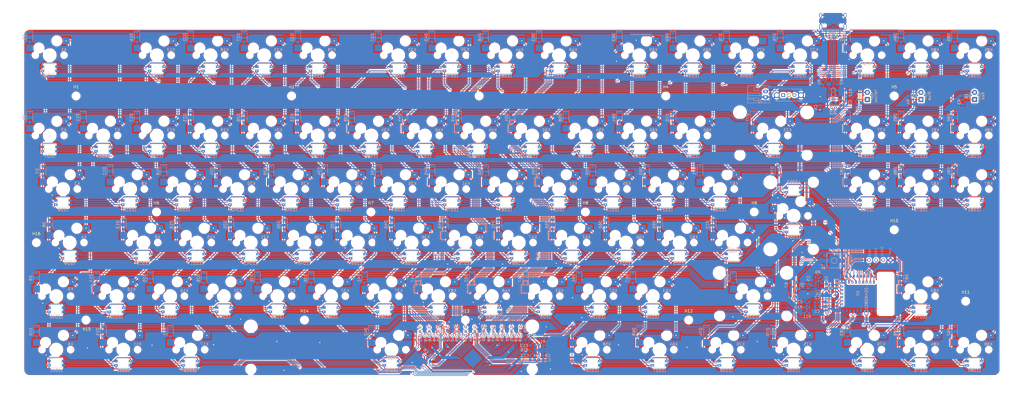
<source format=kicad_pcb>
(kicad_pcb (version 20171130) (host pcbnew "(5.1.9)-1")
  (layers (0 F.Cu signal) (31 B.Cu signal) (34 B.Paste user) (35 F.Paste user hide) (36 B.SilkS user) (37 F.SilkS user) (38 B.Mask user) (39 F.Mask user) (44 Edge.Cuts user))
  (net 0 "")
  (net 1 GND)
  (net 2 "Net-(C1-Pad1)")
  (net 3 "Net-(C2-Pad1)")
  (net 4 VBatt)
  (net 5 VCC)
  (net 6 VBatt_Monitor)
  (net 7 VBus)
  (net 8 RED_LED)
  (net 9 "Net-(D3-Pad1)")
  (net 10 BLUE_LED)
  (net 11 SWDIO)
  (net 12 D+)
  (net 13 D-)
  (net 14 "Net-(R1-Pad1)")
  (net 15 "Net-(R2-Pad1)")
  (net 16 3.3v)
  (net 17 "Net-(R12-Pad1)")
  (net 18 "Net-(D1-Pad1)")
  (net 19 Col1)
  (net 20 "Net-(D5-Pad2)")
  (net 21 Col2)
  (net 22 Row1)
  (net 23 "Net-(D6-Pad2)")
  (net 24 "Net-(D7-Pad2)")
  (net 25 "Net-(D8-Pad2)")
  (net 26 "Net-(D9-Pad2)")
  (net 27 "Net-(D10-Pad2)")
  (net 28 "Net-(D11-Pad2)")
  (net 29 "Net-(D12-Pad2)")
  (net 30 "Net-(D13-Pad2)")
  (net 31 "Net-(D14-Pad2)")
  (net 32 "Net-(D15-Pad2)")
  (net 33 "Net-(D16-Pad2)")
  (net 34 "Net-(D17-Pad2)")
  (net 35 "Net-(D18-Pad2)")
  (net 36 "Net-(D19-Pad2)")
  (net 37 "Net-(D20-Pad2)")
  (net 38 Row3)
  (net 39 Row5)
  (net 40 Row7)
  (net 41 Row9)
  (net 42 Row11)
  (net 43 Row4)
  (net 44 Row6)
  (net 45 Row8)
  (net 46 "Net-(D21-Pad2)")
  (net 47 "Net-(D22-Pad2)")
  (net 48 "Net-(D23-Pad2)")
  (net 49 "Net-(D24-Pad2)")
  (net 50 "Net-(D25-Pad2)")
  (net 51 Col3)
  (net 52 "Net-(D26-Pad2)")
  (net 53 "Net-(D27-Pad2)")
  (net 54 "Net-(D28-Pad2)")
  (net 55 "Net-(D29-Pad2)")
  (net 56 "Net-(D30-Pad2)")
  (net 57 Row2)
  (net 58 Row10)
  (net 59 "Net-(D31-Pad2)")
  (net 60 "Net-(D32-Pad2)")
  (net 61 "Net-(D33-Pad2)")
  (net 62 "Net-(D34-Pad2)")
  (net 63 "Net-(D35-Pad2)")
  (net 64 "Net-(D36-Pad2)")
  (net 65 "Net-(D37-Pad2)")
  (net 66 "Net-(D38-Pad2)")
  (net 67 "Net-(D39-Pad2)")
  (net 68 "Net-(D40-Pad2)")
  (net 69 "Net-(D41-Pad2)")
  (net 70 "Net-(D42-Pad2)")
  (net 71 "Net-(D43-Pad2)")
  (net 72 "Net-(D44-Pad2)")
  (net 73 "Net-(D45-Pad2)")
  (net 74 "Net-(D46-Pad2)")
  (net 75 Col4)
  (net 76 Col5)
  (net 77 Row12)
  (net 78 "Net-(D47-Pad2)")
  (net 79 "Net-(D48-Pad2)")
  (net 80 "Net-(D49-Pad2)")
  (net 81 "Net-(D50-Pad2)")
  (net 82 "Net-(D51-Pad2)")
  (net 83 "Net-(D52-Pad2)")
  (net 84 "Net-(D53-Pad2)")
  (net 85 "Net-(D54-Pad2)")
  (net 86 "Net-(D55-Pad2)")
  (net 87 "Net-(D56-Pad2)")
  (net 88 Col6)
  (net 89 "Net-(D57-Pad2)")
  (net 90 "Net-(D58-Pad2)")
  (net 91 "Net-(D59-Pad2)")
  (net 92 "Net-(D60-Pad2)")
  (net 93 "Net-(D61-Pad2)")
  (net 94 "Net-(D62-Pad2)")
  (net 95 "Net-(D63-Pad2)")
  (net 96 "Net-(D64-Pad2)")
  (net 97 "Net-(D65-Pad2)")
  (net 98 "Net-(D66-Pad2)")
  (net 99 "Net-(D67-Pad2)")
  (net 100 "Net-(D68-Pad2)")
  (net 101 "Net-(D69-Pad2)")
  (net 102 "Net-(D70-Pad2)")
  (net 103 "Net-(D71-Pad2)")
  (net 104 "Net-(D72-Pad2)")
  (net 105 "Net-(D73-Pad2)")
  (net 106 Col7)
  (net 107 Col8)
  (net 108 "Net-(D74-Pad2)")
  (net 109 "Net-(D75-Pad2)")
  (net 110 "Net-(D76-Pad2)")
  (net 111 "Net-(D77-Pad2)")
  (net 112 "Net-(D78-Pad2)")
  (net 113 "Net-(D79-Pad2)")
  (net 114 "Net-(D80-Pad2)")
  (net 115 "Net-(D81-Pad2)")
  (net 116 "Net-(D82-Pad2)")
  (net 117 Col9)
  (net 118 "Net-(D83-Pad2)")
  (net 119 "Net-(D84-Pad2)")
  (net 120 "Net-(D85-Pad2)")
  (net 121 "Net-(D86-Pad2)")
  (net 122 "Net-(D87-Pad2)")
  (net 123 "Net-(D88-Pad2)")
  (net 124 "Net-(D89-Pad2)")
  (net 125 "Net-(D90-Pad2)")
  (net 126 "Net-(D91-Pad2)")
  (net 127 DN-)
  (net 128 DN+)
  (net 129 SDB)
  (net 130 "Net-(LED1-Pad2)")
  (net 131 SW1)
  (net 132 "Net-(LED1-Pad4)")
  (net 133 "Net-(LED1-Pad3)")
  (net 134 "Net-(LED10-Pad2)")
  (net 135 "Net-(LED10-Pad4)")
  (net 136 "Net-(LED10-Pad3)")
  (net 137 SW2)
  (net 138 SW3)
  (net 139 SW4)
  (net 140 SW5)
  (net 141 SW6)
  (net 142 SW7)
  (net 143 CS36)
  (net 144 CS35)
  (net 145 CS34)
  (net 146 CS33)
  (net 147 CS32)
  (net 148 CS31)
  (net 149 CS30)
  (net 150 CS29)
  (net 151 CS28)
  (net 152 CS27)
  (net 153 CS26)
  (net 154 CS25)
  (net 155 CS24)
  (net 156 CS23)
  (net 157 CS22)
  (net 158 CS21)
  (net 159 CS20)
  (net 160 CS19)
  (net 161 CS18)
  (net 162 CS17)
  (net 163 CS16)
  (net 164 CS15)
  (net 165 CS14)
  (net 166 CS13)
  (net 167 CS12)
  (net 168 CS11)
  (net 169 CS10)
  (net 170 CS9)
  (net 171 CS8)
  (net 172 CS7)
  (net 173 CS6)
  (net 174 CS5)
  (net 175 CS4)
  (net 176 CS3)
  (net 177 CS2)
  (net 178 CS1)
  (net 179 SCL)
  (net 180 SDA)
  (net 181 Reset)
  (net 182 "Net-(J2-Pad2)")
  (net 183 SW9)
  (net 184 SW8)
  (net 185 "Net-(D2-Pad1)")
  (net 186 "Net-(LED14-Pad2)")
  (net 187 "Net-(LED14-Pad4)")
  (net 188 "Net-(LED14-Pad3)")
  (net 189 "Net-(LED15-Pad2)")
  (net 190 "Net-(LED15-Pad4)")
  (net 191 "Net-(LED15-Pad3)")
  (net 192 "Net-(LED16-Pad2)")
  (net 193 "Net-(LED16-Pad4)")
  (net 194 "Net-(LED16-Pad3)")
  (net 195 "Net-(R8-Pad2)")
  (net 196 "Net-(R9-Pad2)")
  (net 197 "Net-(LED17-Pad2)")
  (net 198 "Net-(LED17-Pad4)")
  (net 199 "Net-(LED17-Pad3)")
  (net 200 "Net-(LED18-Pad2)")
  (net 201 "Net-(LED18-Pad4)")
  (net 202 "Net-(LED18-Pad3)")
  (net 203 "Net-(LED19-Pad2)")
  (net 204 "Net-(LED19-Pad4)")
  (net 205 "Net-(LED19-Pad3)")
  (net 206 "Net-(LED12-Pad2)")
  (net 207 "Net-(LED12-Pad4)")
  (net 208 "Net-(LED12-Pad3)")
  (net 209 "Net-(C5-Pad1)")
  (net 210 "Net-(LED13-Pad3)")
  (net 211 "Net-(LED13-Pad4)")
  (net 212 "Net-(LED13-Pad2)")
  (net 213 "Net-(LED11-Pad3)")
  (net 214 "Net-(LED11-Pad4)")
  (net 215 "Net-(LED11-Pad2)")
  (net 216 "Net-(R16-Pad1)")
  (net 217 "Net-(D92-Pad2)")
  (net 218 SWDCLK)
  (net 219 "Net-(LED28-Pad3)")
  (net 220 "Net-(LED28-Pad4)")
  (net 221 "Net-(LED28-Pad2)")
  (module "EG1249 Sw Spdt:EG1249" (layer F.Cu) (at 414 113.8)
    (fp_text reference S1 (at 2 0) (layer F.SilkS) (effects (font (size 1.27 1.27) (thickness 0.254))))
    (fp_text value EG1249 hide)
    (pad 5 thru_hole circle (at 6.3 0) (size 2.1 2.1) (drill 1.4) (layers *.Cu *.Mask) (net 1 GND))
    (pad 4 thru_hole circle (at -2.3 0) (size 2.1 2.1) (drill 1.4) (layers *.Cu *.Mask) (net 1 GND))
    (pad 3 thru_hole circle (at 4 0) (size 1.3 1.3) (drill 0.8) (layers *.Cu *.Mask) (net 182 "Net-(J2-Pad2)"))
    (pad 2 thru_hole circle (at 2 0) (size 1.3 1.3) (drill 0.8) (layers *.Cu *.Mask) (net 4 VBatt))
    (pad 1 thru_hole rect (at 0 0) (size 1.3 1.3) (drill 0.8) (layers *.Cu *.Mask))
  )
  (module MX_Only:MXOnly-2U-Hotswap-ReversedStabilizers (layer F.Cu) (at 417.7 156.725)
    (fp_text reference K74)
    (fp_text value KEYSW)
    (fp_text user %R (at 0 3.048) (layer B.SilkS) (effects (justify mirror)))
    (pad "" np_thru_hole circle (at -8.255 11.938 90) (size 3.9878 3.9878) (drill 3.9878) (layers *.Cu *.Mask))
    (pad "" np_thru_hole circle (at -8.255 -11.938 90) (size 3.9878 3.9878) (drill 3.9878) (layers *.Cu *.Mask))
    (pad "" np_thru_hole circle (at 6.985 11.938 90) (size 3.048 3.048) (drill 3.048) (layers *.Cu *.Mask))
    (pad "" np_thru_hole circle (at 6.985 -11.938 90) (size 3.048 3.048) (drill 3.048) (layers *.Cu *.Mask))
    (pad 1 smd rect (at 5.842 -5.08) (size 2.55 2.5) (layers B.Cu B.Paste B.Mask) (net 107 Col8))
    (pad 2 smd rect (at -7.085 -2.54) (size 2.55 2.5) (layers B.Cu B.Paste B.Mask) (net 112 "Net-(D78-Pad2)"))
    (pad "" np_thru_hole circle (at 5.08 0 48.0996) (size 1.75 1.75) (drill 1.75) (layers *.Cu *.Mask))
    (pad "" np_thru_hole circle (at -5.08 0 48.0996) (size 1.75 1.75) (drill 1.75) (layers *.Cu *.Mask))
    (pad "" np_thru_hole circle (at -3.81 -2.54) (size 3 3) (drill 3) (layers *.Cu *.Mask))
    (pad "" np_thru_hole circle (at 0 0) (size 3.9878 3.9878) (drill 3.9878) (layers *.Cu *.Mask))
    (pad "" np_thru_hole circle (at 2.54 -5.08) (size 3 3) (drill 3) (layers *.Cu *.Mask))
  )
  (module random-keyboard-parts:RGB-6028 (layer B.Cu) (at 417.675 147.575)
    (fp_text reference LED53 (at 0 -2.92) (layer B.SilkS) (effects (justify mirror)))
    (fp_text value RGB-6028)
    (fp_line (start 1.9 1.7) (end -1.9 1.7) (layer Edge.Cuts) (width 0.15))
    (fp_line (start 1.9 1.7) (end 1.9 -1.7) (layer Edge.Cuts) (width 0.15))
    (fp_line (start 1.9 -1.7) (end -1.9 -1.7) (layer Edge.Cuts) (width 0.15))
    (fp_line (start -1.9 1.7) (end -1.9 -1.7) (layer Edge.Cuts) (width 0.15))
    (pad 2 smd rect (at 2.595 -0.75) (size 1.19 0.9) (layers B.Cu B.Paste B.Mask) (net 212 "Net-(LED13-Pad2)"))
    (pad 1 smd rect (at -2.595 0.75) (size 1.19 0.9) (layers B.Cu B.Paste B.Mask) (net 141 SW6))
    (pad 4 smd rect (at -2.595 -0.75) (size 1.19 0.9) (layers B.Cu B.Paste B.Mask) (net 211 "Net-(LED13-Pad4)"))
    (pad 3 smd rect (at 2.595 0.75) (size 1.19 0.9) (layers B.Cu B.Paste B.Mask) (net 210 "Net-(LED13-Pad3)"))
  )
  (module random-keyboard-parts:RGB-6028 (layer B.Cu) (at 396.32 171.06)
    (fp_text reference LED37 (at 0 -2.92) (layer B.SilkS) (effects (justify mirror)))
    (fp_text value RGB-6028)
    (fp_line (start 1.9 1.7) (end -1.9 1.7) (layer Edge.Cuts) (width 0.15))
    (fp_line (start 1.9 1.7) (end 1.9 -1.7) (layer Edge.Cuts) (width 0.15))
    (fp_line (start 1.9 -1.7) (end -1.9 -1.7) (layer Edge.Cuts) (width 0.15))
    (fp_line (start -1.9 1.7) (end -1.9 -1.7) (layer Edge.Cuts) (width 0.15))
    (pad 2 smd rect (at 2.595 -0.75) (size 1.19 0.9) (layers B.Cu B.Paste B.Mask) (net 186 "Net-(LED14-Pad2)"))
    (pad 1 smd rect (at -2.595 0.75) (size 1.19 0.9) (layers B.Cu B.Paste B.Mask) (net 139 SW4))
    (pad 4 smd rect (at -2.595 -0.75) (size 1.19 0.9) (layers B.Cu B.Paste B.Mask) (net 187 "Net-(LED14-Pad4)"))
    (pad 3 smd rect (at 2.595 0.75) (size 1.19 0.9) (layers B.Cu B.Paste B.Mask) (net 188 "Net-(LED14-Pad3)"))
  )
  (module random-keyboard-parts:RGB-6028 (layer B.Cu) (at 177.1 190.175)
    (fp_text reference LED20 (at 0 2.625) (layer B.SilkS) (effects (justify mirror)))
    (fp_text value RGB-6028)
    (fp_line (start 1.9 1.7) (end -1.9 1.7) (layer Edge.Cuts) (width 0.15))
    (fp_line (start 1.9 1.7) (end 1.9 -1.7) (layer Edge.Cuts) (width 0.15))
    (fp_line (start 1.9 -1.7) (end -1.9 -1.7) (layer Edge.Cuts) (width 0.15))
    (fp_line (start -1.9 1.7) (end -1.9 -1.7) (layer Edge.Cuts) (width 0.15))
    (pad 2 smd rect (at 2.595 -0.75) (size 1.19 0.9) (layers B.Cu B.Paste B.Mask) (net 134 "Net-(LED10-Pad2)"))
    (pad 1 smd rect (at -2.595 0.75) (size 1.19 0.9) (layers B.Cu B.Paste B.Mask) (net 137 SW2))
    (pad 4 smd rect (at -2.595 -0.75) (size 1.19 0.9) (layers B.Cu B.Paste B.Mask) (net 135 "Net-(LED10-Pad4)"))
    (pad 3 smd rect (at 2.595 0.75) (size 1.19 0.9) (layers B.Cu B.Paste B.Mask) (net 136 "Net-(LED10-Pad3)"))
  )
  (module MX_Only:MXOnly-1U-Hotswap (layer F.Cu) (at 396.235 166.25)
    (fp_text reference K68)
    (fp_text value KEYSW)
    (fp_text user %R (at 0 3.048) (layer B.SilkS) (effects (justify mirror)))
    (pad 1 smd rect (at 5.842 -5.08) (size 2.55 2.5) (layers B.Cu B.Paste B.Mask) (net 106 Col7))
    (pad 2 smd rect (at -7.085 -2.54) (size 2.55 2.5) (layers B.Cu B.Paste B.Mask) (net 104 "Net-(D72-Pad2)"))
    (pad "" np_thru_hole circle (at 5.08 0 48.0996) (size 1.75 1.75) (drill 1.75) (layers *.Cu *.Mask))
    (pad "" np_thru_hole circle (at -5.08 0 48.0996) (size 1.75 1.75) (drill 1.75) (layers *.Cu *.Mask))
    (pad "" np_thru_hole circle (at -3.81 -2.54) (size 3 3) (drill 3) (layers *.Cu *.Mask))
    (pad "" np_thru_hole circle (at 0 0) (size 3.9878 3.9878) (drill 3.9878) (layers *.Cu *.Mask))
    (pad "" np_thru_hole circle (at 2.54 -5.08) (size 3 3) (drill 3) (layers *.Cu *.Mask))
  )
  (module MX_Only:MXOnly-1U-Hotswap (layer F.Cu) (at 177.11 185.3)
    (fp_text reference K10)
    (fp_text value KEYSW)
    (fp_text user %R (at 5.315 -2.35) (layer B.SilkS) (effects (justify mirror)))
    (pad 1 smd rect (at 5.842 -5.08) (size 2.55 2.5) (layers B.Cu B.Paste B.Mask) (net 19 Col1))
    (pad 2 smd rect (at -7.085 -2.54) (size 2.55 2.5) (layers B.Cu B.Paste B.Mask) (net 31 "Net-(D14-Pad2)"))
    (pad "" np_thru_hole circle (at 5.08 0 48.0996) (size 1.75 1.75) (drill 1.75) (layers *.Cu *.Mask))
    (pad "" np_thru_hole circle (at -5.08 0 48.0996) (size 1.75 1.75) (drill 1.75) (layers *.Cu *.Mask))
    (pad "" np_thru_hole circle (at -3.81 -2.54) (size 3 3) (drill 3) (layers *.Cu *.Mask))
    (pad "" np_thru_hole circle (at 0 0) (size 3.9878 3.9878) (drill 3.9878) (layers *.Cu *.Mask))
    (pad "" np_thru_hole circle (at 2.54 -5.08) (size 3 3) (drill 3) (layers *.Cu *.Mask))
  )
  (module MX_Only:MXOnly-1.25U-Hotswap (layer F.Cu) (at 155.695 185.3)
    (fp_text reference K5)
    (fp_text value KEYSW)
    (fp_text user %R (at 5.08 -2.575) (layer B.SilkS) (effects (justify mirror)))
    (pad 1 smd rect (at 5.842 -5.08) (size 2.55 2.5) (layers B.Cu B.Paste B.Mask) (net 19 Col1))
    (pad 2 smd rect (at -7.085 -2.54) (size 2.55 2.5) (layers B.Cu B.Paste B.Mask) (net 26 "Net-(D9-Pad2)"))
    (pad "" np_thru_hole circle (at 5.08 0 48.0996) (size 1.75 1.75) (drill 1.75) (layers *.Cu *.Mask))
    (pad "" np_thru_hole circle (at -5.08 0 48.0996) (size 1.75 1.75) (drill 1.75) (layers *.Cu *.Mask))
    (pad "" np_thru_hole circle (at -3.81 -2.54) (size 3 3) (drill 3) (layers *.Cu *.Mask))
    (pad "" np_thru_hole circle (at 0 0) (size 3.9878 3.9878) (drill 3.9878) (layers *.Cu *.Mask))
    (pad "" np_thru_hole circle (at 2.54 -5.08) (size 3 3) (drill 3) (layers *.Cu *.Mask))
  )
  (module Diode_SMD:D_SOD-123 (layer B.Cu) (at 170.025 178.89 270)
    (fp_text reference D14 (at 0 2 90) (layer B.SilkS) (effects (justify mirror)))
    (fp_text value D)
    (pad 2 smd rect (at 1.65 0 270) (size 0.9 1.2) (layers B.Cu B.Paste B.Mask) (net 31 "Net-(D14-Pad2)"))
    (pad 1 smd rect (at -1.65 0 270) (size 0.9 1.2) (layers B.Cu B.Paste B.Mask) (net 58 Row10))
  )
  (module random-keyboard-parts:RGB-6028 (layer B.Cu) (at 155.7 190.175)
    (fp_text reference LED10 (at 0 2.58) (layer B.SilkS) (effects (justify mirror)))
    (fp_text value RGB-6028)
    (fp_line (start 1.9 1.7) (end -1.9 1.7) (layer Edge.Cuts) (width 0.15))
    (fp_line (start 1.9 1.7) (end 1.9 -1.7) (layer Edge.Cuts) (width 0.15))
    (fp_line (start 1.9 -1.7) (end -1.9 -1.7) (layer Edge.Cuts) (width 0.15))
    (fp_line (start -1.9 1.7) (end -1.9 -1.7) (layer Edge.Cuts) (width 0.15))
    (pad 3 smd rect (at 2.595 0.75) (size 1.19 0.9) (layers B.Cu B.Paste B.Mask) (net 136 "Net-(LED10-Pad3)"))
    (pad 4 smd rect (at -2.595 -0.75) (size 1.19 0.9) (layers B.Cu B.Paste B.Mask) (net 135 "Net-(LED10-Pad4)"))
    (pad 1 smd rect (at -2.595 0.75) (size 1.19 0.9) (layers B.Cu B.Paste B.Mask) (net 131 SW1))
    (pad 2 smd rect (at 2.595 -0.75) (size 1.19 0.9) (layers B.Cu B.Paste B.Mask) (net 134 "Net-(LED10-Pad2)"))
  )
  (module MX_Only:MXOnly-6.25U-Hotswap-ReversedStabilizers (layer F.Cu) (at 274.825 204.35)
    (fp_text reference K38)
    (fp_text value KEYSW)
    (fp_text user %R (at 0 3.048) (layer B.SilkS) (effects (justify mirror)))
    (pad "" np_thru_hole circle (at 2.54 -5.08) (size 3 3) (drill 3) (layers *.Cu *.Mask))
    (pad "" np_thru_hole circle (at 0 0) (size 3.9878 3.9878) (drill 3.9878) (layers *.Cu *.Mask))
    (pad "" np_thru_hole circle (at -3.81 -2.54) (size 3 3) (drill 3) (layers *.Cu *.Mask))
    (pad "" np_thru_hole circle (at -5.08 0 48.0996) (size 1.75 1.75) (drill 1.75) (layers *.Cu *.Mask))
    (pad "" np_thru_hole circle (at 5.08 0 48.0996) (size 1.75 1.75) (drill 1.75) (layers *.Cu *.Mask))
    (pad 2 smd rect (at -7.085 -2.54) (size 2.55 2.5) (layers B.Cu B.Paste B.Mask) (net 70 "Net-(D42-Pad2)"))
    (pad 1 smd rect (at 5.842 -5.08) (size 2.55 2.5) (layers B.Cu B.Paste B.Mask) (net 75 Col4))
    (pad "" np_thru_hole circle (at 49.9999 6.985) (size 3.048 3.048) (drill 3.048) (layers *.Cu *.Mask))
    (pad "" np_thru_hole circle (at -49.9999 6.985) (size 3.048 3.048) (drill 3.048) (layers *.Cu *.Mask))
    (pad "" np_thru_hole circle (at 49.9999 -8.255) (size 3.9878 3.9878) (drill 3.9878) (layers *.Cu *.Mask))
    (pad "" np_thru_hole circle (at -49.9999 -8.255) (size 3.9878 3.9878) (drill 3.9878) (layers *.Cu *.Mask))
  )
  (module Diode_SMD:D_SOD-323F (layer B.Cu) (at 419 181.455 90)
    (fp_text reference D4 (at 0 1.85 90) (layer B.SilkS) (effects (justify mirror)))
    (fp_text value 1N5819)
    (pad 2 smd rect (at 1.1 0 90) (size 1 1) (layers B.Cu B.Paste B.Mask) (net 7 VBus))
    (pad 1 smd rect (at -1.1 0 90) (size 1 1) (layers B.Cu B.Paste B.Mask) (net 209 "Net-(C5-Pad1)"))
  )
  (module MountingHole:MountingHole_2.2mm_M2 (layer F.Cu) (at 148.64 166.29)
    (fp_text reference H16 (at 0 -3.2) (layer F.SilkS))
    (fp_text value MountingHole)
    (pad 1 np_thru_hole circle (at 0 0) (size 2.2 2.2) (drill 2.2) (layers *.Cu *.Mask))
  )
  (module MountingHole:MountingHole_2.2mm_M2 (layer F.Cu) (at 166.27 193.81)
    (fp_text reference H15 (at 0.23 3.24) (layer F.SilkS))
    (fp_text value MountingHole)
    (pad 1 np_thru_hole circle (at 0 0) (size 2.2 2.2) (drill 2.2) (layers *.Cu *.Mask))
  )
  (module MountingHole:MountingHole_2.2mm_M2 (layer F.Cu) (at 243.89 193.81)
    (fp_text reference H14 (at 0 -3.2) (layer F.SilkS))
    (fp_text value MountingHole)
    (pad 1 np_thru_hole circle (at 0 0) (size 2.2 2.2) (drill 2.2) (layers *.Cu *.Mask))
  )
  (module MountingHole:MountingHole_2.2mm_M2 (layer F.Cu) (at 301.04 193.82)
    (fp_text reference H13 (at 0 -3.2) (layer F.SilkS))
    (fp_text value MountingHole)
    (pad 1 np_thru_hole circle (at 0 0) (size 2.2 2.2) (drill 2.2) (layers *.Cu *.Mask))
  )
  (module MountingHole:MountingHole_2.2mm_M2 (layer F.Cu) (at 380.41 193.81)
    (fp_text reference H12 (at 0 -3.2) (layer F.SilkS))
    (fp_text value MountingHole)
    (pad 1 np_thru_hole circle (at 0 0) (size 2.2 2.2) (drill 2.2) (layers *.Cu *.Mask))
  )
  (module MountingHole:MountingHole_2.2mm_M2 (layer F.Cu) (at 478.83 187.11)
    (fp_text reference H11 (at 0 -3.2) (layer F.SilkS))
    (fp_text value MountingHole)
    (pad 1 np_thru_hole circle (at 0 0) (size 2.2 2.2) (drill 2.2) (layers *.Cu *.Mask))
  )
  (module MountingHole:MountingHole_2.2mm_M2 (layer F.Cu) (at 453.43 161.71)
    (fp_text reference H10 (at 0 -3.2) (layer F.SilkS))
    (fp_text value MountingHole)
    (pad 1 np_thru_hole circle (at 0 0) (size 2.2 2.2) (drill 2.2) (layers *.Cu *.Mask))
  )
  (module MountingHole:MountingHole_2.2mm_M2 (layer F.Cu) (at 403.69 155.37)
    (fp_text reference H9 (at 0 -3.2) (layer F.SilkS))
    (fp_text value MountingHole)
    (pad 1 np_thru_hole circle (at 0 0) (size 2.2 2.2) (drill 2.2) (layers *.Cu *.Mask))
  )
  (module MountingHole:MountingHole_2.2mm_M2 (layer F.Cu) (at 343.72 155.36)
    (fp_text reference H8 (at 0 -3.2) (layer F.SilkS))
    (fp_text value MountingHole)
    (pad 1 np_thru_hole circle (at 0 0) (size 2.2 2.2) (drill 2.2) (layers *.Cu *.Mask))
  )
  (module MountingHole:MountingHole_2.2mm_M2 (layer F.Cu) (at 267.52 155.36)
    (fp_text reference H7 (at 0 -3.2) (layer F.SilkS))
    (fp_text value MountingHole)
    (pad 1 np_thru_hole circle (at 0 0) (size 2.2 2.2) (drill 2.2) (layers *.Cu *.Mask))
  )
  (module MountingHole:MountingHole_2.2mm_M2 (layer F.Cu) (at 191.32 155.36)
    (fp_text reference H6 (at 0 -3.2) (layer F.SilkS))
    (fp_text value MountingHole)
    (pad 1 np_thru_hole circle (at 0 0) (size 2.2 2.2) (drill 2.2) (layers *.Cu *.Mask))
  )
  (module MountingHole:MountingHole_2.2mm_M2 (layer F.Cu) (at 453.43 114.09)
    (fp_text reference H5 (at 0 -3.2) (layer F.SilkS))
    (fp_text value MountingHole)
    (pad 1 np_thru_hole circle (at 0 0) (size 2.2 2.2) (drill 2.2) (layers *.Cu *.Mask))
  )
  (module MountingHole:MountingHole_2.2mm_M2 (layer F.Cu) (at 372.29 114.09)
    (fp_text reference H4 (at 0 -3.2) (layer F.SilkS))
    (fp_text value MountingHole)
    (pad 1 np_thru_hole circle (at 0 0) (size 2.2 2.2) (drill 2.2) (layers *.Cu *.Mask))
  )
  (module MountingHole:MountingHole_2.2mm_M2 (layer F.Cu) (at 305.97 114.09)
    (fp_text reference H3 (at 0 -3.2) (layer F.SilkS))
    (fp_text value MountingHole)
    (pad 1 np_thru_hole circle (at 0 0) (size 2.2 2.2) (drill 2.2) (layers *.Cu *.Mask))
  )
  (module MountingHole:MountingHole_2.2mm_M2 (layer F.Cu) (at 239.3 114.09)
    (fp_text reference H2 (at 0 -3.2) (layer F.SilkS))
    (fp_text value MountingHole)
    (pad 1 np_thru_hole circle (at 0 0) (size 2.2 2.2) (drill 2.2) (layers *.Cu *.Mask))
  )
  (module MountingHole:MountingHole_2.2mm_M2 (layer F.Cu) (at 162.75 114.09)
    (fp_text reference H1 (at 0 -3.2) (layer F.SilkS))
    (fp_text value MountingHole)
    (pad 1 np_thru_hole circle (at 0 0) (size 2.2 2.2) (drill 2.2) (layers *.Cu *.Mask))
  )
  (module MX_Only:MXOnly-1U-Hotswap (layer F.Cu) (at 443.885 99.6)
    (fp_text reference K76)
    (fp_text value KEYSW)
    (fp_text user %R (at 0 3.048) (layer B.SilkS) (effects (justify mirror)))
    (pad 1 smd rect (at 5.842 -5.08) (size 2.55 2.5) (layers B.Cu B.Paste B.Mask) (net 107 Col8))
    (pad 2 smd rect (at -7.085 -2.54) (size 2.55 2.5) (layers B.Cu B.Paste B.Mask) (net 114 "Net-(D80-Pad2)"))
    (pad "" np_thru_hole circle (at 5.08 0 48.0996) (size 1.75 1.75) (drill 1.75) (layers *.Cu *.Mask))
    (pad "" np_thru_hole circle (at -5.08 0 48.0996) (size 1.75 1.75) (drill 1.75) (layers *.Cu *.Mask))
    (pad "" np_thru_hole circle (at -3.81 -2.54) (size 3 3) (drill 3) (layers *.Cu *.Mask))
    (pad "" np_thru_hole circle (at 0 0) (size 3.9878 3.9878) (drill 3.9878) (layers *.Cu *.Mask))
    (pad "" np_thru_hole circle (at 2.54 -5.08) (size 3 3) (drill 3) (layers *.Cu *.Mask))
  )
  (module QFN40P700X700X80-61N:QFN40P700X700X80-61N (layer B.Cu) (at 303.7 207.45 135)
    (fp_text reference U5 (at -1.215 5.75 135) (layer B.SilkS) (effects (font (thickness 0.015)) (justify mirror)))
    (fp_text value IS31FL3741)
    (pad 61 smd rect (at 0 0 135) (size 5 5) (layers B.Cu B.Mask))
    (pad 45 smd rect (at 3.445 2.8 135) (size 0.84 0.22) (layers B.Cu B.Paste B.Mask) (net 160 CS19))
    (pad 44 smd rect (at 3.445 2.4 135) (size 0.84 0.22) (layers B.Cu B.Paste B.Mask) (net 161 CS18))
    (pad 43 smd rect (at 3.445 2 135) (size 0.84 0.22) (layers B.Cu B.Paste B.Mask) (net 162 CS17))
    (pad 42 smd rect (at 3.445 1.6 135) (size 0.84 0.22) (layers B.Cu B.Paste B.Mask) (net 163 CS16))
    (pad 41 smd rect (at 3.445 1.2 135) (size 0.84 0.22) (layers B.Cu B.Paste B.Mask) (net 164 CS15))
    (pad 40 smd rect (at 3.445 0.8 135) (size 0.84 0.22) (layers B.Cu B.Paste B.Mask) (net 165 CS14))
    (pad 39 smd rect (at 3.445 0.4 135) (size 0.84 0.22) (layers B.Cu B.Paste B.Mask) (net 166 CS13))
    (pad 38 smd rect (at 3.445 0 135) (size 0.84 0.22) (layers B.Cu B.Paste B.Mask) (net 167 CS12))
    (pad 37 smd rect (at 3.445 -0.4 135) (size 0.84 0.22) (layers B.Cu B.Paste B.Mask) (net 168 CS11))
    (pad 36 smd rect (at 3.445 -0.8 135) (size 0.84 0.22) (layers B.Cu B.Paste B.Mask) (net 1 GND))
    (pad 35 smd rect (at 3.445 -1.2 135) (size 0.84 0.22) (layers B.Cu B.Paste B.Mask) (net 169 CS10))
    (pad 34 smd rect (at 3.445 -1.6 135) (size 0.84 0.22) (layers B.Cu B.Paste B.Mask) (net 170 CS9))
    (pad 33 smd rect (at 3.445 -2 135) (size 0.84 0.22) (layers B.Cu B.Paste B.Mask) (net 171 CS8))
    (pad 32 smd rect (at 3.445 -2.4 135) (size 0.84 0.22) (layers B.Cu B.Paste B.Mask) (net 172 CS7))
    (pad 31 smd rect (at 3.445 -2.8 135) (size 0.84 0.22) (layers B.Cu B.Paste B.Mask) (net 173 CS6))
    (pad 15 smd rect (at -3.445 -2.8 135) (size 0.84 0.22) (layers B.Cu B.Paste B.Mask) (net 16 3.3v))
    (pad 14 smd rect (at -3.445 -2.4 135) (size 0.84 0.22) (layers B.Cu B.Paste B.Mask) (net 16 3.3v))
    (pad 13 smd rect (at -3.445 -2 135) (size 0.84 0.22) (layers B.Cu B.Paste B.Mask) (net 216 "Net-(R16-Pad1)"))
    (pad 12 smd rect (at -3.445 -1.6 135) (size 0.84 0.22) (layers B.Cu B.Paste B.Mask) (net 1 GND))
    (pad 11 smd rect (at -3.445 -1.2 135) (size 0.84 0.22) (layers B.Cu B.Paste B.Mask) (net 129 SDB))
    (pad 10 smd rect (at -3.445 -0.8 135) (size 0.84 0.22) (layers B.Cu B.Paste B.Mask) (net 179 SCL))
    (pad 9 smd rect (at -3.445 -0.4 135) (size 0.84 0.22) (layers B.Cu B.Paste B.Mask) (net 180 SDA))
    (pad 8 smd rect (at -3.445 0 135) (size 0.84 0.22) (layers B.Cu B.Paste B.Mask) (net 1 GND))
    (pad 7 smd rect (at -3.445 0.4 135) (size 0.84 0.22) (layers B.Cu B.Paste B.Mask))
    (pad 6 smd rect (at -3.445 0.8 135) (size 0.84 0.22) (layers B.Cu B.Paste B.Mask))
    (pad 5 smd rect (at -3.445 1.2 135) (size 0.84 0.22) (layers B.Cu B.Paste B.Mask))
    (pad 4 smd rect (at -3.445 1.6 135) (size 0.84 0.22) (layers B.Cu B.Paste B.Mask))
    (pad 3 smd rect (at -3.445 2 135) (size 0.84 0.22) (layers B.Cu B.Paste B.Mask) (net 143 CS36))
    (pad 2 smd rect (at -3.445 2.4 135) (size 0.84 0.22) (layers B.Cu B.Paste B.Mask) (net 144 CS35))
    (pad 1 smd rect (at -3.445 2.8 135) (size 0.84 0.22) (layers B.Cu B.Paste B.Mask) (net 145 CS34))
    (pad 60 smd rect (at -2.8 3.445 135) (size 0.22 0.84) (layers B.Cu B.Paste B.Mask) (net 146 CS33))
    (pad 59 smd rect (at -2.4 3.445 135) (size 0.22 0.84) (layers B.Cu B.Paste B.Mask) (net 147 CS32))
    (pad 58 smd rect (at -2 3.445 135) (size 0.22 0.84) (layers B.Cu B.Paste B.Mask) (net 148 CS31))
    (pad 57 smd rect (at -1.6 3.445 135) (size 0.22 0.84) (layers B.Cu B.Paste B.Mask) (net 149 CS30))
    (pad 56 smd rect (at -1.2 3.445 135) (size 0.22 0.84) (layers B.Cu B.Paste B.Mask) (net 150 CS29))
    (pad 55 smd rect (at -0.8 3.445 135) (size 0.22 0.84) (layers B.Cu B.Paste B.Mask) (net 1 GND))
    (pad 54 smd rect (at -0.4 3.445 135) (size 0.22 0.84) (layers B.Cu B.Paste B.Mask) (net 151 CS28))
    (pad 53 smd rect (at 0 3.445 135) (size 0.22 0.84) (layers B.Cu B.Paste B.Mask) (net 152 CS27))
    (pad 52 smd rect (at 0.4 3.445 135) (size 0.22 0.84) (layers B.Cu B.Paste B.Mask) (net 153 CS26))
    (pad 51 smd rect (at 0.8 3.445 135) (size 0.22 0.84) (layers B.Cu B.Paste B.Mask) (net 154 CS25))
    (pad 50 smd rect (at 1.2 3.445 135) (size 0.22 0.84) (layers B.Cu B.Paste B.Mask) (net 155 CS24))
    (pad 49 smd rect (at 1.6 3.445 135) (size 0.22 0.84) (layers B.Cu B.Paste B.Mask) (net 156 CS23))
    (pad 48 smd rect (at 2 3.445 135) (size 0.22 0.84) (layers B.Cu B.Paste B.Mask) (net 157 CS22))
    (pad 47 smd rect (at 2.4 3.445 135) (size 0.22 0.84) (layers B.Cu B.Paste B.Mask) (net 158 CS21))
    (pad 46 smd rect (at 2.8 3.445 135) (size 0.22 0.84) (layers B.Cu B.Paste B.Mask) (net 159 CS20))
    (pad 30 smd rect (at 2.8 -3.445 135) (size 0.22 0.84) (layers B.Cu B.Paste B.Mask) (net 174 CS5))
    (pad 29 smd rect (at 2.4 -3.445 135) (size 0.22 0.84) (layers B.Cu B.Paste B.Mask) (net 175 CS4))
    (pad 28 smd rect (at 2 -3.445 135) (size 0.22 0.84) (layers B.Cu B.Paste B.Mask) (net 176 CS3))
    (pad 27 smd rect (at 1.6 -3.445 135) (size 0.22 0.84) (layers B.Cu B.Paste B.Mask) (net 177 CS2))
    (pad 26 smd rect (at 1.2 -3.445 135) (size 0.22 0.84) (layers B.Cu B.Paste B.Mask) (net 178 CS1))
    (pad 25 smd rect (at 0.8 -3.445 135) (size 0.22 0.84) (layers B.Cu B.Paste B.Mask) (net 16 3.3v))
    (pad 24 smd rect (at 0.4 -3.445 135) (size 0.22 0.84) (layers B.Cu B.Paste B.Mask) (net 183 SW9))
    (pad 23 smd rect (at 0 -3.445 135) (size 0.22 0.84) (layers B.Cu B.Paste B.Mask) (net 184 SW8))
    (pad 22 smd rect (at -0.4 -3.445 135) (size 0.22 0.84) (layers B.Cu B.Paste B.Mask) (net 142 SW7))
    (pad 21 smd rect (at -0.8 -3.445 135) (size 0.22 0.84) (layers B.Cu B.Paste B.Mask) (net 141 SW6))
    (pad 20 smd rect (at -1.2 -3.445 135) (size 0.22 0.84) (layers B.Cu B.Paste B.Mask) (net 140 SW5))
    (pad 19 smd rect (at -1.6 -3.445 135) (size 0.22 0.84) (layers B.Cu B.Paste B.Mask) (net 139 SW4))
    (pad 18 smd rect (at -2 -3.445 135) (size 0.22 0.84) (layers B.Cu B.Paste B.Mask) (net 138 SW3))
    (pad 17 smd rect (at -2.4 -3.445 135) (size 0.22 0.84) (layers B.Cu B.Paste B.Mask) (net 137 SW2))
    (pad 16 smd rect (at -2.8 -3.445 135) (size 0.22 0.84) (layers B.Cu B.Paste B.Mask) (net 131 SW1))
  )
  (module Resistor_SMD:R_0603_1608Metric (layer B.Cu) (at 324.945 204.59)
    (fp_text reference R16 (at -2.865 -0.14) (layer B.SilkS) (effects (justify mirror)))
    (fp_text value 100k)
    (pad 2 smd roundrect (at 0.825 0) (size 0.8 0.95) (layers B.Cu B.Paste B.Mask) (net 1 GND))
    (pad 1 smd roundrect (at -0.825 0) (size 0.8 0.95) (layers B.Cu B.Paste B.Mask) (net 216 "Net-(R16-Pad1)"))
  )
  (module Resistor_SMD:R_0603_1608Metric (layer B.Cu) (at 322.39 200.055 270)
    (fp_text reference R15 (at -3.195 0.04 90) (layer B.SilkS) (effects (justify mirror)))
    (fp_text value 1k)
    (pad 2 smd roundrect (at 0.825 0 270) (size 0.8 0.95) (layers B.Cu B.Paste B.Mask) (net 180 SDA))
    (pad 1 smd roundrect (at -0.825 0 270) (size 0.8 0.95) (layers B.Cu B.Paste B.Mask) (net 16 3.3v))
  )
  (module Resistor_SMD:R_0603_1608Metric (layer B.Cu) (at 327.905 202.84)
    (fp_text reference R14 (at 0.155 -1.35) (layer B.SilkS) (effects (justify mirror)))
    (fp_text value 100k)
    (pad 2 smd roundrect (at 0.825 0) (size 0.8 0.95) (layers B.Cu B.Paste B.Mask) (net 1 GND))
    (pad 1 smd roundrect (at -0.825 0) (size 0.8 0.95) (layers B.Cu B.Paste B.Mask) (net 129 SDB))
  )
  (module Resistor_SMD:R_0603_1608Metric (layer B.Cu) (at 323.9 200.055 270)
    (fp_text reference R13 (at -0.075 -1.87 90) (layer B.SilkS) (effects (justify mirror)))
    (fp_text value 1k)
    (pad 2 smd roundrect (at 0.825 0 270) (size 0.8 0.95) (layers B.Cu B.Paste B.Mask) (net 179 SCL))
    (pad 1 smd roundrect (at -0.825 0 270) (size 0.8 0.95) (layers B.Cu B.Paste B.Mask) (net 16 3.3v))
  )
  (module Capacitor_SMD:C_0603_1608Metric (layer B.Cu) (at 324.895 202.84)
    (fp_text reference C13 (at -2.975 0.08) (layer B.SilkS) (effects (justify mirror)))
    (fp_text value 0.1uF)
    (pad 2 smd roundrect (at 0.775 0) (size 0.9 0.95) (layers B.Cu B.Paste B.Mask) (net 1 GND))
    (pad 1 smd roundrect (at -0.775 0) (size 0.9 0.95) (layers B.Cu B.Paste B.Mask) (net 129 SDB))
  )
  (module Capacitor_SMD:C_0603_1608Metric (layer B.Cu) (at 324.895 206.4)
    (fp_text reference C12 (at -2.715 0.05) (layer B.SilkS) (effects (justify mirror)))
    (fp_text value 0.1uF)
    (pad 2 smd roundrect (at 0.775 0) (size 0.9 0.95) (layers B.Cu B.Paste B.Mask) (net 1 GND))
    (pad 1 smd roundrect (at -0.775 0) (size 0.9 0.95) (layers B.Cu B.Paste B.Mask) (net 16 3.3v))
  )
  (module Capacitor_SMD:C_0603_1608Metric (layer B.Cu) (at 288.11 208.03 135)
    (fp_text reference C11 (at 0 1.43 135) (layer B.SilkS) (effects (justify mirror)))
    (fp_text value 0.1uF)
    (pad 2 smd roundrect (at 0.775 0 135) (size 0.9 0.95) (layers B.Cu B.Paste B.Mask) (net 1 GND))
    (pad 1 smd roundrect (at -0.775 0 135) (size 0.9 0.95) (layers B.Cu B.Paste B.Mask) (net 16 3.3v))
  )
  (module Capacitor_SMD:C_0603_1608Metric (layer B.Cu) (at 324.895 207.91)
    (fp_text reference C10 (at -2.865 -0.03) (layer B.SilkS) (effects (justify mirror)))
    (fp_text value 0.1uF)
    (pad 2 smd roundrect (at 0.775 0) (size 0.9 0.95) (layers B.Cu B.Paste B.Mask) (net 1 GND))
    (pad 1 smd roundrect (at -0.775 0) (size 0.9 0.95) (layers B.Cu B.Paste B.Mask) (net 16 3.3v))
  )
  (module Capacitor_SMD:C_0603_1608Metric (layer B.Cu) (at 327.905 206.4)
    (fp_text reference C9 (at 2.415 0.07) (layer B.SilkS) (effects (justify mirror)))
    (fp_text value 1uF)
    (pad 2 smd roundrect (at 0.775 0) (size 0.9 0.95) (layers B.Cu B.Paste B.Mask) (net 1 GND))
    (pad 1 smd roundrect (at -0.775 0) (size 0.9 0.95) (layers B.Cu B.Paste B.Mask) (net 16 3.3v))
  )
  (module Capacitor_SMD:C_0603_1608Metric (layer B.Cu) (at 285.98 205.89 135)
    (fp_text reference C8 (at 0 1.43 135) (layer B.SilkS) (effects (justify mirror)))
    (fp_text value 1uF)
    (pad 2 smd roundrect (at 0.775 0 135) (size 0.9 0.95) (layers B.Cu B.Paste B.Mask) (net 1 GND))
    (pad 1 smd roundrect (at -0.775 0 135) (size 0.9 0.95) (layers B.Cu B.Paste B.Mask) (net 16 3.3v))
  )
  (module Capacitor_SMD:C_0603_1608Metric (layer B.Cu) (at 327.905 207.91)
    (fp_text reference C7 (at 2.565 0.13) (layer B.SilkS) (effects (justify mirror)))
    (fp_text value 1uF)
    (pad 2 smd roundrect (at 0.775 0) (size 0.9 0.95) (layers B.Cu B.Paste B.Mask) (net 1 GND))
    (pad 1 smd roundrect (at -0.775 0) (size 0.9 0.95) (layers B.Cu B.Paste B.Mask) (net 16 3.3v))
  )
  (module Capacitor_SMD:C_0603_1608Metric (layer B.Cu) (at 427.025 118.2 270)
    (fp_text reference C4 (at 0 1.43 90) (layer B.SilkS) (effects (justify mirror)))
    (fp_text value 10uF)
    (pad 1 smd roundrect (at -0.775 0 270) (size 0.9 0.95) (layers B.Cu B.Paste B.Mask) (net 4 VBatt))
    (pad 2 smd roundrect (at 0.775 0 270) (size 0.9 0.95) (layers B.Cu B.Paste B.Mask) (net 1 GND))
  )
  (module random-keyboard-parts:RGB-6028 (layer B.Cu) (at 310.5 190.125)
    (fp_text reference LED89 (at 0 2.58) (layer B.SilkS) (effects (justify mirror)))
    (fp_text value RGB-6028)
    (fp_line (start 1.9 1.7) (end -1.9 1.7) (layer Edge.Cuts) (width 0.15))
    (fp_line (start 1.9 1.7) (end 1.9 -1.7) (layer Edge.Cuts) (width 0.15))
    (fp_line (start 1.9 -1.7) (end -1.9 -1.7) (layer Edge.Cuts) (width 0.15))
    (fp_line (start -1.9 1.7) (end -1.9 -1.7) (layer Edge.Cuts) (width 0.15))
    (pad 3 smd rect (at 2.595 0.75) (size 1.19 0.9) (layers B.Cu B.Paste B.Mask) (net 136 "Net-(LED10-Pad3)"))
    (pad 4 smd rect (at -2.595 -0.75) (size 1.19 0.9) (layers B.Cu B.Paste B.Mask) (net 135 "Net-(LED10-Pad4)"))
    (pad 1 smd rect (at -2.595 0.75) (size 1.19 0.9) (layers B.Cu B.Paste B.Mask) (net 183 SW9))
    (pad 2 smd rect (at 2.595 -0.75) (size 1.19 0.9) (layers B.Cu B.Paste B.Mask) (net 134 "Net-(LED10-Pad2)"))
  )
  (module random-keyboard-parts:RGB-6028 (layer B.Cu) (at 320.025 171.075)
    (fp_text reference LED88 (at 0 2.58) (layer B.SilkS) (effects (justify mirror)))
    (fp_text value RGB-6028)
    (fp_line (start 1.9 1.7) (end -1.9 1.7) (layer Edge.Cuts) (width 0.15))
    (fp_line (start 1.9 1.7) (end 1.9 -1.7) (layer Edge.Cuts) (width 0.15))
    (fp_line (start 1.9 -1.7) (end -1.9 -1.7) (layer Edge.Cuts) (width 0.15))
    (fp_line (start -1.9 1.7) (end -1.9 -1.7) (layer Edge.Cuts) (width 0.15))
    (pad 3 smd rect (at 2.595 0.75) (size 1.19 0.9) (layers B.Cu B.Paste B.Mask) (net 205 "Net-(LED19-Pad3)"))
    (pad 4 smd rect (at -2.595 -0.75) (size 1.19 0.9) (layers B.Cu B.Paste B.Mask) (net 204 "Net-(LED19-Pad4)"))
    (pad 1 smd rect (at -2.595 0.75) (size 1.19 0.9) (layers B.Cu B.Paste B.Mask) (net 183 SW9))
    (pad 2 smd rect (at 2.595 -0.75) (size 1.19 0.9) (layers B.Cu B.Paste B.Mask) (net 203 "Net-(LED19-Pad2)"))
  )
  (module random-keyboard-parts:RGB-6028 (layer B.Cu) (at 315.3 152.025)
    (fp_text reference LED87 (at 0 2.58) (layer B.SilkS) (effects (justify mirror)))
    (fp_text value RGB-6028)
    (fp_line (start 1.9 1.7) (end -1.9 1.7) (layer Edge.Cuts) (width 0.15))
    (fp_line (start 1.9 1.7) (end 1.9 -1.7) (layer Edge.Cuts) (width 0.15))
    (fp_line (start 1.9 -1.7) (end -1.9 -1.7) (layer Edge.Cuts) (width 0.15))
    (fp_line (start -1.9 1.7) (end -1.9 -1.7) (layer Edge.Cuts) (width 0.15))
    (pad 3 smd rect (at 2.595 0.75) (size 1.19 0.9) (layers B.Cu B.Paste B.Mask) (net 202 "Net-(LED18-Pad3)"))
    (pad 4 smd rect (at -2.595 -0.75) (size 1.19 0.9) (layers B.Cu B.Paste B.Mask) (net 201 "Net-(LED18-Pad4)"))
    (pad 1 smd rect (at -2.595 0.75) (size 1.19 0.9) (layers B.Cu B.Paste B.Mask) (net 183 SW9))
    (pad 2 smd rect (at 2.595 -0.75) (size 1.19 0.9) (layers B.Cu B.Paste B.Mask) (net 200 "Net-(LED18-Pad2)"))
  )
  (module random-keyboard-parts:RGB-6028 (layer B.Cu) (at 305.75 132.975)
    (fp_text reference LED86 (at 0 2.58) (layer B.SilkS) (effects (justify mirror)))
    (fp_text value RGB-6028)
    (fp_line (start 1.9 1.7) (end -1.9 1.7) (layer Edge.Cuts) (width 0.15))
    (fp_line (start 1.9 1.7) (end 1.9 -1.7) (layer Edge.Cuts) (width 0.15))
    (fp_line (start 1.9 -1.7) (end -1.9 -1.7) (layer Edge.Cuts) (width 0.15))
    (fp_line (start -1.9 1.7) (end -1.9 -1.7) (layer Edge.Cuts) (width 0.15))
    (pad 3 smd rect (at 2.595 0.75) (size 1.19 0.9) (layers B.Cu B.Paste B.Mask) (net 199 "Net-(LED17-Pad3)"))
    (pad 4 smd rect (at -2.595 -0.75) (size 1.19 0.9) (layers B.Cu B.Paste B.Mask) (net 198 "Net-(LED17-Pad4)"))
    (pad 1 smd rect (at -2.595 0.75) (size 1.19 0.9) (layers B.Cu B.Paste B.Mask) (net 183 SW9))
    (pad 2 smd rect (at 2.595 -0.75) (size 1.19 0.9) (layers B.Cu B.Paste B.Mask) (net 197 "Net-(LED17-Pad2)"))
  )
  (module random-keyboard-parts:RGB-6028 (layer B.Cu) (at 315.275 104.425)
    (fp_text reference LED85 (at 0 2.575) (layer B.SilkS) (effects (justify mirror)))
    (fp_text value RGB-6028)
    (fp_line (start 1.9 1.7) (end -1.9 1.7) (layer Edge.Cuts) (width 0.15))
    (fp_line (start 1.9 1.7) (end 1.9 -1.7) (layer Edge.Cuts) (width 0.15))
    (fp_line (start 1.9 -1.7) (end -1.9 -1.7) (layer Edge.Cuts) (width 0.15))
    (fp_line (start -1.9 1.7) (end -1.9 -1.7) (layer Edge.Cuts) (width 0.15))
    (pad 3 smd rect (at 2.595 0.75) (size 1.19 0.9) (layers B.Cu B.Paste B.Mask) (net 219 "Net-(LED28-Pad3)"))
    (pad 4 smd rect (at -2.595 -0.75) (size 1.19 0.9) (layers B.Cu B.Paste B.Mask) (net 220 "Net-(LED28-Pad4)"))
    (pad 1 smd rect (at -2.595 0.75) (size 1.19 0.9) (layers B.Cu B.Paste B.Mask) (net 183 SW9))
    (pad 2 smd rect (at 2.595 -0.75) (size 1.19 0.9) (layers B.Cu B.Paste B.Mask) (net 221 "Net-(LED28-Pad2)"))
  )
  (module random-keyboard-parts:RGB-6028 (layer B.Cu) (at 481.925 209.175)
    (fp_text reference LED84 (at 0 2.58) (layer B.SilkS) (effects (justify mirror)))
    (fp_text value RGB-6028)
    (fp_line (start -1.9 1.7) (end -1.9 -1.7) (layer Edge.Cuts) (width 0.15))
    (fp_line (start 1.9 -1.7) (end -1.9 -1.7) (layer Edge.Cuts) (width 0.15))
    (fp_line (start 1.9 1.7) (end 1.9 -1.7) (layer Edge.Cuts) (width 0.15))
    (fp_line (start 1.9 1.7) (end -1.9 1.7) (layer Edge.Cuts) (width 0.15))
    (pad 2 smd rect (at 2.595 -0.75) (size 1.19 0.9) (layers B.Cu B.Paste B.Mask) (net 192 "Net-(LED16-Pad2)"))
    (pad 1 smd rect (at -2.595 0.75) (size 1.19 0.9) (layers B.Cu B.Paste B.Mask) (net 183 SW9))
    (pad 4 smd rect (at -2.595 -0.75) (size 1.19 0.9) (layers B.Cu B.Paste B.Mask) (net 193 "Net-(LED16-Pad4)"))
    (pad 3 smd rect (at 2.595 0.75) (size 1.19 0.9) (layers B.Cu B.Paste B.Mask) (net 194 "Net-(LED16-Pad3)"))
  )
  (module random-keyboard-parts:RGB-6028 (layer B.Cu) (at 482 152.025)
    (fp_text reference LED83 (at 0 2.58) (layer B.SilkS) (effects (justify mirror)))
    (fp_text value RGB-6028)
    (fp_line (start 1.9 1.7) (end -1.9 1.7) (layer Edge.Cuts) (width 0.15))
    (fp_line (start 1.9 1.7) (end 1.9 -1.7) (layer Edge.Cuts) (width 0.15))
    (fp_line (start 1.9 -1.7) (end -1.9 -1.7) (layer Edge.Cuts) (width 0.15))
    (fp_line (start -1.9 1.7) (end -1.9 -1.7) (layer Edge.Cuts) (width 0.15))
    (pad 3 smd rect (at 2.595 0.75) (size 1.19 0.9) (layers B.Cu B.Paste B.Mask) (net 210 "Net-(LED13-Pad3)"))
    (pad 4 smd rect (at -2.595 -0.75) (size 1.19 0.9) (layers B.Cu B.Paste B.Mask) (net 211 "Net-(LED13-Pad4)"))
    (pad 1 smd rect (at -2.595 0.75) (size 1.19 0.9) (layers B.Cu B.Paste B.Mask) (net 183 SW9))
    (pad 2 smd rect (at 2.595 -0.75) (size 1.19 0.9) (layers B.Cu B.Paste B.Mask) (net 212 "Net-(LED13-Pad2)"))
  )
  (module random-keyboard-parts:RGB-6028 (layer B.Cu) (at 482 132.975)
    (fp_text reference LED82 (at 0 2.58) (layer B.SilkS) (effects (justify mirror)))
    (fp_text value RGB-6028)
    (fp_line (start 1.9 1.7) (end -1.9 1.7) (layer Edge.Cuts) (width 0.15))
    (fp_line (start 1.9 1.7) (end 1.9 -1.7) (layer Edge.Cuts) (width 0.15))
    (fp_line (start 1.9 -1.7) (end -1.9 -1.7) (layer Edge.Cuts) (width 0.15))
    (fp_line (start -1.9 1.7) (end -1.9 -1.7) (layer Edge.Cuts) (width 0.15))
    (pad 3 smd rect (at 2.595 0.75) (size 1.19 0.9) (layers B.Cu B.Paste B.Mask) (net 208 "Net-(LED12-Pad3)"))
    (pad 4 smd rect (at -2.595 -0.75) (size 1.19 0.9) (layers B.Cu B.Paste B.Mask) (net 207 "Net-(LED12-Pad4)"))
    (pad 1 smd rect (at -2.595 0.75) (size 1.19 0.9) (layers B.Cu B.Paste B.Mask) (net 183 SW9))
    (pad 2 smd rect (at 2.595 -0.75) (size 1.19 0.9) (layers B.Cu B.Paste B.Mask) (net 206 "Net-(LED12-Pad2)"))
  )
  (module random-keyboard-parts:RGB-6028 (layer B.Cu) (at 482 104.425)
    (fp_text reference LED81 (at 0 2.575) (layer B.SilkS) (effects (justify mirror)))
    (fp_text value RGB-6028)
    (fp_line (start 1.9 1.7) (end -1.9 1.7) (layer Edge.Cuts) (width 0.15))
    (fp_line (start 1.9 1.7) (end 1.9 -1.7) (layer Edge.Cuts) (width 0.15))
    (fp_line (start 1.9 -1.7) (end -1.9 -1.7) (layer Edge.Cuts) (width 0.15))
    (fp_line (start -1.9 1.7) (end -1.9 -1.7) (layer Edge.Cuts) (width 0.15))
    (pad 3 smd rect (at 2.595 0.75) (size 1.19 0.9) (layers B.Cu B.Paste B.Mask) (net 133 "Net-(LED1-Pad3)"))
    (pad 4 smd rect (at -2.595 -0.75) (size 1.19 0.9) (layers B.Cu B.Paste B.Mask) (net 132 "Net-(LED1-Pad4)"))
    (pad 1 smd rect (at -2.595 0.75) (size 1.19 0.9) (layers B.Cu B.Paste B.Mask) (net 183 SW9))
    (pad 2 smd rect (at 2.595 -0.75) (size 1.19 0.9) (layers B.Cu B.Paste B.Mask) (net 130 "Net-(LED1-Pad2)"))
  )
  (module random-keyboard-parts:RGB-6028 (layer B.Cu) (at 291.425 190.125)
    (fp_text reference LED80 (at 0 2.58) (layer B.SilkS) (effects (justify mirror)))
    (fp_text value RGB-6028)
    (fp_line (start 1.9 1.7) (end -1.9 1.7) (layer Edge.Cuts) (width 0.15))
    (fp_line (start 1.9 1.7) (end 1.9 -1.7) (layer Edge.Cuts) (width 0.15))
    (fp_line (start 1.9 -1.7) (end -1.9 -1.7) (layer Edge.Cuts) (width 0.15))
    (fp_line (start -1.9 1.7) (end -1.9 -1.7) (layer Edge.Cuts) (width 0.15))
    (pad 3 smd rect (at 2.595 0.75) (size 1.19 0.9) (layers B.Cu B.Paste B.Mask) (net 136 "Net-(LED10-Pad3)"))
    (pad 4 smd rect (at -2.595 -0.75) (size 1.19 0.9) (layers B.Cu B.Paste B.Mask) (net 135 "Net-(LED10-Pad4)"))
    (pad 1 smd rect (at -2.595 0.75) (size 1.19 0.9) (layers B.Cu B.Paste B.Mask) (net 184 SW8))
    (pad 2 smd rect (at 2.595 -0.75) (size 1.19 0.9) (layers B.Cu B.Paste B.Mask) (net 134 "Net-(LED10-Pad2)"))
  )
  (module random-keyboard-parts:RGB-6028 (layer B.Cu) (at 301 171.075)
    (fp_text reference LED79 (at 0 2.58) (layer B.SilkS) (effects (justify mirror)))
    (fp_text value RGB-6028)
    (fp_line (start 1.9 1.7) (end -1.9 1.7) (layer Edge.Cuts) (width 0.15))
    (fp_line (start 1.9 1.7) (end 1.9 -1.7) (layer Edge.Cuts) (width 0.15))
    (fp_line (start 1.9 -1.7) (end -1.9 -1.7) (layer Edge.Cuts) (width 0.15))
    (fp_line (start -1.9 1.7) (end -1.9 -1.7) (layer Edge.Cuts) (width 0.15))
    (pad 3 smd rect (at 2.595 0.75) (size 1.19 0.9) (layers B.Cu B.Paste B.Mask) (net 205 "Net-(LED19-Pad3)"))
    (pad 4 smd rect (at -2.595 -0.75) (size 1.19 0.9) (layers B.Cu B.Paste B.Mask) (net 204 "Net-(LED19-Pad4)"))
    (pad 1 smd rect (at -2.595 0.75) (size 1.19 0.9) (layers B.Cu B.Paste B.Mask) (net 184 SW8))
    (pad 2 smd rect (at 2.595 -0.75) (size 1.19 0.9) (layers B.Cu B.Paste B.Mask) (net 203 "Net-(LED19-Pad2)"))
  )
  (module random-keyboard-parts:RGB-6028 (layer B.Cu) (at 296.25 152.025)
    (fp_text reference LED78 (at 0 2.58) (layer B.SilkS) (effects (justify mirror)))
    (fp_text value RGB-6028)
    (fp_line (start 1.9 1.7) (end -1.9 1.7) (layer Edge.Cuts) (width 0.15))
    (fp_line (start 1.9 1.7) (end 1.9 -1.7) (layer Edge.Cuts) (width 0.15))
    (fp_line (start 1.9 -1.7) (end -1.9 -1.7) (layer Edge.Cuts) (width 0.15))
    (fp_line (start -1.9 1.7) (end -1.9 -1.7) (layer Edge.Cuts) (width 0.15))
    (pad 3 smd rect (at 2.595 0.75) (size 1.19 0.9) (layers B.Cu B.Paste B.Mask) (net 202 "Net-(LED18-Pad3)"))
    (pad 4 smd rect (at -2.595 -0.75) (size 1.19 0.9) (layers B.Cu B.Paste B.Mask) (net 201 "Net-(LED18-Pad4)"))
    (pad 1 smd rect (at -2.595 0.75) (size 1.19 0.9) (layers B.Cu B.Paste B.Mask) (net 184 SW8))
    (pad 2 smd rect (at 2.595 -0.75) (size 1.19 0.9) (layers B.Cu B.Paste B.Mask) (net 200 "Net-(LED18-Pad2)"))
  )
  (module random-keyboard-parts:RGB-6028 (layer B.Cu) (at 286.7 132.975)
    (fp_text reference LED77 (at 0 2.58) (layer B.SilkS) (effects (justify mirror)))
    (fp_text value RGB-6028)
    (fp_line (start 1.9 1.7) (end -1.9 1.7) (layer Edge.Cuts) (width 0.15))
    (fp_line (start 1.9 1.7) (end 1.9 -1.7) (layer Edge.Cuts) (width 0.15))
    (fp_line (start 1.9 -1.7) (end -1.9 -1.7) (layer Edge.Cuts) (width 0.15))
    (fp_line (start -1.9 1.7) (end -1.9 -1.7) (layer Edge.Cuts) (width 0.15))
    (pad 3 smd rect (at 2.595 0.75) (size 1.19 0.9) (layers B.Cu B.Paste B.Mask) (net 199 "Net-(LED17-Pad3)"))
    (pad 4 smd rect (at -2.595 -0.75) (size 1.19 0.9) (layers B.Cu B.Paste B.Mask) (net 198 "Net-(LED17-Pad4)"))
    (pad 1 smd rect (at -2.595 0.75) (size 1.19 0.9) (layers B.Cu B.Paste B.Mask) (net 184 SW8))
    (pad 2 smd rect (at 2.595 -0.75) (size 1.19 0.9) (layers B.Cu B.Paste B.Mask) (net 197 "Net-(LED17-Pad2)"))
  )
  (module random-keyboard-parts:RGB-6028 (layer B.Cu) (at 296.225 104.425)
    (fp_text reference LED76 (at 0 2.575) (layer B.SilkS) (effects (justify mirror)))
    (fp_text value RGB-6028)
    (fp_line (start 1.9 1.7) (end -1.9 1.7) (layer Edge.Cuts) (width 0.15))
    (fp_line (start 1.9 1.7) (end 1.9 -1.7) (layer Edge.Cuts) (width 0.15))
    (fp_line (start 1.9 -1.7) (end -1.9 -1.7) (layer Edge.Cuts) (width 0.15))
    (fp_line (start -1.9 1.7) (end -1.9 -1.7) (layer Edge.Cuts) (width 0.15))
    (pad 3 smd rect (at 2.595 0.75) (size 1.19 0.9) (layers B.Cu B.Paste B.Mask) (net 219 "Net-(LED28-Pad3)"))
    (pad 4 smd rect (at -2.595 -0.75) (size 1.19 0.9) (layers B.Cu B.Paste B.Mask) (net 220 "Net-(LED28-Pad4)"))
    (pad 1 smd rect (at -2.595 0.75) (size 1.19 0.9) (layers B.Cu B.Paste B.Mask) (net 184 SW8))
    (pad 2 smd rect (at 2.595 -0.75) (size 1.19 0.9) (layers B.Cu B.Paste B.Mask) (net 221 "Net-(LED28-Pad2)"))
  )
  (module random-keyboard-parts:RGB-6028 (layer B.Cu) (at 462.875 209.175)
    (fp_text reference LED75 (at 0 2.58) (layer B.SilkS) (effects (justify mirror)))
    (fp_text value RGB-6028)
    (fp_line (start -1.9 1.7) (end -1.9 -1.7) (layer Edge.Cuts) (width 0.15))
    (fp_line (start 1.9 -1.7) (end -1.9 -1.7) (layer Edge.Cuts) (width 0.15))
    (fp_line (start 1.9 1.7) (end 1.9 -1.7) (layer Edge.Cuts) (width 0.15))
    (fp_line (start 1.9 1.7) (end -1.9 1.7) (layer Edge.Cuts) (width 0.15))
    (pad 2 smd rect (at 2.595 -0.75) (size 1.19 0.9) (layers B.Cu B.Paste B.Mask) (net 192 "Net-(LED16-Pad2)"))
    (pad 1 smd rect (at -2.595 0.75) (size 1.19 0.9) (layers B.Cu B.Paste B.Mask) (net 184 SW8))
    (pad 4 smd rect (at -2.595 -0.75) (size 1.19 0.9) (layers B.Cu B.Paste B.Mask) (net 193 "Net-(LED16-Pad4)"))
    (pad 3 smd rect (at 2.595 0.75) (size 1.19 0.9) (layers B.Cu B.Paste B.Mask) (net 194 "Net-(LED16-Pad3)"))
  )
  (module random-keyboard-parts:RGB-6028 (layer B.Cu) (at 462.9 190.125)
    (fp_text reference LED74 (at 0 2.58) (layer B.SilkS) (effects (justify mirror)))
    (fp_text value RGB-6028)
    (fp_line (start 1.9 1.7) (end -1.9 1.7) (layer Edge.Cuts) (width 0.15))
    (fp_line (start 1.9 1.7) (end 1.9 -1.7) (layer Edge.Cuts) (width 0.15))
    (fp_line (start 1.9 -1.7) (end -1.9 -1.7) (layer Edge.Cuts) (width 0.15))
    (fp_line (start -1.9 1.7) (end -1.9 -1.7) (layer Edge.Cuts) (width 0.15))
    (pad 3 smd rect (at 2.595 0.75) (size 1.19 0.9) (layers B.Cu B.Paste B.Mask) (net 191 "Net-(LED15-Pad3)"))
    (pad 4 smd rect (at -2.595 -0.75) (size 1.19 0.9) (layers B.Cu B.Paste B.Mask) (net 190 "Net-(LED15-Pad4)"))
    (pad 1 smd rect (at -2.595 0.75) (size 1.19 0.9) (layers B.Cu B.Paste B.Mask) (net 184 SW8))
    (pad 2 smd rect (at 2.595 -0.75) (size 1.19 0.9) (layers B.Cu B.Paste B.Mask) (net 189 "Net-(LED15-Pad2)"))
  )
  (module random-keyboard-parts:RGB-6028 (layer B.Cu) (at 462.925 152.025)
    (fp_text reference LED73 (at 0 2.58) (layer B.SilkS) (effects (justify mirror)))
    (fp_text value RGB-6028)
    (fp_line (start 1.9 1.7) (end -1.9 1.7) (layer Edge.Cuts) (width 0.15))
    (fp_line (start 1.9 1.7) (end 1.9 -1.7) (layer Edge.Cuts) (width 0.15))
    (fp_line (start 1.9 -1.7) (end -1.9 -1.7) (layer Edge.Cuts) (width 0.15))
    (fp_line (start -1.9 1.7) (end -1.9 -1.7) (layer Edge.Cuts) (width 0.15))
    (pad 3 smd rect (at 2.595 0.75) (size 1.19 0.9) (layers B.Cu B.Paste B.Mask) (net 210 "Net-(LED13-Pad3)"))
    (pad 4 smd rect (at -2.595 -0.75) (size 1.19 0.9) (layers B.Cu B.Paste B.Mask) (net 211 "Net-(LED13-Pad4)"))
    (pad 1 smd rect (at -2.595 0.75) (size 1.19 0.9) (layers B.Cu B.Paste B.Mask) (net 184 SW8))
    (pad 2 smd rect (at 2.595 -0.75) (size 1.19 0.9) (layers B.Cu B.Paste B.Mask) (net 212 "Net-(LED13-Pad2)"))
  )
  (module random-keyboard-parts:RGB-6028 (layer B.Cu) (at 462.925 132.975)
    (fp_text reference LED72 (at 0 2.58) (layer B.SilkS) (effects (justify mirror)))
    (fp_text value RGB-6028)
    (fp_line (start 1.9 1.7) (end -1.9 1.7) (layer Edge.Cuts) (width 0.15))
    (fp_line (start 1.9 1.7) (end 1.9 -1.7) (layer Edge.Cuts) (width 0.15))
    (fp_line (start 1.9 -1.7) (end -1.9 -1.7) (layer Edge.Cuts) (width 0.15))
    (fp_line (start -1.9 1.7) (end -1.9 -1.7) (layer Edge.Cuts) (width 0.15))
    (pad 3 smd rect (at 2.595 0.75) (size 1.19 0.9) (layers B.Cu B.Paste B.Mask) (net 208 "Net-(LED12-Pad3)"))
    (pad 4 smd rect (at -2.595 -0.75) (size 1.19 0.9) (layers B.Cu B.Paste B.Mask) (net 207 "Net-(LED12-Pad4)"))
    (pad 1 smd rect (at -2.595 0.75) (size 1.19 0.9) (layers B.Cu B.Paste B.Mask) (net 184 SW8))
    (pad 2 smd rect (at 2.595 -0.75) (size 1.19 0.9) (layers B.Cu B.Paste B.Mask) (net 206 "Net-(LED12-Pad2)"))
  )
  (module random-keyboard-parts:RGB-6028 (layer B.Cu) (at 462.925 104.425)
    (fp_text reference LED71 (at 0 2.575) (layer B.SilkS) (effects (justify mirror)))
    (fp_text value RGB-6028)
    (fp_line (start 1.9 1.7) (end -1.9 1.7) (layer Edge.Cuts) (width 0.15))
    (fp_line (start 1.9 1.7) (end 1.9 -1.7) (layer Edge.Cuts) (width 0.15))
    (fp_line (start 1.9 -1.7) (end -1.9 -1.7) (layer Edge.Cuts) (width 0.15))
    (fp_line (start -1.9 1.7) (end -1.9 -1.7) (layer Edge.Cuts) (width 0.15))
    (pad 3 smd rect (at 2.595 0.75) (size 1.19 0.9) (layers B.Cu B.Paste B.Mask) (net 133 "Net-(LED1-Pad3)"))
    (pad 4 smd rect (at -2.595 -0.75) (size 1.19 0.9) (layers B.Cu B.Paste B.Mask) (net 132 "Net-(LED1-Pad4)"))
    (pad 1 smd rect (at -2.595 0.75) (size 1.19 0.9) (layers B.Cu B.Paste B.Mask) (net 184 SW8))
    (pad 2 smd rect (at 2.595 -0.75) (size 1.19 0.9) (layers B.Cu B.Paste B.Mask) (net 130 "Net-(LED1-Pad2)"))
  )
  (module LED_THT:LED_D3.0mm (layer F.Cu) (at 462.95 115.36 90)
    (fp_text reference D2 (at 1.27 -2.96 90) (layer F.SilkS))
    (fp_text value Blue (at 1.27 2.96 90) (layer B.SilkS) (effects (justify mirror)))
    (pad 2 thru_hole circle (at 2.54 0 90) (size 1.8 1.8) (drill 0.9) (layers *.Cu *.Mask) (net 10 BLUE_LED))
    (pad 1 thru_hole rect (at 0 0 90) (size 1.8 1.8) (drill 0.9) (layers *.Cu *.Mask) (net 185 "Net-(D2-Pad1)"))
  )
  (module LED_THT:LED_D3.0mm (layer F.Cu) (at 482.01 115.36 90)
    (fp_text reference D1 (at 1.27 -2.96 90) (layer F.SilkS))
    (fp_text value Red (at 1.27 2.96 90) (layer B.SilkS) (effects (justify mirror)))
    (pad 2 thru_hole circle (at 2.54 0 90) (size 1.8 1.8) (drill 0.9) (layers *.Cu *.Mask) (net 8 RED_LED))
    (pad 1 thru_hole rect (at 0 0 90) (size 1.8 1.8) (drill 0.9) (layers *.Cu *.Mask) (net 18 "Net-(D1-Pad1)"))
  )
  (module LED_THT:LED_D3.0mm (layer F.Cu) (at 443.89 115.37 90)
    (fp_text reference D3 (at 1.27 -2.96 90) (layer F.SilkS))
    (fp_text value Yellow (at 1.27 2.96 90) (layer B.SilkS) (effects (justify mirror)))
    (pad 2 thru_hole circle (at 2.54 0 90) (size 1.8 1.8) (drill 0.9) (layers *.Cu *.Mask) (net 7 VBus))
    (pad 1 thru_hole rect (at 0 0 90) (size 1.8 1.8) (drill 0.9) (layers *.Cu *.Mask) (net 9 "Net-(D3-Pad1)"))
  )
  (module random-keyboard-parts:RGB-6028 (layer B.Cu) (at 367.625 190.125)
    (fp_text reference LED26 (at 0 2.58) (layer B.SilkS) (effects (justify mirror)))
    (fp_text value RGB-6028)
    (fp_line (start 1.9 1.7) (end -1.9 1.7) (layer Edge.Cuts) (width 0.15))
    (fp_line (start 1.9 1.7) (end 1.9 -1.7) (layer Edge.Cuts) (width 0.15))
    (fp_line (start 1.9 -1.7) (end -1.9 -1.7) (layer Edge.Cuts) (width 0.15))
    (fp_line (start -1.9 1.7) (end -1.9 -1.7) (layer Edge.Cuts) (width 0.15))
    (pad 3 smd rect (at 2.595 0.75) (size 1.19 0.9) (layers B.Cu B.Paste B.Mask) (net 191 "Net-(LED15-Pad3)"))
    (pad 4 smd rect (at -2.595 -0.75) (size 1.19 0.9) (layers B.Cu B.Paste B.Mask) (net 190 "Net-(LED15-Pad4)"))
    (pad 1 smd rect (at -2.595 0.75) (size 1.19 0.9) (layers B.Cu B.Paste B.Mask) (net 138 SW3))
    (pad 2 smd rect (at 2.595 -0.75) (size 1.19 0.9) (layers B.Cu B.Paste B.Mask) (net 189 "Net-(LED15-Pad2)"))
  )
  (module random-keyboard-parts:SKQG-1155865 (layer B.Cu) (at 432.13 172.7)
    (fp_text reference ResetPush1 hide)
    (fp_text value Reset (at 0.03 -3.82) (layer B.SilkS) (effects (justify mirror)))
    (pad 4 smd rect (at -3.1 -1.85) (size 1.8 1.1) (layers B.Cu B.Paste B.Mask))
    (pad 3 smd rect (at 3.1 1.85) (size 1.8 1.1) (layers B.Cu B.Paste B.Mask))
    (pad 2 smd rect (at -3.1 1.85) (size 1.8 1.1) (layers B.Cu B.Paste B.Mask) (net 1 GND))
    (pad 1 smd rect (at 3.1 -1.85) (size 1.8 1.1) (layers B.Cu B.Paste B.Mask) (net 181 Reset))
  )
  (module Resistor_SMD:R_0603_1608Metric (layer B.Cu) (at 283.43 200.08 90)
    (fp_text reference R52 (at 0 0.07 90) (layer B.SilkS) (effects (justify mirror)))
    (fp_text value 20k)
    (pad 1 smd roundrect (at -0.825 0 90) (size 0.8 0.95) (layers B.Cu B.Paste B.Mask) (net 178 CS1))
    (pad 2 smd roundrect (at 0.825 0 90) (size 0.8 0.95) (layers B.Cu B.Paste B.Mask) (net 214 "Net-(LED11-Pad4)"))
  )
  (module Resistor_SMD:R_0603_1608Metric (layer B.Cu) (at 284.93 200.08 90)
    (fp_text reference R51 (at 0 0.07 90) (layer B.SilkS) (effects (justify mirror)))
    (fp_text value 20k)
    (pad 1 smd roundrect (at -0.825 0 90) (size 0.8 0.95) (layers B.Cu B.Paste B.Mask) (net 177 CS2))
    (pad 2 smd roundrect (at 0.825 0 90) (size 0.8 0.95) (layers B.Cu B.Paste B.Mask) (net 213 "Net-(LED11-Pad3)"))
  )
  (module Resistor_SMD:R_0603_1608Metric (layer B.Cu) (at 284.93 197.08 90)
    (fp_text reference R50 (at 0 0.07 90) (layer B.SilkS) (effects (justify mirror)))
    (fp_text value 51k)
    (pad 1 smd roundrect (at -0.825 0 90) (size 0.8 0.95) (layers B.Cu B.Paste B.Mask) (net 176 CS3))
    (pad 2 smd roundrect (at 0.825 0 90) (size 0.8 0.95) (layers B.Cu B.Paste B.Mask) (net 215 "Net-(LED11-Pad2)"))
  )
  (module Resistor_SMD:R_0603_1608Metric (layer B.Cu) (at 286.68 200.08 90)
    (fp_text reference R49 (at 0 0.32 90) (layer B.SilkS) (effects (justify mirror)))
    (fp_text value 20k)
    (pad 1 smd roundrect (at -0.825 0 90) (size 0.8 0.95) (layers B.Cu B.Paste B.Mask) (net 175 CS4))
    (pad 2 smd roundrect (at 0.825 0 90) (size 0.8 0.95) (layers B.Cu B.Paste B.Mask) (net 135 "Net-(LED10-Pad4)"))
  )
  (module Resistor_SMD:R_0603_1608Metric (layer B.Cu) (at 288.18 200.08 90)
    (fp_text reference R48 (at 0.08 0.32 90) (layer B.SilkS) (effects (justify mirror)))
    (fp_text value 20k)
    (pad 1 smd roundrect (at -0.825 0 90) (size 0.8 0.95) (layers B.Cu B.Paste B.Mask) (net 174 CS5))
    (pad 2 smd roundrect (at 0.825 0 90) (size 0.8 0.95) (layers B.Cu B.Paste B.Mask) (net 136 "Net-(LED10-Pad3)"))
  )
  (module Resistor_SMD:R_0603_1608Metric (layer B.Cu) (at 288.18 197.08 90)
    (fp_text reference R47 (at 0 0.32 90) (layer B.SilkS) (effects (justify mirror)))
    (fp_text value 51k)
    (pad 1 smd roundrect (at -0.825 0 90) (size 0.8 0.95) (layers B.Cu B.Paste B.Mask) (net 173 CS6))
    (pad 2 smd roundrect (at 0.825 0 90) (size 0.8 0.95) (layers B.Cu B.Paste B.Mask) (net 134 "Net-(LED10-Pad2)"))
  )
  (module Resistor_SMD:R_0603_1608Metric (layer B.Cu) (at 289.905 200.08 90)
    (fp_text reference R46 (at 0 0.095 90) (layer B.SilkS) (effects (justify mirror)))
    (fp_text value 20k)
    (pad 1 smd roundrect (at -0.825 0 90) (size 0.8 0.95) (layers B.Cu B.Paste B.Mask) (net 172 CS7))
    (pad 2 smd roundrect (at 0.825 0 90) (size 0.8 0.95) (layers B.Cu B.Paste B.Mask) (net 204 "Net-(LED19-Pad4)"))
  )
  (module Resistor_SMD:R_0603_1608Metric (layer B.Cu) (at 291.43 200.08 90)
    (fp_text reference R45 (at 0 0.07 90) (layer B.SilkS) (effects (justify mirror)))
    (fp_text value 20k)
    (pad 1 smd roundrect (at -0.825 0 90) (size 0.8 0.95) (layers B.Cu B.Paste B.Mask) (net 171 CS8))
    (pad 2 smd roundrect (at 0.825 0 90) (size 0.8 0.95) (layers B.Cu B.Paste B.Mask) (net 205 "Net-(LED19-Pad3)"))
  )
  (module Resistor_SMD:R_0603_1608Metric (layer B.Cu) (at 291.43 197.08 90)
    (fp_text reference R44 (at 0 0.07 90) (layer B.SilkS) (effects (justify mirror)))
    (fp_text value 51k)
    (pad 1 smd roundrect (at -0.825 0 90) (size 0.8 0.95) (layers B.Cu B.Paste B.Mask) (net 170 CS9))
    (pad 2 smd roundrect (at 0.825 0 90) (size 0.8 0.95) (layers B.Cu B.Paste B.Mask) (net 203 "Net-(LED19-Pad2)"))
  )
  (module Resistor_SMD:R_0603_1608Metric (layer B.Cu) (at 293.18 200.08 90)
    (fp_text reference R43 (at 0 0.32 90) (layer B.SilkS) (effects (justify mirror)))
    (fp_text value 20k)
    (pad 1 smd roundrect (at -0.825 0 90) (size 0.8 0.95) (layers B.Cu B.Paste B.Mask) (net 169 CS10))
    (pad 2 smd roundrect (at 0.825 0 90) (size 0.8 0.95) (layers B.Cu B.Paste B.Mask) (net 201 "Net-(LED18-Pad4)"))
  )
  (module Resistor_SMD:R_0603_1608Metric (layer B.Cu) (at 294.68 200.08 90)
    (fp_text reference R42 (at 0 0.32 90) (layer B.SilkS) (effects (justify mirror)))
    (fp_text value 20k)
    (pad 1 smd roundrect (at -0.825 0 90) (size 0.8 0.95) (layers B.Cu B.Paste B.Mask) (net 168 CS11))
    (pad 2 smd roundrect (at 0.825 0 90) (size 0.8 0.95) (layers B.Cu B.Paste B.Mask) (net 202 "Net-(LED18-Pad3)"))
  )
  (module Resistor_SMD:R_0603_1608Metric (layer B.Cu) (at 294.68 197.08 90)
    (fp_text reference R41 (at 0 0.32 90) (layer B.SilkS) (effects (justify mirror)))
    (fp_text value 51k)
    (pad 1 smd roundrect (at -0.825 0 90) (size 0.8 0.95) (layers B.Cu B.Paste B.Mask) (net 167 CS12))
    (pad 2 smd roundrect (at 0.825 0 90) (size 0.8 0.95) (layers B.Cu B.Paste B.Mask) (net 200 "Net-(LED18-Pad2)"))
  )
  (module Resistor_SMD:R_0603_1608Metric (layer B.Cu) (at 296.43 200.08 90)
    (fp_text reference R40 (at 0 0.07 90) (layer B.SilkS) (effects (justify mirror)))
    (fp_text value 20k)
    (pad 1 smd roundrect (at -0.825 0 90) (size 0.8 0.95) (layers B.Cu B.Paste B.Mask) (net 166 CS13))
    (pad 2 smd roundrect (at 0.825 0 90) (size 0.8 0.95) (layers B.Cu B.Paste B.Mask) (net 198 "Net-(LED17-Pad4)"))
  )
  (module Resistor_SMD:R_0603_1608Metric (layer B.Cu) (at 297.93 200.08 90)
    (fp_text reference R39 (at 0 0.07 90) (layer B.SilkS) (effects (justify mirror)))
    (fp_text value 20k)
    (pad 1 smd roundrect (at -0.825 0 90) (size 0.8 0.95) (layers B.Cu B.Paste B.Mask) (net 165 CS14))
    (pad 2 smd roundrect (at 0.825 0 90) (size 0.8 0.95) (layers B.Cu B.Paste B.Mask) (net 199 "Net-(LED17-Pad3)"))
  )
  (module Resistor_SMD:R_0603_1608Metric (layer B.Cu) (at 297.93 197.08 90)
    (fp_text reference R38 (at 0 0.07 90) (layer B.SilkS) (effects (justify mirror)))
    (fp_text value 51k)
    (pad 1 smd roundrect (at -0.825 0 90) (size 0.8 0.95) (layers B.Cu B.Paste B.Mask) (net 164 CS15))
    (pad 2 smd roundrect (at 0.825 0 90) (size 0.8 0.95) (layers B.Cu B.Paste B.Mask) (net 197 "Net-(LED17-Pad2)"))
  )
  (module Resistor_SMD:R_0603_1608Metric (layer B.Cu) (at 299.68 200.08 90)
    (fp_text reference R37 (at 0 -0.18 90) (layer B.SilkS) (effects (justify mirror)))
    (fp_text value 20k)
    (pad 1 smd roundrect (at -0.825 0 90) (size 0.8 0.95) (layers B.Cu B.Paste B.Mask) (net 163 CS16))
    (pad 2 smd roundrect (at 0.825 0 90) (size 0.8 0.95) (layers B.Cu B.Paste B.Mask) (net 220 "Net-(LED28-Pad4)"))
  )
  (module Resistor_SMD:R_0603_1608Metric (layer B.Cu) (at 301.18 200.08 90)
    (fp_text reference R36 (at 0 -0.18 90) (layer B.SilkS) (effects (justify mirror)))
    (fp_text value 20k)
    (pad 1 smd roundrect (at -0.825 0 90) (size 0.8 0.95) (layers B.Cu B.Paste B.Mask) (net 162 CS17))
    (pad 2 smd roundrect (at 0.825 0 90) (size 0.8 0.95) (layers B.Cu B.Paste B.Mask) (net 219 "Net-(LED28-Pad3)"))
  )
  (module Resistor_SMD:R_0603_1608Metric (layer B.Cu) (at 301.18 197.08 90)
    (fp_text reference R35 (at 0 -0.18 90) (layer B.SilkS) (effects (justify mirror)))
    (fp_text value 51k)
    (pad 1 smd roundrect (at -0.825 0 90) (size 0.8 0.95) (layers B.Cu B.Paste B.Mask) (net 161 CS18))
    (pad 2 smd roundrect (at 0.825 0 90) (size 0.8 0.95) (layers B.Cu B.Paste B.Mask) (net 221 "Net-(LED28-Pad2)"))
  )
  (module Resistor_SMD:R_0603_1608Metric (layer B.Cu) (at 302.93 200.08 90)
    (fp_text reference R34 (at 0 0.07 90) (layer B.SilkS) (effects (justify mirror)))
    (fp_text value 20k)
    (pad 1 smd roundrect (at -0.825 0 90) (size 0.8 0.95) (layers B.Cu B.Paste B.Mask) (net 160 CS19))
    (pad 2 smd roundrect (at 0.825 0 90) (size 0.8 0.95) (layers B.Cu B.Paste B.Mask) (net 193 "Net-(LED16-Pad4)"))
  )
  (module Resistor_SMD:R_0603_1608Metric (layer B.Cu) (at 304.43 200.08 90)
    (fp_text reference R33 (at 0 0.07 90) (layer B.SilkS) (effects (justify mirror)))
    (fp_text value 20k)
    (pad 1 smd roundrect (at -0.825 0 90) (size 0.8 0.95) (layers B.Cu B.Paste B.Mask) (net 159 CS20))
    (pad 2 smd roundrect (at 0.825 0 90) (size 0.8 0.95) (layers B.Cu B.Paste B.Mask) (net 194 "Net-(LED16-Pad3)"))
  )
  (module Resistor_SMD:R_0603_1608Metric (layer B.Cu) (at 304.43 197.08 90)
    (fp_text reference R32 (at 0 0.07 90) (layer B.SilkS) (effects (justify mirror)))
    (fp_text value 51k)
    (pad 2 smd roundrect (at 0.825 0 90) (size 0.8 0.95) (layers B.Cu B.Paste B.Mask) (net 192 "Net-(LED16-Pad2)"))
    (pad 1 smd roundrect (at -0.825 0 90) (size 0.8 0.95) (layers B.Cu B.Paste B.Mask) (net 158 CS21))
  )
  (module Resistor_SMD:R_0603_1608Metric (layer B.Cu) (at 306.18 200.08 90)
    (fp_text reference R31 (at 0 -0.18 90) (layer B.SilkS) (effects (justify mirror)))
    (fp_text value 20k)
    (pad 1 smd roundrect (at -0.825 0 90) (size 0.8 0.95) (layers B.Cu B.Paste B.Mask) (net 157 CS22))
    (pad 2 smd roundrect (at 0.825 0 90) (size 0.8 0.95) (layers B.Cu B.Paste B.Mask) (net 190 "Net-(LED15-Pad4)"))
  )
  (module Resistor_SMD:R_0603_1608Metric (layer B.Cu) (at 307.68 200.08 90)
    (fp_text reference R30 (at 0.08 -0.18 90) (layer B.SilkS) (effects (justify mirror)))
    (fp_text value 20k)
    (pad 1 smd roundrect (at -0.825 0 90) (size 0.8 0.95) (layers B.Cu B.Paste B.Mask) (net 156 CS23))
    (pad 2 smd roundrect (at 0.825 0 90) (size 0.8 0.95) (layers B.Cu B.Paste B.Mask) (net 191 "Net-(LED15-Pad3)"))
  )
  (module Resistor_SMD:R_0603_1608Metric (layer B.Cu) (at 307.68 197.08 90)
    (fp_text reference R29 (at 0 -0.18 90) (layer B.SilkS) (effects (justify mirror)))
    (fp_text value 51k)
    (pad 1 smd roundrect (at -0.825 0 90) (size 0.8 0.95) (layers B.Cu B.Paste B.Mask) (net 155 CS24))
    (pad 2 smd roundrect (at 0.825 0 90) (size 0.8 0.95) (layers B.Cu B.Paste B.Mask) (net 189 "Net-(LED15-Pad2)"))
  )
  (module Resistor_SMD:R_0603_1608Metric (layer B.Cu) (at 309.43 200.08 90)
    (fp_text reference R28 (at 0 0.07 90) (layer B.SilkS) (effects (justify mirror)))
    (fp_text value 20k)
    (pad 1 smd roundrect (at -0.825 0 90) (size 0.8 0.95) (layers B.Cu B.Paste B.Mask) (net 154 CS25))
    (pad 2 smd roundrect (at 0.825 0 90) (size 0.8 0.95) (layers B.Cu B.Paste B.Mask) (net 187 "Net-(LED14-Pad4)"))
  )
  (module Resistor_SMD:R_0603_1608Metric (layer B.Cu) (at 310.93 200.08 90)
    (fp_text reference R27 (at 0 0.07 90) (layer B.SilkS) (effects (justify mirror)))
    (fp_text value 20k)
    (pad 1 smd roundrect (at -0.825 0 90) (size 0.8 0.95) (layers B.Cu B.Paste B.Mask) (net 153 CS26))
    (pad 2 smd roundrect (at 0.825 0 90) (size 0.8 0.95) (layers B.Cu B.Paste B.Mask) (net 188 "Net-(LED14-Pad3)"))
  )
  (module Resistor_SMD:R_0603_1608Metric (layer B.Cu) (at 310.93 197.08 90)
    (fp_text reference R26 (at 0 0.07 90) (layer B.SilkS) (effects (justify mirror)))
    (fp_text value 51k)
    (pad 1 smd roundrect (at -0.825 0 90) (size 0.8 0.95) (layers B.Cu B.Paste B.Mask) (net 152 CS27))
    (pad 2 smd roundrect (at 0.825 0 90) (size 0.8 0.95) (layers B.Cu B.Paste B.Mask) (net 186 "Net-(LED14-Pad2)"))
  )
  (module Resistor_SMD:R_0603_1608Metric (layer B.Cu) (at 312.68 200.08 90)
    (fp_text reference R25 (at 0.08 -0.18 90) (layer B.SilkS) (effects (justify mirror)))
    (fp_text value 20k)
    (pad 1 smd roundrect (at -0.825 0 90) (size 0.8 0.95) (layers B.Cu B.Paste B.Mask) (net 151 CS28))
    (pad 2 smd roundrect (at 0.825 0 90) (size 0.8 0.95) (layers B.Cu B.Paste B.Mask) (net 211 "Net-(LED13-Pad4)"))
  )
  (module Resistor_SMD:R_0603_1608Metric (layer B.Cu) (at 314.18 200.08 90)
    (fp_text reference R24 (at 0 -0.18 90) (layer B.SilkS) (effects (justify mirror)))
    (fp_text value 20k)
    (pad 1 smd roundrect (at -0.825 0 90) (size 0.8 0.95) (layers B.Cu B.Paste B.Mask) (net 150 CS29))
    (pad 2 smd roundrect (at 0.825 0 90) (size 0.8 0.95) (layers B.Cu B.Paste B.Mask) (net 210 "Net-(LED13-Pad3)"))
  )
  (module Resistor_SMD:R_0603_1608Metric (layer B.Cu) (at 314.18 197.08 90)
    (fp_text reference R23 (at 0 -0.18 90) (layer B.SilkS) (effects (justify mirror)))
    (fp_text value 51k)
    (pad 1 smd roundrect (at -0.825 0 90) (size 0.8 0.95) (layers B.Cu B.Paste B.Mask) (net 149 CS30))
    (pad 2 smd roundrect (at 0.825 0 90) (size 0.8 0.95) (layers B.Cu B.Paste B.Mask) (net 212 "Net-(LED13-Pad2)"))
  )
  (module Resistor_SMD:R_0603_1608Metric (layer B.Cu) (at 315.93 200.08 90)
    (fp_text reference R22 (at 0.08 0.07 90) (layer B.SilkS) (effects (justify mirror)))
    (fp_text value 20k)
    (pad 1 smd roundrect (at -0.825 0 90) (size 0.8 0.95) (layers B.Cu B.Paste B.Mask) (net 148 CS31))
    (pad 2 smd roundrect (at 0.825 0 90) (size 0.8 0.95) (layers B.Cu B.Paste B.Mask) (net 207 "Net-(LED12-Pad4)"))
  )
  (module Resistor_SMD:R_0603_1608Metric (layer B.Cu) (at 317.43 200.08 90)
    (fp_text reference R21 (at 0 0.07 90) (layer B.SilkS) (effects (justify mirror)))
    (fp_text value 20k)
    (pad 1 smd roundrect (at -0.825 0 90) (size 0.8 0.95) (layers B.Cu B.Paste B.Mask) (net 147 CS32))
    (pad 2 smd roundrect (at 0.825 0 90) (size 0.8 0.95) (layers B.Cu B.Paste B.Mask) (net 208 "Net-(LED12-Pad3)"))
  )
  (module Resistor_SMD:R_0603_1608Metric (layer B.Cu) (at 317.43 197.08 90)
    (fp_text reference R20 (at 0 0.07 90) (layer B.SilkS) (effects (justify mirror)))
    (fp_text value 51k)
    (pad 1 smd roundrect (at -0.825 0 90) (size 0.8 0.95) (layers B.Cu B.Paste B.Mask) (net 146 CS33))
    (pad 2 smd roundrect (at 0.825 0 90) (size 0.8 0.95) (layers B.Cu B.Paste B.Mask) (net 206 "Net-(LED12-Pad2)"))
  )
  (module Resistor_SMD:R_0603_1608Metric (layer B.Cu) (at 319.18 200.08 90)
    (fp_text reference R19 (at 0 -0.18 90) (layer B.SilkS) (effects (justify mirror)))
    (fp_text value 20k)
    (pad 1 smd roundrect (at -0.825 0 90) (size 0.8 0.95) (layers B.Cu B.Paste B.Mask) (net 145 CS34))
    (pad 2 smd roundrect (at 0.825 0 90) (size 0.8 0.95) (layers B.Cu B.Paste B.Mask) (net 132 "Net-(LED1-Pad4)"))
  )
  (module Resistor_SMD:R_0603_1608Metric (layer B.Cu) (at 320.68 200.08 90)
    (fp_text reference R18 (at 0 -0.18 90) (layer B.SilkS) (effects (justify mirror)))
    (fp_text value 20k)
    (pad 1 smd roundrect (at -0.825 0 90) (size 0.8 0.95) (layers B.Cu B.Paste B.Mask) (net 144 CS35))
    (pad 2 smd roundrect (at 0.825 0 90) (size 0.8 0.95) (layers B.Cu B.Paste B.Mask) (net 133 "Net-(LED1-Pad3)"))
  )
  (module Resistor_SMD:R_0603_1608Metric (layer B.Cu) (at 320.68 197.08 90)
    (fp_text reference R17 (at 0 -0.18 90) (layer B.SilkS) (effects (justify mirror)))
    (fp_text value 51k)
    (pad 1 smd roundrect (at -0.825 0 90) (size 0.8 0.95) (layers B.Cu B.Paste B.Mask) (net 143 CS36))
    (pad 2 smd roundrect (at 0.825 0 90) (size 0.8 0.95) (layers B.Cu B.Paste B.Mask) (net 130 "Net-(LED1-Pad2)"))
  )
  (module random-keyboard-parts:RGB-6028 (layer B.Cu) (at 274.825 209.175)
    (fp_text reference LED70 (at 0 2.58) (layer B.SilkS) (effects (justify mirror)))
    (fp_text value RGB-6028)
    (fp_line (start -1.9 1.7) (end -1.9 -1.7) (layer Edge.Cuts) (width 0.15))
    (fp_line (start 1.9 -1.7) (end -1.9 -1.7) (layer Edge.Cuts) (width 0.15))
    (fp_line (start 1.9 1.7) (end 1.9 -1.7) (layer Edge.Cuts) (width 0.15))
    (fp_line (start 1.9 1.7) (end -1.9 1.7) (layer Edge.Cuts) (width 0.15))
    (pad 2 smd rect (at 2.595 -0.75) (size 1.19 0.9) (layers B.Cu B.Paste B.Mask) (net 215 "Net-(LED11-Pad2)"))
    (pad 1 smd rect (at -2.595 0.75) (size 1.19 0.9) (layers B.Cu B.Paste B.Mask) (net 142 SW7))
    (pad 4 smd rect (at -2.595 -0.75) (size 1.19 0.9) (layers B.Cu B.Paste B.Mask) (net 214 "Net-(LED11-Pad4)"))
    (pad 3 smd rect (at 2.595 0.75) (size 1.19 0.9) (layers B.Cu B.Paste B.Mask) (net 213 "Net-(LED11-Pad3)"))
  )
  (module random-keyboard-parts:RGB-6028 (layer B.Cu) (at 272.375 190.125)
    (fp_text reference LED69 (at 0 2.58) (layer B.SilkS) (effects (justify mirror)))
    (fp_text value RGB-6028)
    (fp_line (start 1.9 1.7) (end -1.9 1.7) (layer Edge.Cuts) (width 0.15))
    (fp_line (start 1.9 1.7) (end 1.9 -1.7) (layer Edge.Cuts) (width 0.15))
    (fp_line (start 1.9 -1.7) (end -1.9 -1.7) (layer Edge.Cuts) (width 0.15))
    (fp_line (start -1.9 1.7) (end -1.9 -1.7) (layer Edge.Cuts) (width 0.15))
    (pad 3 smd rect (at 2.595 0.75) (size 1.19 0.9) (layers B.Cu B.Paste B.Mask) (net 136 "Net-(LED10-Pad3)"))
    (pad 4 smd rect (at -2.595 -0.75) (size 1.19 0.9) (layers B.Cu B.Paste B.Mask) (net 135 "Net-(LED10-Pad4)"))
    (pad 1 smd rect (at -2.595 0.75) (size 1.19 0.9) (layers B.Cu B.Paste B.Mask) (net 142 SW7))
    (pad 2 smd rect (at 2.595 -0.75) (size 1.19 0.9) (layers B.Cu B.Paste B.Mask) (net 134 "Net-(LED10-Pad2)"))
  )
  (module random-keyboard-parts:RGB-6028 (layer B.Cu) (at 281.925 171.075)
    (fp_text reference LED68 (at 0 2.58) (layer B.SilkS) (effects (justify mirror)))
    (fp_text value RGB-6028)
    (fp_line (start 1.9 1.7) (end -1.9 1.7) (layer Edge.Cuts) (width 0.15))
    (fp_line (start 1.9 1.7) (end 1.9 -1.7) (layer Edge.Cuts) (width 0.15))
    (fp_line (start 1.9 -1.7) (end -1.9 -1.7) (layer Edge.Cuts) (width 0.15))
    (fp_line (start -1.9 1.7) (end -1.9 -1.7) (layer Edge.Cuts) (width 0.15))
    (pad 3 smd rect (at 2.595 0.75) (size 1.19 0.9) (layers B.Cu B.Paste B.Mask) (net 205 "Net-(LED19-Pad3)"))
    (pad 4 smd rect (at -2.595 -0.75) (size 1.19 0.9) (layers B.Cu B.Paste B.Mask) (net 204 "Net-(LED19-Pad4)"))
    (pad 1 smd rect (at -2.595 0.75) (size 1.19 0.9) (layers B.Cu B.Paste B.Mask) (net 142 SW7))
    (pad 2 smd rect (at 2.595 -0.75) (size 1.19 0.9) (layers B.Cu B.Paste B.Mask) (net 203 "Net-(LED19-Pad2)"))
  )
  (module random-keyboard-parts:RGB-6028 (layer B.Cu) (at 277.2 152.025)
    (fp_text reference LED67 (at 0 2.58) (layer B.SilkS) (effects (justify mirror)))
    (fp_text value RGB-6028)
    (fp_line (start 1.9 1.7) (end -1.9 1.7) (layer Edge.Cuts) (width 0.15))
    (fp_line (start 1.9 1.7) (end 1.9 -1.7) (layer Edge.Cuts) (width 0.15))
    (fp_line (start 1.9 -1.7) (end -1.9 -1.7) (layer Edge.Cuts) (width 0.15))
    (fp_line (start -1.9 1.7) (end -1.9 -1.7) (layer Edge.Cuts) (width 0.15))
    (pad 3 smd rect (at 2.595 0.75) (size 1.19 0.9) (layers B.Cu B.Paste B.Mask) (net 202 "Net-(LED18-Pad3)"))
    (pad 4 smd rect (at -2.595 -0.75) (size 1.19 0.9) (layers B.Cu B.Paste B.Mask) (net 201 "Net-(LED18-Pad4)"))
    (pad 1 smd rect (at -2.595 0.75) (size 1.19 0.9) (layers B.Cu B.Paste B.Mask) (net 142 SW7))
    (pad 2 smd rect (at 2.595 -0.75) (size 1.19 0.9) (layers B.Cu B.Paste B.Mask) (net 200 "Net-(LED18-Pad2)"))
  )
  (module random-keyboard-parts:RGB-6028 (layer B.Cu) (at 267.65 132.975)
    (fp_text reference LED66 (at 0 2.58) (layer B.SilkS) (effects (justify mirror)))
    (fp_text value RGB-6028)
    (fp_line (start 1.9 1.7) (end -1.9 1.7) (layer Edge.Cuts) (width 0.15))
    (fp_line (start 1.9 1.7) (end 1.9 -1.7) (layer Edge.Cuts) (width 0.15))
    (fp_line (start 1.9 -1.7) (end -1.9 -1.7) (layer Edge.Cuts) (width 0.15))
    (fp_line (start -1.9 1.7) (end -1.9 -1.7) (layer Edge.Cuts) (width 0.15))
    (pad 3 smd rect (at 2.595 0.75) (size 1.19 0.9) (layers B.Cu B.Paste B.Mask) (net 199 "Net-(LED17-Pad3)"))
    (pad 4 smd rect (at -2.595 -0.75) (size 1.19 0.9) (layers B.Cu B.Paste B.Mask) (net 198 "Net-(LED17-Pad4)"))
    (pad 1 smd rect (at -2.595 0.75) (size 1.19 0.9) (layers B.Cu B.Paste B.Mask) (net 142 SW7))
    (pad 2 smd rect (at 2.595 -0.75) (size 1.19 0.9) (layers B.Cu B.Paste B.Mask) (net 197 "Net-(LED17-Pad2)"))
  )
  (module random-keyboard-parts:RGB-6028 (layer B.Cu) (at 277.175 104.425)
    (fp_text reference LED65 (at 0 2.575) (layer B.SilkS) (effects (justify mirror)))
    (fp_text value RGB-6028)
    (fp_line (start 1.9 1.7) (end -1.9 1.7) (layer Edge.Cuts) (width 0.15))
    (fp_line (start 1.9 1.7) (end 1.9 -1.7) (layer Edge.Cuts) (width 0.15))
    (fp_line (start 1.9 -1.7) (end -1.9 -1.7) (layer Edge.Cuts) (width 0.15))
    (fp_line (start -1.9 1.7) (end -1.9 -1.7) (layer Edge.Cuts) (width 0.15))
    (pad 3 smd rect (at 2.595 0.75) (size 1.19 0.9) (layers B.Cu B.Paste B.Mask) (net 219 "Net-(LED28-Pad3)"))
    (pad 4 smd rect (at -2.595 -0.75) (size 1.19 0.9) (layers B.Cu B.Paste B.Mask) (net 220 "Net-(LED28-Pad4)"))
    (pad 1 smd rect (at -2.595 0.75) (size 1.19 0.9) (layers B.Cu B.Paste B.Mask) (net 142 SW7))
    (pad 2 smd rect (at 2.595 -0.75) (size 1.19 0.9) (layers B.Cu B.Paste B.Mask) (net 221 "Net-(LED28-Pad2)"))
  )
  (module random-keyboard-parts:RGB-6028 (layer B.Cu) (at 443.85 209.175)
    (fp_text reference LED64 (at 0 2.58) (layer B.SilkS) (effects (justify mirror)))
    (fp_text value RGB-6028)
    (fp_line (start -1.9 1.7) (end -1.9 -1.7) (layer Edge.Cuts) (width 0.15))
    (fp_line (start 1.9 -1.7) (end -1.9 -1.7) (layer Edge.Cuts) (width 0.15))
    (fp_line (start 1.9 1.7) (end 1.9 -1.7) (layer Edge.Cuts) (width 0.15))
    (fp_line (start 1.9 1.7) (end -1.9 1.7) (layer Edge.Cuts) (width 0.15))
    (pad 2 smd rect (at 2.595 -0.75) (size 1.19 0.9) (layers B.Cu B.Paste B.Mask) (net 192 "Net-(LED16-Pad2)"))
    (pad 1 smd rect (at -2.595 0.75) (size 1.19 0.9) (layers B.Cu B.Paste B.Mask) (net 142 SW7))
    (pad 4 smd rect (at -2.595 -0.75) (size 1.19 0.9) (layers B.Cu B.Paste B.Mask) (net 193 "Net-(LED16-Pad4)"))
    (pad 3 smd rect (at 2.595 0.75) (size 1.19 0.9) (layers B.Cu B.Paste B.Mask) (net 194 "Net-(LED16-Pad3)"))
  )
  (module random-keyboard-parts:RGB-6028 (layer B.Cu) (at 443.9 152.025)
    (fp_text reference LED63 (at 0 2.58) (layer B.SilkS) (effects (justify mirror)))
    (fp_text value RGB-6028)
    (fp_line (start 1.9 1.7) (end -1.9 1.7) (layer Edge.Cuts) (width 0.15))
    (fp_line (start 1.9 1.7) (end 1.9 -1.7) (layer Edge.Cuts) (width 0.15))
    (fp_line (start 1.9 -1.7) (end -1.9 -1.7) (layer Edge.Cuts) (width 0.15))
    (fp_line (start -1.9 1.7) (end -1.9 -1.7) (layer Edge.Cuts) (width 0.15))
    (pad 3 smd rect (at 2.595 0.75) (size 1.19 0.9) (layers B.Cu B.Paste B.Mask) (net 210 "Net-(LED13-Pad3)"))
    (pad 4 smd rect (at -2.595 -0.75) (size 1.19 0.9) (layers B.Cu B.Paste B.Mask) (net 211 "Net-(LED13-Pad4)"))
    (pad 1 smd rect (at -2.595 0.75) (size 1.19 0.9) (layers B.Cu B.Paste B.Mask) (net 142 SW7))
    (pad 2 smd rect (at 2.595 -0.75) (size 1.19 0.9) (layers B.Cu B.Paste B.Mask) (net 212 "Net-(LED13-Pad2)"))
  )
  (module random-keyboard-parts:RGB-6028 (layer B.Cu) (at 443.9 132.975)
    (fp_text reference LED62 (at 0 2.58) (layer B.SilkS) (effects (justify mirror)))
    (fp_text value RGB-6028)
    (fp_line (start 1.9 1.7) (end -1.9 1.7) (layer Edge.Cuts) (width 0.15))
    (fp_line (start 1.9 1.7) (end 1.9 -1.7) (layer Edge.Cuts) (width 0.15))
    (fp_line (start 1.9 -1.7) (end -1.9 -1.7) (layer Edge.Cuts) (width 0.15))
    (fp_line (start -1.9 1.7) (end -1.9 -1.7) (layer Edge.Cuts) (width 0.15))
    (pad 3 smd rect (at 2.595 0.75) (size 1.19 0.9) (layers B.Cu B.Paste B.Mask) (net 208 "Net-(LED12-Pad3)"))
    (pad 4 smd rect (at -2.595 -0.75) (size 1.19 0.9) (layers B.Cu B.Paste B.Mask) (net 207 "Net-(LED12-Pad4)"))
    (pad 1 smd rect (at -2.595 0.75) (size 1.19 0.9) (layers B.Cu B.Paste B.Mask) (net 142 SW7))
    (pad 2 smd rect (at 2.595 -0.75) (size 1.19 0.9) (layers B.Cu B.Paste B.Mask) (net 206 "Net-(LED12-Pad2)"))
  )
  (module random-keyboard-parts:RGB-6028 (layer B.Cu) (at 443.875 104.425)
    (fp_text reference LED61 (at 0 2.575) (layer B.SilkS) (effects (justify mirror)))
    (fp_text value RGB-6028)
    (fp_line (start 1.9 1.7) (end -1.9 1.7) (layer Edge.Cuts) (width 0.15))
    (fp_line (start 1.9 1.7) (end 1.9 -1.7) (layer Edge.Cuts) (width 0.15))
    (fp_line (start 1.9 -1.7) (end -1.9 -1.7) (layer Edge.Cuts) (width 0.15))
    (fp_line (start -1.9 1.7) (end -1.9 -1.7) (layer Edge.Cuts) (width 0.15))
    (pad 3 smd rect (at 2.595 0.75) (size 1.19 0.9) (layers B.Cu B.Paste B.Mask) (net 133 "Net-(LED1-Pad3)"))
    (pad 4 smd rect (at -2.595 -0.75) (size 1.19 0.9) (layers B.Cu B.Paste B.Mask) (net 132 "Net-(LED1-Pad4)"))
    (pad 1 smd rect (at -2.595 0.75) (size 1.19 0.9) (layers B.Cu B.Paste B.Mask) (net 142 SW7))
    (pad 2 smd rect (at 2.595 -0.75) (size 1.19 0.9) (layers B.Cu B.Paste B.Mask) (net 130 "Net-(LED1-Pad2)"))
  )
  (module random-keyboard-parts:RGB-6028 (layer B.Cu) (at 253.35 190.125)
    (fp_text reference LED60 (at 0 2.58) (layer B.SilkS) (effects (justify mirror)))
    (fp_text value RGB-6028)
    (fp_line (start 1.9 1.7) (end -1.9 1.7) (layer Edge.Cuts) (width 0.15))
    (fp_line (start 1.9 1.7) (end 1.9 -1.7) (layer Edge.Cuts) (width 0.15))
    (fp_line (start 1.9 -1.7) (end -1.9 -1.7) (layer Edge.Cuts) (width 0.15))
    (fp_line (start -1.9 1.7) (end -1.9 -1.7) (layer Edge.Cuts) (width 0.15))
    (pad 3 smd rect (at 2.595 0.75) (size 1.19 0.9) (layers B.Cu B.Paste B.Mask) (net 136 "Net-(LED10-Pad3)"))
    (pad 4 smd rect (at -2.595 -0.75) (size 1.19 0.9) (layers B.Cu B.Paste B.Mask) (net 135 "Net-(LED10-Pad4)"))
    (pad 1 smd rect (at -2.595 0.75) (size 1.19 0.9) (layers B.Cu B.Paste B.Mask) (net 141 SW6))
    (pad 2 smd rect (at 2.595 -0.75) (size 1.19 0.9) (layers B.Cu B.Paste B.Mask) (net 134 "Net-(LED10-Pad2)"))
  )
  (module random-keyboard-parts:RGB-6028 (layer B.Cu) (at 262.875 171.075)
    (fp_text reference LED59 (at 0 2.58) (layer B.SilkS) (effects (justify mirror)))
    (fp_text value RGB-6028)
    (fp_line (start 1.9 1.7) (end -1.9 1.7) (layer Edge.Cuts) (width 0.15))
    (fp_line (start 1.9 1.7) (end 1.9 -1.7) (layer Edge.Cuts) (width 0.15))
    (fp_line (start 1.9 -1.7) (end -1.9 -1.7) (layer Edge.Cuts) (width 0.15))
    (fp_line (start -1.9 1.7) (end -1.9 -1.7) (layer Edge.Cuts) (width 0.15))
    (pad 3 smd rect (at 2.595 0.75) (size 1.19 0.9) (layers B.Cu B.Paste B.Mask) (net 205 "Net-(LED19-Pad3)"))
    (pad 4 smd rect (at -2.595 -0.75) (size 1.19 0.9) (layers B.Cu B.Paste B.Mask) (net 204 "Net-(LED19-Pad4)"))
    (pad 1 smd rect (at -2.595 0.75) (size 1.19 0.9) (layers B.Cu B.Paste B.Mask) (net 141 SW6))
    (pad 2 smd rect (at 2.595 -0.75) (size 1.19 0.9) (layers B.Cu B.Paste B.Mask) (net 203 "Net-(LED19-Pad2)"))
  )
  (module random-keyboard-parts:RGB-6028 (layer B.Cu) (at 258.15 152.025)
    (fp_text reference LED58 (at 0 2.58) (layer B.SilkS) (effects (justify mirror)))
    (fp_text value RGB-6028)
    (fp_line (start 1.9 1.7) (end -1.9 1.7) (layer Edge.Cuts) (width 0.15))
    (fp_line (start 1.9 1.7) (end 1.9 -1.7) (layer Edge.Cuts) (width 0.15))
    (fp_line (start 1.9 -1.7) (end -1.9 -1.7) (layer Edge.Cuts) (width 0.15))
    (fp_line (start -1.9 1.7) (end -1.9 -1.7) (layer Edge.Cuts) (width 0.15))
    (pad 3 smd rect (at 2.595 0.75) (size 1.19 0.9) (layers B.Cu B.Paste B.Mask) (net 202 "Net-(LED18-Pad3)"))
    (pad 4 smd rect (at -2.595 -0.75) (size 1.19 0.9) (layers B.Cu B.Paste B.Mask) (net 201 "Net-(LED18-Pad4)"))
    (pad 1 smd rect (at -2.595 0.75) (size 1.19 0.9) (layers B.Cu B.Paste B.Mask) (net 141 SW6))
    (pad 2 smd rect (at 2.595 -0.75) (size 1.19 0.9) (layers B.Cu B.Paste B.Mask) (net 200 "Net-(LED18-Pad2)"))
  )
  (module random-keyboard-parts:RGB-6028 (layer B.Cu) (at 248.6 132.975)
    (fp_text reference LED57 (at 0 2.58) (layer B.SilkS) (effects (justify mirror)))
    (fp_text value RGB-6028)
    (fp_line (start 1.9 1.7) (end -1.9 1.7) (layer Edge.Cuts) (width 0.15))
    (fp_line (start 1.9 1.7) (end 1.9 -1.7) (layer Edge.Cuts) (width 0.15))
    (fp_line (start 1.9 -1.7) (end -1.9 -1.7) (layer Edge.Cuts) (width 0.15))
    (fp_line (start -1.9 1.7) (end -1.9 -1.7) (layer Edge.Cuts) (width 0.15))
    (pad 3 smd rect (at 2.595 0.75) (size 1.19 0.9) (layers B.Cu B.Paste B.Mask) (net 199 "Net-(LED17-Pad3)"))
    (pad 4 smd rect (at -2.595 -0.75) (size 1.19 0.9) (layers B.Cu B.Paste B.Mask) (net 198 "Net-(LED17-Pad4)"))
    (pad 1 smd rect (at -2.595 0.75) (size 1.19 0.9) (layers B.Cu B.Paste B.Mask) (net 141 SW6))
    (pad 2 smd rect (at 2.595 -0.75) (size 1.19 0.9) (layers B.Cu B.Paste B.Mask) (net 197 "Net-(LED17-Pad2)"))
  )
  (module random-keyboard-parts:RGB-6028 (layer B.Cu) (at 248.6 104.425)
    (fp_text reference LED56 (at 0 2.575) (layer B.SilkS) (effects (justify mirror)))
    (fp_text value RGB-6028)
    (fp_line (start 1.9 1.7) (end -1.9 1.7) (layer Edge.Cuts) (width 0.15))
    (fp_line (start 1.9 1.7) (end 1.9 -1.7) (layer Edge.Cuts) (width 0.15))
    (fp_line (start 1.9 -1.7) (end -1.9 -1.7) (layer Edge.Cuts) (width 0.15))
    (fp_line (start -1.9 1.7) (end -1.9 -1.7) (layer Edge.Cuts) (width 0.15))
    (pad 3 smd rect (at 2.595 0.75) (size 1.19 0.9) (layers B.Cu B.Paste B.Mask) (net 219 "Net-(LED28-Pad3)"))
    (pad 4 smd rect (at -2.595 -0.75) (size 1.19 0.9) (layers B.Cu B.Paste B.Mask) (net 220 "Net-(LED28-Pad4)"))
    (pad 1 smd rect (at -2.595 0.75) (size 1.19 0.9) (layers B.Cu B.Paste B.Mask) (net 141 SW6))
    (pad 2 smd rect (at 2.595 -0.75) (size 1.19 0.9) (layers B.Cu B.Paste B.Mask) (net 221 "Net-(LED28-Pad2)"))
  )
  (module random-keyboard-parts:RGB-6028 (layer B.Cu) (at 417.675 209.175)
    (fp_text reference LED55 (at 0 2.58) (layer B.SilkS) (effects (justify mirror)))
    (fp_text value RGB-6028)
    (fp_line (start -1.9 1.7) (end -1.9 -1.7) (layer Edge.Cuts) (width 0.15))
    (fp_line (start 1.9 -1.7) (end -1.9 -1.7) (layer Edge.Cuts) (width 0.15))
    (fp_line (start 1.9 1.7) (end 1.9 -1.7) (layer Edge.Cuts) (width 0.15))
    (fp_line (start 1.9 1.7) (end -1.9 1.7) (layer Edge.Cuts) (width 0.15))
    (pad 2 smd rect (at 2.595 -0.75) (size 1.19 0.9) (layers B.Cu B.Paste B.Mask) (net 192 "Net-(LED16-Pad2)"))
    (pad 1 smd rect (at -2.595 0.75) (size 1.19 0.9) (layers B.Cu B.Paste B.Mask) (net 141 SW6))
    (pad 4 smd rect (at -2.595 -0.75) (size 1.19 0.9) (layers B.Cu B.Paste B.Mask) (net 193 "Net-(LED16-Pad4)"))
    (pad 3 smd rect (at 2.595 0.75) (size 1.19 0.9) (layers B.Cu B.Paste B.Mask) (net 194 "Net-(LED16-Pad3)"))
  )
  (module random-keyboard-parts:RGB-6028 (layer B.Cu) (at 417.76 161.73)
    (fp_text reference LED54 (at 0 2.58) (layer B.SilkS) (effects (justify mirror)))
    (fp_text value RGB-6028)
    (fp_line (start 1.9 1.7) (end -1.9 1.7) (layer Edge.Cuts) (width 0.15))
    (fp_line (start 1.9 1.7) (end 1.9 -1.7) (layer Edge.Cuts) (width 0.15))
    (fp_line (start 1.9 -1.7) (end -1.9 -1.7) (layer Edge.Cuts) (width 0.15))
    (fp_line (start -1.9 1.7) (end -1.9 -1.7) (layer Edge.Cuts) (width 0.15))
    (pad 3 smd rect (at 2.595 0.75) (size 1.19 0.9) (layers B.Cu B.Paste B.Mask) (net 188 "Net-(LED14-Pad3)"))
    (pad 4 smd rect (at -2.595 -0.75) (size 1.19 0.9) (layers B.Cu B.Paste B.Mask) (net 187 "Net-(LED14-Pad4)"))
    (pad 1 smd rect (at -2.595 0.75) (size 1.19 0.9) (layers B.Cu B.Paste B.Mask) (net 141 SW6))
    (pad 2 smd rect (at 2.595 -0.75) (size 1.19 0.9) (layers B.Cu B.Paste B.Mask) (net 186 "Net-(LED14-Pad2)"))
  )
  (module random-keyboard-parts:RGB-6028 (layer B.Cu) (at 410.575 132.975)
    (fp_text reference LED52 (at 0 2.58) (layer B.SilkS) (effects (justify mirror)))
    (fp_text value RGB-6028)
    (fp_line (start 1.9 1.7) (end -1.9 1.7) (layer Edge.Cuts) (width 0.15))
    (fp_line (start 1.9 1.7) (end 1.9 -1.7) (layer Edge.Cuts) (width 0.15))
    (fp_line (start 1.9 -1.7) (end -1.9 -1.7) (layer Edge.Cuts) (width 0.15))
    (fp_line (start -1.9 1.7) (end -1.9 -1.7) (layer Edge.Cuts) (width 0.15))
    (pad 3 smd rect (at 2.595 0.75) (size 1.19 0.9) (layers B.Cu B.Paste B.Mask) (net 208 "Net-(LED12-Pad3)"))
    (pad 4 smd rect (at -2.595 -0.75) (size 1.19 0.9) (layers B.Cu B.Paste B.Mask) (net 207 "Net-(LED12-Pad4)"))
    (pad 1 smd rect (at -2.595 0.75) (size 1.19 0.9) (layers B.Cu B.Paste B.Mask) (net 141 SW6))
    (pad 2 smd rect (at 2.595 -0.75) (size 1.19 0.9) (layers B.Cu B.Paste B.Mask) (net 206 "Net-(LED12-Pad2)"))
  )
  (module random-keyboard-parts:RGB-6028 (layer B.Cu) (at 420 104.425)
    (fp_text reference LED51 (at 0 2.575) (layer B.SilkS) (effects (justify mirror)))
    (fp_text value RGB-6028)
    (fp_line (start 1.9 1.7) (end -1.9 1.7) (layer Edge.Cuts) (width 0.15))
    (fp_line (start 1.9 1.7) (end 1.9 -1.7) (layer Edge.Cuts) (width 0.15))
    (fp_line (start 1.9 -1.7) (end -1.9 -1.7) (layer Edge.Cuts) (width 0.15))
    (fp_line (start -1.9 1.7) (end -1.9 -1.7) (layer Edge.Cuts) (width 0.15))
    (pad 3 smd rect (at 2.595 0.75) (size 1.19 0.9) (layers B.Cu B.Paste B.Mask) (net 133 "Net-(LED1-Pad3)"))
    (pad 4 smd rect (at -2.595 -0.75) (size 1.19 0.9) (layers B.Cu B.Paste B.Mask) (net 132 "Net-(LED1-Pad4)"))
    (pad 1 smd rect (at -2.595 0.75) (size 1.19 0.9) (layers B.Cu B.Paste B.Mask) (net 141 SW6))
    (pad 2 smd rect (at 2.595 -0.75) (size 1.19 0.9) (layers B.Cu B.Paste B.Mask) (net 130 "Net-(LED1-Pad2)"))
  )
  (module random-keyboard-parts:RGB-6028 (layer B.Cu) (at 234.3 190.125)
    (fp_text reference LED50 (at 0 2.58) (layer B.SilkS) (effects (justify mirror)))
    (fp_text value RGB-6028)
    (fp_line (start 1.9 1.7) (end -1.9 1.7) (layer Edge.Cuts) (width 0.15))
    (fp_line (start 1.9 1.7) (end 1.9 -1.7) (layer Edge.Cuts) (width 0.15))
    (fp_line (start 1.9 -1.7) (end -1.9 -1.7) (layer Edge.Cuts) (width 0.15))
    (fp_line (start -1.9 1.7) (end -1.9 -1.7) (layer Edge.Cuts) (width 0.15))
    (pad 3 smd rect (at 2.595 0.75) (size 1.19 0.9) (layers B.Cu B.Paste B.Mask) (net 136 "Net-(LED10-Pad3)"))
    (pad 4 smd rect (at -2.595 -0.75) (size 1.19 0.9) (layers B.Cu B.Paste B.Mask) (net 135 "Net-(LED10-Pad4)"))
    (pad 1 smd rect (at -2.595 0.75) (size 1.19 0.9) (layers B.Cu B.Paste B.Mask) (net 140 SW5))
    (pad 2 smd rect (at 2.595 -0.75) (size 1.19 0.9) (layers B.Cu B.Paste B.Mask) (net 134 "Net-(LED10-Pad2)"))
  )
  (module random-keyboard-parts:RGB-6028 (layer B.Cu) (at 243.825 171.075)
    (fp_text reference LED49 (at 0 2.58) (layer B.SilkS) (effects (justify mirror)))
    (fp_text value RGB-6028)
    (fp_line (start 1.9 1.7) (end -1.9 1.7) (layer Edge.Cuts) (width 0.15))
    (fp_line (start 1.9 1.7) (end 1.9 -1.7) (layer Edge.Cuts) (width 0.15))
    (fp_line (start 1.9 -1.7) (end -1.9 -1.7) (layer Edge.Cuts) (width 0.15))
    (fp_line (start -1.9 1.7) (end -1.9 -1.7) (layer Edge.Cuts) (width 0.15))
    (pad 3 smd rect (at 2.595 0.75) (size 1.19 0.9) (layers B.Cu B.Paste B.Mask) (net 205 "Net-(LED19-Pad3)"))
    (pad 4 smd rect (at -2.595 -0.75) (size 1.19 0.9) (layers B.Cu B.Paste B.Mask) (net 204 "Net-(LED19-Pad4)"))
    (pad 1 smd rect (at -2.595 0.75) (size 1.19 0.9) (layers B.Cu B.Paste B.Mask) (net 140 SW5))
    (pad 2 smd rect (at 2.595 -0.75) (size 1.19 0.9) (layers B.Cu B.Paste B.Mask) (net 203 "Net-(LED19-Pad2)"))
  )
  (module random-keyboard-parts:RGB-6028 (layer B.Cu) (at 239.075 152.025)
    (fp_text reference LED48 (at 0 2.58) (layer B.SilkS) (effects (justify mirror)))
    (fp_text value RGB-6028)
    (fp_line (start 1.9 1.7) (end -1.9 1.7) (layer Edge.Cuts) (width 0.15))
    (fp_line (start 1.9 1.7) (end 1.9 -1.7) (layer Edge.Cuts) (width 0.15))
    (fp_line (start 1.9 -1.7) (end -1.9 -1.7) (layer Edge.Cuts) (width 0.15))
    (fp_line (start -1.9 1.7) (end -1.9 -1.7) (layer Edge.Cuts) (width 0.15))
    (pad 3 smd rect (at 2.595 0.75) (size 1.19 0.9) (layers B.Cu B.Paste B.Mask) (net 202 "Net-(LED18-Pad3)"))
    (pad 4 smd rect (at -2.595 -0.75) (size 1.19 0.9) (layers B.Cu B.Paste B.Mask) (net 201 "Net-(LED18-Pad4)"))
    (pad 1 smd rect (at -2.595 0.75) (size 1.19 0.9) (layers B.Cu B.Paste B.Mask) (net 140 SW5))
    (pad 2 smd rect (at 2.595 -0.75) (size 1.19 0.9) (layers B.Cu B.Paste B.Mask) (net 200 "Net-(LED18-Pad2)"))
  )
  (module random-keyboard-parts:RGB-6028 (layer B.Cu) (at 229.55 132.975)
    (fp_text reference LED47 (at 0 2.58) (layer B.SilkS) (effects (justify mirror)))
    (fp_text value RGB-6028)
    (fp_line (start 1.9 1.7) (end -1.9 1.7) (layer Edge.Cuts) (width 0.15))
    (fp_line (start 1.9 1.7) (end 1.9 -1.7) (layer Edge.Cuts) (width 0.15))
    (fp_line (start 1.9 -1.7) (end -1.9 -1.7) (layer Edge.Cuts) (width 0.15))
    (fp_line (start -1.9 1.7) (end -1.9 -1.7) (layer Edge.Cuts) (width 0.15))
    (pad 3 smd rect (at 2.595 0.75) (size 1.19 0.9) (layers B.Cu B.Paste B.Mask) (net 199 "Net-(LED17-Pad3)"))
    (pad 4 smd rect (at -2.595 -0.75) (size 1.19 0.9) (layers B.Cu B.Paste B.Mask) (net 198 "Net-(LED17-Pad4)"))
    (pad 1 smd rect (at -2.595 0.75) (size 1.19 0.9) (layers B.Cu B.Paste B.Mask) (net 140 SW5))
    (pad 2 smd rect (at 2.595 -0.75) (size 1.19 0.9) (layers B.Cu B.Paste B.Mask) (net 197 "Net-(LED17-Pad2)"))
  )
  (module random-keyboard-parts:RGB-6028 (layer B.Cu) (at 229.55 104.425)
    (fp_text reference LED46 (at 0 2.575) (layer B.SilkS) (effects (justify mirror)))
    (fp_text value RGB-6028)
    (fp_line (start 1.9 1.7) (end -1.9 1.7) (layer Edge.Cuts) (width 0.15))
    (fp_line (start 1.9 1.7) (end 1.9 -1.7) (layer Edge.Cuts) (width 0.15))
    (fp_line (start 1.9 -1.7) (end -1.9 -1.7) (layer Edge.Cuts) (width 0.15))
    (fp_line (start -1.9 1.7) (end -1.9 -1.7) (layer Edge.Cuts) (width 0.15))
    (pad 3 smd rect (at 2.595 0.75) (size 1.19 0.9) (layers B.Cu B.Paste B.Mask) (net 219 "Net-(LED28-Pad3)"))
    (pad 4 smd rect (at -2.595 -0.75) (size 1.19 0.9) (layers B.Cu B.Paste B.Mask) (net 220 "Net-(LED28-Pad4)"))
    (pad 1 smd rect (at -2.595 0.75) (size 1.19 0.9) (layers B.Cu B.Paste B.Mask) (net 140 SW5))
    (pad 2 smd rect (at 2.595 -0.75) (size 1.19 0.9) (layers B.Cu B.Paste B.Mask) (net 221 "Net-(LED28-Pad2)"))
  )
  (module random-keyboard-parts:RGB-6028 (layer B.Cu) (at 400.95 104.425)
    (fp_text reference LED45 (at 0 2.575) (layer B.SilkS) (effects (justify mirror)))
    (fp_text value RGB-6028)
    (fp_line (start 1.9 1.7) (end -1.9 1.7) (layer Edge.Cuts) (width 0.15))
    (fp_line (start 1.9 1.7) (end 1.9 -1.7) (layer Edge.Cuts) (width 0.15))
    (fp_line (start 1.9 -1.7) (end -1.9 -1.7) (layer Edge.Cuts) (width 0.15))
    (fp_line (start -1.9 1.7) (end -1.9 -1.7) (layer Edge.Cuts) (width 0.15))
    (pad 3 smd rect (at 2.595 0.75) (size 1.19 0.9) (layers B.Cu B.Paste B.Mask) (net 133 "Net-(LED1-Pad3)"))
    (pad 4 smd rect (at -2.595 -0.75) (size 1.19 0.9) (layers B.Cu B.Paste B.Mask) (net 132 "Net-(LED1-Pad4)"))
    (pad 1 smd rect (at -2.595 0.75) (size 1.19 0.9) (layers B.Cu B.Paste B.Mask) (net 140 SW5))
    (pad 2 smd rect (at 2.595 -0.75) (size 1.19 0.9) (layers B.Cu B.Paste B.Mask) (net 130 "Net-(LED1-Pad2)"))
  )
  (module random-keyboard-parts:RGB-6028 (layer B.Cu) (at 215.25 190.125)
    (fp_text reference LED44 (at 0 2.58) (layer B.SilkS) (effects (justify mirror)))
    (fp_text value RGB-6028)
    (fp_line (start 1.9 1.7) (end -1.9 1.7) (layer Edge.Cuts) (width 0.15))
    (fp_line (start 1.9 1.7) (end 1.9 -1.7) (layer Edge.Cuts) (width 0.15))
    (fp_line (start 1.9 -1.7) (end -1.9 -1.7) (layer Edge.Cuts) (width 0.15))
    (fp_line (start -1.9 1.7) (end -1.9 -1.7) (layer Edge.Cuts) (width 0.15))
    (pad 3 smd rect (at 2.595 0.75) (size 1.19 0.9) (layers B.Cu B.Paste B.Mask) (net 136 "Net-(LED10-Pad3)"))
    (pad 4 smd rect (at -2.595 -0.75) (size 1.19 0.9) (layers B.Cu B.Paste B.Mask) (net 135 "Net-(LED10-Pad4)"))
    (pad 1 smd rect (at -2.595 0.75) (size 1.19 0.9) (layers B.Cu B.Paste B.Mask) (net 139 SW4))
    (pad 2 smd rect (at 2.595 -0.75) (size 1.19 0.9) (layers B.Cu B.Paste B.Mask) (net 134 "Net-(LED10-Pad2)"))
  )
  (module random-keyboard-parts:RGB-6028 (layer B.Cu) (at 224.775 171.075)
    (fp_text reference LED43 (at 0 2.58) (layer B.SilkS) (effects (justify mirror)))
    (fp_text value RGB-6028)
    (fp_line (start 1.9 1.7) (end -1.9 1.7) (layer Edge.Cuts) (width 0.15))
    (fp_line (start 1.9 1.7) (end 1.9 -1.7) (layer Edge.Cuts) (width 0.15))
    (fp_line (start 1.9 -1.7) (end -1.9 -1.7) (layer Edge.Cuts) (width 0.15))
    (fp_line (start -1.9 1.7) (end -1.9 -1.7) (layer Edge.Cuts) (width 0.15))
    (pad 3 smd rect (at 2.595 0.75) (size 1.19 0.9) (layers B.Cu B.Paste B.Mask) (net 205 "Net-(LED19-Pad3)"))
    (pad 4 smd rect (at -2.595 -0.75) (size 1.19 0.9) (layers B.Cu B.Paste B.Mask) (net 204 "Net-(LED19-Pad4)"))
    (pad 1 smd rect (at -2.595 0.75) (size 1.19 0.9) (layers B.Cu B.Paste B.Mask) (net 139 SW4))
    (pad 2 smd rect (at 2.595 -0.75) (size 1.19 0.9) (layers B.Cu B.Paste B.Mask) (net 203 "Net-(LED19-Pad2)"))
  )
  (module random-keyboard-parts:RGB-6028 (layer B.Cu) (at 220.025 152.025)
    (fp_text reference LED42 (at 0 2.58) (layer B.SilkS) (effects (justify mirror)))
    (fp_text value RGB-6028)
    (fp_line (start 1.9 1.7) (end -1.9 1.7) (layer Edge.Cuts) (width 0.15))
    (fp_line (start 1.9 1.7) (end 1.9 -1.7) (layer Edge.Cuts) (width 0.15))
    (fp_line (start 1.9 -1.7) (end -1.9 -1.7) (layer Edge.Cuts) (width 0.15))
    (fp_line (start -1.9 1.7) (end -1.9 -1.7) (layer Edge.Cuts) (width 0.15))
    (pad 3 smd rect (at 2.595 0.75) (size 1.19 0.9) (layers B.Cu B.Paste B.Mask) (net 202 "Net-(LED18-Pad3)"))
    (pad 4 smd rect (at -2.595 -0.75) (size 1.19 0.9) (layers B.Cu B.Paste B.Mask) (net 201 "Net-(LED18-Pad4)"))
    (pad 1 smd rect (at -2.595 0.75) (size 1.19 0.9) (layers B.Cu B.Paste B.Mask) (net 139 SW4))
    (pad 2 smd rect (at 2.595 -0.75) (size 1.19 0.9) (layers B.Cu B.Paste B.Mask) (net 200 "Net-(LED18-Pad2)"))
  )
  (module random-keyboard-parts:RGB-6028 (layer B.Cu) (at 210.5 132.975)
    (fp_text reference LED41 (at 0 2.58) (layer B.SilkS) (effects (justify mirror)))
    (fp_text value RGB-6028)
    (fp_line (start 1.9 1.7) (end -1.9 1.7) (layer Edge.Cuts) (width 0.15))
    (fp_line (start 1.9 1.7) (end 1.9 -1.7) (layer Edge.Cuts) (width 0.15))
    (fp_line (start 1.9 -1.7) (end -1.9 -1.7) (layer Edge.Cuts) (width 0.15))
    (fp_line (start -1.9 1.7) (end -1.9 -1.7) (layer Edge.Cuts) (width 0.15))
    (pad 3 smd rect (at 2.595 0.75) (size 1.19 0.9) (layers B.Cu B.Paste B.Mask) (net 199 "Net-(LED17-Pad3)"))
    (pad 4 smd rect (at -2.595 -0.75) (size 1.19 0.9) (layers B.Cu B.Paste B.Mask) (net 198 "Net-(LED17-Pad4)"))
    (pad 1 smd rect (at -2.595 0.75) (size 1.19 0.9) (layers B.Cu B.Paste B.Mask) (net 139 SW4))
    (pad 2 smd rect (at 2.595 -0.75) (size 1.19 0.9) (layers B.Cu B.Paste B.Mask) (net 197 "Net-(LED17-Pad2)"))
  )
  (module random-keyboard-parts:RGB-6028 (layer B.Cu) (at 210.495 104.42)
    (fp_text reference LED40 (at 0 2.58) (layer B.SilkS) (effects (justify mirror)))
    (fp_text value RGB-6028)
    (fp_line (start 1.9 1.7) (end -1.9 1.7) (layer Edge.Cuts) (width 0.15))
    (fp_line (start 1.9 1.7) (end 1.9 -1.7) (layer Edge.Cuts) (width 0.15))
    (fp_line (start 1.9 -1.7) (end -1.9 -1.7) (layer Edge.Cuts) (width 0.15))
    (fp_line (start -1.9 1.7) (end -1.9 -1.7) (layer Edge.Cuts) (width 0.15))
    (pad 3 smd rect (at 2.595 0.75) (size 1.19 0.9) (layers B.Cu B.Paste B.Mask) (net 219 "Net-(LED28-Pad3)"))
    (pad 4 smd rect (at -2.595 -0.75) (size 1.19 0.9) (layers B.Cu B.Paste B.Mask) (net 220 "Net-(LED28-Pad4)"))
    (pad 1 smd rect (at -2.595 0.75) (size 1.19 0.9) (layers B.Cu B.Paste B.Mask) (net 139 SW4))
    (pad 2 smd rect (at 2.595 -0.75) (size 1.19 0.9) (layers B.Cu B.Paste B.Mask) (net 221 "Net-(LED28-Pad2)"))
  )
  (module random-keyboard-parts:RGB-6028 (layer B.Cu) (at 393.875 209.175)
    (fp_text reference LED39 (at 0 2.58) (layer B.SilkS) (effects (justify mirror)))
    (fp_text value RGB-6028)
    (fp_line (start -1.9 1.7) (end -1.9 -1.7) (layer Edge.Cuts) (width 0.15))
    (fp_line (start 1.9 -1.7) (end -1.9 -1.7) (layer Edge.Cuts) (width 0.15))
    (fp_line (start 1.9 1.7) (end 1.9 -1.7) (layer Edge.Cuts) (width 0.15))
    (fp_line (start 1.9 1.7) (end -1.9 1.7) (layer Edge.Cuts) (width 0.15))
    (pad 2 smd rect (at 2.595 -0.75) (size 1.19 0.9) (layers B.Cu B.Paste B.Mask) (net 192 "Net-(LED16-Pad2)"))
    (pad 1 smd rect (at -2.595 0.75) (size 1.19 0.9) (layers B.Cu B.Paste B.Mask) (net 139 SW4))
    (pad 4 smd rect (at -2.595 -0.75) (size 1.19 0.9) (layers B.Cu B.Paste B.Mask) (net 193 "Net-(LED16-Pad4)"))
    (pad 3 smd rect (at 2.595 0.75) (size 1.19 0.9) (layers B.Cu B.Paste B.Mask) (net 194 "Net-(LED16-Pad3)"))
  )
  (module random-keyboard-parts:RGB-6028 (layer B.Cu) (at 403.375 190.125)
    (fp_text reference LED38 (at 0 2.58) (layer B.SilkS) (effects (justify mirror)))
    (fp_text value RGB-6028)
    (fp_line (start 1.9 1.7) (end -1.9 1.7) (layer Edge.Cuts) (width 0.15))
    (fp_line (start 1.9 1.7) (end 1.9 -1.7) (layer Edge.Cuts) (width 0.15))
    (fp_line (start 1.9 -1.7) (end -1.9 -1.7) (layer Edge.Cuts) (width 0.15))
    (fp_line (start -1.9 1.7) (end -1.9 -1.7) (layer Edge.Cuts) (width 0.15))
    (pad 3 smd rect (at 2.595 0.75) (size 1.19 0.9) (layers B.Cu B.Paste B.Mask) (net 191 "Net-(LED15-Pad3)"))
    (pad 4 smd rect (at -2.595 -0.75) (size 1.19 0.9) (layers B.Cu B.Paste B.Mask) (net 190 "Net-(LED15-Pad4)"))
    (pad 1 smd rect (at -2.595 0.75) (size 1.19 0.9) (layers B.Cu B.Paste B.Mask) (net 139 SW4))
    (pad 2 smd rect (at 2.595 -0.75) (size 1.19 0.9) (layers B.Cu B.Paste B.Mask) (net 189 "Net-(LED15-Pad2)"))
  )
  (module random-keyboard-parts:RGB-6028 (layer B.Cu) (at 391.5 152.025)
    (fp_text reference LED36 (at 0 2.58) (layer B.SilkS) (effects (justify mirror)))
    (fp_text value RGB-6028)
    (fp_line (start 1.9 1.7) (end -1.9 1.7) (layer Edge.Cuts) (width 0.15))
    (fp_line (start 1.9 1.7) (end 1.9 -1.7) (layer Edge.Cuts) (width 0.15))
    (fp_line (start 1.9 -1.7) (end -1.9 -1.7) (layer Edge.Cuts) (width 0.15))
    (fp_line (start -1.9 1.7) (end -1.9 -1.7) (layer Edge.Cuts) (width 0.15))
    (pad 3 smd rect (at 2.595 0.75) (size 1.19 0.9) (layers B.Cu B.Paste B.Mask) (net 210 "Net-(LED13-Pad3)"))
    (pad 4 smd rect (at -2.595 -0.75) (size 1.19 0.9) (layers B.Cu B.Paste B.Mask) (net 211 "Net-(LED13-Pad4)"))
    (pad 1 smd rect (at -2.595 0.75) (size 1.19 0.9) (layers B.Cu B.Paste B.Mask) (net 139 SW4))
    (pad 2 smd rect (at 2.595 -0.75) (size 1.19 0.9) (layers B.Cu B.Paste B.Mask) (net 212 "Net-(LED13-Pad2)"))
  )
  (module random-keyboard-parts:RGB-6028 (layer B.Cu) (at 382 132.975)
    (fp_text reference LED35 (at 0 2.58) (layer B.SilkS) (effects (justify mirror)))
    (fp_text value RGB-6028)
    (fp_line (start 1.9 1.7) (end -1.9 1.7) (layer Edge.Cuts) (width 0.15))
    (fp_line (start 1.9 1.7) (end 1.9 -1.7) (layer Edge.Cuts) (width 0.15))
    (fp_line (start 1.9 -1.7) (end -1.9 -1.7) (layer Edge.Cuts) (width 0.15))
    (fp_line (start -1.9 1.7) (end -1.9 -1.7) (layer Edge.Cuts) (width 0.15))
    (pad 3 smd rect (at 2.595 0.75) (size 1.19 0.9) (layers B.Cu B.Paste B.Mask) (net 208 "Net-(LED12-Pad3)"))
    (pad 4 smd rect (at -2.595 -0.75) (size 1.19 0.9) (layers B.Cu B.Paste B.Mask) (net 207 "Net-(LED12-Pad4)"))
    (pad 1 smd rect (at -2.595 0.75) (size 1.19 0.9) (layers B.Cu B.Paste B.Mask) (net 139 SW4))
    (pad 2 smd rect (at 2.595 -0.75) (size 1.19 0.9) (layers B.Cu B.Paste B.Mask) (net 206 "Net-(LED12-Pad2)"))
  )
  (module random-keyboard-parts:RGB-6028 (layer B.Cu) (at 381.9 104.425)
    (fp_text reference LED34 (at 0 2.575) (layer B.SilkS) (effects (justify mirror)))
    (fp_text value RGB-6028)
    (fp_line (start 1.9 1.7) (end -1.9 1.7) (layer Edge.Cuts) (width 0.15))
    (fp_line (start 1.9 1.7) (end 1.9 -1.7) (layer Edge.Cuts) (width 0.15))
    (fp_line (start 1.9 -1.7) (end -1.9 -1.7) (layer Edge.Cuts) (width 0.15))
    (fp_line (start -1.9 1.7) (end -1.9 -1.7) (layer Edge.Cuts) (width 0.15))
    (pad 3 smd rect (at 2.595 0.75) (size 1.19 0.9) (layers B.Cu B.Paste B.Mask) (net 133 "Net-(LED1-Pad3)"))
    (pad 4 smd rect (at -2.595 -0.75) (size 1.19 0.9) (layers B.Cu B.Paste B.Mask) (net 132 "Net-(LED1-Pad4)"))
    (pad 1 smd rect (at -2.595 0.75) (size 1.19 0.9) (layers B.Cu B.Paste B.Mask) (net 139 SW4))
    (pad 2 smd rect (at 2.595 -0.75) (size 1.19 0.9) (layers B.Cu B.Paste B.Mask) (net 130 "Net-(LED1-Pad2)"))
  )
  (module random-keyboard-parts:RGB-6028 (layer B.Cu) (at 203.35 209.175)
    (fp_text reference LED33 (at 0 2.58) (layer B.SilkS) (effects (justify mirror)))
    (fp_text value RGB-6028)
    (fp_line (start -1.9 1.7) (end -1.9 -1.7) (layer Edge.Cuts) (width 0.15))
    (fp_line (start 1.9 -1.7) (end -1.9 -1.7) (layer Edge.Cuts) (width 0.15))
    (fp_line (start 1.9 1.7) (end 1.9 -1.7) (layer Edge.Cuts) (width 0.15))
    (fp_line (start 1.9 1.7) (end -1.9 1.7) (layer Edge.Cuts) (width 0.15))
    (pad 2 smd rect (at 2.595 -0.75) (size 1.19 0.9) (layers B.Cu B.Paste B.Mask) (net 215 "Net-(LED11-Pad2)"))
    (pad 1 smd rect (at -2.595 0.75) (size 1.19 0.9) (layers B.Cu B.Paste B.Mask) (net 138 SW3))
    (pad 4 smd rect (at -2.595 -0.75) (size 1.19 0.9) (layers B.Cu B.Paste B.Mask) (net 214 "Net-(LED11-Pad4)"))
    (pad 3 smd rect (at 2.595 0.75) (size 1.19 0.9) (layers B.Cu B.Paste B.Mask) (net 213 "Net-(LED11-Pad3)"))
  )
  (module random-keyboard-parts:RGB-6028 (layer B.Cu) (at 196.15 190.125)
    (fp_text reference LED32 (at 0 2.58) (layer B.SilkS) (effects (justify mirror)))
    (fp_text value RGB-6028)
    (fp_line (start 1.9 1.7) (end -1.9 1.7) (layer Edge.Cuts) (width 0.15))
    (fp_line (start 1.9 1.7) (end 1.9 -1.7) (layer Edge.Cuts) (width 0.15))
    (fp_line (start 1.9 -1.7) (end -1.9 -1.7) (layer Edge.Cuts) (width 0.15))
    (fp_line (start -1.9 1.7) (end -1.9 -1.7) (layer Edge.Cuts) (width 0.15))
    (pad 3 smd rect (at 2.595 0.75) (size 1.19 0.9) (layers B.Cu B.Paste B.Mask) (net 136 "Net-(LED10-Pad3)"))
    (pad 4 smd rect (at -2.595 -0.75) (size 1.19 0.9) (layers B.Cu B.Paste B.Mask) (net 135 "Net-(LED10-Pad4)"))
    (pad 1 smd rect (at -2.595 0.75) (size 1.19 0.9) (layers B.Cu B.Paste B.Mask) (net 138 SW3))
    (pad 2 smd rect (at 2.595 -0.75) (size 1.19 0.9) (layers B.Cu B.Paste B.Mask) (net 134 "Net-(LED10-Pad2)"))
  )
  (module random-keyboard-parts:RGB-6028 (layer B.Cu) (at 205.7 171.075)
    (fp_text reference LED31 (at 0 2.58) (layer B.SilkS) (effects (justify mirror)))
    (fp_text value RGB-6028)
    (fp_line (start 1.9 1.7) (end -1.9 1.7) (layer Edge.Cuts) (width 0.15))
    (fp_line (start 1.9 1.7) (end 1.9 -1.7) (layer Edge.Cuts) (width 0.15))
    (fp_line (start 1.9 -1.7) (end -1.9 -1.7) (layer Edge.Cuts) (width 0.15))
    (fp_line (start -1.9 1.7) (end -1.9 -1.7) (layer Edge.Cuts) (width 0.15))
    (pad 3 smd rect (at 2.595 0.75) (size 1.19 0.9) (layers B.Cu B.Paste B.Mask) (net 205 "Net-(LED19-Pad3)"))
    (pad 4 smd rect (at -2.595 -0.75) (size 1.19 0.9) (layers B.Cu B.Paste B.Mask) (net 204 "Net-(LED19-Pad4)"))
    (pad 1 smd rect (at -2.595 0.75) (size 1.19 0.9) (layers B.Cu B.Paste B.Mask) (net 138 SW3))
    (pad 2 smd rect (at 2.595 -0.75) (size 1.19 0.9) (layers B.Cu B.Paste B.Mask) (net 203 "Net-(LED19-Pad2)"))
  )
  (module random-keyboard-parts:RGB-6028 (layer B.Cu) (at 200.95 152.025)
    (fp_text reference LED30 (at 0 2.58) (layer B.SilkS) (effects (justify mirror)))
    (fp_text value RGB-6028)
    (fp_line (start 1.9 1.7) (end -1.9 1.7) (layer Edge.Cuts) (width 0.15))
    (fp_line (start 1.9 1.7) (end 1.9 -1.7) (layer Edge.Cuts) (width 0.15))
    (fp_line (start 1.9 -1.7) (end -1.9 -1.7) (layer Edge.Cuts) (width 0.15))
    (fp_line (start -1.9 1.7) (end -1.9 -1.7) (layer Edge.Cuts) (width 0.15))
    (pad 3 smd rect (at 2.595 0.75) (size 1.19 0.9) (layers B.Cu B.Paste B.Mask) (net 202 "Net-(LED18-Pad3)"))
    (pad 4 smd rect (at -2.595 -0.75) (size 1.19 0.9) (layers B.Cu B.Paste B.Mask) (net 201 "Net-(LED18-Pad4)"))
    (pad 1 smd rect (at -2.595 0.75) (size 1.19 0.9) (layers B.Cu B.Paste B.Mask) (net 138 SW3))
    (pad 2 smd rect (at 2.595 -0.75) (size 1.19 0.9) (layers B.Cu B.Paste B.Mask) (net 200 "Net-(LED18-Pad2)"))
  )
  (module random-keyboard-parts:RGB-6028 (layer B.Cu) (at 191.45 132.975)
    (fp_text reference LED29 (at 0 2.58) (layer B.SilkS) (effects (justify mirror)))
    (fp_text value RGB-6028)
    (fp_line (start 1.9 1.7) (end -1.9 1.7) (layer Edge.Cuts) (width 0.15))
    (fp_line (start 1.9 1.7) (end 1.9 -1.7) (layer Edge.Cuts) (width 0.15))
    (fp_line (start 1.9 -1.7) (end -1.9 -1.7) (layer Edge.Cuts) (width 0.15))
    (fp_line (start -1.9 1.7) (end -1.9 -1.7) (layer Edge.Cuts) (width 0.15))
    (pad 3 smd rect (at 2.595 0.75) (size 1.19 0.9) (layers B.Cu B.Paste B.Mask) (net 199 "Net-(LED17-Pad3)"))
    (pad 4 smd rect (at -2.595 -0.75) (size 1.19 0.9) (layers B.Cu B.Paste B.Mask) (net 198 "Net-(LED17-Pad4)"))
    (pad 1 smd rect (at -2.595 0.75) (size 1.19 0.9) (layers B.Cu B.Paste B.Mask) (net 138 SW3))
    (pad 2 smd rect (at 2.595 -0.75) (size 1.19 0.9) (layers B.Cu B.Paste B.Mask) (net 197 "Net-(LED17-Pad2)"))
  )
  (module random-keyboard-parts:RGB-6028 (layer B.Cu) (at 191.445 104.42)
    (fp_text reference LED28 (at 0 2.58) (layer B.SilkS) (effects (justify mirror)))
    (fp_text value RGB-6028)
    (fp_line (start 1.9 1.7) (end -1.9 1.7) (layer Edge.Cuts) (width 0.15))
    (fp_line (start 1.9 1.7) (end 1.9 -1.7) (layer Edge.Cuts) (width 0.15))
    (fp_line (start 1.9 -1.7) (end -1.9 -1.7) (layer Edge.Cuts) (width 0.15))
    (fp_line (start -1.9 1.7) (end -1.9 -1.7) (layer Edge.Cuts) (width 0.15))
    (pad 3 smd rect (at 2.595 0.75) (size 1.19 0.9) (layers B.Cu B.Paste B.Mask) (net 219 "Net-(LED28-Pad3)"))
    (pad 4 smd rect (at -2.595 -0.75) (size 1.19 0.9) (layers B.Cu B.Paste B.Mask) (net 220 "Net-(LED28-Pad4)"))
    (pad 1 smd rect (at -2.595 0.75) (size 1.19 0.9) (layers B.Cu B.Paste B.Mask) (net 138 SW3))
    (pad 2 smd rect (at 2.595 -0.75) (size 1.19 0.9) (layers B.Cu B.Paste B.Mask) (net 221 "Net-(LED28-Pad2)"))
  )
  (module random-keyboard-parts:RGB-6028 (layer B.Cu) (at 370.05 209.175)
    (fp_text reference LED27 (at 0 2.58) (layer B.SilkS) (effects (justify mirror)))
    (fp_text value RGB-6028)
    (fp_line (start -1.9 1.7) (end -1.9 -1.7) (layer Edge.Cuts) (width 0.15))
    (fp_line (start 1.9 -1.7) (end -1.9 -1.7) (layer Edge.Cuts) (width 0.15))
    (fp_line (start 1.9 1.7) (end 1.9 -1.7) (layer Edge.Cuts) (width 0.15))
    (fp_line (start 1.9 1.7) (end -1.9 1.7) (layer Edge.Cuts) (width 0.15))
    (pad 2 smd rect (at 2.595 -0.75) (size 1.19 0.9) (layers B.Cu B.Paste B.Mask) (net 192 "Net-(LED16-Pad2)"))
    (pad 1 smd rect (at -2.595 0.75) (size 1.19 0.9) (layers B.Cu B.Paste B.Mask) (net 138 SW3))
    (pad 4 smd rect (at -2.595 -0.75) (size 1.19 0.9) (layers B.Cu B.Paste B.Mask) (net 193 "Net-(LED16-Pad4)"))
    (pad 3 smd rect (at 2.595 0.75) (size 1.19 0.9) (layers B.Cu B.Paste B.Mask) (net 194 "Net-(LED16-Pad3)"))
  )
  (module random-keyboard-parts:RGB-6028 (layer B.Cu) (at 377.175 171.075)
    (fp_text reference LED25 (at 0 2.58) (layer B.SilkS) (effects (justify mirror)))
    (fp_text value RGB-6028)
    (fp_line (start 1.9 1.7) (end -1.9 1.7) (layer Edge.Cuts) (width 0.15))
    (fp_line (start 1.9 1.7) (end 1.9 -1.7) (layer Edge.Cuts) (width 0.15))
    (fp_line (start 1.9 -1.7) (end -1.9 -1.7) (layer Edge.Cuts) (width 0.15))
    (fp_line (start -1.9 1.7) (end -1.9 -1.7) (layer Edge.Cuts) (width 0.15))
    (pad 3 smd rect (at 2.595 0.75) (size 1.19 0.9) (layers B.Cu B.Paste B.Mask) (net 188 "Net-(LED14-Pad3)"))
    (pad 4 smd rect (at -2.595 -0.75) (size 1.19 0.9) (layers B.Cu B.Paste B.Mask) (net 187 "Net-(LED14-Pad4)"))
    (pad 1 smd rect (at -2.595 0.75) (size 1.19 0.9) (layers B.Cu B.Paste B.Mask) (net 138 SW3))
    (pad 2 smd rect (at 2.595 -0.75) (size 1.19 0.9) (layers B.Cu B.Paste B.Mask) (net 186 "Net-(LED14-Pad2)"))
  )
  (module random-keyboard-parts:RGB-6028 (layer B.Cu) (at 372.45 152.025)
    (fp_text reference LED24 (at 0 2.58) (layer B.SilkS) (effects (justify mirror)))
    (fp_text value RGB-6028)
    (fp_line (start 1.9 1.7) (end -1.9 1.7) (layer Edge.Cuts) (width 0.15))
    (fp_line (start 1.9 1.7) (end 1.9 -1.7) (layer Edge.Cuts) (width 0.15))
    (fp_line (start 1.9 -1.7) (end -1.9 -1.7) (layer Edge.Cuts) (width 0.15))
    (fp_line (start -1.9 1.7) (end -1.9 -1.7) (layer Edge.Cuts) (width 0.15))
    (pad 3 smd rect (at 2.595 0.75) (size 1.19 0.9) (layers B.Cu B.Paste B.Mask) (net 210 "Net-(LED13-Pad3)"))
    (pad 4 smd rect (at -2.595 -0.75) (size 1.19 0.9) (layers B.Cu B.Paste B.Mask) (net 211 "Net-(LED13-Pad4)"))
    (pad 1 smd rect (at -2.595 0.75) (size 1.19 0.9) (layers B.Cu B.Paste B.Mask) (net 138 SW3))
    (pad 2 smd rect (at 2.595 -0.75) (size 1.19 0.9) (layers B.Cu B.Paste B.Mask) (net 212 "Net-(LED13-Pad2)"))
  )
  (module random-keyboard-parts:RGB-6028 (layer B.Cu) (at 362.925 132.975)
    (fp_text reference LED23 (at 0 2.58) (layer B.SilkS) (effects (justify mirror)))
    (fp_text value RGB-6028)
    (fp_line (start 1.9 1.7) (end -1.9 1.7) (layer Edge.Cuts) (width 0.15))
    (fp_line (start 1.9 1.7) (end 1.9 -1.7) (layer Edge.Cuts) (width 0.15))
    (fp_line (start 1.9 -1.7) (end -1.9 -1.7) (layer Edge.Cuts) (width 0.15))
    (fp_line (start -1.9 1.7) (end -1.9 -1.7) (layer Edge.Cuts) (width 0.15))
    (pad 3 smd rect (at 2.595 0.75) (size 1.19 0.9) (layers B.Cu B.Paste B.Mask) (net 208 "Net-(LED12-Pad3)"))
    (pad 4 smd rect (at -2.595 -0.75) (size 1.19 0.9) (layers B.Cu B.Paste B.Mask) (net 207 "Net-(LED12-Pad4)"))
    (pad 1 smd rect (at -2.595 0.75) (size 1.19 0.9) (layers B.Cu B.Paste B.Mask) (net 138 SW3))
    (pad 2 smd rect (at 2.595 -0.75) (size 1.19 0.9) (layers B.Cu B.Paste B.Mask) (net 206 "Net-(LED12-Pad2)"))
  )
  (module random-keyboard-parts:RGB-6028 (layer B.Cu) (at 362.825 104.425)
    (fp_text reference LED22 (at 0 2.575) (layer B.SilkS) (effects (justify mirror)))
    (fp_text value RGB-6028)
    (fp_line (start 1.9 1.7) (end -1.9 1.7) (layer Edge.Cuts) (width 0.15))
    (fp_line (start 1.9 1.7) (end 1.9 -1.7) (layer Edge.Cuts) (width 0.15))
    (fp_line (start 1.9 -1.7) (end -1.9 -1.7) (layer Edge.Cuts) (width 0.15))
    (fp_line (start -1.9 1.7) (end -1.9 -1.7) (layer Edge.Cuts) (width 0.15))
    (pad 3 smd rect (at 2.595 0.75) (size 1.19 0.9) (layers B.Cu B.Paste B.Mask) (net 133 "Net-(LED1-Pad3)"))
    (pad 4 smd rect (at -2.595 -0.75) (size 1.19 0.9) (layers B.Cu B.Paste B.Mask) (net 132 "Net-(LED1-Pad4)"))
    (pad 1 smd rect (at -2.595 0.75) (size 1.19 0.9) (layers B.Cu B.Paste B.Mask) (net 138 SW3))
    (pad 2 smd rect (at 2.595 -0.75) (size 1.19 0.9) (layers B.Cu B.Paste B.Mask) (net 130 "Net-(LED1-Pad2)"))
  )
  (module random-keyboard-parts:RGB-6028 (layer B.Cu) (at 179.5 209.175)
    (fp_text reference LED21 (at 0 2.58) (layer B.SilkS) (effects (justify mirror)))
    (fp_text value RGB-6028)
    (fp_line (start -1.9 1.7) (end -1.9 -1.7) (layer Edge.Cuts) (width 0.15))
    (fp_line (start 1.9 -1.7) (end -1.9 -1.7) (layer Edge.Cuts) (width 0.15))
    (fp_line (start 1.9 1.7) (end 1.9 -1.7) (layer Edge.Cuts) (width 0.15))
    (fp_line (start 1.9 1.7) (end -1.9 1.7) (layer Edge.Cuts) (width 0.15))
    (pad 2 smd rect (at 2.595 -0.75) (size 1.19 0.9) (layers B.Cu B.Paste B.Mask) (net 215 "Net-(LED11-Pad2)"))
    (pad 1 smd rect (at -2.595 0.75) (size 1.19 0.9) (layers B.Cu B.Paste B.Mask) (net 137 SW2))
    (pad 4 smd rect (at -2.595 -0.75) (size 1.19 0.9) (layers B.Cu B.Paste B.Mask) (net 214 "Net-(LED11-Pad4)"))
    (pad 3 smd rect (at 2.595 0.75) (size 1.19 0.9) (layers B.Cu B.Paste B.Mask) (net 213 "Net-(LED11-Pad3)"))
  )
  (module random-keyboard-parts:RGB-6028 (layer B.Cu) (at 186.65 171.075)
    (fp_text reference LED19 (at 0 2.58) (layer B.SilkS) (effects (justify mirror)))
    (fp_text value RGB-6028)
    (fp_line (start 1.9 1.7) (end -1.9 1.7) (layer Edge.Cuts) (width 0.15))
    (fp_line (start 1.9 1.7) (end 1.9 -1.7) (layer Edge.Cuts) (width 0.15))
    (fp_line (start 1.9 -1.7) (end -1.9 -1.7) (layer Edge.Cuts) (width 0.15))
    (fp_line (start -1.9 1.7) (end -1.9 -1.7) (layer Edge.Cuts) (width 0.15))
    (pad 3 smd rect (at 2.595 0.75) (size 1.19 0.9) (layers B.Cu B.Paste B.Mask) (net 205 "Net-(LED19-Pad3)"))
    (pad 4 smd rect (at -2.595 -0.75) (size 1.19 0.9) (layers B.Cu B.Paste B.Mask) (net 204 "Net-(LED19-Pad4)"))
    (pad 1 smd rect (at -2.595 0.75) (size 1.19 0.9) (layers B.Cu B.Paste B.Mask) (net 137 SW2))
    (pad 2 smd rect (at 2.595 -0.75) (size 1.19 0.9) (layers B.Cu B.Paste B.Mask) (net 203 "Net-(LED19-Pad2)"))
  )
  (module random-keyboard-parts:RGB-6028 (layer B.Cu) (at 181.9 152.025)
    (fp_text reference LED18 (at 0 2.58) (layer B.SilkS) (effects (justify mirror)))
    (fp_text value RGB-6028)
    (fp_line (start 1.9 1.7) (end -1.9 1.7) (layer Edge.Cuts) (width 0.15))
    (fp_line (start 1.9 1.7) (end 1.9 -1.7) (layer Edge.Cuts) (width 0.15))
    (fp_line (start 1.9 -1.7) (end -1.9 -1.7) (layer Edge.Cuts) (width 0.15))
    (fp_line (start -1.9 1.7) (end -1.9 -1.7) (layer Edge.Cuts) (width 0.15))
    (pad 3 smd rect (at 2.595 0.75) (size 1.19 0.9) (layers B.Cu B.Paste B.Mask) (net 202 "Net-(LED18-Pad3)"))
    (pad 4 smd rect (at -2.595 -0.75) (size 1.19 0.9) (layers B.Cu B.Paste B.Mask) (net 201 "Net-(LED18-Pad4)"))
    (pad 1 smd rect (at -2.595 0.75) (size 1.19 0.9) (layers B.Cu B.Paste B.Mask) (net 137 SW2))
    (pad 2 smd rect (at 2.595 -0.75) (size 1.19 0.9) (layers B.Cu B.Paste B.Mask) (net 200 "Net-(LED18-Pad2)"))
  )
  (module random-keyboard-parts:RGB-6028 (layer B.Cu) (at 172.375 132.975)
    (fp_text reference LED17 (at 0 2.58) (layer B.SilkS) (effects (justify mirror)))
    (fp_text value RGB-6028)
    (fp_line (start 1.9 1.7) (end -1.9 1.7) (layer Edge.Cuts) (width 0.15))
    (fp_line (start 1.9 1.7) (end 1.9 -1.7) (layer Edge.Cuts) (width 0.15))
    (fp_line (start 1.9 -1.7) (end -1.9 -1.7) (layer Edge.Cuts) (width 0.15))
    (fp_line (start -1.9 1.7) (end -1.9 -1.7) (layer Edge.Cuts) (width 0.15))
    (pad 3 smd rect (at 2.595 0.75) (size 1.19 0.9) (layers B.Cu B.Paste B.Mask) (net 199 "Net-(LED17-Pad3)"))
    (pad 4 smd rect (at -2.595 -0.75) (size 1.19 0.9) (layers B.Cu B.Paste B.Mask) (net 198 "Net-(LED17-Pad4)"))
    (pad 1 smd rect (at -2.595 0.75) (size 1.19 0.9) (layers B.Cu B.Paste B.Mask) (net 137 SW2))
    (pad 2 smd rect (at 2.595 -0.75) (size 1.19 0.9) (layers B.Cu B.Paste B.Mask) (net 197 "Net-(LED17-Pad2)"))
  )
  (module random-keyboard-parts:RGB-6028 (layer B.Cu) (at 346.25 209.175)
    (fp_text reference LED16 (at 0 2.58) (layer B.SilkS) (effects (justify mirror)))
    (fp_text value RGB-6028)
    (fp_line (start -1.9 1.7) (end -1.9 -1.7) (layer Edge.Cuts) (width 0.15))
    (fp_line (start 1.9 -1.7) (end -1.9 -1.7) (layer Edge.Cuts) (width 0.15))
    (fp_line (start 1.9 1.7) (end 1.9 -1.7) (layer Edge.Cuts) (width 0.15))
    (fp_line (start 1.9 1.7) (end -1.9 1.7) (layer Edge.Cuts) (width 0.15))
    (pad 2 smd rect (at 2.595 -0.75) (size 1.19 0.9) (layers B.Cu B.Paste B.Mask) (net 192 "Net-(LED16-Pad2)"))
    (pad 1 smd rect (at -2.595 0.75) (size 1.19 0.9) (layers B.Cu B.Paste B.Mask) (net 137 SW2))
    (pad 4 smd rect (at -2.595 -0.75) (size 1.19 0.9) (layers B.Cu B.Paste B.Mask) (net 193 "Net-(LED16-Pad4)"))
    (pad 3 smd rect (at 2.595 0.75) (size 1.19 0.9) (layers B.Cu B.Paste B.Mask) (net 194 "Net-(LED16-Pad3)"))
  )
  (module random-keyboard-parts:RGB-6028 (layer B.Cu) (at 348.575 190.125)
    (fp_text reference LED15 (at 0 2.58) (layer B.SilkS) (effects (justify mirror)))
    (fp_text value RGB-6028)
    (fp_line (start 1.9 1.7) (end -1.9 1.7) (layer Edge.Cuts) (width 0.15))
    (fp_line (start 1.9 1.7) (end 1.9 -1.7) (layer Edge.Cuts) (width 0.15))
    (fp_line (start 1.9 -1.7) (end -1.9 -1.7) (layer Edge.Cuts) (width 0.15))
    (fp_line (start -1.9 1.7) (end -1.9 -1.7) (layer Edge.Cuts) (width 0.15))
    (pad 3 smd rect (at 2.595 0.75) (size 1.19 0.9) (layers B.Cu B.Paste B.Mask) (net 191 "Net-(LED15-Pad3)"))
    (pad 4 smd rect (at -2.595 -0.75) (size 1.19 0.9) (layers B.Cu B.Paste B.Mask) (net 190 "Net-(LED15-Pad4)"))
    (pad 1 smd rect (at -2.595 0.75) (size 1.19 0.9) (layers B.Cu B.Paste B.Mask) (net 137 SW2))
    (pad 2 smd rect (at 2.595 -0.75) (size 1.19 0.9) (layers B.Cu B.Paste B.Mask) (net 189 "Net-(LED15-Pad2)"))
  )
  (module random-keyboard-parts:RGB-6028 (layer B.Cu) (at 358.15 171.075)
    (fp_text reference LED14 (at 0 2.58) (layer B.SilkS) (effects (justify mirror)))
    (fp_text value RGB-6028)
    (fp_line (start 1.9 1.7) (end -1.9 1.7) (layer Edge.Cuts) (width 0.15))
    (fp_line (start 1.9 1.7) (end 1.9 -1.7) (layer Edge.Cuts) (width 0.15))
    (fp_line (start 1.9 -1.7) (end -1.9 -1.7) (layer Edge.Cuts) (width 0.15))
    (fp_line (start -1.9 1.7) (end -1.9 -1.7) (layer Edge.Cuts) (width 0.15))
    (pad 3 smd rect (at 2.595 0.75) (size 1.19 0.9) (layers B.Cu B.Paste B.Mask) (net 188 "Net-(LED14-Pad3)"))
    (pad 4 smd rect (at -2.595 -0.75) (size 1.19 0.9) (layers B.Cu B.Paste B.Mask) (net 187 "Net-(LED14-Pad4)"))
    (pad 1 smd rect (at -2.595 0.75) (size 1.19 0.9) (layers B.Cu B.Paste B.Mask) (net 137 SW2))
    (pad 2 smd rect (at 2.595 -0.75) (size 1.19 0.9) (layers B.Cu B.Paste B.Mask) (net 186 "Net-(LED14-Pad2)"))
  )
  (module random-keyboard-parts:RGB-6028 (layer B.Cu) (at 353.4 152.025)
    (fp_text reference LED13 (at 0 2.58) (layer B.SilkS) (effects (justify mirror)))
    (fp_text value RGB-6028)
    (fp_line (start 1.9 1.7) (end -1.9 1.7) (layer Edge.Cuts) (width 0.15))
    (fp_line (start 1.9 1.7) (end 1.9 -1.7) (layer Edge.Cuts) (width 0.15))
    (fp_line (start 1.9 -1.7) (end -1.9 -1.7) (layer Edge.Cuts) (width 0.15))
    (fp_line (start -1.9 1.7) (end -1.9 -1.7) (layer Edge.Cuts) (width 0.15))
    (pad 3 smd rect (at 2.595 0.75) (size 1.19 0.9) (layers B.Cu B.Paste B.Mask) (net 210 "Net-(LED13-Pad3)"))
    (pad 4 smd rect (at -2.595 -0.75) (size 1.19 0.9) (layers B.Cu B.Paste B.Mask) (net 211 "Net-(LED13-Pad4)"))
    (pad 1 smd rect (at -2.595 0.75) (size 1.19 0.9) (layers B.Cu B.Paste B.Mask) (net 137 SW2))
    (pad 2 smd rect (at 2.595 -0.75) (size 1.19 0.9) (layers B.Cu B.Paste B.Mask) (net 212 "Net-(LED13-Pad2)"))
  )
  (module random-keyboard-parts:RGB-6028 (layer B.Cu) (at 343.85 132.975)
    (fp_text reference LED12 (at 0 2.58) (layer B.SilkS) (effects (justify mirror)))
    (fp_text value RGB-6028)
    (fp_line (start 1.9 1.7) (end -1.9 1.7) (layer Edge.Cuts) (width 0.15))
    (fp_line (start 1.9 1.7) (end 1.9 -1.7) (layer Edge.Cuts) (width 0.15))
    (fp_line (start 1.9 -1.7) (end -1.9 -1.7) (layer Edge.Cuts) (width 0.15))
    (fp_line (start -1.9 1.7) (end -1.9 -1.7) (layer Edge.Cuts) (width 0.15))
    (pad 3 smd rect (at 2.595 0.75) (size 1.19 0.9) (layers B.Cu B.Paste B.Mask) (net 208 "Net-(LED12-Pad3)"))
    (pad 4 smd rect (at -2.595 -0.75) (size 1.19 0.9) (layers B.Cu B.Paste B.Mask) (net 207 "Net-(LED12-Pad4)"))
    (pad 1 smd rect (at -2.595 0.75) (size 1.19 0.9) (layers B.Cu B.Paste B.Mask) (net 137 SW2))
    (pad 2 smd rect (at 2.595 -0.75) (size 1.19 0.9) (layers B.Cu B.Paste B.Mask) (net 206 "Net-(LED12-Pad2)"))
  )
  (module random-keyboard-parts:RGB-6028 (layer B.Cu) (at 155.7 209.175)
    (fp_text reference LED11 (at 0 2.58) (layer B.SilkS) (effects (justify mirror)))
    (fp_text value RGB-6028)
    (fp_line (start -1.9 1.7) (end -1.9 -1.7) (layer Edge.Cuts) (width 0.15))
    (fp_line (start 1.9 -1.7) (end -1.9 -1.7) (layer Edge.Cuts) (width 0.15))
    (fp_line (start 1.9 1.7) (end 1.9 -1.7) (layer Edge.Cuts) (width 0.15))
    (fp_line (start 1.9 1.7) (end -1.9 1.7) (layer Edge.Cuts) (width 0.15))
    (pad 2 smd rect (at 2.595 -0.75) (size 1.19 0.9) (layers B.Cu B.Paste B.Mask) (net 215 "Net-(LED11-Pad2)"))
    (pad 1 smd rect (at -2.595 0.75) (size 1.19 0.9) (layers B.Cu B.Paste B.Mask) (net 131 SW1))
    (pad 4 smd rect (at -2.595 -0.75) (size 1.19 0.9) (layers B.Cu B.Paste B.Mask) (net 214 "Net-(LED11-Pad4)"))
    (pad 3 smd rect (at 2.595 0.75) (size 1.19 0.9) (layers B.Cu B.Paste B.Mask) (net 213 "Net-(LED11-Pad3)"))
  )
  (module random-keyboard-parts:RGB-6028 (layer B.Cu) (at 160.45 171.075)
    (fp_text reference LED9 (at 0 2.58) (layer B.SilkS) (effects (justify mirror)))
    (fp_text value RGB-6028)
    (fp_line (start 1.9 1.7) (end -1.9 1.7) (layer Edge.Cuts) (width 0.15))
    (fp_line (start 1.9 1.7) (end 1.9 -1.7) (layer Edge.Cuts) (width 0.15))
    (fp_line (start 1.9 -1.7) (end -1.9 -1.7) (layer Edge.Cuts) (width 0.15))
    (fp_line (start -1.9 1.7) (end -1.9 -1.7) (layer Edge.Cuts) (width 0.15))
    (pad 3 smd rect (at 2.595 0.75) (size 1.19 0.9) (layers B.Cu B.Paste B.Mask) (net 205 "Net-(LED19-Pad3)"))
    (pad 4 smd rect (at -2.595 -0.75) (size 1.19 0.9) (layers B.Cu B.Paste B.Mask) (net 204 "Net-(LED19-Pad4)"))
    (pad 1 smd rect (at -2.595 0.75) (size 1.19 0.9) (layers B.Cu B.Paste B.Mask) (net 131 SW1))
    (pad 2 smd rect (at 2.595 -0.75) (size 1.19 0.9) (layers B.Cu B.Paste B.Mask) (net 203 "Net-(LED19-Pad2)"))
  )
  (module random-keyboard-parts:RGB-6028 (layer B.Cu) (at 158.1 152.025)
    (fp_text reference LED8 (at 0 2.58) (layer B.SilkS) (effects (justify mirror)))
    (fp_text value RGB-6028)
    (fp_line (start 1.9 1.7) (end -1.9 1.7) (layer Edge.Cuts) (width 0.15))
    (fp_line (start 1.9 1.7) (end 1.9 -1.7) (layer Edge.Cuts) (width 0.15))
    (fp_line (start 1.9 -1.7) (end -1.9 -1.7) (layer Edge.Cuts) (width 0.15))
    (fp_line (start -1.9 1.7) (end -1.9 -1.7) (layer Edge.Cuts) (width 0.15))
    (pad 3 smd rect (at 2.595 0.75) (size 1.19 0.9) (layers B.Cu B.Paste B.Mask) (net 202 "Net-(LED18-Pad3)"))
    (pad 4 smd rect (at -2.595 -0.75) (size 1.19 0.9) (layers B.Cu B.Paste B.Mask) (net 201 "Net-(LED18-Pad4)"))
    (pad 1 smd rect (at -2.595 0.75) (size 1.19 0.9) (layers B.Cu B.Paste B.Mask) (net 131 SW1))
    (pad 2 smd rect (at 2.595 -0.75) (size 1.19 0.9) (layers B.Cu B.Paste B.Mask) (net 200 "Net-(LED18-Pad2)"))
  )
  (module random-keyboard-parts:RGB-6028 (layer B.Cu) (at 153.35 132.975)
    (fp_text reference LED7 (at 0 2.58) (layer B.SilkS) (effects (justify mirror)))
    (fp_text value RGB-6028)
    (fp_line (start 1.9 1.7) (end -1.9 1.7) (layer Edge.Cuts) (width 0.15))
    (fp_line (start 1.9 1.7) (end 1.9 -1.7) (layer Edge.Cuts) (width 0.15))
    (fp_line (start 1.9 -1.7) (end -1.9 -1.7) (layer Edge.Cuts) (width 0.15))
    (fp_line (start -1.9 1.7) (end -1.9 -1.7) (layer Edge.Cuts) (width 0.15))
    (pad 3 smd rect (at 2.595 0.75) (size 1.19 0.9) (layers B.Cu B.Paste B.Mask) (net 199 "Net-(LED17-Pad3)"))
    (pad 4 smd rect (at -2.595 -0.75) (size 1.19 0.9) (layers B.Cu B.Paste B.Mask) (net 198 "Net-(LED17-Pad4)"))
    (pad 1 smd rect (at -2.595 0.75) (size 1.19 0.9) (layers B.Cu B.Paste B.Mask) (net 131 SW1))
    (pad 2 smd rect (at 2.595 -0.75) (size 1.19 0.9) (layers B.Cu B.Paste B.Mask) (net 197 "Net-(LED17-Pad2)"))
  )
  (module random-keyboard-parts:RGB-6028 (layer B.Cu) (at 153.345 104.4)
    (fp_text reference LED6 (at 0 2.6) (layer B.SilkS) (effects (justify mirror)))
    (fp_text value RGB-6028)
    (fp_line (start 1.9 1.7) (end -1.9 1.7) (layer Edge.Cuts) (width 0.15))
    (fp_line (start 1.9 1.7) (end 1.9 -1.7) (layer Edge.Cuts) (width 0.15))
    (fp_line (start 1.9 -1.7) (end -1.9 -1.7) (layer Edge.Cuts) (width 0.15))
    (fp_line (start -1.9 1.7) (end -1.9 -1.7) (layer Edge.Cuts) (width 0.15))
    (pad 3 smd rect (at 2.595 0.75) (size 1.19 0.9) (layers B.Cu B.Paste B.Mask) (net 219 "Net-(LED28-Pad3)"))
    (pad 4 smd rect (at -2.595 -0.75) (size 1.19 0.9) (layers B.Cu B.Paste B.Mask) (net 220 "Net-(LED28-Pad4)"))
    (pad 1 smd rect (at -2.595 0.75) (size 1.19 0.9) (layers B.Cu B.Paste B.Mask) (net 131 SW1))
    (pad 2 smd rect (at 2.595 -0.75) (size 1.19 0.9) (layers B.Cu B.Paste B.Mask) (net 221 "Net-(LED28-Pad2)"))
  )
  (module random-keyboard-parts:RGB-6028 (layer B.Cu) (at 329.525 190.125)
    (fp_text reference LED5 (at 0 2.58) (layer B.SilkS) (effects (justify mirror)))
    (fp_text value RGB-6028)
    (fp_line (start 1.9 1.7) (end -1.9 1.7) (layer Edge.Cuts) (width 0.15))
    (fp_line (start 1.9 1.7) (end 1.9 -1.7) (layer Edge.Cuts) (width 0.15))
    (fp_line (start 1.9 -1.7) (end -1.9 -1.7) (layer Edge.Cuts) (width 0.15))
    (fp_line (start -1.9 1.7) (end -1.9 -1.7) (layer Edge.Cuts) (width 0.15))
    (pad 3 smd rect (at 2.595 0.75) (size 1.19 0.9) (layers B.Cu B.Paste B.Mask) (net 191 "Net-(LED15-Pad3)"))
    (pad 4 smd rect (at -2.595 -0.75) (size 1.19 0.9) (layers B.Cu B.Paste B.Mask) (net 190 "Net-(LED15-Pad4)"))
    (pad 1 smd rect (at -2.595 0.75) (size 1.19 0.9) (layers B.Cu B.Paste B.Mask) (net 131 SW1))
    (pad 2 smd rect (at 2.595 -0.75) (size 1.19 0.9) (layers B.Cu B.Paste B.Mask) (net 189 "Net-(LED15-Pad2)"))
  )
  (module random-keyboard-parts:RGB-6028 (layer B.Cu) (at 339.075 171.075)
    (fp_text reference LED4 (at 0 2.58) (layer B.SilkS) (effects (justify mirror)))
    (fp_text value RGB-6028)
    (fp_line (start 1.9 1.7) (end -1.9 1.7) (layer Edge.Cuts) (width 0.15))
    (fp_line (start 1.9 1.7) (end 1.9 -1.7) (layer Edge.Cuts) (width 0.15))
    (fp_line (start 1.9 -1.7) (end -1.9 -1.7) (layer Edge.Cuts) (width 0.15))
    (fp_line (start -1.9 1.7) (end -1.9 -1.7) (layer Edge.Cuts) (width 0.15))
    (pad 3 smd rect (at 2.595 0.75) (size 1.19 0.9) (layers B.Cu B.Paste B.Mask) (net 188 "Net-(LED14-Pad3)"))
    (pad 4 smd rect (at -2.595 -0.75) (size 1.19 0.9) (layers B.Cu B.Paste B.Mask) (net 187 "Net-(LED14-Pad4)"))
    (pad 1 smd rect (at -2.595 0.75) (size 1.19 0.9) (layers B.Cu B.Paste B.Mask) (net 131 SW1))
    (pad 2 smd rect (at 2.595 -0.75) (size 1.19 0.9) (layers B.Cu B.Paste B.Mask) (net 186 "Net-(LED14-Pad2)"))
  )
  (module random-keyboard-parts:RGB-6028 (layer B.Cu) (at 334.35 152.025)
    (fp_text reference LED3 (at 0 2.58) (layer B.SilkS) (effects (justify mirror)))
    (fp_text value RGB-6028)
    (fp_line (start 1.9 1.7) (end -1.9 1.7) (layer Edge.Cuts) (width 0.15))
    (fp_line (start 1.9 1.7) (end 1.9 -1.7) (layer Edge.Cuts) (width 0.15))
    (fp_line (start 1.9 -1.7) (end -1.9 -1.7) (layer Edge.Cuts) (width 0.15))
    (fp_line (start -1.9 1.7) (end -1.9 -1.7) (layer Edge.Cuts) (width 0.15))
    (pad 3 smd rect (at 2.595 0.75) (size 1.19 0.9) (layers B.Cu B.Paste B.Mask) (net 210 "Net-(LED13-Pad3)"))
    (pad 4 smd rect (at -2.595 -0.75) (size 1.19 0.9) (layers B.Cu B.Paste B.Mask) (net 211 "Net-(LED13-Pad4)"))
    (pad 1 smd rect (at -2.595 0.75) (size 1.19 0.9) (layers B.Cu B.Paste B.Mask) (net 131 SW1))
    (pad 2 smd rect (at 2.595 -0.75) (size 1.19 0.9) (layers B.Cu B.Paste B.Mask) (net 212 "Net-(LED13-Pad2)"))
  )
  (module random-keyboard-parts:RGB-6028 (layer B.Cu) (at 324.825 132.975)
    (fp_text reference LED2 (at 0 2.58) (layer B.SilkS) (effects (justify mirror)))
    (fp_text value RGB-6028)
    (fp_line (start 1.9 1.7) (end -1.9 1.7) (layer Edge.Cuts) (width 0.15))
    (fp_line (start 1.9 1.7) (end 1.9 -1.7) (layer Edge.Cuts) (width 0.15))
    (fp_line (start 1.9 -1.7) (end -1.9 -1.7) (layer Edge.Cuts) (width 0.15))
    (fp_line (start -1.9 1.7) (end -1.9 -1.7) (layer Edge.Cuts) (width 0.15))
    (pad 3 smd rect (at 2.595 0.75) (size 1.19 0.9) (layers B.Cu B.Paste B.Mask) (net 208 "Net-(LED12-Pad3)"))
    (pad 4 smd rect (at -2.595 -0.75) (size 1.19 0.9) (layers B.Cu B.Paste B.Mask) (net 207 "Net-(LED12-Pad4)"))
    (pad 1 smd rect (at -2.595 0.75) (size 1.19 0.9) (layers B.Cu B.Paste B.Mask) (net 131 SW1))
    (pad 2 smd rect (at 2.595 -0.75) (size 1.19 0.9) (layers B.Cu B.Paste B.Mask) (net 206 "Net-(LED12-Pad2)"))
  )
  (module random-keyboard-parts:RGB-6028 (layer B.Cu) (at 334.325 104.425)
    (fp_text reference LED1 (at 0 2.575) (layer B.SilkS) (effects (justify mirror)))
    (fp_text value RGB-6028)
    (fp_line (start -1.9 1.7) (end -1.9 -1.7) (layer Edge.Cuts) (width 0.15))
    (fp_line (start 1.9 -1.7) (end -1.9 -1.7) (layer Edge.Cuts) (width 0.15))
    (fp_line (start 1.9 1.7) (end 1.9 -1.7) (layer Edge.Cuts) (width 0.15))
    (fp_line (start 1.9 1.7) (end -1.9 1.7) (layer Edge.Cuts) (width 0.15))
    (pad 2 smd rect (at 2.595 -0.75) (size 1.19 0.9) (layers B.Cu B.Paste B.Mask) (net 130 "Net-(LED1-Pad2)"))
    (pad 1 smd rect (at -2.595 0.75) (size 1.19 0.9) (layers B.Cu B.Paste B.Mask) (net 131 SW1))
    (pad 4 smd rect (at -2.595 -0.75) (size 1.19 0.9) (layers B.Cu B.Paste B.Mask) (net 132 "Net-(LED1-Pad4)"))
    (pad 3 smd rect (at 2.595 0.75) (size 1.19 0.9) (layers B.Cu B.Paste B.Mask) (net 133 "Net-(LED1-Pad3)"))
  )
  (module nrfmicro:connector_usb (layer B.Cu) (at 452.12 172.5 90)
    (fp_text reference J1 hide)
    (fp_text value Conn_01x04)
    (fp_text user GND (at 4.21 -0.13 90 unlocked) (layer B.SilkS) (effects (font (size 0.7 0.7) (thickness 0.08)) (justify left mirror)))
    (fp_text user SWCLK (at 3.16 -3.02 90 unlocked) (layer B.SilkS) (effects (font (size 0.7 0.7) (thickness 0.08)) (justify mirror)))
    (fp_text user SWDIO (at 4.4 -5.2 90 unlocked) (layer B.SilkS) (effects (font (size 0.7 0.7) (thickness 0.08)) (justify left mirror)))
    (fp_text user VBUS (at 4.11 -7.38 90 unlocked) (layer B.SilkS) (effects (font (size 0.7 0.7) (thickness 0.08)) (justify left mirror)))
    (pad 4 thru_hole oval (at 0 -7.62 90) (size 1.27 1.27) (drill 0.85) (layers *.Cu *.Mask) (net 7 VBus))
    (pad 3 thru_hole oval (at 0 -5.08 90) (size 1.27 1.27) (drill 0.85) (layers *.Cu *.Mask) (net 11 SWDIO))
    (pad 2 thru_hole oval (at 0 -2.54 90) (size 1.27 1.27) (drill 0.85) (layers *.Cu *.Mask) (net 218 SWDCLK))
    (pad 1 thru_hole rect (at 0 0 90) (size 1.27 1.27) (drill 0.85) (layers *.Cu *.Mask) (net 1 GND))
  )
  (module MX_Only:MXOnly-1.75U-Hotswap (layer F.Cu) (at 160.46 166.25)
    (fp_text reference K4)
    (fp_text value KEYSW)
    (fp_text user %R (at 5 -1.952) (layer B.SilkS) (effects (justify mirror)))
    (pad "" np_thru_hole circle (at 2.54 -5.08) (size 3 3) (drill 3) (layers *.Cu *.Mask))
    (pad "" np_thru_hole circle (at 0 0) (size 3.9878 3.9878) (drill 3.9878) (layers *.Cu *.Mask))
    (pad "" np_thru_hole circle (at -3.81 -2.54) (size 3 3) (drill 3) (layers *.Cu *.Mask))
    (pad "" np_thru_hole circle (at -5.08 0 48.0996) (size 1.75 1.75) (drill 1.75) (layers *.Cu *.Mask))
    (pad "" np_thru_hole circle (at 5.08 0 48.0996) (size 1.75 1.75) (drill 1.75) (layers *.Cu *.Mask))
    (pad 2 smd rect (at -7.085 -2.54) (size 2.55 2.5) (layers B.Cu B.Paste B.Mask) (net 25 "Net-(D8-Pad2)"))
    (pad 1 smd rect (at 5.842 -5.08) (size 2.55 2.5) (layers B.Cu B.Paste B.Mask) (net 19 Col1))
  )
  (module MX_Only:MXOnly-1U-Hotswap (layer F.Cu) (at 443.835 204.35)
    (fp_text reference K79)
    (fp_text value KEYSW)
    (fp_text user %R (at 5 -1.952) (layer B.SilkS) (effects (justify mirror)))
    (pad "" np_thru_hole circle (at 2.54 -5.08) (size 3 3) (drill 3) (layers *.Cu *.Mask))
    (pad "" np_thru_hole circle (at 0 0) (size 3.9878 3.9878) (drill 3.9878) (layers *.Cu *.Mask))
    (pad "" np_thru_hole circle (at -3.81 -2.54) (size 3 3) (drill 3) (layers *.Cu *.Mask))
    (pad "" np_thru_hole circle (at -5.08 0 48.0996) (size 1.75 1.75) (drill 1.75) (layers *.Cu *.Mask))
    (pad "" np_thru_hole circle (at 5.08 0 48.0996) (size 1.75 1.75) (drill 1.75) (layers *.Cu *.Mask))
    (pad 2 smd rect (at -7.085 -2.54) (size 2.55 2.5) (layers B.Cu B.Paste B.Mask) (net 118 "Net-(D83-Pad2)"))
    (pad 1 smd rect (at 5.842 -5.08) (size 2.55 2.5) (layers B.Cu B.Paste B.Mask) (net 107 Col8))
  )
  (module Diode_SMD:D_SOD-123 (layer B.Cu) (at 474.85 197.95 270)
    (fp_text reference D92 (at 0 2 90) (layer B.SilkS) (effects (justify mirror)))
    (fp_text value D)
    (pad 2 smd rect (at 1.65 0 270) (size 0.9 1.2) (layers B.Cu B.Paste B.Mask) (net 217 "Net-(D92-Pad2)"))
    (pad 1 smd rect (at -1.65 0 270) (size 0.9 1.2) (layers B.Cu B.Paste B.Mask) (net 77 Row12))
  )
  (module Diode_SMD:D_SOD-123 (layer B.Cu) (at 474.9 140.8 270)
    (fp_text reference D91 (at 0 2 90) (layer B.SilkS) (effects (justify mirror)))
    (fp_text value D)
    (pad 2 smd rect (at 1.65 0 270) (size 0.9 1.2) (layers B.Cu B.Paste B.Mask) (net 126 "Net-(D91-Pad2)"))
    (pad 1 smd rect (at -1.65 0 270) (size 0.9 1.2) (layers B.Cu B.Paste B.Mask) (net 44 Row6))
  )
  (module Diode_SMD:D_SOD-123 (layer B.Cu) (at 474.9 121.75 270)
    (fp_text reference D90 (at 0 2 90) (layer B.SilkS) (effects (justify mirror)))
    (fp_text value D)
    (pad 2 smd rect (at 1.65 0 270) (size 0.9 1.2) (layers B.Cu B.Paste B.Mask) (net 125 "Net-(D90-Pad2)"))
    (pad 1 smd rect (at -1.65 0 270) (size 0.9 1.2) (layers B.Cu B.Paste B.Mask) (net 43 Row4))
  )
  (module Diode_SMD:D_SOD-123 (layer B.Cu) (at 474.9 93.2 270)
    (fp_text reference D89 (at 0 2 90) (layer B.SilkS) (effects (justify mirror)))
    (fp_text value D)
    (pad 2 smd rect (at 1.65 0 270) (size 0.9 1.2) (layers B.Cu B.Paste B.Mask) (net 124 "Net-(D89-Pad2)"))
    (pad 1 smd rect (at -1.65 0 270) (size 0.9 1.2) (layers B.Cu B.Paste B.Mask) (net 57 Row2))
  )
  (module Diode_SMD:D_SOD-123 (layer B.Cu) (at 455.8 197.95 270)
    (fp_text reference D88 (at 0 2 90) (layer B.SilkS) (effects (justify mirror)))
    (fp_text value D)
    (pad 2 smd rect (at 1.65 0 270) (size 0.9 1.2) (layers B.Cu B.Paste B.Mask) (net 123 "Net-(D88-Pad2)"))
    (pad 1 smd rect (at -1.65 0 270) (size 0.9 1.2) (layers B.Cu B.Paste B.Mask) (net 42 Row11))
  )
  (module Diode_SMD:D_SOD-123 (layer B.Cu) (at 455.8 178.9 270)
    (fp_text reference D87 (at 0.05 -2.15 90) (layer B.SilkS) (effects (justify mirror)))
    (fp_text value D)
    (pad 2 smd rect (at 1.65 0 270) (size 0.9 1.2) (layers B.Cu B.Paste B.Mask) (net 122 "Net-(D87-Pad2)"))
    (pad 1 smd rect (at -1.65 0 270) (size 0.9 1.2) (layers B.Cu B.Paste B.Mask) (net 41 Row9))
  )
  (module Diode_SMD:D_SOD-123 (layer B.Cu) (at 455.85 140.8 270)
    (fp_text reference D86 (at 0 2 90) (layer B.SilkS) (effects (justify mirror)))
    (fp_text value D)
    (pad 2 smd rect (at 1.65 0 270) (size 0.9 1.2) (layers B.Cu B.Paste B.Mask) (net 121 "Net-(D86-Pad2)"))
    (pad 1 smd rect (at -1.65 0 270) (size 0.9 1.2) (layers B.Cu B.Paste B.Mask) (net 39 Row5))
  )
  (module Diode_SMD:D_SOD-123 (layer B.Cu) (at 455.85 121.75 270)
    (fp_text reference D85 (at 0 2 90) (layer B.SilkS) (effects (justify mirror)))
    (fp_text value D)
    (pad 2 smd rect (at 1.65 0 270) (size 0.9 1.2) (layers B.Cu B.Paste B.Mask) (net 120 "Net-(D85-Pad2)"))
    (pad 1 smd rect (at -1.65 0 270) (size 0.9 1.2) (layers B.Cu B.Paste B.Mask) (net 38 Row3))
  )
  (module Diode_SMD:D_SOD-123 (layer B.Cu) (at 455.85 93.2 270)
    (fp_text reference D84 (at 0 2 90) (layer B.SilkS) (effects (justify mirror)))
    (fp_text value D)
    (pad 2 smd rect (at 1.65 0 270) (size 0.9 1.2) (layers B.Cu B.Paste B.Mask) (net 119 "Net-(D84-Pad2)"))
    (pad 1 smd rect (at -1.65 0 270) (size 0.9 1.2) (layers B.Cu B.Paste B.Mask) (net 22 Row1))
  )
  (module MX_Only:MXOnly-1U-Hotswap (layer F.Cu) (at 481.935 204.35)
    (fp_text reference K88)
    (fp_text value KEYSW)
    (fp_text user %R (at 5 -1.952) (layer B.SilkS) (effects (justify mirror)))
    (pad "" np_thru_hole circle (at 2.54 -5.08) (size 3 3) (drill 3) (layers *.Cu *.Mask))
    (pad "" np_thru_hole circle (at 0 0) (size 3.9878 3.9878) (drill 3.9878) (layers *.Cu *.Mask))
    (pad "" np_thru_hole circle (at -3.81 -2.54) (size 3 3) (drill 3) (layers *.Cu *.Mask))
    (pad "" np_thru_hole circle (at -5.08 0 48.0996) (size 1.75 1.75) (drill 1.75) (layers *.Cu *.Mask))
    (pad "" np_thru_hole circle (at 5.08 0 48.0996) (size 1.75 1.75) (drill 1.75) (layers *.Cu *.Mask))
    (pad 2 smd rect (at -7.085 -2.54) (size 2.55 2.5) (layers B.Cu B.Paste B.Mask) (net 217 "Net-(D92-Pad2)"))
    (pad 1 smd rect (at 5.842 -5.08) (size 2.55 2.5) (layers B.Cu B.Paste B.Mask) (net 117 Col9))
  )
  (module MX_Only:MXOnly-1U-Hotswap (layer F.Cu) (at 481.985 147.2)
    (fp_text reference K87)
    (fp_text value KEYSW)
    (fp_text user %R (at 5 -1.952) (layer B.SilkS) (effects (justify mirror)))
    (pad "" np_thru_hole circle (at 2.54 -5.08) (size 3 3) (drill 3) (layers *.Cu *.Mask))
    (pad "" np_thru_hole circle (at 0 0) (size 3.9878 3.9878) (drill 3.9878) (layers *.Cu *.Mask))
    (pad "" np_thru_hole circle (at -3.81 -2.54) (size 3 3) (drill 3) (layers *.Cu *.Mask))
    (pad "" np_thru_hole circle (at -5.08 0 48.0996) (size 1.75 1.75) (drill 1.75) (layers *.Cu *.Mask))
    (pad "" np_thru_hole circle (at 5.08 0 48.0996) (size 1.75 1.75) (drill 1.75) (layers *.Cu *.Mask))
    (pad 2 smd rect (at -7.085 -2.54) (size 2.55 2.5) (layers B.Cu B.Paste B.Mask) (net 126 "Net-(D91-Pad2)"))
    (pad 1 smd rect (at 5.842 -5.08) (size 2.55 2.5) (layers B.Cu B.Paste B.Mask) (net 117 Col9))
  )
  (module MX_Only:MXOnly-1U-Hotswap (layer F.Cu) (at 481.985 128.15)
    (fp_text reference K86)
    (fp_text value KEYSW)
    (fp_text user %R (at 5 -1.952) (layer B.SilkS) (effects (justify mirror)))
    (pad "" np_thru_hole circle (at 2.54 -5.08) (size 3 3) (drill 3) (layers *.Cu *.Mask))
    (pad "" np_thru_hole circle (at 0 0) (size 3.9878 3.9878) (drill 3.9878) (layers *.Cu *.Mask))
    (pad "" np_thru_hole circle (at -3.81 -2.54) (size 3 3) (drill 3) (layers *.Cu *.Mask))
    (pad "" np_thru_hole circle (at -5.08 0 48.0996) (size 1.75 1.75) (drill 1.75) (layers *.Cu *.Mask))
    (pad "" np_thru_hole circle (at 5.08 0 48.0996) (size 1.75 1.75) (drill 1.75) (layers *.Cu *.Mask))
    (pad 2 smd rect (at -7.085 -2.54) (size 2.55 2.5) (layers B.Cu B.Paste B.Mask) (net 125 "Net-(D90-Pad2)"))
    (pad 1 smd rect (at 5.842 -5.08) (size 2.55 2.5) (layers B.Cu B.Paste B.Mask) (net 117 Col9))
  )
  (module MX_Only:MXOnly-1U-Hotswap (layer F.Cu) (at 481.985 99.6)
    (fp_text reference K85)
    (fp_text value KEYSW)
    (fp_text user %R (at 5 -1.952) (layer B.SilkS) (effects (justify mirror)))
    (pad "" np_thru_hole circle (at 2.54 -5.08) (size 3 3) (drill 3) (layers *.Cu *.Mask))
    (pad "" np_thru_hole circle (at 0 0) (size 3.9878 3.9878) (drill 3.9878) (layers *.Cu *.Mask))
    (pad "" np_thru_hole circle (at -3.81 -2.54) (size 3 3) (drill 3) (layers *.Cu *.Mask))
    (pad "" np_thru_hole circle (at -5.08 0 48.0996) (size 1.75 1.75) (drill 1.75) (layers *.Cu *.Mask))
    (pad "" np_thru_hole circle (at 5.08 0 48.0996) (size 1.75 1.75) (drill 1.75) (layers *.Cu *.Mask))
    (pad 2 smd rect (at -7.085 -2.54) (size 2.55 2.5) (layers B.Cu B.Paste B.Mask) (net 124 "Net-(D89-Pad2)"))
    (pad 1 smd rect (at 5.842 -5.08) (size 2.55 2.5) (layers B.Cu B.Paste B.Mask) (net 117 Col9))
  )
  (module MX_Only:MXOnly-1U-Hotswap (layer F.Cu) (at 462.885 204.35)
    (fp_text reference K84)
    (fp_text value KEYSW)
    (fp_text user %R (at 5 -1.952) (layer B.SilkS) (effects (justify mirror)))
    (pad "" np_thru_hole circle (at 2.54 -5.08) (size 3 3) (drill 3) (layers *.Cu *.Mask))
    (pad "" np_thru_hole circle (at 0 0) (size 3.9878 3.9878) (drill 3.9878) (layers *.Cu *.Mask))
    (pad "" np_thru_hole circle (at -3.81 -2.54) (size 3 3) (drill 3) (layers *.Cu *.Mask))
    (pad "" np_thru_hole circle (at -5.08 0 48.0996) (size 1.75 1.75) (drill 1.75) (layers *.Cu *.Mask))
    (pad "" np_thru_hole circle (at 5.08 0 48.0996) (size 1.75 1.75) (drill 1.75) (layers *.Cu *.Mask))
    (pad 2 smd rect (at -7.085 -2.54) (size 2.55 2.5) (layers B.Cu B.Paste B.Mask) (net 123 "Net-(D88-Pad2)"))
    (pad 1 smd rect (at 5.842 -5.08) (size 2.55 2.5) (layers B.Cu B.Paste B.Mask) (net 117 Col9))
  )
  (module MX_Only:MXOnly-1U-Hotswap (layer F.Cu) (at 462.885 185.3)
    (fp_text reference K83)
    (fp_text value KEYSW)
    (fp_text user %R (at 5 -1.952) (layer B.SilkS) (effects (justify mirror)))
    (pad "" np_thru_hole circle (at 2.54 -5.08) (size 3 3) (drill 3) (layers *.Cu *.Mask))
    (pad "" np_thru_hole circle (at 0 0) (size 3.9878 3.9878) (drill 3.9878) (layers *.Cu *.Mask))
    (pad "" np_thru_hole circle (at -3.81 -2.54) (size 3 3) (drill 3) (layers *.Cu *.Mask))
    (pad "" np_thru_hole circle (at -5.08 0 48.0996) (size 1.75 1.75) (drill 1.75) (layers *.Cu *.Mask))
    (pad "" np_thru_hole circle (at 5.08 0 48.0996) (size 1.75 1.75) (drill 1.75) (layers *.Cu *.Mask))
    (pad 2 smd rect (at -7.085 -2.54) (size 2.55 2.5) (layers B.Cu B.Paste B.Mask) (net 122 "Net-(D87-Pad2)"))
    (pad 1 smd rect (at 5.842 -5.08) (size 2.55 2.5) (layers B.Cu B.Paste B.Mask) (net 117 Col9))
  )
  (module MX_Only:MXOnly-1U-Hotswap (layer F.Cu) (at 462.935 147.2)
    (fp_text reference K82)
    (fp_text value KEYSW)
    (fp_text user %R (at 5 -1.952) (layer B.SilkS) (effects (justify mirror)))
    (pad "" np_thru_hole circle (at 2.54 -5.08) (size 3 3) (drill 3) (layers *.Cu *.Mask))
    (pad "" np_thru_hole circle (at 0 0) (size 3.9878 3.9878) (drill 3.9878) (layers *.Cu *.Mask))
    (pad "" np_thru_hole circle (at -3.81 -2.54) (size 3 3) (drill 3) (layers *.Cu *.Mask))
    (pad "" np_thru_hole circle (at -5.08 0 48.0996) (size 1.75 1.75) (drill 1.75) (layers *.Cu *.Mask))
    (pad "" np_thru_hole circle (at 5.08 0 48.0996) (size 1.75 1.75) (drill 1.75) (layers *.Cu *.Mask))
    (pad 2 smd rect (at -7.085 -2.54) (size 2.55 2.5) (layers B.Cu B.Paste B.Mask) (net 121 "Net-(D86-Pad2)"))
    (pad 1 smd rect (at 5.842 -5.08) (size 2.55 2.5) (layers B.Cu B.Paste B.Mask) (net 117 Col9))
  )
  (module MX_Only:MXOnly-1U-Hotswap (layer F.Cu) (at 462.935 128.15)
    (fp_text reference K81)
    (fp_text value KEYSW)
    (fp_text user %R (at 5 -1.952) (layer B.SilkS) (effects (justify mirror)))
    (pad "" np_thru_hole circle (at 2.54 -5.08) (size 3 3) (drill 3) (layers *.Cu *.Mask))
    (pad "" np_thru_hole circle (at 0 0) (size 3.9878 3.9878) (drill 3.9878) (layers *.Cu *.Mask))
    (pad "" np_thru_hole circle (at -3.81 -2.54) (size 3 3) (drill 3) (layers *.Cu *.Mask))
    (pad "" np_thru_hole circle (at -5.08 0 48.0996) (size 1.75 1.75) (drill 1.75) (layers *.Cu *.Mask))
    (pad "" np_thru_hole circle (at 5.08 0 48.0996) (size 1.75 1.75) (drill 1.75) (layers *.Cu *.Mask))
    (pad 2 smd rect (at -7.085 -2.54) (size 2.55 2.5) (layers B.Cu B.Paste B.Mask) (net 120 "Net-(D85-Pad2)"))
    (pad 1 smd rect (at 5.842 -5.08) (size 2.55 2.5) (layers B.Cu B.Paste B.Mask) (net 117 Col9))
  )
  (module MX_Only:MXOnly-1U-Hotswap (layer F.Cu) (at 462.935 99.6)
    (fp_text reference K80)
    (fp_text value KEYSW)
    (fp_text user %R (at 5 -1.952) (layer B.SilkS) (effects (justify mirror)))
    (pad "" np_thru_hole circle (at 2.54 -5.08) (size 3 3) (drill 3) (layers *.Cu *.Mask))
    (pad "" np_thru_hole circle (at 0 0) (size 3.9878 3.9878) (drill 3.9878) (layers *.Cu *.Mask))
    (pad "" np_thru_hole circle (at -3.81 -2.54) (size 3 3) (drill 3) (layers *.Cu *.Mask))
    (pad "" np_thru_hole circle (at -5.08 0 48.0996) (size 1.75 1.75) (drill 1.75) (layers *.Cu *.Mask))
    (pad "" np_thru_hole circle (at 5.08 0 48.0996) (size 1.75 1.75) (drill 1.75) (layers *.Cu *.Mask))
    (pad 2 smd rect (at -7.085 -2.54) (size 2.55 2.5) (layers B.Cu B.Paste B.Mask) (net 119 "Net-(D84-Pad2)"))
    (pad 1 smd rect (at 5.842 -5.08) (size 2.55 2.5) (layers B.Cu B.Paste B.Mask) (net 117 Col9))
  )
  (module Diode_SMD:D_SOD-123 (layer B.Cu) (at 436.75 197.95 270)
    (fp_text reference D83 (at 0 2 90) (layer B.SilkS) (effects (justify mirror)))
    (fp_text value D)
    (pad 2 smd rect (at 1.65 0 270) (size 0.9 1.2) (layers B.Cu B.Paste B.Mask) (net 118 "Net-(D83-Pad2)"))
    (pad 1 smd rect (at -1.65 0 270) (size 0.9 1.2) (layers B.Cu B.Paste B.Mask) (net 77 Row12))
  )
  (module Diode_SMD:D_SOD-123 (layer B.Cu) (at 436.8 140.8 270)
    (fp_text reference D82 (at 0 2 90) (layer B.SilkS) (effects (justify mirror)))
    (fp_text value D)
    (pad 2 smd rect (at 1.65 0 270) (size 0.9 1.2) (layers B.Cu B.Paste B.Mask) (net 116 "Net-(D82-Pad2)"))
    (pad 1 smd rect (at -1.65 0 270) (size 0.9 1.2) (layers B.Cu B.Paste B.Mask) (net 44 Row6))
  )
  (module Diode_SMD:D_SOD-123 (layer B.Cu) (at 436.8 121.75 270)
    (fp_text reference D81 (at 0 2 90) (layer B.SilkS) (effects (justify mirror)))
    (fp_text value D)
    (pad 2 smd rect (at 1.65 0 270) (size 0.9 1.2) (layers B.Cu B.Paste B.Mask) (net 115 "Net-(D81-Pad2)"))
    (pad 1 smd rect (at -1.65 0 270) (size 0.9 1.2) (layers B.Cu B.Paste B.Mask) (net 43 Row4))
  )
  (module Diode_SMD:D_SOD-123 (layer B.Cu) (at 436.8 93.2 270)
    (fp_text reference D80 (at 0 2 90) (layer B.SilkS) (effects (justify mirror)))
    (fp_text value D)
    (pad 2 smd rect (at 1.65 0 270) (size 0.9 1.2) (layers B.Cu B.Paste B.Mask) (net 114 "Net-(D80-Pad2)"))
    (pad 1 smd rect (at -1.65 0 270) (size 0.9 1.2) (layers B.Cu B.Paste B.Mask) (net 57 Row2))
  )
  (module Diode_SMD:D_SOD-123 (layer B.Cu) (at 410.575 197.95 270)
    (fp_text reference D79 (at 0 2 90) (layer B.SilkS) (effects (justify mirror)))
    (fp_text value D)
    (pad 2 smd rect (at 1.65 0 270) (size 0.9 1.2) (layers B.Cu B.Paste B.Mask) (net 113 "Net-(D79-Pad2)"))
    (pad 1 smd rect (at -1.65 0 270) (size 0.9 1.2) (layers B.Cu B.Paste B.Mask) (net 42 Row11))
  )
  (module Diode_SMD:D_SOD-123 (layer B.Cu) (at 389.15 159.875 270)
    (fp_text reference D72 (at 0 2 90) (layer B.SilkS) (effects (justify mirror)))
    (fp_text value D)
    (pad 1 smd rect (at -1.65 0 270) (size 0.9 1.2) (layers B.Cu B.Paste B.Mask) (net 40 Row7))
    (pad 2 smd rect (at 1.65 0 270) (size 0.9 1.2) (layers B.Cu B.Paste B.Mask) (net 104 "Net-(D72-Pad2)"))
  )
  (module Diode_SMD:D_SOD-123 (layer B.Cu) (at 412.15 140.6 270)
    (fp_text reference D78 (at 0 2 90) (layer B.SilkS) (effects (justify mirror)))
    (fp_text value D)
    (pad 1 smd rect (at -1.65 0 270) (size 0.9 1.2) (layers B.Cu B.Paste B.Mask) (net 39 Row5))
    (pad 2 smd rect (at 1.65 0 270) (size 0.9 1.2) (layers B.Cu B.Paste B.Mask) (net 112 "Net-(D78-Pad2)"))
  )
  (module Diode_SMD:D_SOD-123 (layer B.Cu) (at 403.475 121.75 270)
    (fp_text reference D77 (at 0 2 90) (layer B.SilkS) (effects (justify mirror)))
    (fp_text value D)
    (pad 2 smd rect (at 1.65 0 270) (size 0.9 1.2) (layers B.Cu B.Paste B.Mask) (net 111 "Net-(D77-Pad2)"))
    (pad 1 smd rect (at -1.65 0 270) (size 0.9 1.2) (layers B.Cu B.Paste B.Mask) (net 38 Row3))
  )
  (module Diode_SMD:D_SOD-123 (layer B.Cu) (at 412.925 93.2 270)
    (fp_text reference D76 (at 0 2 90) (layer B.SilkS) (effects (justify mirror)))
    (fp_text value D)
    (pad 2 smd rect (at 1.65 0 270) (size 0.9 1.2) (layers B.Cu B.Paste B.Mask) (net 110 "Net-(D76-Pad2)"))
    (pad 1 smd rect (at -1.65 0 270) (size 0.9 1.2) (layers B.Cu B.Paste B.Mask) (net 22 Row1))
  )
  (module MX_Only:MXOnly-2U-Hotswap-ReversedStabilizers (layer F.Cu) (at 410.56 128.15)
    (fp_text reference K73)
    (fp_text value KEYSW)
    (fp_text user %R (at 5 -1.952) (layer B.SilkS) (effects (justify mirror)))
    (pad "" np_thru_hole circle (at 2.54 -5.08) (size 3 3) (drill 3) (layers *.Cu *.Mask))
    (pad "" np_thru_hole circle (at 0 0) (size 3.9878 3.9878) (drill 3.9878) (layers *.Cu *.Mask))
    (pad "" np_thru_hole circle (at -3.81 -2.54) (size 3 3) (drill 3) (layers *.Cu *.Mask))
    (pad "" np_thru_hole circle (at -5.08 0 48.0996) (size 1.75 1.75) (drill 1.75) (layers *.Cu *.Mask))
    (pad "" np_thru_hole circle (at 5.08 0 48.0996) (size 1.75 1.75) (drill 1.75) (layers *.Cu *.Mask))
    (pad 2 smd rect (at -7.085 -2.54) (size 2.55 2.5) (layers B.Cu B.Paste B.Mask) (net 111 "Net-(D77-Pad2)"))
    (pad 1 smd rect (at 5.842 -5.08) (size 2.55 2.5) (layers B.Cu B.Paste B.Mask) (net 107 Col8))
    (pad "" np_thru_hole circle (at 11.938 6.985) (size 3.048 3.048) (drill 3.048) (layers *.Cu *.Mask))
    (pad "" np_thru_hole circle (at -11.938 6.985) (size 3.048 3.048) (drill 3.048) (layers *.Cu *.Mask))
    (pad "" np_thru_hole circle (at 11.938 -8.255) (size 3.9878 3.9878) (drill 3.9878) (layers *.Cu *.Mask))
    (pad "" np_thru_hole circle (at -11.938 -8.255) (size 3.9878 3.9878) (drill 3.9878) (layers *.Cu *.Mask))
  )
  (module MX_Only:MXOnly-1U-Hotswap (layer F.Cu) (at 443.885 147.2)
    (fp_text reference K78)
    (fp_text value KEYSW)
    (fp_text user %R (at 5 -1.952) (layer B.SilkS) (effects (justify mirror)))
    (pad "" np_thru_hole circle (at 2.54 -5.08) (size 3 3) (drill 3) (layers *.Cu *.Mask))
    (pad "" np_thru_hole circle (at 0 0) (size 3.9878 3.9878) (drill 3.9878) (layers *.Cu *.Mask))
    (pad "" np_thru_hole circle (at -3.81 -2.54) (size 3 3) (drill 3) (layers *.Cu *.Mask))
    (pad "" np_thru_hole circle (at -5.08 0 48.0996) (size 1.75 1.75) (drill 1.75) (layers *.Cu *.Mask))
    (pad "" np_thru_hole circle (at 5.08 0 48.0996) (size 1.75 1.75) (drill 1.75) (layers *.Cu *.Mask))
    (pad 2 smd rect (at -7.085 -2.54) (size 2.55 2.5) (layers B.Cu B.Paste B.Mask) (net 116 "Net-(D82-Pad2)"))
    (pad 1 smd rect (at 5.842 -5.08) (size 2.55 2.5) (layers B.Cu B.Paste B.Mask) (net 107 Col8))
  )
  (module MX_Only:MXOnly-1U-Hotswap (layer F.Cu) (at 443.885 128.15)
    (fp_text reference K77)
    (fp_text value KEYSW)
    (fp_text user %R (at 5 -1.952) (layer B.SilkS) (effects (justify mirror)))
    (pad "" np_thru_hole circle (at 2.54 -5.08) (size 3 3) (drill 3) (layers *.Cu *.Mask))
    (pad "" np_thru_hole circle (at 0 0) (size 3.9878 3.9878) (drill 3.9878) (layers *.Cu *.Mask))
    (pad "" np_thru_hole circle (at -3.81 -2.54) (size 3 3) (drill 3) (layers *.Cu *.Mask))
    (pad "" np_thru_hole circle (at -5.08 0 48.0996) (size 1.75 1.75) (drill 1.75) (layers *.Cu *.Mask))
    (pad "" np_thru_hole circle (at 5.08 0 48.0996) (size 1.75 1.75) (drill 1.75) (layers *.Cu *.Mask))
    (pad 2 smd rect (at -7.085 -2.54) (size 2.55 2.5) (layers B.Cu B.Paste B.Mask) (net 115 "Net-(D81-Pad2)"))
    (pad 1 smd rect (at 5.842 -5.08) (size 2.55 2.5) (layers B.Cu B.Paste B.Mask) (net 107 Col8))
  )
  (module MX_Only:MXOnly-1.25U-Hotswap (layer F.Cu) (at 417.66 204.35)
    (fp_text reference K75)
    (fp_text value KEYSW)
    (fp_text user %R (at 5 -1.952) (layer B.SilkS) (effects (justify mirror)))
    (pad "" np_thru_hole circle (at 2.54 -5.08) (size 3 3) (drill 3) (layers *.Cu *.Mask))
    (pad "" np_thru_hole circle (at 0 0) (size 3.9878 3.9878) (drill 3.9878) (layers *.Cu *.Mask))
    (pad "" np_thru_hole circle (at -3.81 -2.54) (size 3 3) (drill 3) (layers *.Cu *.Mask))
    (pad "" np_thru_hole circle (at -5.08 0 48.0996) (size 1.75 1.75) (drill 1.75) (layers *.Cu *.Mask))
    (pad "" np_thru_hole circle (at 5.08 0 48.0996) (size 1.75 1.75) (drill 1.75) (layers *.Cu *.Mask))
    (pad 2 smd rect (at -7.085 -2.54) (size 2.55 2.5) (layers B.Cu B.Paste B.Mask) (net 113 "Net-(D79-Pad2)"))
    (pad 1 smd rect (at 5.842 -5.08) (size 2.55 2.5) (layers B.Cu B.Paste B.Mask) (net 107 Col8))
  )
  (module MX_Only:MXOnly-1U-Hotswap (layer F.Cu) (at 420.01 99.6)
    (fp_text reference K72)
    (fp_text value KEYSW)
    (fp_text user %R (at 5 -1.952) (layer B.SilkS) (effects (justify mirror)))
    (pad "" np_thru_hole circle (at 2.54 -5.08) (size 3 3) (drill 3) (layers *.Cu *.Mask))
    (pad "" np_thru_hole circle (at 0 0) (size 3.9878 3.9878) (drill 3.9878) (layers *.Cu *.Mask))
    (pad "" np_thru_hole circle (at -3.81 -2.54) (size 3 3) (drill 3) (layers *.Cu *.Mask))
    (pad "" np_thru_hole circle (at -5.08 0 48.0996) (size 1.75 1.75) (drill 1.75) (layers *.Cu *.Mask))
    (pad "" np_thru_hole circle (at 5.08 0 48.0996) (size 1.75 1.75) (drill 1.75) (layers *.Cu *.Mask))
    (pad 2 smd rect (at -7.085 -2.54) (size 2.55 2.5) (layers B.Cu B.Paste B.Mask) (net 110 "Net-(D76-Pad2)"))
    (pad 1 smd rect (at 5.842 -5.08) (size 2.55 2.5) (layers B.Cu B.Paste B.Mask) (net 107 Col8))
  )
  (module MX_Only:MXOnly-1U-Hotswap (layer F.Cu) (at 400.935 99.6)
    (fp_text reference K71)
    (fp_text value KEYSW)
    (fp_text user %R (at 5 -1.952) (layer B.SilkS) (effects (justify mirror)))
    (pad "" np_thru_hole circle (at 2.54 -5.08) (size 3 3) (drill 3) (layers *.Cu *.Mask))
    (pad "" np_thru_hole circle (at 0 0) (size 3.9878 3.9878) (drill 3.9878) (layers *.Cu *.Mask))
    (pad "" np_thru_hole circle (at -3.81 -2.54) (size 3 3) (drill 3) (layers *.Cu *.Mask))
    (pad "" np_thru_hole circle (at -5.08 0 48.0996) (size 1.75 1.75) (drill 1.75) (layers *.Cu *.Mask))
    (pad "" np_thru_hole circle (at 5.08 0 48.0996) (size 1.75 1.75) (drill 1.75) (layers *.Cu *.Mask))
    (pad 2 smd rect (at -7.085 -2.54) (size 2.55 2.5) (layers B.Cu B.Paste B.Mask) (net 109 "Net-(D75-Pad2)"))
    (pad 1 smd rect (at 5.842 -5.08) (size 2.55 2.5) (layers B.Cu B.Paste B.Mask) (net 106 Col7))
  )
  (module MX_Only:MXOnly-1.25U-Hotswap (layer F.Cu) (at 393.86 204.35)
    (fp_text reference K70)
    (fp_text value KEYSW)
    (fp_text user %R (at 5 -1.952) (layer B.SilkS) (effects (justify mirror)))
    (pad "" np_thru_hole circle (at 2.54 -5.08) (size 3 3) (drill 3) (layers *.Cu *.Mask))
    (pad "" np_thru_hole circle (at 0 0) (size 3.9878 3.9878) (drill 3.9878) (layers *.Cu *.Mask))
    (pad "" np_thru_hole circle (at -3.81 -2.54) (size 3 3) (drill 3) (layers *.Cu *.Mask))
    (pad "" np_thru_hole circle (at -5.08 0 48.0996) (size 1.75 1.75) (drill 1.75) (layers *.Cu *.Mask))
    (pad "" np_thru_hole circle (at 5.08 0 48.0996) (size 1.75 1.75) (drill 1.75) (layers *.Cu *.Mask))
    (pad 2 smd rect (at -7.085 -2.54) (size 2.55 2.5) (layers B.Cu B.Paste B.Mask) (net 108 "Net-(D74-Pad2)"))
    (pad 1 smd rect (at 5.842 -5.08) (size 2.55 2.5) (layers B.Cu B.Paste B.Mask) (net 106 Col7))
  )
  (module MX_Only:MXOnly-2.75U-Hotswap-ReversedStabilizers (layer F.Cu) (at 403.36 185.3)
    (fp_text reference K69)
    (fp_text value KEYSW)
    (fp_text user %R (at 5 -1.952) (layer B.SilkS) (effects (justify mirror)))
    (pad "" np_thru_hole circle (at 2.54 -5.08) (size 3 3) (drill 3) (layers *.Cu *.Mask))
    (pad "" np_thru_hole circle (at 0 0) (size 3.9878 3.9878) (drill 3.9878) (layers *.Cu *.Mask))
    (pad "" np_thru_hole circle (at -3.81 -2.54) (size 3 3) (drill 3) (layers *.Cu *.Mask))
    (pad "" np_thru_hole circle (at -5.08 0 48.0996) (size 1.75 1.75) (drill 1.75) (layers *.Cu *.Mask))
    (pad "" np_thru_hole circle (at 5.08 0 48.0996) (size 1.75 1.75) (drill 1.75) (layers *.Cu *.Mask))
    (pad 2 smd rect (at -7.085 -2.54) (size 2.55 2.5) (layers B.Cu B.Paste B.Mask) (net 105 "Net-(D73-Pad2)"))
    (pad 1 smd rect (at 5.842 -5.08) (size 2.55 2.5) (layers B.Cu B.Paste B.Mask) (net 106 Col7))
    (pad "" np_thru_hole circle (at 11.938 6.985) (size 3.048 3.048) (drill 3.048) (layers *.Cu *.Mask))
    (pad "" np_thru_hole circle (at -11.938 6.985) (size 3.048 3.048) (drill 3.048) (layers *.Cu *.Mask))
    (pad "" np_thru_hole circle (at 11.938 -8.255) (size 3.9878 3.9878) (drill 3.9878) (layers *.Cu *.Mask))
    (pad "" np_thru_hole circle (at -11.938 -8.255) (size 3.9878 3.9878) (drill 3.9878) (layers *.Cu *.Mask))
  )
  (module MX_Only:MXOnly-1U-Hotswap (layer F.Cu) (at 391.51 147.2)
    (fp_text reference K67)
    (fp_text value KEYSW)
    (fp_text user %R (at 5 -1.952) (layer B.SilkS) (effects (justify mirror)))
    (pad "" np_thru_hole circle (at 2.54 -5.08) (size 3 3) (drill 3) (layers *.Cu *.Mask))
    (pad "" np_thru_hole circle (at 0 0) (size 3.9878 3.9878) (drill 3.9878) (layers *.Cu *.Mask))
    (pad "" np_thru_hole circle (at -3.81 -2.54) (size 3 3) (drill 3) (layers *.Cu *.Mask))
    (pad "" np_thru_hole circle (at -5.08 0 48.0996) (size 1.75 1.75) (drill 1.75) (layers *.Cu *.Mask))
    (pad "" np_thru_hole circle (at 5.08 0 48.0996) (size 1.75 1.75) (drill 1.75) (layers *.Cu *.Mask))
    (pad 2 smd rect (at -7.085 -2.54) (size 2.55 2.5) (layers B.Cu B.Paste B.Mask) (net 103 "Net-(D71-Pad2)"))
    (pad 1 smd rect (at 5.842 -5.08) (size 2.55 2.5) (layers B.Cu B.Paste B.Mask) (net 106 Col7))
  )
  (module MX_Only:MXOnly-1U-Hotswap (layer F.Cu) (at 381.985 128.15)
    (fp_text reference K66)
    (fp_text value KEYSW)
    (fp_text user %R (at 5 -1.952) (layer B.SilkS) (effects (justify mirror)))
    (pad "" np_thru_hole circle (at 2.54 -5.08) (size 3 3) (drill 3) (layers *.Cu *.Mask))
    (pad "" np_thru_hole circle (at 0 0) (size 3.9878 3.9878) (drill 3.9878) (layers *.Cu *.Mask))
    (pad "" np_thru_hole circle (at -3.81 -2.54) (size 3 3) (drill 3) (layers *.Cu *.Mask))
    (pad "" np_thru_hole circle (at -5.08 0 48.0996) (size 1.75 1.75) (drill 1.75) (layers *.Cu *.Mask))
    (pad "" np_thru_hole circle (at 5.08 0 48.0996) (size 1.75 1.75) (drill 1.75) (layers *.Cu *.Mask))
    (pad 2 smd rect (at -7.085 -2.54) (size 2.55 2.5) (layers B.Cu B.Paste B.Mask) (net 102 "Net-(D70-Pad2)"))
    (pad 1 smd rect (at 5.842 -5.08) (size 2.55 2.5) (layers B.Cu B.Paste B.Mask) (net 106 Col7))
  )
  (module MX_Only:MXOnly-1U-Hotswap (layer F.Cu) (at 381.885 99.6)
    (fp_text reference K65)
    (fp_text value KEYSW)
    (fp_text user %R (at 5 -1.952) (layer B.SilkS) (effects (justify mirror)))
    (pad "" np_thru_hole circle (at 2.54 -5.08) (size 3 3) (drill 3) (layers *.Cu *.Mask))
    (pad "" np_thru_hole circle (at 0 0) (size 3.9878 3.9878) (drill 3.9878) (layers *.Cu *.Mask))
    (pad "" np_thru_hole circle (at -3.81 -2.54) (size 3 3) (drill 3) (layers *.Cu *.Mask))
    (pad "" np_thru_hole circle (at -5.08 0 48.0996) (size 1.75 1.75) (drill 1.75) (layers *.Cu *.Mask))
    (pad "" np_thru_hole circle (at 5.08 0 48.0996) (size 1.75 1.75) (drill 1.75) (layers *.Cu *.Mask))
    (pad 2 smd rect (at -7.085 -2.54) (size 2.55 2.5) (layers B.Cu B.Paste B.Mask) (net 101 "Net-(D69-Pad2)"))
    (pad 1 smd rect (at 5.842 -5.08) (size 2.55 2.5) (layers B.Cu B.Paste B.Mask) (net 106 Col7))
  )
  (module Diode_SMD:D_SOD-123 (layer B.Cu) (at 393.85 93.2 270)
    (fp_text reference D75 (at 0 2 90) (layer B.SilkS) (effects (justify mirror)))
    (fp_text value D)
    (pad 2 smd rect (at 1.65 0 270) (size 0.9 1.2) (layers B.Cu B.Paste B.Mask) (net 109 "Net-(D75-Pad2)"))
    (pad 1 smd rect (at -1.65 0 270) (size 0.9 1.2) (layers B.Cu B.Paste B.Mask) (net 57 Row2))
  )
  (module Diode_SMD:D_SOD-123 (layer B.Cu) (at 386.775 197.95 270)
    (fp_text reference D74 (at 0 2 90) (layer B.SilkS) (effects (justify mirror)))
    (fp_text value D)
    (pad 2 smd rect (at 1.65 0 270) (size 0.9 1.2) (layers B.Cu B.Paste B.Mask) (net 108 "Net-(D74-Pad2)"))
    (pad 1 smd rect (at -1.65 0 270) (size 0.9 1.2) (layers B.Cu B.Paste B.Mask) (net 42 Row11))
  )
  (module Diode_SMD:D_SOD-123 (layer B.Cu) (at 396.275 178.9 270)
    (fp_text reference D73 (at 0 2 90) (layer B.SilkS) (effects (justify mirror)))
    (fp_text value D)
    (pad 2 smd rect (at 1.65 0 270) (size 0.9 1.2) (layers B.Cu B.Paste B.Mask) (net 105 "Net-(D73-Pad2)"))
    (pad 1 smd rect (at -1.65 0 270) (size 0.9 1.2) (layers B.Cu B.Paste B.Mask) (net 41 Row9))
  )
  (module Diode_SMD:D_SOD-123 (layer B.Cu) (at 384.425 140.8 270)
    (fp_text reference D71 (at 0 2 90) (layer B.SilkS) (effects (justify mirror)))
    (fp_text value D)
    (pad 2 smd rect (at 1.65 0 270) (size 0.9 1.2) (layers B.Cu B.Paste B.Mask) (net 103 "Net-(D71-Pad2)"))
    (pad 1 smd rect (at -1.65 0 270) (size 0.9 1.2) (layers B.Cu B.Paste B.Mask) (net 39 Row5))
  )
  (module Diode_SMD:D_SOD-123 (layer B.Cu) (at 374.9 121.75 270)
    (fp_text reference D70 (at 0 2 90) (layer B.SilkS) (effects (justify mirror)))
    (fp_text value D)
    (pad 2 smd rect (at 1.65 0 270) (size 0.9 1.2) (layers B.Cu B.Paste B.Mask) (net 102 "Net-(D70-Pad2)"))
    (pad 1 smd rect (at -1.65 0 270) (size 0.9 1.2) (layers B.Cu B.Paste B.Mask) (net 38 Row3))
  )
  (module Diode_SMD:D_SOD-123 (layer B.Cu) (at 374.8 93.2 270)
    (fp_text reference D69 (at 0 2 90) (layer B.SilkS) (effects (justify mirror)))
    (fp_text value D)
    (pad 2 smd rect (at 1.65 0 270) (size 0.9 1.2) (layers B.Cu B.Paste B.Mask) (net 101 "Net-(D69-Pad2)"))
    (pad 1 smd rect (at -1.65 0 270) (size 0.9 1.2) (layers B.Cu B.Paste B.Mask) (net 22 Row1))
  )
  (module Diode_SMD:D_SOD-123 (layer B.Cu) (at 362.975 197.95 270)
    (fp_text reference D68 (at 0 2 90) (layer B.SilkS) (effects (justify mirror)))
    (fp_text value D)
    (pad 2 smd rect (at 1.65 0 270) (size 0.9 1.2) (layers B.Cu B.Paste B.Mask) (net 100 "Net-(D68-Pad2)"))
    (pad 1 smd rect (at -1.65 0 270) (size 0.9 1.2) (layers B.Cu B.Paste B.Mask) (net 77 Row12))
  )
  (module Diode_SMD:D_SOD-123 (layer B.Cu) (at 360.55 178.9 270)
    (fp_text reference D67 (at 0 2 90) (layer B.SilkS) (effects (justify mirror)))
    (fp_text value D)
    (pad 2 smd rect (at 1.65 0 270) (size 0.9 1.2) (layers B.Cu B.Paste B.Mask) (net 99 "Net-(D67-Pad2)"))
    (pad 1 smd rect (at -1.65 0 270) (size 0.9 1.2) (layers B.Cu B.Paste B.Mask) (net 58 Row10))
  )
  (module Diode_SMD:D_SOD-123 (layer B.Cu) (at 370.1 159.85 270)
    (fp_text reference D66 (at 0 2 90) (layer B.SilkS) (effects (justify mirror)))
    (fp_text value D)
    (pad 2 smd rect (at 1.65 0 270) (size 0.9 1.2) (layers B.Cu B.Paste B.Mask) (net 98 "Net-(D66-Pad2)"))
    (pad 1 smd rect (at -1.65 0 270) (size 0.9 1.2) (layers B.Cu B.Paste B.Mask) (net 45 Row8))
  )
  (module Diode_SMD:D_SOD-123 (layer B.Cu) (at 365.375 140.8 270)
    (fp_text reference D65 (at 0 2 90) (layer B.SilkS) (effects (justify mirror)))
    (fp_text value D)
    (pad 2 smd rect (at 1.65 0 270) (size 0.9 1.2) (layers B.Cu B.Paste B.Mask) (net 97 "Net-(D65-Pad2)"))
    (pad 1 smd rect (at -1.65 0 270) (size 0.9 1.2) (layers B.Cu B.Paste B.Mask) (net 44 Row6))
  )
  (module Diode_SMD:D_SOD-123 (layer B.Cu) (at 355.825 121.75 270)
    (fp_text reference D64 (at 0 2 90) (layer B.SilkS) (effects (justify mirror)))
    (fp_text value D)
    (pad 2 smd rect (at 1.65 0 270) (size 0.9 1.2) (layers B.Cu B.Paste B.Mask) (net 96 "Net-(D64-Pad2)"))
    (pad 1 smd rect (at -1.65 0 270) (size 0.9 1.2) (layers B.Cu B.Paste B.Mask) (net 43 Row4))
  )
  (module Diode_SMD:D_SOD-123 (layer B.Cu) (at 355.75 93.2 270)
    (fp_text reference D63 (at 0 2 90) (layer B.SilkS) (effects (justify mirror)))
    (fp_text value D)
    (pad 2 smd rect (at 1.65 0 270) (size 0.9 1.2) (layers B.Cu B.Paste B.Mask) (net 95 "Net-(D63-Pad2)"))
    (pad 1 smd rect (at -1.65 0 270) (size 0.9 1.2) (layers B.Cu B.Paste B.Mask) (net 57 Row2))
  )
  (module Diode_SMD:D_SOD-123 (layer B.Cu) (at 339.175 197.95 270)
    (fp_text reference D62 (at 0 2 90) (layer B.SilkS) (effects (justify mirror)))
    (fp_text value D)
    (pad 2 smd rect (at 1.65 0 270) (size 0.9 1.2) (layers B.Cu B.Paste B.Mask) (net 94 "Net-(D62-Pad2)"))
    (pad 1 smd rect (at -1.65 0 270) (size 0.9 1.2) (layers B.Cu B.Paste B.Mask) (net 42 Row11))
  )
  (module Diode_SMD:D_SOD-123 (layer B.Cu) (at 341.5 178.9 270)
    (fp_text reference D61 (at 0 2 90) (layer B.SilkS) (effects (justify mirror)))
    (fp_text value D)
    (pad 2 smd rect (at 1.65 0 270) (size 0.9 1.2) (layers B.Cu B.Paste B.Mask) (net 93 "Net-(D61-Pad2)"))
    (pad 1 smd rect (at -1.65 0 270) (size 0.9 1.2) (layers B.Cu B.Paste B.Mask) (net 41 Row9))
  )
  (module Diode_SMD:D_SOD-123 (layer B.Cu) (at 351.05 159.85 270)
    (fp_text reference D60 (at 0 2 90) (layer B.SilkS) (effects (justify mirror)))
    (fp_text value D)
    (pad 2 smd rect (at 1.65 0 270) (size 0.9 1.2) (layers B.Cu B.Paste B.Mask) (net 92 "Net-(D60-Pad2)"))
    (pad 1 smd rect (at -1.65 0 270) (size 0.9 1.2) (layers B.Cu B.Paste B.Mask) (net 40 Row7))
  )
  (module Diode_SMD:D_SOD-123 (layer B.Cu) (at 346.325 140.8 270)
    (fp_text reference D59 (at 0 2 90) (layer B.SilkS) (effects (justify mirror)))
    (fp_text value D)
    (pad 2 smd rect (at 1.65 0 270) (size 0.9 1.2) (layers B.Cu B.Paste B.Mask) (net 91 "Net-(D59-Pad2)"))
    (pad 1 smd rect (at -1.65 0 270) (size 0.9 1.2) (layers B.Cu B.Paste B.Mask) (net 39 Row5))
  )
  (module Diode_SMD:D_SOD-123 (layer B.Cu) (at 336.775 121.75 270)
    (fp_text reference D58 (at 0 2 90) (layer B.SilkS) (effects (justify mirror)))
    (fp_text value D)
    (pad 2 smd rect (at 1.65 0 270) (size 0.9 1.2) (layers B.Cu B.Paste B.Mask) (net 90 "Net-(D58-Pad2)"))
    (pad 1 smd rect (at -1.65 0 270) (size 0.9 1.2) (layers B.Cu B.Paste B.Mask) (net 38 Row3))
  )
  (module Diode_SMD:D_SOD-123 (layer B.Cu) (at 322.45 178.9 270)
    (fp_text reference D57 (at 0 2 90) (layer B.SilkS) (effects (justify mirror)))
    (fp_text value D)
    (pad 2 smd rect (at 1.65 0 270) (size 0.9 1.2) (layers B.Cu B.Paste B.Mask) (net 89 "Net-(D57-Pad2)"))
    (pad 1 smd rect (at -1.65 0 270) (size 0.9 1.2) (layers B.Cu B.Paste B.Mask) (net 58 Row10))
  )
  (module Diode_SMD:D_SOD-123 (layer B.Cu) (at 332 159.85 270)
    (fp_text reference D56 (at 0 2 90) (layer B.SilkS) (effects (justify mirror)))
    (fp_text value D)
    (pad 2 smd rect (at 1.65 0 270) (size 0.9 1.2) (layers B.Cu B.Paste B.Mask) (net 87 "Net-(D56-Pad2)"))
    (pad 1 smd rect (at -1.65 0 270) (size 0.9 1.2) (layers B.Cu B.Paste B.Mask) (net 45 Row8))
  )
  (module Diode_SMD:D_SOD-123 (layer B.Cu) (at 327.275 140.8 270)
    (fp_text reference D55 (at 0 2 90) (layer B.SilkS) (effects (justify mirror)))
    (fp_text value D)
    (pad 2 smd rect (at 1.65 0 270) (size 0.9 1.2) (layers B.Cu B.Paste B.Mask) (net 86 "Net-(D55-Pad2)"))
    (pad 1 smd rect (at -1.65 0 270) (size 0.9 1.2) (layers B.Cu B.Paste B.Mask) (net 44 Row6))
  )
  (module Diode_SMD:D_SOD-123 (layer B.Cu) (at 317.725 121.75 270)
    (fp_text reference D54 (at 0 2 90) (layer B.SilkS) (effects (justify mirror)))
    (fp_text value D)
    (pad 2 smd rect (at 1.65 0 270) (size 0.9 1.2) (layers B.Cu B.Paste B.Mask) (net 85 "Net-(D54-Pad2)"))
    (pad 1 smd rect (at -1.65 0 270) (size 0.9 1.2) (layers B.Cu B.Paste B.Mask) (net 43 Row4))
  )
  (module Diode_SMD:D_SOD-123 (layer B.Cu) (at 327.25 93.2 270)
    (fp_text reference D53 (at 0 2 90) (layer B.SilkS) (effects (justify mirror)))
    (fp_text value D)
    (pad 2 smd rect (at 1.65 0 270) (size 0.9 1.2) (layers B.Cu B.Paste B.Mask) (net 84 "Net-(D53-Pad2)"))
    (pad 1 smd rect (at -1.65 0 270) (size 0.9 1.2) (layers B.Cu B.Paste B.Mask) (net 57 Row2))
  )
  (module Diode_SMD:D_SOD-123 (layer B.Cu) (at 303.4 178.9 270)
    (fp_text reference D52 (at 0 2 90) (layer B.SilkS) (effects (justify mirror)))
    (fp_text value D)
    (pad 2 smd rect (at 1.65 0 270) (size 0.9 1.2) (layers B.Cu B.Paste B.Mask) (net 83 "Net-(D52-Pad2)"))
    (pad 1 smd rect (at -1.65 0 270) (size 0.9 1.2) (layers B.Cu B.Paste B.Mask) (net 41 Row9))
  )
  (module Diode_SMD:D_SOD-123 (layer B.Cu) (at 312.95 159.85 270)
    (fp_text reference D51 (at 0 2 90) (layer B.SilkS) (effects (justify mirror)))
    (fp_text value D)
    (pad 2 smd rect (at 1.65 0 270) (size 0.9 1.2) (layers B.Cu B.Paste B.Mask) (net 82 "Net-(D51-Pad2)"))
    (pad 1 smd rect (at -1.65 0 270) (size 0.9 1.2) (layers B.Cu B.Paste B.Mask) (net 40 Row7))
  )
  (module Diode_SMD:D_SOD-123 (layer B.Cu) (at 308.225 140.8 270)
    (fp_text reference D50 (at 0 2 90) (layer B.SilkS) (effects (justify mirror)))
    (fp_text value D)
    (pad 2 smd rect (at 1.65 0 270) (size 0.9 1.2) (layers B.Cu B.Paste B.Mask) (net 81 "Net-(D50-Pad2)"))
    (pad 1 smd rect (at -1.65 0 270) (size 0.9 1.2) (layers B.Cu B.Paste B.Mask) (net 39 Row5))
  )
  (module Diode_SMD:D_SOD-123 (layer B.Cu) (at 298.675 121.75 270)
    (fp_text reference D49 (at 0 2 90) (layer B.SilkS) (effects (justify mirror)))
    (fp_text value D)
    (pad 2 smd rect (at 1.65 0 270) (size 0.9 1.2) (layers B.Cu B.Paste B.Mask) (net 80 "Net-(D49-Pad2)"))
    (pad 1 smd rect (at -1.65 0 270) (size 0.9 1.2) (layers B.Cu B.Paste B.Mask) (net 38 Row3))
  )
  (module Diode_SMD:D_SOD-123 (layer B.Cu) (at 308.19 93.2 270)
    (fp_text reference D48 (at 0 2 90) (layer B.SilkS) (effects (justify mirror)))
    (fp_text value D)
    (pad 2 smd rect (at 1.65 0 270) (size 0.9 1.2) (layers B.Cu B.Paste B.Mask) (net 79 "Net-(D48-Pad2)"))
    (pad 1 smd rect (at -1.65 0 270) (size 0.9 1.2) (layers B.Cu B.Paste B.Mask) (net 22 Row1))
  )
  (module MX_Only:MXOnly-1.25U-Hotswap (layer F.Cu) (at 370.06 204.35)
    (fp_text reference K64)
    (fp_text value KEYSW)
    (fp_text user %R (at 5 -1.952) (layer B.SilkS) (effects (justify mirror)))
    (pad "" np_thru_hole circle (at 2.54 -5.08) (size 3 3) (drill 3) (layers *.Cu *.Mask))
    (pad "" np_thru_hole circle (at 0 0) (size 3.9878 3.9878) (drill 3.9878) (layers *.Cu *.Mask))
    (pad "" np_thru_hole circle (at -3.81 -2.54) (size 3 3) (drill 3) (layers *.Cu *.Mask))
    (pad "" np_thru_hole circle (at -5.08 0 48.0996) (size 1.75 1.75) (drill 1.75) (layers *.Cu *.Mask))
    (pad "" np_thru_hole circle (at 5.08 0 48.0996) (size 1.75 1.75) (drill 1.75) (layers *.Cu *.Mask))
    (pad 2 smd rect (at -7.085 -2.54) (size 2.55 2.5) (layers B.Cu B.Paste B.Mask) (net 100 "Net-(D68-Pad2)"))
    (pad 1 smd rect (at 5.842 -5.08) (size 2.55 2.5) (layers B.Cu B.Paste B.Mask) (net 88 Col6))
  )
  (module MX_Only:MXOnly-1U-Hotswap (layer F.Cu) (at 367.635 185.3)
    (fp_text reference K63)
    (fp_text value KEYSW)
    (fp_text user %R (at 5 -1.952) (layer B.SilkS) (effects (justify mirror)))
    (pad "" np_thru_hole circle (at 2.54 -5.08) (size 3 3) (drill 3) (layers *.Cu *.Mask))
    (pad "" np_thru_hole circle (at 0 0) (size 3.9878 3.9878) (drill 3.9878) (layers *.Cu *.Mask))
    (pad "" np_thru_hole circle (at -3.81 -2.54) (size 3 3) (drill 3) (layers *.Cu *.Mask))
    (pad "" np_thru_hole circle (at -5.08 0 48.0996) (size 1.75 1.75) (drill 1.75) (layers *.Cu *.Mask))
    (pad "" np_thru_hole circle (at 5.08 0 48.0996) (size 1.75 1.75) (drill 1.75) (layers *.Cu *.Mask))
    (pad 2 smd rect (at -7.085 -2.54) (size 2.55 2.5) (layers B.Cu B.Paste B.Mask) (net 99 "Net-(D67-Pad2)"))
    (pad 1 smd rect (at 5.842 -5.08) (size 2.55 2.5) (layers B.Cu B.Paste B.Mask) (net 88 Col6))
  )
  (module MX_Only:MXOnly-1U-Hotswap (layer F.Cu) (at 377.185 166.25)
    (fp_text reference K62)
    (fp_text value KEYSW)
    (fp_text user %R (at 5 -1.952) (layer B.SilkS) (effects (justify mirror)))
    (pad "" np_thru_hole circle (at 2.54 -5.08) (size 3 3) (drill 3) (layers *.Cu *.Mask))
    (pad "" np_thru_hole circle (at 0 0) (size 3.9878 3.9878) (drill 3.9878) (layers *.Cu *.Mask))
    (pad "" np_thru_hole circle (at -3.81 -2.54) (size 3 3) (drill 3) (layers *.Cu *.Mask))
    (pad "" np_thru_hole circle (at -5.08 0 48.0996) (size 1.75 1.75) (drill 1.75) (layers *.Cu *.Mask))
    (pad "" np_thru_hole circle (at 5.08 0 48.0996) (size 1.75 1.75) (drill 1.75) (layers *.Cu *.Mask))
    (pad 2 smd rect (at -7.085 -2.54) (size 2.55 2.5) (layers B.Cu B.Paste B.Mask) (net 98 "Net-(D66-Pad2)"))
    (pad 1 smd rect (at 5.842 -5.08) (size 2.55 2.5) (layers B.Cu B.Paste B.Mask) (net 88 Col6))
  )
  (module MX_Only:MXOnly-1U-Hotswap (layer F.Cu) (at 372.46 147.2)
    (fp_text reference K61)
    (fp_text value KEYSW)
    (fp_text user %R (at 5 -1.952) (layer B.SilkS) (effects (justify mirror)))
    (pad "" np_thru_hole circle (at 2.54 -5.08) (size 3 3) (drill 3) (layers *.Cu *.Mask))
    (pad "" np_thru_hole circle (at 0 0) (size 3.9878 3.9878) (drill 3.9878) (layers *.Cu *.Mask))
    (pad "" np_thru_hole circle (at -3.81 -2.54) (size 3 3) (drill 3) (layers *.Cu *.Mask))
    (pad "" np_thru_hole circle (at -5.08 0 48.0996) (size 1.75 1.75) (drill 1.75) (layers *.Cu *.Mask))
    (pad "" np_thru_hole circle (at 5.08 0 48.0996) (size 1.75 1.75) (drill 1.75) (layers *.Cu *.Mask))
    (pad 2 smd rect (at -7.085 -2.54) (size 2.55 2.5) (layers B.Cu B.Paste B.Mask) (net 97 "Net-(D65-Pad2)"))
    (pad 1 smd rect (at 5.842 -5.08) (size 2.55 2.5) (layers B.Cu B.Paste B.Mask) (net 88 Col6))
  )
  (module MX_Only:MXOnly-1U-Hotswap (layer F.Cu) (at 362.91 128.15)
    (fp_text reference K60)
    (fp_text value KEYSW)
    (fp_text user %R (at 5 -1.952) (layer B.SilkS) (effects (justify mirror)))
    (pad "" np_thru_hole circle (at 2.54 -5.08) (size 3 3) (drill 3) (layers *.Cu *.Mask))
    (pad "" np_thru_hole circle (at 0 0) (size 3.9878 3.9878) (drill 3.9878) (layers *.Cu *.Mask))
    (pad "" np_thru_hole circle (at -3.81 -2.54) (size 3 3) (drill 3) (layers *.Cu *.Mask))
    (pad "" np_thru_hole circle (at -5.08 0 48.0996) (size 1.75 1.75) (drill 1.75) (layers *.Cu *.Mask))
    (pad "" np_thru_hole circle (at 5.08 0 48.0996) (size 1.75 1.75) (drill 1.75) (layers *.Cu *.Mask))
    (pad 2 smd rect (at -7.085 -2.54) (size 2.55 2.5) (layers B.Cu B.Paste B.Mask) (net 96 "Net-(D64-Pad2)"))
    (pad 1 smd rect (at 5.842 -5.08) (size 2.55 2.5) (layers B.Cu B.Paste B.Mask) (net 88 Col6))
  )
  (module MX_Only:MXOnly-1U-Hotswap (layer F.Cu) (at 362.835 99.6)
    (fp_text reference K59)
    (fp_text value KEYSW)
    (fp_text user %R (at 5 -1.952) (layer B.SilkS) (effects (justify mirror)))
    (pad "" np_thru_hole circle (at 2.54 -5.08) (size 3 3) (drill 3) (layers *.Cu *.Mask))
    (pad "" np_thru_hole circle (at 0 0) (size 3.9878 3.9878) (drill 3.9878) (layers *.Cu *.Mask))
    (pad "" np_thru_hole circle (at -3.81 -2.54) (size 3 3) (drill 3) (layers *.Cu *.Mask))
    (pad "" np_thru_hole circle (at -5.08 0 48.0996) (size 1.75 1.75) (drill 1.75) (layers *.Cu *.Mask))
    (pad "" np_thru_hole circle (at 5.08 0 48.0996) (size 1.75 1.75) (drill 1.75) (layers *.Cu *.Mask))
    (pad 2 smd rect (at -7.085 -2.54) (size 2.55 2.5) (layers B.Cu B.Paste B.Mask) (net 95 "Net-(D63-Pad2)"))
    (pad 1 smd rect (at 5.842 -5.08) (size 2.55 2.5) (layers B.Cu B.Paste B.Mask) (net 88 Col6))
  )
  (module MX_Only:MXOnly-1.25U-Hotswap (layer F.Cu) (at 346.26 204.35)
    (fp_text reference K58)
    (fp_text value KEYSW)
    (fp_text user %R (at 5 -1.952) (layer B.SilkS) (effects (justify mirror)))
    (pad "" np_thru_hole circle (at 2.54 -5.08) (size 3 3) (drill 3) (layers *.Cu *.Mask))
    (pad "" np_thru_hole circle (at 0 0) (size 3.9878 3.9878) (drill 3.9878) (layers *.Cu *.Mask))
    (pad "" np_thru_hole circle (at -3.81 -2.54) (size 3 3) (drill 3) (layers *.Cu *.Mask))
    (pad "" np_thru_hole circle (at -5.08 0 48.0996) (size 1.75 1.75) (drill 1.75) (layers *.Cu *.Mask))
    (pad "" np_thru_hole circle (at 5.08 0 48.0996) (size 1.75 1.75) (drill 1.75) (layers *.Cu *.Mask))
    (pad 2 smd rect (at -7.085 -2.54) (size 2.55 2.5) (layers B.Cu B.Paste B.Mask) (net 94 "Net-(D62-Pad2)"))
    (pad 1 smd rect (at 5.842 -5.08) (size 2.55 2.5) (layers B.Cu B.Paste B.Mask) (net 88 Col6))
  )
  (module MX_Only:MXOnly-1U-Hotswap (layer F.Cu) (at 348.585 185.3)
    (fp_text reference K57)
    (fp_text value KEYSW)
    (fp_text user %R (at 5 -1.952) (layer B.SilkS) (effects (justify mirror)))
    (pad "" np_thru_hole circle (at 2.54 -5.08) (size 3 3) (drill 3) (layers *.Cu *.Mask))
    (pad "" np_thru_hole circle (at 0 0) (size 3.9878 3.9878) (drill 3.9878) (layers *.Cu *.Mask))
    (pad "" np_thru_hole circle (at -3.81 -2.54) (size 3 3) (drill 3) (layers *.Cu *.Mask))
    (pad "" np_thru_hole circle (at -5.08 0 48.0996) (size 1.75 1.75) (drill 1.75) (layers *.Cu *.Mask))
    (pad "" np_thru_hole circle (at 5.08 0 48.0996) (size 1.75 1.75) (drill 1.75) (layers *.Cu *.Mask))
    (pad 2 smd rect (at -7.085 -2.54) (size 2.55 2.5) (layers B.Cu B.Paste B.Mask) (net 93 "Net-(D61-Pad2)"))
    (pad 1 smd rect (at 5.842 -5.08) (size 2.55 2.5) (layers B.Cu B.Paste B.Mask) (net 88 Col6))
  )
  (module MX_Only:MXOnly-1U-Hotswap (layer F.Cu) (at 358.135 166.25)
    (fp_text reference K56)
    (fp_text value KEYSW)
    (fp_text user %R (at 5 -1.952) (layer B.SilkS) (effects (justify mirror)))
    (pad "" np_thru_hole circle (at 2.54 -5.08) (size 3 3) (drill 3) (layers *.Cu *.Mask))
    (pad "" np_thru_hole circle (at 0 0) (size 3.9878 3.9878) (drill 3.9878) (layers *.Cu *.Mask))
    (pad "" np_thru_hole circle (at -3.81 -2.54) (size 3 3) (drill 3) (layers *.Cu *.Mask))
    (pad "" np_thru_hole circle (at -5.08 0 48.0996) (size 1.75 1.75) (drill 1.75) (layers *.Cu *.Mask))
    (pad "" np_thru_hole circle (at 5.08 0 48.0996) (size 1.75 1.75) (drill 1.75) (layers *.Cu *.Mask))
    (pad 2 smd rect (at -7.085 -2.54) (size 2.55 2.5) (layers B.Cu B.Paste B.Mask) (net 92 "Net-(D60-Pad2)"))
    (pad 1 smd rect (at 5.842 -5.08) (size 2.55 2.5) (layers B.Cu B.Paste B.Mask) (net 88 Col6))
  )
  (module MX_Only:MXOnly-1U-Hotswap (layer F.Cu) (at 353.41 147.2)
    (fp_text reference K55)
    (fp_text value KEYSW)
    (fp_text user %R (at 5 -1.952) (layer B.SilkS) (effects (justify mirror)))
    (pad "" np_thru_hole circle (at 2.54 -5.08) (size 3 3) (drill 3) (layers *.Cu *.Mask))
    (pad "" np_thru_hole circle (at 0 0) (size 3.9878 3.9878) (drill 3.9878) (layers *.Cu *.Mask))
    (pad "" np_thru_hole circle (at -3.81 -2.54) (size 3 3) (drill 3) (layers *.Cu *.Mask))
    (pad "" np_thru_hole circle (at -5.08 0 48.0996) (size 1.75 1.75) (drill 1.75) (layers *.Cu *.Mask))
    (pad "" np_thru_hole circle (at 5.08 0 48.0996) (size 1.75 1.75) (drill 1.75) (layers *.Cu *.Mask))
    (pad 2 smd rect (at -7.085 -2.54) (size 2.55 2.5) (layers B.Cu B.Paste B.Mask) (net 91 "Net-(D59-Pad2)"))
    (pad 1 smd rect (at 5.842 -5.08) (size 2.55 2.5) (layers B.Cu B.Paste B.Mask) (net 88 Col6))
  )
  (module MX_Only:MXOnly-1U-Hotswap (layer F.Cu) (at 343.86 128.15)
    (fp_text reference K54)
    (fp_text value KEYSW)
    (fp_text user %R (at 5 -1.952) (layer B.SilkS) (effects (justify mirror)))
    (pad "" np_thru_hole circle (at 2.54 -5.08) (size 3 3) (drill 3) (layers *.Cu *.Mask))
    (pad "" np_thru_hole circle (at 0 0) (size 3.9878 3.9878) (drill 3.9878) (layers *.Cu *.Mask))
    (pad "" np_thru_hole circle (at -3.81 -2.54) (size 3 3) (drill 3) (layers *.Cu *.Mask))
    (pad "" np_thru_hole circle (at -5.08 0 48.0996) (size 1.75 1.75) (drill 1.75) (layers *.Cu *.Mask))
    (pad "" np_thru_hole circle (at 5.08 0 48.0996) (size 1.75 1.75) (drill 1.75) (layers *.Cu *.Mask))
    (pad 2 smd rect (at -7.085 -2.54) (size 2.55 2.5) (layers B.Cu B.Paste B.Mask) (net 90 "Net-(D58-Pad2)"))
    (pad 1 smd rect (at 5.842 -5.08) (size 2.55 2.5) (layers B.Cu B.Paste B.Mask) (net 88 Col6))
  )
  (module MX_Only:MXOnly-1U-Hotswap (layer F.Cu) (at 329.535 185.3)
    (fp_text reference K53)
    (fp_text value KEYSW)
    (fp_text user %R (at 5 -1.952) (layer B.SilkS) (effects (justify mirror)))
    (pad "" np_thru_hole circle (at 2.54 -5.08) (size 3 3) (drill 3) (layers *.Cu *.Mask))
    (pad "" np_thru_hole circle (at 0 0) (size 3.9878 3.9878) (drill 3.9878) (layers *.Cu *.Mask))
    (pad "" np_thru_hole circle (at -3.81 -2.54) (size 3 3) (drill 3) (layers *.Cu *.Mask))
    (pad "" np_thru_hole circle (at -5.08 0 48.0996) (size 1.75 1.75) (drill 1.75) (layers *.Cu *.Mask))
    (pad "" np_thru_hole circle (at 5.08 0 48.0996) (size 1.75 1.75) (drill 1.75) (layers *.Cu *.Mask))
    (pad 2 smd rect (at -7.085 -2.54) (size 2.55 2.5) (layers B.Cu B.Paste B.Mask) (net 89 "Net-(D57-Pad2)"))
    (pad 1 smd rect (at 5.842 -5.08) (size 2.55 2.5) (layers B.Cu B.Paste B.Mask) (net 76 Col5))
  )
  (module MX_Only:MXOnly-1U-Hotswap (layer F.Cu) (at 339.085 166.25)
    (fp_text reference K52)
    (fp_text value KEYSW)
    (fp_text user %R (at 5 -1.952) (layer B.SilkS) (effects (justify mirror)))
    (pad "" np_thru_hole circle (at 2.54 -5.08) (size 3 3) (drill 3) (layers *.Cu *.Mask))
    (pad "" np_thru_hole circle (at 0 0) (size 3.9878 3.9878) (drill 3.9878) (layers *.Cu *.Mask))
    (pad "" np_thru_hole circle (at -3.81 -2.54) (size 3 3) (drill 3) (layers *.Cu *.Mask))
    (pad "" np_thru_hole circle (at -5.08 0 48.0996) (size 1.75 1.75) (drill 1.75) (layers *.Cu *.Mask))
    (pad "" np_thru_hole circle (at 5.08 0 48.0996) (size 1.75 1.75) (drill 1.75) (layers *.Cu *.Mask))
    (pad 2 smd rect (at -7.085 -2.54) (size 2.55 2.5) (layers B.Cu B.Paste B.Mask) (net 87 "Net-(D56-Pad2)"))
    (pad 1 smd rect (at 5.842 -5.08) (size 2.55 2.5) (layers B.Cu B.Paste B.Mask) (net 76 Col5))
  )
  (module MX_Only:MXOnly-1U-Hotswap (layer F.Cu) (at 334.36 147.2)
    (fp_text reference K51)
    (fp_text value KEYSW)
    (fp_text user %R (at 5 -1.952) (layer B.SilkS) (effects (justify mirror)))
    (pad "" np_thru_hole circle (at 2.54 -5.08) (size 3 3) (drill 3) (layers *.Cu *.Mask))
    (pad "" np_thru_hole circle (at 0 0) (size 3.9878 3.9878) (drill 3.9878) (layers *.Cu *.Mask))
    (pad "" np_thru_hole circle (at -3.81 -2.54) (size 3 3) (drill 3) (layers *.Cu *.Mask))
    (pad "" np_thru_hole circle (at -5.08 0 48.0996) (size 1.75 1.75) (drill 1.75) (layers *.Cu *.Mask))
    (pad "" np_thru_hole circle (at 5.08 0 48.0996) (size 1.75 1.75) (drill 1.75) (layers *.Cu *.Mask))
    (pad 2 smd rect (at -7.085 -2.54) (size 2.55 2.5) (layers B.Cu B.Paste B.Mask) (net 86 "Net-(D55-Pad2)"))
    (pad 1 smd rect (at 5.842 -5.08) (size 2.55 2.5) (layers B.Cu B.Paste B.Mask) (net 76 Col5))
  )
  (module MX_Only:MXOnly-1U-Hotswap (layer F.Cu) (at 324.81 128.15)
    (fp_text reference K50)
    (fp_text value KEYSW)
    (fp_text user %R (at 5 -1.952) (layer B.SilkS) (effects (justify mirror)))
    (pad "" np_thru_hole circle (at 2.54 -5.08) (size 3 3) (drill 3) (layers *.Cu *.Mask))
    (pad "" np_thru_hole circle (at 0 0) (size 3.9878 3.9878) (drill 3.9878) (layers *.Cu *.Mask))
    (pad "" np_thru_hole circle (at -3.81 -2.54) (size 3 3) (drill 3) (layers *.Cu *.Mask))
    (pad "" np_thru_hole circle (at -5.08 0 48.0996) (size 1.75 1.75) (drill 1.75) (layers *.Cu *.Mask))
    (pad "" np_thru_hole circle (at 5.08 0 48.0996) (size 1.75 1.75) (drill 1.75) (layers *.Cu *.Mask))
    (pad 2 smd rect (at -7.085 -2.54) (size 2.55 2.5) (layers B.Cu B.Paste B.Mask) (net 85 "Net-(D54-Pad2)"))
    (pad 1 smd rect (at 5.842 -5.08) (size 2.55 2.5) (layers B.Cu B.Paste B.Mask) (net 76 Col5))
  )
  (module MX_Only:MXOnly-1U-Hotswap (layer F.Cu) (at 334.335 99.6)
    (fp_text reference K49)
    (fp_text value KEYSW)
    (fp_text user %R (at 5 -1.952) (layer B.SilkS) (effects (justify mirror)))
    (pad "" np_thru_hole circle (at 2.54 -5.08) (size 3 3) (drill 3) (layers *.Cu *.Mask))
    (pad "" np_thru_hole circle (at 0 0) (size 3.9878 3.9878) (drill 3.9878) (layers *.Cu *.Mask))
    (pad "" np_thru_hole circle (at -3.81 -2.54) (size 3 3) (drill 3) (layers *.Cu *.Mask))
    (pad "" np_thru_hole circle (at -5.08 0 48.0996) (size 1.75 1.75) (drill 1.75) (layers *.Cu *.Mask))
    (pad "" np_thru_hole circle (at 5.08 0 48.0996) (size 1.75 1.75) (drill 1.75) (layers *.Cu *.Mask))
    (pad 2 smd rect (at -7.085 -2.54) (size 2.55 2.5) (layers B.Cu B.Paste B.Mask) (net 84 "Net-(D53-Pad2)"))
    (pad 1 smd rect (at 5.842 -5.08) (size 2.55 2.5) (layers B.Cu B.Paste B.Mask) (net 76 Col5))
  )
  (module Capacitor_SMD:C_0603_1608Metric (layer B.Cu) (at 422.475 187.355 180)
    (fp_text reference C3 (at 2.585 0.035) (layer B.SilkS) (effects (justify mirror)))
    (fp_text value 1nF)
    (pad 1 smd roundrect (at -0.775 0 180) (size 0.9 0.95) (layers B.Cu B.Paste B.Mask) (net 6 VBatt_Monitor))
    (pad 2 smd roundrect (at 0.775 0 180) (size 0.9 0.95) (layers B.Cu B.Paste B.Mask) (net 1 GND))
  )
  (module MX_Only:MXOnly-1U-Hotswap (layer F.Cu) (at 310.485 185.3)
    (fp_text reference K48)
    (fp_text value KEYSW)
    (fp_text user %R (at 5 -1.952) (layer B.SilkS) (effects (justify mirror)))
    (pad "" np_thru_hole circle (at 2.54 -5.08) (size 3 3) (drill 3) (layers *.Cu *.Mask))
    (pad "" np_thru_hole circle (at 0 0) (size 3.9878 3.9878) (drill 3.9878) (layers *.Cu *.Mask))
    (pad "" np_thru_hole circle (at -3.81 -2.54) (size 3 3) (drill 3) (layers *.Cu *.Mask))
    (pad "" np_thru_hole circle (at -5.08 0 48.0996) (size 1.75 1.75) (drill 1.75) (layers *.Cu *.Mask))
    (pad "" np_thru_hole circle (at 5.08 0 48.0996) (size 1.75 1.75) (drill 1.75) (layers *.Cu *.Mask))
    (pad 2 smd rect (at -7.085 -2.54) (size 2.55 2.5) (layers B.Cu B.Paste B.Mask) (net 83 "Net-(D52-Pad2)"))
    (pad 1 smd rect (at 5.842 -5.08) (size 2.55 2.5) (layers B.Cu B.Paste B.Mask) (net 76 Col5))
  )
  (module MX_Only:MXOnly-1U-Hotswap (layer F.Cu) (at 320.035 166.25)
    (fp_text reference K47)
    (fp_text value KEYSW)
    (fp_text user %R (at 5 -1.952) (layer B.SilkS) (effects (justify mirror)))
    (pad "" np_thru_hole circle (at 2.54 -5.08) (size 3 3) (drill 3) (layers *.Cu *.Mask))
    (pad "" np_thru_hole circle (at 0 0) (size 3.9878 3.9878) (drill 3.9878) (layers *.Cu *.Mask))
    (pad "" np_thru_hole circle (at -3.81 -2.54) (size 3 3) (drill 3) (layers *.Cu *.Mask))
    (pad "" np_thru_hole circle (at -5.08 0 48.0996) (size 1.75 1.75) (drill 1.75) (layers *.Cu *.Mask))
    (pad "" np_thru_hole circle (at 5.08 0 48.0996) (size 1.75 1.75) (drill 1.75) (layers *.Cu *.Mask))
    (pad 2 smd rect (at -7.085 -2.54) (size 2.55 2.5) (layers B.Cu B.Paste B.Mask) (net 82 "Net-(D51-Pad2)"))
    (pad 1 smd rect (at 5.842 -5.08) (size 2.55 2.5) (layers B.Cu B.Paste B.Mask) (net 76 Col5))
  )
  (module MX_Only:MXOnly-1U-Hotswap (layer F.Cu) (at 315.31 147.2)
    (fp_text reference K46)
    (fp_text value KEYSW)
    (fp_text user %R (at 5 -1.952) (layer B.SilkS) (effects (justify mirror)))
    (pad "" np_thru_hole circle (at 2.54 -5.08) (size 3 3) (drill 3) (layers *.Cu *.Mask))
    (pad "" np_thru_hole circle (at 0 0) (size 3.9878 3.9878) (drill 3.9878) (layers *.Cu *.Mask))
    (pad "" np_thru_hole circle (at -3.81 -2.54) (size 3 3) (drill 3) (layers *.Cu *.Mask))
    (pad "" np_thru_hole circle (at -5.08 0 48.0996) (size 1.75 1.75) (drill 1.75) (layers *.Cu *.Mask))
    (pad "" np_thru_hole circle (at 5.08 0 48.0996) (size 1.75 1.75) (drill 1.75) (layers *.Cu *.Mask))
    (pad 2 smd rect (at -7.085 -2.54) (size 2.55 2.5) (layers B.Cu B.Paste B.Mask) (net 81 "Net-(D50-Pad2)"))
    (pad 1 smd rect (at 5.842 -5.08) (size 2.55 2.5) (layers B.Cu B.Paste B.Mask) (net 76 Col5))
  )
  (module MX_Only:MXOnly-1U-Hotswap (layer F.Cu) (at 305.76 128.15)
    (fp_text reference K45)
    (fp_text value KEYSW)
    (fp_text user %R (at 5 -1.952) (layer B.SilkS) (effects (justify mirror)))
    (pad "" np_thru_hole circle (at 2.54 -5.08) (size 3 3) (drill 3) (layers *.Cu *.Mask))
    (pad "" np_thru_hole circle (at 0 0) (size 3.9878 3.9878) (drill 3.9878) (layers *.Cu *.Mask))
    (pad "" np_thru_hole circle (at -3.81 -2.54) (size 3 3) (drill 3) (layers *.Cu *.Mask))
    (pad "" np_thru_hole circle (at -5.08 0 48.0996) (size 1.75 1.75) (drill 1.75) (layers *.Cu *.Mask))
    (pad "" np_thru_hole circle (at 5.08 0 48.0996) (size 1.75 1.75) (drill 1.75) (layers *.Cu *.Mask))
    (pad 2 smd rect (at -7.085 -2.54) (size 2.55 2.5) (layers B.Cu B.Paste B.Mask) (net 80 "Net-(D49-Pad2)"))
    (pad 1 smd rect (at 5.842 -5.08) (size 2.55 2.5) (layers B.Cu B.Paste B.Mask) (net 76 Col5))
  )
  (module MX_Only:MXOnly-1U-Hotswap (layer F.Cu) (at 315.275 99.6)
    (fp_text reference K44)
    (fp_text value KEYSW)
    (fp_text user %R (at 5 -1.952) (layer B.SilkS) (effects (justify mirror)))
    (pad "" np_thru_hole circle (at 2.54 -5.08) (size 3 3) (drill 3) (layers *.Cu *.Mask))
    (pad "" np_thru_hole circle (at 0 0) (size 3.9878 3.9878) (drill 3.9878) (layers *.Cu *.Mask))
    (pad "" np_thru_hole circle (at -3.81 -2.54) (size 3 3) (drill 3) (layers *.Cu *.Mask))
    (pad "" np_thru_hole circle (at -5.08 0 48.0996) (size 1.75 1.75) (drill 1.75) (layers *.Cu *.Mask))
    (pad "" np_thru_hole circle (at 5.08 0 48.0996) (size 1.75 1.75) (drill 1.75) (layers *.Cu *.Mask))
    (pad 2 smd rect (at -7.085 -2.54) (size 2.55 2.5) (layers B.Cu B.Paste B.Mask) (net 79 "Net-(D48-Pad2)"))
    (pad 1 smd rect (at 5.842 -5.08) (size 2.55 2.5) (layers B.Cu B.Paste B.Mask) (net 76 Col5))
  )
  (module MX_Only:MXOnly-1U-Hotswap (layer F.Cu) (at 291.435 185.3)
    (fp_text reference K43)
    (fp_text value KEYSW)
    (fp_text user %R (at 5 -1.952) (layer B.SilkS) (effects (justify mirror)))
    (pad "" np_thru_hole circle (at 2.54 -5.08) (size 3 3) (drill 3) (layers *.Cu *.Mask))
    (pad "" np_thru_hole circle (at 0 0) (size 3.9878 3.9878) (drill 3.9878) (layers *.Cu *.Mask))
    (pad "" np_thru_hole circle (at -3.81 -2.54) (size 3 3) (drill 3) (layers *.Cu *.Mask))
    (pad "" np_thru_hole circle (at -5.08 0 48.0996) (size 1.75 1.75) (drill 1.75) (layers *.Cu *.Mask))
    (pad "" np_thru_hole circle (at 5.08 0 48.0996) (size 1.75 1.75) (drill 1.75) (layers *.Cu *.Mask))
    (pad 2 smd rect (at -7.085 -2.54) (size 2.55 2.5) (layers B.Cu B.Paste B.Mask) (net 78 "Net-(D47-Pad2)"))
    (pad 1 smd rect (at 5.842 -5.08) (size 2.55 2.5) (layers B.Cu B.Paste B.Mask) (net 75 Col4))
  )
  (module MX_Only:MXOnly-1U-Hotswap (layer F.Cu) (at 300.985 166.25)
    (fp_text reference K42)
    (fp_text value KEYSW)
    (fp_text user %R (at 5 -1.952) (layer B.SilkS) (effects (justify mirror)))
    (pad "" np_thru_hole circle (at 2.54 -5.08) (size 3 3) (drill 3) (layers *.Cu *.Mask))
    (pad "" np_thru_hole circle (at 0 0) (size 3.9878 3.9878) (drill 3.9878) (layers *.Cu *.Mask))
    (pad "" np_thru_hole circle (at -3.81 -2.54) (size 3 3) (drill 3) (layers *.Cu *.Mask))
    (pad "" np_thru_hole circle (at -5.08 0 48.0996) (size 1.75 1.75) (drill 1.75) (layers *.Cu *.Mask))
    (pad "" np_thru_hole circle (at 5.08 0 48.0996) (size 1.75 1.75) (drill 1.75) (layers *.Cu *.Mask))
    (pad 2 smd rect (at -7.085 -2.54) (size 2.55 2.5) (layers B.Cu B.Paste B.Mask) (net 74 "Net-(D46-Pad2)"))
    (pad 1 smd rect (at 5.842 -5.08) (size 2.55 2.5) (layers B.Cu B.Paste B.Mask) (net 75 Col4))
  )
  (module MX_Only:MXOnly-1U-Hotswap (layer F.Cu) (at 296.26 147.2)
    (fp_text reference K41)
    (fp_text value KEYSW)
    (fp_text user %R (at 5 -1.952) (layer B.SilkS) (effects (justify mirror)))
    (pad "" np_thru_hole circle (at 2.54 -5.08) (size 3 3) (drill 3) (layers *.Cu *.Mask))
    (pad "" np_thru_hole circle (at 0 0) (size 3.9878 3.9878) (drill 3.9878) (layers *.Cu *.Mask))
    (pad "" np_thru_hole circle (at -3.81 -2.54) (size 3 3) (drill 3) (layers *.Cu *.Mask))
    (pad "" np_thru_hole circle (at -5.08 0 48.0996) (size 1.75 1.75) (drill 1.75) (layers *.Cu *.Mask))
    (pad "" np_thru_hole circle (at 5.08 0 48.0996) (size 1.75 1.75) (drill 1.75) (layers *.Cu *.Mask))
    (pad 2 smd rect (at -7.085 -2.54) (size 2.55 2.5) (layers B.Cu B.Paste B.Mask) (net 73 "Net-(D45-Pad2)"))
    (pad 1 smd rect (at 5.842 -5.08) (size 2.55 2.5) (layers B.Cu B.Paste B.Mask) (net 75 Col4))
  )
  (module MX_Only:MXOnly-1U-Hotswap (layer F.Cu) (at 286.71 128.15)
    (fp_text reference K40)
    (fp_text value KEYSW)
    (fp_text user %R (at 5 -1.952) (layer B.SilkS) (effects (justify mirror)))
    (pad "" np_thru_hole circle (at 2.54 -5.08) (size 3 3) (drill 3) (layers *.Cu *.Mask))
    (pad "" np_thru_hole circle (at 0 0) (size 3.9878 3.9878) (drill 3.9878) (layers *.Cu *.Mask))
    (pad "" np_thru_hole circle (at -3.81 -2.54) (size 3 3) (drill 3) (layers *.Cu *.Mask))
    (pad "" np_thru_hole circle (at -5.08 0 48.0996) (size 1.75 1.75) (drill 1.75) (layers *.Cu *.Mask))
    (pad "" np_thru_hole circle (at 5.08 0 48.0996) (size 1.75 1.75) (drill 1.75) (layers *.Cu *.Mask))
    (pad 2 smd rect (at -7.085 -2.54) (size 2.55 2.5) (layers B.Cu B.Paste B.Mask) (net 72 "Net-(D44-Pad2)"))
    (pad 1 smd rect (at 5.842 -5.08) (size 2.55 2.5) (layers B.Cu B.Paste B.Mask) (net 75 Col4))
  )
  (module MX_Only:MXOnly-1U-Hotswap (layer F.Cu) (at 296.235 99.6)
    (fp_text reference K39)
    (fp_text value KEYSW)
    (fp_text user %R (at 4.765 -2.1) (layer B.SilkS) (effects (justify mirror)))
    (pad "" np_thru_hole circle (at 2.54 -5.08) (size 3 3) (drill 3) (layers *.Cu *.Mask))
    (pad "" np_thru_hole circle (at 0 0) (size 3.9878 3.9878) (drill 3.9878) (layers *.Cu *.Mask))
    (pad "" np_thru_hole circle (at -3.81 -2.54) (size 3 3) (drill 3) (layers *.Cu *.Mask))
    (pad "" np_thru_hole circle (at -5.08 0 48.0996) (size 1.75 1.75) (drill 1.75) (layers *.Cu *.Mask))
    (pad "" np_thru_hole circle (at 5.08 0 48.0996) (size 1.75 1.75) (drill 1.75) (layers *.Cu *.Mask))
    (pad 2 smd rect (at -7.085 -2.54) (size 2.55 2.5) (layers B.Cu B.Paste B.Mask) (net 71 "Net-(D43-Pad2)"))
    (pad 1 smd rect (at 5.842 -5.08) (size 2.55 2.5) (layers B.Cu B.Paste B.Mask) (net 75 Col4))
  )
  (module MX_Only:MXOnly-1U-Hotswap (layer F.Cu) (at 272.385 185.3)
    (fp_text reference K37)
    (fp_text value KEYSW)
    (fp_text user %R (at 5 -1.952) (layer B.SilkS) (effects (justify mirror)))
    (pad "" np_thru_hole circle (at 2.54 -5.08) (size 3 3) (drill 3) (layers *.Cu *.Mask))
    (pad "" np_thru_hole circle (at 0 0) (size 3.9878 3.9878) (drill 3.9878) (layers *.Cu *.Mask))
    (pad "" np_thru_hole circle (at -3.81 -2.54) (size 3 3) (drill 3) (layers *.Cu *.Mask))
    (pad "" np_thru_hole circle (at -5.08 0 48.0996) (size 1.75 1.75) (drill 1.75) (layers *.Cu *.Mask))
    (pad "" np_thru_hole circle (at 5.08 0 48.0996) (size 1.75 1.75) (drill 1.75) (layers *.Cu *.Mask))
    (pad 2 smd rect (at -7.085 -2.54) (size 2.55 2.5) (layers B.Cu B.Paste B.Mask) (net 69 "Net-(D41-Pad2)"))
    (pad 1 smd rect (at 5.842 -5.08) (size 2.55 2.5) (layers B.Cu B.Paste B.Mask) (net 75 Col4))
  )
  (module MX_Only:MXOnly-1U-Hotswap (layer F.Cu) (at 281.935 166.25)
    (fp_text reference K36)
    (fp_text value KEYSW)
    (fp_text user %R (at 5 -1.952) (layer B.SilkS) (effects (justify mirror)))
    (pad "" np_thru_hole circle (at 2.54 -5.08) (size 3 3) (drill 3) (layers *.Cu *.Mask))
    (pad "" np_thru_hole circle (at 0 0) (size 3.9878 3.9878) (drill 3.9878) (layers *.Cu *.Mask))
    (pad "" np_thru_hole circle (at -3.81 -2.54) (size 3 3) (drill 3) (layers *.Cu *.Mask))
    (pad "" np_thru_hole circle (at -5.08 0 48.0996) (size 1.75 1.75) (drill 1.75) (layers *.Cu *.Mask))
    (pad "" np_thru_hole circle (at 5.08 0 48.0996) (size 1.75 1.75) (drill 1.75) (layers *.Cu *.Mask))
    (pad 2 smd rect (at -7.085 -2.54) (size 2.55 2.5) (layers B.Cu B.Paste B.Mask) (net 68 "Net-(D40-Pad2)"))
    (pad 1 smd rect (at 5.842 -5.08) (size 2.55 2.5) (layers B.Cu B.Paste B.Mask) (net 75 Col4))
  )
  (module MX_Only:MXOnly-1U-Hotswap (layer F.Cu) (at 277.21 147.2)
    (fp_text reference K35)
    (fp_text value KEYSW)
    (fp_text user %R (at 5 -1.952) (layer B.SilkS) (effects (justify mirror)))
    (pad "" np_thru_hole circle (at 2.54 -5.08) (size 3 3) (drill 3) (layers *.Cu *.Mask))
    (pad "" np_thru_hole circle (at 0 0) (size 3.9878 3.9878) (drill 3.9878) (layers *.Cu *.Mask))
    (pad "" np_thru_hole circle (at -3.81 -2.54) (size 3 3) (drill 3) (layers *.Cu *.Mask))
    (pad "" np_thru_hole circle (at -5.08 0 48.0996) (size 1.75 1.75) (drill 1.75) (layers *.Cu *.Mask))
    (pad "" np_thru_hole circle (at 5.08 0 48.0996) (size 1.75 1.75) (drill 1.75) (layers *.Cu *.Mask))
    (pad 2 smd rect (at -7.085 -2.54) (size 2.55 2.5) (layers B.Cu B.Paste B.Mask) (net 67 "Net-(D39-Pad2)"))
    (pad 1 smd rect (at 5.842 -5.08) (size 2.55 2.5) (layers B.Cu B.Paste B.Mask) (net 75 Col4))
  )
  (module MX_Only:MXOnly-1U-Hotswap (layer F.Cu) (at 267.66 128.15)
    (fp_text reference K34)
    (fp_text value KEYSW)
    (fp_text user %R (at 5 -1.952) (layer B.SilkS) (effects (justify mirror)))
    (pad "" np_thru_hole circle (at 2.54 -5.08) (size 3 3) (drill 3) (layers *.Cu *.Mask))
    (pad "" np_thru_hole circle (at 0 0) (size 3.9878 3.9878) (drill 3.9878) (layers *.Cu *.Mask))
    (pad "" np_thru_hole circle (at -3.81 -2.54) (size 3 3) (drill 3) (layers *.Cu *.Mask))
    (pad "" np_thru_hole circle (at -5.08 0 48.0996) (size 1.75 1.75) (drill 1.75) (layers *.Cu *.Mask))
    (pad "" np_thru_hole circle (at 5.08 0 48.0996) (size 1.75 1.75) (drill 1.75) (layers *.Cu *.Mask))
    (pad 2 smd rect (at -7.085 -2.54) (size 2.55 2.5) (layers B.Cu B.Paste B.Mask) (net 66 "Net-(D38-Pad2)"))
    (pad 1 smd rect (at 5.842 -5.08) (size 2.55 2.5) (layers B.Cu B.Paste B.Mask) (net 75 Col4))
  )
  (module MX_Only:MXOnly-1U-Hotswap (layer F.Cu) (at 277.185 99.6)
    (fp_text reference K33)
    (fp_text value KEYSW)
    (fp_text user %R (at 5 -1.952) (layer B.SilkS) (effects (justify mirror)))
    (pad "" np_thru_hole circle (at 2.54 -5.08) (size 3 3) (drill 3) (layers *.Cu *.Mask))
    (pad "" np_thru_hole circle (at 0 0) (size 3.9878 3.9878) (drill 3.9878) (layers *.Cu *.Mask))
    (pad "" np_thru_hole circle (at -3.81 -2.54) (size 3 3) (drill 3) (layers *.Cu *.Mask))
    (pad "" np_thru_hole circle (at -5.08 0 48.0996) (size 1.75 1.75) (drill 1.75) (layers *.Cu *.Mask))
    (pad "" np_thru_hole circle (at 5.08 0 48.0996) (size 1.75 1.75) (drill 1.75) (layers *.Cu *.Mask))
    (pad 2 smd rect (at -7.085 -2.54) (size 2.55 2.5) (layers B.Cu B.Paste B.Mask) (net 65 "Net-(D37-Pad2)"))
    (pad 1 smd rect (at 5.842 -5.08) (size 2.55 2.5) (layers B.Cu B.Paste B.Mask) (net 75 Col4))
  )
  (module MX_Only:MXOnly-1U-Hotswap (layer F.Cu) (at 253.335 185.3)
    (fp_text reference K32)
    (fp_text value KEYSW)
    (fp_text user %R (at 5 -1.952) (layer B.SilkS) (effects (justify mirror)))
    (pad "" np_thru_hole circle (at 2.54 -5.08) (size 3 3) (drill 3) (layers *.Cu *.Mask))
    (pad "" np_thru_hole circle (at 0 0) (size 3.9878 3.9878) (drill 3.9878) (layers *.Cu *.Mask))
    (pad "" np_thru_hole circle (at -3.81 -2.54) (size 3 3) (drill 3) (layers *.Cu *.Mask))
    (pad "" np_thru_hole circle (at -5.08 0 48.0996) (size 1.75 1.75) (drill 1.75) (layers *.Cu *.Mask))
    (pad "" np_thru_hole circle (at 5.08 0 48.0996) (size 1.75 1.75) (drill 1.75) (layers *.Cu *.Mask))
    (pad 2 smd rect (at -7.085 -2.54) (size 2.55 2.5) (layers B.Cu B.Paste B.Mask) (net 64 "Net-(D36-Pad2)"))
    (pad 1 smd rect (at 5.842 -5.08) (size 2.55 2.5) (layers B.Cu B.Paste B.Mask) (net 51 Col3))
  )
  (module MX_Only:MXOnly-1U-Hotswap (layer F.Cu) (at 262.885 166.25)
    (fp_text reference K31)
    (fp_text value KEYSW)
    (fp_text user %R (at 5 -1.952) (layer B.SilkS) (effects (justify mirror)))
    (pad "" np_thru_hole circle (at 2.54 -5.08) (size 3 3) (drill 3) (layers *.Cu *.Mask))
    (pad "" np_thru_hole circle (at 0 0) (size 3.9878 3.9878) (drill 3.9878) (layers *.Cu *.Mask))
    (pad "" np_thru_hole circle (at -3.81 -2.54) (size 3 3) (drill 3) (layers *.Cu *.Mask))
    (pad "" np_thru_hole circle (at -5.08 0 48.0996) (size 1.75 1.75) (drill 1.75) (layers *.Cu *.Mask))
    (pad "" np_thru_hole circle (at 5.08 0 48.0996) (size 1.75 1.75) (drill 1.75) (layers *.Cu *.Mask))
    (pad 2 smd rect (at -7.085 -2.54) (size 2.55 2.5) (layers B.Cu B.Paste B.Mask) (net 63 "Net-(D35-Pad2)"))
    (pad 1 smd rect (at 5.842 -5.08) (size 2.55 2.5) (layers B.Cu B.Paste B.Mask) (net 51 Col3))
  )
  (module MX_Only:MXOnly-1U-Hotswap (layer F.Cu) (at 258.16 147.19)
    (fp_text reference K30)
    (fp_text value KEYSW)
    (fp_text user %R (at 5 -1.952) (layer B.SilkS) (effects (justify mirror)))
    (pad "" np_thru_hole circle (at 2.54 -5.08) (size 3 3) (drill 3) (layers *.Cu *.Mask))
    (pad "" np_thru_hole circle (at 0 0) (size 3.9878 3.9878) (drill 3.9878) (layers *.Cu *.Mask))
    (pad "" np_thru_hole circle (at -3.81 -2.54) (size 3 3) (drill 3) (layers *.Cu *.Mask))
    (pad "" np_thru_hole circle (at -5.08 0 48.0996) (size 1.75 1.75) (drill 1.75) (layers *.Cu *.Mask))
    (pad "" np_thru_hole circle (at 5.08 0 48.0996) (size 1.75 1.75) (drill 1.75) (layers *.Cu *.Mask))
    (pad 2 smd rect (at -7.085 -2.54) (size 2.55 2.5) (layers B.Cu B.Paste B.Mask) (net 62 "Net-(D34-Pad2)"))
    (pad 1 smd rect (at 5.842 -5.08) (size 2.55 2.5) (layers B.Cu B.Paste B.Mask) (net 51 Col3))
  )
  (module MX_Only:MXOnly-1U-Hotswap (layer F.Cu) (at 248.61 128.15)
    (fp_text reference K29)
    (fp_text value KEYSW)
    (fp_text user %R (at 5 -1.952) (layer B.SilkS) (effects (justify mirror)))
    (pad "" np_thru_hole circle (at 2.54 -5.08) (size 3 3) (drill 3) (layers *.Cu *.Mask))
    (pad "" np_thru_hole circle (at 0 0) (size 3.9878 3.9878) (drill 3.9878) (layers *.Cu *.Mask))
    (pad "" np_thru_hole circle (at -3.81 -2.54) (size 3 3) (drill 3) (layers *.Cu *.Mask))
    (pad "" np_thru_hole circle (at -5.08 0 48.0996) (size 1.75 1.75) (drill 1.75) (layers *.Cu *.Mask))
    (pad "" np_thru_hole circle (at 5.08 0 48.0996) (size 1.75 1.75) (drill 1.75) (layers *.Cu *.Mask))
    (pad 2 smd rect (at -7.085 -2.54) (size 2.55 2.5) (layers B.Cu B.Paste B.Mask) (net 61 "Net-(D33-Pad2)"))
    (pad 1 smd rect (at 5.842 -5.08) (size 2.55 2.5) (layers B.Cu B.Paste B.Mask) (net 51 Col3))
  )
  (module MX_Only:MXOnly-1U-Hotswap (layer F.Cu) (at 248.61 99.6)
    (fp_text reference K28)
    (fp_text value KEYSW)
    (fp_text user %R (at 5 -1.952) (layer B.SilkS) (effects (justify mirror)))
    (pad "" np_thru_hole circle (at 2.54 -5.08) (size 3 3) (drill 3) (layers *.Cu *.Mask))
    (pad "" np_thru_hole circle (at 0 0) (size 3.9878 3.9878) (drill 3.9878) (layers *.Cu *.Mask))
    (pad "" np_thru_hole circle (at -3.81 -2.54) (size 3 3) (drill 3) (layers *.Cu *.Mask))
    (pad "" np_thru_hole circle (at -5.08 0 48.0996) (size 1.75 1.75) (drill 1.75) (layers *.Cu *.Mask))
    (pad "" np_thru_hole circle (at 5.08 0 48.0996) (size 1.75 1.75) (drill 1.75) (layers *.Cu *.Mask))
    (pad 2 smd rect (at -7.085 -2.54) (size 2.55 2.5) (layers B.Cu B.Paste B.Mask) (net 60 "Net-(D32-Pad2)"))
    (pad 1 smd rect (at 5.842 -5.08) (size 2.55 2.5) (layers B.Cu B.Paste B.Mask) (net 51 Col3))
  )
  (module Diode_SMD:D_SOD-123 (layer B.Cu) (at 284.35 178.9 270)
    (fp_text reference D47 (at 0 2 90) (layer B.SilkS) (effects (justify mirror)))
    (fp_text value D)
    (pad 2 smd rect (at 1.65 0 270) (size 0.9 1.2) (layers B.Cu B.Paste B.Mask) (net 78 "Net-(D47-Pad2)"))
    (pad 1 smd rect (at -1.65 0 270) (size 0.9 1.2) (layers B.Cu B.Paste B.Mask) (net 58 Row10))
  )
  (module Diode_SMD:D_SOD-123 (layer B.Cu) (at 293.9 159.85 270)
    (fp_text reference D46 (at 0 2 90) (layer B.SilkS) (effects (justify mirror)))
    (fp_text value D)
    (pad 2 smd rect (at 1.65 0 270) (size 0.9 1.2) (layers B.Cu B.Paste B.Mask) (net 74 "Net-(D46-Pad2)"))
    (pad 1 smd rect (at -1.65 0 270) (size 0.9 1.2) (layers B.Cu B.Paste B.Mask) (net 45 Row8))
  )
  (module Diode_SMD:D_SOD-123 (layer B.Cu) (at 289.175 140.8 270)
    (fp_text reference D45 (at 0 2 90) (layer B.SilkS) (effects (justify mirror)))
    (fp_text value D)
    (pad 2 smd rect (at 1.65 0 270) (size 0.9 1.2) (layers B.Cu B.Paste B.Mask) (net 73 "Net-(D45-Pad2)"))
    (pad 1 smd rect (at -1.65 0 270) (size 0.9 1.2) (layers B.Cu B.Paste B.Mask) (net 44 Row6))
  )
  (module Diode_SMD:D_SOD-123 (layer B.Cu) (at 279.625 121.75 270)
    (fp_text reference D44 (at 0 2 90) (layer B.SilkS) (effects (justify mirror)))
    (fp_text value D)
    (pad 2 smd rect (at 1.65 0 270) (size 0.9 1.2) (layers B.Cu B.Paste B.Mask) (net 72 "Net-(D44-Pad2)"))
    (pad 1 smd rect (at -1.65 0 270) (size 0.9 1.2) (layers B.Cu B.Paste B.Mask) (net 43 Row4))
  )
  (module Diode_SMD:D_SOD-123 (layer B.Cu) (at 289.15 93.2 270)
    (fp_text reference D43 (at 0 2 90) (layer B.SilkS) (effects (justify mirror)))
    (fp_text value D)
    (pad 2 smd rect (at 1.65 0 270) (size 0.9 1.2) (layers B.Cu B.Paste B.Mask) (net 71 "Net-(D43-Pad2)"))
    (pad 1 smd rect (at -1.65 0 270) (size 0.9 1.2) (layers B.Cu B.Paste B.Mask) (net 57 Row2))
  )
  (module Diode_SMD:D_SOD-123 (layer B.Cu) (at 267.725 197.95 270)
    (fp_text reference D42 (at 0 2 90) (layer B.SilkS) (effects (justify mirror)))
    (fp_text value D)
    (pad 2 smd rect (at 1.65 0 270) (size 0.9 1.2) (layers B.Cu B.Paste B.Mask) (net 70 "Net-(D42-Pad2)"))
    (pad 1 smd rect (at -1.65 0 270) (size 0.9 1.2) (layers B.Cu B.Paste B.Mask) (net 42 Row11))
  )
  (module Diode_SMD:D_SOD-123 (layer B.Cu) (at 265.3 178.9 270)
    (fp_text reference D41 (at 0 2 90) (layer B.SilkS) (effects (justify mirror)))
    (fp_text value D)
    (pad 2 smd rect (at 1.65 0 270) (size 0.9 1.2) (layers B.Cu B.Paste B.Mask) (net 69 "Net-(D41-Pad2)"))
    (pad 1 smd rect (at -1.65 0 270) (size 0.9 1.2) (layers B.Cu B.Paste B.Mask) (net 41 Row9))
  )
  (module Diode_SMD:D_SOD-123 (layer B.Cu) (at 274.85 159.85 270)
    (fp_text reference D40 (at 0 2 90) (layer B.SilkS) (effects (justify mirror)))
    (fp_text value D)
    (pad 2 smd rect (at 1.65 0 270) (size 0.9 1.2) (layers B.Cu B.Paste B.Mask) (net 68 "Net-(D40-Pad2)"))
    (pad 1 smd rect (at -1.65 0 270) (size 0.9 1.2) (layers B.Cu B.Paste B.Mask) (net 40 Row7))
  )
  (module Diode_SMD:D_SOD-123 (layer B.Cu) (at 270.125 140.8 270)
    (fp_text reference D39 (at 0 2 90) (layer B.SilkS) (effects (justify mirror)))
    (fp_text value D)
    (pad 2 smd rect (at 1.65 0 270) (size 0.9 1.2) (layers B.Cu B.Paste B.Mask) (net 67 "Net-(D39-Pad2)"))
    (pad 1 smd rect (at -1.65 0 270) (size 0.9 1.2) (layers B.Cu B.Paste B.Mask) (net 39 Row5))
  )
  (module Diode_SMD:D_SOD-123 (layer B.Cu) (at 260.575 121.75 270)
    (fp_text reference D38 (at 0 2 90) (layer B.SilkS) (effects (justify mirror)))
    (fp_text value D)
    (pad 2 smd rect (at 1.65 0 270) (size 0.9 1.2) (layers B.Cu B.Paste B.Mask) (net 66 "Net-(D38-Pad2)"))
    (pad 1 smd rect (at -1.65 0 270) (size 0.9 1.2) (layers B.Cu B.Paste B.Mask) (net 38 Row3))
  )
  (module Diode_SMD:D_SOD-123 (layer B.Cu) (at 270.1 93.2 270)
    (fp_text reference D37 (at 0 2 90) (layer B.SilkS) (effects (justify mirror)))
    (fp_text value D)
    (pad 2 smd rect (at 1.65 0 270) (size 0.9 1.2) (layers B.Cu B.Paste B.Mask) (net 65 "Net-(D37-Pad2)"))
    (pad 1 smd rect (at -1.65 0 270) (size 0.9 1.2) (layers B.Cu B.Paste B.Mask) (net 22 Row1))
  )
  (module Diode_SMD:D_SOD-123 (layer B.Cu) (at 246.25 178.9 270)
    (fp_text reference D36 (at 0 2 90) (layer B.SilkS) (effects (justify mirror)))
    (fp_text value D)
    (pad 2 smd rect (at 1.65 0 270) (size 0.9 1.2) (layers B.Cu B.Paste B.Mask) (net 64 "Net-(D36-Pad2)"))
    (pad 1 smd rect (at -1.65 0 270) (size 0.9 1.2) (layers B.Cu B.Paste B.Mask) (net 58 Row10))
  )
  (module Diode_SMD:D_SOD-123 (layer B.Cu) (at 255.8 159.85 270)
    (fp_text reference D35 (at 0 2 90) (layer B.SilkS) (effects (justify mirror)))
    (fp_text value D)
    (pad 2 smd rect (at 1.65 0 270) (size 0.9 1.2) (layers B.Cu B.Paste B.Mask) (net 63 "Net-(D35-Pad2)"))
    (pad 1 smd rect (at -1.65 0 270) (size 0.9 1.2) (layers B.Cu B.Paste B.Mask) (net 45 Row8))
  )
  (module Diode_SMD:D_SOD-123 (layer B.Cu) (at 251.075 140.8 270)
    (fp_text reference D34 (at 0 2 90) (layer B.SilkS) (effects (justify mirror)))
    (fp_text value D)
    (pad 2 smd rect (at 1.65 0 270) (size 0.9 1.2) (layers B.Cu B.Paste B.Mask) (net 62 "Net-(D34-Pad2)"))
    (pad 1 smd rect (at -1.65 0 270) (size 0.9 1.2) (layers B.Cu B.Paste B.Mask) (net 44 Row6))
  )
  (module Diode_SMD:D_SOD-123 (layer B.Cu) (at 241.525 121.75 270)
    (fp_text reference D33 (at 0 2 90) (layer B.SilkS) (effects (justify mirror)))
    (fp_text value D)
    (pad 2 smd rect (at 1.65 0 270) (size 0.9 1.2) (layers B.Cu B.Paste B.Mask) (net 61 "Net-(D33-Pad2)"))
    (pad 1 smd rect (at -1.65 0 270) (size 0.9 1.2) (layers B.Cu B.Paste B.Mask) (net 43 Row4))
  )
  (module Diode_SMD:D_SOD-123 (layer B.Cu) (at 241.525 93.2 270)
    (fp_text reference D32 (at 0 2 90) (layer B.SilkS) (effects (justify mirror)))
    (fp_text value D)
    (pad 2 smd rect (at 1.65 0 270) (size 0.9 1.2) (layers B.Cu B.Paste B.Mask) (net 60 "Net-(D32-Pad2)"))
    (pad 1 smd rect (at -1.65 0 270) (size 0.9 1.2) (layers B.Cu B.Paste B.Mask) (net 57 Row2))
  )
  (module Diode_SMD:D_SOD-123 (layer B.Cu) (at 227.2 178.9 270)
    (fp_text reference D31 (at 0 2 90) (layer B.SilkS) (effects (justify mirror)))
    (fp_text value D)
    (pad 2 smd rect (at 1.65 0 270) (size 0.9 1.2) (layers B.Cu B.Paste B.Mask) (net 59 "Net-(D31-Pad2)"))
    (pad 1 smd rect (at -1.65 0 270) (size 0.9 1.2) (layers B.Cu B.Paste B.Mask) (net 41 Row9))
  )
  (module Diode_SMD:D_SOD-123 (layer B.Cu) (at 236.75 159.85 270)
    (fp_text reference D30 (at 0 2 90) (layer B.SilkS) (effects (justify mirror)))
    (fp_text value D)
    (pad 2 smd rect (at 1.65 0 270) (size 0.9 1.2) (layers B.Cu B.Paste B.Mask) (net 56 "Net-(D30-Pad2)"))
    (pad 1 smd rect (at -1.65 0 270) (size 0.9 1.2) (layers B.Cu B.Paste B.Mask) (net 40 Row7))
  )
  (module Diode_SMD:D_SOD-123 (layer B.Cu) (at 232 140.8 270)
    (fp_text reference D29 (at 0 2 90) (layer B.SilkS) (effects (justify mirror)))
    (fp_text value D)
    (pad 2 smd rect (at 1.65 0 270) (size 0.9 1.2) (layers B.Cu B.Paste B.Mask) (net 55 "Net-(D29-Pad2)"))
    (pad 1 smd rect (at -1.65 0 270) (size 0.9 1.2) (layers B.Cu B.Paste B.Mask) (net 39 Row5))
  )
  (module Diode_SMD:D_SOD-123 (layer B.Cu) (at 222.475 121.75 270)
    (fp_text reference D28 (at 0 2 90) (layer B.SilkS) (effects (justify mirror)))
    (fp_text value D)
    (pad 2 smd rect (at 1.65 0 270) (size 0.9 1.2) (layers B.Cu B.Paste B.Mask) (net 54 "Net-(D28-Pad2)"))
    (pad 1 smd rect (at -1.65 0 270) (size 0.9 1.2) (layers B.Cu B.Paste B.Mask) (net 38 Row3))
  )
  (module Diode_SMD:D_SOD-123 (layer B.Cu) (at 222.475 93.175 270)
    (fp_text reference D27 (at 0 2 90) (layer B.SilkS) (effects (justify mirror)))
    (fp_text value D)
    (pad 2 smd rect (at 1.65 0 270) (size 0.9 1.2) (layers B.Cu B.Paste B.Mask) (net 53 "Net-(D27-Pad2)"))
    (pad 1 smd rect (at -1.65 0 270) (size 0.9 1.2) (layers B.Cu B.Paste B.Mask) (net 22 Row1))
  )
  (module Diode_SMD:D_SOD-123 (layer B.Cu) (at 208.15 178.9 270)
    (fp_text reference D26 (at 0 2 90) (layer B.SilkS) (effects (justify mirror)))
    (fp_text value D)
    (pad 2 smd rect (at 1.65 0 270) (size 0.9 1.2) (layers B.Cu B.Paste B.Mask) (net 52 "Net-(D26-Pad2)"))
    (pad 1 smd rect (at -1.65 0 270) (size 0.9 1.2) (layers B.Cu B.Paste B.Mask) (net 58 Row10))
  )
  (module Diode_SMD:D_SOD-123 (layer B.Cu) (at 217.7 159.85 270)
    (fp_text reference D25 (at 0 2 90) (layer B.SilkS) (effects (justify mirror)))
    (fp_text value D)
    (pad 2 smd rect (at 1.65 0 270) (size 0.9 1.2) (layers B.Cu B.Paste B.Mask) (net 50 "Net-(D25-Pad2)"))
    (pad 1 smd rect (at -1.65 0 270) (size 0.9 1.2) (layers B.Cu B.Paste B.Mask) (net 45 Row8))
  )
  (module Diode_SMD:D_SOD-123 (layer B.Cu) (at 212.95 140.8 270)
    (fp_text reference D24 (at 0 2 90) (layer B.SilkS) (effects (justify mirror)))
    (fp_text value D)
    (pad 2 smd rect (at 1.65 0 270) (size 0.9 1.2) (layers B.Cu B.Paste B.Mask) (net 49 "Net-(D24-Pad2)"))
    (pad 1 smd rect (at -1.65 0 270) (size 0.9 1.2) (layers B.Cu B.Paste B.Mask) (net 44 Row6))
  )
  (module Diode_SMD:D_SOD-123 (layer B.Cu) (at 203.425 121.75 270)
    (fp_text reference D23 (at 0 2 90) (layer B.SilkS) (effects (justify mirror)))
    (fp_text value D)
    (pad 2 smd rect (at 1.65 0 270) (size 0.9 1.2) (layers B.Cu B.Paste B.Mask) (net 48 "Net-(D23-Pad2)"))
    (pad 1 smd rect (at -1.65 0 270) (size 0.9 1.2) (layers B.Cu B.Paste B.Mask) (net 43 Row4))
  )
  (module Diode_SMD:D_SOD-123 (layer B.Cu) (at 203.425 93.175 270)
    (fp_text reference D22 (at 0 2 90) (layer B.SilkS) (effects (justify mirror)))
    (fp_text value D)
    (pad 2 smd rect (at 1.65 0 270) (size 0.9 1.2) (layers B.Cu B.Paste B.Mask) (net 47 "Net-(D22-Pad2)"))
    (pad 1 smd rect (at -1.65 0 270) (size 0.9 1.2) (layers B.Cu B.Paste B.Mask) (net 57 Row2))
  )
  (module MX_Only:MXOnly-1U-Hotswap (layer F.Cu) (at 234.285 185.3)
    (fp_text reference K27)
    (fp_text value KEYSW)
    (fp_text user %R (at 5 -1.952) (layer B.SilkS) (effects (justify mirror)))
    (pad "" np_thru_hole circle (at 2.54 -5.08) (size 3 3) (drill 3) (layers *.Cu *.Mask))
    (pad "" np_thru_hole circle (at 0 0) (size 3.9878 3.9878) (drill 3.9878) (layers *.Cu *.Mask))
    (pad "" np_thru_hole circle (at -3.81 -2.54) (size 3 3) (drill 3) (layers *.Cu *.Mask))
    (pad "" np_thru_hole circle (at -5.08 0 48.0996) (size 1.75 1.75) (drill 1.75) (layers *.Cu *.Mask))
    (pad "" np_thru_hole circle (at 5.08 0 48.0996) (size 1.75 1.75) (drill 1.75) (layers *.Cu *.Mask))
    (pad 2 smd rect (at -7.085 -2.54) (size 2.55 2.5) (layers B.Cu B.Paste B.Mask) (net 59 "Net-(D31-Pad2)"))
    (pad 1 smd rect (at 5.842 -5.08) (size 2.55 2.5) (layers B.Cu B.Paste B.Mask) (net 51 Col3))
  )
  (module MX_Only:MXOnly-1U-Hotswap (layer F.Cu) (at 243.835 166.25)
    (fp_text reference K26)
    (fp_text value KEYSW)
    (fp_text user %R (at 5 -1.952) (layer B.SilkS) (effects (justify mirror)))
    (pad "" np_thru_hole circle (at 2.54 -5.08) (size 3 3) (drill 3) (layers *.Cu *.Mask))
    (pad "" np_thru_hole circle (at 0 0) (size 3.9878 3.9878) (drill 3.9878) (layers *.Cu *.Mask))
    (pad "" np_thru_hole circle (at -3.81 -2.54) (size 3 3) (drill 3) (layers *.Cu *.Mask))
    (pad "" np_thru_hole circle (at -5.08 0 48.0996) (size 1.75 1.75) (drill 1.75) (layers *.Cu *.Mask))
    (pad "" np_thru_hole circle (at 5.08 0 48.0996) (size 1.75 1.75) (drill 1.75) (layers *.Cu *.Mask))
    (pad 2 smd rect (at -7.085 -2.54) (size 2.55 2.5) (layers B.Cu B.Paste B.Mask) (net 56 "Net-(D30-Pad2)"))
    (pad 1 smd rect (at 5.842 -5.08) (size 2.55 2.5) (layers B.Cu B.Paste B.Mask) (net 51 Col3))
  )
  (module MX_Only:MXOnly-1U-Hotswap (layer F.Cu) (at 239.085 147.2)
    (fp_text reference K25)
    (fp_text value KEYSW)
    (fp_text user %R (at 5 -1.952) (layer B.SilkS) (effects (justify mirror)))
    (pad "" np_thru_hole circle (at 2.54 -5.08) (size 3 3) (drill 3) (layers *.Cu *.Mask))
    (pad "" np_thru_hole circle (at 0 0) (size 3.9878 3.9878) (drill 3.9878) (layers *.Cu *.Mask))
    (pad "" np_thru_hole circle (at -3.81 -2.54) (size 3 3) (drill 3) (layers *.Cu *.Mask))
    (pad "" np_thru_hole circle (at -5.08 0 48.0996) (size 1.75 1.75) (drill 1.75) (layers *.Cu *.Mask))
    (pad "" np_thru_hole circle (at 5.08 0 48.0996) (size 1.75 1.75) (drill 1.75) (layers *.Cu *.Mask))
    (pad 2 smd rect (at -7.085 -2.54) (size 2.55 2.5) (layers B.Cu B.Paste B.Mask) (net 55 "Net-(D29-Pad2)"))
    (pad 1 smd rect (at 5.842 -5.08) (size 2.55 2.5) (layers B.Cu B.Paste B.Mask) (net 51 Col3))
  )
  (module MX_Only:MXOnly-1U-Hotswap (layer F.Cu) (at 229.56 128.15)
    (fp_text reference K24)
    (fp_text value KEYSW)
    (fp_text user %R (at 5 -1.952) (layer B.SilkS) (effects (justify mirror)))
    (pad "" np_thru_hole circle (at 2.54 -5.08) (size 3 3) (drill 3) (layers *.Cu *.Mask))
    (pad "" np_thru_hole circle (at 0 0) (size 3.9878 3.9878) (drill 3.9878) (layers *.Cu *.Mask))
    (pad "" np_thru_hole circle (at -3.81 -2.54) (size 3 3) (drill 3) (layers *.Cu *.Mask))
    (pad "" np_thru_hole circle (at -5.08 0 48.0996) (size 1.75 1.75) (drill 1.75) (layers *.Cu *.Mask))
    (pad "" np_thru_hole circle (at 5.08 0 48.0996) (size 1.75 1.75) (drill 1.75) (layers *.Cu *.Mask))
    (pad 2 smd rect (at -7.085 -2.54) (size 2.55 2.5) (layers B.Cu B.Paste B.Mask) (net 54 "Net-(D28-Pad2)"))
    (pad 1 smd rect (at 5.842 -5.08) (size 2.55 2.5) (layers B.Cu B.Paste B.Mask) (net 51 Col3))
  )
  (module MX_Only:MXOnly-1U-Hotswap (layer F.Cu) (at 229.56 99.6)
    (fp_text reference K23)
    (fp_text value KEYSW)
    (fp_text user %R (at 5 -1.952) (layer B.SilkS) (effects (justify mirror)))
    (pad "" np_thru_hole circle (at 2.54 -5.08) (size 3 3) (drill 3) (layers *.Cu *.Mask))
    (pad "" np_thru_hole circle (at 0 0) (size 3.9878 3.9878) (drill 3.9878) (layers *.Cu *.Mask))
    (pad "" np_thru_hole circle (at -3.81 -2.54) (size 3 3) (drill 3) (layers *.Cu *.Mask))
    (pad "" np_thru_hole circle (at -5.08 0 48.0996) (size 1.75 1.75) (drill 1.75) (layers *.Cu *.Mask))
    (pad "" np_thru_hole circle (at 5.08 0 48.0996) (size 1.75 1.75) (drill 1.75) (layers *.Cu *.Mask))
    (pad 2 smd rect (at -7.085 -2.54) (size 2.55 2.5) (layers B.Cu B.Paste B.Mask) (net 53 "Net-(D27-Pad2)"))
    (pad 1 smd rect (at 5.842 -5.08) (size 2.55 2.5) (layers B.Cu B.Paste B.Mask) (net 51 Col3))
  )
  (module MX_Only:MXOnly-1U-Hotswap (layer F.Cu) (at 215.235 185.3)
    (fp_text reference K22)
    (fp_text value KEYSW)
    (fp_text user %R (at 5 -1.952) (layer B.SilkS) (effects (justify mirror)))
    (pad "" np_thru_hole circle (at 2.54 -5.08) (size 3 3) (drill 3) (layers *.Cu *.Mask))
    (pad "" np_thru_hole circle (at 0 0) (size 3.9878 3.9878) (drill 3.9878) (layers *.Cu *.Mask))
    (pad "" np_thru_hole circle (at -3.81 -2.54) (size 3 3) (drill 3) (layers *.Cu *.Mask))
    (pad "" np_thru_hole circle (at -5.08 0 48.0996) (size 1.75 1.75) (drill 1.75) (layers *.Cu *.Mask))
    (pad "" np_thru_hole circle (at 5.08 0 48.0996) (size 1.75 1.75) (drill 1.75) (layers *.Cu *.Mask))
    (pad 2 smd rect (at -7.085 -2.54) (size 2.55 2.5) (layers B.Cu B.Paste B.Mask) (net 52 "Net-(D26-Pad2)"))
    (pad 1 smd rect (at 5.842 -5.08) (size 2.55 2.5) (layers B.Cu B.Paste B.Mask) (net 21 Col2))
  )
  (module MX_Only:MXOnly-1U-Hotswap (layer F.Cu) (at 224.785 166.25)
    (fp_text reference K21)
    (fp_text value KEYSW)
    (fp_text user %R (at 5 -1.952) (layer B.SilkS) (effects (justify mirror)))
    (pad "" np_thru_hole circle (at 2.54 -5.08) (size 3 3) (drill 3) (layers *.Cu *.Mask))
    (pad "" np_thru_hole circle (at 0 0) (size 3.9878 3.9878) (drill 3.9878) (layers *.Cu *.Mask))
    (pad "" np_thru_hole circle (at -3.81 -2.54) (size 3 3) (drill 3) (layers *.Cu *.Mask))
    (pad "" np_thru_hole circle (at -5.08 0 48.0996) (size 1.75 1.75) (drill 1.75) (layers *.Cu *.Mask))
    (pad "" np_thru_hole circle (at 5.08 0 48.0996) (size 1.75 1.75) (drill 1.75) (layers *.Cu *.Mask))
    (pad 2 smd rect (at -7.085 -2.54) (size 2.55 2.5) (layers B.Cu B.Paste B.Mask) (net 50 "Net-(D25-Pad2)"))
    (pad 1 smd rect (at 5.842 -5.08) (size 2.55 2.5) (layers B.Cu B.Paste B.Mask) (net 21 Col2))
  )
  (module MX_Only:MXOnly-1U-Hotswap (layer F.Cu) (at 220.035 147.2)
    (fp_text reference K20)
    (fp_text value KEYSW)
    (fp_text user %R (at 5 -1.952) (layer B.SilkS) (effects (justify mirror)))
    (pad "" np_thru_hole circle (at 2.54 -5.08) (size 3 3) (drill 3) (layers *.Cu *.Mask))
    (pad "" np_thru_hole circle (at 0 0) (size 3.9878 3.9878) (drill 3.9878) (layers *.Cu *.Mask))
    (pad "" np_thru_hole circle (at -3.81 -2.54) (size 3 3) (drill 3) (layers *.Cu *.Mask))
    (pad "" np_thru_hole circle (at -5.08 0 48.0996) (size 1.75 1.75) (drill 1.75) (layers *.Cu *.Mask))
    (pad "" np_thru_hole circle (at 5.08 0 48.0996) (size 1.75 1.75) (drill 1.75) (layers *.Cu *.Mask))
    (pad 2 smd rect (at -7.085 -2.54) (size 2.55 2.5) (layers B.Cu B.Paste B.Mask) (net 49 "Net-(D24-Pad2)"))
    (pad 1 smd rect (at 5.842 -5.08) (size 2.55 2.5) (layers B.Cu B.Paste B.Mask) (net 21 Col2))
  )
  (module MX_Only:MXOnly-1U-Hotswap (layer F.Cu) (at 210.51 128.15)
    (fp_text reference K19)
    (fp_text value KEYSW)
    (fp_text user %R (at 5 -1.952) (layer B.SilkS) (effects (justify mirror)))
    (pad "" np_thru_hole circle (at 2.54 -5.08) (size 3 3) (drill 3) (layers *.Cu *.Mask))
    (pad "" np_thru_hole circle (at 0 0) (size 3.9878 3.9878) (drill 3.9878) (layers *.Cu *.Mask))
    (pad "" np_thru_hole circle (at -3.81 -2.54) (size 3 3) (drill 3) (layers *.Cu *.Mask))
    (pad "" np_thru_hole circle (at -5.08 0 48.0996) (size 1.75 1.75) (drill 1.75) (layers *.Cu *.Mask))
    (pad "" np_thru_hole circle (at 5.08 0 48.0996) (size 1.75 1.75) (drill 1.75) (layers *.Cu *.Mask))
    (pad 2 smd rect (at -7.085 -2.54) (size 2.55 2.5) (layers B.Cu B.Paste B.Mask) (net 48 "Net-(D23-Pad2)"))
    (pad 1 smd rect (at 5.842 -5.08) (size 2.55 2.5) (layers B.Cu B.Paste B.Mask) (net 21 Col2))
  )
  (module MX_Only:MXOnly-1U-Hotswap (layer F.Cu) (at 210.51 99.6)
    (fp_text reference K18)
    (fp_text value KEYSW)
    (fp_text user %R (at 5 -1.952) (layer B.SilkS) (effects (justify mirror)))
    (pad "" np_thru_hole circle (at 2.54 -5.08) (size 3 3) (drill 3) (layers *.Cu *.Mask))
    (pad "" np_thru_hole circle (at 0 0) (size 3.9878 3.9878) (drill 3.9878) (layers *.Cu *.Mask))
    (pad "" np_thru_hole circle (at -3.81 -2.54) (size 3 3) (drill 3) (layers *.Cu *.Mask))
    (pad "" np_thru_hole circle (at -5.08 0 48.0996) (size 1.75 1.75) (drill 1.75) (layers *.Cu *.Mask))
    (pad "" np_thru_hole circle (at 5.08 0 48.0996) (size 1.75 1.75) (drill 1.75) (layers *.Cu *.Mask))
    (pad 2 smd rect (at -7.085 -2.54) (size 2.55 2.5) (layers B.Cu B.Paste B.Mask) (net 47 "Net-(D22-Pad2)"))
    (pad 1 smd rect (at 5.842 -5.08) (size 2.55 2.5) (layers B.Cu B.Paste B.Mask) (net 21 Col2))
  )
  (module Diode_SMD:D_SOD-123 (layer B.Cu) (at 196.275 197.95 270)
    (fp_text reference D21 (at 0 2 90) (layer B.SilkS) (effects (justify mirror)))
    (fp_text value D)
    (pad 2 smd rect (at 1.65 0 270) (size 0.9 1.2) (layers B.Cu B.Paste B.Mask) (net 46 "Net-(D21-Pad2)"))
    (pad 1 smd rect (at -1.65 0 270) (size 0.9 1.2) (layers B.Cu B.Paste B.Mask) (net 42 Row11))
  )
  (module Diode_SMD:D_SOD-123 (layer B.Cu) (at 189.075 178.9 270)
    (fp_text reference D20 (at 0 2 90) (layer B.SilkS) (effects (justify mirror)))
    (fp_text value D)
    (pad 2 smd rect (at 1.65 0 270) (size 0.9 1.2) (layers B.Cu B.Paste B.Mask) (net 37 "Net-(D20-Pad2)"))
    (pad 1 smd rect (at -1.65 0 270) (size 0.9 1.2) (layers B.Cu B.Paste B.Mask) (net 41 Row9))
  )
  (module Diode_SMD:D_SOD-123 (layer B.Cu) (at 198.625 159.85 270)
    (fp_text reference D19 (at 0 2 90) (layer B.SilkS) (effects (justify mirror)))
    (fp_text value D)
    (pad 2 smd rect (at 1.65 0 270) (size 0.9 1.2) (layers B.Cu B.Paste B.Mask) (net 36 "Net-(D19-Pad2)"))
    (pad 1 smd rect (at -1.65 0 270) (size 0.9 1.2) (layers B.Cu B.Paste B.Mask) (net 40 Row7))
  )
  (module Diode_SMD:D_SOD-123 (layer B.Cu) (at 193.875 140.8 270)
    (fp_text reference D18 (at 0 2 90) (layer B.SilkS) (effects (justify mirror)))
    (fp_text value D)
    (pad 2 smd rect (at 1.65 0 270) (size 0.9 1.2) (layers B.Cu B.Paste B.Mask) (net 35 "Net-(D18-Pad2)"))
    (pad 1 smd rect (at -1.65 0 270) (size 0.9 1.2) (layers B.Cu B.Paste B.Mask) (net 39 Row5))
  )
  (module Diode_SMD:D_SOD-123 (layer B.Cu) (at 184.375 121.75 270)
    (fp_text reference D17 (at 0 2 90) (layer B.SilkS) (effects (justify mirror)))
    (fp_text value D)
    (pad 2 smd rect (at 1.65 0 270) (size 0.9 1.2) (layers B.Cu B.Paste B.Mask) (net 34 "Net-(D17-Pad2)"))
    (pad 1 smd rect (at -1.65 0 270) (size 0.9 1.2) (layers B.Cu B.Paste B.Mask) (net 38 Row3))
  )
  (module Diode_SMD:D_SOD-123 (layer B.Cu) (at 184.375 93.175 270)
    (fp_text reference D16 (at 0 2 90) (layer B.SilkS) (effects (justify mirror)))
    (fp_text value D)
    (pad 2 smd rect (at 1.65 0 270) (size 0.9 1.2) (layers B.Cu B.Paste B.Mask) (net 33 "Net-(D16-Pad2)"))
    (pad 1 smd rect (at -1.65 0 270) (size 0.9 1.2) (layers B.Cu B.Paste B.Mask) (net 22 Row1))
  )
  (module nrfmicro:E73-2G4M08S1C-52840 (layer B.Cu) (at 432.7 184.38)
    (fp_text reference U1 (at 7.746775 0.000467 -270) (layer B.SilkS) (effects (justify mirror)))
    (fp_text value E73-2G4M08S1C)
    (fp_text user E73-2G4M08S1C (at 10.875 0.22 -90) (layer B.SilkS) (effects (justify mirror)))
    (pad 28 thru_hole rect (at 4.632 -4.041) (size 0.65 1) (drill 0.3) (layers *.Cu *.Mask) (net 40 Row7))
    (pad 10 smd rect (at 2.6 6.119) (size 0.65 1) (layers B.Cu B.Paste B.Mask) (net 51 Col3))
    (pad 9 smd rect (at 3.87 6.119) (size 0.65 1) (layers B.Cu B.Paste B.Mask) (net 58 Row10))
    (pad 8 smd rect (at 5.14 6.119) (size 0.65 1) (layers B.Cu B.Paste B.Mask) (net 21 Col2))
    (pad 7 smd rect (at 6.41 6.119) (size 0.65 1) (layers B.Cu B.Paste B.Mask) (net 19 Col1))
    (pad 6 smd rect (at 7.68 6.119) (size 0.65 1) (layers B.Cu B.Paste B.Mask) (net 77 Row12))
    (pad 5 smd rect (at 8.95 6.119) (size 0.65 1) (layers B.Cu B.Paste B.Mask) (net 1 GND))
    (pad 4 smd rect (at 10.22 6.119) (size 0.65 1) (layers B.Cu B.Paste B.Mask) (net 42 Row11))
    (pad 3 smd rect (at 11.49 6.119) (size 0.65 1) (layers B.Cu B.Paste B.Mask) (net 117 Col9))
    (pad 2 smd rect (at 12.76 6.119) (size 0.65 1) (layers B.Cu B.Paste B.Mask))
    (pad 1 smd rect (at 14.03 6.119) (size 0.65 1) (layers B.Cu B.Paste B.Mask))
    (pad 31 smd rect (at 6.41 -6.119) (size 0.65 1) (layers B.Cu B.Paste B.Mask) (net 12 D+))
    (pad 43 smd rect (at 14.03 -6.119) (size 0.65 1) (layers B.Cu B.Paste B.Mask) (net 41 Row9))
    (pad 33 smd rect (at 7.68 -6.119) (size 0.65 1) (layers B.Cu B.Paste B.Mask) (net 57 Row2))
    (pad 41 smd rect (at 12.76 -6.119) (size 0.65 1) (layers B.Cu B.Paste B.Mask) (net 44 Row6))
    (pad 39 smd rect (at 11.49 -6.119) (size 0.65 1) (layers B.Cu B.Paste B.Mask) (net 218 SWDCLK))
    (pad 37 smd rect (at 10.22 -6.119) (size 0.65 1) (layers B.Cu B.Paste B.Mask) (net 11 SWDIO))
    (pad 29 smd rect (at 5.14 -6.119) (size 0.65 1) (layers B.Cu B.Paste B.Mask) (net 13 D-))
    (pad 35 smd rect (at 8.95 -6.119) (size 0.65 1) (layers B.Cu B.Paste B.Mask) (net 10 BLUE_LED))
    (pad 27 smd rect (at 3.87 -6.119) (size 0.65 1) (layers B.Cu B.Paste B.Mask) (net 7 VBus))
    (pad 26 smd rect (at 2.6 -6.119) (size 0.65 1) (layers B.Cu B.Paste B.Mask) (net 181 Reset))
    (pad 23 smd rect (at 0.381 -3.15 270) (size 0.65 1) (layers B.Cu B.Paste B.Mask) (net 16 3.3v))
    (pad 11 smd rect (at 0.381 4.47 270) (size 0.65 1) (layers B.Cu B.Paste B.Mask) (net 2 "Net-(C1-Pad1)"))
    (pad 21 smd rect (at 0.381 -1.88 270) (size 0.65 1) (layers B.Cu B.Paste B.Mask) (net 1 GND))
    (pad 13 smd rect (at 0.381 3.2 270) (size 0.65 1) (layers B.Cu B.Paste B.Mask) (net 3 "Net-(C2-Pad1)"))
    (pad 15 smd rect (at 0.381 1.93 270) (size 0.65 1) (layers B.Cu B.Paste B.Mask) (net 6 VBatt_Monitor))
    (pad 17 smd rect (at 0.381 0.66 270) (size 0.65 1) (layers B.Cu B.Paste B.Mask) (net 75 Col4))
    (pad 25 smd rect (at 0.381 -4.42 270) (size 0.65 1) (layers B.Cu B.Paste B.Mask))
    (pad 19 smd rect (at 0.381 -0.61 270) (size 0.65 1) (layers B.Cu B.Paste B.Mask) (net 16 3.3v))
    (pad 30 thru_hole rect (at 5.902 -4.041) (size 0.65 1) (drill 0.3) (layers *.Cu *.Mask) (net 106 Col7))
    (pad 32 thru_hole rect (at 7.172 -4.041) (size 0.65 1) (drill 0.3) (layers *.Cu *.Mask) (net 88 Col6))
    (pad 34 thru_hole rect (at 8.442 -4.041) (size 0.65 1) (drill 0.3) (layers *.Cu *.Mask) (net 22 Row1))
    (pad 36 thru_hole rect (at 9.712 -4.041) (size 0.65 1) (drill 0.3) (layers *.Cu *.Mask) (net 8 RED_LED))
    (pad 38 thru_hole rect (at 10.982 -4.041) (size 0.65 1) (drill 0.3) (layers *.Cu *.Mask) (net 38 Row3))
    (pad 40 thru_hole rect (at 12.252 -4.041) (size 0.65 1) (drill 0.3) (layers *.Cu *.Mask) (net 43 Row4))
    (pad 42 thru_hole rect (at 13.522 -4.041) (size 0.65 1) (drill 0.3) (layers *.Cu *.Mask) (net 39 Row5))
    (pad 14 thru_hole rect (at 2.092 2.563 270) (size 0.65 1) (drill 0.3) (layers *.Cu *.Mask) (net 179 SCL))
    (pad 12 thru_hole rect (at 2.092 3.833 270) (size 0.65 1) (drill 0.3) (layers *.Cu *.Mask) (net 129 SDB))
    (pad 20 thru_hole rect (at 2.092 -1.247 270) (size 0.65 1) (drill 0.3) (layers *.Cu *.Mask) (net 107 Col8))
    (pad 16 thru_hole rect (at 2.092 1.293 270) (size 0.65 1) (drill 0.3) (layers *.Cu *.Mask) (net 180 SDA))
    (pad 22 thru_hole rect (at 2.092 -2.517 270) (size 0.65 1) (drill 0.3) (layers *.Cu *.Mask) (net 45 Row8))
    (pad 24 thru_hole rect (at 2.092 -3.787 270) (size 0.65 1) (drill 0.3) (layers *.Cu *.Mask) (net 1 GND))
    (pad 18 thru_hole rect (at 2.092 0.023 270) (size 0.65 1) (drill 0.3) (layers *.Cu *.Mask) (net 76 Col5))
  )
  (module Diode_SMD:D_SOD-123 (layer B.Cu) (at 172.425 197.95 270)
    (fp_text reference D15 (at 0 2 90) (layer B.SilkS) (effects (justify mirror)))
    (fp_text value D)
    (pad 2 smd rect (at 1.65 0 270) (size 0.9 1.2) (layers B.Cu B.Paste B.Mask) (net 32 "Net-(D15-Pad2)"))
    (pad 1 smd rect (at -1.65 0 270) (size 0.9 1.2) (layers B.Cu B.Paste B.Mask) (net 77 Row12))
  )
  (module Diode_SMD:D_SOD-123 (layer B.Cu) (at 179.575 159.85 270)
    (fp_text reference D13 (at 0 2 90) (layer B.SilkS) (effects (justify mirror)))
    (fp_text value D)
    (pad 2 smd rect (at 1.65 0 270) (size 0.9 1.2) (layers B.Cu B.Paste B.Mask) (net 30 "Net-(D13-Pad2)"))
    (pad 1 smd rect (at -1.65 0 270) (size 0.9 1.2) (layers B.Cu B.Paste B.Mask) (net 45 Row8))
  )
  (module Diode_SMD:D_SOD-123 (layer B.Cu) (at 174.825 140.8 270)
    (fp_text reference D12 (at 0 2 90) (layer B.SilkS) (effects (justify mirror)))
    (fp_text value D)
    (pad 2 smd rect (at 1.65 0 270) (size 0.9 1.2) (layers B.Cu B.Paste B.Mask) (net 29 "Net-(D12-Pad2)"))
    (pad 1 smd rect (at -1.65 0 270) (size 0.9 1.2) (layers B.Cu B.Paste B.Mask) (net 44 Row6))
  )
  (module Diode_SMD:D_SOD-123 (layer B.Cu) (at 165.3 121.75 270)
    (fp_text reference D11 (at 0 2 90) (layer B.SilkS) (effects (justify mirror)))
    (fp_text value D)
    (pad 2 smd rect (at 1.65 0 270) (size 0.9 1.2) (layers B.Cu B.Paste B.Mask) (net 28 "Net-(D11-Pad2)"))
    (pad 1 smd rect (at -1.65 0 270) (size 0.9 1.2) (layers B.Cu B.Paste B.Mask) (net 43 Row4))
  )
  (module Diode_SMD:D_SOD-123 (layer B.Cu) (at 148.625 197.95 270)
    (fp_text reference D10 (at 0 2 90) (layer B.SilkS) (effects (justify mirror)))
    (fp_text value D)
    (pad 2 smd rect (at 1.65 0 270) (size 0.9 1.2) (layers B.Cu B.Paste B.Mask) (net 27 "Net-(D10-Pad2)"))
    (pad 1 smd rect (at -1.65 0 270) (size 0.9 1.2) (layers B.Cu B.Paste B.Mask) (net 42 Row11))
  )
  (module Diode_SMD:D_SOD-123 (layer B.Cu) (at 148.61 178.89 270)
    (fp_text reference D9 (at 0 2 90) (layer B.SilkS) (effects (justify mirror)))
    (fp_text value D)
    (pad 2 smd rect (at 1.65 0 270) (size 0.9 1.2) (layers B.Cu B.Paste B.Mask) (net 26 "Net-(D9-Pad2)"))
    (pad 1 smd rect (at -1.65 0 270) (size 0.9 1.2) (layers B.Cu B.Paste B.Mask) (net 41 Row9))
  )
  (module Diode_SMD:D_SOD-123 (layer B.Cu) (at 153.375 159.85 270)
    (fp_text reference D8 (at 0 2 90) (layer B.SilkS) (effects (justify mirror)))
    (fp_text value D)
    (pad 2 smd rect (at 1.65 0 270) (size 0.9 1.2) (layers B.Cu B.Paste B.Mask) (net 25 "Net-(D8-Pad2)"))
    (pad 1 smd rect (at -1.65 0 270) (size 0.9 1.2) (layers B.Cu B.Paste B.Mask) (net 40 Row7))
  )
  (module Diode_SMD:D_SOD-123 (layer B.Cu) (at 151.025 140.8 270)
    (fp_text reference D7 (at 0 2 90) (layer B.SilkS) (effects (justify mirror)))
    (fp_text value D)
    (pad 2 smd rect (at 1.65 0 270) (size 0.9 1.2) (layers B.Cu B.Paste B.Mask) (net 24 "Net-(D7-Pad2)"))
    (pad 1 smd rect (at -1.65 0 270) (size 0.9 1.2) (layers B.Cu B.Paste B.Mask) (net 39 Row5))
  )
  (module Diode_SMD:D_SOD-123 (layer B.Cu) (at 146.275 121.75 270)
    (fp_text reference D6 (at 0 2 90) (layer B.SilkS) (effects (justify mirror)))
    (fp_text value D)
    (pad 2 smd rect (at 1.65 0 270) (size 0.9 1.2) (layers B.Cu B.Paste B.Mask) (net 23 "Net-(D6-Pad2)"))
    (pad 1 smd rect (at -1.65 0 270) (size 0.9 1.2) (layers B.Cu B.Paste B.Mask) (net 38 Row3))
  )
  (module MX_Only:MXOnly-1U-Hotswap (layer F.Cu) (at 153.36 99.575)
    (fp_text reference K1)
    (fp_text value KEYSW)
    (fp_text user %R (at 5 -1.952) (layer B.SilkS) (effects (justify mirror)))
    (pad "" np_thru_hole circle (at 2.54 -5.08) (size 3 3) (drill 3) (layers *.Cu *.Mask))
    (pad "" np_thru_hole circle (at 0 0) (size 3.9878 3.9878) (drill 3.9878) (layers *.Cu *.Mask))
    (pad "" np_thru_hole circle (at -3.81 -2.54) (size 3 3) (drill 3) (layers *.Cu *.Mask))
    (pad "" np_thru_hole circle (at -5.08 0 48.0996) (size 1.75 1.75) (drill 1.75) (layers *.Cu *.Mask))
    (pad "" np_thru_hole circle (at 5.08 0 48.0996) (size 1.75 1.75) (drill 1.75) (layers *.Cu *.Mask))
    (pad 2 smd rect (at -7.085 -2.54) (size 2.55 2.5) (layers B.Cu B.Paste B.Mask) (net 20 "Net-(D5-Pad2)"))
    (pad 1 smd rect (at 5.842 -5.08) (size 2.55 2.5) (layers B.Cu B.Paste B.Mask) (net 19 Col1))
  )
  (module Diode_SMD:D_SOD-123 (layer B.Cu) (at 146.275 93.175 270)
    (fp_text reference D5 (at 0 2 270) (layer B.SilkS) (effects (justify mirror)))
    (fp_text value D)
    (pad 2 smd rect (at 1.65 0 270) (size 0.9 1.2) (layers B.Cu B.Paste B.Mask) (net 20 "Net-(D5-Pad2)"))
    (pad 1 smd rect (at -1.65 0 270) (size 0.9 1.2) (layers B.Cu B.Paste B.Mask) (net 22 Row1))
  )
  (module Connector_JST:JST_PH_S2B-PH-K_1x02_P2.00mm_Horizontal (layer B.Cu) (at 407.7 114.5 90)
    (fp_text reference J2 (at -1.4 -1.9 90) (layer B.SilkS) (effects (justify mirror)))
    (fp_text value Conn_01x02)
    (pad 1 thru_hole roundrect (at 0 0 90) (size 1.2 1.75) (drill 0.75) (layers *.Cu *.Mask) (roundrect_rratio 0.2083325) (net 1 GND))
    (pad 2 thru_hole oval (at 2 0 90) (size 1.2 1.75) (drill 0.75) (layers *.Cu *.Mask) (net 182 "Net-(J2-Pad2)"))
  )
  (module random-keyboard-parts:SOT143B (layer B.Cu) (at 431.8 112.775 180)
    (fp_text reference U2 (at 0 -2.45) (layer B.SilkS) (effects (justify mirror)))
    (fp_text value PRTR5V0U2X)
    (pad 1 smd rect (at -1 0.75 270) (size 1 0.7) (layers B.Cu B.Paste B.Mask) (net 1 GND))
    (pad 4 smd rect (at 1 0.95 270) (size 0.6 0.7) (layers B.Cu B.Paste B.Mask) (net 7 VBus))
    (pad 2 smd rect (at -1 -0.95 270) (size 0.6 0.7) (layers B.Cu B.Paste B.Mask) (net 128 DN+))
    (pad 3 smd rect (at 1 -0.95 270) (size 0.6 0.7) (layers B.Cu B.Paste B.Mask) (net 127 DN-))
  )
  (module MX_Only:MXOnly-1.25U-Hotswap (layer F.Cu) (at 203.36 204.35)
    (fp_text reference K17)
    (fp_text value KEYSW)
    (fp_text user %R (at 5 -1.952) (layer B.SilkS) (effects (justify mirror)))
    (pad "" np_thru_hole circle (at 2.54 -5.08) (size 3 3) (drill 3) (layers *.Cu *.Mask))
    (pad "" np_thru_hole circle (at 0 0) (size 3.9878 3.9878) (drill 3.9878) (layers *.Cu *.Mask))
    (pad "" np_thru_hole circle (at -3.81 -2.54) (size 3 3) (drill 3) (layers *.Cu *.Mask))
    (pad "" np_thru_hole circle (at -5.08 0 48.0996) (size 1.75 1.75) (drill 1.75) (layers *.Cu *.Mask))
    (pad "" np_thru_hole circle (at 5.08 0 48.0996) (size 1.75 1.75) (drill 1.75) (layers *.Cu *.Mask))
    (pad 2 smd rect (at -7.085 -2.54) (size 2.55 2.5) (layers B.Cu B.Paste B.Mask) (net 46 "Net-(D21-Pad2)"))
    (pad 1 smd rect (at 5.842 -5.08) (size 2.55 2.5) (layers B.Cu B.Paste B.Mask) (net 21 Col2))
  )
  (module MX_Only:MXOnly-1U-Hotswap (layer F.Cu) (at 196.16 185.3)
    (fp_text reference K16)
    (fp_text value KEYSW)
    (fp_text user %R (at 5 -1.952) (layer B.SilkS) (effects (justify mirror)))
    (pad "" np_thru_hole circle (at 2.54 -5.08) (size 3 3) (drill 3) (layers *.Cu *.Mask))
    (pad "" np_thru_hole circle (at 0 0) (size 3.9878 3.9878) (drill 3.9878) (layers *.Cu *.Mask))
    (pad "" np_thru_hole circle (at -3.81 -2.54) (size 3 3) (drill 3) (layers *.Cu *.Mask))
    (pad "" np_thru_hole circle (at -5.08 0 48.0996) (size 1.75 1.75) (drill 1.75) (layers *.Cu *.Mask))
    (pad "" np_thru_hole circle (at 5.08 0 48.0996) (size 1.75 1.75) (drill 1.75) (layers *.Cu *.Mask))
    (pad 2 smd rect (at -7.085 -2.54) (size 2.55 2.5) (layers B.Cu B.Paste B.Mask) (net 37 "Net-(D20-Pad2)"))
    (pad 1 smd rect (at 5.842 -5.08) (size 2.55 2.5) (layers B.Cu B.Paste B.Mask) (net 21 Col2))
  )
  (module MX_Only:MXOnly-1U-Hotswap (layer F.Cu) (at 205.71 166.25)
    (fp_text reference K15)
    (fp_text value KEYSW)
    (fp_text user %R (at 5 -1.952) (layer B.SilkS) (effects (justify mirror)))
    (pad "" np_thru_hole circle (at 2.54 -5.08) (size 3 3) (drill 3) (layers *.Cu *.Mask))
    (pad "" np_thru_hole circle (at 0 0) (size 3.9878 3.9878) (drill 3.9878) (layers *.Cu *.Mask))
    (pad "" np_thru_hole circle (at -3.81 -2.54) (size 3 3) (drill 3) (layers *.Cu *.Mask))
    (pad "" np_thru_hole circle (at -5.08 0 48.0996) (size 1.75 1.75) (drill 1.75) (layers *.Cu *.Mask))
    (pad "" np_thru_hole circle (at 5.08 0 48.0996) (size 1.75 1.75) (drill 1.75) (layers *.Cu *.Mask))
    (pad 2 smd rect (at -7.085 -2.54) (size 2.55 2.5) (layers B.Cu B.Paste B.Mask) (net 36 "Net-(D19-Pad2)"))
    (pad 1 smd rect (at 5.842 -5.08) (size 2.55 2.5) (layers B.Cu B.Paste B.Mask) (net 21 Col2))
  )
  (module MX_Only:MXOnly-1U-Hotswap (layer F.Cu) (at 200.96 147.2)
    (fp_text reference K14)
    (fp_text value KEYSW)
    (fp_text user %R (at 5 -1.952) (layer B.SilkS) (effects (justify mirror)))
    (pad "" np_thru_hole circle (at 2.54 -5.08) (size 3 3) (drill 3) (layers *.Cu *.Mask))
    (pad "" np_thru_hole circle (at 0 0) (size 3.9878 3.9878) (drill 3.9878) (layers *.Cu *.Mask))
    (pad "" np_thru_hole circle (at -3.81 -2.54) (size 3 3) (drill 3) (layers *.Cu *.Mask))
    (pad "" np_thru_hole circle (at -5.08 0 48.0996) (size 1.75 1.75) (drill 1.75) (layers *.Cu *.Mask))
    (pad "" np_thru_hole circle (at 5.08 0 48.0996) (size 1.75 1.75) (drill 1.75) (layers *.Cu *.Mask))
    (pad 2 smd rect (at -7.085 -2.54) (size 2.55 2.5) (layers B.Cu B.Paste B.Mask) (net 35 "Net-(D18-Pad2)"))
    (pad 1 smd rect (at 5.842 -5.08) (size 2.55 2.5) (layers B.Cu B.Paste B.Mask) (net 21 Col2))
  )
  (module MX_Only:MXOnly-1U-Hotswap (layer F.Cu) (at 191.46 128.15)
    (fp_text reference K13)
    (fp_text value KEYSW)
    (fp_text user %R (at 5 -1.952) (layer B.SilkS) (effects (justify mirror)))
    (pad "" np_thru_hole circle (at 2.54 -5.08) (size 3 3) (drill 3) (layers *.Cu *.Mask))
    (pad "" np_thru_hole circle (at 0 0) (size 3.9878 3.9878) (drill 3.9878) (layers *.Cu *.Mask))
    (pad "" np_thru_hole circle (at -3.81 -2.54) (size 3 3) (drill 3) (layers *.Cu *.Mask))
    (pad "" np_thru_hole circle (at -5.08 0 48.0996) (size 1.75 1.75) (drill 1.75) (layers *.Cu *.Mask))
    (pad "" np_thru_hole circle (at 5.08 0 48.0996) (size 1.75 1.75) (drill 1.75) (layers *.Cu *.Mask))
    (pad 2 smd rect (at -7.085 -2.54) (size 2.55 2.5) (layers B.Cu B.Paste B.Mask) (net 34 "Net-(D17-Pad2)"))
    (pad 1 smd rect (at 5.842 -5.08) (size 2.55 2.5) (layers B.Cu B.Paste B.Mask) (net 21 Col2))
  )
  (module MX_Only:MXOnly-1U-Hotswap (layer F.Cu) (at 191.46 99.6)
    (fp_text reference K12)
    (fp_text value KEYSW)
    (fp_text user %R (at 5 -1.952) (layer B.SilkS) (effects (justify mirror)))
    (pad "" np_thru_hole circle (at 2.54 -5.08) (size 3 3) (drill 3) (layers *.Cu *.Mask))
    (pad "" np_thru_hole circle (at 0 0) (size 3.9878 3.9878) (drill 3.9878) (layers *.Cu *.Mask))
    (pad "" np_thru_hole circle (at -3.81 -2.54) (size 3 3) (drill 3) (layers *.Cu *.Mask))
    (pad "" np_thru_hole circle (at -5.08 0 48.0996) (size 1.75 1.75) (drill 1.75) (layers *.Cu *.Mask))
    (pad "" np_thru_hole circle (at 5.08 0 48.0996) (size 1.75 1.75) (drill 1.75) (layers *.Cu *.Mask))
    (pad 2 smd rect (at -7.085 -2.54) (size 2.55 2.5) (layers B.Cu B.Paste B.Mask) (net 33 "Net-(D16-Pad2)"))
    (pad 1 smd rect (at 5.842 -5.08) (size 2.55 2.5) (layers B.Cu B.Paste B.Mask) (net 21 Col2))
  )
  (module MX_Only:MXOnly-1.25U-Hotswap (layer F.Cu) (at 179.51 204.35)
    (fp_text reference K11)
    (fp_text value KEYSW)
    (fp_text user %R (at 5 -1.952) (layer B.SilkS) (effects (justify mirror)))
    (pad "" np_thru_hole circle (at 2.54 -5.08) (size 3 3) (drill 3) (layers *.Cu *.Mask))
    (pad "" np_thru_hole circle (at 0 0) (size 3.9878 3.9878) (drill 3.9878) (layers *.Cu *.Mask))
    (pad "" np_thru_hole circle (at -3.81 -2.54) (size 3 3) (drill 3) (layers *.Cu *.Mask))
    (pad "" np_thru_hole circle (at -5.08 0 48.0996) (size 1.75 1.75) (drill 1.75) (layers *.Cu *.Mask))
    (pad "" np_thru_hole circle (at 5.08 0 48.0996) (size 1.75 1.75) (drill 1.75) (layers *.Cu *.Mask))
    (pad 2 smd rect (at -7.085 -2.54) (size 2.55 2.5) (layers B.Cu B.Paste B.Mask) (net 32 "Net-(D15-Pad2)"))
    (pad 1 smd rect (at 5.842 -5.08) (size 2.55 2.5) (layers B.Cu B.Paste B.Mask) (net 19 Col1))
  )
  (module MX_Only:MXOnly-1U-Hotswap (layer F.Cu) (at 186.66 166.25)
    (fp_text reference K9)
    (fp_text value KEYSW)
    (fp_text user %R (at 5 -1.952) (layer B.SilkS) (effects (justify mirror)))
    (pad "" np_thru_hole circle (at 2.54 -5.08) (size 3 3) (drill 3) (layers *.Cu *.Mask))
    (pad "" np_thru_hole circle (at 0 0) (size 3.9878 3.9878) (drill 3.9878) (layers *.Cu *.Mask))
    (pad "" np_thru_hole circle (at -3.81 -2.54) (size 3 3) (drill 3) (layers *.Cu *.Mask))
    (pad "" np_thru_hole circle (at -5.08 0 48.0996) (size 1.75 1.75) (drill 1.75) (layers *.Cu *.Mask))
    (pad "" np_thru_hole circle (at 5.08 0 48.0996) (size 1.75 1.75) (drill 1.75) (layers *.Cu *.Mask))
    (pad 2 smd rect (at -7.085 -2.54) (size 2.55 2.5) (layers B.Cu B.Paste B.Mask) (net 30 "Net-(D13-Pad2)"))
    (pad 1 smd rect (at 5.842 -5.08) (size 2.55 2.5) (layers B.Cu B.Paste B.Mask) (net 19 Col1))
  )
  (module MX_Only:MXOnly-1U-Hotswap (layer F.Cu) (at 181.91 147.2)
    (fp_text reference K8)
    (fp_text value KEYSW)
    (fp_text user %R (at 5 -1.952) (layer B.SilkS) (effects (justify mirror)))
    (pad "" np_thru_hole circle (at 2.54 -5.08) (size 3 3) (drill 3) (layers *.Cu *.Mask))
    (pad "" np_thru_hole circle (at 0 0) (size 3.9878 3.9878) (drill 3.9878) (layers *.Cu *.Mask))
    (pad "" np_thru_hole circle (at -3.81 -2.54) (size 3 3) (drill 3) (layers *.Cu *.Mask))
    (pad "" np_thru_hole circle (at -5.08 0 48.0996) (size 1.75 1.75) (drill 1.75) (layers *.Cu *.Mask))
    (pad "" np_thru_hole circle (at 5.08 0 48.0996) (size 1.75 1.75) (drill 1.75) (layers *.Cu *.Mask))
    (pad 2 smd rect (at -7.085 -2.54) (size 2.55 2.5) (layers B.Cu B.Paste B.Mask) (net 29 "Net-(D12-Pad2)"))
    (pad 1 smd rect (at 5.842 -5.08) (size 2.55 2.5) (layers B.Cu B.Paste B.Mask) (net 19 Col1))
  )
  (module MX_Only:MXOnly-1U-Hotswap (layer F.Cu) (at 172.385 128.15)
    (fp_text reference K7)
    (fp_text value KEYSW)
    (fp_text user %R (at 5 -1.952) (layer B.SilkS) (effects (justify mirror)))
    (pad "" np_thru_hole circle (at 2.54 -5.08) (size 3 3) (drill 3) (layers *.Cu *.Mask))
    (pad "" np_thru_hole circle (at 0 0) (size 3.9878 3.9878) (drill 3.9878) (layers *.Cu *.Mask))
    (pad "" np_thru_hole circle (at -3.81 -2.54) (size 3 3) (drill 3) (layers *.Cu *.Mask))
    (pad "" np_thru_hole circle (at -5.08 0 48.0996) (size 1.75 1.75) (drill 1.75) (layers *.Cu *.Mask))
    (pad "" np_thru_hole circle (at 5.08 0 48.0996) (size 1.75 1.75) (drill 1.75) (layers *.Cu *.Mask))
    (pad 2 smd rect (at -7.085 -2.54) (size 2.55 2.5) (layers B.Cu B.Paste B.Mask) (net 28 "Net-(D11-Pad2)"))
    (pad 1 smd rect (at 5.842 -5.08) (size 2.55 2.5) (layers B.Cu B.Paste B.Mask) (net 19 Col1))
  )
  (module MX_Only:MXOnly-1.25U-Hotswap (layer F.Cu) (at 155.71 204.35)
    (fp_text reference K6)
    (fp_text value KEYSW)
    (fp_text user %R (at 5 -1.952) (layer B.SilkS) (effects (justify mirror)))
    (pad "" np_thru_hole circle (at 2.54 -5.08) (size 3 3) (drill 3) (layers *.Cu *.Mask))
    (pad "" np_thru_hole circle (at 0 0) (size 3.9878 3.9878) (drill 3.9878) (layers *.Cu *.Mask))
    (pad "" np_thru_hole circle (at -3.81 -2.54) (size 3 3) (drill 3) (layers *.Cu *.Mask))
    (pad "" np_thru_hole circle (at -5.08 0 48.0996) (size 1.75 1.75) (drill 1.75) (layers *.Cu *.Mask))
    (pad "" np_thru_hole circle (at 5.08 0 48.0996) (size 1.75 1.75) (drill 1.75) (layers *.Cu *.Mask))
    (pad 2 smd rect (at -7.085 -2.54) (size 2.55 2.5) (layers B.Cu B.Paste B.Mask) (net 27 "Net-(D10-Pad2)"))
    (pad 1 smd rect (at 5.842 -5.08) (size 2.55 2.5) (layers B.Cu B.Paste B.Mask) (net 19 Col1))
  )
  (module MX_Only:MXOnly-1.5U-Hotswap (layer F.Cu) (at 158.11 147.2)
    (fp_text reference K3)
    (fp_text value KEYSW)
    (fp_text user %R (at 5 -1.952) (layer B.SilkS) (effects (justify mirror)))
    (pad "" np_thru_hole circle (at 2.54 -5.08) (size 3 3) (drill 3) (layers *.Cu *.Mask))
    (pad "" np_thru_hole circle (at 0 0) (size 3.9878 3.9878) (drill 3.9878) (layers *.Cu *.Mask))
    (pad "" np_thru_hole circle (at -3.81 -2.54) (size 3 3) (drill 3) (layers *.Cu *.Mask))
    (pad "" np_thru_hole circle (at -5.08 0 48.0996) (size 1.75 1.75) (drill 1.75) (layers *.Cu *.Mask))
    (pad "" np_thru_hole circle (at 5.08 0 48.0996) (size 1.75 1.75) (drill 1.75) (layers *.Cu *.Mask))
    (pad 2 smd rect (at -7.085 -2.54) (size 2.55 2.5) (layers B.Cu B.Paste B.Mask) (net 24 "Net-(D7-Pad2)"))
    (pad 1 smd rect (at 5.842 -5.08) (size 2.55 2.5) (layers B.Cu B.Paste B.Mask) (net 19 Col1))
  )
  (module MX_Only:MXOnly-1U-Hotswap (layer F.Cu) (at 153.36 128.15)
    (fp_text reference K2)
    (fp_text value KEYSW)
    (fp_text user %R (at 5 -1.952) (layer B.SilkS) (effects (justify mirror)))
    (pad "" np_thru_hole circle (at 2.54 -5.08) (size 3 3) (drill 3) (layers *.Cu *.Mask))
    (pad "" np_thru_hole circle (at 0 0) (size 3.9878 3.9878) (drill 3.9878) (layers *.Cu *.Mask))
    (pad "" np_thru_hole circle (at -3.81 -2.54) (size 3 3) (drill 3) (layers *.Cu *.Mask))
    (pad "" np_thru_hole circle (at -5.08 0 48.0996) (size 1.75 1.75) (drill 1.75) (layers *.Cu *.Mask))
    (pad "" np_thru_hole circle (at 5.08 0 48.0996) (size 1.75 1.75) (drill 1.75) (layers *.Cu *.Mask))
    (pad 2 smd rect (at -7.085 -2.54) (size 2.55 2.5) (layers B.Cu B.Paste B.Mask) (net 23 "Net-(D6-Pad2)"))
    (pad 1 smd rect (at 5.842 -5.08) (size 2.55 2.5) (layers B.Cu B.Paste B.Mask) (net 19 Col1))
  )
  (module Package_TO_SOT_SMD:SOT-23 (layer B.Cu) (at 417.575 185.13 270)
    (fp_text reference Q1 (at 0 0.075 270) (layer B.SilkS) (effects (justify mirror)))
    (fp_text value AO3407)
    (pad 3 smd rect (at 1 0 270) (size 0.9 0.8) (layers B.Cu B.Paste B.Mask) (net 4 VBatt))
    (pad 2 smd rect (at -1 -0.95 270) (size 0.9 0.8) (layers B.Cu B.Paste B.Mask) (net 209 "Net-(C5-Pad1)"))
    (pad 1 smd rect (at -1 0.95 270) (size 0.9 0.8) (layers B.Cu B.Paste B.Mask) (net 7 VBus))
  )
  (module Package_TO_SOT_SMD:SOT-23-5 (layer B.Cu) (at 426.55 181.605)
    (fp_text reference U4 (at 0 2.9) (layer B.SilkS) (effects (justify mirror)))
    (fp_text value AP2112K-3.3)
    (pad 5 smd rect (at 1.1 0.95) (size 1.06 0.65) (layers B.Cu B.Paste B.Mask) (net 16 3.3v))
    (pad 4 smd rect (at 1.1 -0.95) (size 1.06 0.65) (layers B.Cu B.Paste B.Mask))
    (pad 3 smd rect (at -1.1 -0.95) (size 1.06 0.65) (layers B.Cu B.Paste B.Mask) (net 196 "Net-(R9-Pad2)"))
    (pad 2 smd rect (at -1.1 0) (size 1.06 0.65) (layers B.Cu B.Paste B.Mask) (net 1 GND))
    (pad 1 smd rect (at -1.1 0.95) (size 1.06 0.65) (layers B.Cu B.Paste B.Mask) (net 209 "Net-(C5-Pad1)"))
  )
  (module Package_TO_SOT_SMD:SOT-23-5 (layer B.Cu) (at 435.525 116.35 90)
    (fp_text reference U3 (at -0.09 2.405 90) (layer B.SilkS) (effects (justify mirror)))
    (fp_text value MCP73831-3-OT)
    (pad 5 smd rect (at 1.1 0.95 90) (size 1.06 0.65) (layers B.Cu B.Paste B.Mask) (net 17 "Net-(R12-Pad1)"))
    (pad 4 smd rect (at 1.1 -0.95 90) (size 1.06 0.65) (layers B.Cu B.Paste B.Mask) (net 7 VBus))
    (pad 3 smd rect (at -1.1 -0.95 90) (size 1.06 0.65) (layers B.Cu B.Paste B.Mask) (net 4 VBatt))
    (pad 2 smd rect (at -1.1 0 90) (size 1.06 0.65) (layers B.Cu B.Paste B.Mask) (net 1 GND))
    (pad 1 smd rect (at -1.1 0.95 90) (size 1.06 0.65) (layers B.Cu B.Paste B.Mask) (net 195 "Net-(R8-Pad2)"))
  )
  (module Resistor_SMD:R_0603_1608Metric (layer B.Cu) (at 436.475 112.9 90)
    (fp_text reference R12 (at 0 1.43 90) (layer B.SilkS) (effects (justify mirror)))
    (fp_text value 1.25k)
    (pad 2 smd roundrect (at 0.825 0 90) (size 0.8 0.95) (layers B.Cu B.Paste B.Mask) (net 1 GND))
    (pad 1 smd roundrect (at -0.825 0 90) (size 0.8 0.95) (layers B.Cu B.Paste B.Mask) (net 17 "Net-(R12-Pad1)"))
  )
  (module Resistor_SMD:R_0603_1608Metric (layer B.Cu) (at 426.275 178.505 180)
    (fp_text reference R9 (at -0.015 1.665) (layer B.SilkS) (effects (justify mirror)))
    (fp_text value 100k)
    (pad 2 smd roundrect (at 0.825 0 180) (size 0.8 0.95) (layers B.Cu B.Paste B.Mask) (net 196 "Net-(R9-Pad2)"))
    (pad 1 smd roundrect (at -0.825 0 180) (size 0.8 0.95) (layers B.Cu B.Paste B.Mask) (net 209 "Net-(C5-Pad1)"))
  )
  (module Resistor_SMD:R_0603_1608Metric (layer B.Cu) (at 440.31 116.195 270)
    (fp_text reference R8 (at 2.405 -0.1 90) (layer B.SilkS) (effects (justify mirror)))
    (fp_text value 1k)
    (pad 2 smd roundrect (at 0.825 0 270) (size 0.8 0.95) (layers B.Cu B.Paste B.Mask) (net 195 "Net-(R8-Pad2)"))
    (pad 1 smd roundrect (at -0.825 0 270) (size 0.8 0.95) (layers B.Cu B.Paste B.Mask) (net 9 "Net-(D3-Pad1)"))
  )
  (module Resistor_SMD:R_0603_1608Metric (layer B.Cu) (at 416.625 181.33 270)
    (fp_text reference R7 (at 0 1.43 90) (layer B.SilkS) (effects (justify mirror)))
    (fp_text value 100k)
    (pad 1 smd roundrect (at -0.825 0 270) (size 0.8 0.95) (layers B.Cu B.Paste B.Mask) (net 1 GND))
    (pad 2 smd roundrect (at 0.825 0 270) (size 0.8 0.95) (layers B.Cu B.Paste B.Mask) (net 7 VBus))
  )
  (module Capacitor_SMD:C_0603_1608Metric (layer B.Cu) (at 429.25 181.78 90)
    (fp_text reference C6 (at 2.61 0.11 90) (layer B.SilkS) (effects (justify mirror)))
    (fp_text value 10uF)
    (pad 2 smd roundrect (at 0.775 0 90) (size 0.9 0.95) (layers B.Cu B.Paste B.Mask) (net 1 GND))
    (pad 1 smd roundrect (at -0.775 0 90) (size 0.9 0.95) (layers B.Cu B.Paste B.Mask) (net 16 3.3v))
  )
  (module Capacitor_SMD:C_0603_1608Metric (layer B.Cu) (at 423 181.78 90)
    (fp_text reference C5 (at 2.69 -0.07 90) (layer B.SilkS) (effects (justify mirror)))
    (fp_text value 10uF)
    (pad 2 smd roundrect (at 0.775 0 90) (size 0.9 0.95) (layers B.Cu B.Paste B.Mask) (net 1 GND))
    (pad 1 smd roundrect (at -0.775 0 90) (size 0.9 0.95) (layers B.Cu B.Paste B.Mask) (net 209 "Net-(C5-Pad1)"))
  )
  (module Crystal:Crystal_SMD_MicroCrystal_CM9V-T1A-2Pin_1.6x1.0mm_HandSoldering (layer B.Cu) (at 428.94375 188.18 90)
    (fp_text reference Y1 (at 0 1.7 90) (layer B.SilkS) (effects (justify mirror)))
    (fp_text value 32.768kHz)
    (pad 1 smd rect (at -0.825 0 90) (size 1.05 1.2) (layers B.Cu B.Paste B.Mask) (net 2 "Net-(C1-Pad1)"))
    (pad 2 smd rect (at 0.825 0 90) (size 1.05 1.2) (layers B.Cu B.Paste B.Mask) (net 3 "Net-(C2-Pad1)"))
  )
  (module Type-C:HRO-TYPE-C-31-M-12 (layer B.Cu) (at 431.65 82.78)
    (fp_text reference USB1 (at 0 9.25) (layer B.SilkS) (effects (justify mirror)))
    (fp_text value HRO-TYPE-C-31-M-12)
    (pad 13 thru_hole oval (at 4.32 2.6) (size 1 1.6) (drill oval 0.6 1.2) (layers *.Cu F.Mask) (net 1 GND))
    (pad 13 thru_hole oval (at -4.32 2.6) (size 1 1.6) (drill oval 0.6 1.2) (layers *.Cu F.Mask) (net 1 GND))
    (pad 13 thru_hole oval (at 4.32 6.78) (size 1 2.1) (drill oval 0.6 1.7) (layers *.Cu F.Mask) (net 1 GND))
    (pad 13 thru_hole oval (at -4.32 6.78) (size 1 2.1) (drill oval 0.6 1.7) (layers *.Cu F.Mask) (net 1 GND))
    (pad "" np_thru_hole circle (at -2.89 6.25) (size 0.65 0.65) (drill 0.65) (layers *.Cu *.Mask))
    (pad "" np_thru_hole circle (at 2.89 6.25) (size 0.65 0.65) (drill 0.65) (layers *.Cu *.Mask))
    (pad 6 smd rect (at -0.25 7.695) (size 0.3 1.45) (layers B.Cu B.Paste B.Mask) (net 128 DN+))
    (pad 7 smd rect (at 0.25 7.695) (size 0.3 1.45) (layers B.Cu B.Paste B.Mask) (net 127 DN-))
    (pad 8 smd rect (at 0.75 7.695) (size 0.3 1.45) (layers B.Cu B.Paste B.Mask) (net 128 DN+))
    (pad 5 smd rect (at -0.75 7.695) (size 0.3 1.45) (layers B.Cu B.Paste B.Mask) (net 127 DN-))
    (pad 9 smd rect (at 1.25 7.695) (size 0.3 1.45) (layers B.Cu B.Paste B.Mask))
    (pad 4 smd rect (at -1.25 7.695) (size 0.3 1.45) (layers B.Cu B.Paste B.Mask) (net 14 "Net-(R1-Pad1)"))
    (pad 10 smd rect (at 1.75 7.695) (size 0.3 1.45) (layers B.Cu B.Paste B.Mask) (net 15 "Net-(R2-Pad1)"))
    (pad 3 smd rect (at -1.75 7.695) (size 0.3 1.45) (layers B.Cu B.Paste B.Mask))
    (pad 2 smd rect (at -2.45 7.695) (size 0.6 1.45) (layers B.Cu B.Paste B.Mask) (net 5 VCC))
    (pad 11 smd rect (at 2.45 7.695) (size 0.6 1.45) (layers B.Cu B.Paste B.Mask) (net 5 VCC))
    (pad 1 smd rect (at -3.225 7.695) (size 0.6 1.45) (layers B.Cu B.Paste B.Mask) (net 1 GND))
    (pad 12 smd rect (at 3.225 7.695) (size 0.6 1.45) (layers B.Cu B.Paste B.Mask) (net 1 GND))
  )
  (module Fuse:Fuse_1206_3216Metric (layer B.Cu) (at 430.2 108.4 90)
    (fp_text reference F1 (at 3.27 0.11 90) (layer B.SilkS) (effects (justify mirror)))
    (fp_text value 500mA)
    (pad 1 smd roundrect (at -1.4 0 90) (size 1.25 1.75) (layers B.Cu B.Paste B.Mask) (roundrect_rratio 0.2) (net 7 VBus))
    (pad 2 smd roundrect (at 1.4 0 90) (size 1.25 1.75) (layers B.Cu B.Paste B.Mask) (roundrect_rratio 0.2) (net 5 VCC))
  )
  (module Resistor_SMD:R_0603_1608Metric (layer B.Cu) (at 432.575 117.375 270)
    (fp_text reference R6 (at 2.495 0.115 90) (layer B.SilkS) (effects (justify mirror)))
    (fp_text value 22)
    (pad 2 smd roundrect (at 0.825 0 270) (size 0.8 0.95) (layers B.Cu B.Paste B.Mask) (net 12 D+))
    (pad 1 smd roundrect (at -0.825 0 270) (size 0.8 0.95) (layers B.Cu B.Paste B.Mask) (net 128 DN+))
  )
  (module Resistor_SMD:R_0603_1608Metric (layer B.Cu) (at 431.025 117.375 270)
    (fp_text reference R5 (at 2.515 -0.075 90) (layer B.SilkS) (effects (justify mirror)))
    (fp_text value 22)
    (pad 2 smd roundrect (at 0.825 0 270) (size 0.8 0.95) (layers B.Cu B.Paste B.Mask) (net 13 D-))
    (pad 1 smd roundrect (at -0.825 0 270) (size 0.8 0.95) (layers B.Cu B.Paste B.Mask) (net 127 DN-))
  )
  (module Resistor_SMD:R_0603_1608Metric (layer B.Cu) (at 433.1 109.2 270)
    (fp_text reference R2 (at -0.12 -1.62 90) (layer B.SilkS) (effects (justify mirror)))
    (fp_text value 5.1k)
    (pad 1 smd roundrect (at -0.825 0 270) (size 0.8 0.95) (layers B.Cu B.Paste B.Mask) (net 15 "Net-(R2-Pad1)"))
    (pad 2 smd roundrect (at 0.825 0 270) (size 0.8 0.95) (layers B.Cu B.Paste B.Mask) (net 1 GND))
  )
  (module Resistor_SMD:R_0603_1608Metric (layer B.Cu) (at 428.24 109.2 270)
    (fp_text reference R1 (at -0.01 1.4 90) (layer B.SilkS) (effects (justify mirror)))
    (fp_text value 5.1k)
    (pad 1 smd roundrect (at -0.825 0 270) (size 0.8 0.95) (layers B.Cu B.Paste B.Mask) (net 14 "Net-(R1-Pad1)"))
    (pad 2 smd roundrect (at 0.825 0 270) (size 0.8 0.95) (layers B.Cu B.Paste B.Mask) (net 1 GND))
  )
  (module Resistor_SMD:R_0603_1608Metric (layer B.Cu) (at 459.56 116.185 90)
    (fp_text reference R4 (at 0 -1.08 90) (layer B.SilkS) (effects (justify mirror)))
    (fp_text value 1k)
    (pad 2 smd roundrect (at 0.825 0 90) (size 0.8 0.95) (layers B.Cu B.Paste B.Mask) (net 185 "Net-(D2-Pad1)"))
    (pad 1 smd roundrect (at -0.825 0 90) (size 0.8 0.95) (layers B.Cu B.Paste B.Mask) (net 1 GND))
  )
  (module Resistor_SMD:R_0603_1608Metric (layer B.Cu) (at 477.78 116.185 90)
    (fp_text reference R3 (at 0 -1.21 90) (layer B.SilkS) (effects (justify mirror)))
    (fp_text value 1k)
    (pad 2 smd roundrect (at 0.825 0 90) (size 0.8 0.95) (layers B.Cu B.Paste B.Mask) (net 18 "Net-(D1-Pad1)"))
    (pad 1 smd roundrect (at -0.825 0 90) (size 0.8 0.95) (layers B.Cu B.Paste B.Mask) (net 1 GND))
  )
  (module Resistor_SMD:R_0603_1608Metric (layer B.Cu) (at 422.425 191.38 180)
    (fp_text reference R11 (at -0.045 -1.16) (layer B.SilkS) (effects (justify mirror)))
    (fp_text value 2M)
    (pad 1 smd roundrect (at -0.825 0 180) (size 0.8 0.95) (layers B.Cu B.Paste B.Mask) (net 6 VBatt_Monitor))
    (pad 2 smd roundrect (at 0.825 0 180) (size 0.8 0.95) (layers B.Cu B.Paste B.Mask) (net 1 GND))
  )
  (module Resistor_SMD:R_0603_1608Metric (layer B.Cu) (at 422.425 189.27375)
    (fp_text reference R10 (at -2.995 -0.01375) (layer B.SilkS) (effects (justify mirror)))
    (fp_text value 806k)
    (pad 1 smd roundrect (at -0.825 0) (size 0.8 0.95) (layers B.Cu B.Paste B.Mask) (net 4 VBatt))
    (pad 2 smd roundrect (at 0.825 0) (size 0.8 0.95) (layers B.Cu B.Paste B.Mask) (net 6 VBatt_Monitor))
  )
  (module Capacitor_SMD:C_0603_1608Metric (layer B.Cu) (at 426.05625 187.355 180)
    (fp_text reference C2 (at -0.06375 1.515) (layer B.SilkS) (effects (justify mirror)))
    (fp_text value 22pF)
    (pad 1 smd roundrect (at -0.775 0 180) (size 0.9 0.95) (layers B.Cu B.Paste B.Mask) (net 3 "Net-(C2-Pad1)"))
    (pad 2 smd roundrect (at 0.775 0 180) (size 0.9 0.95) (layers B.Cu B.Paste B.Mask) (net 1 GND))
  )
  (module Capacitor_SMD:C_0603_1608Metric (layer B.Cu) (at 426.05 189.005 180)
    (fp_text reference C1 (at -0.02 -1.675) (layer B.SilkS) (effects (justify mirror)))
    (fp_text value 22pF)
    (pad 1 smd roundrect (at -0.775 0 180) (size 0.9 0.95) (layers B.Cu B.Paste B.Mask) (net 2 "Net-(C1-Pad1)"))
    (pad 2 smd roundrect (at 0.775 0 180) (size 0.9 0.95) (layers B.Cu B.Paste B.Mask) (net 1 GND))
  )
  (gr_line (start 450.57 191.86) (end 452.57 191.86) (layer Edge.Cuts) (width 0.05))
  (gr_line (start 452.57 177.16) (end 450.57 177.16) (layer Edge.Cuts) (width 0.05))
  (gr_line (start 491.38125 92.4) (end 491.38125 211.5) (layer Edge.Cuts) (width 0.05))
  (gr_line (start 438 90.02) (end 489 90.01875) (layer Edge.Cuts) (width 0.05))
  (gr_line (start 437 85.04) (end 437 89.02) (layer Edge.Cuts) (width 0.05))
  (gr_line (start 427.28 84.04) (end 436 84.04) (layer Edge.Cuts) (width 0.05))
  (gr_line (start 426.28 85.04) (end 426.28 87.9) (layer Edge.Cuts) (width 0.05))
  (gr_line (start 426.28 89) (end 426.28 87.9) (layer Edge.Cuts) (width 0.05))
  (gr_line (start 425.26 90.02) (end 146.2 90.01875) (layer Edge.Cuts) (width 0.05))
  (gr_line (start 143.81875 92.4) (end 143.81875 211.5) (layer Edge.Cuts) (width 0.05))
  (gr_line (start 146.2 213.88125) (end 489 213.88125) (layer Edge.Cuts) (width 0.05))
  (gr_line (start 448.27 191.86) (end 450.57 191.86) (layer Edge.Cuts) (width 0.05))
  (gr_line (start 447.77 177.66) (end 447.77 191.36) (layer Edge.Cuts) (width 0.05))
  (gr_line (start 450.57 177.16) (end 448.27 177.16) (layer Edge.Cuts) (width 0.05))
  (gr_line (start 453.07 191.36) (end 453.07 177.66) (layer Edge.Cuts) (width 0.05))
  (gr_arc (start 448.27 191.36) (end 447.77 191.36) (angle -90) (layer Edge.Cuts) (width 0.05))
  (gr_arc (start 452.57 191.36) (end 452.57 191.86) (angle -90) (layer Edge.Cuts) (width 0.05))
  (gr_arc (start 452.57 177.66) (end 453.07 177.66) (angle -90) (layer Edge.Cuts) (width 0.05))
  (gr_arc (start 448.27 177.66) (end 448.27 177.16) (angle -90) (layer Edge.Cuts) (width 0.05))
  (gr_arc (start 427.28 85.04) (end 427.28 84.04) (angle -90) (layer Edge.Cuts) (width 0.05))
  (gr_arc (start 436 85.04) (end 437 85.04) (angle -90) (layer Edge.Cuts) (width 0.05))
  (gr_arc (start 438 89.02) (end 437 89.02) (angle -90) (layer Edge.Cuts) (width 0.05))
  (gr_arc (start 425.26 89) (end 425.26 90.02) (angle -90) (layer Edge.Cuts) (width 0.05))
  (gr_arc (start 146.2 92.4) (end 146.2 90.01875) (angle -90) (layer Edge.Cuts) (width 0.05))
  (gr_arc (start 146.2 211.5) (end 143.81875 211.5) (angle -90) (layer Edge.Cuts) (width 0.05))
  (gr_arc (start 489 211.5) (end 489 213.88125) (angle -90) (layer Edge.Cuts) (width 0.05))
  (gr_arc (start 489 92.4) (end 491.38125 92.4) (angle -90) (layer Edge.Cuts) (width 0.05))
  (segment (start 427.33 89.56) (end 427.33 85.38) (width 0.38) (layer B.Cu) (net 1))
  (segment (start 435.97 89.56) (end 435.97 85.38) (width 0.38) (layer B.Cu) (net 1))
  (segment (start 427.33 85.38) (end 435.97 85.38) (width 0.38) (layer B.Cu) (net 1))
  (segment (start 435.055 90.475) (end 435.97 89.56) (width 0.38) (layer B.Cu) (net 1))
  (segment (start 434.875 90.475) (end 435.055 90.475) (width 0.38) (layer B.Cu) (net 1))
  (segment (start 428.245 90.475) (end 427.33 89.56) (width 0.38) (layer B.Cu) (net 1))
  (segment (start 428.425 90.475) (end 428.245 90.475) (width 0.38) (layer B.Cu) (net 1))
  (via (at 296.56 168.41) (size 0.6) (drill 0.4) (layers F.Cu B.Cu) (net 1))
  (via (at 276.94 168.37) (size 0.6) (drill 0.4) (layers F.Cu B.Cu) (net 1))
  (via (at 258.35 168.18) (size 0.6) (drill 0.4) (layers F.Cu B.Cu) (net 1))
  (via (at 268.7 186.98) (size 0.6) (drill 0.4) (layers F.Cu B.Cu) (net 1))
  (via (at 294.8 173.9) (size 0.6) (drill 0.4) (layers F.Cu B.Cu) (net 1))
  (via (at 286.1 187.5) (size 0.6) (drill 0.4) (layers F.Cu B.Cu) (net 1))
  (via (at 314.32 173.89) (size 0.6) (drill 0.4) (layers F.Cu B.Cu) (net 1))
  (via (at 316.32 168.17) (size 0.6) (drill 0.4) (layers F.Cu B.Cu) (net 1))
  (via (at 437.45 101.09) (size 0.6) (drill 0.4) (layers F.Cu B.Cu) (net 1))
  (via (at 372.26 168.84) (size 0.6) (drill 0.4) (layers F.Cu B.Cu) (net 1))
  (via (at 357.56 174.25) (size 0.6) (drill 0.4) (layers F.Cu B.Cu) (net 1))
  (via (at 354.77 168.4) (size 0.6) (drill 0.4) (layers F.Cu B.Cu) (net 1))
  (via (at 334.19 168.42) (size 0.6) (drill 0.4) (layers F.Cu B.Cu) (net 1))
  (via (at 338.28 174.14) (size 0.6) (drill 0.4) (layers F.Cu B.Cu) (net 1))
  (via (at 313.69 187.19) (size 0.6) (drill 0.4) (layers F.Cu B.Cu) (net 1))
  (via (at 328.86 180.09) (size 0.6) (drill 0.4) (layers F.Cu B.Cu) (net 1))
  (via (at 320.69 130) (size 0.6) (drill 0.4) (layers F.Cu B.Cu) (net 1))
  (via (at 355.5 202.675) (size 0.6) (drill 0.4) (layers F.Cu B.Cu) (net 1))
  (via (at 404.8 201.45) (size 0.6) (drill 0.4) (layers F.Cu B.Cu) (net 1))
  (via (at 379.78 203.54) (size 0.6) (drill 0.4) (layers F.Cu B.Cu) (net 1))
  (via (at 396.12 192.67) (size 0.6) (drill 0.4) (layers F.Cu B.Cu) (net 1))
  (via (at 344.78 107.27) (size 0.6) (drill 0.4) (layers F.Cu B.Cu) (net 1))
  (via (at 339.175 185.85) (size 0.6) (drill 0.4) (layers F.Cu B.Cu) (net 1))
  (via (at 342.425 192.95) (size 0.6) (drill 0.4) (layers F.Cu B.Cu) (net 1))
  (via (at 282.16 208.87) (size 0.6) (drill 0.4) (layers F.Cu B.Cu) (net 1))
  (via (at 289.27 203.62) (size 0.6) (drill 0.4) (layers F.Cu B.Cu) (net 1))
  (via (at 322.57 205.02) (size 0.6) (drill 0.4) (layers F.Cu B.Cu) (net 1))
  (via (at 292.02 206.38) (size 0.6) (drill 0.4) (layers F.Cu B.Cu) (net 1))
  (via (at 189.73 202.81) (size 0.6) (drill 0.4) (layers F.Cu B.Cu) (net 1))
  (via (at 234.05 201.41) (size 0.6) (drill 0.4) (layers F.Cu B.Cu) (net 1))
  (via (at 249.35 201.8) (size 0.6) (drill 0.4) (layers F.Cu B.Cu) (net 1))
  (via (at 211.58 202.59) (size 0.6) (drill 0.4) (layers F.Cu B.Cu) (net 1))
  (via (at 303.9 187.51) (size 0.6) (drill 0.4) (layers F.Cu B.Cu) (net 1))
  (via (at 325.22 187.44) (size 0.6) (drill 0.4) (layers F.Cu B.Cu) (net 1))
  (via (at 342.6 206.175) (size 0.6) (drill 0.4) (layers F.Cu B.Cu) (net 1))
  (via (at 150.85 187.85) (size 0.6) (drill 0.4) (layers F.Cu B.Cu) (net 1))
  (via (at 152.1 206.3) (size 0.6) (drill 0.4) (layers F.Cu B.Cu) (net 1))
  (via (at 427.025 118.975) (size 0.6) (drill 0.4) (layers F.Cu B.Cu) (net 1))
  (via (at 294.86 203.37) (size 0.6) (drill 0.4) (layers F.Cu B.Cu) (net 1))
  (via (at 312.35 202.775) (size 0.6) (drill 0.4) (layers F.Cu B.Cu) (net 1))
  (via (at 193.25 186.95) (size 0.6) (drill 0.4) (layers F.Cu B.Cu) (net 1))
  (via (at 212.325 187) (size 0.6) (drill 0.4) (layers F.Cu B.Cu) (net 1))
  (via (at 231.3 187.1) (size 0.6) (drill 0.4) (layers F.Cu B.Cu) (net 1))
  (via (at 250.35 186.975) (size 0.6) (drill 0.4) (layers F.Cu B.Cu) (net 1))
  (via (at 428.45 94.3) (size 0.6) (drill 0.4) (layers F.Cu B.Cu) (net 1))
  (via (at 361.75 94.25) (size 0.6) (drill 0.4) (layers F.Cu B.Cu) (net 1))
  (via (at 354.75 101.75) (size 0.6) (drill 0.4) (layers F.Cu B.Cu) (net 1))
  (via (at 459.75 187) (size 0.6) (drill 0.4) (layers F.Cu B.Cu) (net 1))
  (segment (start 435.525 118.175) (end 432.625 121.075) (width 0.38) (layer B.Cu) (net 1))
  (segment (start 435.525 117.45) (end 435.525 118.175) (width 0.38) (layer B.Cu) (net 1))
  (segment (start 432.625 121.075) (end 428.425 121.075) (width 0.38) (layer B.Cu) (net 1))
  (segment (start 428.425 121.075) (end 427.025 119.675) (width 0.38) (layer B.Cu) (net 1))
  (segment (start 427.025 119.675) (end 427.025 118.975) (width 0.38) (layer B.Cu) (net 1))
  (via (at 414.07 206.06) (size 0.6) (drill 0.4) (layers F.Cu B.Cu) (net 1))
  (via (at 440.37 206.09) (size 0.6) (drill 0.4) (layers F.Cu B.Cu) (net 1))
  (via (at 431.39 182.48) (size 0.6) (drill 0.4) (layers F.Cu B.Cu) (net 1))
  (segment (start 423.6 181.605) (end 425.45 181.605) (width 0.38) (layer B.Cu) (net 1))
  (segment (start 423 181.005) (end 423.6 181.605) (width 0.38) (layer B.Cu) (net 1))
  (via (at 427.16 114.29) (size 0.6) (drill 0.4) (layers F.Cu B.Cu) (net 1))
  (via (at 296.27 183.03) (size 0.6) (drill 0.4) (layers F.Cu B.Cu) (net 1))
  (via (at 307.81 186.81) (size 0.6) (drill 0.4) (layers F.Cu B.Cu) (net 1))
  (via (at 295.31 194.48) (size 0.6) (drill 0.4) (layers F.Cu B.Cu) (net 1))
  (via (at 303.4 193.45) (size 0.6) (drill 0.4) (layers F.Cu B.Cu) (net 1))
  (via (at 236.68 211.7) (size 0.6) (drill 0.4) (layers F.Cu B.Cu) (net 1))
  (via (at 316.36 205.19) (size 0.6) (drill 0.4) (layers F.Cu B.Cu) (net 1))
  (via (at 329.77 196.19) (size 0.6) (drill 0.4) (layers F.Cu B.Cu) (net 1))
  (via (at 331.3 211.25) (size 0.6) (drill 0.4) (layers F.Cu B.Cu) (net 1))
  (segment (start 317.6 209.99) (end 322.57 205.02) (width 0.2) (layer B.Cu) (net 1))
  (via (at 317.6 209.99) (size 0.6) (drill 0.4) (layers F.Cu B.Cu) (net 1))
  (via (at 320.96 212.1) (size 0.6) (drill 0.4) (layers F.Cu B.Cu) (net 1))
  (via (at 333.36 173.64) (size 0.6) (drill 0.4) (layers F.Cu B.Cu) (net 1))
  (via (at 325.67 206.4) (size 0.6) (drill 0.4) (layers F.Cu B.Cu) (net 1))
  (via (at 444.87 174.19) (size 0.6) (drill 0.4) (layers F.Cu B.Cu) (net 1))
  (segment (start 422.36001 188.01501) (end 421.7 187.355) (width 0.38) (layer B.Cu) (net 1))
  (segment (start 422.36001 190.61999) (end 422.36001 188.01501) (width 0.38) (layer B.Cu) (net 1))
  (segment (start 421.6 191.38) (end 422.36001 190.61999) (width 0.38) (layer B.Cu) (net 1))
  (via (at 422.73 184.51) (size 0.6) (drill 0.4) (layers F.Cu B.Cu) (net 1))
  (via (at 306.09 195.16) (size 0.6) (drill 0.4) (layers F.Cu B.Cu) (net 1))
  (segment (start 299.188689 204.07006) (end 300.698332 205.579703) (width 0.2) (layer B.Cu) (net 1))
  (segment (start 295.56006 204.07006) (end 299.188689 204.07006) (width 0.2) (layer B.Cu) (net 1))
  (segment (start 294.86 203.37) (end 295.56006 204.07006) (width 0.2) (layer B.Cu) (net 1))
  (segment (start 306.701668 205.579703) (end 308.136311 204.14506) (width 0.2) (layer B.Cu) (net 1))
  (segment (start 308.136311 204.14506) (end 310.97994 204.14506) (width 0.2) (layer B.Cu) (net 1))
  (segment (start 310.97994 204.14506) (end 312.35 202.775) (width 0.2) (layer B.Cu) (net 1))
  (segment (start 305.715214 211.727956) (end 305.004612 211.017354) (width 0.2) (layer B.Cu) (net 1))
  (segment (start 317.6 209.99) (end 315.862036 211.727963) (width 0.2) (layer B.Cu) (net 1))
  (segment (start 315.862036 211.727963) (end 305.715214 211.727956) (width 0.2) (layer B.Cu) (net 1))
  (segment (start 309.302083 210.247917) (end 309.73 209.82) (width 0.2) (layer B.Cu) (net 1))
  (segment (start 306.135983 209.885983) (end 306.497917 210.247917) (width 0.2) (layer B.Cu) (net 1))
  (via (at 309.73 209.82) (size 0.6) (drill 0.4) (layers F.Cu B.Cu) (net 1))
  (segment (start 306.497917 210.247917) (end 309.302083 210.247917) (width 0.2) (layer B.Cu) (net 1))
  (via (at 221.2 193.5) (size 0.6) (drill 0.4) (layers F.Cu B.Cu) (net 1))
  (via (at 166.75 203.75) (size 0.6) (drill 0.4) (layers F.Cu B.Cu) (net 1))
  (via (at 156.675 168.25) (size 0.6) (drill 0.4) (layers F.Cu B.Cu) (net 1))
  (via (at 154.2 149.375) (size 0.6) (drill 0.4) (layers F.Cu B.Cu) (net 1))
  (via (at 417.4 165.65) (size 0.6) (drill 0.4) (layers F.Cu B.Cu) (net 1))
  (via (at 420.7 169.775) (size 0.6) (drill 0.4) (layers F.Cu B.Cu) (net 1))
  (via (at 412.1 150.325) (size 0.6) (drill 0.4) (layers F.Cu B.Cu) (net 1))
  (via (at 412.7 160.025) (size 0.6) (drill 0.4) (layers F.Cu B.Cu) (net 1))
  (via (at 414.525 157.525) (size 0.6) (drill 0.4) (layers F.Cu B.Cu) (net 1))
  (via (at 392.2 168.325) (size 0.6) (drill 0.4) (layers F.Cu B.Cu) (net 1))
  (segment (start 426.825 189.005) (end 428.94375 189.005) (width 0.25) (layer B.Cu) (net 2))
  (segment (start 429.09875 188.85) (end 428.94375 189.005) (width 0.25) (layer B.Cu) (net 2))
  (segment (start 433.081 188.85) (end 429.09875 188.85) (width 0.25) (layer B.Cu) (net 2))
  (segment (start 426.83125 187.355) (end 428.94375 187.355) (width 0.25) (layer B.Cu) (net 3))
  (segment (start 429.16875 187.58) (end 428.94375 187.355) (width 0.25) (layer B.Cu) (net 3))
  (segment (start 433.081 187.58) (end 429.16875 187.58) (width 0.25) (layer B.Cu) (net 3))
  (via (at 417.575 186.13) (size 0.6) (drill 0.4) (layers F.Cu B.Cu) (net 4))
  (segment (start 420.71875 189.27375) (end 417.575 186.13) (width 0.38) (layer B.Cu) (net 4))
  (segment (start 421.6 189.27375) (end 420.71875 189.27375) (width 0.38) (layer B.Cu) (net 4))
  (segment (start 419.60999 117.40999) (end 416 113.8) (width 0.38) (layer B.Cu) (net 4))
  (segment (start 434.53499 117.40999) (end 419.60999 117.40999) (width 0.38) (layer B.Cu) (net 4))
  (segment (start 434.575 117.45) (end 434.53499 117.40999) (width 0.38) (layer B.Cu) (net 4))
  (segment (start 417.75 168.399999) (end 417.75 185.955) (width 0.38) (layer F.Cu) (net 4))
  (segment (start 424.589989 153.739989) (end 424.589989 161.560011) (width 0.38) (layer F.Cu) (net 4))
  (segment (start 419.735001 127.735001) (end 419.735001 141.660001) (width 0.38) (layer F.Cu) (net 4))
  (segment (start 417.75 185.955) (end 417.575 186.13) (width 0.38) (layer F.Cu) (net 4))
  (segment (start 424.589989 161.560011) (end 417.75 168.399999) (width 0.38) (layer F.Cu) (net 4))
  (segment (start 419.735001 141.660001) (end 422.139989 144.064989) (width 0.38) (layer F.Cu) (net 4))
  (segment (start 415.55 123.55) (end 419.735001 127.735001) (width 0.38) (layer F.Cu) (net 4))
  (segment (start 415.55 114.25) (end 415.55 123.55) (width 0.38) (layer F.Cu) (net 4))
  (segment (start 422.139989 144.064989) (end 422.139989 151.289989) (width 0.38) (layer F.Cu) (net 4))
  (segment (start 416 113.8) (end 415.55 114.25) (width 0.38) (layer F.Cu) (net 4))
  (segment (start 422.139989 151.289989) (end 424.589989 153.739989) (width 0.38) (layer F.Cu) (net 4))
  (via (at 431.025 93.45) (size 0.6) (drill 0.4) (layers F.Cu B.Cu) (net 5))
  (segment (start 431.025 104.960908) (end 431.025 93.45) (width 0.38) (layer B.Cu) (net 5))
  (segment (start 430.2 105.785908) (end 431.025 104.960908) (width 0.38) (layer B.Cu) (net 5))
  (segment (start 430.2 107) (end 430.2 105.785908) (width 0.38) (layer B.Cu) (net 5))
  (segment (start 431.025 93.45) (end 433.225 93.45) (width 0.38) (layer F.Cu) (net 5))
  (via (at 429.799992 93.45) (size 0.6) (drill 0.4) (layers F.Cu B.Cu) (net 5))
  (segment (start 431.025 93.45) (end 429.799992 93.45) (width 0.38) (layer F.Cu) (net 5))
  (segment (start 429.2 90.475) (end 429.2 92.850008) (width 0.38) (layer B.Cu) (net 5))
  (segment (start 429.2 92.850008) (end 429.799992 93.45) (width 0.38) (layer B.Cu) (net 5))
  (via (at 433.225 93.45) (size 0.6) (drill 0.4) (layers F.Cu B.Cu) (net 5))
  (segment (start 434.1 92.575) (end 433.225 93.45) (width 0.38) (layer B.Cu) (net 5))
  (segment (start 434.1 90.475) (end 434.1 92.575) (width 0.38) (layer B.Cu) (net 5))
  (segment (start 423.25 189.27375) (end 423.25 191.38) (width 0.25) (layer B.Cu) (net 6))
  (segment (start 423.25 189.27375) (end 423.25 187.355) (width 0.25) (layer B.Cu) (net 6))
  (segment (start 424.295 186.31) (end 423.25 187.355) (width 0.25) (layer B.Cu) (net 6))
  (segment (start 433.081 186.31) (end 424.295 186.31) (width 0.25) (layer B.Cu) (net 6))
  (via (at 432.875 115.25) (size 0.6) (drill 0.4) (layers F.Cu B.Cu) (net 7))
  (via (at 430.825 115.25) (size 0.6) (drill 0.4) (layers F.Cu B.Cu) (net 7))
  (segment (start 440.47 112.83) (end 443.89 112.83) (width 0.38) (layer B.Cu) (net 7))
  (segment (start 437.159999 116.140001) (end 440.47 112.83) (width 0.38) (layer B.Cu) (net 7))
  (segment (start 435.465001 116.140001) (end 437.159999 116.140001) (width 0.38) (layer B.Cu) (net 7))
  (segment (start 434.575 115.25) (end 435.465001 116.140001) (width 0.38) (layer B.Cu) (net 7))
  (segment (start 430.2 111.225) (end 430.8 111.825) (width 0.38) (layer B.Cu) (net 7))
  (segment (start 430.2 109.8) (end 430.2 111.225) (width 0.38) (layer B.Cu) (net 7))
  (segment (start 430.089999 114.514999) (end 430.825 115.25) (width 0.38) (layer B.Cu) (net 7))
  (segment (start 430.089999 112.535001) (end 430.089999 114.514999) (width 0.38) (layer B.Cu) (net 7))
  (segment (start 430.8 111.825) (end 430.089999 112.535001) (width 0.38) (layer B.Cu) (net 7))
  (segment (start 430.825 115.25) (end 432.875 115.25) (width 0.38) (layer F.Cu) (net 7))
  (segment (start 434.575 115.25) (end 432.875 115.25) (width 0.38) (layer B.Cu) (net 7))
  (via (at 437.625032 174.25) (size 0.6) (drill 0.4) (layers F.Cu B.Cu) (net 7))
  (segment (start 444.5 172.5) (end 439.375032 172.5) (width 0.38) (layer B.Cu) (net 7))
  (segment (start 436.57 176.68) (end 437.625032 175.624968) (width 0.38) (layer B.Cu) (net 7))
  (segment (start 437.625032 175.624968) (end 437.625032 174.25) (width 0.38) (layer B.Cu) (net 7))
  (segment (start 429.75 116.325) (end 429.75 118.25) (width 0.38) (layer F.Cu) (net 7))
  (segment (start 436.57 178.261) (end 436.57 176.68) (width 0.38) (layer B.Cu) (net 7))
  (segment (start 429.75 118.25) (end 431.175022 119.675022) (width 0.38) (layer F.Cu) (net 7))
  (segment (start 437.795011 157.515011) (end 437.795011 174.080021) (width 0.38) (layer F.Cu) (net 7))
  (segment (start 431.175022 119.675022) (end 431.175022 150.895022) (width 0.38) (layer F.Cu) (net 7))
  (segment (start 431.175022 150.895022) (end 437.795011 157.515011) (width 0.38) (layer F.Cu) (net 7))
  (segment (start 437.795011 174.080021) (end 437.625032 174.25) (width 0.38) (layer F.Cu) (net 7))
  (segment (start 430.825 115.25) (end 429.75 116.325) (width 0.38) (layer F.Cu) (net 7))
  (segment (start 439.375032 172.5) (end 437.625032 174.25) (width 0.38) (layer B.Cu) (net 7))
  (segment (start 416.625 184.13) (end 416.625 182.155) (width 0.38) (layer B.Cu) (net 7))
  (segment (start 417.2 182.155) (end 419 180.355) (width 0.38) (layer B.Cu) (net 7))
  (segment (start 416.625 182.155) (end 417.2 182.155) (width 0.38) (layer B.Cu) (net 7))
  (segment (start 427.876306 169.855012) (end 419 178.731318) (width 0.38) (layer B.Cu) (net 7))
  (segment (start 437.625032 174.25) (end 437.625032 171.14703) (width 0.38) (layer B.Cu) (net 7))
  (segment (start 419 178.731318) (end 419 180.355) (width 0.38) (layer B.Cu) (net 7))
  (segment (start 437.625032 171.14703) (end 436.333014 169.855012) (width 0.38) (layer B.Cu) (net 7))
  (segment (start 436.333014 169.855012) (end 427.876306 169.855012) (width 0.38) (layer B.Cu) (net 7))
  (via (at 436.370011 118.529989) (size 0.6) (drill 0.4) (layers F.Cu B.Cu) (net 8))
  (segment (start 476.155 112.82) (end 482.01 112.82) (width 0.25) (layer B.Cu) (net 8))
  (segment (start 470.445011 118.529989) (end 476.155 112.82) (width 0.25) (layer B.Cu) (net 8))
  (segment (start 436.370011 118.529989) (end 470.445011 118.529989) (width 0.25) (layer B.Cu) (net 8))
  (segment (start 436.370011 118.529989) (end 435.437981 118.529989) (width 0.25) (layer F.Cu) (net 8))
  (segment (start 435.437981 118.529989) (end 433.760088 120.207882) (width 0.25) (layer F.Cu) (net 8))
  (segment (start 440.459945 156.524112) (end 440.459945 174.34596) (width 0.25) (layer F.Cu) (net 8))
  (segment (start 433.760088 120.207882) (end 433.760088 149.824255) (width 0.25) (layer F.Cu) (net 8))
  (segment (start 433.760088 149.824255) (end 440.459945 156.524112) (width 0.25) (layer F.Cu) (net 8))
  (segment (start 442.412 180.339) (end 442.412 176.298015) (width 0.25) (layer F.Cu) (net 8))
  (segment (start 442.412 176.298015) (end 440.459945 174.34596) (width 0.25) (layer F.Cu) (net 8))
  (segment (start 440.31 115.37) (end 443.89 115.37) (width 0.25) (layer B.Cu) (net 9))
  (via (at 437.750004 117.83) (size 0.6) (drill 0.4) (layers F.Cu B.Cu) (net 10))
  (segment (start 457.855 112.82) (end 462.95 112.82) (width 0.25) (layer B.Cu) (net 10))
  (segment (start 452.845 117.83) (end 457.855 112.82) (width 0.25) (layer B.Cu) (net 10))
  (segment (start 437.750004 117.83) (end 452.845 117.83) (width 0.25) (layer B.Cu) (net 10))
  (segment (start 441.65 178.261) (end 441.65 176.9) (width 0.25) (layer B.Cu) (net 10))
  (via (at 441.65 176.9) (size 0.6) (drill 0.4) (layers F.Cu B.Cu) (net 10))
  (segment (start 433.340077 149.998229) (end 440.039934 156.698086) (width 0.25) (layer F.Cu) (net 10))
  (segment (start 437.750004 117.83) (end 435.543985 117.83) (width 0.25) (layer F.Cu) (net 10))
  (segment (start 435.543985 117.83) (end 433.340077 120.033908) (width 0.25) (layer F.Cu) (net 10))
  (segment (start 441.65 176.168984) (end 441.65 176.9) (width 0.25) (layer F.Cu) (net 10))
  (segment (start 440.039934 156.698086) (end 440.039934 174.558918) (width 0.25) (layer F.Cu) (net 10))
  (segment (start 440.039934 174.558918) (end 441.65 176.168984) (width 0.25) (layer F.Cu) (net 10))
  (segment (start 433.340077 120.033908) (end 433.340077 149.998229) (width 0.25) (layer F.Cu) (net 10))
  (segment (start 447.04 173.34) (end 447.04 172.5) (width 0.25) (layer B.Cu) (net 11))
  (segment (start 442.92 177.46) (end 447.04 173.34) (width 0.25) (layer B.Cu) (net 11))
  (segment (start 442.92 178.261) (end 442.92 177.46) (width 0.25) (layer B.Cu) (net 11))
  (via (at 432.575 118.2) (size 0.6) (drill 0.4) (layers F.Cu B.Cu) (net 12))
  (via (at 439.11 176.61) (size 0.6) (drill 0.4) (layers F.Cu B.Cu) (net 12))
  (segment (start 439.11 178.261) (end 439.11 176.61) (width 0.25) (layer B.Cu) (net 12))
  (segment (start 432.080044 118.694956) (end 432.080044 150.52015) (width 0.25) (layer F.Cu) (net 12))
  (segment (start 432.575 118.2) (end 432.080044 118.694956) (width 0.25) (layer F.Cu) (net 12))
  (segment (start 438.749978 157.190084) (end 438.749978 176.249978) (width 0.25) (layer F.Cu) (net 12))
  (segment (start 432.080044 150.52015) (end 438.749978 157.190084) (width 0.25) (layer F.Cu) (net 12))
  (segment (start 438.749978 176.249978) (end 439.11 176.61) (width 0.25) (layer F.Cu) (net 12))
  (via (at 431.025 118.2) (size 0.6) (drill 0.4) (layers F.Cu B.Cu) (net 13))
  (segment (start 437.84 178.261) (end 437.84 176.59) (width 0.25) (layer B.Cu) (net 13))
  (via (at 437.84 176.59) (size 0.6) (drill 0.4) (layers F.Cu B.Cu) (net 13))
  (segment (start 438.280022 176.149978) (end 438.280022 157.314113) (width 0.25) (layer F.Cu) (net 13))
  (segment (start 438.280022 157.314113) (end 431.660033 150.694124) (width 0.25) (layer F.Cu) (net 13))
  (segment (start 437.84 176.59) (end 438.280022 176.149978) (width 0.25) (layer F.Cu) (net 13))
  (segment (start 431.660033 118.835033) (end 431.025 118.2) (width 0.25) (layer F.Cu) (net 13))
  (segment (start 431.660033 150.694124) (end 431.660033 118.835033) (width 0.25) (layer F.Cu) (net 13))
  (segment (start 428.24 107.06) (end 428.24 108.375) (width 0.25) (layer B.Cu) (net 14))
  (segment (start 430.4 104.9) (end 428.24 107.06) (width 0.25) (layer B.Cu) (net 14))
  (segment (start 430.4 90.475) (end 430.4 104.9) (width 0.25) (layer B.Cu) (net 14))
  (segment (start 433.4 90.475) (end 433.4 92.294396) (width 0.25) (layer B.Cu) (net 15))
  (segment (start 432.485023 93.209373) (end 432.485023 107.760023) (width 0.25) (layer B.Cu) (net 15))
  (segment (start 433.4 92.294396) (end 432.485023 93.209373) (width 0.25) (layer B.Cu) (net 15))
  (segment (start 432.485023 107.760023) (end 433.1 108.375) (width 0.25) (layer B.Cu) (net 15))
  (segment (start 324.12 207.91) (end 324.12 206.4) (width 0.2) (layer B.Cu) (net 16))
  (segment (start 327.13 207.91) (end 327.13 206.4) (width 0.2) (layer B.Cu) (net 16))
  (via (at 327.13 206.4) (size 0.6) (drill 0.4) (layers F.Cu B.Cu) (net 16))
  (via (at 323.9 199.23) (size 0.6) (drill 0.4) (layers F.Cu B.Cu) (net 16))
  (segment (start 322.39 199.23) (end 323.9 199.23) (width 0.25) (layer B.Cu) (net 16))
  (via (at 286.528008 206.438008) (size 0.6) (drill 0.4) (layers F.Cu B.Cu) (net 16))
  (segment (start 427.65 182.555) (end 429.25 182.555) (width 0.38) (layer B.Cu) (net 16))
  (segment (start 430.465 183.77) (end 429.25 182.555) (width 0.38) (layer B.Cu) (net 16))
  (segment (start 433.081 183.77) (end 430.465 183.77) (width 0.38) (layer B.Cu) (net 16))
  (segment (start 430.575 181.23) (end 429.25 182.555) (width 0.38) (layer B.Cu) (net 16))
  (segment (start 433.081 181.23) (end 430.575 181.23) (width 0.38) (layer B.Cu) (net 16))
  (via (at 339.36 195.19) (size 0.6) (drill 0.4) (layers F.Cu B.Cu) (net 16))
  (segment (start 335.32 199.23) (end 323.9 199.23) (width 0.38) (layer F.Cu) (net 16))
  (segment (start 339.36 195.19) (end 335.32 199.23) (width 0.38) (layer F.Cu) (net 16))
  (segment (start 327.13 202.46) (end 323.9 199.23) (width 0.38) (layer F.Cu) (net 16))
  (segment (start 327.13 206.4) (end 327.13 202.46) (width 0.38) (layer F.Cu) (net 16))
  (segment (start 326.29499 205.56499) (end 327.13 206.4) (width 0.38) (layer B.Cu) (net 16))
  (segment (start 324.95501 205.56499) (end 326.29499 205.56499) (width 0.38) (layer B.Cu) (net 16))
  (segment (start 324.12 206.4) (end 324.95501 205.56499) (width 0.38) (layer B.Cu) (net 16))
  (via (at 428.164264 183.635736) (size 0.6) (drill 0.4) (layers F.Cu B.Cu) (net 16))
  (segment (start 429.245 182.555) (end 428.164264 183.635736) (width 0.38) (layer B.Cu) (net 16))
  (segment (start 429.25 182.555) (end 429.245 182.555) (width 0.38) (layer B.Cu) (net 16))
  (segment (start 339.36 195.19) (end 339.679999 194.870001) (width 0.38) (layer B.Cu) (net 16))
  (segment (start 378.229236 194.739229) (end 379.56 196.07) (width 0.38) (layer B.Cu) (net 16))
  (segment (start 377.488738 194.862638) (end 378.229236 194.739229) (width 0.38) (layer B.Cu) (net 16))
  (segment (start 377.483478 194.870001) (end 377.488738 194.862638) (width 0.38) (layer B.Cu) (net 16))
  (segment (start 428.164264 183.635736) (end 428.04 183.76) (width 0.38) (layer F.Cu) (net 16))
  (segment (start 386.755065 194.464935) (end 428.609925 194.464935) (width 0.38) (layer B.Cu) (net 16))
  (segment (start 385.15 196.07) (end 386.755065 194.464935) (width 0.38) (layer B.Cu) (net 16))
  (segment (start 379.56 196.07) (end 385.15 196.07) (width 0.38) (layer B.Cu) (net 16))
  (segment (start 428.04 193.89501) (end 428.61 194.46501) (width 0.38) (layer F.Cu) (net 16))
  (via (at 428.61 194.46501) (size 0.6) (drill 0.4) (layers F.Cu B.Cu) (net 16))
  (segment (start 339.679999 194.870001) (end 377.483478 194.870001) (width 0.38) (layer B.Cu) (net 16))
  (segment (start 428.04 183.76) (end 428.04 193.89501) (width 0.38) (layer F.Cu) (net 16))
  (segment (start 428.609925 194.464935) (end 428.61 194.46501) (width 0.38) (layer B.Cu) (net 16))
  (via (at 303.65 212.47) (size 0.6) (drill 0.4) (layers F.Cu B.Cu) (net 16))
  (segment (start 289.4 212.1) (end 303.28 212.1) (width 0.38) (layer F.Cu) (net 16))
  (segment (start 303.28 212.1) (end 303.65 212.47) (width 0.38) (layer F.Cu) (net 16))
  (segment (start 286.528008 206.438008) (end 286.528008 209.228008) (width 0.38) (layer F.Cu) (net 16))
  (segment (start 286.528008 209.228008) (end 289.4 212.1) (width 0.38) (layer F.Cu) (net 16))
  (segment (start 304.156084 211.865882) (end 304.389421 211.632545) (width 0.38) (layer B.Cu) (net 16))
  (segment (start 321.9 207.91) (end 317.342017 212.467982) (width 0.2) (layer B.Cu) (net 16))
  (segment (start 317.342017 212.467982) (end 305.323864 212.467976) (width 0.2) (layer B.Cu) (net 16))
  (segment (start 305.323864 212.467976) (end 304.438927 211.583039) (width 0.2) (layer B.Cu) (net 16))
  (segment (start 324.12 207.91) (end 321.9 207.91) (width 0.2) (layer B.Cu) (net 16))
  (segment (start 287.698892 206.438008) (end 288.658008 207.397124) (width 0.38) (layer B.Cu) (net 16))
  (segment (start 286.528008 206.438008) (end 287.698892 206.438008) (width 0.38) (layer B.Cu) (net 16))
  (segment (start 288.658008 207.397124) (end 288.658008 208.578008) (width 0.38) (layer B.Cu) (net 16))
  (segment (start 290.274921 210.194901) (end 299.823728 210.194901) (width 0.2) (layer B.Cu) (net 16))
  (segment (start 288.658008 208.578008) (end 290.274921 210.194901) (width 0.2) (layer B.Cu) (net 16))
  (segment (start 299.823728 210.194901) (end 300.698332 209.320297) (width 0.2) (layer B.Cu) (net 16))
  (segment (start 304.05 212.87) (end 303.65 212.47) (width 0.38) (layer B.Cu) (net 16))
  (segment (start 317.53 212.87) (end 304.05 212.87) (width 0.38) (layer B.Cu) (net 16))
  (segment (start 321.475 208.925) (end 317.53 212.87) (width 0.38) (layer B.Cu) (net 16))
  (segment (start 326.115 208.925) (end 321.475 208.925) (width 0.38) (layer B.Cu) (net 16))
  (segment (start 327.13 207.91) (end 326.115 208.925) (width 0.38) (layer B.Cu) (net 16))
  (segment (start 436.475 115.25) (end 436.475 113.725) (width 0.25) (layer B.Cu) (net 17))
  (segment (start 477.78 115.36) (end 482.01 115.36) (width 0.25) (layer B.Cu) (net 18))
  (via (at 159.202 94.495) (size 0.6) (drill 0.4) (layers F.Cu B.Cu) (net 19))
  (via (at 159.202 123.07) (size 0.6) (drill 0.4) (layers F.Cu B.Cu) (net 19))
  (via (at 185.352 199.27) (size 0.6) (drill 0.4) (layers F.Cu B.Cu) (net 19))
  (via (at 166.302 161.17) (size 0.6) (drill 0.4) (layers F.Cu B.Cu) (net 19))
  (via (at 163.952 142.12) (size 0.6) (drill 0.4) (layers F.Cu B.Cu) (net 19))
  (via (at 178.227 123.07) (size 0.6) (drill 0.4) (layers F.Cu B.Cu) (net 19))
  (via (at 187.752 142.12) (size 0.6) (drill 0.4) (layers F.Cu B.Cu) (net 19))
  (via (at 192.502 161.17) (size 0.6) (drill 0.4) (layers F.Cu B.Cu) (net 19))
  (via (at 182.952 180.22) (size 0.6) (drill 0.4) (layers F.Cu B.Cu) (net 19))
  (segment (start 163.952 127.82) (end 163.952 142.12) (width 0.25) (layer F.Cu) (net 19))
  (segment (start 159.202 123.07) (end 163.952 127.82) (width 0.25) (layer F.Cu) (net 19))
  (segment (start 166.302 144.47) (end 166.302 161.17) (width 0.25) (layer F.Cu) (net 19))
  (segment (start 163.952 142.12) (end 166.302 144.47) (width 0.25) (layer F.Cu) (net 19))
  (segment (start 160.45 121.822) (end 159.202 123.07) (width 0.25) (layer F.Cu) (net 19))
  (segment (start 160.45 95.743) (end 160.45 121.822) (width 0.25) (layer F.Cu) (net 19))
  (segment (start 159.202 94.495) (end 160.45 95.743) (width 0.25) (layer F.Cu) (net 19))
  (segment (start 178.227 123.07) (end 178.227 102.427) (width 0.25) (layer F.Cu) (net 19))
  (segment (start 170.295 94.495) (end 159.202 94.495) (width 0.25) (layer F.Cu) (net 19))
  (segment (start 178.227 102.427) (end 170.295 94.495) (width 0.25) (layer F.Cu) (net 19))
  (segment (start 185.352 182.62) (end 185.352 199.27) (width 0.25) (layer F.Cu) (net 19))
  (segment (start 182.952 180.22) (end 185.352 182.62) (width 0.25) (layer F.Cu) (net 19))
  (segment (start 193.75 169.422) (end 182.952 180.22) (width 0.25) (layer F.Cu) (net 19))
  (segment (start 193.75 162.418) (end 193.75 169.422) (width 0.25) (layer F.Cu) (net 19))
  (segment (start 192.502 161.17) (end 193.75 162.418) (width 0.25) (layer F.Cu) (net 19))
  (segment (start 180.9 125.743) (end 180.9 135.268) (width 0.25) (layer F.Cu) (net 19))
  (segment (start 180.9 135.268) (end 187.752 142.12) (width 0.25) (layer F.Cu) (net 19))
  (segment (start 178.227 123.07) (end 180.9 125.743) (width 0.25) (layer F.Cu) (net 19))
  (segment (start 189.15 157.818) (end 192.502 161.17) (width 0.25) (layer F.Cu) (net 19))
  (segment (start 189.15 143.518) (end 189.15 157.818) (width 0.25) (layer F.Cu) (net 19))
  (segment (start 187.752 142.12) (end 189.15 143.518) (width 0.25) (layer F.Cu) (net 19))
  (segment (start 363.958047 197.05) (end 364.793085 196.214968) (width 0.25) (layer B.Cu) (net 19))
  (segment (start 331.075043 193.455043) (end 335.214966 197.594966) (width 0.25) (layer B.Cu) (net 19))
  (segment (start 340.28308 197.594966) (end 341.663079 196.214966) (width 0.25) (layer B.Cu) (net 19))
  (segment (start 296.190002 191.71) (end 305.27 191.71) (width 0.25) (layer B.Cu) (net 19))
  (segment (start 361.366927 196.21497) (end 362.201952 197.05) (width 0.25) (layer B.Cu) (net 19))
  (segment (start 387.78002 197.469967) (end 389.035021 196.214966) (width 0.25) (layer B.Cu) (net 19))
  (segment (start 185.352 199.27) (end 187.147001 197.474999) (width 0.25) (layer B.Cu) (net 19))
  (segment (start 223.519999 199.37) (end 226.250001 199.37) (width 0.25) (layer B.Cu) (net 19))
  (segment (start 221.624999 197.474999) (end 223.519999 199.37) (width 0.25) (layer B.Cu) (net 19))
  (segment (start 439.11 191.163957) (end 438.208989 192.064968) (width 0.25) (layer B.Cu) (net 19))
  (segment (start 377.831091 196.214969) (end 379.086088 197.469967) (width 0.25) (layer B.Cu) (net 19))
  (segment (start 379.086088 197.469967) (end 387.78002 197.469967) (width 0.25) (layer B.Cu) (net 19))
  (segment (start 439.11 190.499) (end 439.11 191.163957) (width 0.25) (layer B.Cu) (net 19))
  (segment (start 226.250001 199.37) (end 228.145001 197.474999) (width 0.25) (layer B.Cu) (net 19))
  (segment (start 294.299969 193.600033) (end 296.190002 191.71) (width 0.25) (layer B.Cu) (net 19))
  (segment (start 389.035021 196.214966) (end 408.226921 196.214966) (width 0.25) (layer B.Cu) (net 19))
  (segment (start 307.015041 193.455043) (end 331.075043 193.455043) (width 0.25) (layer B.Cu) (net 19))
  (segment (start 273.892972 197.474999) (end 277.767938 193.600033) (width 0.25) (layer B.Cu) (net 19))
  (segment (start 305.27 191.71) (end 307.015041 193.455043) (width 0.25) (layer B.Cu) (net 19))
  (segment (start 408.226921 196.214966) (end 409.581966 197.570011) (width 0.25) (layer B.Cu) (net 19))
  (segment (start 341.663079 196.214966) (end 361.366927 196.21497) (width 0.25) (layer B.Cu) (net 19))
  (segment (start 411.613974 197.570011) (end 413.283952 195.900033) (width 0.25) (layer B.Cu) (net 19))
  (segment (start 409.581966 197.570011) (end 411.613974 197.570011) (width 0.25) (layer B.Cu) (net 19))
  (segment (start 335.214966 197.594966) (end 340.28308 197.594966) (width 0.25) (layer B.Cu) (net 19))
  (segment (start 228.145001 197.474999) (end 273.892972 197.474999) (width 0.25) (layer B.Cu) (net 19))
  (segment (start 364.793085 196.214968) (end 377.831091 196.214969) (width 0.25) (layer B.Cu) (net 19))
  (segment (start 362.201952 197.05) (end 363.958047 197.05) (width 0.25) (layer B.Cu) (net 19))
  (segment (start 187.147001 197.474999) (end 221.624999 197.474999) (width 0.25) (layer B.Cu) (net 19))
  (segment (start 277.767938 193.600033) (end 294.299969 193.600033) (width 0.25) (layer B.Cu) (net 19))
  (segment (start 413.283952 195.900033) (end 435.100031 195.900033) (width 0.25) (layer B.Cu) (net 19))
  (segment (start 167.825 162.693) (end 167.825 176.993) (width 0.25) (layer F.Cu) (net 19))
  (segment (start 166.302 161.17) (end 167.825 162.693) (width 0.25) (layer F.Cu) (net 19))
  (segment (start 435.100031 195.900033) (end 435.479998 196.28) (width 0.25) (layer B.Cu) (net 19))
  (via (at 435.479998 196.28) (size 0.6) (drill 0.4) (layers F.Cu B.Cu) (net 19))
  (via (at 438.208989 192.064968) (size 0.6) (drill 0.4) (layers F.Cu B.Cu) (net 19))
  (segment (start 438.55 192.405979) (end 438.208989 192.064968) (width 0.25) (layer F.Cu) (net 19))
  (segment (start 438.55 193.209998) (end 438.55 192.405979) (width 0.25) (layer F.Cu) (net 19))
  (segment (start 435.479998 196.28) (end 438.55 193.209998) (width 0.25) (layer F.Cu) (net 19))
  (via (at 161.537 180.22) (size 0.6) (drill 0.4) (layers F.Cu B.Cu) (net 19))
  (segment (start 164.764 176.993) (end 161.537 180.22) (width 0.25) (layer F.Cu) (net 19))
  (segment (start 167.825 176.993) (end 164.764 176.993) (width 0.25) (layer F.Cu) (net 19))
  (segment (start 161.537 180.22) (end 163.3 181.983) (width 0.25) (layer F.Cu) (net 19))
  (segment (start 163.3 197.522) (end 161.552 199.27) (width 0.25) (layer F.Cu) (net 19))
  (via (at 161.552 199.27) (size 0.6) (drill 0.4) (layers F.Cu B.Cu) (net 19))
  (segment (start 163.3 181.983) (end 163.3 197.522) (width 0.25) (layer F.Cu) (net 19))
  (segment (start 146.275 94.825) (end 146.275 97.035) (width 0.25) (layer B.Cu) (net 20))
  (via (at 209.202 199.27) (size 0.6) (drill 0.4) (layers F.Cu B.Cu) (net 21))
  (via (at 202.002 180.22) (size 0.6) (drill 0.4) (layers F.Cu B.Cu) (net 21))
  (via (at 211.552 161.17) (size 0.6) (drill 0.4) (layers F.Cu B.Cu) (net 21))
  (via (at 206.802 142.12) (size 0.6) (drill 0.4) (layers F.Cu B.Cu) (net 21))
  (via (at 197.302 123.07) (size 0.6) (drill 0.4) (layers F.Cu B.Cu) (net 21))
  (via (at 197.302 94.52) (size 0.6) (drill 0.4) (layers F.Cu B.Cu) (net 21))
  (via (at 221.077 180.22) (size 0.6) (drill 0.4) (layers F.Cu B.Cu) (net 21))
  (via (at 230.627 161.17) (size 0.6) (drill 0.4) (layers F.Cu B.Cu) (net 21))
  (via (at 225.877 142.12) (size 0.6) (drill 0.4) (layers F.Cu B.Cu) (net 21))
  (via (at 216.352 123.07) (size 0.6) (drill 0.4) (layers F.Cu B.Cu) (net 21))
  (via (at 216.352 94.52) (size 0.6) (drill 0.4) (layers F.Cu B.Cu) (net 21))
  (segment (start 214.526999 92.694999) (end 216.352 94.52) (width 0.25) (layer B.Cu) (net 21))
  (segment (start 199.127001 92.694999) (end 214.526999 92.694999) (width 0.25) (layer B.Cu) (net 21))
  (segment (start 197.302 94.52) (end 199.127001 92.694999) (width 0.25) (layer B.Cu) (net 21))
  (segment (start 231.035001 170.261999) (end 221.077 180.22) (width 0.25) (layer F.Cu) (net 21))
  (segment (start 231.035001 161.578001) (end 231.035001 170.261999) (width 0.25) (layer F.Cu) (net 21))
  (segment (start 230.627 161.17) (end 231.035001 161.578001) (width 0.25) (layer F.Cu) (net 21))
  (segment (start 198.975 121.397) (end 197.302 123.07) (width 0.25) (layer F.Cu) (net 21))
  (segment (start 198.975 96.193) (end 198.975 121.397) (width 0.25) (layer F.Cu) (net 21))
  (segment (start 197.302 94.52) (end 198.975 96.193) (width 0.25) (layer F.Cu) (net 21))
  (segment (start 199.3 134.618) (end 206.802 142.12) (width 0.25) (layer F.Cu) (net 21))
  (segment (start 199.3 125.068) (end 199.3 134.618) (width 0.25) (layer F.Cu) (net 21))
  (segment (start 197.302 123.07) (end 199.3 125.068) (width 0.25) (layer F.Cu) (net 21))
  (segment (start 208.35 157.968) (end 211.552 161.17) (width 0.25) (layer F.Cu) (net 21))
  (segment (start 208.35 143.668) (end 208.35 157.968) (width 0.25) (layer F.Cu) (net 21))
  (segment (start 206.802 142.12) (end 208.35 143.668) (width 0.25) (layer F.Cu) (net 21))
  (segment (start 213.075 169.147) (end 202.002 180.22) (width 0.25) (layer F.Cu) (net 21))
  (segment (start 213.075 162.693) (end 213.075 169.147) (width 0.25) (layer F.Cu) (net 21))
  (segment (start 211.552 161.17) (end 213.075 162.693) (width 0.25) (layer F.Cu) (net 21))
  (segment (start 218.3 134.543) (end 225.877 142.12) (width 0.25) (layer F.Cu) (net 21))
  (segment (start 218.3 125.018) (end 218.3 134.543) (width 0.25) (layer F.Cu) (net 21))
  (segment (start 216.352 123.07) (end 218.3 125.018) (width 0.25) (layer F.Cu) (net 21))
  (segment (start 217.975 96.143) (end 217.975 121.447) (width 0.25) (layer F.Cu) (net 21))
  (segment (start 217.975 121.447) (end 216.352 123.07) (width 0.25) (layer F.Cu) (net 21))
  (segment (start 216.352 94.52) (end 217.975 96.143) (width 0.25) (layer F.Cu) (net 21))
  (segment (start 203.775 193.843) (end 209.202 199.27) (width 0.25) (layer F.Cu) (net 21))
  (segment (start 203.775 181.993) (end 203.775 193.843) (width 0.25) (layer F.Cu) (net 21))
  (segment (start 202.002 180.22) (end 203.775 181.993) (width 0.25) (layer F.Cu) (net 21))
  (segment (start 227.475 158.018) (end 230.627 161.17) (width 0.25) (layer F.Cu) (net 21))
  (segment (start 227.475 143.718) (end 227.475 158.018) (width 0.25) (layer F.Cu) (net 21))
  (segment (start 225.877 142.12) (end 227.475 143.718) (width 0.25) (layer F.Cu) (net 21))
  (segment (start 437.84 190.499) (end 435.768978 192.570022) (width 0.25) (layer B.Cu) (net 21))
  (segment (start 435.768978 192.570022) (end 430.280022 192.570022) (width 0.25) (layer B.Cu) (net 21))
  (segment (start 430.280022 192.570022) (end 429.17 191.46) (width 0.25) (layer B.Cu) (net 21))
  (via (at 429.17 191.46) (size 0.6) (drill 0.4) (layers F.Cu B.Cu) (net 21))
  (via (at 420.386656 173.760385) (size 0.6) (drill 0.4) (layers F.Cu B.Cu) (net 21))
  (segment (start 410.024926 178.42) (end 414.684541 173.760385) (width 0.25) (layer B.Cu) (net 21))
  (segment (start 396.404499 178.42) (end 410.024926 178.42) (width 0.25) (layer B.Cu) (net 21))
  (segment (start 392.604444 182.220055) (end 396.404499 178.42) (width 0.25) (layer B.Cu) (net 21))
  (segment (start 385.010053 182.220055) (end 392.604444 182.220055) (width 0.25) (layer B.Cu) (net 21))
  (segment (start 380.79 178) (end 385.010053 182.220055) (width 0.25) (layer B.Cu) (net 21))
  (segment (start 342.249987 178.675) (end 342.924987 178) (width 0.25) (layer B.Cu) (net 21))
  (segment (start 340.531015 178.675) (end 342.249987 178.675) (width 0.25) (layer B.Cu) (net 21))
  (segment (start 339.856016 178) (end 340.531015 178.675) (width 0.25) (layer B.Cu) (net 21))
  (segment (start 304.824987 178) (end 339.856016 178) (width 0.25) (layer B.Cu) (net 21))
  (segment (start 303.779976 179.045011) (end 304.824987 178) (width 0.25) (layer B.Cu) (net 21))
  (segment (start 303.032518 179.045011) (end 303.779976 179.045011) (width 0.25) (layer B.Cu) (net 21))
  (segment (start 301.982508 177.995001) (end 303.032518 179.045011) (width 0.25) (layer B.Cu) (net 21))
  (segment (start 266.620009 177.995001) (end 301.982508 177.995001) (width 0.25) (layer B.Cu) (net 21))
  (segment (start 265.994999 178.620011) (end 266.620009 177.995001) (width 0.25) (layer B.Cu) (net 21))
  (segment (start 264.401026 178.620011) (end 265.994999 178.620011) (width 0.25) (layer B.Cu) (net 21))
  (segment (start 263.781016 178) (end 264.401026 178.620011) (width 0.25) (layer B.Cu) (net 21))
  (segment (start 342.924987 178) (end 380.79 178) (width 0.25) (layer B.Cu) (net 21))
  (segment (start 414.684541 173.760385) (end 420.386656 173.760385) (width 0.25) (layer B.Cu) (net 21))
  (segment (start 222.827 178.47) (end 228.26 178.47) (width 0.25) (layer B.Cu) (net 21))
  (segment (start 221.077 180.22) (end 222.827 178.47) (width 0.25) (layer B.Cu) (net 21))
  (segment (start 228.26 178.47) (end 228.73 178) (width 0.25) (layer B.Cu) (net 21))
  (segment (start 228.73 178) (end 263.781016 178) (width 0.25) (layer B.Cu) (net 21))
  (segment (start 425.410385 173.760385) (end 420.386656 173.760385) (width 0.25) (layer F.Cu) (net 21))
  (segment (start 429.17 177.52) (end 425.410385 173.760385) (width 0.25) (layer F.Cu) (net 21))
  (segment (start 429.17 191.46) (end 429.17 177.52) (width 0.25) (layer F.Cu) (net 21))
  (segment (start 146.275 91.525) (end 184.375 91.525) (width 0.25) (layer B.Cu) (net 22))
  (segment (start 185.150001 90.749999) (end 184.375 91.525) (width 0.25) (layer B.Cu) (net 22))
  (segment (start 221.699999 90.749999) (end 185.150001 90.749999) (width 0.25) (layer B.Cu) (net 22))
  (segment (start 222.475 91.525) (end 221.699999 90.749999) (width 0.25) (layer B.Cu) (net 22))
  (segment (start 223.225001 90.774999) (end 222.475 91.525) (width 0.25) (layer B.Cu) (net 22))
  (segment (start 269.324999 90.774999) (end 223.225001 90.774999) (width 0.25) (layer B.Cu) (net 22))
  (segment (start 270.1 91.55) (end 269.324999 90.774999) (width 0.25) (layer B.Cu) (net 22))
  (segment (start 270.845001 90.804999) (end 270.1 91.55) (width 0.25) (layer B.Cu) (net 22))
  (segment (start 307.444999 90.804999) (end 270.845001 90.804999) (width 0.25) (layer B.Cu) (net 22))
  (segment (start 308.19 91.55) (end 307.444999 90.804999) (width 0.25) (layer B.Cu) (net 22))
  (segment (start 308.935001 90.804999) (end 308.19 91.55) (width 0.25) (layer B.Cu) (net 22))
  (segment (start 374.054999 90.804999) (end 308.935001 90.804999) (width 0.25) (layer B.Cu) (net 22))
  (segment (start 374.8 91.55) (end 374.054999 90.804999) (width 0.25) (layer B.Cu) (net 22))
  (segment (start 375.545001 90.804999) (end 374.8 91.55) (width 0.25) (layer B.Cu) (net 22))
  (segment (start 412.179999 90.804999) (end 375.545001 90.804999) (width 0.25) (layer B.Cu) (net 22))
  (segment (start 412.925 91.55) (end 412.179999 90.804999) (width 0.25) (layer B.Cu) (net 22))
  (segment (start 455.85 91.55) (end 454.87 90.57) (width 0.25) (layer B.Cu) (net 22))
  (segment (start 454.87 90.57) (end 438.05 90.57) (width 0.25) (layer B.Cu) (net 22))
  (via (at 438.05 90.57) (size 0.6) (drill 0.4) (layers F.Cu B.Cu) (net 22))
  (via (at 425.15 90.78) (size 0.6) (drill 0.4) (layers F.Cu B.Cu) (net 22))
  (segment (start 413.695 90.78) (end 425.15 90.78) (width 0.25) (layer B.Cu) (net 22))
  (segment (start 412.925 91.55) (end 413.695 90.78) (width 0.25) (layer B.Cu) (net 22))
  (segment (start 437.540001 91.079999) (end 438.05 90.57) (width 0.25) (layer F.Cu) (net 22))
  (segment (start 425.449999 91.079999) (end 437.540001 91.079999) (width 0.25) (layer F.Cu) (net 22))
  (segment (start 425.15 90.78) (end 425.449999 91.079999) (width 0.25) (layer F.Cu) (net 22))
  (segment (start 439.59 174.73) (end 441.02 176.16) (width 0.25) (layer F.Cu) (net 22))
  (segment (start 436.06 92.56) (end 436.06 116.48) (width 0.25) (layer F.Cu) (net 22))
  (segment (start 439.59 156.842136) (end 439.59 174.73) (width 0.25) (layer F.Cu) (net 22))
  (segment (start 432.920066 119.619934) (end 432.920066 150.172202) (width 0.25) (layer F.Cu) (net 22))
  (segment (start 436.06 116.48) (end 432.920066 119.619934) (width 0.25) (layer F.Cu) (net 22))
  (segment (start 432.920066 150.172202) (end 439.59 156.842136) (width 0.25) (layer F.Cu) (net 22))
  (segment (start 438.05 90.57) (end 436.06 92.56) (width 0.25) (layer F.Cu) (net 22))
  (segment (start 441.142 180.339) (end 441.142 179.317) (width 0.25) (layer F.Cu) (net 22))
  (segment (start 441.02 179.195) (end 441.02 176.16) (width 0.25) (layer F.Cu) (net 22))
  (segment (start 441.142 179.317) (end 441.02 179.195) (width 0.25) (layer F.Cu) (net 22))
  (segment (start 146.275 125.61) (end 146.275 123.4) (width 0.25) (layer B.Cu) (net 23))
  (segment (start 151.025 144.66) (end 151.025 142.45) (width 0.25) (layer B.Cu) (net 24))
  (segment (start 153.375 163.71) (end 153.375 161.5) (width 0.25) (layer B.Cu) (net 25))
  (segment (start 148.61 180.54) (end 148.61 182.76) (width 0.25) (layer B.Cu) (net 26))
  (segment (start 148.625 201.81) (end 148.625 199.6) (width 0.25) (layer B.Cu) (net 27))
  (segment (start 165.3 125.61) (end 165.3 123.4) (width 0.25) (layer B.Cu) (net 28))
  (segment (start 174.825 144.66) (end 174.825 142.45) (width 0.25) (layer B.Cu) (net 29))
  (segment (start 179.575 163.71) (end 179.575 161.5) (width 0.25) (layer B.Cu) (net 30))
  (segment (start 170.025 180.54) (end 170.025 182.76) (width 0.25) (layer B.Cu) (net 31))
  (segment (start 172.425 201.81) (end 172.425 199.6) (width 0.25) (layer B.Cu) (net 32))
  (segment (start 184.375 97.06) (end 184.375 94.825) (width 0.25) (layer B.Cu) (net 33))
  (segment (start 184.375 125.61) (end 184.375 123.4) (width 0.25) (layer B.Cu) (net 34))
  (segment (start 193.875 144.66) (end 193.875 142.45) (width 0.25) (layer B.Cu) (net 35))
  (segment (start 198.625 163.71) (end 198.625 161.5) (width 0.25) (layer B.Cu) (net 36))
  (segment (start 189.075 182.76) (end 189.075 180.55) (width 0.25) (layer B.Cu) (net 37))
  (segment (start 183.599999 119.324999) (end 184.375 120.1) (width 0.25) (layer B.Cu) (net 38))
  (segment (start 147.050001 119.324999) (end 183.599999 119.324999) (width 0.25) (layer B.Cu) (net 38))
  (segment (start 146.275 120.1) (end 147.050001 119.324999) (width 0.25) (layer B.Cu) (net 38))
  (segment (start 185.150001 119.324999) (end 184.375 120.1) (width 0.25) (layer B.Cu) (net 38))
  (segment (start 221.699999 119.324999) (end 185.150001 119.324999) (width 0.25) (layer B.Cu) (net 38))
  (segment (start 222.475 120.1) (end 221.699999 119.324999) (width 0.25) (layer B.Cu) (net 38))
  (segment (start 223.250001 119.324999) (end 222.475 120.1) (width 0.25) (layer B.Cu) (net 38))
  (segment (start 259.799999 119.324999) (end 223.250001 119.324999) (width 0.25) (layer B.Cu) (net 38))
  (segment (start 260.575 120.1) (end 259.799999 119.324999) (width 0.25) (layer B.Cu) (net 38))
  (segment (start 261.320001 119.354999) (end 260.575 120.1) (width 0.25) (layer B.Cu) (net 38))
  (segment (start 297.929999 119.354999) (end 261.320001 119.354999) (width 0.25) (layer B.Cu) (net 38))
  (segment (start 298.675 120.1) (end 297.929999 119.354999) (width 0.25) (layer B.Cu) (net 38))
  (segment (start 299.420001 119.354999) (end 298.675 120.1) (width 0.25) (layer B.Cu) (net 38))
  (segment (start 336.029999 119.354999) (end 299.420001 119.354999) (width 0.25) (layer B.Cu) (net 38))
  (segment (start 336.775 120.1) (end 336.029999 119.354999) (width 0.25) (layer B.Cu) (net 38))
  (segment (start 337.520001 119.354999) (end 336.775 120.1) (width 0.25) (layer B.Cu) (net 38))
  (segment (start 374.154999 119.354999) (end 337.520001 119.354999) (width 0.25) (layer B.Cu) (net 38))
  (segment (start 374.9 120.1) (end 374.154999 119.354999) (width 0.25) (layer B.Cu) (net 38))
  (segment (start 394.825 120.1) (end 374.9 120.1) (width 0.25) (layer B.Cu) (net 38))
  (segment (start 401.25 122.325) (end 397.05 122.325) (width 0.25) (layer B.Cu) (net 38))
  (segment (start 397.05 122.325) (end 394.825 120.1) (width 0.25) (layer B.Cu) (net 38))
  (segment (start 403.475 120.1) (end 401.25 122.325) (width 0.25) (layer B.Cu) (net 38))
  (segment (start 455.85 120.1) (end 454.94 119.19) (width 0.25) (layer B.Cu) (net 38))
  (segment (start 421.525 122.525) (end 432.285 122.525) (width 0.25) (layer B.Cu) (net 38))
  (segment (start 419.1 120.1) (end 421.525 122.525) (width 0.25) (layer B.Cu) (net 38))
  (segment (start 454.94 119.19) (end 435.630032 119.19) (width 0.25) (layer B.Cu) (net 38))
  (via (at 434.525032 120.295) (size 0.6) (drill 0.4) (layers F.Cu B.Cu) (net 38))
  (segment (start 434.515 120.295) (end 434.525032 120.295) (width 0.25) (layer B.Cu) (net 38))
  (segment (start 432.285 122.525) (end 434.515 120.295) (width 0.25) (layer B.Cu) (net 38))
  (segment (start 435.630032 119.19) (end 434.525032 120.295) (width 0.25) (layer B.Cu) (net 38))
  (segment (start 403.475 120.1) (end 419.1 120.1) (width 0.25) (layer B.Cu) (net 38))
  (segment (start 434.525032 120.295) (end 434.180099 120.639933) (width 0.25) (layer F.Cu) (net 38))
  (segment (start 442.832011 176.124041) (end 442.832011 176.338026) (width 0.25) (layer F.Cu) (net 38))
  (segment (start 443.682 177.188013) (end 443.682 180.339) (width 0.25) (layer F.Cu) (net 38))
  (segment (start 442.832011 176.338026) (end 443.682 177.188013) (width 0.25) (layer F.Cu) (net 38))
  (segment (start 440.879956 174.171987) (end 442.832011 176.124041) (width 0.25) (layer F.Cu) (net 38))
  (segment (start 440.879956 156.350138) (end 440.879956 174.171987) (width 0.25) (layer F.Cu) (net 38))
  (segment (start 434.180099 149.650281) (end 440.879956 156.350138) (width 0.25) (layer F.Cu) (net 38))
  (segment (start 434.180099 120.639933) (end 434.180099 149.650281) (width 0.25) (layer F.Cu) (net 38))
  (segment (start 193.099999 138.374999) (end 193.875 139.15) (width 0.25) (layer B.Cu) (net 39))
  (segment (start 151.800001 138.374999) (end 193.099999 138.374999) (width 0.25) (layer B.Cu) (net 39))
  (segment (start 151.025 139.15) (end 151.800001 138.374999) (width 0.25) (layer B.Cu) (net 39))
  (segment (start 194.650001 138.374999) (end 193.875 139.15) (width 0.25) (layer B.Cu) (net 39))
  (segment (start 231.224999 138.374999) (end 194.650001 138.374999) (width 0.25) (layer B.Cu) (net 39))
  (segment (start 232 139.15) (end 231.224999 138.374999) (width 0.25) (layer B.Cu) (net 39))
  (segment (start 270.125 139.15) (end 269.349999 138.374999) (width 0.25) (layer B.Cu) (net 39))
  (segment (start 269.349999 138.374999) (end 232.775001 138.374999) (width 0.25) (layer B.Cu) (net 39))
  (segment (start 232.775001 138.374999) (end 232 139.15) (width 0.25) (layer B.Cu) (net 39))
  (segment (start 270.870001 138.404999) (end 270.125 139.15) (width 0.25) (layer B.Cu) (net 39))
  (segment (start 307.479999 138.404999) (end 270.870001 138.404999) (width 0.25) (layer B.Cu) (net 39))
  (segment (start 308.225 139.15) (end 307.479999 138.404999) (width 0.25) (layer B.Cu) (net 39))
  (segment (start 308.970001 138.404999) (end 308.225 139.15) (width 0.25) (layer B.Cu) (net 39))
  (segment (start 345.579999 138.404999) (end 308.970001 138.404999) (width 0.25) (layer B.Cu) (net 39))
  (segment (start 346.325 139.15) (end 345.579999 138.404999) (width 0.25) (layer B.Cu) (net 39))
  (segment (start 347.070001 138.404999) (end 346.325 139.15) (width 0.25) (layer B.Cu) (net 39))
  (segment (start 383.679999 138.404999) (end 347.070001 138.404999) (width 0.25) (layer B.Cu) (net 39))
  (segment (start 384.425 139.15) (end 383.679999 138.404999) (width 0.25) (layer B.Cu) (net 39))
  (segment (start 455.104999 138.404999) (end 435.295001 138.404999) (width 0.25) (layer B.Cu) (net 39))
  (via (at 435.295001 138.404999) (size 0.6) (drill 0.4) (layers F.Cu B.Cu) (net 39))
  (segment (start 455.85 139.15) (end 455.104999 138.404999) (width 0.25) (layer B.Cu) (net 39))
  (segment (start 435.295001 138.404999) (end 435.020121 138.679879) (width 0.25) (layer F.Cu) (net 39))
  (segment (start 435.020121 138.679879) (end 435.020121 149.302333) (width 0.25) (layer F.Cu) (net 39))
  (segment (start 435.020121 149.302333) (end 441.719978 156.00219) (width 0.25) (layer F.Cu) (net 39))
  (segment (start 441.719978 156.00219) (end 441.719978 173.824039) (width 0.25) (layer F.Cu) (net 39))
  (segment (start 441.719978 173.824039) (end 443.672033 175.776093) (width 0.25) (layer F.Cu) (net 39))
  (segment (start 443.672033 175.776093) (end 443.672033 175.990077) (width 0.25) (layer F.Cu) (net 39))
  (segment (start 443.672033 175.990077) (end 446.222 178.540042) (width 0.25) (layer F.Cu) (net 39))
  (segment (start 446.222 178.540042) (end 446.222 180.339) (width 0.25) (layer F.Cu) (net 39))
  (segment (start 411.95 139.15) (end 412.15 138.95) (width 0.25) (layer B.Cu) (net 39))
  (segment (start 384.425 139.15) (end 411.95 139.15) (width 0.25) (layer B.Cu) (net 39))
  (segment (start 412.695001 138.404999) (end 435.295001 138.404999) (width 0.25) (layer B.Cu) (net 39))
  (segment (start 412.15 138.95) (end 412.695001 138.404999) (width 0.25) (layer B.Cu) (net 39))
  (segment (start 199.400001 157.424999) (end 198.625 158.2) (width 0.25) (layer B.Cu) (net 40))
  (segment (start 235.974999 157.424999) (end 199.400001 157.424999) (width 0.25) (layer B.Cu) (net 40))
  (segment (start 236.75 158.2) (end 235.974999 157.424999) (width 0.25) (layer B.Cu) (net 40))
  (segment (start 237.525001 157.424999) (end 236.75 158.2) (width 0.25) (layer B.Cu) (net 40))
  (segment (start 274.074999 157.424999) (end 237.525001 157.424999) (width 0.25) (layer B.Cu) (net 40))
  (segment (start 274.85 158.2) (end 274.074999 157.424999) (width 0.25) (layer B.Cu) (net 40))
  (segment (start 313.695001 157.454999) (end 312.95 158.2) (width 0.25) (layer B.Cu) (net 40))
  (segment (start 350.304999 157.454999) (end 313.695001 157.454999) (width 0.25) (layer B.Cu) (net 40))
  (segment (start 351.05 158.2) (end 350.304999 157.454999) (width 0.25) (layer B.Cu) (net 40))
  (segment (start 197.849999 157.424999) (end 198.625 158.2) (width 0.25) (layer B.Cu) (net 40))
  (segment (start 154.150001 157.424999) (end 197.849999 157.424999) (width 0.25) (layer B.Cu) (net 40))
  (segment (start 153.375 158.2) (end 154.150001 157.424999) (width 0.25) (layer B.Cu) (net 40))
  (segment (start 294.884999 157.454999) (end 275.595001 157.454999) (width 0.25) (layer B.Cu) (net 40))
  (segment (start 275.595001 157.454999) (end 274.85 158.2) (width 0.25) (layer B.Cu) (net 40))
  (segment (start 295.63 158.2) (end 294.884999 157.454999) (width 0.25) (layer B.Cu) (net 40))
  (segment (start 312.95 158.2) (end 295.63 158.2) (width 0.25) (layer B.Cu) (net 40))
  (segment (start 387.984988 157.059988) (end 389.15 158.225) (width 0.25) (layer B.Cu) (net 40))
  (segment (start 352.190012 157.059988) (end 387.984988 157.059988) (width 0.25) (layer B.Cu) (net 40))
  (segment (start 351.05 158.2) (end 352.190012 157.059988) (width 0.25) (layer B.Cu) (net 40))
  (via (at 428.92501 159.075) (size 0.6) (drill 0.4) (layers F.Cu B.Cu) (net 40))
  (segment (start 431.225 159.075) (end 428.92501 159.075) (width 0.25) (layer F.Cu) (net 40))
  (segment (start 435.925 163.775) (end 431.225 159.075) (width 0.25) (layer F.Cu) (net 40))
  (segment (start 435.925 178.325) (end 435.925 163.775) (width 0.25) (layer F.Cu) (net 40))
  (segment (start 437.332 179.732) (end 435.925 178.325) (width 0.25) (layer F.Cu) (net 40))
  (segment (start 437.332 180.339) (end 437.332 179.732) (width 0.25) (layer F.Cu) (net 40))
  (segment (start 428.92501 159.075) (end 416.343984 159.075) (width 0.25) (layer B.Cu) (net 40))
  (segment (start 416.343984 159.075) (end 415.923974 158.654989) (width 0.25) (layer B.Cu) (net 40))
  (segment (start 389.579988 158.654989) (end 389.15 158.225) (width 0.25) (layer B.Cu) (net 40))
  (segment (start 415.923974 158.654989) (end 389.579988 158.654989) (width 0.25) (layer B.Cu) (net 40))
  (segment (start 264.524999 176.474999) (end 265.3 177.25) (width 0.25) (layer B.Cu) (net 41))
  (segment (start 227.975001 176.474999) (end 264.524999 176.474999) (width 0.25) (layer B.Cu) (net 41))
  (segment (start 227.2 177.25) (end 227.975001 176.474999) (width 0.25) (layer B.Cu) (net 41))
  (segment (start 266.045001 176.504999) (end 265.3 177.25) (width 0.25) (layer B.Cu) (net 41))
  (segment (start 302.654999 176.504999) (end 266.045001 176.504999) (width 0.25) (layer B.Cu) (net 41))
  (segment (start 303.4 177.25) (end 302.654999 176.504999) (width 0.25) (layer B.Cu) (net 41))
  (segment (start 304.145001 176.504999) (end 303.4 177.25) (width 0.25) (layer B.Cu) (net 41))
  (segment (start 340.754999 176.504999) (end 304.145001 176.504999) (width 0.25) (layer B.Cu) (net 41))
  (segment (start 341.5 177.25) (end 340.754999 176.504999) (width 0.25) (layer B.Cu) (net 41))
  (segment (start 226.424999 176.474999) (end 227.2 177.25) (width 0.25) (layer B.Cu) (net 41))
  (segment (start 189.850001 176.474999) (end 226.424999 176.474999) (width 0.25) (layer B.Cu) (net 41))
  (segment (start 189.075 177.25) (end 189.850001 176.474999) (width 0.25) (layer B.Cu) (net 41))
  (segment (start 446.73 177.45) (end 446.73 178.261) (width 0.25) (layer B.Cu) (net 41))
  (segment (start 447.67 176.51) (end 446.73 177.45) (width 0.25) (layer B.Cu) (net 41))
  (segment (start 453.44 176.51) (end 447.67 176.51) (width 0.25) (layer B.Cu) (net 41))
  (segment (start 454.18 177.25) (end 453.44 176.51) (width 0.25) (layer B.Cu) (net 41))
  (segment (start 455.8 177.25) (end 454.18 177.25) (width 0.25) (layer B.Cu) (net 41))
  (segment (start 342.245011 176.504999) (end 341.5 177.25) (width 0.25) (layer B.Cu) (net 41))
  (segment (start 380.482969 176.504999) (end 342.245011 176.504999) (width 0.25) (layer B.Cu) (net 41))
  (segment (start 385.358001 181.380033) (end 380.482969 176.504999) (width 0.25) (layer B.Cu) (net 41))
  (segment (start 392.256496 181.380033) (end 385.358001 181.380033) (width 0.25) (layer B.Cu) (net 41))
  (segment (start 395.13 178.506529) (end 392.256496 181.380033) (width 0.25) (layer B.Cu) (net 41))
  (segment (start 395.13 177.82) (end 395.13 178.506529) (width 0.25) (layer B.Cu) (net 41))
  (segment (start 395.7 177.25) (end 395.13 177.82) (width 0.25) (layer B.Cu) (net 41))
  (segment (start 396.275 177.25) (end 395.7 177.25) (width 0.25) (layer B.Cu) (net 41))
  (segment (start 455.8 173.44) (end 451.730001 169.370001) (width 0.25) (layer B.Cu) (net 41))
  (segment (start 410.006955 177.25) (end 396.275 177.25) (width 0.25) (layer B.Cu) (net 41))
  (segment (start 451.730001 169.370001) (end 427.675408 169.370001) (width 0.25) (layer B.Cu) (net 41))
  (segment (start 414.834045 172.422911) (end 410.006955 177.25) (width 0.25) (layer B.Cu) (net 41))
  (segment (start 455.8 177.25) (end 455.8 173.44) (width 0.25) (layer B.Cu) (net 41))
  (segment (start 424.622498 172.422911) (end 414.834045 172.422911) (width 0.25) (layer B.Cu) (net 41))
  (segment (start 427.675408 169.370001) (end 424.622498 172.422911) (width 0.25) (layer B.Cu) (net 41))
  (segment (start 188.25 176.425) (end 189.075 177.25) (width 0.25) (layer B.Cu) (net 41))
  (segment (start 149.425 176.425) (end 188.25 176.425) (width 0.25) (layer B.Cu) (net 41))
  (segment (start 148.61 177.24) (end 149.425 176.425) (width 0.25) (layer B.Cu) (net 41))
  (segment (start 195.499999 195.524999) (end 196.275 196.3) (width 0.25) (layer B.Cu) (net 42))
  (segment (start 149.400001 195.524999) (end 195.499999 195.524999) (width 0.25) (layer B.Cu) (net 42))
  (segment (start 148.625 196.3) (end 149.400001 195.524999) (width 0.25) (layer B.Cu) (net 42))
  (segment (start 221.637971 196.3) (end 223.867946 198.529978) (width 0.25) (layer B.Cu) (net 42))
  (segment (start 196.275 196.3) (end 221.637971 196.3) (width 0.25) (layer B.Cu) (net 42))
  (segment (start 223.867946 198.529978) (end 225.852054 198.529978) (width 0.25) (layer B.Cu) (net 42))
  (segment (start 225.852054 198.529978) (end 228.082031 196.3) (width 0.25) (layer B.Cu) (net 42))
  (segment (start 228.082031 196.3) (end 267.725 196.3) (width 0.25) (layer B.Cu) (net 42))
  (segment (start 409.630011 195.355011) (end 387.719989 195.355011) (width 0.25) (layer B.Cu) (net 42))
  (segment (start 387.719989 195.355011) (end 386.775 196.3) (width 0.25) (layer B.Cu) (net 42))
  (segment (start 410.575 196.3) (end 409.630011 195.355011) (width 0.25) (layer B.Cu) (net 42))
  (segment (start 267.725 196.3) (end 273.88 196.3) (width 0.25) (layer B.Cu) (net 42))
  (segment (start 273.88 196.3) (end 277.41999 192.760011) (width 0.25) (layer B.Cu) (net 42))
  (segment (start 277.41999 192.760011) (end 293.952021 192.760011) (width 0.25) (layer B.Cu) (net 42))
  (segment (start 293.952021 192.760011) (end 295.842054 190.869978) (width 0.25) (layer B.Cu) (net 42))
  (segment (start 335.107968 196.3) (end 339.175 196.3) (width 0.25) (layer B.Cu) (net 42))
  (segment (start 295.842054 190.869978) (end 305.617948 190.869978) (width 0.25) (layer B.Cu) (net 42))
  (segment (start 305.617948 190.869978) (end 307.362989 192.615021) (width 0.25) (layer B.Cu) (net 42))
  (segment (start 307.362989 192.615021) (end 331.422991 192.615021) (width 0.25) (layer B.Cu) (net 42))
  (segment (start 331.422991 192.615021) (end 335.107968 196.3) (width 0.25) (layer B.Cu) (net 42))
  (segment (start 377.672656 195.355012) (end 340.119988 195.355012) (width 0.25) (layer B.Cu) (net 42))
  (segment (start 379.359102 196.555011) (end 378.062764 195.258668) (width 0.25) (layer B.Cu) (net 42))
  (segment (start 378.062764 195.258668) (end 377.766637 195.308022) (width 0.25) (layer B.Cu) (net 42))
  (segment (start 377.766637 195.308022) (end 377.672656 195.355012) (width 0.25) (layer B.Cu) (net 42))
  (segment (start 386.775 196.3) (end 386.519989 196.555011) (width 0.25) (layer B.Cu) (net 42))
  (segment (start 340.119988 195.355012) (end 339.175 196.3) (width 0.25) (layer B.Cu) (net 42))
  (segment (start 386.519989 196.555011) (end 379.359102 196.555011) (width 0.25) (layer B.Cu) (net 42))
  (segment (start 455.03 195.53) (end 442.62 195.53) (width 0.25) (layer B.Cu) (net 42))
  (segment (start 455.8 196.3) (end 455.03 195.53) (width 0.25) (layer B.Cu) (net 42))
  (segment (start 442.92 190.499) (end 442.92 191.67) (width 0.25) (layer B.Cu) (net 42))
  (segment (start 437.410011 195.060011) (end 411.814989 195.060011) (width 0.25) (layer B.Cu) (net 42))
  (segment (start 437.88 195.53) (end 437.410011 195.060011) (width 0.25) (layer B.Cu) (net 42))
  (segment (start 411.814989 195.060011) (end 410.575 196.3) (width 0.25) (layer B.Cu) (net 42))
  (via (at 442.92 191.67) (size 0.6) (drill 0.4) (layers F.Cu B.Cu) (net 42))
  (segment (start 442.62 195.53) (end 437.88 195.53) (width 0.25) (layer B.Cu) (net 42))
  (via (at 442.62 195.53) (size 0.6) (drill 0.4) (layers F.Cu B.Cu) (net 42))
  (segment (start 443.4 192.15) (end 442.92 191.67) (width 0.25) (layer F.Cu) (net 42))
  (segment (start 443.4 194.75) (end 443.4 192.15) (width 0.25) (layer F.Cu) (net 42))
  (segment (start 442.62 195.53) (end 443.4 194.75) (width 0.25) (layer F.Cu) (net 42))
  (segment (start 185.975 120.1) (end 203.425 120.1) (width 0.25) (layer B.Cu) (net 43))
  (segment (start 185.199999 120.875001) (end 185.975 120.1) (width 0.25) (layer B.Cu) (net 43))
  (segment (start 183.475001 120.875001) (end 185.199999 120.875001) (width 0.25) (layer B.Cu) (net 43))
  (segment (start 182.7 120.1) (end 183.475001 120.875001) (width 0.25) (layer B.Cu) (net 43))
  (segment (start 165.3 120.1) (end 182.7 120.1) (width 0.25) (layer B.Cu) (net 43))
  (segment (start 223.274999 120.875001) (end 224.05 120.1) (width 0.25) (layer B.Cu) (net 43))
  (segment (start 224.05 120.1) (end 241.525 120.1) (width 0.25) (layer B.Cu) (net 43))
  (segment (start 221.650001 120.875001) (end 223.274999 120.875001) (width 0.25) (layer B.Cu) (net 43))
  (segment (start 220.875 120.1) (end 221.650001 120.875001) (width 0.25) (layer B.Cu) (net 43))
  (segment (start 203.425 120.1) (end 220.875 120.1) (width 0.25) (layer B.Cu) (net 43))
  (segment (start 262.15 120.1) (end 279.625 120.1) (width 0.25) (layer B.Cu) (net 43))
  (segment (start 261.374999 120.875001) (end 262.15 120.1) (width 0.25) (layer B.Cu) (net 43))
  (segment (start 259.775001 120.875001) (end 261.374999 120.875001) (width 0.25) (layer B.Cu) (net 43))
  (segment (start 259 120.1) (end 259.775001 120.875001) (width 0.25) (layer B.Cu) (net 43))
  (segment (start 241.525 120.1) (end 259 120.1) (width 0.25) (layer B.Cu) (net 43))
  (segment (start 279.625 120.1) (end 297.15 120.1) (width 0.25) (layer B.Cu) (net 43))
  (segment (start 297.895001 120.845001) (end 299.454999 120.845001) (width 0.25) (layer B.Cu) (net 43))
  (segment (start 297.15 120.1) (end 297.895001 120.845001) (width 0.25) (layer B.Cu) (net 43))
  (segment (start 300.2 120.1) (end 317.725 120.1) (width 0.25) (layer B.Cu) (net 43))
  (segment (start 299.454999 120.845001) (end 300.2 120.1) (width 0.25) (layer B.Cu) (net 43))
  (segment (start 317.725 120.1) (end 335.1 120.1) (width 0.25) (layer B.Cu) (net 43))
  (segment (start 335.845001 120.845001) (end 337.729999 120.845001) (width 0.25) (layer B.Cu) (net 43))
  (segment (start 335.1 120.1) (end 335.845001 120.845001) (width 0.25) (layer B.Cu) (net 43))
  (segment (start 338.475 120.1) (end 355.825 120.1) (width 0.25) (layer B.Cu) (net 43))
  (segment (start 337.729999 120.845001) (end 338.475 120.1) (width 0.25) (layer B.Cu) (net 43))
  (segment (start 454 120.1) (end 454.85 120.95) (width 0.25) (layer B.Cu) (net 43))
  (segment (start 457.431002 120.1) (end 474.9 120.1) (width 0.25) (layer B.Cu) (net 43))
  (segment (start 456.581002 120.95) (end 457.431002 120.1) (width 0.25) (layer B.Cu) (net 43))
  (segment (start 454.85 120.95) (end 456.581002 120.95) (width 0.25) (layer B.Cu) (net 43))
  (segment (start 436.8 120.1) (end 454 120.1) (width 0.25) (layer B.Cu) (net 43))
  (segment (start 374.155001 120.845001) (end 394.976017 120.845001) (width 0.25) (layer B.Cu) (net 43))
  (segment (start 419.206015 120.8) (end 421.351026 122.945011) (width 0.25) (layer B.Cu) (net 43))
  (segment (start 404.575 120.8) (end 419.206015 120.8) (width 0.25) (layer B.Cu) (net 43))
  (segment (start 402.629989 122.745011) (end 404.575 120.8) (width 0.25) (layer B.Cu) (net 43))
  (segment (start 373.41 120.1) (end 374.155001 120.845001) (width 0.25) (layer B.Cu) (net 43))
  (via (at 435.76 120.1) (size 0.6) (drill 0.4) (layers F.Cu B.Cu) (net 43))
  (segment (start 435.76 120.1) (end 436.8 120.1) (width 0.25) (layer B.Cu) (net 43))
  (segment (start 394.976017 120.845001) (end 396.876026 122.745011) (width 0.25) (layer B.Cu) (net 43))
  (segment (start 432.914989 122.945011) (end 435.76 120.1) (width 0.25) (layer B.Cu) (net 43))
  (segment (start 355.825 120.1) (end 373.41 120.1) (width 0.25) (layer B.Cu) (net 43))
  (segment (start 396.876026 122.745011) (end 402.629989 122.745011) (width 0.25) (layer B.Cu) (net 43))
  (segment (start 421.351026 122.945011) (end 432.914989 122.945011) (width 0.25) (layer B.Cu) (net 43))
  (segment (start 443.252022 176.164051) (end 443.252022 175.950067) (width 0.25) (layer F.Cu) (net 43))
  (segment (start 441.299967 173.998013) (end 441.299967 156.176164) (width 0.25) (layer F.Cu) (net 43))
  (segment (start 444.952 180.339) (end 444.952 177.864027) (width 0.25) (layer F.Cu) (net 43))
  (segment (start 443.252022 175.950067) (end 441.299967 173.998013) (width 0.25) (layer F.Cu) (net 43))
  (segment (start 441.299967 156.176164) (end 434.60011 149.476307) (width 0.25) (layer F.Cu) (net 43))
  (segment (start 444.952 177.864027) (end 443.252022 176.164051) (width 0.25) (layer F.Cu) (net 43))
  (segment (start 434.60011 121.25989) (end 435.76 120.1) (width 0.25) (layer F.Cu) (net 43))
  (segment (start 434.60011 149.476307) (end 434.60011 121.25989) (width 0.25) (layer F.Cu) (net 43))
  (segment (start 195.475 139.15) (end 212.95 139.15) (width 0.25) (layer B.Cu) (net 44))
  (segment (start 194.699999 139.925001) (end 195.475 139.15) (width 0.25) (layer B.Cu) (net 44))
  (segment (start 193.075001 139.925001) (end 194.699999 139.925001) (width 0.25) (layer B.Cu) (net 44))
  (segment (start 192.3 139.15) (end 193.075001 139.925001) (width 0.25) (layer B.Cu) (net 44))
  (segment (start 174.825 139.15) (end 192.3 139.15) (width 0.25) (layer B.Cu) (net 44))
  (segment (start 233.725 139.15) (end 251.075 139.15) (width 0.25) (layer B.Cu) (net 44))
  (segment (start 232.949999 139.925001) (end 233.725 139.15) (width 0.25) (layer B.Cu) (net 44))
  (segment (start 230.975001 139.925001) (end 232.949999 139.925001) (width 0.25) (layer B.Cu) (net 44))
  (segment (start 230.2 139.15) (end 230.975001 139.925001) (width 0.25) (layer B.Cu) (net 44))
  (segment (start 212.95 139.15) (end 230.2 139.15) (width 0.25) (layer B.Cu) (net 44))
  (segment (start 251.075 139.15) (end 268.525 139.15) (width 0.25) (layer B.Cu) (net 44))
  (segment (start 268.525 139.15) (end 269.300001 139.925001) (width 0.25) (layer B.Cu) (net 44))
  (segment (start 269.300001 139.925001) (end 271.049999 139.925001) (width 0.25) (layer B.Cu) (net 44))
  (segment (start 271.049999 139.925001) (end 271.825 139.15) (width 0.25) (layer B.Cu) (net 44))
  (segment (start 271.825 139.15) (end 289.175 139.15) (width 0.25) (layer B.Cu) (net 44))
  (segment (start 289.175 139.15) (end 306.7 139.15) (width 0.25) (layer B.Cu) (net 44))
  (segment (start 307.445001 139.895001) (end 309.154999 139.895001) (width 0.25) (layer B.Cu) (net 44))
  (segment (start 306.7 139.15) (end 307.445001 139.895001) (width 0.25) (layer B.Cu) (net 44))
  (segment (start 309.9 139.15) (end 327.275 139.15) (width 0.25) (layer B.Cu) (net 44))
  (segment (start 309.154999 139.895001) (end 309.9 139.15) (width 0.25) (layer B.Cu) (net 44))
  (segment (start 327.275 139.15) (end 344.6 139.15) (width 0.25) (layer B.Cu) (net 44))
  (segment (start 345.345001 139.895001) (end 347.179999 139.895001) (width 0.25) (layer B.Cu) (net 44))
  (segment (start 344.6 139.15) (end 345.345001 139.895001) (width 0.25) (layer B.Cu) (net 44))
  (segment (start 347.925 139.15) (end 365.375 139.15) (width 0.25) (layer B.Cu) (net 44))
  (segment (start 347.179999 139.895001) (end 347.925 139.15) (width 0.25) (layer B.Cu) (net 44))
  (via (at 436.8 139.15) (size 0.6) (drill 0.4) (layers F.Cu B.Cu) (net 44))
  (segment (start 454.1 139.15) (end 454.854988 139.904988) (width 0.25) (layer B.Cu) (net 44))
  (segment (start 456.645012 139.904988) (end 457.4 139.15) (width 0.25) (layer B.Cu) (net 44))
  (segment (start 436.8 139.15) (end 454.1 139.15) (width 0.25) (layer B.Cu) (net 44))
  (segment (start 454.854988 139.904988) (end 456.645012 139.904988) (width 0.25) (layer B.Cu) (net 44))
  (segment (start 457.4 139.15) (end 474.9 139.15) (width 0.25) (layer B.Cu) (net 44))
  (via (at 445.247831 176.713412) (size 0.6) (drill 0.4) (layers F.Cu B.Cu) (net 44))
  (segment (start 445.46 178.261) (end 445.46 176.925581) (width 0.25) (layer B.Cu) (net 44))
  (segment (start 445.46 176.925581) (end 445.247831 176.713412) (width 0.25) (layer B.Cu) (net 44))
  (segment (start 436.8 139.15) (end 435.440132 140.509868) (width 0.25) (layer F.Cu) (net 44))
  (segment (start 435.440132 140.509868) (end 435.440132 149.128359) (width 0.25) (layer F.Cu) (net 44))
  (segment (start 442.139989 155.828216) (end 442.139989 173.605604) (width 0.25) (layer F.Cu) (net 44))
  (segment (start 435.440132 149.128359) (end 442.139989 155.828216) (width 0.25) (layer F.Cu) (net 44))
  (segment (start 442.140023 173.605604) (end 445.247831 176.713412) (width 0.25) (layer F.Cu) (net 44))
  (segment (start 442.139989 173.605604) (end 442.140023 173.605604) (width 0.25) (layer F.Cu) (net 44))
  (segment (start 413.71203 139.15) (end 436.8 139.15) (width 0.25) (layer B.Cu) (net 44))
  (segment (start 412.957043 139.904988) (end 413.71203 139.15) (width 0.25) (layer B.Cu) (net 44))
  (segment (start 383.598986 139.904988) (end 412.957043 139.904988) (width 0.25) (layer B.Cu) (net 44))
  (segment (start 382.843998 139.15) (end 383.598986 139.904988) (width 0.25) (layer B.Cu) (net 44))
  (segment (start 365.375 139.15) (end 382.843998 139.15) (width 0.25) (layer B.Cu) (net 44))
  (segment (start 200.4 158.2) (end 217.7 158.2) (width 0.25) (layer B.Cu) (net 45))
  (segment (start 197.525001 158.975001) (end 199.624999 158.975001) (width 0.25) (layer B.Cu) (net 45))
  (segment (start 199.624999 158.975001) (end 200.4 158.2) (width 0.25) (layer B.Cu) (net 45))
  (segment (start 196.75 158.2) (end 197.525001 158.975001) (width 0.25) (layer B.Cu) (net 45))
  (segment (start 179.575 158.2) (end 196.75 158.2) (width 0.25) (layer B.Cu) (net 45))
  (segment (start 238.475 158.2) (end 255.8 158.2) (width 0.25) (layer B.Cu) (net 45))
  (segment (start 237.699999 158.975001) (end 238.475 158.2) (width 0.25) (layer B.Cu) (net 45))
  (segment (start 235.800001 158.975001) (end 237.699999 158.975001) (width 0.25) (layer B.Cu) (net 45))
  (segment (start 235.025 158.2) (end 235.800001 158.975001) (width 0.25) (layer B.Cu) (net 45))
  (segment (start 217.7 158.2) (end 235.025 158.2) (width 0.25) (layer B.Cu) (net 45))
  (segment (start 255.8 158.2) (end 273.1 158.2) (width 0.25) (layer B.Cu) (net 45))
  (segment (start 273.875001 158.975001) (end 275.599999 158.975001) (width 0.25) (layer B.Cu) (net 45))
  (segment (start 273.1 158.2) (end 273.875001 158.975001) (width 0.25) (layer B.Cu) (net 45))
  (segment (start 276.375 158.2) (end 293.9 158.2) (width 0.25) (layer B.Cu) (net 45))
  (segment (start 275.599999 158.975001) (end 276.375 158.2) (width 0.25) (layer B.Cu) (net 45))
  (segment (start 332 158.2) (end 349.35 158.2) (width 0.25) (layer B.Cu) (net 45))
  (segment (start 349.35 158.2) (end 350.1 158.95) (width 0.25) (layer B.Cu) (net 45))
  (segment (start 352.631002 158.2) (end 370.1 158.2) (width 0.25) (layer B.Cu) (net 45))
  (segment (start 351.881002 158.95) (end 352.631002 158.2) (width 0.25) (layer B.Cu) (net 45))
  (segment (start 350.1 158.95) (end 351.881002 158.95) (width 0.25) (layer B.Cu) (net 45))
  (segment (start 295.66 159.06) (end 313.9 159.06) (width 0.25) (layer B.Cu) (net 45))
  (segment (start 314.76 158.2) (end 332 158.2) (width 0.25) (layer B.Cu) (net 45))
  (segment (start 294.8 158.2) (end 295.66 159.06) (width 0.25) (layer B.Cu) (net 45))
  (segment (start 313.9 159.06) (end 314.76 158.2) (width 0.25) (layer B.Cu) (net 45))
  (segment (start 293.9 158.2) (end 294.8 158.2) (width 0.25) (layer B.Cu) (net 45))
  (via (at 430.749988 162.8) (size 0.6) (drill 0.4) (layers F.Cu B.Cu) (net 45))
  (segment (start 433.920011 165.970023) (end 430.749988 162.8) (width 0.25) (layer F.Cu) (net 45))
  (segment (start 433.920011 180.991011) (end 433.920011 165.970023) (width 0.25) (layer F.Cu) (net 45))
  (segment (start 434.792 181.863) (end 433.920011 180.991011) (width 0.25) (layer F.Cu) (net 45))
  (segment (start 427.444999 159.495011) (end 430.749988 162.8) (width 0.25) (layer B.Cu) (net 45))
  (segment (start 415.75 159.075) (end 416.170011 159.495011) (width 0.25) (layer B.Cu) (net 45))
  (segment (start 388.475 159.075) (end 415.75 159.075) (width 0.25) (layer B.Cu) (net 45))
  (segment (start 387.6 158.2) (end 388.475 159.075) (width 0.25) (layer B.Cu) (net 45))
  (segment (start 416.170011 159.495011) (end 427.444999 159.495011) (width 0.25) (layer B.Cu) (net 45))
  (segment (start 370.1 158.2) (end 387.6 158.2) (width 0.25) (layer B.Cu) (net 45))
  (segment (start 196.275 201.81) (end 196.275 199.6) (width 0.25) (layer B.Cu) (net 46))
  (segment (start 203.425 97.06) (end 203.425 94.825) (width 0.25) (layer B.Cu) (net 47))
  (segment (start 203.425 123.4) (end 203.425 125.61) (width 0.25) (layer B.Cu) (net 48))
  (segment (start 212.95 142.45) (end 212.95 144.66) (width 0.25) (layer B.Cu) (net 49))
  (segment (start 217.7 161.5) (end 217.7 163.71) (width 0.25) (layer B.Cu) (net 50))
  (via (at 240.117 180.22) (size 0.6) (drill 0.4) (layers F.Cu B.Cu) (net 51))
  (via (at 249.677 161.17) (size 0.6) (drill 0.4) (layers F.Cu B.Cu) (net 51))
  (via (at 244.927 142.12) (size 0.6) (drill 0.4) (layers F.Cu B.Cu) (net 51))
  (via (at 235.402 123.07) (size 0.6) (drill 0.4) (layers F.Cu B.Cu) (net 51))
  (via (at 235.402 94.52) (size 0.6) (drill 0.4) (layers F.Cu B.Cu) (net 51))
  (via (at 254.452 94.52) (size 0.6) (drill 0.4) (layers F.Cu B.Cu) (net 51))
  (segment (start 252.557 92.625) (end 254.452 94.52) (width 0.25) (layer B.Cu) (net 51))
  (segment (start 237.297 92.625) (end 252.557 92.625) (width 0.25) (layer B.Cu) (net 51))
  (segment (start 235.402 94.52) (end 237.297 92.625) (width 0.25) (layer B.Cu) (net 51))
  (via (at 259.177 180.22) (size 0.6) (drill 0.4) (layers F.Cu B.Cu) (net 51))
  (via (at 268.727 161.17) (size 0.6) (drill 0.4) (layers F.Cu B.Cu) (net 51))
  (via (at 254.452 123.07) (size 0.6) (drill 0.4) (layers F.Cu B.Cu) (net 51))
  (via (at 264.002 142.11) (size 0.6) (drill 0.4) (layers F.Cu B.Cu) (net 51))
  (via (at 264.1235 175.2735) (size 0.6) (drill 0.4) (layers F.Cu B.Cu) (net 51))
  (segment (start 269.135001 170.261999) (end 264.1235 175.2735) (width 0.25) (layer F.Cu) (net 51))
  (segment (start 269.135001 161.578001) (end 269.135001 170.261999) (width 0.25) (layer F.Cu) (net 51))
  (segment (start 268.727 161.17) (end 269.135001 161.578001) (width 0.25) (layer F.Cu) (net 51))
  (segment (start 264.1235 175.2735) (end 259.177 180.22) (width 0.25) (layer F.Cu) (net 51))
  (segment (start 265.425 157.868) (end 268.727 161.17) (width 0.25) (layer F.Cu) (net 51))
  (segment (start 265.425 143.533) (end 265.425 157.868) (width 0.25) (layer F.Cu) (net 51))
  (segment (start 264.002 142.11) (end 265.425 143.533) (width 0.25) (layer F.Cu) (net 51))
  (segment (start 256.75 134.858) (end 264.002 142.11) (width 0.25) (layer F.Cu) (net 51))
  (segment (start 256.75 125.368) (end 256.75 134.858) (width 0.25) (layer F.Cu) (net 51))
  (segment (start 254.452 123.07) (end 256.75 125.368) (width 0.25) (layer F.Cu) (net 51))
  (segment (start 255.85 121.672) (end 254.452 123.07) (width 0.25) (layer F.Cu) (net 51))
  (segment (start 255.85 95.918) (end 255.85 121.672) (width 0.25) (layer F.Cu) (net 51))
  (segment (start 254.452 94.52) (end 255.85 95.918) (width 0.25) (layer F.Cu) (net 51))
  (segment (start 236.9 121.572) (end 235.402 123.07) (width 0.25) (layer F.Cu) (net 51))
  (segment (start 236.9 96.018) (end 236.9 121.572) (width 0.25) (layer F.Cu) (net 51))
  (segment (start 235.402 94.52) (end 236.9 96.018) (width 0.25) (layer F.Cu) (net 51))
  (segment (start 237.075 134.268) (end 244.927 142.12) (width 0.25) (layer F.Cu) (net 51))
  (segment (start 237.075 124.743) (end 237.075 134.268) (width 0.25) (layer F.Cu) (net 51))
  (segment (start 235.402 123.07) (end 237.075 124.743) (width 0.25) (layer F.Cu) (net 51))
  (segment (start 246.25 157.743) (end 249.677 161.17) (width 0.25) (layer F.Cu) (net 51))
  (segment (start 246.25 143.443) (end 246.25 157.743) (width 0.25) (layer F.Cu) (net 51))
  (segment (start 244.927 142.12) (end 246.25 143.443) (width 0.25) (layer F.Cu) (net 51))
  (segment (start 251.05 169.287) (end 240.117 180.22) (width 0.25) (layer F.Cu) (net 51))
  (segment (start 251.05 162.543) (end 251.05 169.287) (width 0.25) (layer F.Cu) (net 51))
  (segment (start 249.677 161.17) (end 251.05 162.543) (width 0.25) (layer F.Cu) (net 51))
  (segment (start 430.473486 190.833648) (end 430.473486 190.833648) (width 0.25) (layer B.Cu) (net 51))
  (segment (start 435.3 190.85) (end 434.42 191.73) (width 0.25) (layer B.Cu) (net 51))
  (via (at 430.542318 190.833648) (size 0.6) (drill 0.4) (layers F.Cu B.Cu) (net 51))
  (segment (start 435.3 190.499) (end 435.3 190.85) (width 0.25) (layer B.Cu) (net 51))
  (segment (start 434.42 191.73) (end 431.43867 191.73) (width 0.25) (layer B.Cu) (net 51))
  (segment (start 431.43867 191.73) (end 430.542318 190.833648) (width 0.25) (layer B.Cu) (net 51))
  (via (at 420.836405 171.827901) (size 0.6) (drill 0.4) (layers F.Cu B.Cu) (net 51))
  (segment (start 264.934988 176.084988) (end 380.656943 176.084988) (width 0.25) (layer B.Cu) (net 51))
  (segment (start 380.656943 176.084988) (end 385.531975 180.960022) (width 0.25) (layer B.Cu) (net 51))
  (segment (start 395.409978 176.490022) (end 410.172948 176.490022) (width 0.25) (layer B.Cu) (net 51))
  (segment (start 410.172948 176.490022) (end 414.835071 171.827901) (width 0.25) (layer B.Cu) (net 51))
  (segment (start 385.531975 180.960022) (end 392.082522 180.960022) (width 0.25) (layer B.Cu) (net 51))
  (segment (start 392.082522 180.960022) (end 394.709989 178.332555) (width 0.25) (layer B.Cu) (net 51))
  (segment (start 264.1235 175.2735) (end 264.934988 176.084988) (width 0.25) (layer B.Cu) (net 51))
  (segment (start 394.709989 177.190011) (end 395.409978 176.490022) (width 0.25) (layer B.Cu) (net 51))
  (segment (start 414.835071 171.827901) (end 420.836405 171.827901) (width 0.25) (layer B.Cu) (net 51))
  (segment (start 394.709989 178.332555) (end 394.709989 177.190011) (width 0.25) (layer B.Cu) (net 51))
  (segment (start 430.473486 177.635516) (end 424.665871 171.827901) (width 0.25) (layer F.Cu) (net 51))
  (segment (start 424.665871 171.827901) (end 420.836405 171.827901) (width 0.25) (layer F.Cu) (net 51))
  (segment (start 430.542318 190.833648) (end 430.473486 190.764816) (width 0.25) (layer F.Cu) (net 51))
  (segment (start 430.473486 190.764816) (end 430.473486 177.635516) (width 0.25) (layer F.Cu) (net 51))
  (segment (start 208.15 180.55) (end 208.15 182.76) (width 0.25) (layer B.Cu) (net 52))
  (segment (start 222.475 97.06) (end 222.475 94.825) (width 0.25) (layer B.Cu) (net 53))
  (segment (start 222.475 123.4) (end 222.475 125.61) (width 0.25) (layer B.Cu) (net 54))
  (segment (start 232 142.45) (end 232 144.66) (width 0.25) (layer B.Cu) (net 55))
  (segment (start 236.75 161.5) (end 236.75 163.71) (width 0.25) (layer B.Cu) (net 56))
  (segment (start 224.125 91.55) (end 241.525 91.55) (width 0.25) (layer B.Cu) (net 57))
  (segment (start 223.350011 92.324989) (end 224.125 91.55) (width 0.25) (layer B.Cu) (net 57))
  (segment (start 221.639987 92.324989) (end 223.350011 92.324989) (width 0.25) (layer B.Cu) (net 57))
  (segment (start 220.839998 91.525) (end 221.639987 92.324989) (width 0.25) (layer B.Cu) (net 57))
  (segment (start 203.425 91.525) (end 220.839998 91.525) (width 0.25) (layer B.Cu) (net 57))
  (segment (start 271.8 91.55) (end 289.15 91.55) (width 0.25) (layer B.Cu) (net 57))
  (segment (start 271.000011 92.349989) (end 271.8 91.55) (width 0.25) (layer B.Cu) (net 57))
  (segment (start 269.264987 92.349989) (end 271.000011 92.349989) (width 0.25) (layer B.Cu) (net 57))
  (segment (start 268.464998 91.55) (end 269.264987 92.349989) (width 0.25) (layer B.Cu) (net 57))
  (segment (start 241.525 91.55) (end 268.464998 91.55) (width 0.25) (layer B.Cu) (net 57))
  (segment (start 289.15 91.55) (end 306.35 91.55) (width 0.25) (layer B.Cu) (net 57))
  (segment (start 307.095001 92.295001) (end 309.104999 92.295001) (width 0.25) (layer B.Cu) (net 57))
  (segment (start 306.35 91.55) (end 307.095001 92.295001) (width 0.25) (layer B.Cu) (net 57))
  (segment (start 309.85 91.55) (end 327.25 91.55) (width 0.25) (layer B.Cu) (net 57))
  (segment (start 309.104999 92.295001) (end 309.85 91.55) (width 0.25) (layer B.Cu) (net 57))
  (segment (start 355.75 91.55) (end 327.25 91.55) (width 0.25) (layer B.Cu) (net 57))
  (segment (start 355.75 91.55) (end 373.025 91.55) (width 0.25) (layer B.Cu) (net 57))
  (segment (start 373.770001 92.295001) (end 375.679999 92.295001) (width 0.25) (layer B.Cu) (net 57))
  (segment (start 373.025 91.55) (end 373.770001 92.295001) (width 0.25) (layer B.Cu) (net 57))
  (segment (start 376.425 91.55) (end 393.85 91.55) (width 0.25) (layer B.Cu) (net 57))
  (segment (start 375.679999 92.295001) (end 376.425 91.55) (width 0.25) (layer B.Cu) (net 57))
  (segment (start 454.970001 92.295001) (end 456.629999 92.295001) (width 0.25) (layer B.Cu) (net 57))
  (segment (start 454.225 91.55) (end 454.970001 92.295001) (width 0.25) (layer B.Cu) (net 57))
  (segment (start 457.375 91.55) (end 474.9 91.55) (width 0.25) (layer B.Cu) (net 57))
  (segment (start 456.629999 92.295001) (end 457.375 91.55) (width 0.25) (layer B.Cu) (net 57))
  (segment (start 436.8 91.55) (end 454.225 91.55) (width 0.25) (layer B.Cu) (net 57))
  (via (at 435.51 91.88) (size 0.6) (drill 0.4) (layers F.Cu B.Cu) (net 57))
  (segment (start 436.47 91.88) (end 436.8 91.55) (width 0.25) (layer B.Cu) (net 57))
  (segment (start 435.51 91.88) (end 436.47 91.88) (width 0.25) (layer B.Cu) (net 57))
  (via (at 426 91.88) (size 0.6) (drill 0.4) (layers F.Cu B.Cu) (net 57))
  (segment (start 426 91.88) (end 435.51 91.88) (width 0.25) (layer F.Cu) (net 57))
  (segment (start 425.495 91.375) (end 426 91.88) (width 0.25) (layer B.Cu) (net 57))
  (segment (start 414.575 91.375) (end 425.495 91.375) (width 0.25) (layer B.Cu) (net 57))
  (segment (start 413.654999 92.295001) (end 414.575 91.375) (width 0.25) (layer B.Cu) (net 57))
  (segment (start 412.005001 92.295001) (end 413.654999 92.295001) (width 0.25) (layer B.Cu) (net 57))
  (segment (start 411.26 91.55) (end 412.005001 92.295001) (width 0.25) (layer B.Cu) (net 57))
  (segment (start 393.85 91.55) (end 411.26 91.55) (width 0.25) (layer B.Cu) (net 57))
  (segment (start 440.38 176.88) (end 440.38 176.88) (width 0.25) (layer B.Cu) (net 57))
  (segment (start 440.38 178.261) (end 440.38 176.88) (width 0.25) (layer B.Cu) (net 57))
  (via (at 440.38 176.88) (size 0.6) (drill 0.4) (layers F.Cu B.Cu) (net 57))
  (segment (start 439.169989 174.959989) (end 440.38 176.17) (width 0.25) (layer F.Cu) (net 57))
  (segment (start 432.500055 119.44596) (end 432.500055 150.346176) (width 0.25) (layer F.Cu) (net 57))
  (segment (start 435.51 91.88) (end 435.51 116.436015) (width 0.25) (layer F.Cu) (net 57))
  (segment (start 435.51 116.436015) (end 432.500055 119.44596) (width 0.25) (layer F.Cu) (net 57))
  (segment (start 432.500055 150.346176) (end 439.169989 157.01611) (width 0.25) (layer F.Cu) (net 57))
  (segment (start 439.169989 157.01611) (end 439.169989 174.959989) (width 0.25) (layer F.Cu) (net 57))
  (segment (start 440.38 176.17) (end 440.38 176.88) (width 0.25) (layer F.Cu) (net 57))
  (segment (start 228.875 177.25) (end 246.25 177.25) (width 0.25) (layer B.Cu) (net 58))
  (segment (start 226.325001 178.025001) (end 228.099999 178.025001) (width 0.25) (layer B.Cu) (net 58))
  (segment (start 225.55 177.25) (end 226.325001 178.025001) (width 0.25) (layer B.Cu) (net 58))
  (segment (start 228.099999 178.025001) (end 228.875 177.25) (width 0.25) (layer B.Cu) (net 58))
  (segment (start 208.15 177.25) (end 225.55 177.25) (width 0.25) (layer B.Cu) (net 58))
  (segment (start 266.771025 177.25) (end 284.35 177.25) (width 0.25) (layer B.Cu) (net 58))
  (segment (start 264.575 178.2) (end 265.821025 178.2) (width 0.25) (layer B.Cu) (net 58))
  (segment (start 263.625 177.25) (end 264.575 178.2) (width 0.25) (layer B.Cu) (net 58))
  (segment (start 265.821025 178.2) (end 266.771025 177.25) (width 0.25) (layer B.Cu) (net 58))
  (segment (start 246.25 177.25) (end 263.625 177.25) (width 0.25) (layer B.Cu) (net 58))
  (segment (start 304.97 177.25) (end 322.45 177.25) (width 0.25) (layer B.Cu) (net 58))
  (segment (start 303.595 178.625) (end 304.97 177.25) (width 0.25) (layer B.Cu) (net 58))
  (segment (start 284.35 177.25) (end 301.831491 177.25) (width 0.25) (layer B.Cu) (net 58))
  (segment (start 303.206491 178.625) (end 303.595 178.625) (width 0.25) (layer B.Cu) (net 58))
  (segment (start 301.831491 177.25) (end 303.206491 178.625) (width 0.25) (layer B.Cu) (net 58))
  (segment (start 340.704989 178.254989) (end 341.981027 178.254989) (width 0.25) (layer B.Cu) (net 58))
  (segment (start 342.986016 177.25) (end 360.55 177.25) (width 0.25) (layer B.Cu) (net 58))
  (segment (start 339.7 177.25) (end 340.704989 178.254989) (width 0.25) (layer B.Cu) (net 58))
  (segment (start 341.981027 178.254989) (end 342.986016 177.25) (width 0.25) (layer B.Cu) (net 58))
  (segment (start 322.45 177.25) (end 339.7 177.25) (width 0.25) (layer B.Cu) (net 58))
  (segment (start 430.701484 192.150011) (end 429.947308 191.395835) (width 0.25) (layer B.Cu) (net 58))
  (segment (start 434.918989 192.150011) (end 430.701484 192.150011) (width 0.25) (layer B.Cu) (net 58))
  (segment (start 436.57 190.499) (end 434.918989 192.150011) (width 0.25) (layer B.Cu) (net 58))
  (via (at 429.947308 191.395835) (size 0.6) (drill 0.4) (layers F.Cu B.Cu) (net 58))
  (via (at 420.600246 173.017913) (size 0.6) (drill 0.4) (layers F.Cu B.Cu) (net 58))
  (segment (start 414.833028 173.017913) (end 420.600246 173.017913) (width 0.25) (layer B.Cu) (net 58))
  (segment (start 409.85594 177.995001) (end 414.833028 173.017913) (width 0.25) (layer B.Cu) (net 58))
  (segment (start 392.43047 181.800044) (end 396.235513 177.995001) (width 0.25) (layer B.Cu) (net 58))
  (segment (start 396.235513 177.995001) (end 409.85594 177.995001) (width 0.25) (layer B.Cu) (net 58))
  (segment (start 385.184027 181.800044) (end 392.43047 181.800044) (width 0.25) (layer B.Cu) (net 58))
  (segment (start 380.633986 177.25) (end 385.184027 181.800044) (width 0.25) (layer B.Cu) (net 58))
  (segment (start 360.55 177.25) (end 380.633986 177.25) (width 0.25) (layer B.Cu) (net 58))
  (segment (start 425.261898 173.017913) (end 420.600246 173.017913) (width 0.25) (layer F.Cu) (net 58))
  (segment (start 429.947308 177.703323) (end 425.261898 173.017913) (width 0.25) (layer F.Cu) (net 58))
  (segment (start 429.947308 191.395835) (end 429.947308 177.703323) (width 0.25) (layer F.Cu) (net 58))
  (segment (start 170.025 177.24) (end 187.415 177.24) (width 0.25) (layer B.Cu) (net 58))
  (segment (start 188.170001 177.995001) (end 189.829999 177.995001) (width 0.25) (layer B.Cu) (net 58))
  (segment (start 187.415 177.24) (end 188.170001 177.995001) (width 0.25) (layer B.Cu) (net 58))
  (segment (start 190.575 177.25) (end 208.15 177.25) (width 0.25) (layer B.Cu) (net 58))
  (segment (start 189.829999 177.995001) (end 190.575 177.25) (width 0.25) (layer B.Cu) (net 58))
  (segment (start 227.2 180.55) (end 227.2 182.76) (width 0.25) (layer B.Cu) (net 59))
  (segment (start 241.525 94.85) (end 241.525 97.06) (width 0.25) (layer B.Cu) (net 60))
  (segment (start 241.525 123.4) (end 241.525 125.61) (width 0.25) (layer B.Cu) (net 61))
  (segment (start 251.075 142.45) (end 251.075 144.65) (width 0.25) (layer B.Cu) (net 62))
  (segment (start 255.8 161.5) (end 255.8 163.71) (width 0.25) (layer B.Cu) (net 63))
  (segment (start 246.25 180.55) (end 246.25 182.76) (width 0.25) (layer B.Cu) (net 64))
  (segment (start 270.1 94.85) (end 270.1 97.06) (width 0.25) (layer B.Cu) (net 65))
  (segment (start 260.575 123.4) (end 260.575 125.61) (width 0.25) (layer B.Cu) (net 66))
  (segment (start 270.125 142.45) (end 270.125 144.66) (width 0.25) (layer B.Cu) (net 67))
  (segment (start 274.85 161.5) (end 274.85 163.71) (width 0.25) (layer B.Cu) (net 68))
  (segment (start 265.3 180.55) (end 265.3 182.76) (width 0.25) (layer B.Cu) (net 69))
  (segment (start 267.725 199.6) (end 267.725 201.81) (width 0.25) (layer B.Cu) (net 70))
  (segment (start 289.15 94.85) (end 289.15 97.06) (width 0.25) (layer B.Cu) (net 71))
  (segment (start 279.625 123.4) (end 279.625 125.61) (width 0.25) (layer B.Cu) (net 72))
  (segment (start 289.175 144.66) (end 289.175 142.45) (width 0.25) (layer B.Cu) (net 73))
  (segment (start 293.9 161.5) (end 293.9 163.71) (width 0.25) (layer B.Cu) (net 74))
  (via (at 283.027 94.52) (size 0.6) (drill 0.4) (layers F.Cu B.Cu) (net 75))
  (via (at 302.077 94.52) (size 0.6) (drill 0.4) (layers F.Cu B.Cu) (net 75))
  (segment (start 300.232 92.675) (end 302.077 94.52) (width 0.25) (layer B.Cu) (net 75))
  (segment (start 284.872 92.675) (end 300.232 92.675) (width 0.25) (layer B.Cu) (net 75))
  (segment (start 283.027 94.52) (end 284.872 92.675) (width 0.25) (layer B.Cu) (net 75))
  (via (at 280.652 199.27) (size 0.6) (drill 0.4) (layers F.Cu B.Cu) (net 75))
  (via (at 278.227 180.22) (size 0.6) (drill 0.4) (layers F.Cu B.Cu) (net 75))
  (via (at 273.502 123.07) (size 0.6) (drill 0.4) (layers F.Cu B.Cu) (net 75))
  (via (at 292.552 123.07) (size 0.6) (drill 0.4) (layers F.Cu B.Cu) (net 75))
  (via (at 302.102 142.12) (size 0.6) (drill 0.4) (layers F.Cu B.Cu) (net 75))
  (via (at 306.827 161.17) (size 0.6) (drill 0.4) (layers F.Cu B.Cu) (net 75))
  (via (at 297.277 180.22) (size 0.6) (drill 0.4) (layers F.Cu B.Cu) (net 75))
  (via (at 287.777 161.17) (size 0.6) (drill 0.4) (layers F.Cu B.Cu) (net 75))
  (via (at 283.052 142.12) (size 0.6) (drill 0.4) (layers F.Cu B.Cu) (net 75))
  (via (at 302.0685 175.4285) (size 0.6) (drill 0.4) (layers F.Cu B.Cu) (net 75))
  (segment (start 284.45 112.122) (end 273.502 123.07) (width 0.25) (layer F.Cu) (net 75))
  (segment (start 284.45 95.943) (end 284.45 112.122) (width 0.25) (layer F.Cu) (net 75))
  (segment (start 283.027 94.52) (end 284.45 95.943) (width 0.25) (layer F.Cu) (net 75))
  (segment (start 273.502 123.07) (end 274.925 124.493) (width 0.25) (layer F.Cu) (net 75))
  (segment (start 274.925 133.993) (end 283.052 142.12) (width 0.25) (layer F.Cu) (net 75))
  (segment (start 274.925 124.493) (end 274.925 133.993) (width 0.25) (layer F.Cu) (net 75))
  (segment (start 284.5 143.568) (end 284.5 157.893) (width 0.25) (layer F.Cu) (net 75))
  (segment (start 284.5 157.893) (end 287.777 161.17) (width 0.25) (layer F.Cu) (net 75))
  (segment (start 283.052 142.12) (end 284.5 143.568) (width 0.25) (layer F.Cu) (net 75))
  (segment (start 302.0685 175.4285) (end 297.277 180.22) (width 0.25) (layer F.Cu) (net 75))
  (segment (start 292.552 123.07) (end 293.95 124.468) (width 0.25) (layer F.Cu) (net 75))
  (segment (start 293.95 124.468) (end 293.95 133.968) (width 0.25) (layer F.Cu) (net 75))
  (segment (start 293.95 133.968) (end 302.102 142.12) (width 0.25) (layer F.Cu) (net 75))
  (segment (start 294.31999 121.30201) (end 292.552 123.07) (width 0.25) (layer F.Cu) (net 75))
  (segment (start 302.489959 109.966057) (end 294.31999 118.136025) (width 0.25) (layer F.Cu) (net 75))
  (segment (start 294.31999 118.136025) (end 294.31999 121.30201) (width 0.25) (layer F.Cu) (net 75))
  (segment (start 302.48999 94.93299) (end 302.489959 109.966057) (width 0.25) (layer F.Cu) (net 75))
  (segment (start 302.077 94.52) (end 302.48999 94.93299) (width 0.25) (layer F.Cu) (net 75))
  (segment (start 303.53 157.873) (end 306.827 161.17) (width 0.25) (layer F.Cu) (net 75))
  (segment (start 303.53 143.548) (end 303.53 157.873) (width 0.25) (layer F.Cu) (net 75))
  (segment (start 302.102 142.12) (end 303.53 143.548) (width 0.25) (layer F.Cu) (net 75))
  (segment (start 308.29 169.207) (end 302.0685 175.4285) (width 0.25) (layer F.Cu) (net 75))
  (segment (start 308.29 162.633) (end 308.29 169.207) (width 0.25) (layer F.Cu) (net 75))
  (segment (start 306.827 161.17) (end 308.29 162.633) (width 0.25) (layer F.Cu) (net 75))
  (segment (start 279.42 198.038) (end 280.652 199.27) (width 0.25) (layer F.Cu) (net 75))
  (segment (start 279.42 181.413) (end 279.42 198.038) (width 0.25) (layer F.Cu) (net 75))
  (segment (start 278.227 180.22) (end 279.42 181.413) (width 0.25) (layer F.Cu) (net 75))
  (segment (start 288.85 169.597) (end 278.227 180.22) (width 0.25) (layer F.Cu) (net 75))
  (segment (start 288.85 162.243) (end 288.85 169.597) (width 0.25) (layer F.Cu) (net 75))
  (segment (start 287.777 161.17) (end 288.85 162.243) (width 0.25) (layer F.Cu) (net 75))
  (via (at 432.04 185.04) (size 0.6) (drill 0.4) (layers F.Cu B.Cu) (net 75))
  (segment (start 433.081 185.04) (end 432.04 185.04) (width 0.25) (layer B.Cu) (net 75))
  (via (at 423.093155 166.51791) (size 0.6) (drill 0.4) (layers F.Cu B.Cu) (net 75))
  (segment (start 419.551075 166.51791) (end 423.093155 166.51791) (width 0.25) (layer B.Cu) (net 75))
  (segment (start 410.143985 175.925) (end 419.551075 166.51791) (width 0.25) (layer B.Cu) (net 75))
  (segment (start 395.381015 175.925) (end 410.143985 175.925) (width 0.25) (layer B.Cu) (net 75))
  (segment (start 391.908548 180.540011) (end 394.289978 178.158581) (width 0.25) (layer B.Cu) (net 75))
  (segment (start 385.705949 180.540011) (end 391.908548 180.540011) (width 0.25) (layer B.Cu) (net 75))
  (segment (start 380.830916 175.664977) (end 385.705949 180.540011) (width 0.25) (layer B.Cu) (net 75))
  (segment (start 302.304977 175.664977) (end 380.830916 175.664977) (width 0.25) (layer B.Cu) (net 75))
  (segment (start 394.289978 177.016037) (end 395.381015 175.925) (width 0.25) (layer B.Cu) (net 75))
  (segment (start 394.289978 178.158581) (end 394.289978 177.016037) (width 0.25) (layer B.Cu) (net 75))
  (segment (start 302.0685 175.4285) (end 302.304977 175.664977) (width 0.25) (layer B.Cu) (net 75))
  (segment (start 432.629967 170.104967) (end 429.04291 166.51791) (width 0.25) (layer F.Cu) (net 75))
  (segment (start 432.629967 184.450033) (end 432.629967 170.104967) (width 0.25) (layer F.Cu) (net 75))
  (segment (start 432.04 185.04) (end 432.629967 184.450033) (width 0.25) (layer F.Cu) (net 75))
  (segment (start 429.04291 166.51791) (end 423.093155 166.51791) (width 0.25) (layer F.Cu) (net 75))
  (via (at 316.317 180.22) (size 0.6) (drill 0.4) (layers F.Cu B.Cu) (net 76))
  (via (at 325.867 161.17) (size 0.6) (drill 0.4) (layers F.Cu B.Cu) (net 76))
  (via (at 321.142 142.12) (size 0.6) (drill 0.4) (layers F.Cu B.Cu) (net 76))
  (via (at 311.592 123.07) (size 0.6) (drill 0.4) (layers F.Cu B.Cu) (net 76))
  (via (at 321.117 94.52) (size 0.6) (drill 0.4) (layers F.Cu B.Cu) (net 76))
  (segment (start 338.371999 92.724999) (end 340.167 94.52) (width 0.25) (layer B.Cu) (net 76))
  (segment (start 322.912001 92.724999) (end 338.371999 92.724999) (width 0.25) (layer B.Cu) (net 76))
  (segment (start 321.117 94.52) (end 322.912001 92.724999) (width 0.25) (layer B.Cu) (net 76))
  (via (at 340.167 94.52) (size 0.6) (drill 0.4) (layers F.Cu B.Cu) (net 76))
  (via (at 335.367 180.22) (size 0.6) (drill 0.4) (layers F.Cu B.Cu) (net 76))
  (via (at 344.917 161.17) (size 0.6) (drill 0.4) (layers F.Cu B.Cu) (net 76))
  (via (at 340.192 142.12) (size 0.6) (drill 0.4) (layers F.Cu B.Cu) (net 76))
  (via (at 330.642 123.07) (size 0.6) (drill 0.4) (layers F.Cu B.Cu) (net 76))
  (via (at 340.5335 175.0535) (size 0.6) (drill 0.4) (layers F.Cu B.Cu) (net 76))
  (segment (start 335.367 180.22) (end 340.5335 175.0535) (width 0.25) (layer F.Cu) (net 76))
  (segment (start 340.5335 175.0535) (end 347.125 168.462) (width 0.25) (layer F.Cu) (net 76))
  (segment (start 347.125 163.378) (end 344.917 161.17) (width 0.25) (layer F.Cu) (net 76))
  (segment (start 347.125 168.462) (end 347.125 163.378) (width 0.25) (layer F.Cu) (net 76))
  (segment (start 341.5 112.212) (end 330.642 123.07) (width 0.25) (layer F.Cu) (net 76))
  (segment (start 341.5 95.853) (end 341.5 112.212) (width 0.25) (layer F.Cu) (net 76))
  (segment (start 340.167 94.52) (end 341.5 95.853) (width 0.25) (layer F.Cu) (net 76))
  (segment (start 312.975 133.953) (end 321.142 142.12) (width 0.25) (layer F.Cu) (net 76))
  (segment (start 312.975 124.453) (end 312.975 133.953) (width 0.25) (layer F.Cu) (net 76))
  (segment (start 311.592 123.07) (end 312.975 124.453) (width 0.25) (layer F.Cu) (net 76))
  (segment (start 331.95 124.378) (end 331.95 133.878) (width 0.25) (layer F.Cu) (net 76))
  (segment (start 331.95 133.878) (end 340.192 142.12) (width 0.25) (layer F.Cu) (net 76))
  (segment (start 330.642 123.07) (end 331.95 124.378) (width 0.25) (layer F.Cu) (net 76))
  (segment (start 341.625 143.553) (end 340.192 142.12) (width 0.25) (layer F.Cu) (net 76))
  (segment (start 341.625 157.878) (end 341.625 143.553) (width 0.25) (layer F.Cu) (net 76))
  (segment (start 344.917 161.17) (end 341.625 157.878) (width 0.25) (layer F.Cu) (net 76))
  (segment (start 322.5 143.478) (end 322.5 157.803) (width 0.25) (layer F.Cu) (net 76))
  (segment (start 322.5 157.803) (end 325.867 161.17) (width 0.25) (layer F.Cu) (net 76))
  (segment (start 321.142 142.12) (end 322.5 143.478) (width 0.25) (layer F.Cu) (net 76))
  (segment (start 322.475 112.187) (end 311.592 123.07) (width 0.25) (layer F.Cu) (net 76))
  (segment (start 322.475 95.878) (end 322.475 112.187) (width 0.25) (layer F.Cu) (net 76))
  (segment (start 321.117 94.52) (end 322.475 95.878) (width 0.25) (layer F.Cu) (net 76))
  (segment (start 327.45 162.753) (end 327.45 169.087) (width 0.25) (layer F.Cu) (net 76))
  (segment (start 325.867 161.17) (end 327.45 162.753) (width 0.25) (layer F.Cu) (net 76))
  (segment (start 327.45 169.087) (end 316.317 180.22) (width 0.25) (layer F.Cu) (net 76))
  (via (at 423.15 165.75) (size 0.6) (drill 0.4) (layers F.Cu B.Cu) (net 76))
  (segment (start 395.207041 175.504989) (end 409.970011 175.504989) (width 0.25) (layer B.Cu) (net 76))
  (segment (start 419.725 165.75) (end 423.15 165.75) (width 0.25) (layer B.Cu) (net 76))
  (segment (start 393.869967 176.842063) (end 395.207041 175.504989) (width 0.25) (layer B.Cu) (net 76))
  (segment (start 393.869967 177.984607) (end 393.869967 176.842063) (width 0.25) (layer B.Cu) (net 76))
  (segment (start 409.970011 175.504989) (end 419.725 165.75) (width 0.25) (layer B.Cu) (net 76))
  (segment (start 385.879923 180.12) (end 391.734574 180.12) (width 0.25) (layer B.Cu) (net 76))
  (segment (start 391.734574 180.12) (end 393.869967 177.984607) (width 0.25) (layer B.Cu) (net 76))
  (segment (start 380.939923 175.18) (end 385.879923 180.12) (width 0.25) (layer B.Cu) (net 76))
  (segment (start 340.66 175.18) (end 380.939923 175.18) (width 0.25) (layer B.Cu) (net 76))
  (segment (start 340.5335 175.0535) (end 340.66 175.18) (width 0.25) (layer B.Cu) (net 76))
  (segment (start 434.792 184.403) (end 433.049978 182.660978) (width 0.25) (layer F.Cu) (net 76))
  (segment (start 433.049978 182.660978) (end 433.049978 169.930993) (width 0.25) (layer F.Cu) (net 76))
  (segment (start 433.049978 169.930993) (end 428.868985 165.75) (width 0.25) (layer F.Cu) (net 76))
  (segment (start 428.868985 165.75) (end 423.15 165.75) (width 0.25) (layer F.Cu) (net 76))
  (segment (start 340.109106 197.174955) (end 341.489105 195.794955) (width 0.25) (layer B.Cu) (net 77))
  (segment (start 361.540903 195.794961) (end 362.045938 196.3) (width 0.25) (layer B.Cu) (net 77))
  (segment (start 277.593964 193.180022) (end 294.125995 193.180022) (width 0.25) (layer B.Cu) (net 77))
  (segment (start 362.045938 196.3) (end 362.975 196.3) (width 0.25) (layer B.Cu) (net 77))
  (segment (start 294.125995 193.180022) (end 296.016028 191.289989) (width 0.25) (layer B.Cu) (net 77))
  (segment (start 341.489105 195.794955) (end 361.540903 195.794961) (width 0.25) (layer B.Cu) (net 77))
  (segment (start 194.725 196.3) (end 195.479988 197.054988) (width 0.25) (layer B.Cu) (net 77))
  (segment (start 335.388939 197.174955) (end 340.109106 197.174955) (width 0.25) (layer B.Cu) (net 77))
  (segment (start 331.249017 193.035032) (end 335.388939 197.174955) (width 0.25) (layer B.Cu) (net 77))
  (segment (start 223.693973 198.949989) (end 226.076027 198.949989) (width 0.25) (layer B.Cu) (net 77))
  (segment (start 307.189015 193.035032) (end 331.249017 193.035032) (width 0.25) (layer B.Cu) (net 77))
  (segment (start 305.443974 191.289989) (end 307.189015 193.035032) (width 0.25) (layer B.Cu) (net 77))
  (segment (start 273.718998 197.054988) (end 277.593964 193.180022) (width 0.25) (layer B.Cu) (net 77))
  (segment (start 227.971027 197.054988) (end 273.718998 197.054988) (width 0.25) (layer B.Cu) (net 77))
  (segment (start 226.076027 198.949989) (end 227.971027 197.054988) (width 0.25) (layer B.Cu) (net 77))
  (segment (start 221.798973 197.054988) (end 223.693973 198.949989) (width 0.25) (layer B.Cu) (net 77))
  (segment (start 296.016028 191.289989) (end 305.443974 191.289989) (width 0.25) (layer B.Cu) (net 77))
  (segment (start 195.479988 197.054988) (end 221.798973 197.054988) (width 0.25) (layer B.Cu) (net 77))
  (segment (start 172.425 196.3) (end 194.725 196.3) (width 0.25) (layer B.Cu) (net 77))
  (segment (start 377.985129 195.775023) (end 364.63904 195.775023) (width 0.25) (layer B.Cu) (net 77))
  (segment (start 364.114063 196.3) (end 362.975 196.3) (width 0.25) (layer B.Cu) (net 77))
  (segment (start 408.400895 195.794955) (end 388.861047 195.794955) (width 0.25) (layer B.Cu) (net 77))
  (segment (start 440.38 190.919468) (end 439.2345 192.064968) (width 0.25) (layer B.Cu) (net 77))
  (segment (start 440.38 190.499) (end 440.38 190.919468) (width 0.25) (layer B.Cu) (net 77))
  (via (at 439.2345 192.064968) (size 0.6) (drill 0.4) (layers F.Cu B.Cu) (net 77))
  (segment (start 364.63904 195.775023) (end 364.114063 196.3) (width 0.25) (layer B.Cu) (net 77))
  (segment (start 413.109978 195.480022) (end 411.44 197.15) (width 0.25) (layer B.Cu) (net 77))
  (segment (start 409.75594 197.15) (end 408.400895 195.794955) (width 0.25) (layer B.Cu) (net 77))
  (segment (start 436.75 196.3) (end 435.930022 195.480022) (width 0.25) (layer B.Cu) (net 77))
  (segment (start 435.930022 195.480022) (end 413.109978 195.480022) (width 0.25) (layer B.Cu) (net 77))
  (segment (start 387.606046 197.049956) (end 379.260062 197.049956) (width 0.25) (layer B.Cu) (net 77))
  (segment (start 388.861047 195.794955) (end 387.606046 197.049956) (width 0.25) (layer B.Cu) (net 77))
  (segment (start 379.260062 197.049956) (end 377.985129 195.775023) (width 0.25) (layer B.Cu) (net 77))
  (segment (start 411.44 197.15) (end 409.75594 197.15) (width 0.25) (layer B.Cu) (net 77))
  (via (at 436.75 196.3) (size 0.6) (drill 0.4) (layers F.Cu B.Cu) (net 77))
  (segment (start 436.75 196.3) (end 454.068986 196.3) (width 0.25) (layer B.Cu) (net 77))
  (segment (start 454.068986 196.3) (end 454.823972 197.054988) (width 0.25) (layer B.Cu) (net 77))
  (segment (start 454.823972 197.054988) (end 456.726028 197.054988) (width 0.25) (layer B.Cu) (net 77))
  (segment (start 456.726028 197.054988) (end 457.481015 196.3) (width 0.25) (layer B.Cu) (net 77))
  (segment (start 457.481015 196.3) (end 474.85 196.3) (width 0.25) (layer B.Cu) (net 77))
  (segment (start 436.75 196.3) (end 436.75 195.603983) (width 0.25) (layer F.Cu) (net 77))
  (segment (start 436.75 195.603983) (end 438.970011 193.383972) (width 0.25) (layer F.Cu) (net 77))
  (segment (start 438.970011 193.383972) (end 438.970011 192.329457) (width 0.25) (layer F.Cu) (net 77))
  (segment (start 438.970011 192.329457) (end 439.2345 192.064968) (width 0.25) (layer F.Cu) (net 77))
  (segment (start 284.35 180.55) (end 284.35 182.76) (width 0.25) (layer B.Cu) (net 78))
  (segment (start 308.19 94.85) (end 308.19 97.06) (width 0.25) (layer B.Cu) (net 79))
  (segment (start 298.675 123.4) (end 298.675 125.61) (width 0.25) (layer B.Cu) (net 80))
  (segment (start 308.225 142.45) (end 308.225 144.66) (width 0.25) (layer B.Cu) (net 81))
  (segment (start 312.95 161.5) (end 312.95 163.71) (width 0.25) (layer B.Cu) (net 82))
  (segment (start 303.4 180.55) (end 303.4 182.76) (width 0.25) (layer B.Cu) (net 83))
  (segment (start 327.25 94.85) (end 327.25 97.06) (width 0.25) (layer B.Cu) (net 84))
  (segment (start 317.725 123.4) (end 317.725 125.61) (width 0.25) (layer B.Cu) (net 85))
  (segment (start 327.275 142.45) (end 327.275 144.66) (width 0.25) (layer B.Cu) (net 86))
  (segment (start 332 161.5) (end 332 163.71) (width 0.25) (layer B.Cu) (net 87))
  (via (at 368.677 94.495) (size 0.6) (drill 0.4) (layers F.Cu B.Cu) (net 88))
  (via (at 368.752 123.07) (size 0.6) (drill 0.4) (layers F.Cu B.Cu) (net 88))
  (via (at 349.702 123.07) (size 0.6) (drill 0.4) (layers F.Cu B.Cu) (net 88))
  (via (at 359.252 142.12) (size 0.6) (drill 0.4) (layers F.Cu B.Cu) (net 88))
  (via (at 378.302 142.12) (size 0.6) (drill 0.4) (layers F.Cu B.Cu) (net 88))
  (via (at 383.027 161.17) (size 0.6) (drill 0.4) (layers F.Cu B.Cu) (net 88))
  (via (at 363.977 161.17) (size 0.6) (drill 0.4) (layers F.Cu B.Cu) (net 88))
  (via (at 373.477 180.22) (size 0.6) (drill 0.4) (layers F.Cu B.Cu) (net 88))
  (via (at 354.427 180.22) (size 0.6) (drill 0.4) (layers F.Cu B.Cu) (net 88))
  (via (at 352.102 199.27) (size 0.6) (drill 0.4) (layers F.Cu B.Cu) (net 88))
  (via (at 375.902 199.27) (size 0.6) (drill 0.4) (layers F.Cu B.Cu) (net 88))
  (via (at 430.23 139.84) (size 0.6) (drill 0.4) (layers F.Cu B.Cu) (net 88))
  (segment (start 375.902 182.645) (end 373.477 180.22) (width 0.25) (layer F.Cu) (net 88))
  (segment (start 375.902 199.27) (end 375.902 182.645) (width 0.25) (layer F.Cu) (net 88))
  (segment (start 349.702 123.07) (end 349.702 102.948) (width 0.25) (layer F.Cu) (net 88))
  (segment (start 366.906999 92.724999) (end 368.677 94.495) (width 0.25) (layer F.Cu) (net 88))
  (segment (start 359.925001 92.724999) (end 366.906999 92.724999) (width 0.25) (layer F.Cu) (net 88))
  (segment (start 349.702 102.948) (end 359.925001 92.724999) (width 0.25) (layer F.Cu) (net 88))
  (segment (start 370.075 95.893) (end 368.677 94.495) (width 0.25) (layer F.Cu) (net 88))
  (segment (start 370.075 121.747) (end 370.075 95.893) (width 0.25) (layer F.Cu) (net 88))
  (segment (start 368.752 123.07) (end 370.075 121.747) (width 0.25) (layer F.Cu) (net 88))
  (segment (start 370.25 134.068) (end 370.25 124.568) (width 0.25) (layer F.Cu) (net 88))
  (segment (start 370.25 124.568) (end 368.752 123.07) (width 0.25) (layer F.Cu) (net 88))
  (segment (start 378.302 142.12) (end 370.25 134.068) (width 0.25) (layer F.Cu) (net 88))
  (segment (start 379.7 143.518) (end 378.302 142.12) (width 0.25) (layer F.Cu) (net 88))
  (segment (start 379.7 157.843) (end 379.7 143.518) (width 0.25) (layer F.Cu) (net 88))
  (segment (start 383.027 161.17) (end 379.7 157.843) (width 0.25) (layer F.Cu) (net 88))
  (segment (start 384.35 162.493) (end 383.027 161.17) (width 0.25) (layer F.Cu) (net 88))
  (segment (start 384.35 169.347) (end 384.35 162.493) (width 0.25) (layer F.Cu) (net 88))
  (segment (start 373.477 180.22) (end 384.35 169.347) (width 0.25) (layer F.Cu) (net 88))
  (segment (start 355.8 195.572) (end 352.102 199.27) (width 0.25) (layer F.Cu) (net 88))
  (segment (start 355.8 181.593) (end 355.8 195.572) (width 0.25) (layer F.Cu) (net 88))
  (segment (start 354.427 180.22) (end 355.8 181.593) (width 0.25) (layer F.Cu) (net 88))
  (segment (start 351.25 134.118) (end 359.252 142.12) (width 0.25) (layer F.Cu) (net 88))
  (segment (start 351.25 124.618) (end 351.25 134.118) (width 0.25) (layer F.Cu) (net 88))
  (segment (start 349.702 123.07) (end 351.25 124.618) (width 0.25) (layer F.Cu) (net 88))
  (segment (start 361 158.193) (end 363.977 161.17) (width 0.25) (layer F.Cu) (net 88))
  (segment (start 361 143.868) (end 361 158.193) (width 0.25) (layer F.Cu) (net 88))
  (segment (start 359.252 142.12) (end 361 143.868) (width 0.25) (layer F.Cu) (net 88))
  (segment (start 365.25 169.397) (end 354.427 180.22) (width 0.25) (layer F.Cu) (net 88))
  (segment (start 365.25 162.443) (end 365.25 169.397) (width 0.25) (layer F.Cu) (net 88))
  (segment (start 363.977 161.17) (end 365.25 162.443) (width 0.25) (layer F.Cu) (net 88))
  (segment (start 430.690011 140.300011) (end 430.23 139.84) (width 0.25) (layer F.Cu) (net 88))
  (segment (start 430.690011 151.176026) (end 430.690011 140.300011) (width 0.25) (layer F.Cu) (net 88))
  (segment (start 437.030022 157.516037) (end 430.690011 151.176026) (width 0.25) (layer F.Cu) (net 88))
  (segment (start 437.030022 177.055022) (end 437.030022 157.516037) (width 0.25) (layer F.Cu) (net 88))
  (segment (start 439.872 179.897) (end 437.030022 177.055022) (width 0.25) (layer F.Cu) (net 88))
  (segment (start 439.872 180.339) (end 439.872 179.897) (width 0.25) (layer F.Cu) (net 88))
  (segment (start 413.866026 139.589989) (end 429.979989 139.589989) (width 0.25) (layer B.Cu) (net 88))
  (segment (start 378.302 142.12) (end 380.097001 140.324999) (width 0.25) (layer B.Cu) (net 88))
  (segment (start 413.131017 140.324999) (end 413.866026 139.589989) (width 0.25) (layer B.Cu) (net 88))
  (segment (start 429.979989 139.589989) (end 430.23 139.84) (width 0.25) (layer B.Cu) (net 88))
  (segment (start 380.097001 140.324999) (end 413.131017 140.324999) (width 0.25) (layer B.Cu) (net 88))
  (segment (start 322.45 180.55) (end 322.45 182.76) (width 0.25) (layer B.Cu) (net 89))
  (segment (start 336.775 123.4) (end 336.775 125.61) (width 0.25) (layer B.Cu) (net 90))
  (segment (start 346.325 142.45) (end 346.325 144.66) (width 0.25) (layer B.Cu) (net 91))
  (segment (start 351.05 161.5) (end 351.05 163.71) (width 0.25) (layer B.Cu) (net 92))
  (segment (start 341.5 180.55) (end 341.5 182.76) (width 0.25) (layer B.Cu) (net 93))
  (segment (start 339.175 199.6) (end 339.175 201.81) (width 0.25) (layer B.Cu) (net 94))
  (segment (start 355.75 94.85) (end 355.75 97.06) (width 0.25) (layer B.Cu) (net 95))
  (segment (start 355.825 123.4) (end 355.825 125.61) (width 0.25) (layer B.Cu) (net 96))
  (segment (start 365.375 142.45) (end 365.375 144.66) (width 0.25) (layer B.Cu) (net 97))
  (segment (start 370.1 161.5) (end 370.1 163.71) (width 0.25) (layer B.Cu) (net 98))
  (segment (start 360.55 180.55) (end 360.55 182.76) (width 0.25) (layer B.Cu) (net 99))
  (segment (start 362.975 199.6) (end 362.975 201.81) (width 0.25) (layer B.Cu) (net 100))
  (segment (start 374.8 97.06) (end 374.8 94.85) (width 0.25) (layer B.Cu) (net 101))
  (segment (start 374.9 125.61) (end 374.9 123.4) (width 0.25) (layer B.Cu) (net 102))
  (segment (start 384.425 144.66) (end 384.425 142.45) (width 0.25) (layer B.Cu) (net 103))
  (segment (start 389.15 161.525) (end 389.15 163.71) (width 0.25) (layer B.Cu) (net 104))
  (segment (start 396.275 182.76) (end 396.275 180.55) (width 0.25) (layer B.Cu) (net 105))
  (segment (start 404.981999 92.724999) (end 406.777 94.52) (width 0.25) (layer B.Cu) (net 106))
  (segment (start 389.522001 92.724999) (end 404.981999 92.724999) (width 0.25) (layer B.Cu) (net 106))
  (segment (start 387.727 94.52) (end 389.522001 92.724999) (width 0.25) (layer B.Cu) (net 106))
  (via (at 387.727 94.52) (size 0.6) (drill 0.4) (layers F.Cu B.Cu) (net 106))
  (via (at 399.702 199.27) (size 0.6) (drill 0.4) (layers F.Cu B.Cu) (net 106))
  (via (at 409.202 180.22) (size 0.6) (drill 0.4) (layers F.Cu B.Cu) (net 106))
  (via (at 397.352 142.12) (size 0.6) (drill 0.4) (layers F.Cu B.Cu) (net 106))
  (via (at 387.827 123.07) (size 0.6) (drill 0.4) (layers F.Cu B.Cu) (net 106))
  (segment (start 389.275 134.043) (end 397.352 142.12) (width 0.25) (layer F.Cu) (net 106))
  (segment (start 389.275 124.518) (end 389.275 134.043) (width 0.25) (layer F.Cu) (net 106))
  (segment (start 387.827 123.07) (end 389.275 124.518) (width 0.25) (layer F.Cu) (net 106))
  (segment (start 389.15 121.747) (end 387.827 123.07) (width 0.25) (layer F.Cu) (net 106))
  (segment (start 389.15 95.943) (end 389.15 121.747) (width 0.25) (layer F.Cu) (net 106))
  (segment (start 387.727 94.52) (end 389.15 95.943) (width 0.25) (layer F.Cu) (net 106))
  (via (at 429.42 140.41) (size 0.6) (drill 0.4) (layers F.Cu B.Cu) (net 106))
  (segment (start 409.202 180.22) (end 410.299989 181.317989) (width 0.25) (layer F.Cu) (net 106))
  (segment (start 410.299989 181.317989) (end 410.299989 188.672011) (width 0.25) (layer F.Cu) (net 106))
  (segment (start 410.299989 188.672011) (end 399.702 199.27) (width 0.25) (layer F.Cu) (net 106))
  (segment (start 436.610011 178.347011) (end 438.602 180.339) (width 0.25) (layer F.Cu) (net 106))
  (segment (start 436.610011 157.690011) (end 436.610011 178.347011) (width 0.25) (layer F.Cu) (net 106))
  (segment (start 430.27 151.35) (end 436.610011 157.690011) (width 0.25) (layer F.Cu) (net 106))
  (segment (start 430.27 141.26) (end 430.27 151.35) (width 0.25) (layer F.Cu) (net 106))
  (segment (start 429.42 140.41) (end 430.27 141.26) (width 0.25) (layer F.Cu) (net 106))
  (via (at 402.120002 161.17) (size 0.6) (drill 0.4) (layers F.Cu B.Cu) (net 106))
  (segment (start 398.725 157.774998) (end 402.120002 161.17) (width 0.25) (layer F.Cu) (net 106))
  (segment (start 398.725 143.493) (end 398.725 157.774998) (width 0.25) (layer F.Cu) (net 106))
  (segment (start 397.352 142.12) (end 398.725 143.493) (width 0.25) (layer F.Cu) (net 106))
  (segment (start 404.95 175.968) (end 409.202 180.22) (width 0.25) (layer F.Cu) (net 106))
  (segment (start 404.95 163.999998) (end 404.95 175.968) (width 0.25) (layer F.Cu) (net 106))
  (segment (start 402.120002 161.17) (end 404.95 163.999998) (width 0.25) (layer F.Cu) (net 106))
  (segment (start 398.672 140.8) (end 413.25 140.8) (width 0.25) (layer B.Cu) (net 106))
  (segment (start 429.02 140.01) (end 429.42 140.41) (width 0.25) (layer B.Cu) (net 106))
  (segment (start 414.04 140.01) (end 429.02 140.01) (width 0.25) (layer B.Cu) (net 106))
  (segment (start 413.25 140.8) (end 414.04 140.01) (width 0.25) (layer B.Cu) (net 106))
  (segment (start 397.352 142.12) (end 398.672 140.8) (width 0.25) (layer B.Cu) (net 106))
  (via (at 449.727 142.12) (size 0.6) (drill 0.4) (layers F.Cu B.Cu) (net 107))
  (via (at 416.402 123.07) (size 0.6) (drill 0.4) (layers F.Cu B.Cu) (net 107))
  (via (at 449.727 123.07) (size 0.6) (drill 0.4) (layers F.Cu B.Cu) (net 107))
  (via (at 449.727 94.52) (size 0.6) (drill 0.4) (layers F.Cu B.Cu) (net 107))
  (via (at 425.852 94.52) (size 0.6) (drill 0.4) (layers F.Cu B.Cu) (net 107))
  (via (at 423.502 199.27) (size 0.6) (drill 0.4) (layers F.Cu B.Cu) (net 107))
  (via (at 449.677 199.27) (size 0.6) (drill 0.4) (layers F.Cu B.Cu) (net 107))
  (segment (start 449.727 94.52) (end 447.931999 92.724999) (width 0.25) (layer B.Cu) (net 107))
  (via (at 434.911658 92.724999) (size 0.6) (drill 0.4) (layers F.Cu B.Cu) (net 107))
  (segment (start 434.911658 92.724999) (end 447.931999 92.724999) (width 0.25) (layer B.Cu) (net 107))
  (segment (start 427.647001 92.724999) (end 425.852 94.52) (width 0.25) (layer F.Cu) (net 107))
  (segment (start 434.911658 92.724999) (end 427.647001 92.724999) (width 0.25) (layer F.Cu) (net 107))
  (segment (start 451.25 140.597) (end 449.727 142.12) (width 0.25) (layer F.Cu) (net 107))
  (segment (start 451.25 124.593) (end 451.25 140.597) (width 0.25) (layer F.Cu) (net 107))
  (segment (start 449.727 123.07) (end 451.25 124.593) (width 0.25) (layer F.Cu) (net 107))
  (segment (start 451 121.797) (end 449.727 123.07) (width 0.25) (layer F.Cu) (net 107))
  (segment (start 451 95.793) (end 451 121.797) (width 0.25) (layer F.Cu) (net 107))
  (segment (start 449.727 94.52) (end 451 95.793) (width 0.25) (layer F.Cu) (net 107))
  (segment (start 455.245012 193.701988) (end 449.677 199.27) (width 0.25) (layer F.Cu) (net 107))
  (segment (start 455.245012 159.245012) (end 455.245012 193.701988) (width 0.25) (layer F.Cu) (net 107))
  (segment (start 451.25 155.25) (end 455.245012 159.245012) (width 0.25) (layer F.Cu) (net 107))
  (segment (start 451.25 143.643) (end 451.25 155.25) (width 0.25) (layer F.Cu) (net 107))
  (segment (start 449.727 142.12) (end 451.25 143.643) (width 0.25) (layer F.Cu) (net 107))
  (segment (start 423.919999 96.452001) (end 425.852 94.52) (width 0.25) (layer F.Cu) (net 107))
  (segment (start 423.919999 114.770001) (end 423.919999 96.452001) (width 0.25) (layer F.Cu) (net 107))
  (segment (start 416.402 122.288) (end 423.919999 114.770001) (width 0.25) (layer F.Cu) (net 107))
  (segment (start 416.402 123.07) (end 416.402 122.288) (width 0.25) (layer F.Cu) (net 107))
  (segment (start 433.5 166.7) (end 433.225 166.425) (width 0.25) (layer F.Cu) (net 107))
  (via (at 433.225 166.425) (size 0.6) (drill 0.4) (layers F.Cu B.Cu) (net 107))
  (segment (start 434.792 183.133) (end 433.5 181.841) (width 0.25) (layer F.Cu) (net 107))
  (segment (start 433.5 181.841) (end 433.5 166.7) (width 0.25) (layer F.Cu) (net 107))
  (via (at 423.542 151.645) (size 0.6) (drill 0.4) (layers F.Cu B.Cu) (net 107))
  (segment (start 425.075 161.760908) (end 425.075 153.178) (width 0.25) (layer F.Cu) (net 107))
  (segment (start 425.075 153.178) (end 423.542 151.645) (width 0.25) (layer F.Cu) (net 107))
  (segment (start 418.235011 168.600897) (end 425.075 161.760908) (width 0.25) (layer F.Cu) (net 107))
  (segment (start 418.235011 194.003011) (end 418.235011 168.600897) (width 0.25) (layer F.Cu) (net 107))
  (segment (start 423.502 199.27) (end 418.235011 194.003011) (width 0.25) (layer F.Cu) (net 107))
  (segment (start 422.625 150.728) (end 423.542 151.645) (width 0.25) (layer F.Cu) (net 107))
  (segment (start 422.625 143.6) (end 422.625 150.728) (width 0.25) (layer F.Cu) (net 107))
  (segment (start 420.220012 141.195012) (end 422.625 143.6) (width 0.25) (layer F.Cu) (net 107))
  (segment (start 416.402 123.07) (end 420.220012 126.888012) (width 0.25) (layer F.Cu) (net 107))
  (segment (start 420.220012 126.888012) (end 420.220012 141.195012) (width 0.25) (layer F.Cu) (net 107))
  (segment (start 423.542 151.645) (end 426.695 151.645) (width 0.25) (layer B.Cu) (net 107))
  (segment (start 433.225 158.175) (end 433.225 166.425) (width 0.25) (layer B.Cu) (net 107))
  (segment (start 426.695 151.645) (end 433.225 158.175) (width 0.25) (layer B.Cu) (net 107))
  (segment (start 386.775 199.6) (end 386.775 201.81) (width 0.25) (layer B.Cu) (net 108))
  (segment (start 393.85 97.06) (end 393.85 94.85) (width 0.25) (layer B.Cu) (net 109))
  (segment (start 412.925 94.85) (end 412.925 97.06) (width 0.25) (layer B.Cu) (net 110))
  (segment (start 403.475 123.4) (end 403.475 125.61) (width 0.25) (layer B.Cu) (net 111))
  (via (at 412.15 144.45) (size 0.6) (drill 0.4) (layers F.Cu B.Cu) (net 112))
  (segment (start 412.15 142.525) (end 412.15 144.45) (width 0.25) (layer B.Cu) (net 112))
  (via (at 410.615 154.185) (size 0.6) (drill 0.4) (layers F.Cu B.Cu) (net 112))
  (segment (start 410.615 148.76) (end 410.615 154.185) (width 0.25) (layer F.Cu) (net 112))
  (segment (start 412.15 147.225) (end 410.615 148.76) (width 0.25) (layer F.Cu) (net 112))
  (segment (start 412.15 144.45) (end 412.15 147.225) (width 0.25) (layer F.Cu) (net 112))
  (segment (start 410.575 199.6) (end 410.575 201.81) (width 0.25) (layer B.Cu) (net 113))
  (segment (start 436.8 94.85) (end 436.8 97.06) (width 0.25) (layer B.Cu) (net 114))
  (segment (start 436.8 123.4) (end 436.8 125.61) (width 0.25) (layer B.Cu) (net 115))
  (segment (start 436.8 142.45) (end 436.8 144.66) (width 0.25) (layer B.Cu) (net 116))
  (segment (start 486.021999 92.724999) (end 487.817 94.52) (width 0.25) (layer B.Cu) (net 117))
  (segment (start 470.572001 92.724999) (end 486.021999 92.724999) (width 0.25) (layer B.Cu) (net 117))
  (segment (start 468.777 94.52) (end 470.572001 92.724999) (width 0.25) (layer B.Cu) (net 117))
  (via (at 468.777 94.52) (size 0.6) (drill 0.4) (layers F.Cu B.Cu) (net 117))
  (via (at 487.817 94.52) (size 0.6) (drill 0.4) (layers F.Cu B.Cu) (net 117))
  (via (at 487.827 123.07) (size 0.6) (drill 0.4) (layers F.Cu B.Cu) (net 117))
  (via (at 468.777 123.07) (size 0.6) (drill 0.4) (layers F.Cu B.Cu) (net 117))
  (via (at 468.777 142.12) (size 0.6) (drill 0.4) (layers F.Cu B.Cu) (net 117))
  (via (at 487.827 142.12) (size 0.6) (drill 0.4) (layers F.Cu B.Cu) (net 117))
  (via (at 468.727 199.27) (size 0.6) (drill 0.4) (layers F.Cu B.Cu) (net 117))
  (via (at 487.777 199.27) (size 0.6) (drill 0.4) (layers F.Cu B.Cu) (net 117))
  (via (at 468.727 180.22) (size 0.6) (drill 0.4) (layers F.Cu B.Cu) (net 117))
  (segment (start 489.225 95.928) (end 487.817 94.52) (width 0.25) (layer F.Cu) (net 117))
  (segment (start 489.225 121.672) (end 489.225 95.928) (width 0.25) (layer F.Cu) (net 117))
  (segment (start 487.827 123.07) (end 489.225 121.672) (width 0.25) (layer F.Cu) (net 117))
  (segment (start 470.15 121.697) (end 468.777 123.07) (width 0.25) (layer F.Cu) (net 117))
  (segment (start 470.15 95.893) (end 470.15 121.697) (width 0.25) (layer F.Cu) (net 117))
  (segment (start 468.777 94.52) (end 470.15 95.893) (width 0.25) (layer F.Cu) (net 117))
  (segment (start 489.2 124.443) (end 487.827 123.07) (width 0.25) (layer F.Cu) (net 117))
  (segment (start 489.2 140.747) (end 489.2 124.443) (width 0.25) (layer F.Cu) (net 117))
  (segment (start 487.827 142.12) (end 489.2 140.747) (width 0.25) (layer F.Cu) (net 117))
  (segment (start 489.15 197.897) (end 489.15 143.443) (width 0.25) (layer F.Cu) (net 117))
  (segment (start 489.15 143.443) (end 487.827 142.12) (width 0.25) (layer F.Cu) (net 117))
  (segment (start 487.777 199.27) (end 489.15 197.897) (width 0.25) (layer F.Cu) (net 117))
  (segment (start 470.15 178.797) (end 468.727 180.22) (width 0.25) (layer F.Cu) (net 117))
  (segment (start 470.15 143.493) (end 470.15 178.797) (width 0.25) (layer F.Cu) (net 117))
  (segment (start 468.777 142.12) (end 470.15 143.493) (width 0.25) (layer F.Cu) (net 117))
  (segment (start 470.25 140.647) (end 468.777 142.12) (width 0.25) (layer F.Cu) (net 117))
  (segment (start 470.25 124.543) (end 470.25 140.647) (width 0.25) (layer F.Cu) (net 117))
  (segment (start 468.777 123.07) (end 470.25 124.543) (width 0.25) (layer F.Cu) (net 117))
  (segment (start 470.3 197.697) (end 468.727 199.27) (width 0.25) (layer F.Cu) (net 117))
  (segment (start 470.3 181.793) (end 470.3 197.697) (width 0.25) (layer F.Cu) (net 117))
  (segment (start 468.727 180.22) (end 470.3 181.793) (width 0.25) (layer F.Cu) (net 117))
  (segment (start 444.19 190.499) (end 444.19 191.68) (width 0.25) (layer B.Cu) (net 117))
  (via (at 444.19 191.68) (size 0.6) (drill 0.4) (layers F.Cu B.Cu) (net 117))
  (via (at 444.625 196.95) (size 0.6) (drill 0.4) (layers F.Cu B.Cu) (net 117))
  (segment (start 444.625 195.728963) (end 444.625 196.95) (width 0.25) (layer F.Cu) (net 117))
  (segment (start 444.19 191.68) (end 443.820011 192.049989) (width 0.25) (layer F.Cu) (net 117))
  (segment (start 443.820011 192.049989) (end 443.820011 194.923974) (width 0.25) (layer F.Cu) (net 117))
  (segment (start 443.820011 194.923974) (end 444.625 195.728963) (width 0.25) (layer F.Cu) (net 117))
  (segment (start 454.649999 197.474999) (end 454.125 196.95) (width 0.25) (layer B.Cu) (net 117))
  (segment (start 457.625 196.75) (end 456.900001 197.474999) (width 0.25) (layer B.Cu) (net 117))
  (segment (start 466.207 196.75) (end 457.625 196.75) (width 0.25) (layer B.Cu) (net 117))
  (segment (start 468.727 199.27) (end 466.207 196.75) (width 0.25) (layer B.Cu) (net 117))
  (segment (start 454.125 196.95) (end 444.625 196.95) (width 0.25) (layer B.Cu) (net 117))
  (segment (start 456.900001 197.474999) (end 454.649999 197.474999) (width 0.25) (layer B.Cu) (net 117))
  (segment (start 436.75 199.6) (end 436.75 201.81) (width 0.25) (layer B.Cu) (net 118))
  (segment (start 455.85 94.85) (end 455.85 97.06) (width 0.25) (layer B.Cu) (net 119))
  (segment (start 455.85 123.4) (end 455.85 125.61) (width 0.25) (layer B.Cu) (net 120))
  (segment (start 455.85 142.45) (end 455.85 144.66) (width 0.25) (layer B.Cu) (net 121))
  (segment (start 455.8 180.55) (end 455.8 182.76) (width 0.25) (layer B.Cu) (net 122))
  (segment (start 455.8 199.6) (end 455.8 201.81) (width 0.25) (layer B.Cu) (net 123))
  (segment (start 474.9 94.85) (end 474.9 97.06) (width 0.25) (layer B.Cu) (net 124))
  (segment (start 474.9 123.4) (end 474.9 125.61) (width 0.25) (layer B.Cu) (net 125))
  (segment (start 474.9 142.45) (end 474.9 144.66) (width 0.25) (layer B.Cu) (net 126))
  (segment (start 431.9 91.381002) (end 431.9 90.475) (width 0.25) (layer B.Cu) (net 127))
  (segment (start 430.9 91.45) (end 431.365501 91.915501) (width 0.25) (layer B.Cu) (net 127))
  (segment (start 431.365501 91.915501) (end 431.9 91.381002) (width 0.25) (layer B.Cu) (net 127))
  (segment (start 430.9 90.475) (end 430.9 91.45) (width 0.25) (layer B.Cu) (net 127))
  (segment (start 431.575 116) (end 431.025 116.55) (width 0.25) (layer B.Cu) (net 127))
  (segment (start 431.645001 112.879999) (end 430.8 113.725) (width 0.25) (layer B.Cu) (net 127))
  (segment (start 431.645001 92.420001) (end 431.645001 112.879999) (width 0.25) (layer B.Cu) (net 127))
  (segment (start 431.365501 92.140501) (end 431.645001 92.420001) (width 0.25) (layer B.Cu) (net 127))
  (segment (start 431.365501 91.915501) (end 431.365501 92.140501) (width 0.25) (layer B.Cu) (net 127))
  (segment (start 431.575 114.5) (end 430.8 113.725) (width 0.25) (layer B.Cu) (net 127))
  (segment (start 431.575 116) (end 431.575 114.5) (width 0.25) (layer B.Cu) (net 127))
  (segment (start 431.75 89.15) (end 431.4 89.5) (width 0.25) (layer B.Cu) (net 128))
  (segment (start 432.05 89.15) (end 431.75 89.15) (width 0.25) (layer B.Cu) (net 128))
  (segment (start 431.4 89.5) (end 431.4 90.475) (width 0.25) (layer B.Cu) (net 128))
  (segment (start 432.4 89.5) (end 432.05 89.15) (width 0.25) (layer B.Cu) (net 128))
  (segment (start 432.4 90.475) (end 432.4 89.5) (width 0.25) (layer B.Cu) (net 128))
  (segment (start 432.025 116) (end 432.575 116.55) (width 0.25) (layer B.Cu) (net 128))
  (segment (start 432.065012 112.990012) (end 432.8 113.725) (width 0.25) (layer B.Cu) (net 128))
  (segment (start 432.4 90.475) (end 432.4 92.075) (width 0.25) (layer B.Cu) (net 128))
  (segment (start 432.065012 92.409988) (end 432.065012 112.990012) (width 0.25) (layer B.Cu) (net 128))
  (segment (start 432.4 92.075) (end 432.065012 92.409988) (width 0.25) (layer B.Cu) (net 128))
  (segment (start 432.025 114.5) (end 432.8 113.725) (width 0.25) (layer B.Cu) (net 128))
  (segment (start 432.025 116) (end 432.025 114.5) (width 0.25) (layer B.Cu) (net 128))
  (segment (start 326.30999 202.06999) (end 327.08 202.84) (width 0.25) (layer B.Cu) (net 129))
  (segment (start 324.89001 202.06999) (end 326.30999 202.06999) (width 0.25) (layer B.Cu) (net 129))
  (segment (start 324.12 202.84) (end 324.89001 202.06999) (width 0.25) (layer B.Cu) (net 129))
  (via (at 430.07 198.61) (size 0.6) (drill 0.4) (layers F.Cu B.Cu) (net 129))
  (segment (start 433.83 194.85) (end 430.07 198.61) (width 0.25) (layer F.Cu) (net 129))
  (segment (start 433.83 189.175) (end 433.83 194.85) (width 0.25) (layer F.Cu) (net 129))
  (segment (start 434.792 188.213) (end 433.83 189.175) (width 0.25) (layer F.Cu) (net 129))
  (segment (start 314.748415 211.357954) (end 305.91089 211.357946) (width 0.2) (layer B.Cu) (net 129))
  (segment (start 305.91089 211.357946) (end 305.287455 210.734511) (width 0.2) (layer B.Cu) (net 129))
  (segment (start 323.26637 202.84) (end 314.748415 211.357954) (width 0.2) (layer B.Cu) (net 129))
  (segment (start 324.12 202.84) (end 323.26637 202.84) (width 0.2) (layer B.Cu) (net 129))
  (segment (start 428.620066 197.160066) (end 430.07 198.61) (width 0.25) (layer B.Cu) (net 129))
  (segment (start 412.135896 198.830044) (end 413.805874 197.160066) (width 0.25) (layer B.Cu) (net 129))
  (segment (start 409.060044 198.830044) (end 412.135896 198.830044) (width 0.25) (layer B.Cu) (net 129))
  (segment (start 327.08 202.84) (end 331.065001 198.854999) (width 0.25) (layer B.Cu) (net 129))
  (segment (start 388.480002 198.73) (end 389.735003 197.474999) (width 0.25) (layer B.Cu) (net 129))
  (segment (start 340.870001 198.854999) (end 342.250001 197.474999) (width 0.25) (layer B.Cu) (net 129))
  (segment (start 413.805874 197.160066) (end 428.620066 197.160066) (width 0.25) (layer B.Cu) (net 129))
  (segment (start 342.250001 197.474999) (end 360.845 197.474999) (width 0.25) (layer B.Cu) (net 129))
  (segment (start 361.68003 198.310033) (end 370.903365 198.310033) (width 0.25) (layer B.Cu) (net 129))
  (segment (start 360.845 197.474999) (end 361.68003 198.310033) (width 0.25) (layer B.Cu) (net 129))
  (segment (start 370.903365 198.310033) (end 371.738399 197.474999) (width 0.25) (layer B.Cu) (net 129))
  (segment (start 371.738399 197.474999) (end 377.309169 197.474999) (width 0.25) (layer B.Cu) (net 129))
  (segment (start 407.704999 197.474999) (end 409.060044 198.830044) (width 0.25) (layer B.Cu) (net 129))
  (segment (start 377.309169 197.474999) (end 378.564166 198.73) (width 0.25) (layer B.Cu) (net 129))
  (segment (start 378.564166 198.73) (end 388.480002 198.73) (width 0.25) (layer B.Cu) (net 129))
  (segment (start 331.065001 198.854999) (end 340.870001 198.854999) (width 0.25) (layer B.Cu) (net 129))
  (segment (start 389.735003 197.474999) (end 407.704999 197.474999) (width 0.25) (layer B.Cu) (net 129))
  (via (at 359.04 104.34) (size 0.6) (drill 0.4) (layers F.Cu B.Cu) (net 130))
  (via (at 365.42 103.675) (size 0.6) (drill 0.4) (layers F.Cu B.Cu) (net 130))
  (segment (start 337.901016 103.675) (end 338.566015 104.34) (width 0.25) (layer B.Cu) (net 130))
  (segment (start 338.566015 104.34) (end 359.04 104.34) (width 0.25) (layer B.Cu) (net 130))
  (segment (start 365.42 103.675) (end 366.225 103.675) (width 0.25) (layer B.Cu) (net 130))
  (via (at 378.17 104.36) (size 0.6) (drill 0.4) (layers F.Cu B.Cu) (net 130))
  (segment (start 366.91 104.36) (end 378.17 104.36) (width 0.25) (layer B.Cu) (net 130))
  (segment (start 366.225 103.675) (end 366.91 104.36) (width 0.25) (layer B.Cu) (net 130))
  (via (at 384.495 103.675) (size 0.6) (drill 0.4) (layers F.Cu B.Cu) (net 130))
  (segment (start 384.495 103.675) (end 385.365 103.675) (width 0.25) (layer B.Cu) (net 130))
  (via (at 397.3 104.29) (size 0.6) (drill 0.4) (layers F.Cu B.Cu) (net 130))
  (segment (start 385.98 104.29) (end 397.3 104.29) (width 0.25) (layer B.Cu) (net 130))
  (segment (start 385.365 103.675) (end 385.98 104.29) (width 0.25) (layer B.Cu) (net 130))
  (via (at 403.545 103.675) (size 0.6) (drill 0.4) (layers F.Cu B.Cu) (net 130))
  (segment (start 403.545 103.675) (end 404.365 103.675) (width 0.25) (layer B.Cu) (net 130))
  (via (at 416.36 104.32) (size 0.6) (drill 0.4) (layers F.Cu B.Cu) (net 130))
  (segment (start 405.01 104.32) (end 416.36 104.32) (width 0.25) (layer B.Cu) (net 130))
  (segment (start 404.365 103.675) (end 405.01 104.32) (width 0.25) (layer B.Cu) (net 130))
  (via (at 422.595 103.675) (size 0.6) (drill 0.4) (layers F.Cu B.Cu) (net 130))
  (via (at 434.59 104.33) (size 0.6) (drill 0.4) (layers F.Cu B.Cu) (net 130))
  (via (at 446.47 103.675) (size 0.6) (drill 0.4) (layers F.Cu B.Cu) (net 130))
  (via (at 440.240001 104.33) (size 0.6) (drill 0.4) (layers F.Cu B.Cu) (net 130))
  (segment (start 434.59 104.33) (end 440.240001 104.33) (width 0.25) (layer B.Cu) (net 130))
  (segment (start 446.47 103.675) (end 447.205 103.675) (width 0.25) (layer B.Cu) (net 130))
  (via (at 459.2 104.34) (size 0.6) (drill 0.4) (layers F.Cu B.Cu) (net 130))
  (segment (start 447.87 104.34) (end 459.2 104.34) (width 0.25) (layer B.Cu) (net 130))
  (segment (start 447.205 103.675) (end 447.87 104.34) (width 0.25) (layer B.Cu) (net 130))
  (via (at 465.52 103.675) (size 0.6) (drill 0.4) (layers F.Cu B.Cu) (net 130))
  (segment (start 465.52 103.675) (end 466.215 103.675) (width 0.25) (layer B.Cu) (net 130))
  (via (at 478.35 104.34) (size 0.6) (drill 0.4) (layers F.Cu B.Cu) (net 130))
  (segment (start 466.88 104.34) (end 478.35 104.34) (width 0.25) (layer B.Cu) (net 130))
  (segment (start 466.215 103.675) (end 466.88 104.34) (width 0.25) (layer B.Cu) (net 130))
  (via (at 484.595 103.675) (size 0.6) (drill 0.4) (layers F.Cu B.Cu) (net 130))
  (segment (start 336.92 103.675) (end 337.901016 103.675) (width 0.25) (layer B.Cu) (net 130))
  (via (at 336.92 103.675) (size 0.6) (drill 0.4) (layers F.Cu B.Cu) (net 130))
  (via (at 320.68 196.255) (size 0.6) (drill 0.4) (layers F.Cu B.Cu) (net 130))
  (segment (start 423.95 104.33) (end 427.3 104.33) (width 0.25) (layer B.Cu) (net 130))
  (segment (start 423.295 103.675) (end 423.95 104.33) (width 0.25) (layer B.Cu) (net 130))
  (segment (start 422.595 103.675) (end 423.295 103.675) (width 0.25) (layer B.Cu) (net 130))
  (via (at 427.3 104.33) (size 0.6) (drill 0.4) (layers F.Cu B.Cu) (net 130))
  (segment (start 365.42 102.896727) (end 365.42 103.675) (width 0.25) (layer F.Cu) (net 130))
  (segment (start 364.878263 102.35499) (end 365.42 102.896727) (width 0.25) (layer F.Cu) (net 130))
  (segment (start 360.600746 102.35499) (end 364.878263 102.35499) (width 0.25) (layer F.Cu) (net 130))
  (segment (start 359.04 103.915736) (end 360.600746 102.35499) (width 0.25) (layer F.Cu) (net 130))
  (segment (start 359.04 104.34) (end 359.04 103.915736) (width 0.25) (layer F.Cu) (net 130))
  (segment (start 384.495 102.896727) (end 384.495 103.675) (width 0.25) (layer F.Cu) (net 130))
  (segment (start 379.750746 102.35499) (end 383.953263 102.35499) (width 0.25) (layer F.Cu) (net 130))
  (segment (start 378.17 103.935736) (end 379.750746 102.35499) (width 0.25) (layer F.Cu) (net 130))
  (segment (start 383.953263 102.35499) (end 384.495 102.896727) (width 0.25) (layer F.Cu) (net 130))
  (segment (start 378.17 104.36) (end 378.17 103.935736) (width 0.25) (layer F.Cu) (net 130))
  (segment (start 403.545 102.896727) (end 403.545 103.675) (width 0.25) (layer F.Cu) (net 130))
  (segment (start 403.003263 102.35499) (end 403.545 102.896727) (width 0.25) (layer F.Cu) (net 130))
  (segment (start 398.810746 102.35499) (end 403.003263 102.35499) (width 0.25) (layer F.Cu) (net 130))
  (segment (start 397.3 103.865736) (end 398.810746 102.35499) (width 0.25) (layer F.Cu) (net 130))
  (segment (start 397.3 104.29) (end 397.3 103.865736) (width 0.25) (layer F.Cu) (net 130))
  (segment (start 422.595 102.896727) (end 422.595 103.675) (width 0.25) (layer F.Cu) (net 130))
  (segment (start 417.900746 102.35499) (end 422.053263 102.35499) (width 0.25) (layer F.Cu) (net 130))
  (segment (start 422.053263 102.35499) (end 422.595 102.896727) (width 0.25) (layer F.Cu) (net 130))
  (segment (start 416.36 103.895736) (end 417.900746 102.35499) (width 0.25) (layer F.Cu) (net 130))
  (segment (start 416.36 104.32) (end 416.36 103.895736) (width 0.25) (layer F.Cu) (net 130))
  (segment (start 445.928263 102.35499) (end 446.47 102.896727) (width 0.25) (layer F.Cu) (net 130))
  (segment (start 441.790747 102.35499) (end 445.928263 102.35499) (width 0.25) (layer F.Cu) (net 130))
  (segment (start 440.240001 103.905736) (end 441.790747 102.35499) (width 0.25) (layer F.Cu) (net 130))
  (segment (start 446.47 102.896727) (end 446.47 103.675) (width 0.25) (layer F.Cu) (net 130))
  (segment (start 440.240001 104.33) (end 440.240001 103.905736) (width 0.25) (layer F.Cu) (net 130))
  (segment (start 434.59 104.33) (end 427.3 104.33) (width 0.25) (layer F.Cu) (net 130))
  (segment (start 465.52 102.896727) (end 465.52 103.675) (width 0.25) (layer F.Cu) (net 130))
  (segment (start 464.978263 102.35499) (end 465.52 102.896727) (width 0.25) (layer F.Cu) (net 130))
  (segment (start 460.760746 102.35499) (end 464.978263 102.35499) (width 0.25) (layer F.Cu) (net 130))
  (segment (start 459.2 103.915736) (end 460.760746 102.35499) (width 0.25) (layer F.Cu) (net 130))
  (segment (start 459.2 104.34) (end 459.2 103.915736) (width 0.25) (layer F.Cu) (net 130))
  (segment (start 484.595 102.896727) (end 484.595 103.675) (width 0.25) (layer F.Cu) (net 130))
  (segment (start 484.053263 102.35499) (end 484.595 102.896727) (width 0.25) (layer F.Cu) (net 130))
  (segment (start 479.910746 102.35499) (end 484.053263 102.35499) (width 0.25) (layer F.Cu) (net 130))
  (segment (start 478.35 103.915736) (end 479.910746 102.35499) (width 0.25) (layer F.Cu) (net 130))
  (segment (start 478.35 104.34) (end 478.35 103.915736) (width 0.25) (layer F.Cu) (net 130))
  (segment (start 336.92 102.896727) (end 336.378263 102.35499) (width 0.25) (layer F.Cu) (net 130))
  (segment (start 336.378263 102.35499) (end 332.271737 102.35499) (width 0.25) (layer F.Cu) (net 130))
  (segment (start 320.68 193.993984) (end 320.68 196.255) (width 0.25) (layer F.Cu) (net 130))
  (segment (start 331.1 103.526727) (end 331.1 109.557971) (width 0.25) (layer F.Cu) (net 130))
  (segment (start 316.479989 124.177981) (end 316.479989 129.596004) (width 0.25) (layer F.Cu) (net 130))
  (segment (start 332.271737 102.35499) (end 331.1 103.526727) (width 0.25) (layer F.Cu) (net 130))
  (segment (start 326.449989 149.076004) (end 331.390011 154.016026) (width 0.25) (layer F.Cu) (net 130))
  (segment (start 322.779989 191.893995) (end 320.68 193.993984) (width 0.25) (layer F.Cu) (net 130))
  (segment (start 331.1 109.557971) (end 316.479989 124.177981) (width 0.25) (layer F.Cu) (net 130))
  (segment (start 331.390011 154.016026) (end 331.390011 173.091004) (width 0.25) (layer F.Cu) (net 130))
  (segment (start 326.449989 139.566004) (end 326.449989 149.076004) (width 0.25) (layer F.Cu) (net 130))
  (segment (start 316.479989 129.596004) (end 326.449989 139.566004) (width 0.25) (layer F.Cu) (net 130))
  (segment (start 331.390011 173.091004) (end 322.779989 181.701026) (width 0.25) (layer F.Cu) (net 130))
  (segment (start 322.779989 181.701026) (end 322.779989 191.893995) (width 0.25) (layer F.Cu) (net 130))
  (segment (start 336.92 103.675) (end 336.92 102.896727) (width 0.25) (layer F.Cu) (net 130))
  (via (at 150.74 105.19) (size 0.6) (drill 0.4) (layers F.Cu B.Cu) (net 131))
  (via (at 150.755 133.725) (size 0.6) (drill 0.4) (layers F.Cu B.Cu) (net 131))
  (via (at 155.505 152.775) (size 0.6) (drill 0.4) (layers F.Cu B.Cu) (net 131))
  (via (at 157.855 171.825) (size 0.6) (drill 0.4) (layers F.Cu B.Cu) (net 131))
  (via (at 153.105 209.925) (size 0.6) (drill 0.4) (layers F.Cu B.Cu) (net 131))
  (via (at 322.23 133.725) (size 0.6) (drill 0.4) (layers F.Cu B.Cu) (net 131))
  (via (at 331.755 152.775) (size 0.6) (drill 0.4) (layers F.Cu B.Cu) (net 131))
  (via (at 336.48 171.825) (size 0.6) (drill 0.4) (layers F.Cu B.Cu) (net 131))
  (via (at 326.93 190.875) (size 0.6) (drill 0.4) (layers F.Cu B.Cu) (net 131))
  (via (at 331.725 105.175) (size 0.6) (drill 0.4) (layers F.Cu B.Cu) (net 131))
  (via (at 282.291761 212.853431) (size 0.6) (drill 0.4) (layers F.Cu B.Cu) (net 131))
  (segment (start 150.755 148.025) (end 155.505 152.775) (width 0.25) (layer F.Cu) (net 131))
  (segment (start 150.755 133.725) (end 150.755 148.025) (width 0.25) (layer F.Cu) (net 131))
  (segment (start 152.975 166.945) (end 157.855 171.825) (width 0.25) (layer F.Cu) (net 131))
  (segment (start 152.975 155.305) (end 152.975 166.945) (width 0.25) (layer F.Cu) (net 131))
  (segment (start 155.505 152.775) (end 152.975 155.305) (width 0.25) (layer F.Cu) (net 131))
  (segment (start 151.85 126.1) (end 150.755 127.195) (width 0.25) (layer F.Cu) (net 131))
  (segment (start 151.85 107.62) (end 151.85 126.1) (width 0.25) (layer F.Cu) (net 131))
  (segment (start 150.74 106.51) (end 151.85 107.62) (width 0.25) (layer F.Cu) (net 131))
  (segment (start 150.755 127.195) (end 150.755 133.725) (width 0.25) (layer F.Cu) (net 131))
  (segment (start 150.74 105.19) (end 150.74 106.51) (width 0.25) (layer F.Cu) (net 131))
  (segment (start 332.140021 154.032051) (end 332.140021 168.732052) (width 0.25) (layer F.Cu) (net 131))
  (segment (start 331.755 153.64703) (end 332.140021 154.032051) (width 0.25) (layer F.Cu) (net 131))
  (segment (start 331.755 152.775) (end 331.755 153.64703) (width 0.25) (layer F.Cu) (net 131))
  (segment (start 335.232969 171.825) (end 336.48 171.825) (width 0.25) (layer F.Cu) (net 131))
  (segment (start 332.140021 168.732052) (end 335.232969 171.825) (width 0.25) (layer F.Cu) (net 131))
  (segment (start 150.74 105.918273) (end 150.74 105.19) (width 0.25) (layer B.Cu) (net 131))
  (segment (start 153.001727 108.18) (end 150.74 105.918273) (width 0.25) (layer B.Cu) (net 131))
  (segment (start 326.97 108.18) (end 153.001727 108.18) (width 0.25) (layer B.Cu) (net 131))
  (segment (start 329.975 105.175) (end 326.97 108.18) (width 0.25) (layer B.Cu) (net 131))
  (segment (start 331.73 105.175) (end 329.975 105.175) (width 0.25) (layer B.Cu) (net 131))
  (segment (start 321.20297 133.725) (end 322.23 133.725) (width 0.25) (layer F.Cu) (net 131))
  (segment (start 316.9 129.42203) (end 321.20297 133.725) (width 0.25) (layer F.Cu) (net 131))
  (segment (start 316.9 124.351955) (end 316.9 129.42203) (width 0.25) (layer F.Cu) (net 131))
  (segment (start 331.725 109.526955) (end 316.9 124.351955) (width 0.25) (layer F.Cu) (net 131))
  (segment (start 331.725 105.175) (end 331.725 109.526955) (width 0.25) (layer F.Cu) (net 131))
  (segment (start 330.74297 152.775) (end 331.755 152.775) (width 0.25) (layer F.Cu) (net 131))
  (segment (start 326.87 148.90203) (end 330.74297 152.775) (width 0.25) (layer F.Cu) (net 131))
  (segment (start 326.87 138.97203) (end 326.87 148.90203) (width 0.25) (layer F.Cu) (net 131))
  (segment (start 322.799978 135.079978) (end 322.977948 135.079978) (width 0.25) (layer F.Cu) (net 131))
  (segment (start 322.23 134.51) (end 322.799978 135.079978) (width 0.25) (layer F.Cu) (net 131))
  (segment (start 322.23 133.725) (end 322.23 134.51) (width 0.25) (layer F.Cu) (net 131))
  (segment (start 322.977948 135.079978) (end 326.87 138.97203) (width 0.25) (layer F.Cu) (net 131))
  (segment (start 153.105 210.703273) (end 153.105 209.925) (width 0.25) (layer F.Cu) (net 131))
  (segment (start 154.486759 212.085032) (end 153.105 210.703273) (width 0.25) (layer F.Cu) (net 131))
  (segment (start 222.68 207.89) (end 218.484968 212.085032) (width 0.25) (layer F.Cu) (net 131))
  (segment (start 218.484968 212.085032) (end 154.486759 212.085032) (width 0.25) (layer F.Cu) (net 131))
  (segment (start 237.84 207.89) (end 222.68 207.89) (width 0.25) (layer F.Cu) (net 131))
  (segment (start 242.51 212.56) (end 237.84 207.89) (width 0.25) (layer F.Cu) (net 131))
  (segment (start 281.99833 212.56) (end 242.51 212.56) (width 0.25) (layer F.Cu) (net 131))
  (segment (start 282.291761 212.853431) (end 281.99833 212.56) (width 0.25) (layer F.Cu) (net 131))
  (segment (start 325.87297 190.875) (end 326.93 190.875) (width 0.25) (layer F.Cu) (net 131))
  (segment (start 323.2 181.875) (end 323.2 188.20203) (width 0.25) (layer F.Cu) (net 131))
  (segment (start 327.475 177.6) (end 323.2 181.875) (width 0.25) (layer F.Cu) (net 131))
  (segment (start 332.3 177.6) (end 327.475 177.6) (width 0.25) (layer F.Cu) (net 131))
  (segment (start 323.2 188.20203) (end 325.87297 190.875) (width 0.25) (layer F.Cu) (net 131))
  (segment (start 336.48 171.825) (end 336.48 173.42) (width 0.25) (layer F.Cu) (net 131))
  (segment (start 336.48 173.42) (end 332.3 177.6) (width 0.25) (layer F.Cu) (net 131))
  (segment (start 301.584798 213.525) (end 303.243916 211.865882) (width 0.2) (layer B.Cu) (net 131))
  (segment (start 282.96333 213.525) (end 301.584798 213.525) (width 0.2) (layer B.Cu) (net 131))
  (segment (start 282.291761 212.853431) (end 282.96333 213.525) (width 0.2) (layer B.Cu) (net 131))
  (via (at 153.105 190.925) (size 0.6) (drill 0.4) (layers F.Cu B.Cu) (net 131))
  (segment (start 153.105 203.395) (end 153.105 209.925) (width 0.25) (layer F.Cu) (net 131))
  (segment (start 153.925 202.575) (end 153.105 203.395) (width 0.25) (layer F.Cu) (net 131))
  (segment (start 153.925 199.7) (end 153.925 202.575) (width 0.25) (layer F.Cu) (net 131))
  (segment (start 153.105 198.88) (end 153.925 199.7) (width 0.25) (layer F.Cu) (net 131))
  (segment (start 153.105 190.925) (end 153.105 198.88) (width 0.25) (layer F.Cu) (net 131))
  (segment (start 150.775 190.925) (end 153.105 190.925) (width 0.25) (layer F.Cu) (net 131))
  (segment (start 148.725 188.875) (end 150.775 190.925) (width 0.25) (layer F.Cu) (net 131))
  (segment (start 148.725 181.925) (end 148.725 188.875) (width 0.25) (layer F.Cu) (net 131))
  (segment (start 157.855 172.795) (end 148.725 181.925) (width 0.25) (layer F.Cu) (net 131))
  (segment (start 157.855 171.825) (end 157.855 172.795) (width 0.25) (layer F.Cu) (net 131))
  (segment (start 360.771737 102.35499) (end 365.69499 102.35499) (width 0.25) (layer B.Cu) (net 132))
  (segment (start 360.23 102.896727) (end 360.771737 102.35499) (width 0.25) (layer B.Cu) (net 132))
  (segment (start 360.23 103.675) (end 360.23 102.896727) (width 0.25) (layer B.Cu) (net 132))
  (segment (start 367.015 103.675) (end 379.305 103.675) (width 0.25) (layer B.Cu) (net 132))
  (segment (start 365.69499 102.35499) (end 367.015 103.675) (width 0.25) (layer B.Cu) (net 132))
  (segment (start 379.846737 102.35499) (end 384.78499 102.35499) (width 0.25) (layer B.Cu) (net 132))
  (segment (start 379.305 102.896727) (end 379.846737 102.35499) (width 0.25) (layer B.Cu) (net 132))
  (segment (start 379.305 103.675) (end 379.305 102.896727) (width 0.25) (layer B.Cu) (net 132))
  (segment (start 386.105 103.675) (end 398.355 103.675) (width 0.25) (layer B.Cu) (net 132))
  (segment (start 384.78499 102.35499) (end 386.105 103.675) (width 0.25) (layer B.Cu) (net 132))
  (segment (start 398.896737 102.35499) (end 404.17499 102.35499) (width 0.25) (layer B.Cu) (net 132))
  (segment (start 398.355 102.896727) (end 398.896737 102.35499) (width 0.25) (layer B.Cu) (net 132))
  (segment (start 398.355 103.675) (end 398.355 102.896727) (width 0.25) (layer B.Cu) (net 132))
  (segment (start 405.495 103.675) (end 417.405 103.675) (width 0.25) (layer B.Cu) (net 132))
  (segment (start 404.17499 102.35499) (end 405.495 103.675) (width 0.25) (layer B.Cu) (net 132))
  (segment (start 441.821737 102.35499) (end 446.78499 102.35499) (width 0.25) (layer B.Cu) (net 132))
  (segment (start 441.28 102.896727) (end 441.821737 102.35499) (width 0.25) (layer B.Cu) (net 132))
  (segment (start 441.28 103.675) (end 441.28 102.896727) (width 0.25) (layer B.Cu) (net 132))
  (segment (start 448.105 103.675) (end 460.33 103.675) (width 0.25) (layer B.Cu) (net 132))
  (segment (start 446.78499 102.35499) (end 448.105 103.675) (width 0.25) (layer B.Cu) (net 132))
  (segment (start 460.871737 102.35499) (end 465.76499 102.35499) (width 0.25) (layer B.Cu) (net 132))
  (segment (start 460.33 102.896727) (end 460.871737 102.35499) (width 0.25) (layer B.Cu) (net 132))
  (segment (start 460.33 103.675) (end 460.33 102.896727) (width 0.25) (layer B.Cu) (net 132))
  (segment (start 467.085 103.675) (end 479.405 103.675) (width 0.25) (layer B.Cu) (net 132))
  (segment (start 465.76499 102.35499) (end 467.085 103.675) (width 0.25) (layer B.Cu) (net 132))
  (via (at 319.18 199.255) (size 0.6) (drill 0.4) (layers F.Cu B.Cu) (net 132))
  (segment (start 331.73 102.77) (end 331.73 103.675) (width 0.25) (layer B.Cu) (net 132))
  (segment (start 332.14501 102.35499) (end 331.73 102.77) (width 0.25) (layer B.Cu) (net 132))
  (segment (start 337.17499 102.35499) (end 332.14501 102.35499) (width 0.25) (layer B.Cu) (net 132))
  (segment (start 338.495 103.675) (end 337.17499 102.35499) (width 0.25) (layer B.Cu) (net 132))
  (segment (start 360.23 103.675) (end 338.495 103.675) (width 0.25) (layer B.Cu) (net 132))
  (via (at 433.94502 103.675) (size 0.6) (drill 0.4) (layers F.Cu B.Cu) (net 132))
  (segment (start 441.28 103.675) (end 433.94502 103.675) (width 0.25) (layer B.Cu) (net 132))
  (via (at 428.25 103.675) (size 0.6) (drill 0.4) (layers F.Cu B.Cu) (net 132))
  (segment (start 433.94502 103.675) (end 428.25 103.675) (width 0.25) (layer F.Cu) (net 132))
  (segment (start 417.946737 102.35499) (end 422.85499 102.35499) (width 0.25) (layer B.Cu) (net 132))
  (segment (start 424.175 103.675) (end 428.25 103.675) (width 0.25) (layer B.Cu) (net 132))
  (segment (start 417.405 102.896727) (end 417.946737 102.35499) (width 0.25) (layer B.Cu) (net 132))
  (segment (start 422.85499 102.35499) (end 424.175 103.675) (width 0.25) (layer B.Cu) (net 132))
  (segment (start 417.405 103.675) (end 417.405 102.896727) (width 0.25) (layer B.Cu) (net 132))
  (segment (start 329.785004 104.564996) (end 329.785004 104.565004) (width 0.25) (layer B.Cu) (net 132))
  (via (at 329.785004 104.565004) (size 0.6) (drill 0.4) (layers F.Cu B.Cu) (net 132))
  (segment (start 330.675 103.675) (end 329.785004 104.564996) (width 0.25) (layer B.Cu) (net 132))
  (segment (start 331.73 103.675) (end 330.675 103.675) (width 0.25) (layer B.Cu) (net 132))
  (segment (start 315.639967 123.830033) (end 329.785004 109.684996) (width 0.25) (layer F.Cu) (net 132))
  (segment (start 329.785004 109.684996) (end 329.785004 104.565004) (width 0.25) (layer F.Cu) (net 132))
  (segment (start 319.18 194.03) (end 321.939967 191.270033) (width 0.25) (layer F.Cu) (net 132))
  (segment (start 321.939967 191.270033) (end 321.939967 181.276048) (width 0.25) (layer F.Cu) (net 132))
  (segment (start 321.939967 181.276048) (end 330.43999 172.776025) (width 0.25) (layer F.Cu) (net 132))
  (segment (start 325.59 139.893985) (end 315.639967 129.943952) (width 0.25) (layer F.Cu) (net 132))
  (segment (start 319.18 199.255) (end 319.18 194.03) (width 0.25) (layer F.Cu) (net 132))
  (segment (start 330.43999 154.343975) (end 325.59 149.493985) (width 0.25) (layer F.Cu) (net 132))
  (segment (start 330.43999 172.776025) (end 330.43999 154.343975) (width 0.25) (layer F.Cu) (net 132))
  (segment (start 325.59 149.493985) (end 325.59 139.893985) (width 0.25) (layer F.Cu) (net 132))
  (segment (start 315.639967 129.943952) (end 315.639967 123.830033) (width 0.25) (layer F.Cu) (net 132))
  (segment (start 365.42 105.175) (end 377.515 105.175) (width 0.25) (layer B.Cu) (net 133))
  (segment (start 384.495 105.953273) (end 384.495 105.175) (width 0.25) (layer B.Cu) (net 133))
  (segment (start 383.953263 106.49501) (end 384.495 105.953273) (width 0.25) (layer B.Cu) (net 133))
  (segment (start 378.83501 106.49501) (end 383.953263 106.49501) (width 0.25) (layer B.Cu) (net 133))
  (segment (start 377.515 105.175) (end 378.83501 106.49501) (width 0.25) (layer B.Cu) (net 133))
  (segment (start 446.47 105.175) (end 458.705 105.175) (width 0.25) (layer B.Cu) (net 133))
  (segment (start 465.52 105.953273) (end 465.52 105.175) (width 0.25) (layer B.Cu) (net 133))
  (segment (start 464.978263 106.49501) (end 465.52 105.953273) (width 0.25) (layer B.Cu) (net 133))
  (segment (start 460.02501 106.49501) (end 464.978263 106.49501) (width 0.25) (layer B.Cu) (net 133))
  (segment (start 458.705 105.175) (end 460.02501 106.49501) (width 0.25) (layer B.Cu) (net 133))
  (segment (start 465.52 105.175) (end 477.925 105.175) (width 0.25) (layer B.Cu) (net 133))
  (segment (start 484.595 105.953273) (end 484.595 105.175) (width 0.25) (layer B.Cu) (net 133))
  (segment (start 479.24501 106.49501) (end 484.053263 106.49501) (width 0.25) (layer B.Cu) (net 133))
  (segment (start 484.053263 106.49501) (end 484.595 105.953273) (width 0.25) (layer B.Cu) (net 133))
  (segment (start 477.925 105.175) (end 479.24501 106.49501) (width 0.25) (layer B.Cu) (net 133))
  (via (at 320.68 199.25) (size 0.6) (drill 0.4) (layers F.Cu B.Cu) (net 133))
  (segment (start 320.68 199.255) (end 320.68 199.25) (width 0.25) (layer B.Cu) (net 133))
  (segment (start 384.495 105.175) (end 396.775 105.175) (width 0.25) (layer B.Cu) (net 133))
  (segment (start 396.775 105.175) (end 398.09501 106.49501) (width 0.25) (layer B.Cu) (net 133))
  (segment (start 398.09501 106.49501) (end 403.003263 106.49501) (width 0.25) (layer B.Cu) (net 133))
  (segment (start 403.003263 106.49501) (end 403.545 105.953273) (width 0.25) (layer B.Cu) (net 133))
  (segment (start 403.545 105.953273) (end 403.545 105.175) (width 0.25) (layer B.Cu) (net 133))
  (segment (start 364.878263 106.49501) (end 365.42 105.953273) (width 0.25) (layer B.Cu) (net 133))
  (segment (start 360.01501 106.49501) (end 364.878263 106.49501) (width 0.25) (layer B.Cu) (net 133))
  (segment (start 358.695 105.175) (end 360.01501 106.49501) (width 0.25) (layer B.Cu) (net 133))
  (segment (start 365.42 105.953273) (end 365.42 105.175) (width 0.25) (layer B.Cu) (net 133))
  (segment (start 336.92 105.175) (end 358.695 105.175) (width 0.25) (layer B.Cu) (net 133))
  (segment (start 422.053263 106.49501) (end 422.595 105.953273) (width 0.25) (layer B.Cu) (net 133))
  (segment (start 417.225614 106.49501) (end 422.053263 106.49501) (width 0.25) (layer B.Cu) (net 133))
  (segment (start 403.545 105.175) (end 415.905604 105.175) (width 0.25) (layer B.Cu) (net 133))
  (segment (start 422.595 105.953273) (end 422.595 105.175) (width 0.25) (layer B.Cu) (net 133))
  (segment (start 415.905604 105.175) (end 417.225614 106.49501) (width 0.25) (layer B.Cu) (net 133))
  (segment (start 441.104989 106.504989) (end 445.918284 106.504989) (width 0.25) (layer B.Cu) (net 133))
  (segment (start 439.775 105.175) (end 441.104989 106.504989) (width 0.25) (layer B.Cu) (net 133))
  (via (at 433.905 105.175) (size 0.6) (drill 0.4) (layers F.Cu B.Cu) (net 133))
  (segment (start 446.47 105.953273) (end 446.47 105.175) (width 0.25) (layer B.Cu) (net 133))
  (segment (start 445.918284 106.504989) (end 446.47 105.953273) (width 0.25) (layer B.Cu) (net 133))
  (segment (start 433.905 105.175) (end 439.775 105.175) (width 0.25) (layer B.Cu) (net 133))
  (segment (start 422.595 105.175) (end 426.7 105.175) (width 0.25) (layer B.Cu) (net 133))
  (via (at 426.7 105.175) (size 0.6) (drill 0.4) (layers F.Cu B.Cu) (net 133))
  (segment (start 426.7 105.175) (end 433.905 105.175) (width 0.25) (layer F.Cu) (net 133))
  (segment (start 336.378263 106.49501) (end 330.45501 106.49501) (width 0.25) (layer B.Cu) (net 133))
  (via (at 330.45501 106.49501) (size 0.6) (drill 0.4) (layers F.Cu B.Cu) (net 133))
  (segment (start 336.92 105.175) (end 336.92 105.953273) (width 0.25) (layer B.Cu) (net 133))
  (segment (start 336.92 105.953273) (end 336.378263 106.49501) (width 0.25) (layer B.Cu) (net 133))
  (segment (start 316.059978 129.769978) (end 316.059978 124.004007) (width 0.25) (layer F.Cu) (net 133))
  (segment (start 326.029978 149.249978) (end 326.029978 139.739978) (width 0.25) (layer F.Cu) (net 133))
  (segment (start 326.029978 139.739978) (end 316.059978 129.769978) (width 0.25) (layer F.Cu) (net 133))
  (segment (start 319.62 198.19) (end 319.62 194.41) (width 0.25) (layer F.Cu) (net 133))
  (segment (start 316.059978 124.004007) (end 330.45501 109.608975) (width 0.25) (layer F.Cu) (net 133))
  (segment (start 330.97 154.19) (end 326.029978 149.249978) (width 0.25) (layer F.Cu) (net 133))
  (segment (start 330.97 172.91703) (end 330.97 154.19) (width 0.25) (layer F.Cu) (net 133))
  (segment (start 322.359978 181.527052) (end 330.97 172.91703) (width 0.25) (layer F.Cu) (net 133))
  (segment (start 322.359978 191.670022) (end 322.359978 181.527052) (width 0.25) (layer F.Cu) (net 133))
  (segment (start 319.62 194.41) (end 322.359978 191.670022) (width 0.25) (layer F.Cu) (net 133))
  (segment (start 320.68 199.25) (end 319.62 198.19) (width 0.25) (layer F.Cu) (net 133))
  (segment (start 330.45501 109.608975) (end 330.45501 106.49501) (width 0.25) (layer F.Cu) (net 133))
  (via (at 198.745 189.375) (size 0.6) (drill 0.4) (layers F.Cu B.Cu) (net 134))
  (segment (start 198.745 189.375) (end 199.725 189.375) (width 0.25) (layer B.Cu) (net 134))
  (via (at 211.58 189.99) (size 0.6) (drill 0.4) (layers F.Cu B.Cu) (net 134))
  (segment (start 200.34 189.99) (end 211.58 189.99) (width 0.25) (layer B.Cu) (net 134))
  (segment (start 199.725 189.375) (end 200.34 189.99) (width 0.25) (layer B.Cu) (net 134))
  (via (at 217.845 189.375) (size 0.6) (drill 0.4) (layers F.Cu B.Cu) (net 134))
  (segment (start 217.845 189.375) (end 218.665 189.375) (width 0.25) (layer B.Cu) (net 134))
  (via (at 230.65 190.03) (size 0.6) (drill 0.4) (layers F.Cu B.Cu) (net 134))
  (segment (start 219.32 190.03) (end 230.65 190.03) (width 0.25) (layer B.Cu) (net 134))
  (segment (start 218.665 189.375) (end 219.32 190.03) (width 0.25) (layer B.Cu) (net 134))
  (via (at 236.895 189.375) (size 0.6) (drill 0.4) (layers F.Cu B.Cu) (net 134))
  (segment (start 236.895 189.375) (end 237.635 189.375) (width 0.25) (layer B.Cu) (net 134))
  (via (at 249.728386 190.01104) (size 0.6) (drill 0.4) (layers F.Cu B.Cu) (net 134))
  (segment (start 238.27104 190.01104) (end 249.728386 190.01104) (width 0.25) (layer B.Cu) (net 134))
  (segment (start 237.635 189.375) (end 238.27104 190.01104) (width 0.25) (layer B.Cu) (net 134))
  (via (at 255.945 189.375) (size 0.6) (drill 0.4) (layers F.Cu B.Cu) (net 134))
  (segment (start 255.945 189.375) (end 256.885 189.375) (width 0.25) (layer B.Cu) (net 134))
  (via (at 268.67 189.98) (size 0.6) (drill 0.4) (layers F.Cu B.Cu) (net 134))
  (segment (start 257.49 189.98) (end 268.67 189.98) (width 0.25) (layer B.Cu) (net 134))
  (segment (start 256.885 189.375) (end 257.49 189.98) (width 0.25) (layer B.Cu) (net 134))
  (via (at 274.97 189.375) (size 0.6) (drill 0.4) (layers F.Cu B.Cu) (net 134))
  (via (at 287.76 189.99) (size 0.6) (drill 0.4) (layers F.Cu B.Cu) (net 134))
  (via (at 294.02 189.375) (size 0.6) (drill 0.4) (layers F.Cu B.Cu) (net 134))
  (segment (start 294.02 189.375) (end 294.935 189.375) (width 0.25) (layer B.Cu) (net 134))
  (via (at 306.75 190) (size 0.6) (drill 0.4) (layers F.Cu B.Cu) (net 134))
  (segment (start 295.56 190) (end 306.75 190) (width 0.25) (layer B.Cu) (net 134))
  (segment (start 294.935 189.375) (end 295.56 190) (width 0.25) (layer B.Cu) (net 134))
  (via (at 313.095 189.375) (size 0.6) (drill 0.4) (layers F.Cu B.Cu) (net 134))
  (via (at 288.18 196.25) (size 0.6) (drill 0.4) (layers F.Cu B.Cu) (net 134))
  (segment (start 287.76 189.99) (end 282.300004 189.99) (width 0.25) (layer B.Cu) (net 134))
  (via (at 282.300004 189.99) (size 0.6) (drill 0.4) (layers F.Cu B.Cu) (net 134))
  (segment (start 276.54 189.99) (end 282.300004 189.99) (width 0.25) (layer B.Cu) (net 134))
  (segment (start 275.925 189.375) (end 276.54 189.99) (width 0.25) (layer B.Cu) (net 134))
  (segment (start 274.97 189.375) (end 275.925 189.375) (width 0.25) (layer B.Cu) (net 134))
  (segment (start 217.845 188.596727) (end 217.845 189.375) (width 0.25) (layer F.Cu) (net 134))
  (segment (start 217.303263 188.05499) (end 217.845 188.596727) (width 0.25) (layer F.Cu) (net 134))
  (segment (start 213.090746 188.05499) (end 217.303263 188.05499) (width 0.25) (layer F.Cu) (net 134))
  (segment (start 211.58 189.565736) (end 213.090746 188.05499) (width 0.25) (layer F.Cu) (net 134))
  (segment (start 211.58 189.99) (end 211.58 189.565736) (width 0.25) (layer F.Cu) (net 134))
  (segment (start 236.895 188.596727) (end 236.895 189.375) (width 0.25) (layer F.Cu) (net 134))
  (segment (start 232.200746 188.05499) (end 236.353263 188.05499) (width 0.25) (layer F.Cu) (net 134))
  (segment (start 230.65 189.605736) (end 232.200746 188.05499) (width 0.25) (layer F.Cu) (net 134))
  (segment (start 236.353263 188.05499) (end 236.895 188.596727) (width 0.25) (layer F.Cu) (net 134))
  (segment (start 230.65 190.03) (end 230.65 189.605736) (width 0.25) (layer F.Cu) (net 134))
  (segment (start 255.945 188.596727) (end 255.945 189.375) (width 0.25) (layer F.Cu) (net 134))
  (segment (start 255.403263 188.05499) (end 255.945 188.596727) (width 0.25) (layer F.Cu) (net 134))
  (segment (start 251.260172 188.05499) (end 255.403263 188.05499) (width 0.25) (layer F.Cu) (net 134))
  (segment (start 249.728386 189.586776) (end 251.260172 188.05499) (width 0.25) (layer F.Cu) (net 134))
  (segment (start 249.728386 190.01104) (end 249.728386 189.586776) (width 0.25) (layer F.Cu) (net 134))
  (segment (start 274.97 188.596727) (end 274.97 189.375) (width 0.25) (layer F.Cu) (net 134))
  (segment (start 274.428263 188.05499) (end 274.97 188.596727) (width 0.25) (layer F.Cu) (net 134))
  (segment (start 270.170746 188.05499) (end 274.428263 188.05499) (width 0.25) (layer F.Cu) (net 134))
  (segment (start 268.67 189.555736) (end 270.170746 188.05499) (width 0.25) (layer F.Cu) (net 134))
  (segment (start 268.67 189.98) (end 268.67 189.555736) (width 0.25) (layer F.Cu) (net 134))
  (segment (start 282.300004 190.370004) (end 282.300004 189.99) (width 0.25) (layer F.Cu) (net 134))
  (segment (start 288.18 196.25) (end 282.300004 190.370004) (width 0.25) (layer F.Cu) (net 134))
  (segment (start 294.02 188.596727) (end 294.02 189.375) (width 0.25) (layer F.Cu) (net 134))
  (segment (start 293.478263 188.05499) (end 294.02 188.596727) (width 0.25) (layer F.Cu) (net 134))
  (segment (start 289.270746 188.05499) (end 293.478263 188.05499) (width 0.25) (layer F.Cu) (net 134))
  (segment (start 287.76 189.565736) (end 289.270746 188.05499) (width 0.25) (layer F.Cu) (net 134))
  (segment (start 287.76 189.99) (end 287.76 189.565736) (width 0.25) (layer F.Cu) (net 134))
  (segment (start 313.095 188.596727) (end 313.095 189.375) (width 0.25) (layer F.Cu) (net 134))
  (segment (start 312.553263 188.05499) (end 313.095 188.596727) (width 0.25) (layer F.Cu) (net 134))
  (segment (start 306.75 189.575736) (end 308.270746 188.05499) (width 0.25) (layer F.Cu) (net 134))
  (segment (start 308.270746 188.05499) (end 312.553263 188.05499) (width 0.25) (layer F.Cu) (net 134))
  (segment (start 306.75 190) (end 306.75 189.575736) (width 0.25) (layer F.Cu) (net 134))
  (via (at 192.45 189.975) (size 0.6) (drill 0.4) (layers F.Cu B.Cu) (net 134))
  (segment (start 192.45 189.701727) (end 192.45 189.975) (width 0.25) (layer F.Cu) (net 134))
  (segment (start 194.096737 188.05499) (end 192.45 189.701727) (width 0.25) (layer F.Cu) (net 134))
  (segment (start 198.203263 188.05499) (end 194.096737 188.05499) (width 0.25) (layer F.Cu) (net 134))
  (segment (start 198.745 188.596727) (end 198.203263 188.05499) (width 0.25) (layer F.Cu) (net 134))
  (segment (start 198.745 189.375) (end 198.745 188.596727) (width 0.25) (layer F.Cu) (net 134))
  (segment (start 158.295 189.425) (end 158.95 189.425) (width 0.25) (layer B.Cu) (net 134))
  (via (at 173.45 190.075) (size 0.6) (drill 0.4) (layers F.Cu B.Cu) (net 134))
  (segment (start 159.6 190.075) (end 173.45 190.075) (width 0.25) (layer B.Cu) (net 134))
  (segment (start 158.95 189.425) (end 159.6 190.075) (width 0.25) (layer B.Cu) (net 134))
  (via (at 179.695 189.425) (size 0.6) (drill 0.4) (layers F.Cu B.Cu) (net 134))
  (segment (start 179.153263 188.10499) (end 179.695 188.646727) (width 0.25) (layer F.Cu) (net 134))
  (segment (start 174.995746 188.10499) (end 179.153263 188.10499) (width 0.25) (layer F.Cu) (net 134))
  (segment (start 179.695 188.646727) (end 179.695 189.425) (width 0.25) (layer F.Cu) (net 134))
  (segment (start 173.45 189.650736) (end 174.995746 188.10499) (width 0.25) (layer F.Cu) (net 134))
  (segment (start 173.45 190.075) (end 173.45 189.650736) (width 0.25) (layer F.Cu) (net 134))
  (segment (start 179.695 189.425) (end 180.3 189.425) (width 0.25) (layer B.Cu) (net 134))
  (segment (start 180.85 189.975) (end 192.45 189.975) (width 0.25) (layer B.Cu) (net 134))
  (segment (start 180.3 189.425) (end 180.85 189.975) (width 0.25) (layer B.Cu) (net 134))
  (segment (start 194.096737 188.05499) (end 199.08499 188.05499) (width 0.25) (layer B.Cu) (net 135))
  (segment (start 200.405 189.375) (end 212.655 189.375) (width 0.25) (layer B.Cu) (net 135))
  (segment (start 199.08499 188.05499) (end 200.405 189.375) (width 0.25) (layer B.Cu) (net 135))
  (segment (start 213.196737 188.05499) (end 218.08499 188.05499) (width 0.25) (layer B.Cu) (net 135))
  (segment (start 212.655 188.596727) (end 213.196737 188.05499) (width 0.25) (layer B.Cu) (net 135))
  (segment (start 212.655 189.375) (end 212.655 188.596727) (width 0.25) (layer B.Cu) (net 135))
  (segment (start 219.405 189.375) (end 231.705 189.375) (width 0.25) (layer B.Cu) (net 135))
  (segment (start 218.08499 188.05499) (end 219.405 189.375) (width 0.25) (layer B.Cu) (net 135))
  (segment (start 232.246737 188.05499) (end 237.16499 188.05499) (width 0.25) (layer B.Cu) (net 135))
  (segment (start 231.705 188.596727) (end 232.246737 188.05499) (width 0.25) (layer B.Cu) (net 135))
  (segment (start 231.705 189.375) (end 231.705 188.596727) (width 0.25) (layer B.Cu) (net 135))
  (segment (start 238.485 189.375) (end 250.755 189.375) (width 0.25) (layer B.Cu) (net 135))
  (segment (start 237.16499 188.05499) (end 238.485 189.375) (width 0.25) (layer B.Cu) (net 135))
  (segment (start 251.296737 188.05499) (end 256.27499 188.05499) (width 0.25) (layer B.Cu) (net 135))
  (segment (start 250.755 188.596727) (end 251.296737 188.05499) (width 0.25) (layer B.Cu) (net 135))
  (segment (start 250.755 189.375) (end 250.755 188.596727) (width 0.25) (layer B.Cu) (net 135))
  (segment (start 257.595 189.375) (end 269.78 189.375) (width 0.25) (layer B.Cu) (net 135))
  (segment (start 256.27499 188.05499) (end 257.595 189.375) (width 0.25) (layer B.Cu) (net 135))
  (segment (start 289.371737 188.05499) (end 294.29499 188.05499) (width 0.25) (layer B.Cu) (net 135))
  (segment (start 288.83 188.596727) (end 289.371737 188.05499) (width 0.25) (layer B.Cu) (net 135))
  (segment (start 288.83 189.375) (end 288.83 188.596727) (width 0.25) (layer B.Cu) (net 135))
  (segment (start 295.615 189.375) (end 307.905 189.375) (width 0.25) (layer B.Cu) (net 135))
  (segment (start 294.29499 188.05499) (end 295.615 189.375) (width 0.25) (layer B.Cu) (net 135))
  (via (at 286.68 199.25) (size 0.6) (drill 0.4) (layers F.Cu B.Cu) (net 135))
  (via (at 281.3 189.375) (size 0.6) (drill 0.4) (layers F.Cu B.Cu) (net 135))
  (segment (start 288.83 189.375) (end 281.3 189.375) (width 0.25) (layer B.Cu) (net 135))
  (segment (start 276.575 189.375) (end 281.3 189.375) (width 0.25) (layer B.Cu) (net 135))
  (segment (start 275.25499 188.05499) (end 276.575 189.375) (width 0.25) (layer B.Cu) (net 135))
  (segment (start 270.321737 188.05499) (end 275.25499 188.05499) (width 0.25) (layer B.Cu) (net 135))
  (segment (start 269.78 188.596727) (end 270.321737 188.05499) (width 0.25) (layer B.Cu) (net 135))
  (segment (start 269.78 189.375) (end 269.78 188.596727) (width 0.25) (layer B.Cu) (net 135))
  (segment (start 193.555 188.596727) (end 194.096737 188.05499) (width 0.25) (layer B.Cu) (net 135))
  (segment (start 193.555 189.375) (end 193.555 188.596727) (width 0.25) (layer B.Cu) (net 135))
  (segment (start 281.3 191.13) (end 281.3 189.375) (width 0.25) (layer F.Cu) (net 135))
  (segment (start 286.68 196.51) (end 281.3 191.13) (width 0.25) (layer F.Cu) (net 135))
  (segment (start 286.68 199.25) (end 286.68 196.51) (width 0.25) (layer F.Cu) (net 135))
  (segment (start 153.646737 188.10499) (end 158.50499 188.10499) (width 0.25) (layer B.Cu) (net 135))
  (segment (start 153.105 188.646727) (end 153.646737 188.10499) (width 0.25) (layer B.Cu) (net 135))
  (segment (start 153.105 189.425) (end 153.105 188.646727) (width 0.25) (layer B.Cu) (net 135))
  (segment (start 159.825 189.425) (end 174.505 189.425) (width 0.25) (layer B.Cu) (net 135))
  (segment (start 158.50499 188.10499) (end 159.825 189.425) (width 0.25) (layer B.Cu) (net 135))
  (segment (start 175.046737 188.10499) (end 180.00499 188.10499) (width 0.25) (layer B.Cu) (net 135))
  (segment (start 174.505 188.646727) (end 175.046737 188.10499) (width 0.25) (layer B.Cu) (net 135))
  (segment (start 174.505 189.425) (end 174.505 188.646727) (width 0.25) (layer B.Cu) (net 135))
  (segment (start 181.275 189.375) (end 193.555 189.375) (width 0.25) (layer B.Cu) (net 135))
  (segment (start 180.00499 188.10499) (end 181.275 189.375) (width 0.25) (layer B.Cu) (net 135))
  (segment (start 198.745 190.875) (end 211.025 190.875) (width 0.25) (layer B.Cu) (net 136))
  (segment (start 217.303263 192.19501) (end 217.845 191.653273) (width 0.25) (layer B.Cu) (net 136))
  (segment (start 212.34501 192.19501) (end 217.303263 192.19501) (width 0.25) (layer B.Cu) (net 136))
  (segment (start 217.845 191.653273) (end 217.845 190.875) (width 0.25) (layer B.Cu) (net 136))
  (segment (start 211.025 190.875) (end 212.34501 192.19501) (width 0.25) (layer B.Cu) (net 136))
  (segment (start 217.845 190.875) (end 230.155 190.875) (width 0.25) (layer B.Cu) (net 136))
  (segment (start 236.895 191.653273) (end 236.895 190.875) (width 0.25) (layer B.Cu) (net 136))
  (segment (start 236.353263 192.19501) (end 236.895 191.653273) (width 0.25) (layer B.Cu) (net 136))
  (segment (start 231.47501 192.19501) (end 236.353263 192.19501) (width 0.25) (layer B.Cu) (net 136))
  (segment (start 230.155 190.875) (end 231.47501 192.19501) (width 0.25) (layer B.Cu) (net 136))
  (segment (start 236.895 190.875) (end 249.165 190.875) (width 0.25) (layer B.Cu) (net 136))
  (segment (start 255.945 191.653273) (end 255.945 190.875) (width 0.25) (layer B.Cu) (net 136))
  (segment (start 255.403263 192.19501) (end 255.945 191.653273) (width 0.25) (layer B.Cu) (net 136))
  (segment (start 250.48501 192.19501) (end 255.403263 192.19501) (width 0.25) (layer B.Cu) (net 136))
  (segment (start 249.165 190.875) (end 250.48501 192.19501) (width 0.25) (layer B.Cu) (net 136))
  (segment (start 255.945 190.875) (end 268.135 190.875) (width 0.25) (layer B.Cu) (net 136))
  (segment (start 269.45501 192.19501) (end 274.428263 192.19501) (width 0.25) (layer B.Cu) (net 136))
  (segment (start 274.428263 192.19501) (end 274.97 191.653273) (width 0.25) (layer B.Cu) (net 136))
  (segment (start 274.97 191.653273) (end 274.97 190.875) (width 0.25) (layer B.Cu) (net 136))
  (segment (start 268.135 190.875) (end 269.45501 192.19501) (width 0.25) (layer B.Cu) (net 136))
  (via (at 288.18 199.25) (size 0.6) (drill 0.4) (layers F.Cu B.Cu) (net 136))
  (segment (start 274.97 190.875) (end 281.899974 190.875) (width 0.25) (layer B.Cu) (net 136))
  (via (at 281.899974 190.875) (size 0.6) (drill 0.4) (layers F.Cu B.Cu) (net 136))
  (segment (start 305.791922 190.449967) (end 307.536962 192.19501) (width 0.25) (layer B.Cu) (net 136))
  (segment (start 313.095 191.653273) (end 313.095 190.875) (width 0.25) (layer B.Cu) (net 136))
  (segment (start 294.02 190.875) (end 294.445033 190.449967) (width 0.25) (layer B.Cu) (net 136))
  (segment (start 307.536962 192.19501) (end 312.553263 192.19501) (width 0.25) (layer B.Cu) (net 136))
  (segment (start 294.445033 190.449967) (end 305.791922 190.449967) (width 0.25) (layer B.Cu) (net 136))
  (segment (start 312.553263 192.19501) (end 313.095 191.653273) (width 0.25) (layer B.Cu) (net 136))
  (segment (start 287.275002 190.875) (end 281.899974 190.875) (width 0.25) (layer B.Cu) (net 136))
  (segment (start 288.740002 192.34) (end 287.275002 190.875) (width 0.25) (layer B.Cu) (net 136))
  (segment (start 293.51 192.34) (end 288.740002 192.34) (width 0.25) (layer B.Cu) (net 136))
  (segment (start 294.02 190.875) (end 294.02 191.83) (width 0.25) (layer B.Cu) (net 136))
  (segment (start 294.02 191.83) (end 293.51 192.34) (width 0.25) (layer B.Cu) (net 136))
  (segment (start 281.899974 190.875) (end 287.13 196.105026) (width 0.25) (layer F.Cu) (net 136))
  (segment (start 287.13 198.2) (end 288.18 199.25) (width 0.25) (layer F.Cu) (net 136))
  (segment (start 287.13 196.105026) (end 287.13 198.2) (width 0.25) (layer F.Cu) (net 136))
  (segment (start 158.295 190.925) (end 172.725 190.925) (width 0.25) (layer B.Cu) (net 136))
  (segment (start 179.695 191.703273) (end 179.695 190.925) (width 0.25) (layer B.Cu) (net 136))
  (segment (start 179.153263 192.24501) (end 179.695 191.703273) (width 0.25) (layer B.Cu) (net 136))
  (segment (start 174.04501 192.24501) (end 179.153263 192.24501) (width 0.25) (layer B.Cu) (net 136))
  (segment (start 172.725 190.925) (end 174.04501 192.24501) (width 0.25) (layer B.Cu) (net 136))
  (segment (start 198.745 191.653273) (end 198.745 190.875) (width 0.25) (layer B.Cu) (net 136))
  (segment (start 193.19501 192.19501) (end 198.203263 192.19501) (width 0.25) (layer B.Cu) (net 136))
  (segment (start 198.203263 192.19501) (end 198.745 191.653273) (width 0.25) (layer B.Cu) (net 136))
  (segment (start 191.925 190.925) (end 193.19501 192.19501) (width 0.25) (layer B.Cu) (net 136))
  (segment (start 179.695 190.925) (end 191.925 190.925) (width 0.25) (layer B.Cu) (net 136))
  (via (at 169.78 133.72) (size 0.6) (drill 0.4) (layers F.Cu B.Cu) (net 137))
  (via (at 179.305 152.775) (size 0.6) (drill 0.4) (layers F.Cu B.Cu) (net 137))
  (via (at 184.055 171.825) (size 0.6) (drill 0.4) (layers F.Cu B.Cu) (net 137))
  (via (at 176.905 209.925) (size 0.6) (drill 0.4) (layers F.Cu B.Cu) (net 137))
  (via (at 341.26 133.72) (size 0.6) (drill 0.4) (layers F.Cu B.Cu) (net 137))
  (via (at 350.805 152.775) (size 0.6) (drill 0.4) (layers F.Cu B.Cu) (net 137))
  (via (at 355.555 171.825) (size 0.6) (drill 0.4) (layers F.Cu B.Cu) (net 137))
  (via (at 345.98 190.875) (size 0.6) (drill 0.4) (layers F.Cu B.Cu) (net 137))
  (via (at 343.655 209.925) (size 0.6) (drill 0.4) (layers F.Cu B.Cu) (net 137))
  (via (at 175.225 135.475) (size 0.6) (drill 0.4) (layers F.Cu B.Cu) (net 137))
  (via (at 339.525 134.45) (size 0.6) (drill 0.4) (layers F.Cu B.Cu) (net 137))
  (segment (start 339.25 134.175) (end 339.525 134.45) (width 0.25) (layer B.Cu) (net 137))
  (segment (start 328.55 134.175) (end 339.25 134.175) (width 0.25) (layer B.Cu) (net 137))
  (segment (start 226.615021 135.465021) (end 231.959979 135.465021) (width 0.25) (layer B.Cu) (net 137))
  (segment (start 214.25 134.15) (end 225.3 134.15) (width 0.25) (layer B.Cu) (net 137))
  (segment (start 225.3 134.15) (end 226.615021 135.465021) (width 0.25) (layer B.Cu) (net 137))
  (segment (start 212.934979 135.465021) (end 214.25 134.15) (width 0.25) (layer B.Cu) (net 137))
  (segment (start 207.490021 135.465021) (end 212.934979 135.465021) (width 0.25) (layer B.Cu) (net 137))
  (segment (start 206.175 134.15) (end 207.490021 135.465021) (width 0.25) (layer B.Cu) (net 137))
  (segment (start 195.225 134.15) (end 206.175 134.15) (width 0.25) (layer B.Cu) (net 137))
  (segment (start 231.959979 135.465021) (end 233.275 134.15) (width 0.25) (layer B.Cu) (net 137))
  (segment (start 270.509979 135.465021) (end 271.75 134.225) (width 0.25) (layer B.Cu) (net 137))
  (segment (start 188.440021 135.465021) (end 193.909979 135.465021) (width 0.25) (layer B.Cu) (net 137))
  (segment (start 290.625 134.45) (end 301.8 134.45) (width 0.25) (layer B.Cu) (net 137))
  (segment (start 264.665021 135.465021) (end 270.509979 135.465021) (width 0.25) (layer B.Cu) (net 137))
  (segment (start 176.55 134.15) (end 187.125 134.15) (width 0.25) (layer B.Cu) (net 137))
  (segment (start 193.909979 135.465021) (end 195.225 134.15) (width 0.25) (layer B.Cu) (net 137))
  (segment (start 282.4 134.225) (end 283.640021 135.465021) (width 0.25) (layer B.Cu) (net 137))
  (segment (start 233.275 134.15) (end 244.35 134.15) (width 0.25) (layer B.Cu) (net 137))
  (segment (start 187.125 134.15) (end 188.440021 135.465021) (width 0.25) (layer B.Cu) (net 137))
  (segment (start 244.35 134.15) (end 245.665021 135.465021) (width 0.25) (layer B.Cu) (net 137))
  (segment (start 245.665021 135.465021) (end 251.309979 135.465021) (width 0.25) (layer B.Cu) (net 137))
  (segment (start 251.309979 135.465021) (end 252.6 134.175) (width 0.25) (layer B.Cu) (net 137))
  (segment (start 252.6 134.175) (end 263.375 134.175) (width 0.25) (layer B.Cu) (net 137))
  (segment (start 175.225 135.475) (end 176.55 134.15) (width 0.25) (layer B.Cu) (net 137))
  (segment (start 263.375 134.175) (end 264.665021 135.465021) (width 0.25) (layer B.Cu) (net 137))
  (segment (start 302.815021 135.465021) (end 327.259979 135.465021) (width 0.25) (layer B.Cu) (net 137))
  (segment (start 271.75 134.225) (end 282.4 134.225) (width 0.25) (layer B.Cu) (net 137))
  (segment (start 283.640021 135.465021) (end 289.609979 135.465021) (width 0.25) (layer B.Cu) (net 137))
  (segment (start 289.609979 135.465021) (end 290.625 134.45) (width 0.25) (layer B.Cu) (net 137))
  (segment (start 327.259979 135.465021) (end 328.55 134.175) (width 0.25) (layer B.Cu) (net 137))
  (segment (start 301.8 134.45) (end 302.815021 135.465021) (width 0.25) (layer B.Cu) (net 137))
  (via (at 283.003684 212.560032) (size 0.6) (drill 0.4) (layers F.Cu B.Cu) (net 137))
  (segment (start 179.305 152.775) (end 179.305 168.48) (width 0.25) (layer F.Cu) (net 137))
  (segment (start 182.65 171.825) (end 184.055 171.825) (width 0.25) (layer F.Cu) (net 137))
  (segment (start 179.305 168.48) (end 182.65 171.825) (width 0.25) (layer F.Cu) (net 137))
  (segment (start 169.78 134.503273) (end 169.78 133.72) (width 0.25) (layer F.Cu) (net 137))
  (segment (start 170.751727 135.475) (end 169.78 134.503273) (width 0.25) (layer F.Cu) (net 137))
  (segment (start 175.225 135.475) (end 170.751727 135.475) (width 0.25) (layer F.Cu) (net 137))
  (segment (start 176.475 152.775) (end 179.305 152.775) (width 0.25) (layer F.Cu) (net 137))
  (segment (start 168.725 145.025) (end 176.475 152.775) (width 0.25) (layer F.Cu) (net 137))
  (segment (start 168.725 134.775) (end 168.725 145.025) (width 0.25) (layer F.Cu) (net 137))
  (segment (start 169.78 133.72) (end 168.725 134.775) (width 0.25) (layer F.Cu) (net 137))
  (segment (start 340.255 133.72) (end 341.26 133.72) (width 0.25) (layer F.Cu) (net 137))
  (segment (start 339.525 134.45) (end 340.255 133.72) (width 0.25) (layer F.Cu) (net 137))
  (segment (start 341.26 134.56) (end 341.26 133.72) (width 0.25) (layer F.Cu) (net 137))
  (segment (start 343.7 137) (end 341.26 134.56) (width 0.25) (layer F.Cu) (net 137))
  (segment (start 349.775 152.775) (end 343.7 146.7) (width 0.25) (layer F.Cu) (net 137))
  (segment (start 343.7 146.7) (end 343.7 137) (width 0.25) (layer F.Cu) (net 137))
  (segment (start 350.805 152.775) (end 349.775 152.775) (width 0.25) (layer F.Cu) (net 137))
  (segment (start 350.805 152.775) (end 350.805 168.73) (width 0.25) (layer F.Cu) (net 137))
  (segment (start 353.9 171.825) (end 355.555 171.825) (width 0.25) (layer F.Cu) (net 137))
  (segment (start 350.805 168.73) (end 353.9 171.825) (width 0.25) (layer F.Cu) (net 137))
  (segment (start 343.8 189.9) (end 344.775 190.875) (width 0.25) (layer F.Cu) (net 137))
  (segment (start 343.8 186.736602) (end 343.8 189.9) (width 0.25) (layer F.Cu) (net 137))
  (segment (start 346.675 183.861602) (end 343.8 186.736602) (width 0.25) (layer F.Cu) (net 137))
  (segment (start 346.675 181.35) (end 346.675 183.861602) (width 0.25) (layer F.Cu) (net 137))
  (segment (start 344.775 190.875) (end 345.98 190.875) (width 0.25) (layer F.Cu) (net 137))
  (segment (start 355.555 172.47) (end 346.675 181.35) (width 0.25) (layer F.Cu) (net 137))
  (segment (start 355.555 171.825) (end 355.555 172.47) (width 0.25) (layer F.Cu) (net 137))
  (segment (start 282.553663 212.110011) (end 283.003684 212.560032) (width 0.25) (layer F.Cu) (net 137))
  (segment (start 242.653996 212.110011) (end 282.553663 212.110011) (width 0.25) (layer F.Cu) (net 137))
  (segment (start 238.013974 207.469989) (end 242.653996 212.110011) (width 0.25) (layer F.Cu) (net 137))
  (segment (start 222.506026 207.469989) (end 238.013974 207.469989) (width 0.25) (layer F.Cu) (net 137))
  (segment (start 176.905 209.925) (end 176.905 210.703273) (width 0.25) (layer F.Cu) (net 137))
  (segment (start 218.310994 211.665021) (end 222.506026 207.469989) (width 0.25) (layer F.Cu) (net 137))
  (segment (start 176.905 210.703273) (end 177.866748 211.665021) (width 0.25) (layer F.Cu) (net 137))
  (segment (start 177.866748 211.665021) (end 218.310994 211.665021) (width 0.25) (layer F.Cu) (net 137))
  (via (at 338.93 206.18) (size 0.6) (drill 0.4) (layers F.Cu B.Cu) (net 137))
  (segment (start 340.204396 209.925) (end 343.655 209.925) (width 0.25) (layer B.Cu) (net 137))
  (segment (start 338.93 208.650604) (end 340.204396 209.925) (width 0.25) (layer B.Cu) (net 137))
  (segment (start 338.93 206.18) (end 338.93 208.650604) (width 0.25) (layer B.Cu) (net 137))
  (segment (start 338.93 199.01) (end 338.93 206.18) (width 0.25) (layer F.Cu) (net 137))
  (segment (start 345.98 191.96) (end 338.93 199.01) (width 0.25) (layer F.Cu) (net 137))
  (segment (start 345.98 190.875) (end 345.98 191.96) (width 0.25) (layer F.Cu) (net 137))
  (segment (start 171.85 206.15) (end 175.625 209.925) (width 0.25) (layer F.Cu) (net 137))
  (segment (start 184.055 171.825) (end 184.055 174.695) (width 0.25) (layer F.Cu) (net 137))
  (segment (start 175.625 209.925) (end 176.905 209.925) (width 0.25) (layer F.Cu) (net 137))
  (segment (start 283.003684 212.560032) (end 283.598675 213.154989) (width 0.2) (layer B.Cu) (net 137))
  (segment (start 283.598675 213.154989) (end 301.389123 213.154989) (width 0.2) (layer B.Cu) (net 137))
  (segment (start 301.389123 213.154989) (end 302.961073 211.583039) (width 0.2) (layer B.Cu) (net 137))
  (segment (start 184.055 174.695) (end 175.28 174.695) (width 0.25) (layer F.Cu) (net 137))
  (segment (start 175.28 174.695) (end 168.55 181.425) (width 0.25) (layer F.Cu) (net 137))
  (segment (start 168.55 181.425) (end 168.55 187.525) (width 0.25) (layer F.Cu) (net 137))
  (via (at 174.505 190.925) (size 0.6) (drill 0.4) (layers F.Cu B.Cu) (net 137))
  (segment (start 171.95 190.925) (end 174.505 190.925) (width 0.25) (layer F.Cu) (net 137))
  (segment (start 168.55 187.525) (end 171.95 190.925) (width 0.25) (layer F.Cu) (net 137))
  (segment (start 174.505 190.925) (end 174.505 192.495) (width 0.25) (layer F.Cu) (net 137))
  (segment (start 171.85 195.15) (end 171.85 206.15) (width 0.25) (layer F.Cu) (net 137))
  (segment (start 174.505 192.495) (end 171.85 195.15) (width 0.25) (layer F.Cu) (net 137))
  (via (at 188.85 105.18) (size 0.6) (drill 0.4) (layers F.Cu B.Cu) (net 138))
  (via (at 188.855 133.725) (size 0.6) (drill 0.4) (layers F.Cu B.Cu) (net 138))
  (via (at 198.355 152.775) (size 0.6) (drill 0.4) (layers F.Cu B.Cu) (net 138))
  (via (at 203.105 171.825) (size 0.6) (drill 0.4) (layers F.Cu B.Cu) (net 138))
  (via (at 193.555 190.875) (size 0.6) (drill 0.4) (layers F.Cu B.Cu) (net 138))
  (via (at 360.23 105.17) (size 0.6) (drill 0.4) (layers F.Cu B.Cu) (net 138))
  (via (at 360.33 133.725) (size 0.6) (drill 0.4) (layers F.Cu B.Cu) (net 138))
  (via (at 369.855 152.775) (size 0.6) (drill 0.4) (layers F.Cu B.Cu) (net 138))
  (via (at 374.58 171.825) (size 0.6) (drill 0.4) (layers F.Cu B.Cu) (net 138))
  (via (at 365.03 190.875) (size 0.6) (drill 0.4) (layers F.Cu B.Cu) (net 138))
  (via (at 367.455 209.925) (size 0.6) (drill 0.4) (layers F.Cu B.Cu) (net 138))
  (via (at 192.025002 108.804998) (size 0.6) (drill 0.4) (layers F.Cu B.Cu) (net 138))
  (segment (start 355.085002 108.804998) (end 355.13 108.76) (width 0.25) (layer B.Cu) (net 138))
  (via (at 355.13 108.76) (size 0.6) (drill 0.4) (layers F.Cu B.Cu) (net 138))
  (segment (start 192.025002 108.804998) (end 355.085002 108.804998) (width 0.25) (layer B.Cu) (net 138))
  (via (at 242.1 210.6) (size 0.6) (drill 0.4) (layers F.Cu B.Cu) (net 138))
  (segment (start 191.3 189.775) (end 192.4 190.875) (width 0.25) (layer F.Cu) (net 138))
  (segment (start 191.3 186.772426) (end 191.3 189.775) (width 0.25) (layer F.Cu) (net 138))
  (segment (start 194.65 183.422426) (end 191.3 186.772426) (width 0.25) (layer F.Cu) (net 138))
  (segment (start 192.4 190.875) (end 193.555 190.875) (width 0.25) (layer F.Cu) (net 138))
  (segment (start 194.65 181) (end 194.65 183.422426) (width 0.25) (layer F.Cu) (net 138))
  (segment (start 203.105 172.545) (end 194.65 181) (width 0.25) (layer F.Cu) (net 138))
  (segment (start 203.105 171.825) (end 203.105 172.545) (width 0.25) (layer F.Cu) (net 138))
  (segment (start 191.706725 108.804998) (end 192.025002 108.804998) (width 0.25) (layer F.Cu) (net 138))
  (segment (start 188.85 105.948273) (end 191.706725 108.804998) (width 0.25) (layer F.Cu) (net 138))
  (segment (start 188.85 105.18) (end 188.85 105.948273) (width 0.25) (layer F.Cu) (net 138))
  (segment (start 187.525 133.725) (end 188.855 133.725) (width 0.25) (layer F.Cu) (net 138))
  (segment (start 186.85 133.05) (end 187.525 133.725) (width 0.25) (layer F.Cu) (net 138))
  (segment (start 186.85 129.372426) (end 186.85 133.05) (width 0.25) (layer F.Cu) (net 138))
  (segment (start 189.7 126.522426) (end 186.85 129.372426) (width 0.25) (layer F.Cu) (net 138))
  (segment (start 189.7 124.5) (end 189.7 126.522426) (width 0.25) (layer F.Cu) (net 138))
  (segment (start 187.725 122.525) (end 189.7 124.5) (width 0.25) (layer F.Cu) (net 138))
  (segment (start 187.725 106.305) (end 187.725 122.525) (width 0.25) (layer F.Cu) (net 138))
  (segment (start 188.85 105.18) (end 187.725 106.305) (width 0.25) (layer F.Cu) (net 138))
  (segment (start 193.555 190.875) (end 193.555 204.255) (width 0.25) (layer F.Cu) (net 138))
  (segment (start 193.555 204.255) (end 199.31501 210.01501) (width 0.25) (layer F.Cu) (net 138))
  (via (at 200.755 209.925) (size 0.6) (drill 0.4) (layers F.Cu B.Cu) (net 138))
  (segment (start 200.66499 210.01501) (end 200.755 209.925) (width 0.25) (layer F.Cu) (net 138))
  (segment (start 199.31501 210.01501) (end 200.66499 210.01501) (width 0.25) (layer F.Cu) (net 138))
  (segment (start 197.275 152.775) (end 198.355 152.775) (width 0.25) (layer F.Cu) (net 138))
  (segment (start 191.25 146.75) (end 197.275 152.775) (width 0.25) (layer F.Cu) (net 138))
  (segment (start 188.855 134.605) (end 191.25 137) (width 0.25) (layer F.Cu) (net 138))
  (segment (start 191.25 137) (end 191.25 146.75) (width 0.25) (layer F.Cu) (net 138))
  (segment (start 188.855 133.725) (end 188.855 134.605) (width 0.25) (layer F.Cu) (net 138))
  (segment (start 201.95 171.825) (end 203.105 171.825) (width 0.25) (layer F.Cu) (net 138))
  (segment (start 198.355 168.23) (end 201.95 171.825) (width 0.25) (layer F.Cu) (net 138))
  (segment (start 198.355 152.775) (end 198.355 168.23) (width 0.25) (layer F.Cu) (net 138))
  (segment (start 358.72 105.17) (end 355.13 108.76) (width 0.25) (layer F.Cu) (net 138))
  (segment (start 360.23 105.17) (end 358.72 105.17) (width 0.25) (layer F.Cu) (net 138))
  (segment (start 360.23 105.17) (end 360.23 118.52) (width 0.25) (layer F.Cu) (net 138))
  (segment (start 360.23 118.52) (end 355.5 123.25) (width 0.25) (layer F.Cu) (net 138))
  (segment (start 355.5 123.25) (end 355.5 130.5) (width 0.25) (layer F.Cu) (net 138))
  (segment (start 358.725 133.725) (end 360.33 133.725) (width 0.25) (layer F.Cu) (net 138))
  (segment (start 355.5 130.5) (end 358.725 133.725) (width 0.25) (layer F.Cu) (net 138))
  (segment (start 360.33 134.503273) (end 364.5 138.673273) (width 0.25) (layer F.Cu) (net 138))
  (segment (start 360.33 133.725) (end 360.33 134.503273) (width 0.25) (layer F.Cu) (net 138))
  (segment (start 364.5 138.673273) (end 364.5 149.25) (width 0.25) (layer F.Cu) (net 138))
  (segment (start 368.025 152.775) (end 369.855 152.775) (width 0.25) (layer F.Cu) (net 138))
  (segment (start 364.5 149.25) (end 368.025 152.775) (width 0.25) (layer F.Cu) (net 138))
  (segment (start 369.855 152.775) (end 369.855 169.605) (width 0.25) (layer F.Cu) (net 138))
  (segment (start 372.075 171.825) (end 374.58 171.825) (width 0.25) (layer F.Cu) (net 138))
  (segment (start 369.855 169.605) (end 372.075 171.825) (width 0.25) (layer F.Cu) (net 138))
  (segment (start 374.58 171.825) (end 374.58 172.42) (width 0.25) (layer F.Cu) (net 138))
  (segment (start 374.58 172.42) (end 366.25 180.75) (width 0.25) (layer F.Cu) (net 138))
  (segment (start 366.25 183.297426) (end 363.25 186.297426) (width 0.25) (layer F.Cu) (net 138))
  (segment (start 366.25 180.75) (end 366.25 183.297426) (width 0.25) (layer F.Cu) (net 138))
  (segment (start 363.25 186.297426) (end 363.25 190.25) (width 0.25) (layer F.Cu) (net 138))
  (segment (start 363.875 190.875) (end 365.03 190.875) (width 0.25) (layer F.Cu) (net 138))
  (segment (start 363.25 190.25) (end 363.875 190.875) (width 0.25) (layer F.Cu) (net 138))
  (segment (start 238.187948 207.049978) (end 241.737968 210.6) (width 0.25) (layer F.Cu) (net 138))
  (segment (start 218.137021 211.24501) (end 222.332052 207.049978) (width 0.25) (layer F.Cu) (net 138))
  (segment (start 200.755 209.925) (end 200.755 210.703273) (width 0.25) (layer F.Cu) (net 138))
  (segment (start 241.737968 210.6) (end 242.1 210.6) (width 0.25) (layer F.Cu) (net 138))
  (segment (start 222.332052 207.049978) (end 238.187948 207.049978) (width 0.25) (layer F.Cu) (net 138))
  (segment (start 201.296737 211.24501) (end 218.137021 211.24501) (width 0.25) (layer F.Cu) (net 138))
  (segment (start 200.755 210.703273) (end 201.296737 211.24501) (width 0.25) (layer F.Cu) (net 138))
  (segment (start 365.03 190.875) (end 365.03 196.73) (width 0.25) (layer F.Cu) (net 138))
  (segment (start 365.03 196.73) (end 362.06 199.7) (width 0.25) (layer F.Cu) (net 138))
  (segment (start 362.06 199.7) (end 362.06 206.16) (width 0.25) (layer F.Cu) (net 138))
  (segment (start 365.825 209.925) (end 367.455 209.925) (width 0.25) (layer F.Cu) (net 138))
  (segment (start 362.06 206.16) (end 365.825 209.925) (width 0.25) (layer F.Cu) (net 138))
  (segment (start 242.1 210.6) (end 242.6 210.1) (width 0.2) (layer B.Cu) (net 138))
  (segment (start 242.6 210.1) (end 268.213122 210.1) (width 0.2) (layer B.Cu) (net 138))
  (segment (start 268.213122 210.1) (end 270.588155 212.475033) (width 0.2) (layer B.Cu) (net 138))
  (segment (start 270.588155 212.475033) (end 277.424967 212.475033) (width 0.2) (layer B.Cu) (net 138))
  (segment (start 301.193449 212.784978) (end 302.678231 211.300196) (width 0.2) (layer B.Cu) (net 138))
  (segment (start 284.03845 212.784978) (end 301.193449 212.784978) (width 0.2) (layer B.Cu) (net 138))
  (segment (start 282.528453 211.275001) (end 284.03845 212.784978) (width 0.2) (layer B.Cu) (net 138))
  (segment (start 278.625001 211.275001) (end 282.528453 211.275001) (width 0.2) (layer B.Cu) (net 138))
  (segment (start 277.424967 212.475033) (end 278.625001 211.275001) (width 0.2) (layer B.Cu) (net 138))
  (via (at 207.905 133.725) (size 0.6) (drill 0.4) (layers F.Cu B.Cu) (net 139))
  (via (at 207.9 105.18) (size 0.6) (drill 0.4) (layers F.Cu B.Cu) (net 139))
  (via (at 217.43 152.775) (size 0.6) (drill 0.4) (layers F.Cu B.Cu) (net 139))
  (via (at 222.18 171.825) (size 0.6) (drill 0.4) (layers F.Cu B.Cu) (net 139))
  (via (at 212.655 190.875) (size 0.6) (drill 0.4) (layers F.Cu B.Cu) (net 139))
  (via (at 379.3 105.18) (size 0.6) (drill 0.4) (layers F.Cu B.Cu) (net 139))
  (via (at 379.405 133.725) (size 0.6) (drill 0.4) (layers F.Cu B.Cu) (net 139))
  (via (at 388.905 152.775) (size 0.6) (drill 0.4) (layers F.Cu B.Cu) (net 139))
  (via (at 400.78 190.875) (size 0.6) (drill 0.4) (layers F.Cu B.Cu) (net 139))
  (via (at 391.28 209.925) (size 0.6) (drill 0.4) (layers F.Cu B.Cu) (net 139))
  (via (at 211.56 109.4) (size 0.6) (drill 0.4) (layers F.Cu B.Cu) (net 139))
  (segment (start 211.56 109.4) (end 373.77 109.4) (width 0.25) (layer B.Cu) (net 139))
  (via (at 373.77 109.4) (size 0.6) (drill 0.4) (layers F.Cu B.Cu) (net 139))
  (segment (start 211.135736 109.4) (end 211.56 109.4) (width 0.25) (layer F.Cu) (net 139))
  (segment (start 207.9 106.164264) (end 211.135736 109.4) (width 0.25) (layer F.Cu) (net 139))
  (segment (start 207.9 105.18) (end 207.9 106.164264) (width 0.25) (layer F.Cu) (net 139))
  (segment (start 220.775 171.825) (end 222.18 171.825) (width 0.25) (layer F.Cu) (net 139))
  (segment (start 217.43 168.48) (end 220.775 171.825) (width 0.25) (layer F.Cu) (net 139))
  (segment (start 217.43 152.775) (end 217.43 168.48) (width 0.25) (layer F.Cu) (net 139))
  (segment (start 211.375 190.875) (end 212.655 190.875) (width 0.25) (layer F.Cu) (net 139))
  (segment (start 210.7 190.2) (end 211.375 190.875) (width 0.25) (layer F.Cu) (net 139))
  (segment (start 210.7 186.447426) (end 210.7 190.2) (width 0.25) (layer F.Cu) (net 139))
  (segment (start 214.725 182.422426) (end 210.7 186.447426) (width 0.25) (layer F.Cu) (net 139))
  (segment (start 214.725 180.275) (end 214.725 182.422426) (width 0.25) (layer F.Cu) (net 139))
  (segment (start 222.18 172.82) (end 214.725 180.275) (width 0.25) (layer F.Cu) (net 139))
  (segment (start 222.18 171.825) (end 222.18 172.82) (width 0.25) (layer F.Cu) (net 139))
  (segment (start 215.925 152.775) (end 217.43 152.775) (width 0.25) (layer F.Cu) (net 139))
  (segment (start 212.45 149.3) (end 215.925 152.775) (width 0.25) (layer F.Cu) (net 139))
  (segment (start 212.45 139.048273) (end 212.45 149.3) (width 0.25) (layer F.Cu) (net 139))
  (segment (start 207.905 134.503273) (end 212.45 139.048273) (width 0.25) (layer F.Cu) (net 139))
  (segment (start 207.905 133.725) (end 207.905 134.503273) (width 0.25) (layer F.Cu) (net 139))
  (segment (start 206.125 133.725) (end 207.905 133.725) (width 0.25) (layer F.Cu) (net 139))
  (segment (start 203.1 130.7) (end 206.125 133.725) (width 0.25) (layer F.Cu) (net 139))
  (segment (start 203.1 108.875) (end 203.1 130.7) (width 0.25) (layer F.Cu) (net 139))
  (segment (start 206.795 105.18) (end 203.1 108.875) (width 0.25) (layer F.Cu) (net 139))
  (segment (start 207.9 105.18) (end 206.795 105.18) (width 0.25) (layer F.Cu) (net 139))
  (segment (start 377.99 105.18) (end 373.77 109.4) (width 0.25) (layer F.Cu) (net 139))
  (segment (start 379.3 105.18) (end 377.99 105.18) (width 0.25) (layer F.Cu) (net 139))
  (segment (start 379.405 134.503273) (end 381.86 136.958273) (width 0.25) (layer F.Cu) (net 139))
  (segment (start 379.405 133.725) (end 379.405 134.503273) (width 0.25) (layer F.Cu) (net 139))
  (segment (start 381.86 136.958273) (end 381.86 147.54) (width 0.25) (layer F.Cu) (net 139))
  (segment (start 387.095 152.775) (end 388.905 152.775) (width 0.25) (layer F.Cu) (net 139))
  (segment (start 381.86 147.54) (end 387.095 152.775) (width 0.25) (layer F.Cu) (net 139))
  (segment (start 400.78 190.875) (end 400.78 191.84) (width 0.25) (layer F.Cu) (net 139))
  (segment (start 400.78 191.84) (end 396.66 195.96) (width 0.25) (layer F.Cu) (net 139))
  (segment (start 396.66 195.96) (end 391.06 195.96) (width 0.25) (layer F.Cu) (net 139))
  (segment (start 391.06 195.96) (end 385.65 201.37) (width 0.25) (layer F.Cu) (net 139))
  (segment (start 385.65 201.37) (end 385.65 206.22) (width 0.25) (layer F.Cu) (net 139))
  (segment (start 389.355 209.925) (end 391.28 209.925) (width 0.25) (layer F.Cu) (net 139))
  (segment (start 385.65 206.22) (end 389.355 209.925) (width 0.25) (layer F.Cu) (net 139))
  (segment (start 377.825 133.725) (end 379.405 133.725) (width 0.25) (layer F.Cu) (net 139))
  (segment (start 374.52 130.42) (end 377.825 133.725) (width 0.25) (layer F.Cu) (net 139))
  (segment (start 374.52 120.69) (end 374.52 130.42) (width 0.25) (layer F.Cu) (net 139))
  (segment (start 379.3 115.91) (end 374.52 120.69) (width 0.25) (layer F.Cu) (net 139))
  (segment (start 379.3 105.18) (end 379.3 115.91) (width 0.25) (layer F.Cu) (net 139))
  (segment (start 241.848614 209.869731) (end 241.849172 209.869731) (width 0.25) (layer F.Cu) (net 139))
  (segment (start 212.655 190.875) (end 212.655 191.683032) (width 0.25) (layer F.Cu) (net 139))
  (segment (start 212.655 191.683032) (end 227.601921 206.629967) (width 0.25) (layer F.Cu) (net 139))
  (segment (start 238.60885 206.629967) (end 241.848614 209.869731) (width 0.25) (layer F.Cu) (net 139))
  (segment (start 227.601921 206.629967) (end 238.60885 206.629967) (width 0.25) (layer F.Cu) (net 139))
  (via (at 241.849172 209.869731) (size 0.6) (drill 0.4) (layers F.Cu B.Cu) (net 139))
  (segment (start 300.997775 212.414967) (end 302.395388 211.017354) (width 0.2) (layer B.Cu) (net 139))
  (segment (start 284.191712 212.414967) (end 300.997775 212.414967) (width 0.2) (layer B.Cu) (net 139))
  (segment (start 282.681716 210.90499) (end 284.191712 212.414967) (width 0.2) (layer B.Cu) (net 139))
  (segment (start 278.471738 210.90499) (end 282.681716 210.90499) (width 0.2) (layer B.Cu) (net 139))
  (segment (start 277.271704 212.105022) (end 278.471738 210.90499) (width 0.2) (layer B.Cu) (net 139))
  (segment (start 270.741418 212.105022) (end 277.271704 212.105022) (width 0.2) (layer B.Cu) (net 139))
  (segment (start 268.336396 209.7) (end 270.741418 212.105022) (width 0.2) (layer B.Cu) (net 139))
  (segment (start 242.018903 209.7) (end 268.336396 209.7) (width 0.2) (layer B.Cu) (net 139))
  (segment (start 241.849172 209.869731) (end 242.018903 209.7) (width 0.2) (layer B.Cu) (net 139))
  (segment (start 388.905 152.775) (end 388.905 168.705) (width 0.25) (layer F.Cu) (net 139))
  (via (at 393.725 171.81) (size 0.6) (drill 0.4) (layers F.Cu B.Cu) (net 139))
  (segment (start 392.01 171.81) (end 393.725 171.81) (width 0.25) (layer F.Cu) (net 139))
  (segment (start 388.905 168.705) (end 392.01 171.81) (width 0.25) (layer F.Cu) (net 139))
  (segment (start 399.6 190.875) (end 400.78 190.875) (width 0.25) (layer F.Cu) (net 139))
  (segment (start 393.7325 171.8175) (end 393.7325 185.0075) (width 0.25) (layer F.Cu) (net 139))
  (segment (start 393.7325 185.0075) (end 399.6 190.875) (width 0.25) (layer F.Cu) (net 139))
  (segment (start 393.725 171.81) (end 393.7325 171.8175) (width 0.25) (layer F.Cu) (net 139))
  (via (at 226.96 105.17) (size 0.6) (drill 0.4) (layers F.Cu B.Cu) (net 140))
  (via (at 226.955 133.725) (size 0.6) (drill 0.4) (layers F.Cu B.Cu) (net 140))
  (via (at 236.48 152.775) (size 0.6) (drill 0.4) (layers F.Cu B.Cu) (net 140))
  (via (at 241.23 171.825) (size 0.6) (drill 0.4) (layers F.Cu B.Cu) (net 140))
  (via (at 231.705 190.875) (size 0.6) (drill 0.4) (layers F.Cu B.Cu) (net 140))
  (via (at 398.35 105.18) (size 0.6) (drill 0.4) (layers F.Cu B.Cu) (net 140))
  (via (at 231.265002 110.004998) (size 0.6) (drill 0.4) (layers F.Cu B.Cu) (net 140))
  (via (at 392.56 110.000006) (size 0.6) (drill 0.4) (layers F.Cu B.Cu) (net 140))
  (segment (start 231.269994 110.000006) (end 392.56 110.000006) (width 0.25) (layer B.Cu) (net 140))
  (segment (start 231.265002 110.004998) (end 231.269994 110.000006) (width 0.25) (layer B.Cu) (net 140))
  (segment (start 230.840738 110.004998) (end 231.265002 110.004998) (width 0.25) (layer F.Cu) (net 140))
  (segment (start 226.96 106.12426) (end 230.840738 110.004998) (width 0.25) (layer F.Cu) (net 140))
  (segment (start 226.96 105.17) (end 226.96 106.12426) (width 0.25) (layer F.Cu) (net 140))
  (segment (start 236.48 152.775) (end 236.48 168.605) (width 0.25) (layer F.Cu) (net 140))
  (segment (start 239.7 171.825) (end 241.23 171.825) (width 0.25) (layer F.Cu) (net 140))
  (segment (start 236.48 168.605) (end 239.7 171.825) (width 0.25) (layer F.Cu) (net 140))
  (segment (start 230.65 190.875) (end 231.705 190.875) (width 0.25) (layer F.Cu) (net 140))
  (segment (start 229.95 190.175) (end 230.65 190.875) (width 0.25) (layer F.Cu) (net 140))
  (segment (start 232.475 183.761602) (end 229.95 186.286602) (width 0.25) (layer F.Cu) (net 140))
  (segment (start 229.95 186.286602) (end 229.95 190.175) (width 0.25) (layer F.Cu) (net 140))
  (segment (start 232.475 181.425) (end 232.475 183.761602) (width 0.25) (layer F.Cu) (net 140))
  (segment (start 241.23 172.67) (end 232.475 181.425) (width 0.25) (layer F.Cu) (net 140))
  (segment (start 241.23 171.825) (end 241.23 172.67) (width 0.25) (layer F.Cu) (net 140))
  (segment (start 225.5 133.725) (end 226.955 133.725) (width 0.25) (layer F.Cu) (net 140))
  (segment (start 222.025 130.25) (end 225.5 133.725) (width 0.25) (layer F.Cu) (net 140))
  (segment (start 222.025 110.105) (end 222.025 130.25) (width 0.25) (layer F.Cu) (net 140))
  (segment (start 226.96 105.17) (end 222.025 110.105) (width 0.25) (layer F.Cu) (net 140))
  (segment (start 235.4 152.775) (end 236.48 152.775) (width 0.25) (layer F.Cu) (net 140))
  (segment (start 230.7 138.575) (end 230.7 148.075) (width 0.25) (layer F.Cu) (net 140))
  (segment (start 226.955 134.83) (end 230.7 138.575) (width 0.25) (layer F.Cu) (net 140))
  (segment (start 230.7 148.075) (end 235.4 152.775) (width 0.25) (layer F.Cu) (net 140))
  (segment (start 226.955 133.725) (end 226.955 134.83) (width 0.25) (layer F.Cu) (net 140))
  (segment (start 393.529994 110.000006) (end 398.35 105.18) (width 0.25) (layer F.Cu) (net 140))
  (segment (start 392.56 110.000006) (end 393.529994 110.000006) (width 0.25) (layer F.Cu) (net 140))
  (via (at 270.829264 211.320736) (size 0.6) (drill 0.4) (layers F.Cu B.Cu) (net 140))
  (segment (start 270.46 211.69) (end 270.829264 211.320736) (width 0.25) (layer F.Cu) (net 140))
  (segment (start 251.741727 211.69) (end 270.46 211.69) (width 0.25) (layer F.Cu) (net 140))
  (segment (start 231.705 190.875) (end 231.705 191.653273) (width 0.25) (layer F.Cu) (net 140))
  (segment (start 231.705 191.653273) (end 251.741727 211.69) (width 0.25) (layer F.Cu) (net 140))
  (segment (start 282.83498 210.53498) (end 284.344976 212.044956) (width 0.2) (layer B.Cu) (net 140))
  (segment (start 284.344976 212.044956) (end 300.8021 212.044956) (width 0.2) (layer B.Cu) (net 140))
  (segment (start 300.8021 212.044956) (end 302.112545 210.734511) (width 0.2) (layer B.Cu) (net 140))
  (segment (start 278.318475 210.534979) (end 282.83498 210.53498) (width 0.2) (layer B.Cu) (net 140))
  (segment (start 277.118441 211.735011) (end 278.318475 210.534979) (width 0.2) (layer B.Cu) (net 140))
  (segment (start 271.243539 211.735011) (end 277.118441 211.735011) (width 0.2) (layer B.Cu) (net 140))
  (segment (start 270.829264 211.320736) (end 271.243539 211.735011) (width 0.2) (layer B.Cu) (net 140))
  (via (at 246 105.17) (size 0.6) (drill 0.4) (layers F.Cu B.Cu) (net 141))
  (via (at 246.005 133.725) (size 0.6) (drill 0.4) (layers F.Cu B.Cu) (net 141))
  (via (at 255.555 152.775) (size 0.6) (drill 0.4) (layers F.Cu B.Cu) (net 141))
  (via (at 260.28 171.825) (size 0.6) (drill 0.4) (layers F.Cu B.Cu) (net 141))
  (via (at 250.755 190.875) (size 0.6) (drill 0.4) (layers F.Cu B.Cu) (net 141))
  (via (at 417.41 105.18) (size 0.6) (drill 0.4) (layers F.Cu B.Cu) (net 141))
  (via (at 407.98 133.725) (size 0.6) (drill 0.4) (layers F.Cu B.Cu) (net 141))
  (via (at 415.08 209.925) (size 0.6) (drill 0.4) (layers F.Cu B.Cu) (net 141))
  (via (at 405.13 110.6) (size 0.6) (drill 0.4) (layers F.Cu B.Cu) (net 141))
  (segment (start 405.13 110.6) (end 248.67502 110.6) (width 0.25) (layer B.Cu) (net 141))
  (via (at 248.67502 110.6) (size 0.6) (drill 0.4) (layers F.Cu B.Cu) (net 141))
  (via (at 285.900006 210.8) (size 0.6) (drill 0.4) (layers F.Cu B.Cu) (net 141))
  (segment (start 241.225 109.945) (end 246 105.17) (width 0.25) (layer F.Cu) (net 141))
  (segment (start 241.225 130.175) (end 241.225 109.945) (width 0.25) (layer F.Cu) (net 141))
  (segment (start 244.775 133.725) (end 241.225 130.175) (width 0.25) (layer F.Cu) (net 141))
  (segment (start 246.005 133.725) (end 244.775 133.725) (width 0.25) (layer F.Cu) (net 141))
  (segment (start 246.275 108.19998) (end 248.67502 110.6) (width 0.25) (layer F.Cu) (net 141))
  (segment (start 246.275 105.445) (end 246.275 108.19998) (width 0.25) (layer F.Cu) (net 141))
  (segment (start 246 105.17) (end 246.275 105.445) (width 0.25) (layer F.Cu) (net 141))
  (segment (start 246.005 133.725) (end 246.005 134.53) (width 0.25) (layer F.Cu) (net 141))
  (segment (start 246.005 134.53) (end 250.5 139.025) (width 0.25) (layer F.Cu) (net 141))
  (segment (start 250.5 139.025) (end 250.5 149.675) (width 0.25) (layer F.Cu) (net 141))
  (segment (start 253.6 152.775) (end 255.555 152.775) (width 0.25) (layer F.Cu) (net 141))
  (segment (start 250.5 149.675) (end 253.6 152.775) (width 0.25) (layer F.Cu) (net 141))
  (segment (start 255.555 152.775) (end 255.555 168.855) (width 0.25) (layer F.Cu) (net 141))
  (segment (start 258.525 171.825) (end 260.28 171.825) (width 0.25) (layer F.Cu) (net 141))
  (segment (start 255.555 168.855) (end 258.525 171.825) (width 0.25) (layer F.Cu) (net 141))
  (segment (start 249 190.2) (end 249.675 190.875) (width 0.25) (layer F.Cu) (net 141))
  (segment (start 249.675 190.875) (end 250.755 190.875) (width 0.25) (layer F.Cu) (net 141))
  (segment (start 249 186.286602) (end 249 190.2) (width 0.25) (layer F.Cu) (net 141))
  (segment (start 251.85 181.125) (end 251.85 183.436602) (width 0.25) (layer F.Cu) (net 141))
  (segment (start 260.28 172.695) (end 251.85 181.125) (width 0.25) (layer F.Cu) (net 141))
  (segment (start 251.85 183.436602) (end 249 186.286602) (width 0.25) (layer F.Cu) (net 141))
  (segment (start 260.28 171.825) (end 260.28 172.695) (width 0.25) (layer F.Cu) (net 141))
  (segment (start 410.55 105.18) (end 405.13 110.6) (width 0.25) (layer F.Cu) (net 141))
  (segment (start 417.41 105.18) (end 410.55 105.18) (width 0.25) (layer F.Cu) (net 141))
  (segment (start 250.755 191.653273) (end 250.755 190.875) (width 0.25) (layer F.Cu) (net 141))
  (segment (start 253.8 193.4) (end 252.501727 193.4) (width 0.25) (layer F.Cu) (net 141))
  (segment (start 272.065021 211.665021) (end 253.8 193.4) (width 0.25) (layer F.Cu) (net 141))
  (segment (start 252.501727 193.4) (end 250.755 191.653273) (width 0.25) (layer F.Cu) (net 141))
  (segment (start 278.304979 211.665021) (end 272.065021 211.665021) (width 0.25) (layer F.Cu) (net 141))
  (segment (start 279.17 210.8) (end 278.304979 211.665021) (width 0.25) (layer F.Cu) (net 141))
  (segment (start 285.900006 210.8) (end 279.17 210.8) (width 0.25) (layer F.Cu) (net 141))
  (segment (start 300.606426 211.674945) (end 301.829703 210.451668) (width 0.2) (layer B.Cu) (net 141))
  (segment (start 286.774978 211.674945) (end 300.606426 211.674945) (width 0.2) (layer B.Cu) (net 141))
  (segment (start 285.900006 210.8) (end 286.774978 211.674945) (width 0.2) (layer B.Cu) (net 141))
  (segment (start 406.545 133.725) (end 407.98 133.725) (width 0.25) (layer F.Cu) (net 141))
  (segment (start 403.06 130.24) (end 406.545 133.725) (width 0.25) (layer F.Cu) (net 141))
  (segment (start 403.06 122.54) (end 403.06 130.24) (width 0.25) (layer F.Cu) (net 141))
  (segment (start 409.9 113.3) (end 409.9 115.7) (width 0.25) (layer F.Cu) (net 141))
  (segment (start 417.41 105.79) (end 409.9 113.3) (width 0.25) (layer F.Cu) (net 141))
  (segment (start 409.9 115.7) (end 403.06 122.54) (width 0.25) (layer F.Cu) (net 141))
  (segment (start 417.41 105.18) (end 417.41 105.79) (width 0.25) (layer F.Cu) (net 141))
  (segment (start 413.525 148.325) (end 415.08 148.325) (width 0.25) (layer F.Cu) (net 141))
  (segment (start 412.95 147.75) (end 413.525 148.325) (width 0.25) (layer F.Cu) (net 141))
  (segment (start 412.95 139.65) (end 412.95 147.75) (width 0.25) (layer F.Cu) (net 141))
  (segment (start 407.98 134.68) (end 412.95 139.65) (width 0.25) (layer F.Cu) (net 141))
  (segment (start 407.98 133.725) (end 407.98 134.68) (width 0.25) (layer F.Cu) (net 141))
  (via (at 415.08 148.325) (size 0.6) (drill 0.4) (layers F.Cu B.Cu) (net 141))
  (via (at 415.165 162.48) (size 0.6) (drill 0.4) (layers F.Cu B.Cu) (net 141))
  (segment (start 413.775 209.925) (end 415.08 209.925) (width 0.25) (layer F.Cu) (net 141))
  (segment (start 410.72 206.87) (end 413.775 209.925) (width 0.25) (layer F.Cu) (net 141))
  (segment (start 410.72 196.945) (end 410.72 206.87) (width 0.25) (layer F.Cu) (net 141))
  (segment (start 411.925 195.74) (end 410.72 196.945) (width 0.25) (layer F.Cu) (net 141))
  (segment (start 415.165 166.330574) (end 411.925 169.570574) (width 0.25) (layer F.Cu) (net 141))
  (segment (start 411.925 169.570574) (end 411.925 195.74) (width 0.25) (layer F.Cu) (net 141))
  (segment (start 415.165 162.48) (end 415.165 166.330574) (width 0.25) (layer F.Cu) (net 141))
  (segment (start 412.63 162.48) (end 415.165 162.48) (width 0.25) (layer F.Cu) (net 141))
  (segment (start 411.449999 161.299999) (end 412.63 162.48) (width 0.25) (layer F.Cu) (net 141))
  (segment (start 411.449999 152.850001) (end 411.449999 161.299999) (width 0.25) (layer F.Cu) (net 141))
  (segment (start 415.08 149.22) (end 411.449999 152.850001) (width 0.25) (layer F.Cu) (net 141))
  (segment (start 415.08 148.325) (end 415.08 149.22) (width 0.25) (layer F.Cu) (net 141))
  (via (at 274.58 105.17) (size 0.6) (drill 0.4) (layers F.Cu B.Cu) (net 142))
  (via (at 265.055 133.725) (size 0.6) (drill 0.4) (layers F.Cu B.Cu) (net 142))
  (via (at 274.605 152.775) (size 0.6) (drill 0.4) (layers F.Cu B.Cu) (net 142))
  (via (at 279.33 171.825) (size 0.6) (drill 0.4) (layers F.Cu B.Cu) (net 142))
  (via (at 269.78 190.875) (size 0.6) (drill 0.4) (layers F.Cu B.Cu) (net 142))
  (via (at 441.28 105.18) (size 0.6) (drill 0.4) (layers F.Cu B.Cu) (net 142))
  (via (at 441.305 133.725) (size 0.6) (drill 0.4) (layers F.Cu B.Cu) (net 142))
  (via (at 441.305 152.775) (size 0.6) (drill 0.4) (layers F.Cu B.Cu) (net 142))
  (via (at 441.255 209.925) (size 0.6) (drill 0.4) (layers F.Cu B.Cu) (net 142))
  (via (at 439.3 105.825) (size 0.6) (drill 0.4) (layers F.Cu B.Cu) (net 142))
  (via (at 279.524914 111.2) (size 0.6) (drill 0.4) (layers F.Cu B.Cu) (net 142))
  (via (at 434.725 105.825) (size 0.6) (drill 0.4) (layers F.Cu B.Cu) (net 142))
  (via (at 428.05 105.825) (size 0.6) (drill 0.4) (layers F.Cu B.Cu) (net 142))
  (segment (start 439.3 105.825) (end 434.725 105.825) (width 0.25) (layer B.Cu) (net 142))
  (via (at 286.46603 210.20418) (size 0.6) (drill 0.4) (layers F.Cu B.Cu) (net 142))
  (segment (start 274.58 106.255086) (end 279.524914 111.2) (width 0.25) (layer F.Cu) (net 142))
  (segment (start 274.58 105.17) (end 274.58 106.255086) (width 0.25) (layer F.Cu) (net 142))
  (segment (start 274.58 105.17) (end 267.23 105.17) (width 0.25) (layer F.Cu) (net 142))
  (segment (start 267.23 105.17) (end 259.125 113.275) (width 0.25) (layer F.Cu) (net 142))
  (segment (start 259.125 113.275) (end 259.125 130.125) (width 0.25) (layer F.Cu) (net 142))
  (segment (start 262.725 133.725) (end 265.055 133.725) (width 0.25) (layer F.Cu) (net 142))
  (segment (start 259.125 130.125) (end 262.725 133.725) (width 0.25) (layer F.Cu) (net 142))
  (segment (start 265.055 133.725) (end 265.055 134.73) (width 0.25) (layer F.Cu) (net 142))
  (segment (start 265.055 134.73) (end 268.475 138.15) (width 0.25) (layer F.Cu) (net 142))
  (segment (start 268.475 138.15) (end 268.475 148.125) (width 0.25) (layer F.Cu) (net 142))
  (segment (start 273.125 152.775) (end 274.605 152.775) (width 0.25) (layer F.Cu) (net 142))
  (segment (start 268.475 148.125) (end 273.125 152.775) (width 0.25) (layer F.Cu) (net 142))
  (segment (start 274.605 152.775) (end 274.605 168.955) (width 0.25) (layer F.Cu) (net 142))
  (segment (start 277.475 171.825) (end 279.33 171.825) (width 0.25) (layer F.Cu) (net 142))
  (segment (start 274.605 168.955) (end 277.475 171.825) (width 0.25) (layer F.Cu) (net 142))
  (via (at 272.23 209.925) (size 0.6) (drill 0.4) (layers F.Cu B.Cu) (net 142))
  (segment (start 279.33 171.825) (end 279.33 172.67) (width 0.25) (layer F.Cu) (net 142))
  (segment (start 279.33 172.67) (end 271.825 180.175) (width 0.25) (layer F.Cu) (net 142))
  (segment (start 271.825 180.175) (end 268.25 180.175) (width 0.25) (layer F.Cu) (net 142))
  (segment (start 268.25 180.175) (end 264.975 183.45) (width 0.25) (layer F.Cu) (net 142))
  (segment (start 264.975 183.45) (end 264.975 187.65) (width 0.25) (layer F.Cu) (net 142))
  (segment (start 268.2 190.875) (end 269.78 190.875) (width 0.25) (layer F.Cu) (net 142))
  (segment (start 264.975 187.65) (end 268.2 190.875) (width 0.25) (layer F.Cu) (net 142))
  (segment (start 428.05 105.825) (end 434.725 105.825) (width 0.25) (layer F.Cu) (net 142))
  (segment (start 439.945 105.18) (end 439.3 105.825) (width 0.25) (layer F.Cu) (net 142))
  (segment (start 441.28 105.18) (end 439.945 105.18) (width 0.25) (layer F.Cu) (net 142))
  (segment (start 441.305 133.725) (end 441.305 136.945) (width 0.25) (layer F.Cu) (net 142))
  (segment (start 436.280154 148.780411) (end 440.274742 152.775) (width 0.25) (layer F.Cu) (net 142))
  (segment (start 441.305 136.945) (end 436.280154 141.969846) (width 0.25) (layer F.Cu) (net 142))
  (segment (start 436.280154 141.969846) (end 436.280154 148.780411) (width 0.25) (layer F.Cu) (net 142))
  (segment (start 440.274742 152.775) (end 441.305 152.775) (width 0.25) (layer F.Cu) (net 142))
  (segment (start 438.725 133.725) (end 441.305 133.725) (width 0.25) (layer F.Cu) (net 142))
  (segment (start 436.13 131.13) (end 438.725 133.725) (width 0.25) (layer F.Cu) (net 142))
  (segment (start 436.13 124.12) (end 436.13 131.13) (width 0.25) (layer F.Cu) (net 142))
  (segment (start 441.28 118.97) (end 436.13 124.12) (width 0.25) (layer F.Cu) (net 142))
  (segment (start 441.28 105.18) (end 441.28 118.97) (width 0.25) (layer F.Cu) (net 142))
  (segment (start 405.952031 111.2) (end 279.524914 111.2) (width 0.25) (layer B.Cu) (net 142))
  (segment (start 408.122052 109.029978) (end 405.952031 111.2) (width 0.25) (layer B.Cu) (net 142))
  (segment (start 426.175 105.825) (end 422.970022 109.029978) (width 0.25) (layer B.Cu) (net 142))
  (segment (start 428.05 105.825) (end 426.175 105.825) (width 0.25) (layer B.Cu) (net 142))
  (segment (start 422.970022 109.029978) (end 408.122052 109.029978) (width 0.25) (layer B.Cu) (net 142))
  (segment (start 272.23 209.925) (end 272.23 210.703273) (width 0.25) (layer F.Cu) (net 142))
  (segment (start 272.23 210.703273) (end 272.771737 211.24501) (width 0.25) (layer F.Cu) (net 142))
  (segment (start 272.771737 211.24501) (end 278.131006 211.24501) (width 0.25) (layer F.Cu) (net 142))
  (segment (start 278.131006 211.24501) (end 279.171835 210.20418) (width 0.25) (layer F.Cu) (net 142))
  (segment (start 279.171835 210.20418) (end 286.46603 210.20418) (width 0.25) (layer F.Cu) (net 142))
  (segment (start 270.918984 209.925) (end 272.23 209.925) (width 0.25) (layer F.Cu) (net 142))
  (segment (start 269.78 190.875) (end 269.78 197.245) (width 0.25) (layer F.Cu) (net 142))
  (segment (start 269.78 197.245) (end 266.1 200.925) (width 0.25) (layer F.Cu) (net 142))
  (segment (start 266.1 200.925) (end 266.1 205.106016) (width 0.25) (layer F.Cu) (net 142))
  (segment (start 266.1 205.106016) (end 270.918984 209.925) (width 0.25) (layer F.Cu) (net 142))
  (segment (start 439.925 209.925) (end 441.255 209.925) (width 0.25) (layer F.Cu) (net 142))
  (segment (start 439 209) (end 439.925 209.925) (width 0.25) (layer F.Cu) (net 142))
  (segment (start 442.75 202.047426) (end 439 205.797426) (width 0.25) (layer F.Cu) (net 142))
  (segment (start 447.075 195.5) (end 442.75 199.825) (width 0.25) (layer F.Cu) (net 142))
  (segment (start 439 205.797426) (end 439 209) (width 0.25) (layer F.Cu) (net 142))
  (segment (start 454.825001 193.424999) (end 452.75 195.5) (width 0.25) (layer F.Cu) (net 142))
  (segment (start 454.825001 167.32525) (end 454.825001 193.424999) (width 0.25) (layer F.Cu) (net 142))
  (segment (start 452.75 195.5) (end 447.075 195.5) (width 0.25) (layer F.Cu) (net 142))
  (segment (start 441.305 153.805257) (end 454.825001 167.32525) (width 0.25) (layer F.Cu) (net 142))
  (segment (start 442.75 199.825) (end 442.75 202.047426) (width 0.25) (layer F.Cu) (net 142))
  (segment (start 441.305 152.775) (end 441.305 153.805257) (width 0.25) (layer F.Cu) (net 142))
  (segment (start 287.566814 211.304934) (end 300.410752 211.304934) (width 0.2) (layer B.Cu) (net 142))
  (segment (start 300.410752 211.304934) (end 301.54686 210.168826) (width 0.2) (layer B.Cu) (net 142))
  (segment (start 286.46603 210.20418) (end 287.566814 211.304934) (width 0.2) (layer B.Cu) (net 142))
  (segment (start 308.088441 209.009998) (end 315.52655 209.009998) (width 0.2) (layer B.Cu) (net 143))
  (segment (start 321.42501 203.111538) (end 321.42501 198.65001) (width 0.2) (layer B.Cu) (net 143))
  (segment (start 307.550196 208.471769) (end 308.088441 209.009998) (width 0.2) (layer B.Cu) (net 143))
  (segment (start 315.52655 209.009998) (end 321.42501 203.111538) (width 0.2) (layer B.Cu) (net 143))
  (segment (start 321.42501 198.65001) (end 320.68 197.905) (width 0.2) (layer B.Cu) (net 143))
  (segment (start 320.68 203.333274) (end 320.68 200.905) (width 0.2) (layer B.Cu) (net 144))
  (segment (start 315.373282 208.639992) (end 320.68 203.333274) (width 0.2) (layer B.Cu) (net 144))
  (segment (start 307.833039 208.188927) (end 308.284104 208.639987) (width 0.2) (layer B.Cu) (net 144))
  (segment (start 308.284104 208.639987) (end 315.373282 208.639992) (width 0.2) (layer B.Cu) (net 144))
  (segment (start 319.18 204.31) (end 319.18 200.905) (width 0.2) (layer B.Cu) (net 145))
  (segment (start 308.115882 207.906084) (end 308.479775 208.269977) (width 0.2) (layer B.Cu) (net 145))
  (segment (start 308.479775 208.269977) (end 315.220018 208.269982) (width 0.2) (layer B.Cu) (net 145))
  (segment (start 315.220018 208.269982) (end 319.18 204.31) (width 0.2) (layer B.Cu) (net 145))
  (segment (start 318.17501 201.44999) (end 318.17501 198.65001) (width 0.2) (layer B.Cu) (net 146))
  (segment (start 308.115882 206.993916) (end 309.114683 205.995115) (width 0.2) (layer B.Cu) (net 146))
  (segment (start 309.114683 205.995115) (end 313.629885 205.995115) (width 0.2) (layer B.Cu) (net 146))
  (segment (start 313.629885 205.995115) (end 318.17501 201.44999) (width 0.2) (layer B.Cu) (net 146))
  (segment (start 318.17501 198.65001) (end 317.43 197.905) (width 0.2) (layer B.Cu) (net 146))
  (segment (start 317.43 200.905) (end 317.43 201.671726) (width 0.2) (layer B.Cu) (net 147))
  (segment (start 313.476622 205.625104) (end 308.890739 205.625104) (width 0.2) (layer B.Cu) (net 147))
  (segment (start 308.890739 205.625104) (end 307.833039 206.682804) (width 0.2) (layer B.Cu) (net 147))
  (segment (start 307.833039 206.682804) (end 307.833039 206.711073) (width 0.2) (layer B.Cu) (net 147))
  (segment (start 317.43 201.671726) (end 313.476622 205.625104) (width 0.2) (layer B.Cu) (net 147))
  (segment (start 315.93 202.648452) (end 313.323359 205.255093) (width 0.2) (layer B.Cu) (net 148))
  (segment (start 315.93 200.905) (end 315.93 202.648452) (width 0.2) (layer B.Cu) (net 148))
  (segment (start 313.323359 205.255093) (end 308.723334 205.255093) (width 0.2) (layer B.Cu) (net 148))
  (segment (start 308.723334 205.255093) (end 307.550196 206.428231) (width 0.2) (layer B.Cu) (net 148))
  (segment (start 307.267354 206.145388) (end 308.52766 204.885082) (width 0.2) (layer B.Cu) (net 149))
  (segment (start 314.92501 203.130168) (end 314.92501 198.65001) (width 0.2) (layer B.Cu) (net 149))
  (segment (start 308.52766 204.885082) (end 313.170096 204.885082) (width 0.2) (layer B.Cu) (net 149))
  (segment (start 313.170096 204.885082) (end 314.92501 203.130168) (width 0.2) (layer B.Cu) (net 149))
  (segment (start 314.92501 198.65001) (end 314.18 197.905) (width 0.2) (layer B.Cu) (net 149))
  (segment (start 314.18 200.905) (end 314.18 203.045) (width 0.2) (layer B.Cu) (net 150))
  (segment (start 308.331985 204.515071) (end 306.984511 205.862545) (width 0.2) (layer B.Cu) (net 150))
  (segment (start 314.18 203.045) (end 312.709929 204.515071) (width 0.2) (layer B.Cu) (net 150))
  (segment (start 312.709929 204.515071) (end 308.331985 204.515071) (width 0.2) (layer B.Cu) (net 150))
  (segment (start 312.68 200.905) (end 312.68 201.16) (width 0.2) (layer B.Cu) (net 151))
  (segment (start 312.68 201.16) (end 310.064953 203.775047) (width 0.2) (layer B.Cu) (net 151))
  (segment (start 310.064953 203.775047) (end 307.940636 203.77505) (width 0.2) (layer B.Cu) (net 151))
  (segment (start 307.940636 203.77505) (end 306.418826 205.29686) (width 0.2) (layer B.Cu) (net 151))
  (segment (start 311.67501 201.59499) (end 311.67501 198.65001) (width 0.2) (layer B.Cu) (net 152))
  (segment (start 306.135983 205.014017) (end 307.74496 203.40504) (width 0.2) (layer B.Cu) (net 152))
  (segment (start 307.74496 203.40504) (end 309.86496 203.40504) (width 0.2) (layer B.Cu) (net 152))
  (segment (start 309.86496 203.40504) (end 311.67501 201.59499) (width 0.2) (layer B.Cu) (net 152))
  (segment (start 311.67501 198.65001) (end 310.93 197.905) (width 0.2) (layer B.Cu) (net 152))
  (segment (start 310.93 200.905) (end 310.93 201.52142) (width 0.2) (layer B.Cu) (net 153))
  (segment (start 309.416392 203.035028) (end 307.549284 203.03503) (width 0.2) (layer B.Cu) (net 153))
  (segment (start 310.93 201.52142) (end 309.416392 203.035028) (width 0.2) (layer B.Cu) (net 153))
  (segment (start 307.549284 203.03503) (end 305.85314 204.731174) (width 0.2) (layer B.Cu) (net 153))
  (segment (start 305.570297 204.448332) (end 307.353609 202.66502) (width 0.2) (layer B.Cu) (net 154))
  (segment (start 307.353609 202.66502) (end 308.38498 202.66502) (width 0.2) (layer B.Cu) (net 154))
  (segment (start 308.38498 202.66502) (end 309.43 201.62) (width 0.2) (layer B.Cu) (net 154))
  (segment (start 309.43 201.62) (end 309.43 200.905) (width 0.2) (layer B.Cu) (net 154))
  (segment (start 307.68 197.905) (end 308.52 198.745) (width 0.2) (layer B.Cu) (net 155))
  (segment (start 308.52 198.745) (end 308.52 201.78) (width 0.2) (layer B.Cu) (net 155))
  (segment (start 307.157934 202.29501) (end 305.287455 204.165489) (width 0.2) (layer B.Cu) (net 155))
  (segment (start 308.52 201.78) (end 308.004991 202.295009) (width 0.2) (layer B.Cu) (net 155))
  (segment (start 308.004991 202.295009) (end 307.157934 202.29501) (width 0.2) (layer B.Cu) (net 155))
  (segment (start 307.68 201.52) (end 307.68 200.905) (width 0.2) (layer B.Cu) (net 156))
  (segment (start 307.29 201.91) (end 307.68 201.52) (width 0.2) (layer B.Cu) (net 156))
  (segment (start 306.977258 201.91) (end 307.29 201.91) (width 0.2) (layer B.Cu) (net 156))
  (segment (start 305.004612 203.882646) (end 306.977258 201.91) (width 0.2) (layer B.Cu) (net 156))
  (segment (start 306.18 202.141573) (end 304.721769 203.599804) (width 0.2) (layer B.Cu) (net 157))
  (segment (start 306.18 200.905) (end 306.18 202.141573) (width 0.2) (layer B.Cu) (net 157))
  (segment (start 305.275 202.480888) (end 304.438927 203.316961) (width 0.2) (layer B.Cu) (net 158))
  (segment (start 305.275 198.75) (end 305.275 202.480888) (width 0.2) (layer B.Cu) (net 158))
  (segment (start 304.43 197.905) (end 305.275 198.75) (width 0.2) (layer B.Cu) (net 158))
  (segment (start 304.75 201.225) (end 304.75 202.440202) (width 0.2) (layer B.Cu) (net 159))
  (segment (start 304.75 202.440202) (end 304.156084 203.034118) (width 0.2) (layer B.Cu) (net 159))
  (segment (start 304.43 200.905) (end 304.75 201.225) (width 0.2) (layer B.Cu) (net 159))
  (segment (start 302.555001 201.279999) (end 302.555001 202.345203) (width 0.2) (layer B.Cu) (net 160))
  (segment (start 302.555001 202.345203) (end 303.243916 203.034118) (width 0.2) (layer B.Cu) (net 160))
  (segment (start 302.93 200.905) (end 302.555001 201.279999) (width 0.2) (layer B.Cu) (net 160))
  (segment (start 302.1 202.455888) (end 302.961073 203.316961) (width 0.2) (layer B.Cu) (net 161))
  (segment (start 302.1 198.825) (end 302.1 202.455888) (width 0.2) (layer B.Cu) (net 161))
  (segment (start 301.18 197.905) (end 302.1 198.825) (width 0.2) (layer B.Cu) (net 161))
  (segment (start 301.18 202.101573) (end 302.678231 203.599804) (width 0.2) (layer B.Cu) (net 162))
  (segment (start 301.18 200.905) (end 301.18 202.101573) (width 0.2) (layer B.Cu) (net 162))
  (segment (start 302.395388 203.882646) (end 300.362742 201.85) (width 0.2) (layer B.Cu) (net 163))
  (segment (start 300.362742 201.85) (end 300.1 201.85) (width 0.2) (layer B.Cu) (net 163))
  (segment (start 300.1 201.85) (end 299.68 201.43) (width 0.2) (layer B.Cu) (net 163))
  (segment (start 299.68 201.43) (end 299.68 200.905) (width 0.2) (layer B.Cu) (net 163))
  (segment (start 300.167067 202.220011) (end 302.112545 204.165489) (width 0.2) (layer B.Cu) (net 164))
  (segment (start 297.93 197.905) (end 298.77 198.745) (width 0.2) (layer B.Cu) (net 164))
  (segment (start 298.77 198.745) (end 298.77 201.37) (width 0.2) (layer B.Cu) (net 164))
  (segment (start 298.77 201.37) (end 299.620009 202.220009) (width 0.2) (layer B.Cu) (net 164))
  (segment (start 299.620009 202.220009) (end 300.167067 202.220011) (width 0.2) (layer B.Cu) (net 164))
  (segment (start 297.93 201.813274) (end 298.706743 202.590018) (width 0.2) (layer B.Cu) (net 165))
  (segment (start 297.93 200.905) (end 297.93 201.813274) (width 0.2) (layer B.Cu) (net 165))
  (segment (start 298.706743 202.590018) (end 299.971392 202.590021) (width 0.2) (layer B.Cu) (net 165))
  (segment (start 299.971392 202.590021) (end 301.829703 204.448332) (width 0.2) (layer B.Cu) (net 165))
  (segment (start 296.43 200.905) (end 296.43 201.72) (width 0.2) (layer B.Cu) (net 166))
  (segment (start 296.43 201.72) (end 297.670026 202.960026) (width 0.2) (layer B.Cu) (net 166))
  (segment (start 297.670026 202.960026) (end 299.775717 202.960031) (width 0.2) (layer B.Cu) (net 166))
  (segment (start 299.775717 202.960031) (end 301.54686 204.731174) (width 0.2) (layer B.Cu) (net 166))
  (segment (start 294.68 197.905) (end 295.42501 198.65001) (width 0.2) (layer B.Cu) (net 167))
  (segment (start 299.580041 203.330041) (end 301.264017 205.014017) (width 0.2) (layer B.Cu) (net 167))
  (segment (start 295.42501 198.65001) (end 295.42501 201.45501) (width 0.2) (layer B.Cu) (net 167))
  (segment (start 295.42501 201.45501) (end 297.300036 203.330036) (width 0.2) (layer B.Cu) (net 167))
  (segment (start 297.300036 203.330036) (end 299.580041 203.330041) (width 0.2) (layer B.Cu) (net 167))
  (segment (start 294.68 200.905) (end 294.68 201.57) (width 0.2) (layer B.Cu) (net 168))
  (segment (start 294.68 201.57) (end 296.810045 203.700045) (width 0.2) (layer B.Cu) (net 168))
  (segment (start 296.810045 203.700045) (end 299.384365 203.700051) (width 0.2) (layer B.Cu) (net 168))
  (segment (start 299.384365 203.700051) (end 300.981174 205.29686) (width 0.2) (layer B.Cu) (net 168))
  (segment (start 300.415489 205.862545) (end 298.993016 204.440072) (width 0.2) (layer B.Cu) (net 169))
  (segment (start 298.993016 204.440072) (end 293.900059 204.440059) (width 0.2) (layer B.Cu) (net 169))
  (segment (start 293.900059 204.440059) (end 293.18 203.72) (width 0.2) (layer B.Cu) (net 169))
  (segment (start 293.18 203.72) (end 293.18 200.905) (width 0.2) (layer B.Cu) (net 169))
  (segment (start 291.43 197.905) (end 292.17501 198.65001) (width 0.2) (layer B.Cu) (net 170))
  (segment (start 292.17501 203.355188) (end 293.629889 204.810067) (width 0.2) (layer B.Cu) (net 170))
  (segment (start 292.17501 198.65001) (end 292.17501 203.355188) (width 0.2) (layer B.Cu) (net 170))
  (segment (start 293.629889 204.810067) (end 298.797339 204.810081) (width 0.2) (layer B.Cu) (net 170))
  (segment (start 298.797339 204.810081) (end 300.132646 206.145388) (width 0.2) (layer B.Cu) (net 170))
  (segment (start 298.601664 205.180091) (end 299.849804 206.428231) (width 0.2) (layer B.Cu) (net 171))
  (segment (start 291.43 200.905) (end 291.43 203.133452) (width 0.2) (layer B.Cu) (net 171))
  (segment (start 291.43 203.133452) (end 293.476623 205.180075) (width 0.2) (layer B.Cu) (net 171))
  (segment (start 293.476623 205.180075) (end 298.601664 205.180091) (width 0.2) (layer B.Cu) (net 171))
  (segment (start 289.905 200.905) (end 289.905 202.131726) (width 0.2) (layer B.Cu) (net 172))
  (segment (start 289.905 202.131726) (end 293.323357 205.550083) (width 0.2) (layer B.Cu) (net 172))
  (segment (start 293.323357 205.550083) (end 298.405988 205.5501) (width 0.2) (layer B.Cu) (net 172))
  (segment (start 298.405988 205.5501) (end 299.566961 206.711073) (width 0.2) (layer B.Cu) (net 172))
  (segment (start 298.210312 205.92011) (end 299.284118 206.993916) (width 0.2) (layer B.Cu) (net 173))
  (segment (start 288.18 197.905) (end 288.92501 198.65001) (width 0.2) (layer B.Cu) (net 173))
  (segment (start 288.92501 198.65001) (end 288.92501 201.67501) (width 0.2) (layer B.Cu) (net 173))
  (segment (start 288.92501 201.67501) (end 293.170095 205.920093) (width 0.2) (layer B.Cu) (net 173))
  (segment (start 293.170095 205.920093) (end 298.210312 205.92011) (width 0.2) (layer B.Cu) (net 173))
  (segment (start 292.494846 208.344846) (end 288.18 204.03) (width 0.2) (layer B.Cu) (net 174))
  (segment (start 288.18 204.03) (end 288.18 200.905) (width 0.2) (layer B.Cu) (net 174))
  (segment (start 298.845356 208.344846) (end 292.494846 208.344846) (width 0.2) (layer B.Cu) (net 174))
  (segment (start 299.284118 207.906084) (end 298.845356 208.344846) (width 0.2) (layer B.Cu) (net 174))
  (segment (start 299.041028 208.714857) (end 292.341583 208.714857) (width 0.2) (layer B.Cu) (net 175))
  (segment (start 286.68 203.053274) (end 286.68 200.905) (width 0.2) (layer B.Cu) (net 175))
  (segment (start 292.341583 208.714857) (end 286.68 203.053274) (width 0.2) (layer B.Cu) (net 175))
  (segment (start 299.566961 208.188927) (end 299.041028 208.714857) (width 0.2) (layer B.Cu) (net 175))
  (segment (start 285.67501 202.571558) (end 285.67501 198.65001) (width 0.2) (layer B.Cu) (net 176))
  (segment (start 292.18832 209.084868) (end 285.67501 202.571558) (width 0.2) (layer B.Cu) (net 176))
  (segment (start 285.67501 198.65001) (end 284.93 197.905) (width 0.2) (layer B.Cu) (net 176))
  (segment (start 299.2367 209.084868) (end 292.18832 209.084868) (width 0.2) (layer B.Cu) (net 176))
  (segment (start 299.849804 208.471769) (end 299.2367 209.084868) (width 0.2) (layer B.Cu) (net 176))
  (segment (start 284.93 200.905) (end 284.93 202.349822) (width 0.2) (layer B.Cu) (net 177))
  (segment (start 284.93 202.349822) (end 292.035057 209.454879) (width 0.2) (layer B.Cu) (net 177))
  (segment (start 292.035057 209.454879) (end 299.432379 209.454879) (width 0.2) (layer B.Cu) (net 177))
  (segment (start 299.432379 209.454879) (end 300.132646 208.754612) (width 0.2) (layer B.Cu) (net 177))
  (segment (start 291.881794 209.82489) (end 299.628054 209.82489) (width 0.2) (layer B.Cu) (net 178))
  (segment (start 299.628054 209.82489) (end 300.415489 209.037455) (width 0.2) (layer B.Cu) (net 178))
  (segment (start 283.43 201.373096) (end 291.881794 209.82489) (width 0.2) (layer B.Cu) (net 178))
  (segment (start 283.43 200.905) (end 283.43 201.373096) (width 0.2) (layer B.Cu) (net 178))
  (via (at 430.049264 197.569264) (size 0.6) (drill 0.4) (layers F.Cu B.Cu) (net 179))
  (segment (start 433.409989 188.325011) (end 433.409989 194.208539) (width 0.25) (layer F.Cu) (net 179))
  (segment (start 434.792 186.943) (end 433.409989 188.325011) (width 0.25) (layer F.Cu) (net 179))
  (segment (start 433.409989 194.208539) (end 430.049264 197.569264) (width 0.25) (layer F.Cu) (net 179))
  (segment (start 324.420011 200.359989) (end 328.966027 200.359989) (width 0.25) (layer B.Cu) (net 179))
  (segment (start 413.6319 196.740055) (end 429.220055 196.740055) (width 0.25) (layer B.Cu) (net 179))
  (segment (start 361.018981 197.054995) (end 361.854004 197.890022) (width 0.25) (layer B.Cu) (net 179))
  (segment (start 323.9 200.88) (end 324.420011 200.359989) (width 0.25) (layer B.Cu) (net 179))
  (segment (start 407.878973 197.054988) (end 409.234018 198.410033) (width 0.25) (layer B.Cu) (net 179))
  (segment (start 409.234018 198.410033) (end 411.961922 198.410033) (width 0.25) (layer B.Cu) (net 179))
  (segment (start 328.966027 200.359989) (end 330.891027 198.434988) (width 0.25) (layer B.Cu) (net 179))
  (segment (start 342.011027 197.054988) (end 361.018981 197.054995) (width 0.25) (layer B.Cu) (net 179))
  (segment (start 365.181026 197.05499) (end 377.483144 197.05499) (width 0.25) (layer B.Cu) (net 179))
  (segment (start 330.891027 198.434988) (end 340.631028 198.434988) (width 0.25) (layer B.Cu) (net 179))
  (segment (start 361.854004 197.890022) (end 364.345994 197.890022) (width 0.25) (layer B.Cu) (net 179))
  (segment (start 378.73814 198.309989) (end 388.306028 198.309989) (width 0.25) (layer B.Cu) (net 179))
  (segment (start 340.631028 198.434988) (end 342.011027 197.054988) (width 0.25) (layer B.Cu) (net 179))
  (segment (start 377.483144 197.05499) (end 378.73814 198.309989) (width 0.25) (layer B.Cu) (net 179))
  (segment (start 388.306028 198.309989) (end 389.561029 197.054988) (width 0.25) (layer B.Cu) (net 179))
  (segment (start 364.345994 197.890022) (end 365.181026 197.05499) (width 0.25) (layer B.Cu) (net 179))
  (segment (start 389.561029 197.054988) (end 407.878973 197.054988) (width 0.25) (layer B.Cu) (net 179))
  (segment (start 429.220055 196.740055) (end 430.049264 197.569264) (width 0.25) (layer B.Cu) (net 179))
  (segment (start 411.961922 198.410033) (end 413.6319 196.740055) (width 0.25) (layer B.Cu) (net 179))
  (segment (start 314.595149 210.987946) (end 306.106565 210.987936) (width 0.2) (layer B.Cu) (net 179))
  (segment (start 323.9 201.683096) (end 314.595149 210.987946) (width 0.2) (layer B.Cu) (net 179))
  (segment (start 323.9 200.88) (end 323.9 201.683096) (width 0.2) (layer B.Cu) (net 179))
  (segment (start 306.106565 210.987936) (end 305.570297 210.451668) (width 0.2) (layer B.Cu) (net 179))
  (via (at 430.113528 196.663528) (size 0.6) (drill 0.4) (layers F.Cu B.Cu) (net 180))
  (segment (start 434.792 185.673) (end 432.989978 187.475022) (width 0.25) (layer F.Cu) (net 180))
  (segment (start 432.989978 187.475022) (end 432.989978 193.787078) (width 0.25) (layer F.Cu) (net 180))
  (segment (start 432.989978 193.787078) (end 430.113528 196.663528) (width 0.25) (layer F.Cu) (net 180))
  (segment (start 388.132054 197.889978) (end 389.387055 196.634977) (width 0.25) (layer B.Cu) (net 180))
  (segment (start 322.39 200.88) (end 323.330022 199.939978) (width 0.25) (layer B.Cu) (net 180))
  (segment (start 377.657117 196.634979) (end 378.912114 197.889978) (width 0.25) (layer B.Cu) (net 180))
  (segment (start 361.192956 196.634985) (end 362.027978 197.470011) (width 0.25) (layer B.Cu) (net 180))
  (segment (start 409.407992 197.990022) (end 411.787948 197.990022) (width 0.25) (layer B.Cu) (net 180))
  (segment (start 378.912114 197.889978) (end 388.132054 197.889978) (width 0.25) (layer B.Cu) (net 180))
  (segment (start 413.457926 196.320044) (end 429.770044 196.320044) (width 0.25) (layer B.Cu) (net 180))
  (segment (start 341.837053 196.634977) (end 361.192956 196.634985) (width 0.25) (layer B.Cu) (net 180))
  (segment (start 340.457054 198.014977) (end 341.837053 196.634977) (width 0.25) (layer B.Cu) (net 180))
  (segment (start 323.330022 199.939978) (end 328.792053 199.939978) (width 0.25) (layer B.Cu) (net 180))
  (segment (start 411.787948 197.990022) (end 413.457926 196.320044) (width 0.25) (layer B.Cu) (net 180))
  (segment (start 408.052947 196.634977) (end 409.407992 197.990022) (width 0.25) (layer B.Cu) (net 180))
  (segment (start 364.967059 196.634979) (end 377.657117 196.634979) (width 0.25) (layer B.Cu) (net 180))
  (segment (start 429.770044 196.320044) (end 430.113528 196.663528) (width 0.25) (layer B.Cu) (net 180))
  (segment (start 362.027978 197.470011) (end 364.132021 197.470011) (width 0.25) (layer B.Cu) (net 180))
  (segment (start 364.132021 197.470011) (end 364.967059 196.634979) (width 0.25) (layer B.Cu) (net 180))
  (segment (start 328.792053 199.939978) (end 330.717053 198.014977) (width 0.25) (layer B.Cu) (net 180))
  (segment (start 330.717053 198.014977) (end 340.457054 198.014977) (width 0.25) (layer B.Cu) (net 180))
  (segment (start 389.387055 196.634977) (end 408.052947 196.634977) (width 0.25) (layer B.Cu) (net 180))
  (segment (start 306.30224 210.617926) (end 305.85314 210.168826) (width 0.2) (layer B.Cu) (net 180))
  (segment (start 314.44188 210.617941) (end 306.30224 210.617926) (width 0.2) (layer B.Cu) (net 180))
  (segment (start 322.39 200.88) (end 322.39 202.669822) (width 0.2) (layer B.Cu) (net 180))
  (segment (start 322.39 202.669822) (end 314.44188 210.617941) (width 0.2) (layer B.Cu) (net 180))
  (segment (start 436.425001 172.045001) (end 436.425001 175.774999) (width 0.25) (layer B.Cu) (net 181))
  (segment (start 435.23 170.85) (end 436.425001 172.045001) (width 0.25) (layer B.Cu) (net 181))
  (segment (start 435.3 176.9) (end 435.3 178.261) (width 0.25) (layer B.Cu) (net 181))
  (segment (start 436.425001 175.774999) (end 435.3 176.9) (width 0.25) (layer B.Cu) (net 181))
  (segment (start 416.4 112.2) (end 418 113.8) (width 0.25) (layer B.Cu) (net 182))
  (segment (start 408 112.2) (end 416.4 112.2) (width 0.25) (layer B.Cu) (net 182))
  (segment (start 407.7 112.5) (end 408 112.2) (width 0.25) (layer B.Cu) (net 182))
  (via (at 312.68 105.18) (size 0.6) (drill 0.4) (layers F.Cu B.Cu) (net 183))
  (via (at 303.155 133.725) (size 0.6) (drill 0.4) (layers F.Cu B.Cu) (net 183))
  (via (at 312.705 152.775) (size 0.6) (drill 0.4) (layers F.Cu B.Cu) (net 183))
  (via (at 317.43 171.825) (size 0.6) (drill 0.4) (layers F.Cu B.Cu) (net 183))
  (via (at 307.905 190.875) (size 0.6) (drill 0.4) (layers F.Cu B.Cu) (net 183))
  (via (at 479.4 105.17) (size 0.6) (drill 0.4) (layers F.Cu B.Cu) (net 183))
  (via (at 479.405 133.725) (size 0.6) (drill 0.4) (layers F.Cu B.Cu) (net 183))
  (via (at 479.405 152.775) (size 0.6) (drill 0.4) (layers F.Cu B.Cu) (net 183))
  (via (at 479.33 209.925) (size 0.6) (drill 0.4) (layers F.Cu B.Cu) (net 183))
  (via (at 477.55 105.875) (size 0.6) (drill 0.4) (layers F.Cu B.Cu) (net 183))
  (via (at 314.049984 112.45) (size 0.6) (drill 0.4) (layers F.Cu B.Cu) (net 183))
  (segment (start 440.6 107.35) (end 440.175 106.925) (width 0.25) (layer B.Cu) (net 183))
  (segment (start 446.475 107.35) (end 440.6 107.35) (width 0.25) (layer B.Cu) (net 183))
  (segment (start 446.909982 106.915018) (end 446.475 107.35) (width 0.25) (layer B.Cu) (net 183))
  (segment (start 465.384982 106.915018) (end 446.909982 106.915018) (width 0.25) (layer B.Cu) (net 183))
  (segment (start 466.425 105.875) (end 465.384982 106.915018) (width 0.25) (layer B.Cu) (net 183))
  (segment (start 477.55 105.875) (end 466.425 105.875) (width 0.25) (layer B.Cu) (net 183))
  (via (at 434.725 107.075) (size 0.6) (drill 0.4) (layers F.Cu B.Cu) (net 183))
  (segment (start 434.875 106.925) (end 434.725 107.075) (width 0.25) (layer B.Cu) (net 183))
  (segment (start 440.175 106.925) (end 434.875 106.925) (width 0.25) (layer B.Cu) (net 183))
  (via (at 427.6 107.075) (size 0.6) (drill 0.4) (layers F.Cu B.Cu) (net 183))
  (segment (start 312.68 111.080016) (end 314.049984 112.45) (width 0.25) (layer F.Cu) (net 183))
  (segment (start 312.68 105.18) (end 312.68 111.080016) (width 0.25) (layer F.Cu) (net 183))
  (segment (start 312.705 152.775) (end 312.705 168.53) (width 0.25) (layer F.Cu) (net 183))
  (segment (start 316 171.825) (end 317.43 171.825) (width 0.25) (layer F.Cu) (net 183))
  (segment (start 312.705 168.53) (end 316 171.825) (width 0.25) (layer F.Cu) (net 183))
  (segment (start 427.6 107.075) (end 434.725 107.075) (width 0.25) (layer F.Cu) (net 183))
  (segment (start 478.255 105.17) (end 477.55 105.875) (width 0.25) (layer F.Cu) (net 183))
  (segment (start 479.4 105.17) (end 478.255 105.17) (width 0.25) (layer F.Cu) (net 183))
  (segment (start 479.4 105.17) (end 479.4 106.1) (width 0.25) (layer F.Cu) (net 183))
  (segment (start 479.4 106.1) (end 474 111.5) (width 0.25) (layer F.Cu) (net 183))
  (segment (start 474 111.5) (end 474 130) (width 0.25) (layer F.Cu) (net 183))
  (segment (start 477.725 133.725) (end 479.405 133.725) (width 0.25) (layer F.Cu) (net 183))
  (segment (start 474 130) (end 477.725 133.725) (width 0.25) (layer F.Cu) (net 183))
  (segment (start 479.405 133.725) (end 479.405 134.595) (width 0.25) (layer F.Cu) (net 183))
  (segment (start 479.405 134.595) (end 474.25 139.75) (width 0.25) (layer F.Cu) (net 183))
  (segment (start 474.25 139.75) (end 474.25 149.25) (width 0.25) (layer F.Cu) (net 183))
  (segment (start 477.775 152.775) (end 479.405 152.775) (width 0.25) (layer F.Cu) (net 183))
  (segment (start 474.25 149.25) (end 477.775 152.775) (width 0.25) (layer F.Cu) (net 183))
  (segment (start 479.405 152.775) (end 479.405 153.345) (width 0.25) (layer F.Cu) (net 183))
  (segment (start 479.405 153.345) (end 473.5 159.25) (width 0.25) (layer F.Cu) (net 183))
  (segment (start 473.5 159.25) (end 473.5 206.5) (width 0.25) (layer F.Cu) (net 183))
  (segment (start 476.925 209.925) (end 479.33 209.925) (width 0.25) (layer F.Cu) (net 183))
  (segment (start 473.5 206.5) (end 476.925 209.925) (width 0.25) (layer F.Cu) (net 183))
  (segment (start 405.89 112.45) (end 314.049984 112.45) (width 0.25) (layer B.Cu) (net 183))
  (segment (start 408.47 109.87) (end 405.89 112.45) (width 0.25) (layer B.Cu) (net 183))
  (segment (start 423.317969 109.87) (end 408.47 109.87) (width 0.25) (layer B.Cu) (net 183))
  (segment (start 427.6 107.075) (end 426.112969 107.075) (width 0.25) (layer B.Cu) (net 183))
  (segment (start 426.112969 107.075) (end 423.317969 109.87) (width 0.25) (layer B.Cu) (net 183))
  (segment (start 303.155 135.181016) (end 306.470077 138.496092) (width 0.25) (layer F.Cu) (net 183))
  (segment (start 306.470077 138.496092) (end 306.470077 148.295077) (width 0.25) (layer F.Cu) (net 183))
  (segment (start 303.155 133.725) (end 303.155 135.181016) (width 0.25) (layer F.Cu) (net 183))
  (segment (start 310.95 152.775) (end 312.705 152.775) (width 0.25) (layer F.Cu) (net 183))
  (segment (start 306.470077 148.295077) (end 310.95 152.775) (width 0.25) (layer F.Cu) (net 183))
  (segment (start 298.2 130.226016) (end 301.698984 133.725) (width 0.25) (layer F.Cu) (net 183))
  (segment (start 311.991954 105.18) (end 298.2 118.971954) (width 0.25) (layer F.Cu) (net 183))
  (segment (start 312.68 105.18) (end 311.991954 105.18) (width 0.25) (layer F.Cu) (net 183))
  (segment (start 301.698984 133.725) (end 303.155 133.725) (width 0.25) (layer F.Cu) (net 183))
  (segment (start 298.2 118.971954) (end 298.2 130.226016) (width 0.25) (layer F.Cu) (net 183))
  (segment (start 306.09 190.19) (end 306.775 190.875) (width 0.25) (layer F.Cu) (net 183))
  (segment (start 306.09 186.346602) (end 306.09 190.19) (width 0.25) (layer F.Cu) (net 183))
  (segment (start 306.775 190.875) (end 307.905 190.875) (width 0.25) (layer F.Cu) (net 183))
  (segment (start 309.5 182.936602) (end 306.09 186.346602) (width 0.25) (layer F.Cu) (net 183))
  (segment (start 309.5 180.49) (end 309.5 182.936602) (width 0.25) (layer F.Cu) (net 183))
  (segment (start 317.43 172.56) (end 309.5 180.49) (width 0.25) (layer F.Cu) (net 183))
  (segment (start 317.43 171.825) (end 317.43 172.56) (width 0.25) (layer F.Cu) (net 183))
  (segment (start 302.37 196.72) (end 302.37 198.939398) (width 0.25) (layer F.Cu) (net 183))
  (segment (start 307.905 191.185) (end 302.37 196.72) (width 0.25) (layer F.Cu) (net 183))
  (segment (start 291.492456 209.816942) (end 289.033058 209.816942) (width 0.25) (layer F.Cu) (net 183))
  (segment (start 302.37 198.939398) (end 291.492456 209.816942) (width 0.25) (layer F.Cu) (net 183))
  (segment (start 307.905 190.875) (end 307.905 191.185) (width 0.25) (layer F.Cu) (net 183))
  (via (at 289.033058 209.816942) (size 0.6) (drill 0.4) (layers F.Cu B.Cu) (net 183))
  (segment (start 289.033058 209.816942) (end 289.781056 210.564912) (width 0.2) (layer B.Cu) (net 183))
  (segment (start 289.781056 210.564912) (end 300.019402 210.564912) (width 0.2) (layer B.Cu) (net 183))
  (segment (start 300.019402 210.564912) (end 300.981174 209.60314) (width 0.2) (layer B.Cu) (net 183))
  (via (at 293.63 105.17) (size 0.6) (drill 0.4) (layers F.Cu B.Cu) (net 184))
  (via (at 284.105 133.725) (size 0.6) (drill 0.4) (layers F.Cu B.Cu) (net 184))
  (via (at 293.655 152.775) (size 0.6) (drill 0.4) (layers F.Cu B.Cu) (net 184))
  (via (at 298.405 171.825) (size 0.6) (drill 0.4) (layers F.Cu B.Cu) (net 184))
  (via (at 288.83 190.875) (size 0.6) (drill 0.4) (layers F.Cu B.Cu) (net 184))
  (via (at 460.33 105.17) (size 0.6) (drill 0.4) (layers F.Cu B.Cu) (net 184))
  (via (at 460.33 133.725) (size 0.6) (drill 0.4) (layers F.Cu B.Cu) (net 184))
  (via (at 460.33 152.775) (size 0.6) (drill 0.4) (layers F.Cu B.Cu) (net 184))
  (via (at 460.305 190.875) (size 0.6) (drill 0.4) (layers F.Cu B.Cu) (net 184))
  (via (at 460.28 209.925) (size 0.6) (drill 0.4) (layers F.Cu B.Cu) (net 184))
  (via (at 458.375 105.9) (size 0.6) (drill 0.4) (layers F.Cu B.Cu) (net 184))
  (via (at 295.5 111.849996) (size 0.6) (drill 0.4) (layers F.Cu B.Cu) (net 184))
  (via (at 433.85 106.45) (size 0.6) (drill 0.4) (layers F.Cu B.Cu) (net 184))
  (via (at 426.925 106.45) (size 0.6) (drill 0.4) (layers F.Cu B.Cu) (net 184))
  (segment (start 440.425 106.45) (end 433.85 106.45) (width 0.25) (layer B.Cu) (net 184))
  (segment (start 440.9 106.925) (end 440.425 106.45) (width 0.25) (layer B.Cu) (net 184))
  (segment (start 446.225 106.925) (end 440.9 106.925) (width 0.25) (layer B.Cu) (net 184))
  (segment (start 446.95 106.2) (end 446.225 106.925) (width 0.25) (layer B.Cu) (net 184))
  (segment (start 458.075 106.2) (end 446.95 106.2) (width 0.25) (layer B.Cu) (net 184))
  (segment (start 458.375 105.9) (end 458.075 106.2) (width 0.25) (layer B.Cu) (net 184))
  (segment (start 293.63 109.979996) (end 295.5 111.849996) (width 0.25) (layer F.Cu) (net 184))
  (segment (start 293.63 105.17) (end 293.63 109.979996) (width 0.25) (layer F.Cu) (net 184))
  (segment (start 293.63 105.17) (end 290.63 105.17) (width 0.25) (layer F.Cu) (net 184))
  (segment (start 290.63 105.17) (end 288.025 107.775) (width 0.25) (layer F.Cu) (net 184))
  (segment (start 288.025 107.775) (end 288.025 113.775) (width 0.25) (layer F.Cu) (net 184))
  (segment (start 288.025 113.775) (end 278.625 123.175) (width 0.25) (layer F.Cu) (net 184))
  (segment (start 278.625 123.175) (end 278.625 130.075) (width 0.25) (layer F.Cu) (net 184))
  (segment (start 282.275 133.725) (end 284.105 133.725) (width 0.25) (layer F.Cu) (net 184))
  (segment (start 278.625 130.075) (end 282.275 133.725) (width 0.25) (layer F.Cu) (net 184))
  (segment (start 426.925 106.45) (end 433.85 106.45) (width 0.25) (layer F.Cu) (net 184))
  (segment (start 459.105 105.17) (end 458.375 105.9) (width 0.25) (layer F.Cu) (net 184))
  (segment (start 460.33 105.17) (end 459.105 105.17) (width 0.25) (layer F.Cu) (net 184))
  (segment (start 460.33 105.17) (end 460.33 118.42) (width 0.25) (layer F.Cu) (net 184))
  (segment (start 460.33 118.42) (end 455.25 123.5) (width 0.25) (layer F.Cu) (net 184))
  (segment (start 455.25 123.5) (end 455.25 130.75) (width 0.25) (layer F.Cu) (net 184))
  (segment (start 458.225 133.725) (end 460.33 133.725) (width 0.25) (layer F.Cu) (net 184))
  (segment (start 455.25 130.75) (end 458.225 133.725) (width 0.25) (layer F.Cu) (net 184))
  (segment (start 460.305 190.875) (end 460.305 191.445) (width 0.25) (layer F.Cu) (net 184))
  (segment (start 460.305 191.445) (end 455 196.75) (width 0.25) (layer F.Cu) (net 184))
  (segment (start 455 196.75) (end 455 206.25) (width 0.25) (layer F.Cu) (net 184))
  (segment (start 458.675 209.925) (end 460.28 209.925) (width 0.25) (layer F.Cu) (net 184))
  (segment (start 455 206.25) (end 458.675 209.925) (width 0.25) (layer F.Cu) (net 184))
  (segment (start 458.625 190.875) (end 460.305 190.875) (width 0.25) (layer F.Cu) (net 184))
  (segment (start 455.665023 159.584977) (end 455.665023 187.915023) (width 0.25) (layer F.Cu) (net 184))
  (segment (start 460.33 154.92) (end 455.665023 159.584977) (width 0.25) (layer F.Cu) (net 184))
  (segment (start 455.665023 187.915023) (end 458.625 190.875) (width 0.25) (layer F.Cu) (net 184))
  (segment (start 460.33 152.775) (end 460.33 154.92) (width 0.25) (layer F.Cu) (net 184))
  (segment (start 458.775 152.775) (end 460.33 152.775) (width 0.25) (layer F.Cu) (net 184))
  (segment (start 455.5 139.25) (end 455.5 149.5) (width 0.25) (layer F.Cu) (net 184))
  (segment (start 460.33 134.42) (end 455.5 139.25) (width 0.25) (layer F.Cu) (net 184))
  (segment (start 455.5 149.5) (end 458.775 152.775) (width 0.25) (layer F.Cu) (net 184))
  (segment (start 460.33 133.725) (end 460.33 134.42) (width 0.25) (layer F.Cu) (net 184))
  (segment (start 423.143995 109.449989) (end 426.143984 106.45) (width 0.25) (layer B.Cu) (net 184))
  (segment (start 408.296026 109.449989) (end 423.143995 109.449989) (width 0.25) (layer B.Cu) (net 184))
  (segment (start 426.143984 106.45) (end 426.925 106.45) (width 0.25) (layer B.Cu) (net 184))
  (segment (start 405.89602 111.849996) (end 408.296026 109.449989) (width 0.25) (layer B.Cu) (net 184))
  (segment (start 295.5 111.849996) (end 405.89602 111.849996) (width 0.25) (layer B.Cu) (net 184))
  (segment (start 296.255 171.825) (end 298.405 171.825) (width 0.25) (layer F.Cu) (net 184))
  (segment (start 293.655 169.225) (end 296.255 171.825) (width 0.25) (layer F.Cu) (net 184))
  (segment (start 293.655 152.775) (end 293.655 169.225) (width 0.25) (layer F.Cu) (net 184))
  (segment (start 293.86 177) (end 289.533908 177) (width 0.25) (layer F.Cu) (net 184))
  (segment (start 287.685 190.875) (end 288.83 190.875) (width 0.25) (layer F.Cu) (net 184))
  (segment (start 283.64 186.83) (end 287.685 190.875) (width 0.25) (layer F.Cu) (net 184))
  (segment (start 283.64 182.893904) (end 283.64 186.83) (width 0.25) (layer F.Cu) (net 184))
  (segment (start 289.533908 177) (end 283.64 182.893904) (width 0.25) (layer F.Cu) (net 184))
  (segment (start 298.405 172.455) (end 293.86 177) (width 0.25) (layer F.Cu) (net 184))
  (segment (start 298.405 171.825) (end 298.405 172.455) (width 0.25) (layer F.Cu) (net 184))
  (segment (start 291.915 152.775) (end 293.655 152.775) (width 0.25) (layer F.Cu) (net 184))
  (segment (start 287.825 148.685) (end 291.915 152.775) (width 0.25) (layer F.Cu) (net 184))
  (segment (start 284.105 134.705) (end 287.825 138.425) (width 0.25) (layer F.Cu) (net 184))
  (segment (start 287.825 138.425) (end 287.825 148.685) (width 0.25) (layer F.Cu) (net 184))
  (segment (start 284.105 133.725) (end 284.105 134.705) (width 0.25) (layer F.Cu) (net 184))
  (segment (start 291.536727 194.36) (end 292.54 194.36) (width 0.25) (layer F.Cu) (net 184))
  (segment (start 288.83 191.653273) (end 291.536727 194.36) (width 0.25) (layer F.Cu) (net 184))
  (segment (start 288.83 190.875) (end 288.83 191.653273) (width 0.25) (layer F.Cu) (net 184))
  (via (at 293.44 194.97) (size 0.6) (drill 0.4) (layers F.Cu B.Cu) (net 184))
  (segment (start 292.83 194.36) (end 293.44 194.97) (width 0.25) (layer F.Cu) (net 184))
  (segment (start 292.54 194.36) (end 292.83 194.36) (width 0.25) (layer F.Cu) (net 184))
  (via (at 292.48 197.72) (size 0.6) (drill 0.4) (layers F.Cu B.Cu) (net 184))
  (segment (start 292.48 195.93) (end 292.48 197.72) (width 0.25) (layer B.Cu) (net 184))
  (segment (start 293.44 194.97) (end 292.48 195.93) (width 0.25) (layer B.Cu) (net 184))
  (segment (start 292.48 197.72) (end 292.48 203.98) (width 0.25) (layer F.Cu) (net 184))
  (segment (start 292.48 203.98) (end 288.24 208.22) (width 0.25) (layer F.Cu) (net 184))
  (via (at 288.24 209.83) (size 0.6) (drill 0.4) (layers F.Cu B.Cu) (net 184))
  (segment (start 288.24 208.22) (end 288.24 209.83) (width 0.25) (layer F.Cu) (net 184))
  (segment (start 288.24 209.83) (end 289.344942 210.934923) (width 0.2) (layer B.Cu) (net 184))
  (segment (start 289.344942 210.934923) (end 300.215077 210.934923) (width 0.2) (layer B.Cu) (net 184))
  (segment (start 300.215077 210.934923) (end 301.264017 209.885983) (width 0.2) (layer B.Cu) (net 184))
  (segment (start 459.56 115.36) (end 462.95 115.36) (width 0.25) (layer B.Cu) (net 185))
  (segment (start 341.67 170.325) (end 342.395 170.325) (width 0.25) (layer B.Cu) (net 186))
  (via (at 354.39 171) (size 0.6) (drill 0.4) (layers F.Cu B.Cu) (net 186))
  (segment (start 343.07 171) (end 354.39 171) (width 0.25) (layer B.Cu) (net 186))
  (segment (start 342.395 170.325) (end 343.07 171) (width 0.25) (layer B.Cu) (net 186))
  (via (at 360.745 170.325) (size 0.6) (drill 0.4) (layers F.Cu B.Cu) (net 186))
  (segment (start 360.745 170.325) (end 361.465 170.325) (width 0.25) (layer B.Cu) (net 186))
  (via (at 373.46 170.92) (size 0.6) (drill 0.4) (layers F.Cu B.Cu) (net 186))
  (segment (start 362.06 170.92) (end 373.46 170.92) (width 0.25) (layer B.Cu) (net 186))
  (segment (start 361.465 170.325) (end 362.06 170.92) (width 0.25) (layer B.Cu) (net 186))
  (via (at 379.77 170.325) (size 0.6) (drill 0.4) (layers F.Cu B.Cu) (net 186))
  (via (at 341.67 170.325) (size 0.6) (drill 0.4) (layers F.Cu B.Cu) (net 186))
  (via (at 335.3 171.05) (size 0.6) (drill 0.4) (layers F.Cu B.Cu) (net 186))
  (via (at 310.93501 196.255) (size 0.6) (drill 0.4) (layers F.Cu B.Cu) (net 186))
  (segment (start 379.77 169.546727) (end 379.77 170.325) (width 0.25) (layer F.Cu) (net 186))
  (segment (start 379.228263 169.00499) (end 379.77 169.546727) (width 0.25) (layer F.Cu) (net 186))
  (segment (start 374.950746 169.00499) (end 379.228263 169.00499) (width 0.25) (layer F.Cu) (net 186))
  (segment (start 373.46 170.495736) (end 374.950746 169.00499) (width 0.25) (layer F.Cu) (net 186))
  (segment (start 373.46 170.92) (end 373.46 170.495736) (width 0.25) (layer F.Cu) (net 186))
  (segment (start 360.203263 169.00499) (end 360.745 169.546727) (width 0.25) (layer F.Cu) (net 186))
  (segment (start 355.960746 169.00499) (end 360.203263 169.00499) (width 0.25) (layer F.Cu) (net 186))
  (segment (start 360.745 169.546727) (end 360.745 170.325) (width 0.25) (layer F.Cu) (net 186))
  (segment (start 354.39 170.575736) (end 355.960746 169.00499) (width 0.25) (layer F.Cu) (net 186))
  (segment (start 354.39 171) (end 354.39 170.575736) (width 0.25) (layer F.Cu) (net 186))
  (segment (start 341.67 169.546727) (end 341.67 170.325) (width 0.25) (layer F.Cu) (net 186))
  (segment (start 341.128263 169.00499) (end 341.67 169.546727) (width 0.25) (layer F.Cu) (net 186))
  (segment (start 336.920746 169.00499) (end 341.128263 169.00499) (width 0.25) (layer F.Cu) (net 186))
  (segment (start 335.3 170.625736) (end 336.920746 169.00499) (width 0.25) (layer F.Cu) (net 186))
  (segment (start 335.3 171.05) (end 335.3 170.625736) (width 0.25) (layer F.Cu) (net 186))
  (segment (start 335.3 171.05) (end 327.319766 171.05) (width 0.25) (layer B.Cu) (net 186))
  (via (at 327.319766 171.05) (size 0.6) (drill 0.4) (layers F.Cu B.Cu) (net 186))
  (segment (start 326.674969 171.05) (end 318.579879 179.145089) (width 0.25) (layer F.Cu) (net 186))
  (segment (start 318.579879 189.840201) (end 316.540135 191.879945) (width 0.25) (layer F.Cu) (net 186))
  (segment (start 316.540135 191.879945) (end 315.310065 191.879945) (width 0.25) (layer F.Cu) (net 186))
  (segment (start 315.310065 191.879945) (end 310.93501 196.255) (width 0.25) (layer F.Cu) (net 186))
  (segment (start 318.579879 179.145089) (end 318.579879 189.840201) (width 0.25) (layer F.Cu) (net 186))
  (segment (start 327.319766 171.05) (end 326.674969 171.05) (width 0.25) (layer F.Cu) (net 186))
  (segment (start 379.77 170.325) (end 380.55 170.325) (width 0.25) (layer B.Cu) (net 186))
  (segment (start 380.55 170.325) (end 381.2 170.975) (width 0.25) (layer B.Cu) (net 186))
  (via (at 392.475 170.975) (size 0.6) (drill 0.4) (layers F.Cu B.Cu) (net 186))
  (segment (start 381.2 170.975) (end 392.475 170.975) (width 0.25) (layer B.Cu) (net 186))
  (segment (start 398.915 169.531727) (end 398.915 170.31) (width 0.25) (layer F.Cu) (net 186))
  (segment (start 392.475 170.550736) (end 394.035746 168.98999) (width 0.25) (layer F.Cu) (net 186))
  (segment (start 392.475 170.975) (end 392.475 170.550736) (width 0.25) (layer F.Cu) (net 186))
  (segment (start 398.373263 168.98999) (end 398.915 169.531727) (width 0.25) (layer F.Cu) (net 186))
  (segment (start 394.035746 168.98999) (end 398.373263 168.98999) (width 0.25) (layer F.Cu) (net 186))
  (via (at 398.915 170.31) (size 0.6) (drill 0.4) (layers F.Cu B.Cu) (net 186))
  (via (at 414.125 161.725) (size 0.6) (drill 0.4) (layers F.Cu B.Cu) (net 186))
  (via (at 420.355 160.98) (size 0.6) (drill 0.4) (layers F.Cu B.Cu) (net 186))
  (segment (start 420.355 160.201727) (end 420.355 160.98) (width 0.25) (layer F.Cu) (net 186))
  (segment (start 419.813263 159.65999) (end 420.355 160.201727) (width 0.25) (layer F.Cu) (net 186))
  (segment (start 414.125 161.241727) (end 415.706737 159.65999) (width 0.25) (layer F.Cu) (net 186))
  (segment (start 415.706737 159.65999) (end 419.813263 159.65999) (width 0.25) (layer F.Cu) (net 186))
  (segment (start 414.125 161.725) (end 414.125 161.241727) (width 0.25) (layer F.Cu) (net 186))
  (segment (start 400.696016 170.31) (end 409.281015 161.725) (width 0.25) (layer B.Cu) (net 186))
  (segment (start 398.915 170.31) (end 400.696016 170.31) (width 0.25) (layer B.Cu) (net 186))
  (segment (start 409.281015 161.725) (end 414.125 161.725) (width 0.25) (layer B.Cu) (net 186))
  (segment (start 337.021737 169.00499) (end 341.87499 169.00499) (width 0.25) (layer B.Cu) (net 187))
  (segment (start 336.48 169.546727) (end 337.021737 169.00499) (width 0.25) (layer B.Cu) (net 187))
  (segment (start 336.48 170.325) (end 336.48 169.546727) (width 0.25) (layer B.Cu) (net 187))
  (segment (start 343.195 170.325) (end 355.555 170.325) (width 0.25) (layer B.Cu) (net 187))
  (segment (start 341.87499 169.00499) (end 343.195 170.325) (width 0.25) (layer B.Cu) (net 187))
  (segment (start 356.096737 169.00499) (end 360.97499 169.00499) (width 0.25) (layer B.Cu) (net 187))
  (segment (start 355.555 169.546727) (end 356.096737 169.00499) (width 0.25) (layer B.Cu) (net 187))
  (segment (start 355.555 170.325) (end 355.555 169.546727) (width 0.25) (layer B.Cu) (net 187))
  (segment (start 362.295 170.325) (end 374.58 170.325) (width 0.25) (layer B.Cu) (net 187))
  (segment (start 360.97499 169.00499) (end 362.295 170.325) (width 0.25) (layer B.Cu) (net 187))
  (via (at 309.43 199.255) (size 0.6) (drill 0.4) (layers F.Cu B.Cu) (net 187))
  (segment (start 336.48 170.325) (end 327.053473 170.325) (width 0.25) (layer B.Cu) (net 187))
  (via (at 327.049561 170.328912) (size 0.6) (drill 0.4) (layers F.Cu B.Cu) (net 187))
  (segment (start 327.053473 170.325) (end 327.049561 170.328912) (width 0.25) (layer B.Cu) (net 187))
  (segment (start 310.013951 195.480033) (end 311.085982 195.480033) (width 0.25) (layer F.Cu) (net 187))
  (segment (start 311.085982 195.480033) (end 315.106081 191.459934) (width 0.25) (layer F.Cu) (net 187))
  (segment (start 326.802072 170.328912) (end 327.049561 170.328912) (width 0.25) (layer F.Cu) (net 187))
  (segment (start 315.106081 191.459934) (end 316.366162 191.459934) (width 0.25) (layer F.Cu) (net 187))
  (segment (start 316.366162 191.459934) (end 318.159868 189.666228) (width 0.25) (layer F.Cu) (net 187))
  (segment (start 309.43 199.255) (end 309.43 196.063984) (width 0.25) (layer F.Cu) (net 187))
  (segment (start 318.159868 178.97111) (end 326.802072 170.328912) (width 0.25) (layer F.Cu) (net 187))
  (segment (start 309.43 196.063984) (end 310.013951 195.480033) (width 0.25) (layer F.Cu) (net 187))
  (segment (start 318.159868 189.666228) (end 318.159868 178.97111) (width 0.25) (layer F.Cu) (net 187))
  (segment (start 374.58 169.546727) (end 375.121737 169.00499) (width 0.25) (layer B.Cu) (net 187))
  (segment (start 375.121737 169.00499) (end 380.12999 169.00499) (width 0.25) (layer B.Cu) (net 187))
  (segment (start 374.58 170.325) (end 374.58 169.546727) (width 0.25) (layer B.Cu) (net 187))
  (segment (start 380.12999 169.00499) (end 381.435 170.31) (width 0.25) (layer B.Cu) (net 187))
  (segment (start 381.435 170.31) (end 393.725 170.31) (width 0.25) (layer B.Cu) (net 187))
  (segment (start 409.43203 160.98) (end 415.165 160.98) (width 0.25) (layer B.Cu) (net 187))
  (segment (start 401.43703 168.975) (end 409.43203 160.98) (width 0.25) (layer B.Cu) (net 187))
  (segment (start 394.281727 168.975) (end 401.43703 168.975) (width 0.25) (layer B.Cu) (net 187))
  (segment (start 393.725 169.531727) (end 394.281727 168.975) (width 0.25) (layer B.Cu) (net 187))
  (segment (start 393.725 170.31) (end 393.725 169.531727) (width 0.25) (layer B.Cu) (net 187))
  (segment (start 341.67 171.825) (end 353.975 171.825) (width 0.25) (layer B.Cu) (net 188))
  (segment (start 360.203263 173.14501) (end 360.745 172.603273) (width 0.25) (layer B.Cu) (net 188))
  (segment (start 360.745 172.603273) (end 360.745 171.825) (width 0.25) (layer B.Cu) (net 188))
  (segment (start 355.29501 173.14501) (end 360.203263 173.14501) (width 0.25) (layer B.Cu) (net 188))
  (segment (start 353.975 171.825) (end 355.29501 173.14501) (width 0.25) (layer B.Cu) (net 188))
  (via (at 310.93 199.255) (size 0.6) (drill 0.4) (layers F.Cu B.Cu) (net 188))
  (segment (start 334.95 171.77) (end 326.975608 171.77) (width 0.25) (layer B.Cu) (net 188))
  (segment (start 341.67 171.825) (end 341.67 172.603273) (width 0.25) (layer B.Cu) (net 188))
  (segment (start 341.128263 173.14501) (end 336.32501 173.14501) (width 0.25) (layer B.Cu) (net 188))
  (segment (start 341.67 172.603273) (end 341.128263 173.14501) (width 0.25) (layer B.Cu) (net 188))
  (segment (start 336.32501 173.14501) (end 334.95 171.77) (width 0.25) (layer B.Cu) (net 188))
  (via (at 326.975608 171.77) (size 0.6) (drill 0.4) (layers F.Cu B.Cu) (net 188))
  (segment (start 372.965 171.825) (end 374.28501 173.14501) (width 0.25) (layer B.Cu) (net 188))
  (segment (start 379.77 172.603273) (end 379.77 171.825) (width 0.25) (layer B.Cu) (net 188))
  (segment (start 379.228263 173.14501) (end 379.77 172.603273) (width 0.25) (layer B.Cu) (net 188))
  (segment (start 374.28501 173.14501) (end 379.228263 173.14501) (width 0.25) (layer B.Cu) (net 188))
  (segment (start 360.745 171.825) (end 372.965 171.825) (width 0.25) (layer B.Cu) (net 188))
  (segment (start 310.93 199.255) (end 310.93 197.122032) (width 0.25) (layer F.Cu) (net 188))
  (segment (start 318.99989 190.014174) (end 318.99989 179.41011) (width 0.25) (layer F.Cu) (net 188))
  (segment (start 315.752074 192.299956) (end 316.714108 192.299956) (width 0.25) (layer F.Cu) (net 188))
  (segment (start 316.714108 192.299956) (end 318.99989 190.014174) (width 0.25) (layer F.Cu) (net 188))
  (segment (start 310.93 197.122032) (end 315.752074 192.299956) (width 0.25) (layer F.Cu) (net 188))
  (segment (start 326.64 171.77) (end 326.975608 171.77) (width 0.25) (layer F.Cu) (net 188))
  (segment (start 318.99989 179.41011) (end 326.64 171.77) (width 0.25) (layer F.Cu) (net 188))
  (segment (start 420.355 163.258273) (end 420.355 162.48) (width 0.25) (layer B.Cu) (net 188))
  (segment (start 419.813263 163.80001) (end 420.355 163.258273) (width 0.25) (layer B.Cu) (net 188))
  (segment (start 414.87501 163.80001) (end 419.813263 163.80001) (width 0.25) (layer B.Cu) (net 188))
  (segment (start 413.3 162.225) (end 414.87501 163.80001) (width 0.25) (layer B.Cu) (net 188))
  (segment (start 409.375 162.225) (end 413.3 162.225) (width 0.25) (layer B.Cu) (net 188))
  (segment (start 399.79 171.81) (end 409.375 162.225) (width 0.25) (layer B.Cu) (net 188))
  (segment (start 398.915 171.81) (end 399.79 171.81) (width 0.25) (layer B.Cu) (net 188))
  (segment (start 379.77 171.825) (end 392.25 171.825) (width 0.25) (layer B.Cu) (net 188))
  (segment (start 398.915 172.588273) (end 398.915 171.81) (width 0.25) (layer B.Cu) (net 188))
  (segment (start 398.373263 173.13001) (end 398.915 172.588273) (width 0.25) (layer B.Cu) (net 188))
  (segment (start 393.55501 173.13001) (end 398.373263 173.13001) (width 0.25) (layer B.Cu) (net 188))
  (segment (start 392.25 171.825) (end 393.55501 173.13001) (width 0.25) (layer B.Cu) (net 188))
  (segment (start 332.12 189.375) (end 333.055 189.375) (width 0.25) (layer B.Cu) (net 189))
  (via (at 344.948252 189.998646) (size 0.6) (drill 0.4) (layers F.Cu B.Cu) (net 189))
  (segment (start 333.678646 189.998646) (end 344.948252 189.998646) (width 0.25) (layer B.Cu) (net 189))
  (segment (start 333.055 189.375) (end 333.678646 189.998646) (width 0.25) (layer B.Cu) (net 189))
  (via (at 351.17 189.375) (size 0.6) (drill 0.4) (layers F.Cu B.Cu) (net 189))
  (segment (start 351.17 189.375) (end 352.025 189.375) (width 0.25) (layer B.Cu) (net 189))
  (via (at 363.989117 189.973627) (size 0.6) (drill 0.4) (layers F.Cu B.Cu) (net 189))
  (segment (start 352.623627 189.973627) (end 363.989117 189.973627) (width 0.25) (layer B.Cu) (net 189))
  (segment (start 352.025 189.375) (end 352.623627 189.973627) (width 0.25) (layer B.Cu) (net 189))
  (via (at 370.22 189.375) (size 0.6) (drill 0.4) (layers F.Cu B.Cu) (net 189))
  (segment (start 370.22 189.375) (end 371.065 189.375) (width 0.25) (layer B.Cu) (net 189))
  (segment (start 371.7 190.01) (end 399.58 190.01) (width 0.25) (layer B.Cu) (net 189))
  (via (at 399.58 190.01) (size 0.6) (drill 0.4) (layers F.Cu B.Cu) (net 189))
  (segment (start 371.065 189.375) (end 371.7 190.01) (width 0.25) (layer B.Cu) (net 189))
  (via (at 405.97 189.375) (size 0.6) (drill 0.4) (layers F.Cu B.Cu) (net 189))
  (via (at 459.266893 189.981708) (size 0.6) (drill 0.4) (layers F.Cu B.Cu) (net 189))
  (via (at 465.495 189.375) (size 0.6) (drill 0.4) (layers F.Cu B.Cu) (net 189))
  (via (at 332.12 189.375) (size 0.6) (drill 0.4) (layers F.Cu B.Cu) (net 189))
  (via (at 325.86501 190) (size 0.6) (drill 0.4) (layers F.Cu B.Cu) (net 189))
  (via (at 316.87 190) (size 0.6) (drill 0.4) (layers F.Cu B.Cu) (net 189))
  (segment (start 325.86501 190) (end 316.87 190) (width 0.25) (layer B.Cu) (net 189))
  (via (at 307.68 196.255) (size 0.6) (drill 0.4) (layers F.Cu B.Cu) (net 189))
  (segment (start 465.495 188.596727) (end 465.495 189.375) (width 0.25) (layer F.Cu) (net 189))
  (segment (start 464.953263 188.05499) (end 465.495 188.596727) (width 0.25) (layer F.Cu) (net 189))
  (segment (start 460.769347 188.05499) (end 464.953263 188.05499) (width 0.25) (layer F.Cu) (net 189))
  (segment (start 459.266893 189.557444) (end 460.769347 188.05499) (width 0.25) (layer F.Cu) (net 189))
  (segment (start 459.266893 189.981708) (end 459.266893 189.557444) (width 0.25) (layer F.Cu) (net 189))
  (segment (start 405.97 188.596727) (end 405.97 189.375) (width 0.25) (layer F.Cu) (net 189))
  (segment (start 405.428263 188.05499) (end 405.97 188.596727) (width 0.25) (layer F.Cu) (net 189))
  (segment (start 401.110746 188.05499) (end 405.428263 188.05499) (width 0.25) (layer F.Cu) (net 189))
  (segment (start 399.58 189.585736) (end 401.110746 188.05499) (width 0.25) (layer F.Cu) (net 189))
  (segment (start 399.58 190.01) (end 399.58 189.585736) (width 0.25) (layer F.Cu) (net 189))
  (segment (start 332.12 188.596727) (end 332.12 189.375) (width 0.25) (layer F.Cu) (net 189))
  (segment (start 331.578263 188.05499) (end 332.12 188.596727) (width 0.25) (layer F.Cu) (net 189))
  (segment (start 327.385756 188.05499) (end 331.578263 188.05499) (width 0.25) (layer F.Cu) (net 189))
  (segment (start 325.86501 189.575736) (end 327.385756 188.05499) (width 0.25) (layer F.Cu) (net 189))
  (segment (start 325.86501 190) (end 325.86501 189.575736) (width 0.25) (layer F.Cu) (net 189))
  (segment (start 351.17 188.596727) (end 351.17 189.375) (width 0.25) (layer F.Cu) (net 189))
  (segment (start 350.628263 188.05499) (end 351.17 188.596727) (width 0.25) (layer F.Cu) (net 189))
  (segment (start 346.467644 188.05499) (end 350.628263 188.05499) (width 0.25) (layer F.Cu) (net 189))
  (segment (start 344.948252 189.574382) (end 346.467644 188.05499) (width 0.25) (layer F.Cu) (net 189))
  (segment (start 344.948252 189.998646) (end 344.948252 189.574382) (width 0.25) (layer F.Cu) (net 189))
  (segment (start 370.22 188.596727) (end 370.22 189.375) (width 0.25) (layer F.Cu) (net 189))
  (segment (start 369.678263 188.05499) (end 370.22 188.596727) (width 0.25) (layer F.Cu) (net 189))
  (segment (start 365.48349 188.05499) (end 369.678263 188.05499) (width 0.25) (layer F.Cu) (net 189))
  (segment (start 363.989117 189.549363) (end 365.48349 188.05499) (width 0.25) (layer F.Cu) (net 189))
  (segment (start 363.989117 189.973627) (end 363.989117 189.549363) (width 0.25) (layer F.Cu) (net 189))
  (segment (start 309.294989 194.640011) (end 307.68 196.255) (width 0.25) (layer F.Cu) (net 189))
  (segment (start 310.702247 194.640011) (end 309.294989 194.640011) (width 0.25) (layer F.Cu) (net 189))
  (segment (start 315.342258 190) (end 310.702247 194.640011) (width 0.25) (layer F.Cu) (net 189))
  (segment (start 316.87 190) (end 315.342258 190) (width 0.25) (layer F.Cu) (net 189))
  (segment (start 405.97 189.375) (end 415.681016 189.375) (width 0.25) (layer B.Cu) (net 189))
  (segment (start 415.681016 189.375) (end 419.716059 193.410044) (width 0.25) (layer B.Cu) (net 189))
  (segment (start 455.838557 193.410044) (end 459.266893 189.981708) (width 0.25) (layer B.Cu) (net 189))
  (segment (start 419.716059 193.410044) (end 455.838557 193.410044) (width 0.25) (layer B.Cu) (net 189))
  (segment (start 327.471737 188.05499) (end 332.46499 188.05499) (width 0.25) (layer B.Cu) (net 190))
  (segment (start 326.93 188.596727) (end 327.471737 188.05499) (width 0.25) (layer B.Cu) (net 190))
  (segment (start 326.93 189.375) (end 326.93 188.596727) (width 0.25) (layer B.Cu) (net 190))
  (segment (start 333.785 189.375) (end 345.98 189.375) (width 0.25) (layer B.Cu) (net 190))
  (segment (start 332.46499 188.05499) (end 333.785 189.375) (width 0.25) (layer B.Cu) (net 190))
  (segment (start 346.521737 188.05499) (end 351.37499 188.05499) (width 0.25) (layer B.Cu) (net 190))
  (segment (start 345.98 188.596727) (end 346.521737 188.05499) (width 0.25) (layer B.Cu) (net 190))
  (segment (start 345.98 189.375) (end 345.98 188.596727) (width 0.25) (layer B.Cu) (net 190))
  (segment (start 352.695 189.375) (end 365.03 189.375) (width 0.25) (layer B.Cu) (net 190))
  (segment (start 351.37499 188.05499) (end 352.695 189.375) (width 0.25) (layer B.Cu) (net 190))
  (segment (start 365.571737 188.05499) (end 370.40499 188.05499) (width 0.25) (layer B.Cu) (net 190))
  (segment (start 365.03 188.596727) (end 365.571737 188.05499) (width 0.25) (layer B.Cu) (net 190))
  (segment (start 365.03 189.375) (end 365.03 188.596727) (width 0.25) (layer B.Cu) (net 190))
  (segment (start 371.725 189.375) (end 400.78 189.375) (width 0.25) (layer B.Cu) (net 190))
  (segment (start 370.40499 188.05499) (end 371.725 189.375) (width 0.25) (layer B.Cu) (net 190))
  (segment (start 326.93 189.375) (end 317.485 189.375) (width 0.25) (layer B.Cu) (net 190))
  (via (at 317.485 189.375) (size 0.6) (drill 0.4) (layers F.Cu B.Cu) (net 190))
  (via (at 306.18 199.255) (size 0.6) (drill 0.4) (layers F.Cu B.Cu) (net 190))
  (segment (start 315.373273 189.375) (end 317.485 189.375) (width 0.25) (layer F.Cu) (net 190))
  (segment (start 310.528273 194.22) (end 315.373273 189.375) (width 0.25) (layer F.Cu) (net 190))
  (segment (start 308.793985 194.22) (end 310.528273 194.22) (width 0.25) (layer F.Cu) (net 190))
  (segment (start 306.98 196.033985) (end 308.793985 194.22) (width 0.25) (layer F.Cu) (net 190))
  (segment (start 306.98 198.455) (end 306.98 196.033985) (width 0.25) (layer F.Cu) (net 190))
  (segment (start 306.18 199.255) (end 306.98 198.455) (width 0.25) (layer F.Cu) (net 190))
  (segment (start 419.890033 192.990033) (end 455.349967 192.990033) (width 0.25) (layer B.Cu) (net 190))
  (segment (start 458.965 189.375) (end 460.305 189.375) (width 0.25) (layer B.Cu) (net 190))
  (segment (start 455.349967 192.990033) (end 458.965 189.375) (width 0.25) (layer B.Cu) (net 190))
  (segment (start 401.321737 188.05499) (end 414.95499 188.05499) (width 0.25) (layer B.Cu) (net 190))
  (segment (start 400.78 188.596727) (end 401.321737 188.05499) (width 0.25) (layer B.Cu) (net 190))
  (segment (start 400.78 189.375) (end 400.78 188.596727) (width 0.25) (layer B.Cu) (net 190))
  (segment (start 414.95499 188.05499) (end 419.890033 192.990033) (width 0.25) (layer B.Cu) (net 190))
  (segment (start 332.12 190.875) (end 344.345 190.875) (width 0.25) (layer B.Cu) (net 191))
  (segment (start 351.17 191.653273) (end 351.17 190.875) (width 0.25) (layer B.Cu) (net 191))
  (segment (start 350.628263 192.19501) (end 351.17 191.653273) (width 0.25) (layer B.Cu) (net 191))
  (segment (start 345.66501 192.19501) (end 350.628263 192.19501) (width 0.25) (layer B.Cu) (net 191))
  (segment (start 344.345 190.875) (end 345.66501 192.19501) (width 0.25) (layer B.Cu) (net 191))
  (segment (start 351.17 190.875) (end 363.305 190.875) (width 0.25) (layer B.Cu) (net 191))
  (segment (start 370.22 191.653273) (end 370.22 190.875) (width 0.25) (layer B.Cu) (net 191))
  (segment (start 369.678263 192.19501) (end 370.22 191.653273) (width 0.25) (layer B.Cu) (net 191))
  (segment (start 364.62501 192.19501) (end 369.678263 192.19501) (width 0.25) (layer B.Cu) (net 191))
  (segment (start 363.305 190.875) (end 364.62501 192.19501) (width 0.25) (layer B.Cu) (net 191))
  (segment (start 370.22 190.875) (end 390.065 190.875) (width 0.25) (layer B.Cu) (net 191))
  (segment (start 405.97 191.653273) (end 405.97 190.875) (width 0.25) (layer B.Cu) (net 191))
  (segment (start 400.524008 192.19501) (end 405.428263 192.19501) (width 0.25) (layer B.Cu) (net 191))
  (segment (start 398.794997 190.465999) (end 400.524008 192.19501) (width 0.25) (layer B.Cu) (net 191))
  (segment (start 405.428263 192.19501) (end 405.97 191.653273) (width 0.25) (layer B.Cu) (net 191))
  (segment (start 390.474001 190.465999) (end 398.794997 190.465999) (width 0.25) (layer B.Cu) (net 191))
  (segment (start 390.065 190.875) (end 390.474001 190.465999) (width 0.25) (layer B.Cu) (net 191))
  (via (at 307.68 199.255) (size 0.6) (drill 0.4) (layers F.Cu B.Cu) (net 191))
  (via (at 316.309566 190.639566) (size 0.6) (drill 0.4) (layers F.Cu B.Cu) (net 191))
  (segment (start 332.12 191.653273) (end 331.578263 192.19501) (width 0.25) (layer B.Cu) (net 191))
  (segment (start 332.12 190.875) (end 332.12 191.653273) (width 0.25) (layer B.Cu) (net 191))
  (segment (start 326.63501 192.19501) (end 325.079566 190.639566) (width 0.25) (layer B.Cu) (net 191))
  (segment (start 331.578263 192.19501) (end 326.63501 192.19501) (width 0.25) (layer B.Cu) (net 191))
  (segment (start 325.079566 190.639566) (end 316.309566 190.639566) (width 0.25) (layer B.Cu) (net 191))
  (segment (start 310.912008 195.060022) (end 315.332464 190.639566) (width 0.25) (layer F.Cu) (net 191))
  (segment (start 315.332464 190.639566) (end 316.309566 190.639566) (width 0.25) (layer F.Cu) (net 191))
  (segment (start 309.839978 195.060022) (end 310.912008 195.060022) (width 0.25) (layer F.Cu) (net 191))
  (segment (start 307.68 197.22) (end 309.839978 195.060022) (width 0.25) (layer F.Cu) (net 191))
  (segment (start 307.68 199.255) (end 307.68 197.22) (width 0.25) (layer F.Cu) (net 191))
  (segment (start 465.495 190.875) (end 465.495 191.735) (width 0.25) (layer B.Cu) (net 191))
  (segment (start 406.379001 190.465999) (end 405.97 190.875) (width 0.25) (layer B.Cu) (net 191))
  (segment (start 465.495 191.735) (end 463.399945 193.830055) (width 0.25) (layer B.Cu) (net 191))
  (segment (start 463.399945 193.830055) (end 419.476071 193.830055) (width 0.25) (layer B.Cu) (net 191))
  (segment (start 419.476071 193.830055) (end 416.112015 190.465999) (width 0.25) (layer B.Cu) (net 191))
  (segment (start 416.112015 190.465999) (end 406.379001 190.465999) (width 0.25) (layer B.Cu) (net 191))
  (segment (start 348.845 208.425) (end 349.595 208.425) (width 0.25) (layer B.Cu) (net 192))
  (via (at 366.39 209.03) (size 0.6) (drill 0.4) (layers F.Cu B.Cu) (net 192))
  (segment (start 350.2 209.03) (end 366.39 209.03) (width 0.25) (layer B.Cu) (net 192))
  (segment (start 349.595 208.425) (end 350.2 209.03) (width 0.25) (layer B.Cu) (net 192))
  (via (at 372.645 208.425) (size 0.6) (drill 0.4) (layers F.Cu B.Cu) (net 192))
  (segment (start 372.645 208.425) (end 373.395 208.425) (width 0.25) (layer B.Cu) (net 192))
  (via (at 390.249735 209.05233) (size 0.6) (drill 0.4) (layers F.Cu B.Cu) (net 192))
  (segment (start 374.02233 209.05233) (end 390.249735 209.05233) (width 0.25) (layer B.Cu) (net 192))
  (segment (start 373.395 208.425) (end 374.02233 209.05233) (width 0.25) (layer B.Cu) (net 192))
  (via (at 396.47 208.425) (size 0.6) (drill 0.4) (layers F.Cu B.Cu) (net 192))
  (segment (start 396.47 208.425) (end 397.125 208.425) (width 0.25) (layer B.Cu) (net 192))
  (via (at 414.063437 209.082813) (size 0.6) (drill 0.4) (layers F.Cu B.Cu) (net 192))
  (segment (start 397.782813 209.082813) (end 414.063437 209.082813) (width 0.25) (layer B.Cu) (net 192))
  (segment (start 397.125 208.425) (end 397.782813 209.082813) (width 0.25) (layer B.Cu) (net 192))
  (via (at 420.27 208.425) (size 0.6) (drill 0.4) (layers F.Cu B.Cu) (net 192))
  (segment (start 420.27 208.425) (end 420.895 208.425) (width 0.25) (layer B.Cu) (net 192))
  (via (at 440.18 209.03) (size 0.6) (drill 0.4) (layers F.Cu B.Cu) (net 192))
  (segment (start 421.5 209.03) (end 440.18 209.03) (width 0.25) (layer B.Cu) (net 192))
  (segment (start 420.895 208.425) (end 421.5 209.03) (width 0.25) (layer B.Cu) (net 192))
  (via (at 446.445 208.425) (size 0.6) (drill 0.4) (layers F.Cu B.Cu) (net 192))
  (segment (start 446.445 208.425) (end 447.215 208.425) (width 0.25) (layer B.Cu) (net 192))
  (via (at 459.24 209.16) (size 0.6) (drill 0.4) (layers F.Cu B.Cu) (net 192))
  (segment (start 447.95 209.16) (end 459.24 209.16) (width 0.25) (layer B.Cu) (net 192))
  (segment (start 447.215 208.425) (end 447.95 209.16) (width 0.25) (layer B.Cu) (net 192))
  (via (at 465.47 208.425) (size 0.6) (drill 0.4) (layers F.Cu B.Cu) (net 192))
  (segment (start 465.47 208.425) (end 466.325 208.425) (width 0.25) (layer B.Cu) (net 192))
  (via (at 478.19 209.08) (size 0.6) (drill 0.4) (layers F.Cu B.Cu) (net 192))
  (segment (start 466.98 209.08) (end 478.19 209.08) (width 0.25) (layer B.Cu) (net 192))
  (segment (start 466.325 208.425) (end 466.98 209.08) (width 0.25) (layer B.Cu) (net 192))
  (via (at 484.52 208.425) (size 0.6) (drill 0.4) (layers F.Cu B.Cu) (net 192))
  (via (at 348.845 208.425) (size 0.6) (drill 0.4) (layers F.Cu B.Cu) (net 192))
  (segment (start 484.52 207.646727) (end 484.52 208.425) (width 0.25) (layer F.Cu) (net 192))
  (segment (start 483.978263 207.10499) (end 484.52 207.646727) (width 0.25) (layer F.Cu) (net 192))
  (segment (start 479.740746 207.10499) (end 483.978263 207.10499) (width 0.25) (layer F.Cu) (net 192))
  (segment (start 478.19 208.655736) (end 479.740746 207.10499) (width 0.25) (layer F.Cu) (net 192))
  (segment (start 478.19 209.08) (end 478.19 208.655736) (width 0.25) (layer F.Cu) (net 192))
  (segment (start 465.47 207.646727) (end 465.47 208.425) (width 0.25) (layer F.Cu) (net 192))
  (segment (start 464.928263 207.10499) (end 465.47 207.646727) (width 0.25) (layer F.Cu) (net 192))
  (segment (start 460.821737 207.10499) (end 464.928263 207.10499) (width 0.25) (layer F.Cu) (net 192))
  (segment (start 459.24 208.686727) (end 460.821737 207.10499) (width 0.25) (layer F.Cu) (net 192))
  (segment (start 459.24 209.16) (end 459.24 208.686727) (width 0.25) (layer F.Cu) (net 192))
  (segment (start 446.445 207.646727) (end 446.445 208.425) (width 0.25) (layer F.Cu) (net 192))
  (segment (start 445.903263 207.10499) (end 446.445 207.646727) (width 0.25) (layer F.Cu) (net 192))
  (segment (start 441.680746 207.10499) (end 445.903263 207.10499) (width 0.25) (layer F.Cu) (net 192))
  (segment (start 440.18 208.605736) (end 441.680746 207.10499) (width 0.25) (layer F.Cu) (net 192))
  (segment (start 440.18 209.03) (end 440.18 208.605736) (width 0.25) (layer F.Cu) (net 192))
  (segment (start 420.27 207.646727) (end 420.27 208.425) (width 0.25) (layer F.Cu) (net 192))
  (segment (start 415.616996 207.10499) (end 419.728263 207.10499) (width 0.25) (layer F.Cu) (net 192))
  (segment (start 419.728263 207.10499) (end 420.27 207.646727) (width 0.25) (layer F.Cu) (net 192))
  (segment (start 414.063437 208.658549) (end 415.616996 207.10499) (width 0.25) (layer F.Cu) (net 192))
  (segment (start 414.063437 209.082813) (end 414.063437 208.658549) (width 0.25) (layer F.Cu) (net 192))
  (segment (start 396.47 207.646727) (end 396.47 208.425) (width 0.25) (layer F.Cu) (net 192))
  (segment (start 395.928263 207.10499) (end 396.47 207.646727) (width 0.25) (layer F.Cu) (net 192))
  (segment (start 391.772811 207.10499) (end 395.928263 207.10499) (width 0.25) (layer F.Cu) (net 192))
  (segment (start 390.249735 208.628066) (end 391.772811 207.10499) (width 0.25) (layer F.Cu) (net 192))
  (segment (start 390.249735 209.05233) (end 390.249735 208.628066) (width 0.25) (layer F.Cu) (net 192))
  (segment (start 372.645 207.646727) (end 372.645 208.425) (width 0.25) (layer F.Cu) (net 192))
  (segment (start 372.103263 207.10499) (end 372.645 207.646727) (width 0.25) (layer F.Cu) (net 192))
  (segment (start 367.890746 207.10499) (end 372.103263 207.10499) (width 0.25) (layer F.Cu) (net 192))
  (segment (start 366.39 208.605736) (end 367.890746 207.10499) (width 0.25) (layer F.Cu) (net 192))
  (segment (start 366.39 209.03) (end 366.39 208.605736) (width 0.25) (layer F.Cu) (net 192))
  (via (at 304.43 196.255) (size 0.6) (drill 0.4) (layers F.Cu B.Cu) (net 192))
  (segment (start 304.43 196.26) (end 304.43 196.255) (width 0.25) (layer F.Cu) (net 192))
  (segment (start 343.11 208) (end 311.09 208) (width 0.25) (layer F.Cu) (net 192))
  (segment (start 305.56001 197.39001) (end 304.43 196.26) (width 0.25) (layer F.Cu) (net 192))
  (segment (start 305.56001 202.47001) (end 305.56001 197.39001) (width 0.25) (layer F.Cu) (net 192))
  (segment (start 344.2 206.91) (end 343.11 208) (width 0.25) (layer F.Cu) (net 192))
  (segment (start 348.108273 206.91) (end 344.2 206.91) (width 0.25) (layer F.Cu) (net 192))
  (segment (start 311.09 208) (end 305.56001 202.47001) (width 0.25) (layer F.Cu) (net 192))
  (segment (start 348.845 207.646727) (end 348.108273 206.91) (width 0.25) (layer F.Cu) (net 192))
  (segment (start 348.845 208.425) (end 348.845 207.646727) (width 0.25) (layer F.Cu) (net 192))
  (segment (start 344.196737 207.10499) (end 349.10499 207.10499) (width 0.25) (layer B.Cu) (net 193))
  (segment (start 343.655 207.646727) (end 344.196737 207.10499) (width 0.25) (layer B.Cu) (net 193))
  (segment (start 350.425 208.425) (end 367.455 208.425) (width 0.25) (layer B.Cu) (net 193))
  (segment (start 349.10499 207.10499) (end 350.425 208.425) (width 0.25) (layer B.Cu) (net 193))
  (segment (start 367.996737 207.10499) (end 372.79499 207.10499) (width 0.25) (layer B.Cu) (net 193))
  (segment (start 367.455 207.646727) (end 367.996737 207.10499) (width 0.25) (layer B.Cu) (net 193))
  (segment (start 367.455 208.425) (end 367.455 207.646727) (width 0.25) (layer B.Cu) (net 193))
  (segment (start 374.115 208.425) (end 391.28 208.425) (width 0.25) (layer B.Cu) (net 193))
  (segment (start 372.79499 207.10499) (end 374.115 208.425) (width 0.25) (layer B.Cu) (net 193))
  (segment (start 391.821737 207.10499) (end 396.66499 207.10499) (width 0.25) (layer B.Cu) (net 193))
  (segment (start 391.28 207.646727) (end 391.821737 207.10499) (width 0.25) (layer B.Cu) (net 193))
  (segment (start 391.28 208.425) (end 391.28 207.646727) (width 0.25) (layer B.Cu) (net 193))
  (segment (start 397.985 208.425) (end 415.08 208.425) (width 0.25) (layer B.Cu) (net 193))
  (segment (start 396.66499 207.10499) (end 397.985 208.425) (width 0.25) (layer B.Cu) (net 193))
  (segment (start 415.621737 207.10499) (end 420.46499 207.10499) (width 0.25) (layer B.Cu) (net 193))
  (segment (start 415.08 207.646727) (end 415.621737 207.10499) (width 0.25) (layer B.Cu) (net 193))
  (segment (start 415.08 208.425) (end 415.08 207.646727) (width 0.25) (layer B.Cu) (net 193))
  (segment (start 421.785 208.425) (end 441.255 208.425) (width 0.25) (layer B.Cu) (net 193))
  (segment (start 420.46499 207.10499) (end 421.785 208.425) (width 0.25) (layer B.Cu) (net 193))
  (segment (start 441.796737 207.10499) (end 446.61499 207.10499) (width 0.25) (layer B.Cu) (net 193))
  (segment (start 441.255 207.646727) (end 441.796737 207.10499) (width 0.25) (layer B.Cu) (net 193))
  (segment (start 441.255 208.425) (end 441.255 207.646727) (width 0.25) (layer B.Cu) (net 193))
  (segment (start 447.935 208.425) (end 460.28 208.425) (width 0.25) (layer B.Cu) (net 193))
  (segment (start 446.61499 207.10499) (end 447.935 208.425) (width 0.25) (layer B.Cu) (net 193))
  (segment (start 460.821737 207.10499) (end 465.64499 207.10499) (width 0.25) (layer B.Cu) (net 193))
  (segment (start 460.28 207.646727) (end 460.821737 207.10499) (width 0.25) (layer B.Cu) (net 193))
  (segment (start 460.28 208.425) (end 460.28 207.646727) (width 0.25) (layer B.Cu) (net 193))
  (segment (start 466.965 208.425) (end 479.33 208.425) (width 0.25) (layer B.Cu) (net 193))
  (segment (start 465.64499 207.10499) (end 466.965 208.425) (width 0.25) (layer B.Cu) (net 193))
  (via (at 302.93 199.26) (size 0.6) (drill 0.4) (layers F.Cu B.Cu) (net 193))
  (segment (start 343.655 208.425) (end 343.655 207.646727) (width 0.25) (layer B.Cu) (net 193))
  (via (at 343.655 208.425) (size 0.6) (drill 0.4) (layers F.Cu B.Cu) (net 193))
  (segment (start 305.139999 202.643984) (end 310.921015 208.425) (width 0.25) (layer F.Cu) (net 193))
  (segment (start 304.66 198.42) (end 305.139999 198.899999) (width 0.25) (layer F.Cu) (net 193))
  (segment (start 305.139999 198.899999) (end 305.139999 202.643984) (width 0.25) (layer F.Cu) (net 193))
  (segment (start 303.77 198.42) (end 304.66 198.42) (width 0.25) (layer F.Cu) (net 193))
  (segment (start 310.921015 208.425) (end 343.655 208.425) (width 0.25) (layer F.Cu) (net 193))
  (segment (start 302.93 199.26) (end 303.77 198.42) (width 0.25) (layer F.Cu) (net 193))
  (segment (start 348.845 209.925) (end 365.785 209.925) (width 0.25) (layer B.Cu) (net 194))
  (segment (start 372.645 210.703273) (end 372.645 209.925) (width 0.25) (layer B.Cu) (net 194))
  (segment (start 367.10501 211.24501) (end 372.103263 211.24501) (width 0.25) (layer B.Cu) (net 194))
  (segment (start 372.103263 211.24501) (end 372.645 210.703273) (width 0.25) (layer B.Cu) (net 194))
  (segment (start 365.785 209.925) (end 367.10501 211.24501) (width 0.25) (layer B.Cu) (net 194))
  (segment (start 372.645 209.925) (end 389.675 209.925) (width 0.25) (layer B.Cu) (net 194))
  (segment (start 396.47 210.703273) (end 396.47 209.925) (width 0.25) (layer B.Cu) (net 194))
  (segment (start 390.99501 211.24501) (end 395.928263 211.24501) (width 0.25) (layer B.Cu) (net 194))
  (segment (start 395.928263 211.24501) (end 396.47 210.703273) (width 0.25) (layer B.Cu) (net 194))
  (segment (start 389.675 209.925) (end 390.99501 211.24501) (width 0.25) (layer B.Cu) (net 194))
  (segment (start 465.47 209.925) (end 477.785 209.925) (width 0.25) (layer B.Cu) (net 194))
  (segment (start 484.52 210.703273) (end 484.52 209.925) (width 0.25) (layer B.Cu) (net 194))
  (segment (start 483.978263 211.24501) (end 484.52 210.703273) (width 0.25) (layer B.Cu) (net 194))
  (segment (start 479.10501 211.24501) (end 483.978263 211.24501) (width 0.25) (layer B.Cu) (net 194))
  (segment (start 477.785 209.925) (end 479.10501 211.24501) (width 0.25) (layer B.Cu) (net 194))
  (segment (start 396.47 209.925) (end 413.595 209.925) (width 0.25) (layer B.Cu) (net 194))
  (segment (start 420.27 210.703273) (end 420.27 209.925) (width 0.25) (layer B.Cu) (net 194))
  (segment (start 419.728263 211.24501) (end 420.27 210.703273) (width 0.25) (layer B.Cu) (net 194))
  (segment (start 414.91501 211.24501) (end 419.728263 211.24501) (width 0.25) (layer B.Cu) (net 194))
  (segment (start 413.595 209.925) (end 414.91501 211.24501) (width 0.25) (layer B.Cu) (net 194))
  (segment (start 420.27 209.925) (end 439.655 209.925) (width 0.25) (layer B.Cu) (net 194))
  (segment (start 446.445 210.703273) (end 446.445 209.925) (width 0.25) (layer B.Cu) (net 194))
  (segment (start 445.903263 211.24501) (end 446.445 210.703273) (width 0.25) (layer B.Cu) (net 194))
  (segment (start 440.97501 211.24501) (end 445.903263 211.24501) (width 0.25) (layer B.Cu) (net 194))
  (segment (start 439.655 209.925) (end 440.97501 211.24501) (width 0.25) (layer B.Cu) (net 194))
  (segment (start 446.445 209.925) (end 458.715 209.925) (width 0.25) (layer B.Cu) (net 194))
  (segment (start 465.47 210.703273) (end 465.47 209.925) (width 0.25) (layer B.Cu) (net 194))
  (segment (start 464.928263 211.24501) (end 465.47 210.703273) (width 0.25) (layer B.Cu) (net 194))
  (segment (start 460.03501 211.24501) (end 464.928263 211.24501) (width 0.25) (layer B.Cu) (net 194))
  (segment (start 458.715 209.925) (end 460.03501 211.24501) (width 0.25) (layer B.Cu) (net 194))
  (via (at 304.43 199.255) (size 0.6) (drill 0.4) (layers F.Cu B.Cu) (net 194))
  (segment (start 348.845 210.703273) (end 348.288273 211.26) (width 0.25) (layer B.Cu) (net 194))
  (via (at 343.415231 210.905231) (size 0.6) (drill 0.4) (layers F.Cu B.Cu) (net 194))
  (segment (start 343.77 211.26) (end 343.415231 210.905231) (width 0.25) (layer B.Cu) (net 194))
  (segment (start 348.845 209.925) (end 348.845 210.703273) (width 0.25) (layer B.Cu) (net 194))
  (segment (start 348.288273 211.26) (end 343.77 211.26) (width 0.25) (layer B.Cu) (net 194))
  (segment (start 341.39 208.88) (end 343.415231 210.905231) (width 0.25) (layer F.Cu) (net 194))
  (segment (start 310.78203 208.88) (end 341.39 208.88) (width 0.25) (layer F.Cu) (net 194))
  (segment (start 304.43 202.52797) (end 310.78203 208.88) (width 0.25) (layer F.Cu) (net 194))
  (segment (start 304.43 199.255) (end 304.43 202.52797) (width 0.25) (layer F.Cu) (net 194))
  (segment (start 436.905 117.02) (end 440.31 117.02) (width 0.25) (layer B.Cu) (net 195))
  (segment (start 436.475 117.45) (end 436.905 117.02) (width 0.25) (layer B.Cu) (net 195))
  (segment (start 425.45 180.655) (end 425.45 178.505) (width 0.25) (layer B.Cu) (net 196))
  (segment (start 155.945 132.225) (end 156.695 132.225) (width 0.25) (layer B.Cu) (net 197))
  (via (at 168.54 132.98) (size 0.6) (drill 0.4) (layers F.Cu B.Cu) (net 197))
  (segment (start 157.45 132.98) (end 168.54 132.98) (width 0.25) (layer B.Cu) (net 197))
  (segment (start 156.695 132.225) (end 157.45 132.98) (width 0.25) (layer B.Cu) (net 197))
  (via (at 174.97 132.225) (size 0.6) (drill 0.4) (layers F.Cu B.Cu) (net 197))
  (segment (start 174.97 132.225) (end 175.815 132.225) (width 0.25) (layer B.Cu) (net 197))
  (via (at 187.63 132.9) (size 0.6) (drill 0.4) (layers F.Cu B.Cu) (net 197))
  (segment (start 176.49 132.9) (end 187.63 132.9) (width 0.25) (layer B.Cu) (net 197))
  (segment (start 175.815 132.225) (end 176.49 132.9) (width 0.25) (layer B.Cu) (net 197))
  (via (at 194.045 132.225) (size 0.6) (drill 0.4) (layers F.Cu B.Cu) (net 197))
  (via (at 213.095 132.225) (size 0.6) (drill 0.4) (layers F.Cu B.Cu) (net 197))
  (segment (start 195.59 132.95) (end 206.87 132.95) (width 0.25) (layer B.Cu) (net 197))
  (segment (start 194.865 132.225) (end 195.59 132.95) (width 0.25) (layer B.Cu) (net 197))
  (segment (start 194.045 132.225) (end 194.865 132.225) (width 0.25) (layer B.Cu) (net 197))
  (via (at 206.87 132.95) (size 0.6) (drill 0.4) (layers F.Cu B.Cu) (net 197))
  (segment (start 213.095 132.225) (end 213.875 132.225) (width 0.25) (layer B.Cu) (net 197))
  (segment (start 214.56 132.91) (end 225.77 132.91) (width 0.25) (layer B.Cu) (net 197))
  (via (at 225.77 132.91) (size 0.6) (drill 0.4) (layers F.Cu B.Cu) (net 197))
  (segment (start 213.875 132.225) (end 214.56 132.91) (width 0.25) (layer B.Cu) (net 197))
  (via (at 232.145 132.225) (size 0.6) (drill 0.4) (layers F.Cu B.Cu) (net 197))
  (segment (start 232.145 132.225) (end 232.885 132.225) (width 0.25) (layer B.Cu) (net 197))
  (via (at 244.8 132.87) (size 0.6) (drill 0.4) (layers F.Cu B.Cu) (net 197))
  (segment (start 233.53 132.87) (end 244.8 132.87) (width 0.25) (layer B.Cu) (net 197))
  (segment (start 232.885 132.225) (end 233.53 132.87) (width 0.25) (layer B.Cu) (net 197))
  (via (at 251.195 132.225) (size 0.6) (drill 0.4) (layers F.Cu B.Cu) (net 197))
  (segment (start 251.195 132.225) (end 252.005 132.225) (width 0.25) (layer B.Cu) (net 197))
  (via (at 263.94 132.87) (size 0.6) (drill 0.4) (layers F.Cu B.Cu) (net 197))
  (segment (start 252.65 132.87) (end 263.94 132.87) (width 0.25) (layer B.Cu) (net 197))
  (segment (start 252.005 132.225) (end 252.65 132.87) (width 0.25) (layer B.Cu) (net 197))
  (via (at 270.245 132.225) (size 0.6) (drill 0.4) (layers F.Cu B.Cu) (net 197))
  (via (at 289.295 132.225) (size 0.6) (drill 0.4) (layers F.Cu B.Cu) (net 197))
  (segment (start 289.295 132.225) (end 290.095 132.225) (width 0.25) (layer B.Cu) (net 197))
  (via (at 301.97 132.89) (size 0.6) (drill 0.4) (layers F.Cu B.Cu) (net 197))
  (segment (start 290.095 132.225) (end 290.76 132.89) (width 0.25) (layer B.Cu) (net 197))
  (via (at 308.345 132.225) (size 0.6) (drill 0.4) (layers F.Cu B.Cu) (net 197))
  (via (at 297.93 196.26) (size 0.6) (drill 0.4) (layers F.Cu B.Cu) (net 197))
  (segment (start 298.11 132.89) (end 301.97 132.89) (width 0.25) (layer B.Cu) (net 197))
  (via (at 298.11 132.89) (size 0.6) (drill 0.4) (layers F.Cu B.Cu) (net 197))
  (segment (start 290.76 132.89) (end 298.11 132.89) (width 0.25) (layer B.Cu) (net 197))
  (segment (start 174.97 131.446727) (end 174.97 132.225) (width 0.25) (layer F.Cu) (net 197))
  (segment (start 174.428263 130.90499) (end 174.97 131.446727) (width 0.25) (layer F.Cu) (net 197))
  (segment (start 170.190746 130.90499) (end 174.428263 130.90499) (width 0.25) (layer F.Cu) (net 197))
  (segment (start 168.54 132.555736) (end 170.190746 130.90499) (width 0.25) (layer F.Cu) (net 197))
  (segment (start 168.54 132.98) (end 168.54 132.555736) (width 0.25) (layer F.Cu) (net 197))
  (segment (start 194.045 131.446727) (end 194.045 132.225) (width 0.25) (layer F.Cu) (net 197))
  (segment (start 189.200746 130.90499) (end 193.503263 130.90499) (width 0.25) (layer F.Cu) (net 197))
  (segment (start 187.63 132.475736) (end 189.200746 130.90499) (width 0.25) (layer F.Cu) (net 197))
  (segment (start 193.503263 130.90499) (end 194.045 131.446727) (width 0.25) (layer F.Cu) (net 197))
  (segment (start 187.63 132.9) (end 187.63 132.475736) (width 0.25) (layer F.Cu) (net 197))
  (segment (start 213.095 131.446727) (end 213.095 132.225) (width 0.25) (layer F.Cu) (net 197))
  (segment (start 212.553263 130.90499) (end 213.095 131.446727) (width 0.25) (layer F.Cu) (net 197))
  (segment (start 206.87 132.481727) (end 208.446737 130.90499) (width 0.25) (layer F.Cu) (net 197))
  (segment (start 208.446737 130.90499) (end 212.553263 130.90499) (width 0.25) (layer F.Cu) (net 197))
  (segment (start 206.87 132.95) (end 206.87 132.481727) (width 0.25) (layer F.Cu) (net 197))
  (segment (start 231.603263 130.90499) (end 232.145 131.446727) (width 0.25) (layer F.Cu) (net 197))
  (segment (start 232.145 131.446727) (end 232.145 132.225) (width 0.25) (layer F.Cu) (net 197))
  (segment (start 227.350746 130.90499) (end 231.603263 130.90499) (width 0.25) (layer F.Cu) (net 197))
  (segment (start 225.77 132.485736) (end 227.350746 130.90499) (width 0.25) (layer F.Cu) (net 197))
  (segment (start 225.77 132.91) (end 225.77 132.485736) (width 0.25) (layer F.Cu) (net 197))
  (segment (start 251.195 131.446727) (end 251.195 132.225) (width 0.25) (layer F.Cu) (net 197))
  (segment (start 250.653263 130.90499) (end 251.195 131.446727) (width 0.25) (layer F.Cu) (net 197))
  (segment (start 244.8 132.445736) (end 246.340746 130.90499) (width 0.25) (layer F.Cu) (net 197))
  (segment (start 246.340746 130.90499) (end 250.653263 130.90499) (width 0.25) (layer F.Cu) (net 197))
  (segment (start 244.8 132.87) (end 244.8 132.445736) (width 0.25) (layer F.Cu) (net 197))
  (segment (start 270.245 131.446727) (end 270.245 132.225) (width 0.25) (layer F.Cu) (net 197))
  (segment (start 269.703263 130.90499) (end 270.245 131.446727) (width 0.25) (layer F.Cu) (net 197))
  (segment (start 265.480746 130.90499) (end 269.703263 130.90499) (width 0.25) (layer F.Cu) (net 197))
  (segment (start 263.94 132.445736) (end 265.480746 130.90499) (width 0.25) (layer F.Cu) (net 197))
  (segment (start 263.94 132.87) (end 263.94 132.445736) (width 0.25) (layer F.Cu) (net 197))
  (segment (start 270.245 132.225) (end 270.985 132.225) (width 0.25) (layer B.Cu) (net 197))
  (via (at 283.05 132.89) (size 0.6) (drill 0.4) (layers F.Cu B.Cu) (net 197))
  (segment (start 271.65 132.89) (end 283.05 132.89) (width 0.25) (layer B.Cu) (net 197))
  (segment (start 270.985 132.225) (end 271.65 132.89) (width 0.25) (layer B.Cu) (net 197))
  (segment (start 283.05 132.425) (end 283.05 132.89) (width 0.25) (layer F.Cu) (net 197))
  (segment (start 284.57001 130.90499) (end 283.05 132.425) (width 0.25) (layer F.Cu) (net 197))
  (segment (start 288.753263 130.90499) (end 284.57001 130.90499) (width 0.25) (layer F.Cu) (net 197))
  (segment (start 289.295 131.446727) (end 288.753263 130.90499) (width 0.25) (layer F.Cu) (net 197))
  (segment (start 289.295 132.225) (end 289.295 131.446727) (width 0.25) (layer F.Cu) (net 197))
  (segment (start 308.345 131.446727) (end 308.345 132.225) (width 0.25) (layer F.Cu) (net 197))
  (segment (start 307.803263 130.90499) (end 308.345 131.446727) (width 0.25) (layer F.Cu) (net 197))
  (segment (start 303.530746 130.90499) (end 307.803263 130.90499) (width 0.25) (layer F.Cu) (net 197))
  (segment (start 301.97 132.465736) (end 303.530746 130.90499) (width 0.25) (layer F.Cu) (net 197))
  (segment (start 301.97 132.89) (end 301.97 132.465736) (width 0.25) (layer F.Cu) (net 197))
  (segment (start 309.550033 161.791982) (end 309.550033 175.131997) (width 0.25) (layer F.Cu) (net 197))
  (segment (start 304.790033 157.031988) (end 309.550033 161.791982) (width 0.25) (layer F.Cu) (net 197))
  (segment (start 309.550033 175.131997) (end 297.93 186.75203) (width 0.25) (layer F.Cu) (net 197))
  (segment (start 297.93 186.75203) (end 297.93 196.26) (width 0.25) (layer F.Cu) (net 197))
  (segment (start 304.790033 139.57006) (end 304.790033 157.031988) (width 0.25) (layer F.Cu) (net 197))
  (segment (start 298.11 132.89) (end 304.790033 139.57006) (width 0.25) (layer F.Cu) (net 197))
  (segment (start 151.296737 130.90499) (end 156.18499 130.90499) (width 0.25) (layer B.Cu) (net 198))
  (segment (start 150.755 131.446727) (end 151.296737 130.90499) (width 0.25) (layer B.Cu) (net 198))
  (segment (start 150.755 132.225) (end 150.755 131.446727) (width 0.25) (layer B.Cu) (net 198))
  (segment (start 157.505 132.225) (end 169.78 132.225) (width 0.25) (layer B.Cu) (net 198))
  (segment (start 156.18499 130.90499) (end 157.505 132.225) (width 0.25) (layer B.Cu) (net 198))
  (segment (start 170.321737 130.90499) (end 175.25499 130.90499) (width 0.25) (layer B.Cu) (net 198))
  (segment (start 169.78 131.446727) (end 170.321737 130.90499) (width 0.25) (layer B.Cu) (net 198))
  (segment (start 169.78 132.225) (end 169.78 131.446727) (width 0.25) (layer B.Cu) (net 198))
  (segment (start 176.575 132.225) (end 188.855 132.225) (width 0.25) (layer B.Cu) (net 198))
  (segment (start 175.25499 130.90499) (end 176.575 132.225) (width 0.25) (layer B.Cu) (net 198))
  (segment (start 189.396737 130.90499) (end 194.21499 130.90499) (width 0.25) (layer B.Cu) (net 198))
  (segment (start 188.855 131.446727) (end 189.396737 130.90499) (width 0.25) (layer B.Cu) (net 198))
  (segment (start 188.855 132.225) (end 188.855 131.446727) (width 0.25) (layer B.Cu) (net 198))
  (segment (start 195.535 132.225) (end 207.905 132.225) (width 0.25) (layer B.Cu) (net 198))
  (segment (start 194.21499 130.90499) (end 195.535 132.225) (width 0.25) (layer B.Cu) (net 198))
  (segment (start 208.446737 130.90499) (end 213.28499 130.90499) (width 0.25) (layer B.Cu) (net 198))
  (segment (start 207.905 131.446727) (end 208.446737 130.90499) (width 0.25) (layer B.Cu) (net 198))
  (segment (start 207.905 132.225) (end 207.905 131.446727) (width 0.25) (layer B.Cu) (net 198))
  (segment (start 214.605 132.225) (end 226.955 132.225) (width 0.25) (layer B.Cu) (net 198))
  (segment (start 213.28499 130.90499) (end 214.605 132.225) (width 0.25) (layer B.Cu) (net 198))
  (segment (start 227.496737 130.90499) (end 232.29499 130.90499) (width 0.25) (layer B.Cu) (net 198))
  (segment (start 226.955 131.446727) (end 227.496737 130.90499) (width 0.25) (layer B.Cu) (net 198))
  (segment (start 226.955 132.225) (end 226.955 131.446727) (width 0.25) (layer B.Cu) (net 198))
  (segment (start 233.615 132.225) (end 246.005 132.225) (width 0.25) (layer B.Cu) (net 198))
  (segment (start 232.29499 130.90499) (end 233.615 132.225) (width 0.25) (layer B.Cu) (net 198))
  (segment (start 246.546737 130.90499) (end 251.34499 130.90499) (width 0.25) (layer B.Cu) (net 198))
  (segment (start 246.005 131.446727) (end 246.546737 130.90499) (width 0.25) (layer B.Cu) (net 198))
  (segment (start 246.005 132.225) (end 246.005 131.446727) (width 0.25) (layer B.Cu) (net 198))
  (segment (start 252.665 132.225) (end 265.055 132.225) (width 0.25) (layer B.Cu) (net 198))
  (segment (start 251.34499 130.90499) (end 252.665 132.225) (width 0.25) (layer B.Cu) (net 198))
  (segment (start 265.596737 130.90499) (end 270.46499 130.90499) (width 0.25) (layer B.Cu) (net 198))
  (segment (start 265.055 131.446727) (end 265.596737 130.90499) (width 0.25) (layer B.Cu) (net 198))
  (segment (start 265.055 132.225) (end 265.055 131.446727) (width 0.25) (layer B.Cu) (net 198))
  (segment (start 271.785 132.225) (end 284.105 132.225) (width 0.25) (layer B.Cu) (net 198))
  (segment (start 270.46499 130.90499) (end 271.785 132.225) (width 0.25) (layer B.Cu) (net 198))
  (segment (start 284.646737 130.90499) (end 289.56499 130.90499) (width 0.25) (layer B.Cu) (net 198))
  (segment (start 284.105 131.446727) (end 284.646737 130.90499) (width 0.25) (layer B.Cu) (net 198))
  (segment (start 284.105 132.225) (end 284.105 131.446727) (width 0.25) (layer B.Cu) (net 198))
  (segment (start 289.56499 130.90499) (end 290.885 132.225) (width 0.25) (layer B.Cu) (net 198))
  (via (at 296.43 199.26) (size 0.6) (drill 0.4) (layers F.Cu B.Cu) (net 198))
  (via (at 297.135 132.225) (size 0.6) (drill 0.4) (layers F.Cu B.Cu) (net 198))
  (segment (start 297.135 132.225) (end 303.155 132.225) (width 0.25) (layer B.Cu) (net 198))
  (segment (start 290.885 132.225) (end 297.135 132.225) (width 0.25) (layer B.Cu) (net 198))
  (segment (start 297.135 133.805) (end 297.135 132.225) (width 0.25) (layer F.Cu) (net 198))
  (segment (start 303.950011 140.620011) (end 297.135 133.805) (width 0.25) (layer F.Cu) (net 198))
  (segment (start 308.710011 162.139929) (end 303.950011 157.379936) (width 0.25) (layer F.Cu) (net 198))
  (segment (start 308.710011 174.784049) (end 308.710011 162.139929) (width 0.25) (layer F.Cu) (net 198))
  (segment (start 303.950011 157.379936) (end 303.950011 140.620011) (width 0.25) (layer F.Cu) (net 198))
  (segment (start 296.91 186.58406) (end 308.710011 174.784049) (width 0.25) (layer F.Cu) (net 198))
  (segment (start 296.91 198.78) (end 296.91 186.58406) (width 0.25) (layer F.Cu) (net 198))
  (segment (start 296.43 199.26) (end 296.91 198.78) (width 0.25) (layer F.Cu) (net 198))
  (segment (start 155.945 133.725) (end 168.285 133.725) (width 0.25) (layer B.Cu) (net 199))
  (segment (start 174.97 134.503273) (end 174.97 133.725) (width 0.25) (layer B.Cu) (net 199))
  (segment (start 174.428263 135.04501) (end 174.97 134.503273) (width 0.25) (layer B.Cu) (net 199))
  (segment (start 169.60501 135.04501) (end 174.428263 135.04501) (width 0.25) (layer B.Cu) (net 199))
  (segment (start 168.285 133.725) (end 169.60501 135.04501) (width 0.25) (layer B.Cu) (net 199))
  (via (at 297.93 199.26) (size 0.6) (drill 0.4) (layers F.Cu B.Cu) (net 199))
  (via (at 298.095 133.725) (size 0.6) (drill 0.4) (layers F.Cu B.Cu) (net 199))
  (segment (start 289.295 133.725) (end 298.095 133.725) (width 0.25) (layer B.Cu) (net 199))
  (segment (start 174.97 133.725) (end 187.293986 133.725) (width 0.25) (layer B.Cu) (net 199))
  (segment (start 188.613994 135.04501) (end 193.503263 135.04501) (width 0.25) (layer B.Cu) (net 199))
  (segment (start 193.503263 135.04501) (end 194.045 134.503273) (width 0.25) (layer B.Cu) (net 199))
  (segment (start 194.045 134.503273) (end 194.045 133.725) (width 0.25) (layer B.Cu) (net 199))
  (segment (start 187.293986 133.725) (end 188.613994 135.04501) (width 0.25) (layer B.Cu) (net 199))
  (segment (start 212.553263 135.04501) (end 213.095 134.503273) (width 0.25) (layer B.Cu) (net 199))
  (segment (start 206.343985 133.725) (end 207.663995 135.04501) (width 0.25) (layer B.Cu) (net 199))
  (segment (start 194.045 133.725) (end 206.343985 133.725) (width 0.25) (layer B.Cu) (net 199))
  (segment (start 207.663995 135.04501) (end 212.553263 135.04501) (width 0.25) (layer B.Cu) (net 199))
  (segment (start 213.095 134.503273) (end 213.095 133.725) (width 0.25) (layer B.Cu) (net 199))
  (segment (start 231.603263 135.04501) (end 232.145 134.503273) (width 0.25) (layer B.Cu) (net 199))
  (segment (start 225.468986 133.725) (end 226.788994 135.04501) (width 0.25) (layer B.Cu) (net 199))
  (segment (start 226.788994 135.04501) (end 231.603263 135.04501) (width 0.25) (layer B.Cu) (net 199))
  (segment (start 232.145 134.503273) (end 232.145 133.725) (width 0.25) (layer B.Cu) (net 199))
  (segment (start 213.095 133.725) (end 225.468986 133.725) (width 0.25) (layer B.Cu) (net 199))
  (segment (start 245.838994 135.04501) (end 250.653263 135.04501) (width 0.25) (layer B.Cu) (net 199))
  (segment (start 232.145 133.725) (end 244.518984 133.725) (width 0.25) (layer B.Cu) (net 199))
  (segment (start 244.518984 133.725) (end 245.838994 135.04501) (width 0.25) (layer B.Cu) (net 199))
  (segment (start 251.195 134.503273) (end 251.195 133.725) (width 0.25) (layer B.Cu) (net 199))
  (segment (start 250.653263 135.04501) (end 251.195 134.503273) (width 0.25) (layer B.Cu) (net 199))
  (segment (start 270.245 134.503273) (end 270.245 133.725) (width 0.25) (layer B.Cu) (net 199))
  (segment (start 269.703263 135.04501) (end 270.245 134.503273) (width 0.25) (layer B.Cu) (net 199))
  (segment (start 264.838994 135.04501) (end 269.703263 135.04501) (width 0.25) (layer B.Cu) (net 199))
  (segment (start 263.518984 133.725) (end 264.838994 135.04501) (width 0.25) (layer B.Cu) (net 199))
  (segment (start 251.195 133.725) (end 263.518984 133.725) (width 0.25) (layer B.Cu) (net 199))
  (segment (start 283.913995 135.04501) (end 288.753263 135.04501) (width 0.25) (layer B.Cu) (net 199))
  (segment (start 270.245 133.725) (end 282.593985 133.725) (width 0.25) (layer B.Cu) (net 199))
  (segment (start 288.753263 135.04501) (end 289.295 134.503273) (width 0.25) (layer B.Cu) (net 199))
  (segment (start 282.593985 133.725) (end 283.913995 135.04501) (width 0.25) (layer B.Cu) (net 199))
  (segment (start 289.295 134.503273) (end 289.295 133.725) (width 0.25) (layer B.Cu) (net 199))
  (segment (start 298.095 133.725) (end 301.668986 133.725) (width 0.25) (layer B.Cu) (net 199))
  (segment (start 301.668986 133.725) (end 302.988994 135.04501) (width 0.25) (layer B.Cu) (net 199))
  (segment (start 307.803263 135.04501) (end 308.345 134.503273) (width 0.25) (layer B.Cu) (net 199))
  (segment (start 308.345 134.503273) (end 308.345 133.725) (width 0.25) (layer B.Cu) (net 199))
  (segment (start 302.988994 135.04501) (end 307.803263 135.04501) (width 0.25) (layer B.Cu) (net 199))
  (segment (start 309.130022 161.965956) (end 304.370022 157.205962) (width 0.25) (layer F.Cu) (net 199))
  (segment (start 297.93 199.26) (end 297.334999 198.664999) (width 0.25) (layer F.Cu) (net 199))
  (segment (start 304.370022 140.000022) (end 298.095 133.725) (width 0.25) (layer F.Cu) (net 199))
  (segment (start 309.130022 174.958023) (end 309.130022 161.965956) (width 0.25) (layer F.Cu) (net 199))
  (segment (start 304.370022 157.205962) (end 304.370022 140.000022) (width 0.25) (layer F.Cu) (net 199))
  (segment (start 297.334999 186.753046) (end 309.130022 174.958023) (width 0.25) (layer F.Cu) (net 199))
  (segment (start 297.334999 198.664999) (end 297.334999 186.753046) (width 0.25) (layer F.Cu) (net 199))
  (segment (start 160.695 151.275) (end 161.605 151.275) (width 0.25) (layer B.Cu) (net 200))
  (via (at 178.06 152.02) (size 0.6) (drill 0.4) (layers F.Cu B.Cu) (net 200))
  (segment (start 162.35 152.02) (end 178.06 152.02) (width 0.25) (layer B.Cu) (net 200))
  (segment (start 161.605 151.275) (end 162.35 152.02) (width 0.25) (layer B.Cu) (net 200))
  (via (at 184.495 151.275) (size 0.6) (drill 0.4) (layers F.Cu B.Cu) (net 200))
  (via (at 203.545 151.275) (size 0.6) (drill 0.4) (layers F.Cu B.Cu) (net 200))
  (segment (start 203.545 151.275) (end 204.525 151.275) (width 0.25) (layer B.Cu) (net 200))
  (via (at 216.31 151.94) (size 0.6) (drill 0.4) (layers F.Cu B.Cu) (net 200))
  (segment (start 205.19 151.94) (end 216.31 151.94) (width 0.25) (layer B.Cu) (net 200))
  (segment (start 204.525 151.275) (end 205.19 151.94) (width 0.25) (layer B.Cu) (net 200))
  (via (at 222.62 151.275) (size 0.6) (drill 0.4) (layers F.Cu B.Cu) (net 200))
  (via (at 241.67 151.275) (size 0.6) (drill 0.4) (layers F.Cu B.Cu) (net 200))
  (segment (start 241.67 151.275) (end 242.355 151.275) (width 0.25) (layer B.Cu) (net 200))
  (via (at 254.46 151.94) (size 0.6) (drill 0.4) (layers F.Cu B.Cu) (net 200))
  (segment (start 243.02 151.94) (end 254.46 151.94) (width 0.25) (layer B.Cu) (net 200))
  (segment (start 242.355 151.275) (end 243.02 151.94) (width 0.25) (layer B.Cu) (net 200))
  (via (at 260.745 151.275) (size 0.6) (drill 0.4) (layers F.Cu B.Cu) (net 200))
  (segment (start 260.745 151.275) (end 261.655 151.275) (width 0.25) (layer B.Cu) (net 200))
  (via (at 273.52 151.94) (size 0.6) (drill 0.4) (layers F.Cu B.Cu) (net 200))
  (segment (start 262.32 151.94) (end 273.52 151.94) (width 0.25) (layer B.Cu) (net 200))
  (segment (start 261.655 151.275) (end 262.32 151.94) (width 0.25) (layer B.Cu) (net 200))
  (via (at 279.795 151.275) (size 0.6) (drill 0.4) (layers F.Cu B.Cu) (net 200))
  (via (at 292.56 151.9) (size 0.6) (drill 0.4) (layers F.Cu B.Cu) (net 200))
  (via (at 298.845 151.275) (size 0.6) (drill 0.4) (layers F.Cu B.Cu) (net 200))
  (segment (start 298.845 151.275) (end 300.105 151.275) (width 0.25) (layer B.Cu) (net 200))
  (via (at 311.55 151.98) (size 0.6) (drill 0.4) (layers F.Cu B.Cu) (net 200))
  (segment (start 300.81 151.98) (end 311.55 151.98) (width 0.25) (layer B.Cu) (net 200))
  (segment (start 300.105 151.275) (end 300.81 151.98) (width 0.25) (layer B.Cu) (net 200))
  (via (at 317.895 151.275) (size 0.6) (drill 0.4) (layers F.Cu B.Cu) (net 200))
  (via (at 294.68 196.25) (size 0.6) (drill 0.4) (layers F.Cu B.Cu) (net 200))
  (segment (start 294.68 196.255) (end 294.68 196.25) (width 0.25) (layer B.Cu) (net 200))
  (segment (start 292.56 151.9) (end 290.099994 151.9) (width 0.25) (layer B.Cu) (net 200))
  (via (at 290.099994 151.9) (size 0.6) (drill 0.4) (layers F.Cu B.Cu) (net 200))
  (segment (start 279.795 151.275) (end 280.585 151.275) (width 0.25) (layer B.Cu) (net 200))
  (segment (start 281.21 151.9) (end 280.585 151.275) (width 0.25) (layer B.Cu) (net 200))
  (segment (start 290.099994 151.9) (end 281.21 151.9) (width 0.25) (layer B.Cu) (net 200))
  (segment (start 184.495 150.496727) (end 184.495 151.275) (width 0.25) (layer F.Cu) (net 200))
  (segment (start 183.953263 149.95499) (end 184.495 150.496727) (width 0.25) (layer F.Cu) (net 200))
  (segment (start 179.700746 149.95499) (end 183.953263 149.95499) (width 0.25) (layer F.Cu) (net 200))
  (segment (start 178.06 151.595736) (end 179.700746 149.95499) (width 0.25) (layer F.Cu) (net 200))
  (segment (start 178.06 152.02) (end 178.06 151.595736) (width 0.25) (layer F.Cu) (net 200))
  (segment (start 222.62 150.496727) (end 222.62 151.275) (width 0.25) (layer F.Cu) (net 200))
  (segment (start 222.078263 149.95499) (end 222.62 150.496727) (width 0.25) (layer F.Cu) (net 200))
  (segment (start 217.870746 149.95499) (end 222.078263 149.95499) (width 0.25) (layer F.Cu) (net 200))
  (segment (start 216.31 151.515736) (end 217.870746 149.95499) (width 0.25) (layer F.Cu) (net 200))
  (segment (start 216.31 151.94) (end 216.31 151.515736) (width 0.25) (layer F.Cu) (net 200))
  (via (at 235.4 151.93) (size 0.6) (drill 0.4) (layers F.Cu B.Cu) (net 200))
  (segment (start 223.445 151.275) (end 224.1 151.93) (width 0.25) (layer B.Cu) (net 200))
  (segment (start 224.1 151.93) (end 235.4 151.93) (width 0.25) (layer B.Cu) (net 200))
  (segment (start 222.62 151.275) (end 223.445 151.275) (width 0.25) (layer B.Cu) (net 200))
  (segment (start 241.67 151.275) (end 241.67 150.496727) (width 0.25) (layer F.Cu) (net 200))
  (segment (start 235.4 151.305736) (end 235.4 151.93) (width 0.25) (layer F.Cu) (net 200))
  (segment (start 241.67 150.496727) (end 241.128263 149.95499) (width 0.25) (layer F.Cu) (net 200))
  (segment (start 241.128263 149.95499) (end 236.750746 149.95499) (width 0.25) (layer F.Cu) (net 200))
  (segment (start 236.750746 149.95499) (end 235.4 151.305736) (width 0.25) (layer F.Cu) (net 200))
  (segment (start 198.650746 149.95499) (end 197.275 151.330736) (width 0.25) (layer F.Cu) (net 200))
  (segment (start 203.545 151.275) (end 203.545 150.496727) (width 0.25) (layer F.Cu) (net 200))
  (segment (start 203.545 150.496727) (end 203.003263 149.95499) (width 0.25) (layer F.Cu) (net 200))
  (segment (start 186.09 151.91) (end 197.275 151.91) (width 0.25) (layer B.Cu) (net 200))
  (segment (start 197.275 151.330736) (end 197.275 151.91) (width 0.25) (layer F.Cu) (net 200))
  (segment (start 203.003263 149.95499) (end 198.650746 149.95499) (width 0.25) (layer F.Cu) (net 200))
  (segment (start 185.455 151.275) (end 186.09 151.91) (width 0.25) (layer B.Cu) (net 200))
  (segment (start 184.495 151.275) (end 185.455 151.275) (width 0.25) (layer B.Cu) (net 200))
  (via (at 197.275 151.91) (size 0.6) (drill 0.4) (layers F.Cu B.Cu) (net 200))
  (segment (start 260.203263 149.95499) (end 260.745 150.496727) (width 0.25) (layer F.Cu) (net 200))
  (segment (start 256.020746 149.95499) (end 260.203263 149.95499) (width 0.25) (layer F.Cu) (net 200))
  (segment (start 260.745 150.496727) (end 260.745 151.275) (width 0.25) (layer F.Cu) (net 200))
  (segment (start 254.46 151.515736) (end 256.020746 149.95499) (width 0.25) (layer F.Cu) (net 200))
  (segment (start 254.46 151.94) (end 254.46 151.515736) (width 0.25) (layer F.Cu) (net 200))
  (segment (start 279.795 150.496727) (end 279.795 151.275) (width 0.25) (layer F.Cu) (net 200))
  (segment (start 279.253263 149.95499) (end 279.795 150.496727) (width 0.25) (layer F.Cu) (net 200))
  (segment (start 275.080746 149.95499) (end 279.253263 149.95499) (width 0.25) (layer F.Cu) (net 200))
  (segment (start 273.52 151.515736) (end 275.080746 149.95499) (width 0.25) (layer F.Cu) (net 200))
  (segment (start 273.52 151.94) (end 273.52 151.515736) (width 0.25) (layer F.Cu) (net 200))
  (segment (start 298.845 150.496727) (end 298.845 151.275) (width 0.25) (layer F.Cu) (net 200))
  (segment (start 294.080746 149.95499) (end 298.303263 149.95499) (width 0.25) (layer F.Cu) (net 200))
  (segment (start 298.303263 149.95499) (end 298.845 150.496727) (width 0.25) (layer F.Cu) (net 200))
  (segment (start 292.56 151.475736) (end 294.080746 149.95499) (width 0.25) (layer F.Cu) (net 200))
  (segment (start 292.56 151.9) (end 292.56 151.475736) (width 0.25) (layer F.Cu) (net 200))
  (segment (start 317.353263 149.95499) (end 317.895 150.496727) (width 0.25) (layer F.Cu) (net 200))
  (segment (start 313.150746 149.95499) (end 317.353263 149.95499) (width 0.25) (layer F.Cu) (net 200))
  (segment (start 311.55 151.555736) (end 313.150746 149.95499) (width 0.25) (layer F.Cu) (net 200))
  (segment (start 317.895 150.496727) (end 317.895 151.275) (width 0.25) (layer F.Cu) (net 200))
  (segment (start 311.55 151.98) (end 311.55 151.555736) (width 0.25) (layer F.Cu) (net 200))
  (segment (start 293.57 196.25) (end 292.100011 194.780011) (width 0.25) (layer F.Cu) (net 200))
  (segment (start 283.219989 187.003974) (end 283.219989 182.719931) (width 0.25) (layer F.Cu) (net 200))
  (segment (start 290.996026 194.780011) (end 283.219989 187.003974) (width 0.25) (layer F.Cu) (net 200))
  (segment (start 283.219989 182.719931) (end 293.234989 172.704936) (width 0.25) (layer F.Cu) (net 200))
  (segment (start 293.234989 172.704936) (end 293.234989 155.034995) (width 0.25) (layer F.Cu) (net 200))
  (segment (start 294.68 196.25) (end 293.57 196.25) (width 0.25) (layer F.Cu) (net 200))
  (segment (start 292.100011 194.780011) (end 290.996026 194.780011) (width 0.25) (layer F.Cu) (net 200))
  (segment (start 293.234989 155.034995) (end 290.099994 151.9) (width 0.25) (layer F.Cu) (net 200))
  (segment (start 156.046737 149.95499) (end 161.09499 149.95499) (width 0.25) (layer B.Cu) (net 201))
  (segment (start 155.505 150.496727) (end 156.046737 149.95499) (width 0.25) (layer B.Cu) (net 201))
  (segment (start 155.505 151.275) (end 155.505 150.496727) (width 0.25) (layer B.Cu) (net 201))
  (segment (start 162.415 151.275) (end 179.305 151.275) (width 0.25) (layer B.Cu) (net 201))
  (segment (start 161.09499 149.95499) (end 162.415 151.275) (width 0.25) (layer B.Cu) (net 201))
  (segment (start 179.846737 149.95499) (end 184.84499 149.95499) (width 0.25) (layer B.Cu) (net 201))
  (segment (start 179.305 150.496727) (end 179.846737 149.95499) (width 0.25) (layer B.Cu) (net 201))
  (segment (start 179.305 151.275) (end 179.305 150.496727) (width 0.25) (layer B.Cu) (net 201))
  (segment (start 186.165 151.275) (end 198.355 151.275) (width 0.25) (layer B.Cu) (net 201))
  (segment (start 184.84499 149.95499) (end 186.165 151.275) (width 0.25) (layer B.Cu) (net 201))
  (segment (start 198.896737 149.95499) (end 203.97499 149.95499) (width 0.25) (layer B.Cu) (net 201))
  (segment (start 198.355 150.496727) (end 198.896737 149.95499) (width 0.25) (layer B.Cu) (net 201))
  (segment (start 198.355 151.275) (end 198.355 150.496727) (width 0.25) (layer B.Cu) (net 201))
  (segment (start 205.295 151.275) (end 217.43 151.275) (width 0.25) (layer B.Cu) (net 201))
  (segment (start 203.97499 149.95499) (end 205.295 151.275) (width 0.25) (layer B.Cu) (net 201))
  (segment (start 217.971737 149.95499) (end 223.15499 149.95499) (width 0.25) (layer B.Cu) (net 201))
  (segment (start 217.43 150.496727) (end 217.971737 149.95499) (width 0.25) (layer B.Cu) (net 201))
  (segment (start 217.43 151.275) (end 217.43 150.496727) (width 0.25) (layer B.Cu) (net 201))
  (segment (start 224.475 151.275) (end 236.48 151.275) (width 0.25) (layer B.Cu) (net 201))
  (segment (start 223.15499 149.95499) (end 224.475 151.275) (width 0.25) (layer B.Cu) (net 201))
  (segment (start 237.021737 149.95499) (end 241.88499 149.95499) (width 0.25) (layer B.Cu) (net 201))
  (segment (start 236.48 150.496727) (end 237.021737 149.95499) (width 0.25) (layer B.Cu) (net 201))
  (segment (start 236.48 151.275) (end 236.48 150.496727) (width 0.25) (layer B.Cu) (net 201))
  (segment (start 243.205 151.275) (end 255.555 151.275) (width 0.25) (layer B.Cu) (net 201))
  (segment (start 241.88499 149.95499) (end 243.205 151.275) (width 0.25) (layer B.Cu) (net 201))
  (segment (start 256.096737 149.95499) (end 261.08499 149.95499) (width 0.25) (layer B.Cu) (net 201))
  (segment (start 255.555 150.496727) (end 256.096737 149.95499) (width 0.25) (layer B.Cu) (net 201))
  (segment (start 255.555 151.275) (end 255.555 150.496727) (width 0.25) (layer B.Cu) (net 201))
  (segment (start 262.405 151.275) (end 274.605 151.275) (width 0.25) (layer B.Cu) (net 201))
  (segment (start 261.08499 149.95499) (end 262.405 151.275) (width 0.25) (layer B.Cu) (net 201))
  (segment (start 294.196737 149.95499) (end 299.66499 149.95499) (width 0.25) (layer B.Cu) (net 201))
  (segment (start 293.655 150.496727) (end 294.196737 149.95499) (width 0.25) (layer B.Cu) (net 201))
  (segment (start 293.655 151.275) (end 293.655 150.496727) (width 0.25) (layer B.Cu) (net 201))
  (segment (start 300.985 151.275) (end 312.705 151.275) (width 0.25) (layer B.Cu) (net 201))
  (segment (start 299.66499 149.95499) (end 300.985 151.275) (width 0.25) (layer B.Cu) (net 201))
  (via (at 293.18 199.27) (size 0.6) (drill 0.4) (layers F.Cu B.Cu) (net 201))
  (segment (start 289.27002 151.275) (end 289.27 151.27498) (width 0.25) (layer B.Cu) (net 201))
  (via (at 289.27 151.27498) (size 0.6) (drill 0.4) (layers F.Cu B.Cu) (net 201))
  (segment (start 293.655 151.275) (end 289.27002 151.275) (width 0.25) (layer B.Cu) (net 201))
  (segment (start 281.37498 151.27498) (end 289.27 151.27498) (width 0.25) (layer B.Cu) (net 201))
  (segment (start 280.05499 149.95499) (end 281.37498 151.27498) (width 0.25) (layer B.Cu) (net 201))
  (segment (start 275.146737 149.95499) (end 280.05499 149.95499) (width 0.25) (layer B.Cu) (net 201))
  (segment (start 274.605 150.496727) (end 275.146737 149.95499) (width 0.25) (layer B.Cu) (net 201))
  (segment (start 274.605 151.275) (end 274.605 150.496727) (width 0.25) (layer B.Cu) (net 201))
  (segment (start 289.27 152.97) (end 289.27 151.27498) (width 0.25) (layer F.Cu) (net 201))
  (segment (start 292.394967 156.094967) (end 289.27 152.97) (width 0.25) (layer F.Cu) (net 201))
  (segment (start 282.359978 182.391973) (end 292.394967 172.356988) (width 0.25) (layer F.Cu) (net 201))
  (segment (start 282.359978 187.383963) (end 282.359978 182.391973) (width 0.25) (layer F.Cu) (net 201))
  (segment (start 291.646048 195.620033) (end 290.596048 195.620033) (width 0.25) (layer F.Cu) (net 201))
  (segment (start 293.18 199.27) (end 293.18 197.153985) (width 0.25) (layer F.Cu) (net 201))
  (segment (start 292.394967 172.356988) (end 292.394967 156.094967) (width 0.25) (layer F.Cu) (net 201))
  (segment (start 293.18 197.153985) (end 291.646048 195.620033) (width 0.25) (layer F.Cu) (net 201))
  (segment (start 290.596048 195.620033) (end 282.359978 187.383963) (width 0.25) (layer F.Cu) (net 201))
  (segment (start 160.695 152.775) (end 177.645 152.775) (width 0.25) (layer B.Cu) (net 202))
  (segment (start 184.495 153.553273) (end 184.495 152.775) (width 0.25) (layer B.Cu) (net 202))
  (segment (start 178.96501 154.09501) (end 183.953263 154.09501) (width 0.25) (layer B.Cu) (net 202))
  (segment (start 183.953263 154.09501) (end 184.495 153.553273) (width 0.25) (layer B.Cu) (net 202))
  (segment (start 177.645 152.775) (end 178.96501 154.09501) (width 0.25) (layer B.Cu) (net 202))
  (segment (start 184.495 152.775) (end 196.605 152.775) (width 0.25) (layer B.Cu) (net 202))
  (segment (start 203.545 153.553273) (end 203.545 152.775) (width 0.25) (layer B.Cu) (net 202))
  (segment (start 203.003263 154.09501) (end 203.545 153.553273) (width 0.25) (layer B.Cu) (net 202))
  (segment (start 197.92501 154.09501) (end 203.003263 154.09501) (width 0.25) (layer B.Cu) (net 202))
  (segment (start 196.605 152.775) (end 197.92501 154.09501) (width 0.25) (layer B.Cu) (net 202))
  (segment (start 203.545 152.775) (end 215.905 152.775) (width 0.25) (layer B.Cu) (net 202))
  (segment (start 222.078263 154.09501) (end 222.62 153.553273) (width 0.25) (layer B.Cu) (net 202))
  (segment (start 217.22501 154.09501) (end 222.078263 154.09501) (width 0.25) (layer B.Cu) (net 202))
  (segment (start 222.62 153.553273) (end 222.62 152.775) (width 0.25) (layer B.Cu) (net 202))
  (segment (start 215.905 152.775) (end 217.22501 154.09501) (width 0.25) (layer B.Cu) (net 202))
  (segment (start 222.62 152.775) (end 234.925 152.775) (width 0.25) (layer B.Cu) (net 202))
  (segment (start 241.67 153.553273) (end 241.67 152.775) (width 0.25) (layer B.Cu) (net 202))
  (segment (start 241.128263 154.09501) (end 241.67 153.553273) (width 0.25) (layer B.Cu) (net 202))
  (segment (start 236.24501 154.09501) (end 241.128263 154.09501) (width 0.25) (layer B.Cu) (net 202))
  (segment (start 234.925 152.775) (end 236.24501 154.09501) (width 0.25) (layer B.Cu) (net 202))
  (segment (start 241.67 152.775) (end 253.545 152.775) (width 0.25) (layer B.Cu) (net 202))
  (segment (start 260.745 153.553273) (end 260.745 152.775) (width 0.25) (layer B.Cu) (net 202))
  (segment (start 260.203263 154.09501) (end 260.745 153.553273) (width 0.25) (layer B.Cu) (net 202))
  (segment (start 254.86501 154.09501) (end 260.203263 154.09501) (width 0.25) (layer B.Cu) (net 202))
  (segment (start 253.545 152.775) (end 254.86501 154.09501) (width 0.25) (layer B.Cu) (net 202))
  (segment (start 260.745 152.775) (end 272.885 152.775) (width 0.25) (layer B.Cu) (net 202))
  (segment (start 279.795 153.553273) (end 279.795 152.775) (width 0.25) (layer B.Cu) (net 202))
  (segment (start 279.253263 154.09501) (end 279.795 153.553273) (width 0.25) (layer B.Cu) (net 202))
  (segment (start 274.20501 154.09501) (end 279.253263 154.09501) (width 0.25) (layer B.Cu) (net 202))
  (segment (start 272.885 152.775) (end 274.20501 154.09501) (width 0.25) (layer B.Cu) (net 202))
  (segment (start 298.845 152.775) (end 311.225 152.775) (width 0.25) (layer B.Cu) (net 202))
  (segment (start 317.895 153.553273) (end 317.895 152.775) (width 0.25) (layer B.Cu) (net 202))
  (segment (start 312.54501 154.09501) (end 317.353263 154.09501) (width 0.25) (layer B.Cu) (net 202))
  (segment (start 317.353263 154.09501) (end 317.895 153.553273) (width 0.25) (layer B.Cu) (net 202))
  (segment (start 311.225 152.775) (end 312.54501 154.09501) (width 0.25) (layer B.Cu) (net 202))
  (via (at 294.68 199.26) (size 0.6) (drill 0.4) (layers F.Cu B.Cu) (net 202))
  (segment (start 298.845 153.553273) (end 298.303263 154.09501) (width 0.25) (layer B.Cu) (net 202))
  (segment (start 279.795 152.775) (end 290.025 152.775) (width 0.25) (layer B.Cu) (net 202))
  (via (at 290.025 152.775) (size 0.6) (drill 0.4) (layers F.Cu B.Cu) (net 202))
  (segment (start 298.303263 154.09501) (end 293.50501 154.09501) (width 0.25) (layer B.Cu) (net 202))
  (segment (start 298.845 152.775) (end 298.845 153.553273) (width 0.25) (layer B.Cu) (net 202))
  (segment (start 292.185 152.775) (end 290.025 152.775) (width 0.25) (layer B.Cu) (net 202))
  (segment (start 293.50501 154.09501) (end 292.185 152.775) (width 0.25) (layer B.Cu) (net 202))
  (segment (start 282.779989 187.193973) (end 282.779989 182.565946) (width 0.25) (layer F.Cu) (net 202))
  (segment (start 290.325 152.775) (end 290.025 152.775) (width 0.25) (layer F.Cu) (net 202))
  (segment (start 293.63 197.003985) (end 291.826037 195.200022) (width 0.25) (layer F.Cu) (net 202))
  (segment (start 291.826037 195.200022) (end 290.786036 195.200022) (width 0.25) (layer F.Cu) (net 202))
  (segment (start 282.779989 182.565946) (end 292.814978 172.530962) (width 0.25) (layer F.Cu) (net 202))
  (segment (start 292.814978 155.264978) (end 290.325 152.775) (width 0.25) (layer F.Cu) (net 202))
  (segment (start 294.68 199.26) (end 293.63 198.21) (width 0.25) (layer F.Cu) (net 202))
  (segment (start 293.63 198.21) (end 293.63 197.003985) (width 0.25) (layer F.Cu) (net 202))
  (segment (start 292.814978 172.530962) (end 292.814978 155.264978) (width 0.25) (layer F.Cu) (net 202))
  (segment (start 290.786036 195.200022) (end 282.779989 187.193973) (width 0.25) (layer F.Cu) (net 202))
  (segment (start 163.045 170.325) (end 163.885 170.325) (width 0.25) (layer B.Cu) (net 203))
  (via (at 182.89 170.97) (size 0.6) (drill 0.4) (layers F.Cu B.Cu) (net 203))
  (segment (start 164.53 170.97) (end 182.89 170.97) (width 0.25) (layer B.Cu) (net 203))
  (segment (start 163.885 170.325) (end 164.53 170.97) (width 0.25) (layer B.Cu) (net 203))
  (via (at 189.245 170.325) (size 0.6) (drill 0.4) (layers F.Cu B.Cu) (net 203))
  (via (at 208.295 170.325) (size 0.6) (drill 0.4) (layers F.Cu B.Cu) (net 203))
  (via (at 227.37 170.325) (size 0.6) (drill 0.4) (layers F.Cu B.Cu) (net 203))
  (segment (start 227.37 170.325) (end 228.085 170.325) (width 0.25) (layer B.Cu) (net 203))
  (via (at 240.04 170.95) (size 0.6) (drill 0.4) (layers F.Cu B.Cu) (net 203))
  (segment (start 228.71 170.95) (end 240.04 170.95) (width 0.25) (layer B.Cu) (net 203))
  (segment (start 228.085 170.325) (end 228.71 170.95) (width 0.25) (layer B.Cu) (net 203))
  (via (at 246.42 170.325) (size 0.6) (drill 0.4) (layers F.Cu B.Cu) (net 203))
  (segment (start 246.42 170.325) (end 247.135 170.325) (width 0.25) (layer B.Cu) (net 203))
  (via (at 259.1 171) (size 0.6) (drill 0.4) (layers F.Cu B.Cu) (net 203))
  (segment (start 247.81 171) (end 259.1 171) (width 0.25) (layer B.Cu) (net 203))
  (segment (start 247.135 170.325) (end 247.81 171) (width 0.25) (layer B.Cu) (net 203))
  (via (at 265.47 170.325) (size 0.6) (drill 0.4) (layers F.Cu B.Cu) (net 203))
  (segment (start 265.47 170.325) (end 266.355 170.325) (width 0.25) (layer B.Cu) (net 203))
  (via (at 278.26 170.92) (size 0.6) (drill 0.4) (layers F.Cu B.Cu) (net 203))
  (segment (start 266.95 170.92) (end 278.26 170.92) (width 0.25) (layer B.Cu) (net 203))
  (segment (start 266.355 170.325) (end 266.95 170.92) (width 0.25) (layer B.Cu) (net 203))
  (via (at 284.52 170.325) (size 0.6) (drill 0.4) (layers F.Cu B.Cu) (net 203))
  (via (at 297.3 170.94) (size 0.6) (drill 0.4) (layers F.Cu B.Cu) (net 203))
  (via (at 303.595 170.325) (size 0.6) (drill 0.4) (layers F.Cu B.Cu) (net 203))
  (segment (start 303.595 170.325) (end 304.345 170.325) (width 0.25) (layer B.Cu) (net 203))
  (via (at 316.29 170.92) (size 0.6) (drill 0.4) (layers F.Cu B.Cu) (net 203))
  (segment (start 304.94 170.92) (end 316.29 170.92) (width 0.25) (layer B.Cu) (net 203))
  (segment (start 304.345 170.325) (end 304.94 170.92) (width 0.25) (layer B.Cu) (net 203))
  (via (at 322.62 170.325) (size 0.6) (drill 0.4) (layers F.Cu B.Cu) (net 203))
  (segment (start 209.52 170.92) (end 220.95 170.92) (width 0.25) (layer B.Cu) (net 203))
  (via (at 220.95 170.92) (size 0.6) (drill 0.4) (layers F.Cu B.Cu) (net 203))
  (segment (start 208.295 170.325) (end 208.925 170.325) (width 0.25) (layer B.Cu) (net 203))
  (segment (start 208.925 170.325) (end 209.52 170.92) (width 0.25) (layer B.Cu) (net 203))
  (via (at 291.43 196.25) (size 0.6) (drill 0.4) (layers F.Cu B.Cu) (net 203))
  (segment (start 189.245 169.546727) (end 189.245 170.325) (width 0.25) (layer F.Cu) (net 203))
  (segment (start 188.703263 169.00499) (end 189.245 169.546727) (width 0.25) (layer F.Cu) (net 203))
  (segment (start 184.430746 169.00499) (end 188.703263 169.00499) (width 0.25) (layer F.Cu) (net 203))
  (segment (start 182.89 170.545736) (end 184.430746 169.00499) (width 0.25) (layer F.Cu) (net 203))
  (segment (start 182.89 170.97) (end 182.89 170.545736) (width 0.25) (layer F.Cu) (net 203))
  (segment (start 227.37 169.546727) (end 227.37 170.325) (width 0.25) (layer F.Cu) (net 203))
  (segment (start 226.828263 169.00499) (end 227.37 169.546727) (width 0.25) (layer F.Cu) (net 203))
  (segment (start 222.440746 169.00499) (end 226.828263 169.00499) (width 0.25) (layer F.Cu) (net 203))
  (segment (start 220.95 170.495736) (end 222.440746 169.00499) (width 0.25) (layer F.Cu) (net 203))
  (segment (start 220.95 170.92) (end 220.95 170.495736) (width 0.25) (layer F.Cu) (net 203))
  (segment (start 246.42 169.546727) (end 246.42 170.325) (width 0.25) (layer F.Cu) (net 203))
  (segment (start 245.878263 169.00499) (end 246.42 169.546727) (width 0.25) (layer F.Cu) (net 203))
  (segment (start 241.560746 169.00499) (end 245.878263 169.00499) (width 0.25) (layer F.Cu) (net 203))
  (segment (start 240.04 170.525736) (end 241.560746 169.00499) (width 0.25) (layer F.Cu) (net 203))
  (segment (start 240.04 170.95) (end 240.04 170.525736) (width 0.25) (layer F.Cu) (net 203))
  (segment (start 190.185 170.325) (end 190.84 170.98) (width 0.25) (layer B.Cu) (net 203))
  (via (at 201.950042 170.98) (size 0.6) (drill 0.4) (layers F.Cu B.Cu) (net 203))
  (segment (start 189.245 170.325) (end 190.185 170.325) (width 0.25) (layer B.Cu) (net 203))
  (segment (start 207.753263 169.00499) (end 203.500746 169.00499) (width 0.25) (layer F.Cu) (net 203))
  (segment (start 190.84 170.98) (end 201.950042 170.98) (width 0.25) (layer B.Cu) (net 203))
  (segment (start 208.295 170.325) (end 208.295 169.546727) (width 0.25) (layer F.Cu) (net 203))
  (segment (start 208.295 169.546727) (end 207.753263 169.00499) (width 0.25) (layer F.Cu) (net 203))
  (segment (start 203.500746 169.00499) (end 201.950042 170.555694) (width 0.25) (layer F.Cu) (net 203))
  (segment (start 201.950042 170.555694) (end 201.950042 170.98) (width 0.25) (layer F.Cu) (net 203))
  (segment (start 265.47 169.546727) (end 265.47 170.325) (width 0.25) (layer F.Cu) (net 203))
  (segment (start 264.928263 169.00499) (end 265.47 169.546727) (width 0.25) (layer F.Cu) (net 203))
  (segment (start 260.670746 169.00499) (end 264.928263 169.00499) (width 0.25) (layer F.Cu) (net 203))
  (segment (start 259.1 170.575736) (end 260.670746 169.00499) (width 0.25) (layer F.Cu) (net 203))
  (segment (start 259.1 171) (end 259.1 170.575736) (width 0.25) (layer F.Cu) (net 203))
  (segment (start 284.52 169.546727) (end 284.52 170.325) (width 0.25) (layer F.Cu) (net 203))
  (segment (start 283.978263 169.00499) (end 284.52 169.546727) (width 0.25) (layer F.Cu) (net 203))
  (segment (start 279.750746 169.00499) (end 283.978263 169.00499) (width 0.25) (layer F.Cu) (net 203))
  (segment (start 278.26 170.495736) (end 279.750746 169.00499) (width 0.25) (layer F.Cu) (net 203))
  (segment (start 278.26 170.92) (end 278.26 170.495736) (width 0.25) (layer F.Cu) (net 203))
  (segment (start 303.595 169.546727) (end 303.595 170.325) (width 0.25) (layer F.Cu) (net 203))
  (segment (start 303.053263 169.00499) (end 303.595 169.546727) (width 0.25) (layer F.Cu) (net 203))
  (segment (start 298.810746 169.00499) (end 303.053263 169.00499) (width 0.25) (layer F.Cu) (net 203))
  (segment (start 297.3 170.515736) (end 298.810746 169.00499) (width 0.25) (layer F.Cu) (net 203))
  (segment (start 297.3 170.94) (end 297.3 170.515736) (width 0.25) (layer F.Cu) (net 203))
  (segment (start 322.62 169.546727) (end 322.62 170.325) (width 0.25) (layer F.Cu) (net 203))
  (segment (start 317.780746 169.00499) (end 322.078263 169.00499) (width 0.25) (layer F.Cu) (net 203))
  (segment (start 316.29 170.495736) (end 317.780746 169.00499) (width 0.25) (layer F.Cu) (net 203))
  (segment (start 322.078263 169.00499) (end 322.62 169.546727) (width 0.25) (layer F.Cu) (net 203))
  (segment (start 316.29 170.92) (end 316.29 170.495736) (width 0.25) (layer F.Cu) (net 203))
  (segment (start 284.52 170.325) (end 285.525 170.325) (width 0.25) (layer B.Cu) (net 203))
  (via (at 291.584968 170.94) (size 0.6) (drill 0.4) (layers F.Cu B.Cu) (net 203))
  (segment (start 297.3 170.94) (end 291.584968 170.94) (width 0.25) (layer B.Cu) (net 203))
  (segment (start 286.14 170.94) (end 291.584968 170.94) (width 0.25) (layer B.Cu) (net 203))
  (segment (start 285.525 170.325) (end 286.14 170.94) (width 0.25) (layer B.Cu) (net 203))
  (segment (start 281.939967 187.583952) (end 281.939967 182.218001) (width 0.25) (layer F.Cu) (net 203))
  (segment (start 291.590011 172.567959) (end 291.590011 171.539794) (width 0.25) (layer F.Cu) (net 203))
  (segment (start 291.584968 171.534751) (end 291.584968 170.94) (width 0.25) (layer F.Cu) (net 203))
  (segment (start 291.590011 171.539794) (end 291.584968 171.534751) (width 0.25) (layer F.Cu) (net 203))
  (segment (start 281.939967 182.218001) (end 291.590011 172.567959) (width 0.25) (layer F.Cu) (net 203))
  (segment (start 290.606015 196.25) (end 281.939967 187.583952) (width 0.25) (layer F.Cu) (net 203))
  (segment (start 291.43 196.25) (end 290.606015 196.25) (width 0.25) (layer F.Cu) (net 203))
  (segment (start 158.396737 169.00499) (end 163.37499 169.00499) (width 0.25) (layer B.Cu) (net 204))
  (segment (start 157.855 169.546727) (end 158.396737 169.00499) (width 0.25) (layer B.Cu) (net 204))
  (segment (start 157.855 170.325) (end 157.855 169.546727) (width 0.25) (layer B.Cu) (net 204))
  (segment (start 164.695 170.325) (end 184.055 170.325) (width 0.25) (layer B.Cu) (net 204))
  (segment (start 163.37499 169.00499) (end 164.695 170.325) (width 0.25) (layer B.Cu) (net 204))
  (segment (start 184.596737 169.00499) (end 189.60499 169.00499) (width 0.25) (layer B.Cu) (net 204))
  (segment (start 184.055 169.546727) (end 184.596737 169.00499) (width 0.25) (layer B.Cu) (net 204))
  (segment (start 184.055 170.325) (end 184.055 169.546727) (width 0.25) (layer B.Cu) (net 204))
  (segment (start 190.925 170.325) (end 203.105 170.325) (width 0.25) (layer B.Cu) (net 204))
  (segment (start 189.60499 169.00499) (end 190.925 170.325) (width 0.25) (layer B.Cu) (net 204))
  (segment (start 222.721737 169.00499) (end 227.58499 169.00499) (width 0.25) (layer B.Cu) (net 204))
  (segment (start 222.18 169.546727) (end 222.721737 169.00499) (width 0.25) (layer B.Cu) (net 204))
  (segment (start 222.18 170.325) (end 222.18 169.546727) (width 0.25) (layer B.Cu) (net 204))
  (segment (start 228.905 170.325) (end 241.23 170.325) (width 0.25) (layer B.Cu) (net 204))
  (segment (start 227.58499 169.00499) (end 228.905 170.325) (width 0.25) (layer B.Cu) (net 204))
  (segment (start 241.771737 169.00499) (end 246.59499 169.00499) (width 0.25) (layer B.Cu) (net 204))
  (segment (start 241.23 169.546727) (end 241.771737 169.00499) (width 0.25) (layer B.Cu) (net 204))
  (segment (start 241.23 170.325) (end 241.23 169.546727) (width 0.25) (layer B.Cu) (net 204))
  (segment (start 247.915 170.325) (end 260.28 170.325) (width 0.25) (layer B.Cu) (net 204))
  (segment (start 246.59499 169.00499) (end 247.915 170.325) (width 0.25) (layer B.Cu) (net 204))
  (segment (start 260.821737 169.00499) (end 265.89499 169.00499) (width 0.25) (layer B.Cu) (net 204))
  (segment (start 260.28 169.546727) (end 260.821737 169.00499) (width 0.25) (layer B.Cu) (net 204))
  (segment (start 260.28 170.325) (end 260.28 169.546727) (width 0.25) (layer B.Cu) (net 204))
  (segment (start 267.215 170.325) (end 279.33 170.325) (width 0.25) (layer B.Cu) (net 204))
  (segment (start 265.89499 169.00499) (end 267.215 170.325) (width 0.25) (layer B.Cu) (net 204))
  (segment (start 305.075 170.325) (end 317.43 170.325) (width 0.25) (layer B.Cu) (net 204))
  (segment (start 303.75499 169.00499) (end 305.075 170.325) (width 0.25) (layer B.Cu) (net 204))
  (segment (start 298.946737 169.00499) (end 303.75499 169.00499) (width 0.25) (layer B.Cu) (net 204))
  (segment (start 298.405 169.546727) (end 298.946737 169.00499) (width 0.25) (layer B.Cu) (net 204))
  (segment (start 298.405 170.325) (end 298.405 169.546727) (width 0.25) (layer B.Cu) (net 204))
  (segment (start 210.075 170.325) (end 222.18 170.325) (width 0.25) (layer B.Cu) (net 204))
  (segment (start 203.105 169.546727) (end 203.646737 169.00499) (width 0.25) (layer B.Cu) (net 204))
  (segment (start 208.75499 169.00499) (end 210.075 170.325) (width 0.25) (layer B.Cu) (net 204))
  (segment (start 203.105 170.325) (end 203.105 169.546727) (width 0.25) (layer B.Cu) (net 204))
  (segment (start 203.646737 169.00499) (end 208.75499 169.00499) (width 0.25) (layer B.Cu) (net 204))
  (via (at 289.9 199.25) (size 0.6) (drill 0.4) (layers F.Cu B.Cu) (net 204))
  (via (at 290.4 170.325) (size 0.6) (drill 0.4) (layers F.Cu B.Cu) (net 204))
  (segment (start 279.33 169.546727) (end 279.871737 169.00499) (width 0.25) (layer B.Cu) (net 204))
  (segment (start 298.405 170.325) (end 290.4 170.325) (width 0.25) (layer B.Cu) (net 204))
  (segment (start 279.871737 169.00499) (end 284.80499 169.00499) (width 0.25) (layer B.Cu) (net 204))
  (segment (start 286.125 170.325) (end 290.4 170.325) (width 0.25) (layer B.Cu) (net 204))
  (segment (start 279.33 170.325) (end 279.33 169.546727) (width 0.25) (layer B.Cu) (net 204))
  (segment (start 284.80499 169.00499) (end 286.125 170.325) (width 0.25) (layer B.Cu) (net 204))
  (segment (start 289.9 196.743984) (end 289.9 199.25) (width 0.25) (layer F.Cu) (net 204))
  (segment (start 281.079978 187.923964) (end 289.9 196.743984) (width 0.25) (layer F.Cu) (net 204))
  (segment (start 281.079978 181.890022) (end 281.079978 187.923964) (width 0.25) (layer F.Cu) (net 204))
  (segment (start 290.4 170.325) (end 290.4 172.57) (width 0.25) (layer F.Cu) (net 204))
  (segment (start 290.4 172.57) (end 281.079978 181.890022) (width 0.25) (layer F.Cu) (net 204))
  (segment (start 163.045 171.825) (end 182.365 171.825) (width 0.25) (layer B.Cu) (net 205))
  (segment (start 189.245 172.603273) (end 189.245 171.825) (width 0.25) (layer B.Cu) (net 205))
  (segment (start 188.703263 173.14501) (end 189.245 172.603273) (width 0.25) (layer B.Cu) (net 205))
  (segment (start 183.68501 173.14501) (end 188.703263 173.14501) (width 0.25) (layer B.Cu) (net 205))
  (segment (start 182.365 171.825) (end 183.68501 173.14501) (width 0.25) (layer B.Cu) (net 205))
  (segment (start 189.245 171.825) (end 201.455 171.825) (width 0.25) (layer B.Cu) (net 205))
  (segment (start 208.295 172.603273) (end 208.295 171.825) (width 0.25) (layer B.Cu) (net 205))
  (segment (start 207.753263 173.14501) (end 208.295 172.603273) (width 0.25) (layer B.Cu) (net 205))
  (segment (start 202.77501 173.14501) (end 207.753263 173.14501) (width 0.25) (layer B.Cu) (net 205))
  (segment (start 201.455 171.825) (end 202.77501 173.14501) (width 0.25) (layer B.Cu) (net 205))
  (segment (start 227.37 171.825) (end 239.685 171.825) (width 0.25) (layer B.Cu) (net 205))
  (segment (start 246.42 172.603273) (end 246.42 171.825) (width 0.25) (layer B.Cu) (net 205))
  (segment (start 241.00501 173.14501) (end 245.878263 173.14501) (width 0.25) (layer B.Cu) (net 205))
  (segment (start 245.878263 173.14501) (end 246.42 172.603273) (width 0.25) (layer B.Cu) (net 205))
  (segment (start 239.685 171.825) (end 241.00501 173.14501) (width 0.25) (layer B.Cu) (net 205))
  (segment (start 246.42 171.825) (end 258.595 171.825) (width 0.25) (layer B.Cu) (net 205))
  (segment (start 265.47 172.603273) (end 265.47 171.825) (width 0.25) (layer B.Cu) (net 205))
  (segment (start 264.928263 173.14501) (end 265.47 172.603273) (width 0.25) (layer B.Cu) (net 205))
  (segment (start 259.91501 173.14501) (end 264.928263 173.14501) (width 0.25) (layer B.Cu) (net 205))
  (segment (start 258.595 171.825) (end 259.91501 173.14501) (width 0.25) (layer B.Cu) (net 205))
  (segment (start 265.47 171.825) (end 277.475 171.825) (width 0.25) (layer B.Cu) (net 205))
  (segment (start 284.52 172.603273) (end 284.52 171.825) (width 0.25) (layer B.Cu) (net 205))
  (segment (start 278.79501 173.14501) (end 283.978263 173.14501) (width 0.25) (layer B.Cu) (net 205))
  (segment (start 283.978263 173.14501) (end 284.52 172.603273) (width 0.25) (layer B.Cu) (net 205))
  (segment (start 277.475 171.825) (end 278.79501 173.14501) (width 0.25) (layer B.Cu) (net 205))
  (segment (start 303.595 171.825) (end 315.695 171.825) (width 0.25) (layer B.Cu) (net 205))
  (segment (start 322.078263 173.14501) (end 322.62 172.603273) (width 0.25) (layer B.Cu) (net 205))
  (segment (start 317.01501 173.14501) (end 322.078263 173.14501) (width 0.25) (layer B.Cu) (net 205))
  (segment (start 322.62 172.603273) (end 322.62 171.825) (width 0.25) (layer B.Cu) (net 205))
  (segment (start 315.695 171.825) (end 317.01501 173.14501) (width 0.25) (layer B.Cu) (net 205))
  (segment (start 222.00501 173.14501) (end 226.828263 173.14501) (width 0.25) (layer B.Cu) (net 205))
  (segment (start 208.295 171.825) (end 220.685 171.825) (width 0.25) (layer B.Cu) (net 205))
  (segment (start 227.37 172.603273) (end 227.37 171.825) (width 0.25) (layer B.Cu) (net 205))
  (segment (start 226.828263 173.14501) (end 227.37 172.603273) (width 0.25) (layer B.Cu) (net 205))
  (segment (start 220.685 171.825) (end 222.00501 173.14501) (width 0.25) (layer B.Cu) (net 205))
  (via (at 291.43 199.25) (size 0.6) (drill 0.4) (layers F.Cu B.Cu) (net 205))
  (segment (start 290.834999 197.072969) (end 281.519956 187.757926) (width 0.25) (layer F.Cu) (net 205))
  (segment (start 290.834999 198.654999) (end 290.834999 197.072969) (width 0.25) (layer F.Cu) (net 205))
  (segment (start 303.595 171.825) (end 303.595 172.603273) (width 0.25) (layer B.Cu) (net 205))
  (segment (start 290.99501 172.568975) (end 290.99501 171.825395) (width 0.25) (layer F.Cu) (net 205))
  (segment (start 281.519956 182.044028) (end 290.99501 172.568975) (width 0.25) (layer F.Cu) (net 205))
  (via (at 290.99501 171.825395) (size 0.6) (drill 0.4) (layers F.Cu B.Cu) (net 205))
  (segment (start 281.519956 187.757926) (end 281.519956 182.044028) (width 0.25) (layer F.Cu) (net 205))
  (segment (start 303.595 172.603273) (end 303.053263 173.14501) (width 0.25) (layer B.Cu) (net 205))
  (segment (start 291.43 199.25) (end 290.834999 198.654999) (width 0.25) (layer F.Cu) (net 205))
  (segment (start 290.995405 171.825) (end 290.99501 171.825395) (width 0.25) (layer B.Cu) (net 205))
  (segment (start 284.52 171.825) (end 290.994615 171.825) (width 0.25) (layer B.Cu) (net 205))
  (segment (start 298.14501 173.14501) (end 296.825 171.825) (width 0.25) (layer B.Cu) (net 205))
  (segment (start 303.053263 173.14501) (end 298.14501 173.14501) (width 0.25) (layer B.Cu) (net 205))
  (segment (start 296.825 171.825) (end 290.995405 171.825) (width 0.25) (layer B.Cu) (net 205))
  (segment (start 290.994615 171.825) (end 290.99501 171.825395) (width 0.25) (layer B.Cu) (net 205))
  (segment (start 327.42 132.225) (end 328.115 132.225) (width 0.25) (layer B.Cu) (net 206))
  (via (at 340.229875 132.864459) (size 0.6) (drill 0.4) (layers F.Cu B.Cu) (net 206))
  (segment (start 328.754459 132.864459) (end 340.229875 132.864459) (width 0.25) (layer B.Cu) (net 206))
  (segment (start 328.115 132.225) (end 328.754459 132.864459) (width 0.25) (layer B.Cu) (net 206))
  (via (at 346.445 132.225) (size 0.6) (drill 0.4) (layers F.Cu B.Cu) (net 206))
  (segment (start 346.445 132.225) (end 347.205 132.225) (width 0.25) (layer B.Cu) (net 206))
  (via (at 359.23 132.87) (size 0.6) (drill 0.4) (layers F.Cu B.Cu) (net 206))
  (segment (start 347.85 132.87) (end 359.23 132.87) (width 0.25) (layer B.Cu) (net 206))
  (segment (start 347.205 132.225) (end 347.85 132.87) (width 0.25) (layer B.Cu) (net 206))
  (via (at 365.52 132.225) (size 0.6) (drill 0.4) (layers F.Cu B.Cu) (net 206))
  (segment (start 365.52 132.225) (end 366.285 132.225) (width 0.25) (layer B.Cu) (net 206))
  (via (at 378.369461 132.83879) (size 0.6) (drill 0.4) (layers F.Cu B.Cu) (net 206))
  (segment (start 366.89879 132.83879) (end 378.369461 132.83879) (width 0.25) (layer B.Cu) (net 206))
  (segment (start 366.285 132.225) (end 366.89879 132.83879) (width 0.25) (layer B.Cu) (net 206))
  (via (at 384.595 132.225) (size 0.6) (drill 0.4) (layers F.Cu B.Cu) (net 206))
  (segment (start 384.595 132.225) (end 385.255 132.225) (width 0.25) (layer B.Cu) (net 206))
  (via (at 406.91 132.82) (size 0.6) (drill 0.4) (layers F.Cu B.Cu) (net 206))
  (segment (start 385.85 132.82) (end 406.91 132.82) (width 0.25) (layer B.Cu) (net 206))
  (segment (start 385.255 132.225) (end 385.85 132.82) (width 0.25) (layer B.Cu) (net 206))
  (via (at 413.17 132.225) (size 0.6) (drill 0.4) (layers F.Cu B.Cu) (net 206))
  (via (at 440.21 132.83) (size 0.6) (drill 0.4) (layers F.Cu B.Cu) (net 206))
  (via (at 446.495 132.225) (size 0.6) (drill 0.4) (layers F.Cu B.Cu) (net 206))
  (segment (start 446.495 132.225) (end 447.175 132.225) (width 0.25) (layer B.Cu) (net 206))
  (via (at 459.28 132.86) (size 0.6) (drill 0.4) (layers F.Cu B.Cu) (net 206))
  (segment (start 447.81 132.86) (end 459.28 132.86) (width 0.25) (layer B.Cu) (net 206))
  (segment (start 447.175 132.225) (end 447.81 132.86) (width 0.25) (layer B.Cu) (net 206))
  (via (at 465.52 132.225) (size 0.6) (drill 0.4) (layers F.Cu B.Cu) (net 206))
  (segment (start 465.52 132.225) (end 466.325 132.225) (width 0.25) (layer B.Cu) (net 206))
  (via (at 478.35 132.86) (size 0.6) (drill 0.4) (layers F.Cu B.Cu) (net 206))
  (segment (start 466.96 132.86) (end 478.35 132.86) (width 0.25) (layer B.Cu) (net 206))
  (segment (start 466.325 132.225) (end 466.96 132.86) (width 0.25) (layer B.Cu) (net 206))
  (via (at 484.595 132.225) (size 0.6) (drill 0.4) (layers F.Cu B.Cu) (net 206))
  (via (at 327.42 132.225) (size 0.6) (drill 0.4) (layers F.Cu B.Cu) (net 206))
  (via (at 317.51 132.84) (size 0.6) (drill 0.4) (layers F.Cu B.Cu) (net 206))
  (via (at 317.43 196.255) (size 0.6) (drill 0.4) (layers F.Cu B.Cu) (net 206))
  (segment (start 414.84 132.83) (end 440.21 132.83) (width 0.25) (layer B.Cu) (net 206))
  (segment (start 414.235 132.225) (end 414.84 132.83) (width 0.25) (layer B.Cu) (net 206))
  (segment (start 413.17 132.225) (end 414.235 132.225) (width 0.25) (layer B.Cu) (net 206))
  (segment (start 346.445 131.446727) (end 346.445 132.225) (width 0.25) (layer F.Cu) (net 206))
  (segment (start 345.903263 130.90499) (end 346.445 131.446727) (width 0.25) (layer F.Cu) (net 206))
  (segment (start 341.76508 130.90499) (end 345.903263 130.90499) (width 0.25) (layer F.Cu) (net 206))
  (segment (start 340.229875 132.440195) (end 341.76508 130.90499) (width 0.25) (layer F.Cu) (net 206))
  (segment (start 340.229875 132.864459) (end 340.229875 132.440195) (width 0.25) (layer F.Cu) (net 206))
  (segment (start 446.495 131.446727) (end 446.495 132.225) (width 0.25) (layer F.Cu) (net 206))
  (segment (start 445.953263 130.90499) (end 446.495 131.446727) (width 0.25) (layer F.Cu) (net 206))
  (segment (start 441.710746 130.90499) (end 445.953263 130.90499) (width 0.25) (layer F.Cu) (net 206))
  (segment (start 440.21 132.405736) (end 441.710746 130.90499) (width 0.25) (layer F.Cu) (net 206))
  (segment (start 440.21 132.83) (end 440.21 132.405736) (width 0.25) (layer F.Cu) (net 206))
  (segment (start 465.52 131.446727) (end 465.52 132.225) (width 0.25) (layer F.Cu) (net 206))
  (segment (start 464.978263 130.90499) (end 465.52 131.446727) (width 0.25) (layer F.Cu) (net 206))
  (segment (start 460.810746 130.90499) (end 464.978263 130.90499) (width 0.25) (layer F.Cu) (net 206))
  (segment (start 459.28 132.435736) (end 460.810746 130.90499) (width 0.25) (layer F.Cu) (net 206))
  (segment (start 459.28 132.86) (end 459.28 132.435736) (width 0.25) (layer F.Cu) (net 206))
  (segment (start 484.595 131.446727) (end 484.595 132.225) (width 0.25) (layer F.Cu) (net 206))
  (segment (start 479.880746 130.90499) (end 484.053263 130.90499) (width 0.25) (layer F.Cu) (net 206))
  (segment (start 478.35 132.435736) (end 479.880746 130.90499) (width 0.25) (layer F.Cu) (net 206))
  (segment (start 484.053263 130.90499) (end 484.595 131.446727) (width 0.25) (layer F.Cu) (net 206))
  (segment (start 478.35 132.86) (end 478.35 132.435736) (width 0.25) (layer F.Cu) (net 206))
  (segment (start 365.52 131.446727) (end 365.52 132.225) (width 0.25) (layer F.Cu) (net 206))
  (segment (start 364.978263 130.90499) (end 365.52 131.446727) (width 0.25) (layer F.Cu) (net 206))
  (segment (start 360.770746 130.90499) (end 364.978263 130.90499) (width 0.25) (layer F.Cu) (net 206))
  (segment (start 359.23 132.445736) (end 360.770746 130.90499) (width 0.25) (layer F.Cu) (net 206))
  (segment (start 359.23 132.87) (end 359.23 132.445736) (width 0.25) (layer F.Cu) (net 206))
  (segment (start 384.595 131.446727) (end 384.595 132.225) (width 0.25) (layer F.Cu) (net 206))
  (segment (start 384.053263 130.90499) (end 384.595 131.446727) (width 0.25) (layer F.Cu) (net 206))
  (segment (start 379.878997 130.90499) (end 384.053263 130.90499) (width 0.25) (layer F.Cu) (net 206))
  (segment (start 378.369461 132.414526) (end 379.878997 130.90499) (width 0.25) (layer F.Cu) (net 206))
  (segment (start 378.369461 132.83879) (end 378.369461 132.414526) (width 0.25) (layer F.Cu) (net 206))
  (segment (start 413.17 131.446727) (end 413.17 132.225) (width 0.25) (layer F.Cu) (net 206))
  (segment (start 412.628263 130.90499) (end 413.17 131.446727) (width 0.25) (layer F.Cu) (net 206))
  (segment (start 408.400746 130.90499) (end 412.628263 130.90499) (width 0.25) (layer F.Cu) (net 206))
  (segment (start 406.91 132.395736) (end 408.400746 130.90499) (width 0.25) (layer F.Cu) (net 206))
  (segment (start 406.91 132.82) (end 406.91 132.395736) (width 0.25) (layer F.Cu) (net 206))
  (segment (start 321.148829 132.406907) (end 321.148829 132.829386) (width 0.25) (layer F.Cu) (net 206))
  (segment (start 327.42 131.446727) (end 326.878263 130.90499) (width 0.25) (layer F.Cu) (net 206))
  (via (at 321.148829 132.829386) (size 0.6) (drill 0.4) (layers F.Cu B.Cu) (net 206))
  (segment (start 317.51 132.84) (end 321.138215 132.84) (width 0.25) (layer B.Cu) (net 206))
  (segment (start 327.42 132.225) (end 327.42 131.446727) (width 0.25) (layer F.Cu) (net 206))
  (segment (start 322.650746 130.90499) (end 321.148829 132.406907) (width 0.25) (layer F.Cu) (net 206))
  (segment (start 321.138215 132.84) (end 321.148829 132.829386) (width 0.25) (layer B.Cu) (net 206))
  (segment (start 326.878263 130.90499) (end 322.650746 130.90499) (width 0.25) (layer F.Cu) (net 206))
  (segment (start 329.599968 154.691924) (end 329.599968 172.428077) (width 0.25) (layer F.Cu) (net 206))
  (segment (start 317.43 194.59203) (end 317.43 196.255) (width 0.25) (layer F.Cu) (net 206))
  (segment (start 321.099945 180.9281) (end 321.099945 190.922085) (width 0.25) (layer F.Cu) (net 206))
  (segment (start 324.749978 141.269978) (end 324.749978 149.841934) (width 0.25) (layer F.Cu) (net 206))
  (segment (start 329.599968 172.428077) (end 321.099945 180.9281) (width 0.25) (layer F.Cu) (net 206))
  (segment (start 321.099945 190.922085) (end 317.43 194.59203) (width 0.25) (layer F.Cu) (net 206))
  (segment (start 317.51 134.03) (end 324.749978 141.269978) (width 0.25) (layer F.Cu) (net 206))
  (segment (start 317.51 132.84) (end 317.51 134.03) (width 0.25) (layer F.Cu) (net 206))
  (segment (start 324.749978 149.841934) (end 329.599968 154.691924) (width 0.25) (layer F.Cu) (net 206))
  (segment (start 322.771737 130.90499) (end 327.61499 130.90499) (width 0.25) (layer B.Cu) (net 207))
  (segment (start 322.23 131.446727) (end 322.771737 130.90499) (width 0.25) (layer B.Cu) (net 207))
  (segment (start 322.23 132.225) (end 322.23 131.446727) (width 0.25) (layer B.Cu) (net 207))
  (segment (start 328.935 132.225) (end 341.255 132.225) (width 0.25) (layer B.Cu) (net 207))
  (segment (start 327.61499 130.90499) (end 328.935 132.225) (width 0.25) (layer B.Cu) (net 207))
  (segment (start 341.796737 130.90499) (end 346.65499 130.90499) (width 0.25) (layer B.Cu) (net 207))
  (segment (start 341.255 131.446727) (end 341.796737 130.90499) (width 0.25) (layer B.Cu) (net 207))
  (segment (start 341.255 132.225) (end 341.255 131.446727) (width 0.25) (layer B.Cu) (net 207))
  (segment (start 347.975 132.225) (end 360.33 132.225) (width 0.25) (layer B.Cu) (net 207))
  (segment (start 346.65499 130.90499) (end 347.975 132.225) (width 0.25) (layer B.Cu) (net 207))
  (segment (start 360.871737 130.90499) (end 365.77499 130.90499) (width 0.25) (layer B.Cu) (net 207))
  (segment (start 360.33 131.446727) (end 360.871737 130.90499) (width 0.25) (layer B.Cu) (net 207))
  (segment (start 360.33 132.225) (end 360.33 131.446727) (width 0.25) (layer B.Cu) (net 207))
  (segment (start 367.095 132.225) (end 379.405 132.225) (width 0.25) (layer B.Cu) (net 207))
  (segment (start 365.77499 130.90499) (end 367.095 132.225) (width 0.25) (layer B.Cu) (net 207))
  (segment (start 379.946737 130.90499) (end 384.94499 130.90499) (width 0.25) (layer B.Cu) (net 207))
  (segment (start 379.405 131.446727) (end 379.946737 130.90499) (width 0.25) (layer B.Cu) (net 207))
  (segment (start 379.405 132.225) (end 379.405 131.446727) (width 0.25) (layer B.Cu) (net 207))
  (segment (start 386.265 132.225) (end 407.98 132.225) (width 0.25) (layer B.Cu) (net 207))
  (segment (start 384.94499 130.90499) (end 386.265 132.225) (width 0.25) (layer B.Cu) (net 207))
  (segment (start 407.98 131.446727) (end 408.521737 130.90499) (width 0.25) (layer B.Cu) (net 207))
  (segment (start 408.521737 130.90499) (end 413.51499 130.90499) (width 0.25) (layer B.Cu) (net 207))
  (segment (start 407.98 132.225) (end 407.98 131.446727) (width 0.25) (layer B.Cu) (net 207))
  (segment (start 414.835 132.225) (end 441.305 132.225) (width 0.25) (layer B.Cu) (net 207))
  (segment (start 413.51499 130.90499) (end 414.835 132.225) (width 0.25) (layer B.Cu) (net 207))
  (segment (start 441.846737 130.90499) (end 446.80499 130.90499) (width 0.25) (layer B.Cu) (net 207))
  (segment (start 441.305 131.446727) (end 441.846737 130.90499) (width 0.25) (layer B.Cu) (net 207))
  (segment (start 441.305 132.225) (end 441.305 131.446727) (width 0.25) (layer B.Cu) (net 207))
  (segment (start 448.125 132.225) (end 460.33 132.225) (width 0.25) (layer B.Cu) (net 207))
  (segment (start 446.80499 130.90499) (end 448.125 132.225) (width 0.25) (layer B.Cu) (net 207))
  (segment (start 460.871737 130.90499) (end 465.68499 130.90499) (width 0.25) (layer B.Cu) (net 207))
  (segment (start 460.33 131.446727) (end 460.871737 130.90499) (width 0.25) (layer B.Cu) (net 207))
  (segment (start 460.33 132.225) (end 460.33 131.446727) (width 0.25) (layer B.Cu) (net 207))
  (segment (start 467.005 132.225) (end 479.405 132.225) (width 0.25) (layer B.Cu) (net 207))
  (segment (start 465.68499 130.90499) (end 467.005 132.225) (width 0.25) (layer B.Cu) (net 207))
  (segment (start 322.23 132.225) (end 316.885 132.225) (width 0.25) (layer B.Cu) (net 207))
  (via (at 316.885 132.225) (size 0.6) (drill 0.4) (layers F.Cu B.Cu) (net 207))
  (via (at 315.93 199.255) (size 0.6) (drill 0.4) (layers F.Cu B.Cu) (net 207))
  (segment (start 316.885 134.215) (end 316.885 132.225) (width 0.25) (layer F.Cu) (net 207))
  (segment (start 324.329967 141.659967) (end 316.885 134.215) (width 0.25) (layer F.Cu) (net 207))
  (segment (start 324.329967 150.015908) (end 324.329967 141.659967) (width 0.25) (layer F.Cu) (net 207))
  (segment (start 329.179957 154.865898) (end 324.329967 150.015908) (width 0.25) (layer F.Cu) (net 207))
  (segment (start 329.179957 172.254103) (end 329.179957 154.865898) (width 0.25) (layer F.Cu) (net 207))
  (segment (start 320.679934 180.754126) (end 329.179957 172.254103) (width 0.25) (layer F.Cu) (net 207))
  (segment (start 320.679934 190.710066) (end 320.679934 180.754126) (width 0.25) (layer F.Cu) (net 207))
  (segment (start 315.93 195.46) (end 320.679934 190.710066) (width 0.25) (layer F.Cu) (net 207))
  (segment (start 315.93 199.255) (end 315.93 195.46) (width 0.25) (layer F.Cu) (net 207))
  (segment (start 327.42 133.725) (end 339.685 133.725) (width 0.25) (layer B.Cu) (net 208))
  (segment (start 346.445 134.503273) (end 346.445 133.725) (width 0.25) (layer B.Cu) (net 208))
  (segment (start 345.903263 135.04501) (end 346.445 134.503273) (width 0.25) (layer B.Cu) (net 208))
  (segment (start 341.00501 135.04501) (end 345.903263 135.04501) (width 0.25) (layer B.Cu) (net 208))
  (segment (start 339.685 133.725) (end 341.00501 135.04501) (width 0.25) (layer B.Cu) (net 208))
  (segment (start 346.445 133.725) (end 358.785 133.725) (width 0.25) (layer B.Cu) (net 208))
  (segment (start 365.52 134.503273) (end 365.52 133.725) (width 0.25) (layer B.Cu) (net 208))
  (segment (start 364.978263 135.04501) (end 365.52 134.503273) (width 0.25) (layer B.Cu) (net 208))
  (segment (start 360.10501 135.04501) (end 364.978263 135.04501) (width 0.25) (layer B.Cu) (net 208))
  (segment (start 358.785 133.725) (end 360.10501 135.04501) (width 0.25) (layer B.Cu) (net 208))
  (segment (start 365.52 133.725) (end 377.935 133.725) (width 0.25) (layer B.Cu) (net 208))
  (segment (start 384.595 134.503273) (end 384.595 133.725) (width 0.25) (layer B.Cu) (net 208))
  (segment (start 384.053263 135.04501) (end 384.595 134.503273) (width 0.25) (layer B.Cu) (net 208))
  (segment (start 379.25501 135.04501) (end 384.053263 135.04501) (width 0.25) (layer B.Cu) (net 208))
  (segment (start 377.935 133.725) (end 379.25501 135.04501) (width 0.25) (layer B.Cu) (net 208))
  (segment (start 446.495 133.725) (end 458.515 133.725) (width 0.25) (layer B.Cu) (net 208))
  (segment (start 465.52 134.503273) (end 465.52 133.725) (width 0.25) (layer B.Cu) (net 208))
  (segment (start 464.978263 135.04501) (end 465.52 134.503273) (width 0.25) (layer B.Cu) (net 208))
  (segment (start 459.83501 135.04501) (end 464.978263 135.04501) (width 0.25) (layer B.Cu) (net 208))
  (segment (start 458.515 133.725) (end 459.83501 135.04501) (width 0.25) (layer B.Cu) (net 208))
  (segment (start 465.52 133.725) (end 477.895 133.725) (width 0.25) (layer B.Cu) (net 208))
  (segment (start 484.595 134.503273) (end 484.595 133.725) (width 0.25) (layer B.Cu) (net 208))
  (segment (start 484.053263 135.04501) (end 484.595 134.503273) (width 0.25) (layer B.Cu) (net 208))
  (segment (start 479.21501 135.04501) (end 484.053263 135.04501) (width 0.25) (layer B.Cu) (net 208))
  (segment (start 477.895 133.725) (end 479.21501 135.04501) (width 0.25) (layer B.Cu) (net 208))
  (via (at 318.19 133.46) (size 0.6) (drill 0.4) (layers F.Cu B.Cu) (net 208))
  (via (at 317.43 199.255) (size 0.6) (drill 0.4) (layers F.Cu B.Cu) (net 208))
  (segment (start 322.06501 135.04501) (end 320.48 133.46) (width 0.25) (layer B.Cu) (net 208))
  (segment (start 327.42 133.725) (end 327.42 134.503273) (width 0.25) (layer B.Cu) (net 208))
  (segment (start 327.42 134.503273) (end 326.878263 135.04501) (width 0.25) (layer B.Cu) (net 208))
  (segment (start 320.48 133.46) (end 318.19 133.46) (width 0.25) (layer B.Cu) (net 208))
  (segment (start 326.878263 135.04501) (end 322.06501 135.04501) (width 0.25) (layer B.Cu) (net 208))
  (segment (start 413.17 134.503273) (end 413.17 133.725) (width 0.25) (layer B.Cu) (net 208))
  (segment (start 412.628263 135.04501) (end 413.17 134.503273) (width 0.25) (layer B.Cu) (net 208))
  (segment (start 407.724008 135.04501) (end 412.628263 135.04501) (width 0.25) (layer B.Cu) (net 208))
  (segment (start 405.988998 133.31) (end 407.724008 135.04501) (width 0.25) (layer B.Cu) (net 208))
  (segment (start 385.94 133.31) (end 405.988998 133.31) (width 0.25) (layer B.Cu) (net 208))
  (segment (start 385.525 133.725) (end 385.94 133.31) (width 0.25) (layer B.Cu) (net 208))
  (segment (start 384.595 133.725) (end 385.525 133.725) (width 0.25) (layer B.Cu) (net 208))
  (segment (start 413.17 133.725) (end 413.644989 133.250011) (width 0.25) (layer B.Cu) (net 208))
  (segment (start 413.644989 133.250011) (end 439.310011 133.250011) (width 0.25) (layer B.Cu) (net 208))
  (segment (start 439.310011 133.250011) (end 441.10501 135.04501) (width 0.25) (layer B.Cu) (net 208))
  (segment (start 441.10501 135.04501) (end 445.953263 135.04501) (width 0.25) (layer B.Cu) (net 208))
  (segment (start 446.495 134.503273) (end 446.495 133.725) (width 0.25) (layer B.Cu) (net 208))
  (segment (start 445.953263 135.04501) (end 446.495 134.503273) (width 0.25) (layer B.Cu) (net 208))
  (segment (start 321.519956 181.102074) (end 330.019979 172.602051) (width 0.25) (layer F.Cu) (net 208))
  (segment (start 318.759989 196.110011) (end 318.759989 193.856026) (width 0.25) (layer F.Cu) (net 208))
  (segment (start 318.759989 193.856026) (end 321.519956 191.096059) (width 0.25) (layer F.Cu) (net 208))
  (segment (start 317.43 199.255) (end 317.43 197.44) (width 0.25) (layer F.Cu) (net 208))
  (segment (start 321.519956 191.096059) (end 321.519956 181.102074) (width 0.25) (layer F.Cu) (net 208))
  (segment (start 317.43 197.44) (end 318.759989 196.110011) (width 0.25) (layer F.Cu) (net 208))
  (segment (start 325.169989 149.667959) (end 325.169989 140.439995) (width 0.25) (layer F.Cu) (net 208))
  (segment (start 330.019979 154.517949) (end 325.169989 149.667959) (width 0.25) (layer F.Cu) (net 208))
  (segment (start 330.019979 172.602051) (end 330.019979 154.517949) (width 0.25) (layer F.Cu) (net 208))
  (segment (start 325.169989 140.439995) (end 318.19 133.46) (width 0.25) (layer F.Cu) (net 208))
  (segment (start 418.525 183.03) (end 419 182.555) (width 0.25) (layer B.Cu) (net 209))
  (segment (start 418.525 184.13) (end 418.525 183.03) (width 0.25) (layer B.Cu) (net 209))
  (segment (start 419 182.555) (end 423 182.555) (width 0.25) (layer B.Cu) (net 209))
  (segment (start 423 182.555) (end 425.45 182.555) (width 0.25) (layer B.Cu) (net 209))
  (segment (start 426.23 182.555) (end 426.52 182.265) (width 0.25) (layer B.Cu) (net 209))
  (segment (start 425.45 182.555) (end 426.23 182.555) (width 0.25) (layer B.Cu) (net 209))
  (segment (start 426.52 179.085) (end 427.1 178.505) (width 0.25) (layer B.Cu) (net 209))
  (segment (start 426.52 182.265) (end 426.52 179.085) (width 0.25) (layer B.Cu) (net 209))
  (segment (start 336.945 152.775) (end 349.335 152.775) (width 0.25) (layer B.Cu) (net 210))
  (segment (start 355.995 153.553273) (end 355.995 152.775) (width 0.25) (layer B.Cu) (net 210))
  (segment (start 355.453263 154.09501) (end 355.995 153.553273) (width 0.25) (layer B.Cu) (net 210))
  (segment (start 350.65501 154.09501) (end 355.453263 154.09501) (width 0.25) (layer B.Cu) (net 210))
  (segment (start 349.335 152.775) (end 350.65501 154.09501) (width 0.25) (layer B.Cu) (net 210))
  (segment (start 355.995 152.775) (end 368.195 152.775) (width 0.25) (layer B.Cu) (net 210))
  (segment (start 375.045 153.553273) (end 375.045 152.775) (width 0.25) (layer B.Cu) (net 210))
  (segment (start 374.503263 154.09501) (end 375.045 153.553273) (width 0.25) (layer B.Cu) (net 210))
  (segment (start 369.51501 154.09501) (end 374.503263 154.09501) (width 0.25) (layer B.Cu) (net 210))
  (segment (start 368.195 152.775) (end 369.51501 154.09501) (width 0.25) (layer B.Cu) (net 210))
  (segment (start 446.495 152.775) (end 458.815 152.775) (width 0.25) (layer B.Cu) (net 210))
  (segment (start 465.52 153.553273) (end 465.52 152.775) (width 0.25) (layer B.Cu) (net 210))
  (segment (start 460.13501 154.09501) (end 464.978263 154.09501) (width 0.25) (layer B.Cu) (net 210))
  (segment (start 464.978263 154.09501) (end 465.52 153.553273) (width 0.25) (layer B.Cu) (net 210))
  (segment (start 458.815 152.775) (end 460.13501 154.09501) (width 0.25) (layer B.Cu) (net 210))
  (segment (start 465.52 152.775) (end 477.895 152.775) (width 0.25) (layer B.Cu) (net 210))
  (segment (start 484.595 153.553273) (end 484.595 152.775) (width 0.25) (layer B.Cu) (net 210))
  (segment (start 484.053263 154.09501) (end 484.595 153.553273) (width 0.25) (layer B.Cu) (net 210))
  (segment (start 479.21501 154.09501) (end 484.053263 154.09501) (width 0.25) (layer B.Cu) (net 210))
  (segment (start 477.895 152.775) (end 479.21501 154.09501) (width 0.25) (layer B.Cu) (net 210))
  (via (at 314.18 199.255) (size 0.6) (drill 0.4) (layers F.Cu B.Cu) (net 210))
  (segment (start 375.045 152.775) (end 387.405 152.775) (width 0.25) (layer B.Cu) (net 210))
  (segment (start 387.405 152.775) (end 388.72501 154.09501) (width 0.25) (layer B.Cu) (net 210))
  (segment (start 388.72501 154.09501) (end 393.553263 154.09501) (width 0.25) (layer B.Cu) (net 210))
  (segment (start 393.553263 154.09501) (end 394.095 153.553273) (width 0.25) (layer B.Cu) (net 210))
  (segment (start 394.095 153.553273) (end 394.095 152.775) (width 0.25) (layer B.Cu) (net 210))
  (segment (start 336.403263 154.09501) (end 331.52501 154.09501) (width 0.25) (layer B.Cu) (net 210))
  (segment (start 331.52501 154.09501) (end 330.11 152.68) (width 0.25) (layer B.Cu) (net 210))
  (segment (start 336.945 152.775) (end 336.945 153.553273) (width 0.25) (layer B.Cu) (net 210))
  (via (at 326.068279 152.691721) (size 0.6) (drill 0.4) (layers F.Cu B.Cu) (net 210))
  (segment (start 336.945 153.553273) (end 336.403263 154.09501) (width 0.25) (layer B.Cu) (net 210))
  (segment (start 330.11 152.68) (end 326.08 152.68) (width 0.25) (layer B.Cu) (net 210))
  (segment (start 326.08 152.68) (end 326.068279 152.691721) (width 0.25) (layer B.Cu) (net 210))
  (segment (start 328.759946 155.383388) (end 326.068279 152.691721) (width 0.25) (layer F.Cu) (net 210))
  (segment (start 320.259923 190.536093) (end 320.259923 180.580152) (width 0.25) (layer F.Cu) (net 210))
  (segment (start 328.759946 172.080129) (end 328.759946 155.383388) (width 0.25) (layer F.Cu) (net 210))
  (segment (start 320.259923 180.580152) (end 328.759946 172.080129) (width 0.25) (layer F.Cu) (net 210))
  (segment (start 314.95 195.846016) (end 320.259923 190.536093) (width 0.25) (layer F.Cu) (net 210))
  (segment (start 314.95 196.56) (end 314.95 195.846016) (width 0.25) (layer F.Cu) (net 210))
  (segment (start 314.18 197.33) (end 314.95 196.56) (width 0.25) (layer F.Cu) (net 210))
  (segment (start 314.18 199.255) (end 314.18 197.33) (width 0.25) (layer F.Cu) (net 210))
  (segment (start 439.78 152.78) (end 441.09501 154.09501) (width 0.25) (layer B.Cu) (net 210))
  (segment (start 441.09501 154.09501) (end 445.953263 154.09501) (width 0.25) (layer B.Cu) (net 210))
  (segment (start 445.953263 154.09501) (end 446.495 153.553273) (width 0.25) (layer B.Cu) (net 210))
  (segment (start 446.495 153.553273) (end 446.495 152.775) (width 0.25) (layer B.Cu) (net 210))
  (segment (start 420.27 148.325) (end 424.05 148.325) (width 0.25) (layer B.Cu) (net 210))
  (segment (start 428.505 152.78) (end 439.78 152.78) (width 0.25) (layer B.Cu) (net 210))
  (segment (start 424.05 148.325) (end 428.505 152.78) (width 0.25) (layer B.Cu) (net 210))
  (segment (start 420.27 149.18) (end 420.27 148.325) (width 0.25) (layer B.Cu) (net 210))
  (segment (start 419.725 149.725) (end 420.27 149.18) (width 0.25) (layer B.Cu) (net 210))
  (segment (start 414.825 149.725) (end 419.725 149.725) (width 0.25) (layer B.Cu) (net 210))
  (segment (start 413.1 148) (end 414.825 149.725) (width 0.25) (layer B.Cu) (net 210))
  (segment (start 411.062971 148) (end 413.1 148) (width 0.25) (layer B.Cu) (net 210))
  (segment (start 395.145 151.725) (end 407.337971 151.725) (width 0.25) (layer B.Cu) (net 210))
  (segment (start 407.337971 151.725) (end 411.062971 148) (width 0.25) (layer B.Cu) (net 210))
  (segment (start 394.095 152.775) (end 395.145 151.725) (width 0.25) (layer B.Cu) (net 210))
  (segment (start 332.296737 149.95499) (end 337.25499 149.95499) (width 0.25) (layer B.Cu) (net 211))
  (segment (start 331.755 150.496727) (end 332.296737 149.95499) (width 0.25) (layer B.Cu) (net 211))
  (segment (start 331.755 151.275) (end 331.755 150.496727) (width 0.25) (layer B.Cu) (net 211))
  (segment (start 338.575 151.275) (end 350.805 151.275) (width 0.25) (layer B.Cu) (net 211))
  (segment (start 337.25499 149.95499) (end 338.575 151.275) (width 0.25) (layer B.Cu) (net 211))
  (segment (start 351.346737 149.95499) (end 356.33499 149.95499) (width 0.25) (layer B.Cu) (net 211))
  (segment (start 350.805 150.496727) (end 351.346737 149.95499) (width 0.25) (layer B.Cu) (net 211))
  (segment (start 350.805 151.275) (end 350.805 150.496727) (width 0.25) (layer B.Cu) (net 211))
  (segment (start 357.655 151.275) (end 369.855 151.275) (width 0.25) (layer B.Cu) (net 211))
  (segment (start 356.33499 149.95499) (end 357.655 151.275) (width 0.25) (layer B.Cu) (net 211))
  (segment (start 370.396737 149.95499) (end 375.26499 149.95499) (width 0.25) (layer B.Cu) (net 211))
  (segment (start 369.855 150.496727) (end 370.396737 149.95499) (width 0.25) (layer B.Cu) (net 211))
  (segment (start 369.855 151.275) (end 369.855 150.496727) (width 0.25) (layer B.Cu) (net 211))
  (segment (start 376.585 151.275) (end 388.905 151.275) (width 0.25) (layer B.Cu) (net 211))
  (segment (start 375.26499 149.95499) (end 376.585 151.275) (width 0.25) (layer B.Cu) (net 211))
  (segment (start 441.846737 149.95499) (end 446.76499 149.95499) (width 0.25) (layer B.Cu) (net 211))
  (segment (start 441.305 150.496727) (end 441.846737 149.95499) (width 0.25) (layer B.Cu) (net 211))
  (segment (start 441.305 151.275) (end 441.305 150.496727) (width 0.25) (layer B.Cu) (net 211))
  (segment (start 448.085 151.275) (end 460.33 151.275) (width 0.25) (layer B.Cu) (net 211))
  (segment (start 446.76499 149.95499) (end 448.085 151.275) (width 0.25) (layer B.Cu) (net 211))
  (segment (start 460.871737 149.95499) (end 465.81499 149.95499) (width 0.25) (layer B.Cu) (net 211))
  (segment (start 460.33 150.496727) (end 460.871737 149.95499) (width 0.25) (layer B.Cu) (net 211))
  (segment (start 460.33 151.275) (end 460.33 150.496727) (width 0.25) (layer B.Cu) (net 211))
  (segment (start 467.135 151.275) (end 479.405 151.275) (width 0.25) (layer B.Cu) (net 211))
  (segment (start 465.81499 149.95499) (end 467.135 151.275) (width 0.25) (layer B.Cu) (net 211))
  (via (at 312.68 199.255) (size 0.6) (drill 0.4) (layers F.Cu B.Cu) (net 211))
  (segment (start 331.755 151.275) (end 324.665 151.275) (width 0.25) (layer B.Cu) (net 211))
  (via (at 324.665 151.275) (size 0.6) (drill 0.4) (layers F.Cu B.Cu) (net 211))
  (segment (start 327.919924 171.732181) (end 327.919924 155.999924) (width 0.25) (layer F.Cu) (net 211))
  (segment (start 319.419901 180.232204) (end 327.919924 171.732181) (width 0.25) (layer F.Cu) (net 211))
  (segment (start 312.68 199.255) (end 312.68 195.966016) (width 0.25) (layer F.Cu) (net 211))
  (segment (start 315.926048 192.719967) (end 316.888081 192.719967) (width 0.25) (layer F.Cu) (net 211))
  (segment (start 312.68 195.966016) (end 315.926048 192.719967) (width 0.25) (layer F.Cu) (net 211))
  (segment (start 319.419901 190.188147) (end 319.419901 180.232204) (width 0.25) (layer F.Cu) (net 211))
  (segment (start 316.888081 192.719967) (end 319.419901 190.188147) (width 0.25) (layer F.Cu) (net 211))
  (segment (start 327.919924 155.999924) (end 324.665 152.745) (width 0.25) (layer F.Cu) (net 211))
  (segment (start 324.665 152.745) (end 324.665 151.275) (width 0.25) (layer F.Cu) (net 211))
  (segment (start 407.025 150.85) (end 411.05 146.825) (width 0.25) (layer B.Cu) (net 211))
  (segment (start 395.2 150.85) (end 407.025 150.85) (width 0.25) (layer B.Cu) (net 211))
  (segment (start 394.30499 149.95499) (end 395.2 150.85) (width 0.25) (layer B.Cu) (net 211))
  (segment (start 411.05 146.825) (end 415.08 146.825) (width 0.25) (layer B.Cu) (net 211))
  (segment (start 389.446737 149.95499) (end 394.30499 149.95499) (width 0.25) (layer B.Cu) (net 211))
  (segment (start 388.905 150.496727) (end 389.446737 149.95499) (width 0.25) (layer B.Cu) (net 211))
  (segment (start 388.905 151.275) (end 388.905 150.496727) (width 0.25) (layer B.Cu) (net 211))
  (segment (start 415.08 146.825) (end 415.08 146.046727) (width 0.25) (layer B.Cu) (net 211))
  (segment (start 415.08 146.046727) (end 415.621737 145.50499) (width 0.25) (layer B.Cu) (net 211))
  (segment (start 415.621737 145.50499) (end 422.417962 145.50499) (width 0.25) (layer B.Cu) (net 211))
  (segment (start 422.417962 145.50499) (end 428.187966 151.275) (width 0.25) (layer B.Cu) (net 211))
  (segment (start 428.187966 151.275) (end 441.305 151.275) (width 0.25) (layer B.Cu) (net 211))
  (segment (start 336.945 151.275) (end 337.585 151.275) (width 0.25) (layer B.Cu) (net 212))
  (via (at 349.72 151.87) (size 0.6) (drill 0.4) (layers F.Cu B.Cu) (net 212))
  (segment (start 338.18 151.87) (end 349.72 151.87) (width 0.25) (layer B.Cu) (net 212))
  (segment (start 337.585 151.275) (end 338.18 151.87) (width 0.25) (layer B.Cu) (net 212))
  (via (at 355.995 151.275) (size 0.6) (drill 0.4) (layers F.Cu B.Cu) (net 212))
  (segment (start 355.995 151.275) (end 356.875 151.275) (width 0.25) (layer B.Cu) (net 212))
  (via (at 368.826499 151.906601) (size 0.6) (drill 0.4) (layers F.Cu B.Cu) (net 212))
  (segment (start 357.506601 151.906601) (end 368.826499 151.906601) (width 0.25) (layer B.Cu) (net 212))
  (segment (start 356.875 151.275) (end 357.506601 151.906601) (width 0.25) (layer B.Cu) (net 212))
  (via (at 375.045 151.275) (size 0.6) (drill 0.4) (layers F.Cu B.Cu) (net 212))
  (segment (start 375.045 151.275) (end 375.865 151.275) (width 0.25) (layer B.Cu) (net 212))
  (via (at 387.82 151.92) (size 0.6) (drill 0.4) (layers F.Cu B.Cu) (net 212))
  (segment (start 376.51 151.92) (end 387.82 151.92) (width 0.25) (layer B.Cu) (net 212))
  (segment (start 375.865 151.275) (end 376.51 151.92) (width 0.25) (layer B.Cu) (net 212))
  (via (at 394.095 151.275) (size 0.6) (drill 0.4) (layers F.Cu B.Cu) (net 212))
  (via (at 446.495 151.275) (size 0.6) (drill 0.4) (layers F.Cu B.Cu) (net 212))
  (segment (start 446.495 151.275) (end 447.295 151.275) (width 0.25) (layer B.Cu) (net 212))
  (via (at 459.305217 151.915232) (size 0.6) (drill 0.4) (layers F.Cu B.Cu) (net 212))
  (segment (start 447.935232 151.915232) (end 459.305217 151.915232) (width 0.25) (layer B.Cu) (net 212))
  (segment (start 447.295 151.275) (end 447.935232 151.915232) (width 0.25) (layer B.Cu) (net 212))
  (via (at 465.52 151.275) (size 0.6) (drill 0.4) (layers F.Cu B.Cu) (net 212))
  (via (at 478.22 151.87) (size 0.6) (drill 0.4) (layers F.Cu B.Cu) (net 212))
  (segment (start 467.07 151.87) (end 478.22 151.87) (width 0.25) (layer B.Cu) (net 212))
  (segment (start 466.475 151.275) (end 467.07 151.87) (width 0.25) (layer B.Cu) (net 212))
  (segment (start 465.52 151.275) (end 466.475 151.275) (width 0.25) (layer B.Cu) (net 212))
  (via (at 484.595 151.275) (size 0.6) (drill 0.4) (layers F.Cu B.Cu) (net 212))
  (via (at 336.945 151.275) (size 0.6) (drill 0.4) (layers F.Cu B.Cu) (net 212))
  (via (at 314.18 196.255) (size 0.6) (drill 0.4) (layers F.Cu B.Cu) (net 212))
  (via (at 325.33 151.99) (size 0.6) (drill 0.4) (layers F.Cu B.Cu) (net 212))
  (segment (start 484.595 150.496727) (end 484.595 151.275) (width 0.25) (layer F.Cu) (net 212))
  (segment (start 484.053263 149.95499) (end 484.595 150.496727) (width 0.25) (layer F.Cu) (net 212))
  (segment (start 479.710746 149.95499) (end 484.053263 149.95499) (width 0.25) (layer F.Cu) (net 212))
  (segment (start 478.22 151.445736) (end 479.710746 149.95499) (width 0.25) (layer F.Cu) (net 212))
  (segment (start 478.22 151.87) (end 478.22 151.445736) (width 0.25) (layer F.Cu) (net 212))
  (segment (start 464.978263 149.95499) (end 465.52 150.496727) (width 0.25) (layer F.Cu) (net 212))
  (segment (start 465.52 150.496727) (end 465.52 151.275) (width 0.25) (layer F.Cu) (net 212))
  (segment (start 460.841195 149.95499) (end 464.978263 149.95499) (width 0.25) (layer F.Cu) (net 212))
  (segment (start 459.305217 151.490968) (end 460.841195 149.95499) (width 0.25) (layer F.Cu) (net 212))
  (segment (start 459.305217 151.915232) (end 459.305217 151.490968) (width 0.25) (layer F.Cu) (net 212))
  (segment (start 394.095 150.496727) (end 394.095 151.275) (width 0.25) (layer F.Cu) (net 212))
  (segment (start 393.553263 149.95499) (end 394.095 150.496727) (width 0.25) (layer F.Cu) (net 212))
  (segment (start 389.360746 149.95499) (end 393.553263 149.95499) (width 0.25) (layer F.Cu) (net 212))
  (segment (start 387.82 151.495736) (end 389.360746 149.95499) (width 0.25) (layer F.Cu) (net 212))
  (segment (start 387.82 151.92) (end 387.82 151.495736) (width 0.25) (layer F.Cu) (net 212))
  (segment (start 375.045 150.496727) (end 375.045 151.275) (width 0.25) (layer F.Cu) (net 212))
  (segment (start 374.503263 149.95499) (end 375.045 150.496727) (width 0.25) (layer F.Cu) (net 212))
  (segment (start 370.353846 149.95499) (end 374.503263 149.95499) (width 0.25) (layer F.Cu) (net 212))
  (segment (start 368.826499 151.482337) (end 370.353846 149.95499) (width 0.25) (layer F.Cu) (net 212))
  (segment (start 368.826499 151.906601) (end 368.826499 151.482337) (width 0.25) (layer F.Cu) (net 212))
  (segment (start 355.995 150.496727) (end 355.995 151.275) (width 0.25) (layer F.Cu) (net 212))
  (segment (start 355.453263 149.95499) (end 355.995 150.496727) (width 0.25) (layer F.Cu) (net 212))
  (segment (start 349.72 151.445736) (end 351.210746 149.95499) (width 0.25) (layer F.Cu) (net 212))
  (segment (start 351.210746 149.95499) (end 355.453263 149.95499) (width 0.25) (layer F.Cu) (net 212))
  (segment (start 349.72 151.87) (end 349.72 151.445736) (width 0.25) (layer F.Cu) (net 212))
  (segment (start 440.305097 151.370639) (end 440.305097 151.963651) (width 0.25) (layer F.Cu) (net 212))
  (segment (start 446.495 151.275) (end 446.495 150.496727) (width 0.25) (layer F.Cu) (net 212))
  (segment (start 441.720746 149.95499) (end 440.305097 151.370639) (width 0.25) (layer F.Cu) (net 212))
  (segment (start 445.953263 149.95499) (end 441.720746 149.95499) (width 0.25) (layer F.Cu) (net 212))
  (via (at 440.305097 151.963651) (size 0.6) (drill 0.4) (layers F.Cu B.Cu) (net 212))
  (segment (start 446.495 150.496727) (end 445.953263 149.95499) (width 0.25) (layer F.Cu) (net 212))
  (segment (start 325.33 151.99) (end 330.652367 151.99) (width 0.25) (layer B.Cu) (net 212))
  (segment (start 336.945 150.496727) (end 336.403263 149.95499) (width 0.25) (layer F.Cu) (net 212))
  (segment (start 330.652367 151.99) (end 330.725905 151.916462) (width 0.25) (layer B.Cu) (net 212))
  (segment (start 330.725905 151.525822) (end 330.725905 151.916462) (width 0.25) (layer F.Cu) (net 212))
  (via (at 330.725905 151.916462) (size 0.6) (drill 0.4) (layers F.Cu B.Cu) (net 212))
  (segment (start 332.296737 149.95499) (end 330.725905 151.525822) (width 0.25) (layer F.Cu) (net 212))
  (segment (start 336.945 151.275) (end 336.945 150.496727) (width 0.25) (layer F.Cu) (net 212))
  (segment (start 336.403263 149.95499) (end 332.296737 149.95499) (width 0.25) (layer F.Cu) (net 212))
  (segment (start 328.339935 155.82595) (end 328.339935 171.906155) (width 0.25) (layer F.Cu) (net 212))
  (segment (start 314.18 196.022032) (end 314.18 196.255) (width 0.25) (layer F.Cu) (net 212))
  (segment (start 319.839912 180.406178) (end 319.839912 190.36212) (width 0.25) (layer F.Cu) (net 212))
  (segment (start 325.33 152.816016) (end 328.339935 155.82595) (width 0.25) (layer F.Cu) (net 212))
  (segment (start 319.839912 190.36212) (end 314.18 196.022032) (width 0.25) (layer F.Cu) (net 212))
  (segment (start 328.339935 171.906155) (end 319.839912 180.406178) (width 0.25) (layer F.Cu) (net 212))
  (segment (start 325.33 151.99) (end 325.33 152.816016) (width 0.25) (layer F.Cu) (net 212))
  (via (at 414.025 147.425) (size 0.6) (drill 0.4) (layers F.Cu B.Cu) (net 212))
  (via (at 420.27 146.825) (size 0.6) (drill 0.4) (layers F.Cu B.Cu) (net 212))
  (segment (start 420.27 146.046727) (end 420.27 146.825) (width 0.25) (layer F.Cu) (net 212))
  (segment (start 419.728263 145.50499) (end 420.27 146.046727) (width 0.25) (layer F.Cu) (net 212))
  (segment (start 414.025 147.000736) (end 415.520746 145.50499) (width 0.25) (layer F.Cu) (net 212))
  (segment (start 415.520746 145.50499) (end 419.728263 145.50499) (width 0.25) (layer F.Cu) (net 212))
  (segment (start 414.025 147.425) (end 414.025 147.000736) (width 0.25) (layer F.Cu) (net 212))
  (segment (start 394.095 151.275) (end 407.193986 151.275) (width 0.25) (layer B.Cu) (net 212))
  (segment (start 411.043984 147.425) (end 414.025 147.425) (width 0.25) (layer B.Cu) (net 212))
  (segment (start 407.193986 151.275) (end 411.043984 147.425) (width 0.25) (layer B.Cu) (net 212))
  (segment (start 420.27 146.825) (end 423.143987 146.825) (width 0.25) (layer B.Cu) (net 212))
  (segment (start 423.143987 146.825) (end 428.282629 151.963651) (width 0.25) (layer B.Cu) (net 212))
  (segment (start 428.282629 151.963651) (end 440.305097 151.963651) (width 0.25) (layer B.Cu) (net 212))
  (segment (start 158.295 209.925) (end 175.225 209.925) (width 0.25) (layer B.Cu) (net 213))
  (segment (start 182.095 210.703273) (end 182.095 209.925) (width 0.25) (layer B.Cu) (net 213))
  (segment (start 181.553263 211.24501) (end 182.095 210.703273) (width 0.25) (layer B.Cu) (net 213))
  (segment (start 176.54501 211.24501) (end 181.553263 211.24501) (width 0.25) (layer B.Cu) (net 213))
  (segment (start 175.225 209.925) (end 176.54501 211.24501) (width 0.25) (layer B.Cu) (net 213))
  (segment (start 182.095 209.925) (end 199.105 209.925) (width 0.25) (layer B.Cu) (net 213))
  (segment (start 205.945 210.703273) (end 205.945 209.925) (width 0.25) (layer B.Cu) (net 213))
  (segment (start 205.403263 211.24501) (end 205.945 210.703273) (width 0.25) (layer B.Cu) (net 213))
  (segment (start 200.42501 211.24501) (end 205.403263 211.24501) (width 0.25) (layer B.Cu) (net 213))
  (segment (start 199.105 209.925) (end 200.42501 211.24501) (width 0.25) (layer B.Cu) (net 213))
  (via (at 284.93 199.255) (size 0.6) (drill 0.4) (layers F.Cu B.Cu) (net 213))
  (segment (start 283.41 203.97) (end 284.38 203.97) (width 0.25) (layer B.Cu) (net 213))
  (segment (start 277.455 209.925) (end 283.41 203.97) (width 0.25) (layer B.Cu) (net 213))
  (segment (start 277.42 209.925) (end 277.455 209.925) (width 0.25) (layer B.Cu) (net 213))
  (via (at 284.38 203.97) (size 0.6) (drill 0.4) (layers F.Cu B.Cu) (net 213))
  (segment (start 284.38 199.805) (end 284.93 199.255) (width 0.25) (layer F.Cu) (net 213))
  (segment (start 284.38 203.97) (end 284.38 199.805) (width 0.25) (layer F.Cu) (net 213))
  (segment (start 276.783273 211.34) (end 277.42 210.703273) (width 0.25) (layer B.Cu) (net 213))
  (segment (start 206.59527 209.27473) (end 269.62473 209.27473) (width 0.25) (layer B.Cu) (net 213))
  (segment (start 269.62473 209.27473) (end 271.69 211.34) (width 0.25) (layer B.Cu) (net 213))
  (segment (start 205.945 209.925) (end 206.59527 209.27473) (width 0.25) (layer B.Cu) (net 213))
  (segment (start 271.69 211.34) (end 276.783273 211.34) (width 0.25) (layer B.Cu) (net 213))
  (segment (start 277.42 210.703273) (end 277.42 209.925) (width 0.25) (layer B.Cu) (net 213))
  (segment (start 159.975 208.425) (end 176.905 208.425) (width 0.25) (layer B.Cu) (net 214))
  (segment (start 158.65499 207.10499) (end 159.975 208.425) (width 0.25) (layer B.Cu) (net 214))
  (segment (start 153.646737 207.10499) (end 158.65499 207.10499) (width 0.25) (layer B.Cu) (net 214))
  (segment (start 153.105 207.646727) (end 153.646737 207.10499) (width 0.25) (layer B.Cu) (net 214))
  (segment (start 153.105 208.425) (end 153.105 207.646727) (width 0.25) (layer B.Cu) (net 214))
  (segment (start 273.237826 206.638901) (end 279.55313 206.638901) (width 0.25) (layer B.Cu) (net 214))
  (segment (start 279.55313 206.638901) (end 282.65999 203.53204) (width 0.25) (layer B.Cu) (net 214))
  (segment (start 272.23 207.646727) (end 273.237826 206.638901) (width 0.25) (layer B.Cu) (net 214))
  (segment (start 272.23 208.425) (end 272.23 207.646727) (width 0.25) (layer B.Cu) (net 214))
  (segment (start 282.65999 200.02501) (end 283.43 199.255) (width 0.25) (layer B.Cu) (net 214))
  (segment (start 282.65999 203.53204) (end 282.65999 200.02501) (width 0.25) (layer B.Cu) (net 214))
  (segment (start 183.675 208.425) (end 200.755 208.425) (width 0.25) (layer B.Cu) (net 214))
  (segment (start 182.35499 207.10499) (end 183.675 208.425) (width 0.25) (layer B.Cu) (net 214))
  (segment (start 177.446737 207.10499) (end 182.35499 207.10499) (width 0.25) (layer B.Cu) (net 214))
  (segment (start 176.905 207.646727) (end 177.446737 207.10499) (width 0.25) (layer B.Cu) (net 214))
  (segment (start 176.905 208.425) (end 176.905 207.646727) (width 0.25) (layer B.Cu) (net 214))
  (segment (start 201.3 207.05) (end 206.2 207.05) (width 0.25) (layer B.Cu) (net 214))
  (segment (start 200.755 207.595) (end 201.3 207.05) (width 0.25) (layer B.Cu) (net 214))
  (segment (start 200.755 208.425) (end 200.755 207.595) (width 0.25) (layer B.Cu) (net 214))
  (segment (start 206.2 207.05) (end 207.575 208.425) (width 0.25) (layer B.Cu) (net 214))
  (segment (start 207.575 208.425) (end 272.23 208.425) (width 0.25) (layer B.Cu) (net 214))
  (segment (start 159.255 208.425) (end 159.96 209.13) (width 0.25) (layer B.Cu) (net 215))
  (segment (start 158.295 208.425) (end 159.255 208.425) (width 0.25) (layer B.Cu) (net 215))
  (via (at 175.79 209.13) (size 0.6) (drill 0.4) (layers F.Cu B.Cu) (net 215))
  (segment (start 159.96 209.13) (end 175.79 209.13) (width 0.25) (layer B.Cu) (net 215))
  (via (at 283.64 203.146016) (size 0.6) (drill 0.4) (layers F.Cu B.Cu) (net 215))
  (via (at 284.93 196.255) (size 0.6) (drill 0.4) (layers F.Cu B.Cu) (net 215))
  (via (at 182.095 208.37499) (size 0.6) (drill 0.4) (layers F.Cu B.Cu) (net 215))
  (via (at 277.69002 208.37499) (size 0.6) (drill 0.4) (layers F.Cu B.Cu) (net 215))
  (segment (start 283.64 203.146016) (end 278.411026 208.37499) (width 0.25) (layer B.Cu) (net 215))
  (segment (start 278.411026 208.37499) (end 277.69002 208.37499) (width 0.25) (layer B.Cu) (net 215))
  (via (at 205.945 208.425) (size 0.6) (drill 0.4) (layers F.Cu B.Cu) (net 215))
  (via (at 199.770553 209.138138) (size 0.6) (drill 0.4) (layers F.Cu B.Cu) (net 215))
  (segment (start 183.658138 209.138138) (end 199.770553 209.138138) (width 0.25) (layer B.Cu) (net 215))
  (segment (start 182.89499 208.37499) (end 183.658138 209.138138) (width 0.25) (layer B.Cu) (net 215))
  (segment (start 182.095 208.37499) (end 182.89499 208.37499) (width 0.25) (layer B.Cu) (net 215))
  (segment (start 182.095 207.646727) (end 182.095 208.37499) (width 0.25) (layer F.Cu) (net 215))
  (segment (start 181.553263 207.10499) (end 182.095 207.646727) (width 0.25) (layer F.Cu) (net 215))
  (segment (start 177.390746 207.10499) (end 181.553263 207.10499) (width 0.25) (layer F.Cu) (net 215))
  (segment (start 175.79 208.705736) (end 177.390746 207.10499) (width 0.25) (layer F.Cu) (net 215))
  (segment (start 175.79 209.13) (end 175.79 208.705736) (width 0.25) (layer F.Cu) (net 215))
  (segment (start 205.945 207.646727) (end 205.945 208.425) (width 0.25) (layer F.Cu) (net 215))
  (segment (start 205.403263 207.10499) (end 205.945 207.646727) (width 0.25) (layer F.Cu) (net 215))
  (segment (start 201.296737 207.10499) (end 205.403263 207.10499) (width 0.25) (layer F.Cu) (net 215))
  (segment (start 199.770553 208.631174) (end 201.296737 207.10499) (width 0.25) (layer F.Cu) (net 215))
  (segment (start 199.770553 209.138138) (end 199.770553 208.631174) (width 0.25) (layer F.Cu) (net 215))
  (segment (start 283.64 197.545) (end 284.93 196.255) (width 0.25) (layer F.Cu) (net 215))
  (segment (start 283.64 203.146016) (end 283.64 197.545) (width 0.25) (layer F.Cu) (net 215))
  (segment (start 207.401026 208.845011) (end 270.720077 208.845011) (width 0.25) (layer B.Cu) (net 215))
  (segment (start 272.385832 207.10499) (end 276.878263 207.10499) (width 0.25) (layer F.Cu) (net 215))
  (segment (start 276.878263 207.10499) (end 277.69002 207.916747) (width 0.25) (layer F.Cu) (net 215))
  (via (at 270.895076 209.02001) (size 0.6) (drill 0.4) (layers F.Cu B.Cu) (net 215))
  (segment (start 270.895076 209.02001) (end 270.895076 208.595746) (width 0.25) (layer F.Cu) (net 215))
  (segment (start 205.945 208.425) (end 206.981016 208.425) (width 0.25) (layer B.Cu) (net 215))
  (segment (start 206.981016 208.425) (end 207.401026 208.845011) (width 0.25) (layer B.Cu) (net 215))
  (segment (start 270.895076 208.595746) (end 272.385832 207.10499) (width 0.25) (layer F.Cu) (net 215))
  (segment (start 270.720077 208.845011) (end 270.895076 209.02001) (width 0.25) (layer B.Cu) (net 215))
  (segment (start 277.69002 207.916747) (end 277.69002 208.37499) (width 0.25) (layer F.Cu) (net 215))
  (segment (start 324.12 205.14) (end 324.12 204.59) (width 0.2) (layer B.Cu) (net 216))
  (segment (start 317.162001 212.097973) (end 324.12 205.14) (width 0.2) (layer B.Cu) (net 216))
  (segment (start 304.721769 211.300196) (end 305.51954 212.097967) (width 0.2) (layer B.Cu) (net 216))
  (segment (start 305.51954 212.097967) (end 317.162001 212.097973) (width 0.2) (layer B.Cu) (net 216))
  (segment (start 474.85 199.6) (end 474.85 201.81) (width 0.25) (layer B.Cu) (net 217))
  (segment (start 444.19 176.81) (end 448.5 172.5) (width 0.25) (layer B.Cu) (net 218))
  (segment (start 448.5 172.5) (end 449.58 172.5) (width 0.25) (layer B.Cu) (net 218))
  (segment (start 444.19 178.261) (end 444.19 176.81) (width 0.25) (layer B.Cu) (net 218))
  (segment (start 194.045 105.953273) (end 194.045 105.175) (width 0.25) (layer B.Cu) (net 219))
  (segment (start 193.503263 106.49501) (end 194.045 105.953273) (width 0.25) (layer B.Cu) (net 219))
  (segment (start 188.61501 106.49501) (end 193.503263 106.49501) (width 0.25) (layer B.Cu) (net 219))
  (segment (start 187.27 105.15) (end 188.61501 106.49501) (width 0.25) (layer B.Cu) (net 219))
  (segment (start 155.945 105.15) (end 187.27 105.15) (width 0.25) (layer B.Cu) (net 219))
  (segment (start 194.04 105.17) (end 206.29 105.17) (width 0.25) (layer B.Cu) (net 219))
  (segment (start 212.548263 106.49001) (end 213.09 105.948273) (width 0.25) (layer B.Cu) (net 219))
  (segment (start 207.61001 106.49001) (end 212.548263 106.49001) (width 0.25) (layer B.Cu) (net 219))
  (segment (start 213.09 105.948273) (end 213.09 105.17) (width 0.25) (layer B.Cu) (net 219))
  (segment (start 206.29 105.17) (end 207.61001 106.49001) (width 0.25) (layer B.Cu) (net 219))
  (segment (start 213.09 105.17) (end 225.28 105.17) (width 0.25) (layer B.Cu) (net 219))
  (segment (start 232.145 105.953273) (end 232.145 105.175) (width 0.25) (layer B.Cu) (net 219))
  (segment (start 231.603263 106.49501) (end 232.145 105.953273) (width 0.25) (layer B.Cu) (net 219))
  (segment (start 226.60501 106.49501) (end 231.603263 106.49501) (width 0.25) (layer B.Cu) (net 219))
  (segment (start 225.28 105.17) (end 226.60501 106.49501) (width 0.25) (layer B.Cu) (net 219))
  (segment (start 232.145 105.175) (end 244.325 105.175) (width 0.25) (layer B.Cu) (net 219))
  (segment (start 251.195 105.953273) (end 251.195 105.175) (width 0.25) (layer B.Cu) (net 219))
  (segment (start 250.653263 106.49501) (end 251.195 105.953273) (width 0.25) (layer B.Cu) (net 219))
  (segment (start 245.64501 106.49501) (end 250.653263 106.49501) (width 0.25) (layer B.Cu) (net 219))
  (segment (start 244.325 105.175) (end 245.64501 106.49501) (width 0.25) (layer B.Cu) (net 219))
  (segment (start 251.195 105.175) (end 272.815 105.175) (width 0.25) (layer B.Cu) (net 219))
  (segment (start 279.77 105.953273) (end 279.77 105.175) (width 0.25) (layer B.Cu) (net 219))
  (segment (start 279.228263 106.49501) (end 279.77 105.953273) (width 0.25) (layer B.Cu) (net 219))
  (segment (start 274.13501 106.49501) (end 279.228263 106.49501) (width 0.25) (layer B.Cu) (net 219))
  (segment (start 272.815 105.175) (end 274.13501 106.49501) (width 0.25) (layer B.Cu) (net 219))
  (segment (start 279.77 105.175) (end 291.985 105.175) (width 0.25) (layer B.Cu) (net 219))
  (segment (start 298.82 105.953273) (end 298.82 105.175) (width 0.25) (layer B.Cu) (net 219))
  (segment (start 298.278263 106.49501) (end 298.82 105.953273) (width 0.25) (layer B.Cu) (net 219))
  (segment (start 293.30501 106.49501) (end 298.278263 106.49501) (width 0.25) (layer B.Cu) (net 219))
  (segment (start 291.985 105.175) (end 293.30501 106.49501) (width 0.25) (layer B.Cu) (net 219))
  (via (at 301.18 199.25) (size 0.6) (drill 0.4) (layers F.Cu B.Cu) (net 219))
  (via (at 310.375 105) (size 0.6) (drill 0.4) (layers F.Cu B.Cu) (net 219))
  (segment (start 311.87001 106.49501) (end 310.375 105) (width 0.25) (layer B.Cu) (net 219))
  (segment (start 317.328263 106.49501) (end 311.87001 106.49501) (width 0.25) (layer B.Cu) (net 219))
  (segment (start 317.87 105.953273) (end 317.328263 106.49501) (width 0.25) (layer B.Cu) (net 219))
  (segment (start 317.87 105.175) (end 317.87 105.953273) (width 0.25) (layer B.Cu) (net 219))
  (segment (start 298.995 105) (end 310.375 105) (width 0.25) (layer B.Cu) (net 219))
  (segment (start 298.82 105.175) (end 298.995 105) (width 0.25) (layer B.Cu) (net 219))
  (segment (start 310.375 105.608985) (end 310.375 105) (width 0.25) (layer F.Cu) (net 219))
  (segment (start 305.630055 156.68404) (end 305.630055 138.844041) (width 0.25) (layer F.Cu) (net 219))
  (segment (start 297.359978 130.573964) (end 297.359978 118.624006) (width 0.25) (layer F.Cu) (net 219))
  (segment (start 297.359978 118.624006) (end 310.375 105.608985) (width 0.25) (layer F.Cu) (net 219))
  (segment (start 310.390055 161.444038) (end 305.630055 156.68404) (width 0.25) (layer F.Cu) (net 219))
  (segment (start 310.390055 175.525961) (end 310.390055 161.444038) (width 0.25) (layer F.Cu) (net 219))
  (segment (start 299.009989 186.906027) (end 310.390055 175.525961) (width 0.25) (layer F.Cu) (net 219))
  (segment (start 299.009989 197.509989) (end 299.009989 186.906027) (width 0.25) (layer F.Cu) (net 219))
  (segment (start 300.75 199.25) (end 299.009989 197.509989) (width 0.25) (layer F.Cu) (net 219))
  (segment (start 301.18 199.25) (end 300.75 199.25) (width 0.25) (layer F.Cu) (net 219))
  (segment (start 305.630055 138.844041) (end 297.359978 130.573964) (width 0.25) (layer F.Cu) (net 219))
  (segment (start 188.85 103.67) (end 157.67 103.67) (width 0.25) (layer B.Cu) (net 220))
  (segment (start 150.755 103.65) (end 150.755 102.871727) (width 0.25) (layer B.Cu) (net 220))
  (segment (start 150.755 102.871727) (end 151.296737 102.32999) (width 0.25) (layer B.Cu) (net 220))
  (segment (start 151.296737 102.32999) (end 156.32999 102.32999) (width 0.25) (layer B.Cu) (net 220))
  (segment (start 156.32999 102.32999) (end 157.67 103.67) (width 0.25) (layer B.Cu) (net 220))
  (segment (start 189.391737 102.34999) (end 194.23999 102.34999) (width 0.25) (layer B.Cu) (net 220))
  (segment (start 188.85 102.891727) (end 189.391737 102.34999) (width 0.25) (layer B.Cu) (net 220))
  (segment (start 188.85 103.67) (end 188.85 102.891727) (width 0.25) (layer B.Cu) (net 220))
  (segment (start 195.56 103.67) (end 207.9 103.67) (width 0.25) (layer B.Cu) (net 220))
  (segment (start 194.23999 102.34999) (end 195.56 103.67) (width 0.25) (layer B.Cu) (net 220))
  (segment (start 208.441737 102.34999) (end 213.33999 102.34999) (width 0.25) (layer B.Cu) (net 220))
  (segment (start 207.9 102.891727) (end 208.441737 102.34999) (width 0.25) (layer B.Cu) (net 220))
  (segment (start 207.9 103.67) (end 207.9 102.891727) (width 0.25) (layer B.Cu) (net 220))
  (segment (start 214.665 103.675) (end 226.955 103.675) (width 0.25) (layer B.Cu) (net 220))
  (segment (start 213.33999 102.34999) (end 214.665 103.675) (width 0.25) (layer B.Cu) (net 220))
  (segment (start 227.496737 102.35499) (end 232.32499 102.35499) (width 0.25) (layer B.Cu) (net 220))
  (segment (start 226.955 102.896727) (end 227.496737 102.35499) (width 0.25) (layer B.Cu) (net 220))
  (segment (start 226.955 103.675) (end 226.955 102.896727) (width 0.25) (layer B.Cu) (net 220))
  (segment (start 233.645 103.675) (end 246.005 103.675) (width 0.25) (layer B.Cu) (net 220))
  (segment (start 232.32499 102.35499) (end 233.645 103.675) (width 0.25) (layer B.Cu) (net 220))
  (segment (start 246.546737 102.35499) (end 251.34499 102.35499) (width 0.25) (layer B.Cu) (net 220))
  (segment (start 246.005 102.896727) (end 246.546737 102.35499) (width 0.25) (layer B.Cu) (net 220))
  (segment (start 246.005 103.675) (end 246.005 102.896727) (width 0.25) (layer B.Cu) (net 220))
  (segment (start 252.665 103.675) (end 274.58 103.675) (width 0.25) (layer B.Cu) (net 220))
  (segment (start 251.34499 102.35499) (end 252.665 103.675) (width 0.25) (layer B.Cu) (net 220))
  (segment (start 275.121737 102.35499) (end 279.99499 102.35499) (width 0.25) (layer B.Cu) (net 220))
  (segment (start 274.58 102.896727) (end 275.121737 102.35499) (width 0.25) (layer B.Cu) (net 220))
  (segment (start 274.58 103.675) (end 274.58 102.896727) (width 0.25) (layer B.Cu) (net 220))
  (segment (start 281.315 103.675) (end 293.63 103.675) (width 0.25) (layer B.Cu) (net 220))
  (segment (start 279.99499 102.35499) (end 281.315 103.675) (width 0.25) (layer B.Cu) (net 220))
  (via (at 299.68 199.25) (size 0.6) (drill 0.4) (layers F.Cu B.Cu) (net 220))
  (segment (start 293.63 102.896727) (end 294.171737 102.35499) (width 0.25) (layer B.Cu) (net 220))
  (segment (start 294.171737 102.35499) (end 299.02499 102.35499) (width 0.25) (layer B.Cu) (net 220))
  (segment (start 299.02499 102.35499) (end 300.345 103.675) (width 0.25) (layer B.Cu) (net 220))
  (segment (start 293.63 103.675) (end 293.63 102.896727) (width 0.25) (layer B.Cu) (net 220))
  (via (at 309.375 103.675) (size 0.6) (drill 0.4) (layers F.Cu B.Cu) (net 220))
  (segment (start 309.375 103.675) (end 312.68 103.675) (width 0.25) (layer B.Cu) (net 220))
  (segment (start 300.345 103.675) (end 309.375 103.675) (width 0.25) (layer B.Cu) (net 220))
  (segment (start 299.68 199.25) (end 298.589978 198.159978) (width 0.25) (layer F.Cu) (net 220))
  (segment (start 298.589978 198.159978) (end 298.589978 186.686037) (width 0.25) (layer F.Cu) (net 220))
  (segment (start 298.589978 186.686037) (end 309.970044 175.305971) (width 0.25) (layer F.Cu) (net 220))
  (segment (start 309.970044 161.618012) (end 305.210044 156.858014) (width 0.25) (layer F.Cu) (net 220))
  (segment (start 305.210044 139.018015) (end 296.939967 130.747938) (width 0.25) (layer F.Cu) (net 220))
  (segment (start 305.210044 156.858014) (end 305.210044 139.018015) (width 0.25) (layer F.Cu) (net 220))
  (segment (start 309.970044 175.305971) (end 309.970044 161.618012) (width 0.25) (layer F.Cu) (net 220))
  (segment (start 309.375 106.015) (end 309.375 103.675) (width 0.25) (layer F.Cu) (net 220))
  (segment (start 296.939967 130.747938) (end 296.939967 118.450032) (width 0.25) (layer F.Cu) (net 220))
  (segment (start 296.939967 118.450032) (end 309.375 106.015) (width 0.25) (layer F.Cu) (net 220))
  (via (at 187.53 104.38) (size 0.6) (drill 0.4) (layers F.Cu B.Cu) (net 221))
  (segment (start 156.9 103.65) (end 157.63 104.38) (width 0.25) (layer B.Cu) (net 221))
  (segment (start 157.63 104.38) (end 187.53 104.38) (width 0.25) (layer B.Cu) (net 221))
  (via (at 194.04 103.67) (size 0.6) (drill 0.4) (layers F.Cu B.Cu) (net 221))
  (segment (start 155.94 103.65) (end 156.9 103.65) (width 0.25) (layer B.Cu) (net 221))
  (segment (start 194.04 103.67) (end 194.81 103.67) (width 0.25) (layer B.Cu) (net 221))
  (via (at 206.7 104.39) (size 0.6) (drill 0.4) (layers F.Cu B.Cu) (net 221))
  (segment (start 195.53 104.39) (end 206.7 104.39) (width 0.25) (layer B.Cu) (net 221))
  (segment (start 194.81 103.67) (end 195.53 104.39) (width 0.25) (layer B.Cu) (net 221))
  (via (at 213.09 103.67) (size 0.6) (drill 0.4) (layers F.Cu B.Cu) (net 221))
  (segment (start 213.09 103.67) (end 213.85 103.67) (width 0.25) (layer B.Cu) (net 221))
  (via (at 225.76 104.39) (size 0.6) (drill 0.4) (layers F.Cu B.Cu) (net 221))
  (segment (start 214.57 104.39) (end 225.76 104.39) (width 0.25) (layer B.Cu) (net 221))
  (segment (start 213.85 103.67) (end 214.57 104.39) (width 0.25) (layer B.Cu) (net 221))
  (via (at 232.145 103.675) (size 0.6) (drill 0.4) (layers F.Cu B.Cu) (net 221))
  (via (at 251.195 103.675) (size 0.6) (drill 0.4) (layers F.Cu B.Cu) (net 221))
  (segment (start 251.195 103.675) (end 251.945 103.675) (width 0.25) (layer B.Cu) (net 221))
  (via (at 273.46 104.31) (size 0.6) (drill 0.4) (layers F.Cu B.Cu) (net 221))
  (segment (start 252.58 104.31) (end 273.46 104.31) (width 0.25) (layer B.Cu) (net 221))
  (segment (start 251.945 103.675) (end 252.58 104.31) (width 0.25) (layer B.Cu) (net 221))
  (via (at 279.77 103.675) (size 0.6) (drill 0.4) (layers F.Cu B.Cu) (net 221))
  (segment (start 279.77 103.675) (end 280.535 103.675) (width 0.25) (layer B.Cu) (net 221))
  (via (at 292.43 104.31) (size 0.6) (drill 0.4) (layers F.Cu B.Cu) (net 221))
  (segment (start 281.17 104.31) (end 292.43 104.31) (width 0.25) (layer B.Cu) (net 221))
  (segment (start 280.535 103.675) (end 281.17 104.31) (width 0.25) (layer B.Cu) (net 221))
  (via (at 298.82 103.675) (size 0.6) (drill 0.4) (layers F.Cu B.Cu) (net 221))
  (via (at 311.51 104.39) (size 0.6) (drill 0.4) (layers F.Cu B.Cu) (net 221))
  (via (at 317.87 103.675) (size 0.6) (drill 0.4) (layers F.Cu B.Cu) (net 221))
  (via (at 301.18 196.25) (size 0.6) (drill 0.4) (layers F.Cu B.Cu) (net 221))
  (segment (start 301.18 196.255) (end 301.18 196.25) (width 0.25) (layer B.Cu) (net 221))
  (segment (start 300.25 104.39) (end 311.51 104.39) (width 0.25) (layer B.Cu) (net 221))
  (segment (start 299.535 103.675) (end 300.25 104.39) (width 0.25) (layer B.Cu) (net 221))
  (segment (start 298.82 103.675) (end 299.535 103.675) (width 0.25) (layer B.Cu) (net 221))
  (segment (start 194.04 102.891727) (end 194.04 103.67) (width 0.25) (layer F.Cu) (net 221))
  (segment (start 193.498263 102.34999) (end 194.04 102.891727) (width 0.25) (layer F.Cu) (net 221))
  (segment (start 187.53 103.955736) (end 189.135746 102.34999) (width 0.25) (layer F.Cu) (net 221))
  (segment (start 189.135746 102.34999) (end 193.498263 102.34999) (width 0.25) (layer F.Cu) (net 221))
  (segment (start 187.53 104.38) (end 187.53 103.955736) (width 0.25) (layer F.Cu) (net 221))
  (segment (start 213.09 102.891727) (end 213.09 103.67) (width 0.25) (layer F.Cu) (net 221))
  (segment (start 212.548263 102.34999) (end 213.09 102.891727) (width 0.25) (layer F.Cu) (net 221))
  (segment (start 208.315746 102.34999) (end 212.548263 102.34999) (width 0.25) (layer F.Cu) (net 221))
  (segment (start 206.7 103.965736) (end 208.315746 102.34999) (width 0.25) (layer F.Cu) (net 221))
  (segment (start 206.7 104.39) (end 206.7 103.965736) (width 0.25) (layer F.Cu) (net 221))
  (segment (start 232.145 102.896727) (end 232.145 103.675) (width 0.25) (layer F.Cu) (net 221))
  (segment (start 231.603263 102.35499) (end 232.145 102.896727) (width 0.25) (layer F.Cu) (net 221))
  (segment (start 227.370746 102.35499) (end 231.603263 102.35499) (width 0.25) (layer F.Cu) (net 221))
  (segment (start 225.76 103.965736) (end 227.370746 102.35499) (width 0.25) (layer F.Cu) (net 221))
  (segment (start 225.76 104.39) (end 225.76 103.965736) (width 0.25) (layer F.Cu) (net 221))
  (segment (start 232.145 103.675) (end 232.935 103.675) (width 0.25) (layer B.Cu) (net 221))
  (via (at 245 104.46) (size 0.6) (drill 0.4) (layers F.Cu B.Cu) (net 221))
  (segment (start 232.935 103.675) (end 233.72 104.46) (width 0.25) (layer B.Cu) (net 221))
  (segment (start 251.195 102.896727) (end 250.653263 102.35499) (width 0.25) (layer F.Cu) (net 221))
  (segment (start 233.72 104.46) (end 245 104.46) (width 0.25) (layer B.Cu) (net 221))
  (segment (start 251.195 103.675) (end 251.195 102.896727) (width 0.25) (layer F.Cu) (net 221))
  (segment (start 250.653263 102.35499) (end 246.260746 102.35499) (width 0.25) (layer F.Cu) (net 221))
  (segment (start 246.260746 102.35499) (end 245 103.615736) (width 0.25) (layer F.Cu) (net 221))
  (segment (start 245 103.615736) (end 245 104.46) (width 0.25) (layer F.Cu) (net 221))
  (segment (start 279.77 102.896727) (end 279.77 103.675) (width 0.25) (layer F.Cu) (net 221))
  (segment (start 279.228263 102.35499) (end 279.77 102.896727) (width 0.25) (layer F.Cu) (net 221))
  (segment (start 274.990746 102.35499) (end 279.228263 102.35499) (width 0.25) (layer F.Cu) (net 221))
  (segment (start 273.46 103.885736) (end 274.990746 102.35499) (width 0.25) (layer F.Cu) (net 221))
  (segment (start 273.46 104.31) (end 273.46 103.885736) (width 0.25) (layer F.Cu) (net 221))
  (segment (start 298.82 102.896727) (end 298.82 103.675) (width 0.25) (layer F.Cu) (net 221))
  (segment (start 298.278263 102.35499) (end 298.82 102.896727) (width 0.25) (layer F.Cu) (net 221))
  (segment (start 293.960746 102.35499) (end 298.278263 102.35499) (width 0.25) (layer F.Cu) (net 221))
  (segment (start 292.43 103.885736) (end 293.960746 102.35499) (width 0.25) (layer F.Cu) (net 221))
  (segment (start 292.43 104.31) (end 292.43 103.885736) (width 0.25) (layer F.Cu) (net 221))
  (segment (start 317.328263 102.35499) (end 317.87 102.896727) (width 0.25) (layer F.Cu) (net 221))
  (segment (start 317.87 102.896727) (end 317.87 103.675) (width 0.25) (layer F.Cu) (net 221))
  (segment (start 313.120746 102.35499) (end 317.328263 102.35499) (width 0.25) (layer F.Cu) (net 221))
  (segment (start 311.51 103.965736) (end 313.120746 102.35499) (width 0.25) (layer F.Cu) (net 221))
  (segment (start 311.51 104.39) (end 311.51 103.965736) (width 0.25) (layer F.Cu) (net 221))
  (segment (start 310.810066 175.699941) (end 299.43 187.080007) (width 0.25) (layer F.Cu) (net 221))
  (segment (start 310.810066 161.270064) (end 310.810066 175.699941) (width 0.25) (layer F.Cu) (net 221))
  (segment (start 306.050066 156.510066) (end 310.810066 161.270064) (width 0.25) (layer F.Cu) (net 221))
  (segment (start 297.779989 118.79798) (end 297.779989 130.39999) (width 0.25) (layer F.Cu) (net 221))
  (segment (start 306.050066 138.670066) (end 306.050066 156.510066) (width 0.25) (layer F.Cu) (net 221))
  (segment (start 299.43 194.5) (end 301.18 196.25) (width 0.25) (layer F.Cu) (net 221))
  (segment (start 311.51 104.39) (end 311.51 105.06797) (width 0.25) (layer F.Cu) (net 221))
  (segment (start 299.43 187.080007) (end 299.43 194.5) (width 0.25) (layer F.Cu) (net 221))
  (segment (start 311.51 105.06797) (end 297.779989 118.79798) (width 0.25) (layer F.Cu) (net 221))
  (segment (start 297.779989 130.39999) (end 306.050066 138.670066) (width 0.25) (layer F.Cu) (net 221))
  (zone (net 1) (net_name GND) (layer B.Cu) (connect_pads (clearance 0.508)) (min_thickness 0.254) (fill yes (arc_segments 32) (thermal_gap 0.508) (thermal_bridge_width 0.508))
    (polygon (pts (xy 436.175 84.05) (xy 436.325 84.1) (xy 436.5 84.175) (xy 436.625 84.25) (xy 436.75 84.375) (xy 436.825 84.475) (xy 436.925 84.65) (xy 437 84.825) (xy 437 89) (xy 437.05 89.3) (xy 437.1 89.425) (xy 437.175 89.55) (xy 437.275 89.675) (xy 437.425 89.825) (xy 437.6 89.925) (xy 437.75 89.975) (xy 437.925 90) (xy 488.95 90) (xy 489.225 90.025) (xy 489.45 90.05) (xy 489.675 90.125) (xy 489.925 90.2) (xy 490.125 90.3) (xy 490.3 90.4) (xy 490.55 90.6) (xy 490.7 90.725) (xy 490.825 90.85) (xy 490.975 91.05) (xy 491.1 91.275) (xy 491.175 91.45) (xy 491.275 91.7) (xy 491.325 91.875) (xy 491.375 92.175) (xy 491.375 211.675) (xy 491.325 211.95) (xy 491.25 212.275) (xy 491.15 212.525) (xy 490.925 212.875) (xy 490.825 213.025) (xy 490.625 213.225) (xy 490.45 213.375) (xy 490.25 213.525) (xy 489.95 213.675) (xy 489.5 213.825) (xy 489.2 213.875) (xy 145.925 213.875) (xy 145.6 213.8) (xy 145.25 213.675) (xy 144.9 213.5) (xy 144.65 213.3) (xy 144.45 213.1) (xy 144.275 212.9) (xy 144.15 212.7) (xy 143.95 212.3) (xy 143.875 211.975) (xy 143.825 211.7) (xy 143.8 211.5) (xy 143.8 92.45) (xy 143.825 92.175) (xy 143.875 91.825) (xy 144.025 91.425) (xy 144.325 90.9) (xy 144.625 90.6) (xy 144.95 90.35) (xy 145.5 90.1) (xy 145.925 90.025) (xy 146.225 90) (xy 425.275 90) (xy 425.55 89.975) (xy 425.75 89.875) (xy 425.95 89.725) (xy 426.125 89.525) (xy 426.25 89.225) (xy 426.275 88.975) (xy 426.275 85.025) (xy 426.3 84.775) (xy 426.45 84.475) (xy 426.7 84.225) (xy 426.95 84.1) (xy 427.2 84.025) (xy 435.975 84.025)))
  )
  (zone (net 1) (net_name GND) (layer F.Cu) (connect_pads (clearance 0.508)) (min_thickness 0.254) (fill yes (arc_segments 32) (thermal_gap 0.508) (thermal_bridge_width 0.508))
    (polygon (pts (xy 436.175 84.05) (xy 436.325 84.1) (xy 436.5 84.175) (xy 436.625 84.25) (xy 436.75 84.375) (xy 436.825 84.475) (xy 436.925 84.65) (xy 437 84.825) (xy 437 89) (xy 437.05 89.3) (xy 437.1 89.425) (xy 437.175 89.55) (xy 437.275 89.675) (xy 437.425 89.825) (xy 437.6 89.925) (xy 437.75 89.975) (xy 437.925 90) (xy 488.95 90) (xy 489.225 90.025) (xy 489.45 90.05) (xy 489.675 90.125) (xy 489.925 90.2) (xy 490.125 90.3) (xy 490.3 90.4) (xy 490.55 90.6) (xy 490.7 90.725) (xy 490.825 90.85) (xy 490.975 91.05) (xy 491.1 91.275) (xy 491.175 91.45) (xy 491.275 91.7) (xy 491.325 91.875) (xy 491.375 92.175) (xy 491.375 211.675) (xy 491.325 211.95) (xy 491.25 212.275) (xy 491.15 212.525) (xy 490.925 212.875) (xy 490.825 213.025) (xy 490.625 213.225) (xy 490.45 213.375) (xy 490.25 213.525) (xy 489.95 213.675) (xy 489.5 213.825) (xy 489.2 213.875) (xy 145.925 213.875) (xy 145.6 213.8) (xy 145.25 213.675) (xy 144.9 213.5) (xy 144.65 213.3) (xy 144.45 213.1) (xy 144.275 212.9) (xy 144.15 212.7) (xy 143.95 212.3) (xy 143.875 211.975) (xy 143.825 211.7) (xy 143.8 211.5) (xy 143.8 92.45) (xy 143.825 92.175) (xy 143.875 91.825) (xy 144.025 91.425) (xy 144.325 90.9) (xy 144.625 90.6) (xy 144.95 90.35) (xy 145.5 90.1) (xy 145.925 90.025) (xy 146.225 90) (xy 425.275 90) (xy 425.55 89.975) (xy 425.75 89.875) (xy 425.95 89.725) (xy 426.125 89.525) (xy 426.25 89.225) (xy 426.275 88.975) (xy 426.275 85.025) (xy 426.3 84.775) (xy 426.45 84.475) (xy 426.7 84.225) (xy 426.95 84.1) (xy 427.2 84.025) (xy 435.975 84.025)))
  )
  (zone (net 0) (net_name "") (layer F.Cu) (connect_pads (clearance 0.508)) (min_thickness 0.254)
    (keepout (tracks allowed) (vias allowed) (copperpour not_allowed))
    (fill (arc_segments 32) (thermal_gap 0.508) (thermal_bridge_width 0.508))
    (polygon (pts (xy 452.825 177.225) (xy 452.975 177.375) (xy 453.075 177.575) (xy 453.075 191.375) (xy 453.05 191.55) (xy 452.925 191.725) (xy 452.6 191.875) (xy 448.25 191.875) (xy 448.1 191.85) (xy 447.95 191.75) (xy 447.85 191.625) (xy 447.75 191.375) (xy 447.75 177.65) (xy 447.8 177.45) (xy 447.95 177.275) (xy 448.1 177.175) (xy 448.225 177.15) (xy 452.6 177.15)))
  )
)
</source>
